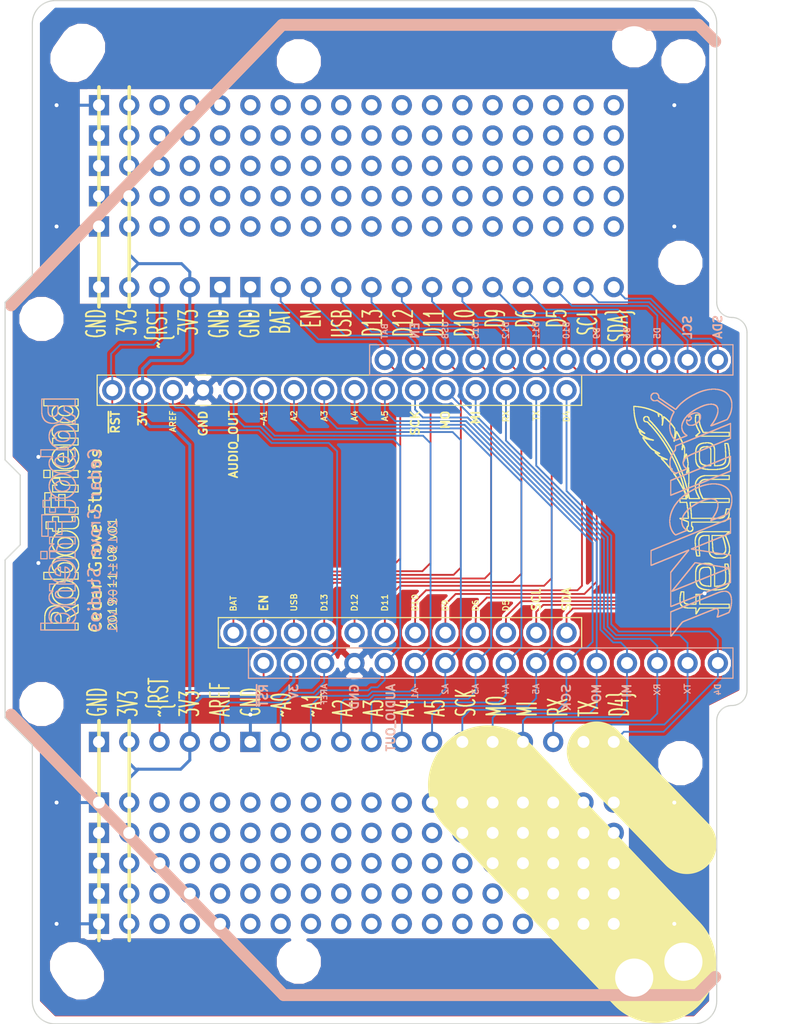
<source format=kicad_pcb>
(kicad_pcb (version 20171130) (host pcbnew "(5.0.0-rc2-dev-444-g2974a2c10)")
  (title_block (title Cricket_Feather_Flip) (date 2019-11-08) (rev v01) (company "Cedar Grove Studios"))
  (layers (0 F.Cu signal) (31 B.Cu signal) (34 B.Paste user hide) (35 F.Paste user hide) (36 B.SilkS user) (37 F.SilkS user) (38 B.Mask user hide) (39 F.Mask user hide) (44 Edge.Cuts user))
  (net 0 "")
  (net 1 GND)
  (net 2 /SCL)
  (net 3 /SDA)
  (net 4 /SCLK)
  (net 5 /MOSI)
  (net 6 /~RESET)
  (net 7 /3V3)
  (net 8 /AUDIO_OUT)
  (net 9 /MISO)
  (net 10 /ENABLE)
  (net 11 /D5)
  (net 12 /D6)
  (net 13 /D9)
  (net 14 /D10)
  (net 15 /D11)
  (net 16 /D12)
  (net 17 /D13)
  (net 18 /USB)
  (net 19 /BAT)
  (net 20 /D4)
  (net 21 /TX)
  (net 22 /RX)
  (net 23 /A5)
  (net 24 /A4)
  (net 25 /A3)
  (net 26 /A2)
  (net 27 /~~A1)
  (net 28 /AREF)
  (module Adafruit:Adafruit_Crickit_Flip_no_mounting_holes (layer F.Cu) (at 124.3 87.376)
    (fp_text reference M2)
    (fp_text value Crickit_FeatherWing)
    (fp_text user ~RST (at -19.058111 15.405333 90) (layer B.SilkS) (effects (font (size 0.7 0.7)) (justify mirror)))
    (fp_text user 3V (at -16.518111 15.088667 90) (layer B.SilkS) (effects (font (size 0.7 0.7)) (justify mirror)))
    (fp_text user AREF (at -13.978111 15.335095 90) (layer B.SilkS) (effects (font (size 0.5 0.5) (thickness 0.1)) (justify mirror)))
    (fp_text user GND (at -11.438111 15.522 90) (layer B.SilkS) (effects (font (size 0.7 0.7)) (justify mirror)))
    (fp_text user AUDIO_OUT (at -8.382 17.272 90) (layer B.SilkS) (effects (font (size 0.7 0.7)) (justify mirror)))
    (fp_text user D10 (at 6.341889 -15.176607 90) (layer B.SilkS) (effects (font (size 0.5 0.5) (thickness 0.1)) (justify mirror)))
    (fp_text user MO (at 8.881889 15.222 90) (layer B.SilkS) (effects (font (size 0.7 0.7)) (justify mirror)))
    (fp_text user D9 (at 8.881889 -14.938512 90) (layer B.SilkS) (effects (font (size 0.5 0.5) (thickness 0.1)) (justify mirror)))
    (fp_text user SCL (at 16.501889 -15.442083 90) (layer B.SilkS) (effects (font (size 0.7 0.7)) (justify mirror)))
    (fp_text user MI (at 11.421889 15.022 90) (layer B.SilkS) (effects (font (size 0.7 0.7)) (justify mirror)))
    (fp_text user D6 (at 11.421889 -14.938512 90) (layer B.SilkS) (effects (font (size 0.5 0.5) (thickness 0.1)) (justify mirror)))
    (fp_text user BAT (at -8.898111 -15.105179 90) (layer B.SilkS) (effects (font (size 0.5 0.5) (thickness 0.1)) (justify mirror)))
    (fp_text user D4 (at 19.041889 14.918428 90) (layer B.SilkS) (effects (font (size 0.5 0.5) (thickness 0.1)) (justify mirror)))
    (fp_text user SCK (at 6.341889 15.592 90) (layer B.SilkS) (effects (font (size 0.7 0.77)) (justify mirror)))
    (fp_text user D5 (at 13.961889 -14.938512 90) (layer B.SilkS) (effects (font (size 0.5 0.5) (thickness 0.1)) (justify mirror)))
    (fp_text user ~~A1 (at -6.358111 15.061286 90) (layer B.SilkS) (effects (font (size 0.5 0.5) (thickness 0.1)) (justify mirror)))
    (fp_text user A2 (at -3.818111 14.882714 90) (layer B.SilkS) (effects (font (size 0.5 0.5) (thickness 0.1)) (justify mirror)))
    (fp_text user D11 (at 3.801889 -15.176607 90) (layer B.SilkS) (effects (font (size 0.5 0.5) (thickness 0.1)) (justify mirror)))
    (fp_text user A3 (at -1.278111 14.882714 90) (layer B.SilkS) (effects (font (size 0.5 0.5) (thickness 0.1)) (justify mirror)))
    (fp_text user RX (at 13.961889 14.918428 90) (layer B.SilkS) (effects (font (size 0.5 0.5) (thickness 0.1)) (justify mirror)))
    (fp_text user SDA (at 19.041889 -15.45875 90) (layer B.SilkS) (effects (font (size 0.7 0.7)) (justify mirror)))
    (fp_text user A5 (at 3.801889 14.882714 90) (layer B.SilkS) (effects (font (size 0.5 0.5) (thickness 0.1)) (justify mirror)))
    (fp_text user D13 (at -1.278111 -15.176607 90) (layer B.SilkS) (effects (font (size 0.5 0.5) (thickness 0.1)) (justify mirror)))
    (fp_text user EN (at -6.358111 -15.15875 90) (layer B.SilkS) (effects (font (size 0.7 0.7)) (justify mirror)))
    (fp_text user USB (at -3.818111 -15.200417 90) (layer B.SilkS) (effects (font (size 0.5 0.5) (thickness 0.1)) (justify mirror)))
    (fp_text user A4 (at 1.261889 14.882714 90) (layer B.SilkS) (effects (font (size 0.5 0.5) (thickness 0.1)) (justify mirror)))
    (fp_text user D12 (at 1.261889 -15.176607 90) (layer B.SilkS) (effects (font (size 0.5 0.5) (thickness 0.1)) (justify mirror)))
    (fp_text user TX (at 16.501889 14.858905 90) (layer B.SilkS) (effects (font (size 0.5 0.5) (thickness 0.1)) (justify mirror)))
    (pad 1 thru_hole circle (at -19.05 12.7) (size 1.7 1.7) (drill 1) (layers *.Cu *.Mask) (net 6 /~RESET))
    (pad 2 thru_hole circle (at -16.51 12.7) (size 1.7 1.7) (drill 1) (layers *.Cu *.Mask) (net 7 /3V3))
    (pad 3 thru_hole circle (at -13.97 12.7) (size 1.7 1.7) (drill 1) (layers *.Cu *.Mask) (net 28 /AREF))
    (pad 4 thru_hole circle (at -11.43 12.7) (size 1.7 1.7) (drill 1) (layers *.Cu *.Mask) (net 1 GND))
    (pad 5 thru_hole circle (at -8.89 12.7) (size 1.7 1.7) (drill 1) (layers *.Cu *.Mask) (net 8 /AUDIO_OUT))
    (pad 6 thru_hole circle (at -6.35 12.7) (size 1.7 1.7) (drill 1) (layers *.Cu *.Mask) (net 27 /~~A1))
    (pad 7 thru_hole circle (at -3.81 12.7) (size 1.7 1.7) (drill 1) (layers *.Cu *.Mask) (net 26 /A2))
    (pad 8 thru_hole circle (at -1.27 12.7) (size 1.7 1.7) (drill 1) (layers *.Cu *.Mask) (net 25 /A3))
    (pad 9 thru_hole circle (at 1.27 12.7) (size 1.7 1.7) (drill 1) (layers *.Cu *.Mask) (net 24 /A4))
    (pad 10 thru_hole circle (at 3.81 12.7) (size 1.7 1.7) (drill 1) (layers *.Cu *.Mask) (net 23 /A5))
    (pad 11 thru_hole circle (at 6.35 12.7) (size 1.7 1.7) (drill 1) (layers *.Cu *.Mask) (net 4 /SCLK))
    (pad 12 thru_hole circle (at 8.89 12.7) (size 1.7 1.7) (drill 1) (layers *.Cu *.Mask) (net 5 /MOSI))
    (pad 13 thru_hole circle (at 11.43 12.7) (size 1.7 1.7) (drill 1) (layers *.Cu *.Mask) (net 9 /MISO))
    (pad 14 thru_hole circle (at 13.97 12.7) (size 1.7 1.7) (drill 1) (layers *.Cu *.Mask) (net 22 /RX))
    (pad 15 thru_hole circle (at 16.51 12.7) (size 1.7 1.7) (drill 1) (layers *.Cu *.Mask) (net 21 /TX))
    (pad 16 thru_hole circle (at 19.05 12.7) (size 1.7 1.7) (drill 1) (layers *.Cu *.Mask) (net 20 /D4))
    (pad 17 thru_hole circle (at -8.89 -12.7) (size 1.7 1.7) (drill 1) (layers *.Cu *.Mask) (net 19 /BAT))
    (pad 18 thru_hole circle (at -6.35 -12.7) (size 1.7 1.7) (drill 1) (layers *.Cu *.Mask) (net 10 /ENABLE))
    (pad 19 thru_hole circle (at -3.81 -12.7) (size 1.7 1.7) (drill 1) (layers *.Cu *.Mask) (net 18 /USB))
    (pad 20 thru_hole circle (at -1.27 -12.7) (size 1.7 1.7) (drill 1) (layers *.Cu *.Mask) (net 17 /D13))
    (pad 21 thru_hole circle (at 1.27 -12.7) (size 1.7 1.7) (drill 1) (layers *.Cu *.Mask) (net 16 /D12))
    (pad 22 thru_hole circle (at 3.81 -12.7) (size 1.7 1.7) (drill 1) (layers *.Cu *.Mask) (net 15 /D11))
    (pad 23 thru_hole circle (at 6.35 -12.7) (size 1.7 1.7) (drill 1) (layers *.Cu *.Mask) (net 14 /D10))
    (pad 24 thru_hole circle (at 8.89 -12.7) (size 1.7 1.7) (drill 1) (layers *.Cu *.Mask) (net 13 /D9))
    (pad 25 thru_hole circle (at 11.43 -12.7) (size 1.7 1.7) (drill 1) (layers *.Cu *.Mask) (net 12 /D6))
    (pad 26 thru_hole circle (at 13.97 -12.7) (size 1.7 1.7) (drill 1) (layers *.Cu *.Mask) (net 11 /D5))
    (pad 27 thru_hole circle (at 16.51 -12.7) (size 1.7 1.7) (drill 1) (layers *.Cu *.Mask) (net 2 /SCL))
    (pad 28 thru_hole circle (at 19.05 -12.7) (size 1.7 1.7) (drill 1) (layers *.Cu *.Mask) (net 3 /SDA))
  )
  (module Adafruit:Adafruit_PyBadge_PyGamer_Wing_conn_no_mounting_holes (layer B.Cu) (at 111.6076 87.376)
    (fp_text reference M1)
    (fp_text value PyBadge_PyGamer_Wing)
    (fp_text user D4 (at 19.05 -7.969571 90) (layer F.SilkS) (effects (font (size 0.5 0.5) (thickness 0.1))))
    (fp_text user TX (at 16.51 -8.029095 90) (layer F.SilkS) (effects (font (size 0.5 0.5) (thickness 0.1))))
    (fp_text user D5 (at 13.97 7.881905 90) (layer F.SilkS) (effects (font (size 0.5 0.5) (thickness 0.1))))
    (fp_text user D9 (at 8.89 7.881905 90) (layer F.SilkS) (effects (font (size 0.5 0.5) (thickness 0.1))))
    (fp_text user D6 (at 11.43 7.881905 90) (layer F.SilkS) (effects (font (size 0.5 0.5) (thickness 0.1))))
    (fp_text user SCL (at 16.51 7.378333 90) (layer F.SilkS) (effects (font (size 0.7 0.7))))
    (fp_text user SDA (at 19.05 7.361666 90) (layer F.SilkS) (effects (font (size 0.7 0.7))))
    (fp_text user BAT (at -8.89 7.715238 90) (layer F.SilkS) (effects (font (size 0.5 0.5) (thickness 0.1))))
    (fp_text user D12 (at 1.27 7.643809 90) (layer F.SilkS) (effects (font (size 0.5 0.5) (thickness 0.1))))
    (fp_text user USB (at -3.81 7.62 90) (layer F.SilkS) (effects (font (size 0.5 0.5) (thickness 0.1))))
    (fp_text user EN (at -6.35 7.661666 90) (layer F.SilkS) (effects (font (size 0.7 0.7))))
    (fp_text user D10 (at 6.35 7.643809 90) (layer F.SilkS) (effects (font (size 0.5 0.5) (thickness 0.1))))
    (fp_text user D11 (at 3.81 7.643809 90) (layer F.SilkS) (effects (font (size 0.5 0.5) (thickness 0.1))))
    (fp_text user D13 (at -1.27 7.643809 90) (layer F.SilkS) (effects (font (size 0.5 0.5) (thickness 0.1))))
    (fp_text user RX (at 13.97 -7.969571 90) (layer F.SilkS) (effects (font (size 0.5 0.5) (thickness 0.1))))
    (fp_text user MO (at 8.89 -7.666 90) (layer F.SilkS) (effects (font (size 0.7 0.7))))
    (fp_text user MI (at 11.43 -7.866 90) (layer F.SilkS) (effects (font (size 0.7 0.7))))
    (fp_text user SCK (at 6.35 -7.399333 90) (layer F.SilkS) (effects (font (size 0.7 0.7))))
    (fp_text user A3 (at -1.27 -8.005285 90) (layer F.SilkS) (effects (font (size 0.5 0.5) (thickness 0.1))))
    (fp_text user A5 (at 3.81 -8.005285 90) (layer F.SilkS) (effects (font (size 0.5 0.5) (thickness 0.1))))
    (fp_text user A4 (at 1.27 -8.005285 90) (layer F.SilkS) (effects (font (size 0.5 0.5) (thickness 0.1))))
    (fp_text user A2 (at -3.81 -8.005285 90) (layer F.SilkS) (effects (font (size 0.5 0.5) (thickness 0.1))))
    (fp_text user ~~A1 (at -6.35 -7.826714 90) (layer F.SilkS) (effects (font (size 0.5 0.5) (thickness 0.1))))
    (fp_text user AUDIO_OUT (at -8.89 -5.616 90) (layer F.SilkS) (effects (font (size 0.7 0.7))))
    (fp_text user GND (at -11.43 -7.366 90) (layer F.SilkS) (effects (font (size 0.7 0.7))))
    (fp_text user AREF (at -13.97 -7.552904 90) (layer F.SilkS) (effects (font (size 0.5 0.5) (thickness 0.1))))
    (fp_text user 3V (at -16.51 -7.799333 90) (layer F.SilkS) (effects (font (size 0.7 0.7))))
    (fp_text user ~RST (at -18.796 -7.482666 90) (layer F.SilkS) (effects (font (size 0.7 0.7))))
    (pad 28 thru_hole circle (at 19.05 10.16) (size 1.7 1.7) (drill 1) (layers *.Cu *.Mask) (net 3 /SDA))
    (pad 27 thru_hole circle (at 16.51 10.16) (size 1.7 1.7) (drill 1) (layers *.Cu *.Mask) (net 2 /SCL))
    (pad 26 thru_hole circle (at 13.97 10.16) (size 1.7 1.7) (drill 1) (layers *.Cu *.Mask) (net 11 /D5))
    (pad 25 thru_hole circle (at 11.43 10.16) (size 1.7 1.7) (drill 1) (layers *.Cu *.Mask) (net 12 /D6))
    (pad 24 thru_hole circle (at 8.89 10.16) (size 1.7 1.7) (drill 1) (layers *.Cu *.Mask) (net 13 /D9))
    (pad 23 thru_hole circle (at 6.35 10.16) (size 1.7 1.7) (drill 1) (layers *.Cu *.Mask) (net 14 /D10))
    (pad 22 thru_hole circle (at 3.81 10.16) (size 1.7 1.7) (drill 1) (layers *.Cu *.Mask) (net 15 /D11))
    (pad 21 thru_hole circle (at 1.27 10.16) (size 1.7 1.7) (drill 1) (layers *.Cu *.Mask) (net 16 /D12))
    (pad 20 thru_hole circle (at -1.27 10.16) (size 1.7 1.7) (drill 1) (layers *.Cu *.Mask) (net 17 /D13))
    (pad 19 thru_hole circle (at -3.81 10.16) (size 1.7 1.7) (drill 1) (layers *.Cu *.Mask) (net 18 /USB))
    (pad 18 thru_hole circle (at -6.35 10.16) (size 1.7 1.7) (drill 1) (layers *.Cu *.Mask) (net 10 /ENABLE))
    (pad 17 thru_hole circle (at -8.89 10.16) (size 1.7 1.7) (drill 1) (layers *.Cu *.Mask) (net 19 /BAT))
    (pad 16 thru_hole circle (at 19.05 -10.16) (size 1.7 1.7) (drill 1) (layers *.Cu *.Mask) (net 20 /D4))
    (pad 15 thru_hole circle (at 16.51 -10.16) (size 1.7 1.7) (drill 1) (layers *.Cu *.Mask) (net 21 /TX))
    (pad 14 thru_hole circle (at 13.97 -10.16) (size 1.7 1.7) (drill 1) (layers *.Cu *.Mask) (net 22 /RX))
    (pad 13 thru_hole circle (at 11.43 -10.16) (size 1.7 1.7) (drill 1) (layers *.Cu *.Mask) (net 9 /MISO))
    (pad 12 thru_hole circle (at 8.89 -10.16) (size 1.7 1.7) (drill 1) (layers *.Cu *.Mask) (net 5 /MOSI))
    (pad 11 thru_hole circle (at 6.35 -10.16) (size 1.7 1.7) (drill 1) (layers *.Cu *.Mask) (net 4 /SCLK))
    (pad 10 thru_hole circle (at 3.81 -10.16) (size 1.7 1.7) (drill 1) (layers *.Cu *.Mask) (net 23 /A5))
    (pad 9 thru_hole circle (at 1.27 -10.16) (size 1.7 1.7) (drill 1) (layers *.Cu *.Mask) (net 24 /A4))
    (pad 8 thru_hole circle (at -1.27 -10.16) (size 1.7 1.7) (drill 1) (layers *.Cu *.Mask) (net 25 /A3))
    (pad 7 thru_hole circle (at -3.81 -10.16) (size 1.7 1.7) (drill 1) (layers *.Cu *.Mask) (net 26 /A2))
    (pad 6 thru_hole circle (at -6.35 -10.16) (size 1.7 1.7) (drill 1) (layers *.Cu *.Mask) (net 27 /~~A1))
    (pad 5 thru_hole circle (at -8.89 -10.16) (size 1.7 1.7) (drill 1) (layers *.Cu *.Mask) (net 8 /AUDIO_OUT))
    (pad 4 thru_hole circle (at -11.43 -10.16) (size 1.7 1.7) (drill 1) (layers *.Cu *.Mask) (net 1 GND))
    (pad 3 thru_hole circle (at -13.97 -10.16) (size 1.7 1.7) (drill 1) (layers *.Cu *.Mask) (net 28 /AREF))
    (pad 2 thru_hole circle (at -16.51 -10.16) (size 1.7 1.7) (drill 1) (layers *.Cu *.Mask) (net 7 /3V3))
    (pad 1 thru_hole circle (at -19.05 -10.16) (size 1.7 1.7) (drill 1) (layers *.Cu *.Mask) (net 6 /~RESET))
  )
  (module Adafruit:Pin_Header_Straight_1x18_Pitch2.54mm_nosilk (layer F.Cu) (at 91.44 121.92 90)
    (fp_text reference J3)
    (fp_text value PROTO)
    (pad 18 thru_hole oval (at 0 43.18 90) (size 1.7 1.7) (drill 1) (layers *.Cu *.Mask))
    (pad 17 thru_hole oval (at 0 40.64 90) (size 1.7 1.7) (drill 1) (layers *.Cu *.Mask))
    (pad 16 thru_hole oval (at 0 38.1 90) (size 1.7 1.7) (drill 1) (layers *.Cu *.Mask))
    (pad 15 thru_hole oval (at 0 35.56 90) (size 1.7 1.7) (drill 1) (layers *.Cu *.Mask))
    (pad 14 thru_hole oval (at 0 33.02 90) (size 1.7 1.7) (drill 1) (layers *.Cu *.Mask))
    (pad 13 thru_hole oval (at 0 30.48 90) (size 1.7 1.7) (drill 1) (layers *.Cu *.Mask))
    (pad 12 thru_hole oval (at 0 27.94 90) (size 1.7 1.7) (drill 1) (layers *.Cu *.Mask))
    (pad 11 thru_hole oval (at 0 25.4 90) (size 1.7 1.7) (drill 1) (layers *.Cu *.Mask))
    (pad 10 thru_hole oval (at 0 22.86 90) (size 1.7 1.7) (drill 1) (layers *.Cu *.Mask))
    (pad 9 thru_hole oval (at 0 20.32 90) (size 1.7 1.7) (drill 1) (layers *.Cu *.Mask))
    (pad 8 thru_hole oval (at 0 17.78 90) (size 1.7 1.7) (drill 1) (layers *.Cu *.Mask))
    (pad 7 thru_hole oval (at 0 15.24 90) (size 1.7 1.7) (drill 1) (layers *.Cu *.Mask))
    (pad 6 thru_hole oval (at 0 12.7 90) (size 1.7 1.7) (drill 1) (layers *.Cu *.Mask))
    (pad 5 thru_hole oval (at 0 10.16 90) (size 1.7 1.7) (drill 1) (layers *.Cu *.Mask))
    (pad 4 thru_hole oval (at 0 7.62 90) (size 1.7 1.7) (drill 1) (layers *.Cu *.Mask))
    (pad 3 thru_hole oval (at 0 5.08 90) (size 1.7 1.7) (drill 1) (layers *.Cu *.Mask))
    (pad 2 thru_hole oval (at 0 2.54 90) (size 1.7 1.7) (drill 1) (layers *.Cu *.Mask) (net 7 /3V3))
    (pad 1 thru_hole rect (at 0 0 90) (size 1.7 1.7) (drill 1) (layers *.Cu *.Mask) (net 1 GND))
  )
  (module Adafruit:Pin_Header_Straight_1x18_Pitch2.54mm_nosilk (layer F.Cu) (at 91.44 119.38 90)
    (fp_text reference J4)
    (fp_text value PROTO)
    (pad 18 thru_hole oval (at 0 43.18 90) (size 1.7 1.7) (drill 1) (layers *.Cu *.Mask))
    (pad 17 thru_hole oval (at 0 40.64 90) (size 1.7 1.7) (drill 1) (layers *.Cu *.Mask))
    (pad 16 thru_hole oval (at 0 38.1 90) (size 1.7 1.7) (drill 1) (layers *.Cu *.Mask))
    (pad 15 thru_hole oval (at 0 35.56 90) (size 1.7 1.7) (drill 1) (layers *.Cu *.Mask))
    (pad 14 thru_hole oval (at 0 33.02 90) (size 1.7 1.7) (drill 1) (layers *.Cu *.Mask))
    (pad 13 thru_hole oval (at 0 30.48 90) (size 1.7 1.7) (drill 1) (layers *.Cu *.Mask))
    (pad 12 thru_hole oval (at 0 27.94 90) (size 1.7 1.7) (drill 1) (layers *.Cu *.Mask))
    (pad 11 thru_hole oval (at 0 25.4 90) (size 1.7 1.7) (drill 1) (layers *.Cu *.Mask))
    (pad 10 thru_hole oval (at 0 22.86 90) (size 1.7 1.7) (drill 1) (layers *.Cu *.Mask))
    (pad 9 thru_hole oval (at 0 20.32 90) (size 1.7 1.7) (drill 1) (layers *.Cu *.Mask))
    (pad 8 thru_hole oval (at 0 17.78 90) (size 1.7 1.7) (drill 1) (layers *.Cu *.Mask))
    (pad 7 thru_hole oval (at 0 15.24 90) (size 1.7 1.7) (drill 1) (layers *.Cu *.Mask))
    (pad 6 thru_hole oval (at 0 12.7 90) (size 1.7 1.7) (drill 1) (layers *.Cu *.Mask))
    (pad 5 thru_hole oval (at 0 10.16 90) (size 1.7 1.7) (drill 1) (layers *.Cu *.Mask))
    (pad 4 thru_hole oval (at 0 7.62 90) (size 1.7 1.7) (drill 1) (layers *.Cu *.Mask))
    (pad 3 thru_hole oval (at 0 5.08 90) (size 1.7 1.7) (drill 1) (layers *.Cu *.Mask))
    (pad 2 thru_hole oval (at 0 2.54 90) (size 1.7 1.7) (drill 1) (layers *.Cu *.Mask) (net 7 /3V3))
    (pad 1 thru_hole rect (at 0 0 90) (size 1.7 1.7) (drill 1) (layers *.Cu *.Mask) (net 1 GND))
  )
  (module Adafruit:Pin_Header_Straight_1x18_Pitch2.54mm_nosilk (layer F.Cu) (at 91.44 116.84 90)
    (fp_text reference J5)
    (fp_text value PROTO)
    (pad 18 thru_hole oval (at 0 43.18 90) (size 1.7 1.7) (drill 1) (layers *.Cu *.Mask))
    (pad 17 thru_hole oval (at 0 40.64 90) (size 1.7 1.7) (drill 1) (layers *.Cu *.Mask))
    (pad 16 thru_hole oval (at 0 38.1 90) (size 1.7 1.7) (drill 1) (layers *.Cu *.Mask))
    (pad 15 thru_hole oval (at 0 35.56 90) (size 1.7 1.7) (drill 1) (layers *.Cu *.Mask))
    (pad 14 thru_hole oval (at 0 33.02 90) (size 1.7 1.7) (drill 1) (layers *.Cu *.Mask))
    (pad 13 thru_hole oval (at 0 30.48 90) (size 1.7 1.7) (drill 1) (layers *.Cu *.Mask))
    (pad 12 thru_hole oval (at 0 27.94 90) (size 1.7 1.7) (drill 1) (layers *.Cu *.Mask))
    (pad 11 thru_hole oval (at 0 25.4 90) (size 1.7 1.7) (drill 1) (layers *.Cu *.Mask))
    (pad 10 thru_hole oval (at 0 22.86 90) (size 1.7 1.7) (drill 1) (layers *.Cu *.Mask))
    (pad 9 thru_hole oval (at 0 20.32 90) (size 1.7 1.7) (drill 1) (layers *.Cu *.Mask))
    (pad 8 thru_hole oval (at 0 17.78 90) (size 1.7 1.7) (drill 1) (layers *.Cu *.Mask))
    (pad 7 thru_hole oval (at 0 15.24 90) (size 1.7 1.7) (drill 1) (layers *.Cu *.Mask))
    (pad 6 thru_hole oval (at 0 12.7 90) (size 1.7 1.7) (drill 1) (layers *.Cu *.Mask))
    (pad 5 thru_hole oval (at 0 10.16 90) (size 1.7 1.7) (drill 1) (layers *.Cu *.Mask))
    (pad 4 thru_hole oval (at 0 7.62 90) (size 1.7 1.7) (drill 1) (layers *.Cu *.Mask))
    (pad 3 thru_hole oval (at 0 5.08 90) (size 1.7 1.7) (drill 1) (layers *.Cu *.Mask))
    (pad 2 thru_hole oval (at 0 2.54 90) (size 1.7 1.7) (drill 1) (layers *.Cu *.Mask) (net 7 /3V3))
    (pad 1 thru_hole rect (at 0 0 90) (size 1.7 1.7) (drill 1) (layers *.Cu *.Mask) (net 1 GND))
  )
  (module Adafruit:Pin_Header_Straight_1x18_Pitch2.54mm_nosilk (layer F.Cu) (at 91.44 114.3 90)
    (fp_text reference J6)
    (fp_text value PROTO)
    (pad 18 thru_hole oval (at 0 43.18 90) (size 1.7 1.7) (drill 1) (layers *.Cu *.Mask))
    (pad 17 thru_hole oval (at 0 40.64 90) (size 1.7 1.7) (drill 1) (layers *.Cu *.Mask))
    (pad 16 thru_hole oval (at 0 38.1 90) (size 1.7 1.7) (drill 1) (layers *.Cu *.Mask))
    (pad 15 thru_hole oval (at 0 35.56 90) (size 1.7 1.7) (drill 1) (layers *.Cu *.Mask))
    (pad 14 thru_hole oval (at 0 33.02 90) (size 1.7 1.7) (drill 1) (layers *.Cu *.Mask))
    (pad 13 thru_hole oval (at 0 30.48 90) (size 1.7 1.7) (drill 1) (layers *.Cu *.Mask))
    (pad 12 thru_hole oval (at 0 27.94 90) (size 1.7 1.7) (drill 1) (layers *.Cu *.Mask))
    (pad 11 thru_hole oval (at 0 25.4 90) (size 1.7 1.7) (drill 1) (layers *.Cu *.Mask))
    (pad 10 thru_hole oval (at 0 22.86 90) (size 1.7 1.7) (drill 1) (layers *.Cu *.Mask))
    (pad 9 thru_hole oval (at 0 20.32 90) (size 1.7 1.7) (drill 1) (layers *.Cu *.Mask))
    (pad 8 thru_hole oval (at 0 17.78 90) (size 1.7 1.7) (drill 1) (layers *.Cu *.Mask))
    (pad 7 thru_hole oval (at 0 15.24 90) (size 1.7 1.7) (drill 1) (layers *.Cu *.Mask))
    (pad 6 thru_hole oval (at 0 12.7 90) (size 1.7 1.7) (drill 1) (layers *.Cu *.Mask))
    (pad 5 thru_hole oval (at 0 10.16 90) (size 1.7 1.7) (drill 1) (layers *.Cu *.Mask))
    (pad 4 thru_hole oval (at 0 7.62 90) (size 1.7 1.7) (drill 1) (layers *.Cu *.Mask))
    (pad 3 thru_hole oval (at 0 5.08 90) (size 1.7 1.7) (drill 1) (layers *.Cu *.Mask))
    (pad 2 thru_hole oval (at 0 2.54 90) (size 1.7 1.7) (drill 1) (layers *.Cu *.Mask) (net 7 /3V3))
    (pad 1 thru_hole rect (at 0 0 90) (size 1.7 1.7) (drill 1) (layers *.Cu *.Mask) (net 1 GND))
  )
  (module Adafruit:Pin_Header_Straight_1x18_Pitch2.54mm_nosilk (layer F.Cu) (at 91.44 111.76 90)
    (fp_text reference J7)
    (fp_text value PROTO)
    (pad 18 thru_hole oval (at 0 43.18 90) (size 1.7 1.7) (drill 1) (layers *.Cu *.Mask))
    (pad 17 thru_hole oval (at 0 40.64 90) (size 1.7 1.7) (drill 1) (layers *.Cu *.Mask))
    (pad 16 thru_hole oval (at 0 38.1 90) (size 1.7 1.7) (drill 1) (layers *.Cu *.Mask))
    (pad 15 thru_hole oval (at 0 35.56 90) (size 1.7 1.7) (drill 1) (layers *.Cu *.Mask))
    (pad 14 thru_hole oval (at 0 33.02 90) (size 1.7 1.7) (drill 1) (layers *.Cu *.Mask))
    (pad 13 thru_hole oval (at 0 30.48 90) (size 1.7 1.7) (drill 1) (layers *.Cu *.Mask))
    (pad 12 thru_hole oval (at 0 27.94 90) (size 1.7 1.7) (drill 1) (layers *.Cu *.Mask))
    (pad 11 thru_hole oval (at 0 25.4 90) (size 1.7 1.7) (drill 1) (layers *.Cu *.Mask))
    (pad 10 thru_hole oval (at 0 22.86 90) (size 1.7 1.7) (drill 1) (layers *.Cu *.Mask))
    (pad 9 thru_hole oval (at 0 20.32 90) (size 1.7 1.7) (drill 1) (layers *.Cu *.Mask))
    (pad 8 thru_hole oval (at 0 17.78 90) (size 1.7 1.7) (drill 1) (layers *.Cu *.Mask))
    (pad 7 thru_hole oval (at 0 15.24 90) (size 1.7 1.7) (drill 1) (layers *.Cu *.Mask))
    (pad 6 thru_hole oval (at 0 12.7 90) (size 1.7 1.7) (drill 1) (layers *.Cu *.Mask))
    (pad 5 thru_hole oval (at 0 10.16 90) (size 1.7 1.7) (drill 1) (layers *.Cu *.Mask))
    (pad 4 thru_hole oval (at 0 7.62 90) (size 1.7 1.7) (drill 1) (layers *.Cu *.Mask))
    (pad 3 thru_hole oval (at 0 5.08 90) (size 1.7 1.7) (drill 1) (layers *.Cu *.Mask))
    (pad 2 thru_hole oval (at 0 2.54 90) (size 1.7 1.7) (drill 1) (layers *.Cu *.Mask) (net 7 /3V3))
    (pad 1 thru_hole rect (at 0 0 90) (size 1.7 1.7) (drill 1) (layers *.Cu *.Mask) (net 1 GND))
  )
  (module Adafruit:Pin_Header_Straight_1x18_Pitch2.54mm_nosilk (layer F.Cu) (at 91.44 63.5 90)
    (fp_text reference J8)
    (fp_text value PROTO)
    (pad 18 thru_hole oval (at 0 43.18 90) (size 1.7 1.7) (drill 1) (layers *.Cu *.Mask))
    (pad 17 thru_hole oval (at 0 40.64 90) (size 1.7 1.7) (drill 1) (layers *.Cu *.Mask))
    (pad 16 thru_hole oval (at 0 38.1 90) (size 1.7 1.7) (drill 1) (layers *.Cu *.Mask))
    (pad 15 thru_hole oval (at 0 35.56 90) (size 1.7 1.7) (drill 1) (layers *.Cu *.Mask))
    (pad 14 thru_hole oval (at 0 33.02 90) (size 1.7 1.7) (drill 1) (layers *.Cu *.Mask))
    (pad 13 thru_hole oval (at 0 30.48 90) (size 1.7 1.7) (drill 1) (layers *.Cu *.Mask))
    (pad 12 thru_hole oval (at 0 27.94 90) (size 1.7 1.7) (drill 1) (layers *.Cu *.Mask))
    (pad 11 thru_hole oval (at 0 25.4 90) (size 1.7 1.7) (drill 1) (layers *.Cu *.Mask))
    (pad 10 thru_hole oval (at 0 22.86 90) (size 1.7 1.7) (drill 1) (layers *.Cu *.Mask))
    (pad 9 thru_hole oval (at 0 20.32 90) (size 1.7 1.7) (drill 1) (layers *.Cu *.Mask))
    (pad 8 thru_hole oval (at 0 17.78 90) (size 1.7 1.7) (drill 1) (layers *.Cu *.Mask))
    (pad 7 thru_hole oval (at 0 15.24 90) (size 1.7 1.7) (drill 1) (layers *.Cu *.Mask))
    (pad 6 thru_hole oval (at 0 12.7 90) (size 1.7 1.7) (drill 1) (layers *.Cu *.Mask))
    (pad 5 thru_hole oval (at 0 10.16 90) (size 1.7 1.7) (drill 1) (layers *.Cu *.Mask))
    (pad 4 thru_hole oval (at 0 7.62 90) (size 1.7 1.7) (drill 1) (layers *.Cu *.Mask))
    (pad 3 thru_hole oval (at 0 5.08 90) (size 1.7 1.7) (drill 1) (layers *.Cu *.Mask))
    (pad 2 thru_hole oval (at 0 2.54 90) (size 1.7 1.7) (drill 1) (layers *.Cu *.Mask) (net 7 /3V3))
    (pad 1 thru_hole rect (at 0 0 90) (size 1.7 1.7) (drill 1) (layers *.Cu *.Mask) (net 1 GND))
  )
  (module Adafruit:Pin_Header_Straight_1x18_Pitch2.54mm_nosilk (layer F.Cu) (at 91.44 60.96 90)
    (fp_text reference J9)
    (fp_text value PROTO)
    (pad 18 thru_hole oval (at 0 43.18 90) (size 1.7 1.7) (drill 1) (layers *.Cu *.Mask))
    (pad 17 thru_hole oval (at 0 40.64 90) (size 1.7 1.7) (drill 1) (layers *.Cu *.Mask))
    (pad 16 thru_hole oval (at 0 38.1 90) (size 1.7 1.7) (drill 1) (layers *.Cu *.Mask))
    (pad 15 thru_hole oval (at 0 35.56 90) (size 1.7 1.7) (drill 1) (layers *.Cu *.Mask))
    (pad 14 thru_hole oval (at 0 33.02 90) (size 1.7 1.7) (drill 1) (layers *.Cu *.Mask))
    (pad 13 thru_hole oval (at 0 30.48 90) (size 1.7 1.7) (drill 1) (layers *.Cu *.Mask))
    (pad 12 thru_hole oval (at 0 27.94 90) (size 1.7 1.7) (drill 1) (layers *.Cu *.Mask))
    (pad 11 thru_hole oval (at 0 25.4 90) (size 1.7 1.7) (drill 1) (layers *.Cu *.Mask))
    (pad 10 thru_hole oval (at 0 22.86 90) (size 1.7 1.7) (drill 1) (layers *.Cu *.Mask))
    (pad 9 thru_hole oval (at 0 20.32 90) (size 1.7 1.7) (drill 1) (layers *.Cu *.Mask))
    (pad 8 thru_hole oval (at 0 17.78 90) (size 1.7 1.7) (drill 1) (layers *.Cu *.Mask))
    (pad 7 thru_hole oval (at 0 15.24 90) (size 1.7 1.7) (drill 1) (layers *.Cu *.Mask))
    (pad 6 thru_hole oval (at 0 12.7 90) (size 1.7 1.7) (drill 1) (layers *.Cu *.Mask))
    (pad 5 thru_hole oval (at 0 10.16 90) (size 1.7 1.7) (drill 1) (layers *.Cu *.Mask))
    (pad 4 thru_hole oval (at 0 7.62 90) (size 1.7 1.7) (drill 1) (layers *.Cu *.Mask))
    (pad 3 thru_hole oval (at 0 5.08 90) (size 1.7 1.7) (drill 1) (layers *.Cu *.Mask))
    (pad 2 thru_hole oval (at 0 2.54 90) (size 1.7 1.7) (drill 1) (layers *.Cu *.Mask) (net 7 /3V3))
    (pad 1 thru_hole rect (at 0 0 90) (size 1.7 1.7) (drill 1) (layers *.Cu *.Mask) (net 1 GND))
  )
  (module Adafruit:Pin_Header_Straight_1x18_Pitch2.54mm_nosilk (layer F.Cu) (at 91.44 58.42 90)
    (fp_text reference J10)
    (fp_text value PROTO)
    (pad 18 thru_hole oval (at 0 43.18 90) (size 1.7 1.7) (drill 1) (layers *.Cu *.Mask))
    (pad 17 thru_hole oval (at 0 40.64 90) (size 1.7 1.7) (drill 1) (layers *.Cu *.Mask))
    (pad 16 thru_hole oval (at 0 38.1 90) (size 1.7 1.7) (drill 1) (layers *.Cu *.Mask))
    (pad 15 thru_hole oval (at 0 35.56 90) (size 1.7 1.7) (drill 1) (layers *.Cu *.Mask))
    (pad 14 thru_hole oval (at 0 33.02 90) (size 1.7 1.7) (drill 1) (layers *.Cu *.Mask))
    (pad 13 thru_hole oval (at 0 30.48 90) (size 1.7 1.7) (drill 1) (layers *.Cu *.Mask))
    (pad 12 thru_hole oval (at 0 27.94 90) (size 1.7 1.7) (drill 1) (layers *.Cu *.Mask))
    (pad 11 thru_hole oval (at 0 25.4 90) (size 1.7 1.7) (drill 1) (layers *.Cu *.Mask))
    (pad 10 thru_hole oval (at 0 22.86 90) (size 1.7 1.7) (drill 1) (layers *.Cu *.Mask))
    (pad 9 thru_hole oval (at 0 20.32 90) (size 1.7 1.7) (drill 1) (layers *.Cu *.Mask))
    (pad 8 thru_hole oval (at 0 17.78 90) (size 1.7 1.7) (drill 1) (layers *.Cu *.Mask))
    (pad 7 thru_hole oval (at 0 15.24 90) (size 1.7 1.7) (drill 1) (layers *.Cu *.Mask))
    (pad 6 thru_hole oval (at 0 12.7 90) (size 1.7 1.7) (drill 1) (layers *.Cu *.Mask))
    (pad 5 thru_hole oval (at 0 10.16 90) (size 1.7 1.7) (drill 1) (layers *.Cu *.Mask))
    (pad 4 thru_hole oval (at 0 7.62 90) (size 1.7 1.7) (drill 1) (layers *.Cu *.Mask))
    (pad 3 thru_hole oval (at 0 5.08 90) (size 1.7 1.7) (drill 1) (layers *.Cu *.Mask))
    (pad 2 thru_hole oval (at 0 2.54 90) (size 1.7 1.7) (drill 1) (layers *.Cu *.Mask) (net 7 /3V3))
    (pad 1 thru_hole rect (at 0 0 90) (size 1.7 1.7) (drill 1) (layers *.Cu *.Mask) (net 1 GND))
  )
  (module Adafruit:Pin_Header_Straight_1x18_Pitch2.54mm_nosilk (layer F.Cu) (at 91.44 106.68 90)
    (fp_text reference J1)
    (fp_text value PROTO)
    (pad 18 thru_hole oval (at 0 43.18 90) (size 1.7 1.7) (drill 1) (layers *.Cu *.Mask) (net 20 /D4))
    (pad 17 thru_hole oval (at 0 40.64 90) (size 1.7 1.7) (drill 1) (layers *.Cu *.Mask) (net 21 /TX))
    (pad 16 thru_hole oval (at 0 38.1 90) (size 1.7 1.7) (drill 1) (layers *.Cu *.Mask) (net 22 /RX))
    (pad 15 thru_hole oval (at 0 35.56 90) (size 1.7 1.7) (drill 1) (layers *.Cu *.Mask) (net 9 /MISO))
    (pad 14 thru_hole oval (at 0 33.02 90) (size 1.7 1.7) (drill 1) (layers *.Cu *.Mask) (net 5 /MOSI))
    (pad 13 thru_hole oval (at 0 30.48 90) (size 1.7 1.7) (drill 1) (layers *.Cu *.Mask) (net 4 /SCLK))
    (pad 12 thru_hole oval (at 0 27.94 90) (size 1.7 1.7) (drill 1) (layers *.Cu *.Mask) (net 23 /A5))
    (pad 11 thru_hole oval (at 0 25.4 90) (size 1.7 1.7) (drill 1) (layers *.Cu *.Mask) (net 24 /A4))
    (pad 10 thru_hole oval (at 0 22.86 90) (size 1.7 1.7) (drill 1) (layers *.Cu *.Mask) (net 25 /A3))
    (pad 9 thru_hole oval (at 0 20.32 90) (size 1.7 1.7) (drill 1) (layers *.Cu *.Mask) (net 26 /A2))
    (pad 8 thru_hole oval (at 0 17.78 90) (size 1.7 1.7) (drill 1) (layers *.Cu *.Mask) (net 27 /~~A1))
    (pad 7 thru_hole oval (at 0 15.24 90) (size 1.7 1.7) (drill 1) (layers *.Cu *.Mask) (net 8 /AUDIO_OUT))
    (pad 6 thru_hole rect (at 0 12.7 90) (size 1.7 1.7) (drill 1) (layers *.Cu *.Mask) (net 1 GND))
    (pad 5 thru_hole oval (at 0 10.16 90) (size 1.7 1.7) (drill 1) (layers *.Cu *.Mask) (net 28 /AREF))
    (pad 4 thru_hole oval (at 0 7.62 90) (size 1.7 1.7) (drill 1) (layers *.Cu *.Mask) (net 7 /3V3))
    (pad 3 thru_hole oval (at 0 5.08 90) (size 1.7 1.7) (drill 1) (layers *.Cu *.Mask) (net 6 /~RESET))
    (pad 2 thru_hole oval (at 0 2.54 90) (size 1.7 1.7) (drill 1) (layers *.Cu *.Mask) (net 7 /3V3))
    (pad 1 thru_hole rect (at 0 0 90) (size 1.7 1.7) (drill 1) (layers *.Cu *.Mask) (net 1 GND))
  )
  (module Adafruit:Pin_Header_Straight_1x18_Pitch2.54mm_nosilk (layer F.Cu) (at 91.44 68.58 90)
    (fp_text reference J2)
    (fp_text value PROTO)
    (pad 18 thru_hole oval (at 0 43.18 90) (size 1.7 1.7) (drill 1) (layers *.Cu *.Mask) (net 3 /SDA))
    (pad 17 thru_hole oval (at 0 40.64 90) (size 1.7 1.7) (drill 1) (layers *.Cu *.Mask) (net 2 /SCL))
    (pad 16 thru_hole oval (at 0 38.1 90) (size 1.7 1.7) (drill 1) (layers *.Cu *.Mask) (net 11 /D5))
    (pad 15 thru_hole oval (at 0 35.56 90) (size 1.7 1.7) (drill 1) (layers *.Cu *.Mask) (net 12 /D6))
    (pad 14 thru_hole oval (at 0 33.02 90) (size 1.7 1.7) (drill 1) (layers *.Cu *.Mask) (net 13 /D9))
    (pad 13 thru_hole oval (at 0 30.48 90) (size 1.7 1.7) (drill 1) (layers *.Cu *.Mask) (net 14 /D10))
    (pad 12 thru_hole oval (at 0 27.94 90) (size 1.7 1.7) (drill 1) (layers *.Cu *.Mask) (net 15 /D11))
    (pad 11 thru_hole oval (at 0 25.4 90) (size 1.7 1.7) (drill 1) (layers *.Cu *.Mask) (net 16 /D12))
    (pad 10 thru_hole oval (at 0 22.86 90) (size 1.7 1.7) (drill 1) (layers *.Cu *.Mask) (net 17 /D13))
    (pad 9 thru_hole oval (at 0 20.32 90) (size 1.7 1.7) (drill 1) (layers *.Cu *.Mask) (net 18 /USB))
    (pad 8 thru_hole oval (at 0 17.78 90) (size 1.7 1.7) (drill 1) (layers *.Cu *.Mask) (net 10 /ENABLE))
    (pad 7 thru_hole oval (at 0 15.24 90) (size 1.7 1.7) (drill 1) (layers *.Cu *.Mask) (net 19 /BAT))
    (pad 6 thru_hole rect (at 0 12.7 90) (size 1.7 1.7) (drill 1) (layers *.Cu *.Mask) (net 1 GND))
    (pad 5 thru_hole rect (at 0 10.16 90) (size 1.7 1.7) (drill 1) (layers *.Cu *.Mask) (net 1 GND))
    (pad 4 thru_hole oval (at 0 7.62 90) (size 1.7 1.7) (drill 1) (layers *.Cu *.Mask) (net 7 /3V3))
    (pad 3 thru_hole oval (at 0 5.08 90) (size 1.7 1.7) (drill 1) (layers *.Cu *.Mask) (net 6 /~RESET))
    (pad 2 thru_hole oval (at 0 2.54 90) (size 1.7 1.7) (drill 1) (layers *.Cu *.Mask) (net 7 /3V3))
    (pad 1 thru_hole rect (at 0 0 90) (size 1.7 1.7) (drill 1) (layers *.Cu *.Mask) (net 1 GND))
  )
  (module Adafruit:Pin_Header_Straight_1x18_Pitch2.54mm_nosilk (layer F.Cu) (at 91.44 55.88 90)
    (fp_text reference J11)
    (fp_text value PROTO)
    (pad 18 thru_hole oval (at 0 43.18 90) (size 1.7 1.7) (drill 1) (layers *.Cu *.Mask))
    (pad 17 thru_hole oval (at 0 40.64 90) (size 1.7 1.7) (drill 1) (layers *.Cu *.Mask))
    (pad 16 thru_hole oval (at 0 38.1 90) (size 1.7 1.7) (drill 1) (layers *.Cu *.Mask))
    (pad 15 thru_hole oval (at 0 35.56 90) (size 1.7 1.7) (drill 1) (layers *.Cu *.Mask))
    (pad 14 thru_hole oval (at 0 33.02 90) (size 1.7 1.7) (drill 1) (layers *.Cu *.Mask))
    (pad 13 thru_hole oval (at 0 30.48 90) (size 1.7 1.7) (drill 1) (layers *.Cu *.Mask))
    (pad 12 thru_hole oval (at 0 27.94 90) (size 1.7 1.7) (drill 1) (layers *.Cu *.Mask))
    (pad 11 thru_hole oval (at 0 25.4 90) (size 1.7 1.7) (drill 1) (layers *.Cu *.Mask))
    (pad 10 thru_hole oval (at 0 22.86 90) (size 1.7 1.7) (drill 1) (layers *.Cu *.Mask))
    (pad 9 thru_hole oval (at 0 20.32 90) (size 1.7 1.7) (drill 1) (layers *.Cu *.Mask))
    (pad 8 thru_hole oval (at 0 17.78 90) (size 1.7 1.7) (drill 1) (layers *.Cu *.Mask))
    (pad 7 thru_hole oval (at 0 15.24 90) (size 1.7 1.7) (drill 1) (layers *.Cu *.Mask))
    (pad 6 thru_hole oval (at 0 12.7 90) (size 1.7 1.7) (drill 1) (layers *.Cu *.Mask))
    (pad 5 thru_hole oval (at 0 10.16 90) (size 1.7 1.7) (drill 1) (layers *.Cu *.Mask))
    (pad 4 thru_hole oval (at 0 7.62 90) (size 1.7 1.7) (drill 1) (layers *.Cu *.Mask))
    (pad 3 thru_hole oval (at 0 5.08 90) (size 1.7 1.7) (drill 1) (layers *.Cu *.Mask))
    (pad 2 thru_hole oval (at 0 2.54 90) (size 1.7 1.7) (drill 1) (layers *.Cu *.Mask) (net 7 /3V3))
    (pad 1 thru_hole rect (at 0 0 90) (size 1.7 1.7) (drill 1) (layers *.Cu *.Mask) (net 1 GND))
  )
  (module Adafruit:Pin_Header_Straight_1x18_Pitch2.54mm_nosilk (layer F.Cu) (at 91.44 53.34 90)
    (fp_text reference J12)
    (fp_text value PROTO)
    (pad 18 thru_hole oval (at 0 43.18 90) (size 1.7 1.7) (drill 1) (layers *.Cu *.Mask))
    (pad 17 thru_hole oval (at 0 40.64 90) (size 1.7 1.7) (drill 1) (layers *.Cu *.Mask))
    (pad 16 thru_hole oval (at 0 38.1 90) (size 1.7 1.7) (drill 1) (layers *.Cu *.Mask))
    (pad 15 thru_hole oval (at 0 35.56 90) (size 1.7 1.7) (drill 1) (layers *.Cu *.Mask))
    (pad 14 thru_hole oval (at 0 33.02 90) (size 1.7 1.7) (drill 1) (layers *.Cu *.Mask))
    (pad 13 thru_hole oval (at 0 30.48 90) (size 1.7 1.7) (drill 1) (layers *.Cu *.Mask))
    (pad 12 thru_hole oval (at 0 27.94 90) (size 1.7 1.7) (drill 1) (layers *.Cu *.Mask))
    (pad 11 thru_hole oval (at 0 25.4 90) (size 1.7 1.7) (drill 1) (layers *.Cu *.Mask))
    (pad 10 thru_hole oval (at 0 22.86 90) (size 1.7 1.7) (drill 1) (layers *.Cu *.Mask))
    (pad 9 thru_hole oval (at 0 20.32 90) (size 1.7 1.7) (drill 1) (layers *.Cu *.Mask))
    (pad 8 thru_hole oval (at 0 17.78 90) (size 1.7 1.7) (drill 1) (layers *.Cu *.Mask))
    (pad 7 thru_hole oval (at 0 15.24 90) (size 1.7 1.7) (drill 1) (layers *.Cu *.Mask))
    (pad 6 thru_hole oval (at 0 12.7 90) (size 1.7 1.7) (drill 1) (layers *.Cu *.Mask))
    (pad 5 thru_hole oval (at 0 10.16 90) (size 1.7 1.7) (drill 1) (layers *.Cu *.Mask))
    (pad 4 thru_hole oval (at 0 7.62 90) (size 1.7 1.7) (drill 1) (layers *.Cu *.Mask))
    (pad 3 thru_hole oval (at 0 5.08 90) (size 1.7 1.7) (drill 1) (layers *.Cu *.Mask))
    (pad 2 thru_hole oval (at 0 2.54 90) (size 1.7 1.7) (drill 1) (layers *.Cu *.Mask) (net 7 /3V3))
    (pad 1 thru_hole rect (at 0 0 90) (size 1.7 1.7) (drill 1) (layers *.Cu *.Mask) (net 1 GND))
  )
  (module Mounting_Holes:MountingHole_3.2mm_M3 (layer F.Cu) (at 89.662 48.9585)
    (fp_text reference REF**)
    (fp_text value MountingHole_3.2mm_M3)
    (pad "" np_thru_hole oval (at 0 0 55) (size 4.6 3.4) (drill oval 4.6 3.4) (layers *.Cu *.Mask))
  )
  (module Mounting_Holes:MountingHole_3.2mm_M3 (layer F.Cu) (at 89.5985 125.857)
    (fp_text reference REF**)
    (fp_text value MountingHole_3.2mm_M3)
    (pad "" np_thru_hole oval (at 0 0 305) (size 4.5 3.4) (drill oval 4.5 3.4) (layers *.Cu *.Mask))
  )
  (module Mounting_Holes:MountingHole_3.2mm_M3 (layer F.Cu) (at 140.208 66.548)
    (fp_text reference REF**)
    (fp_text value MountingHole_3.2mm_M3)
    (pad "" np_thru_hole circle (at 0 0) (size 3.2 3.2) (drill 3.2) (layers *.Cu *.Mask))
  )
  (module Mounting_Holes:MountingHole_3.2mm_M3 (layer F.Cu) (at 140.208 108.458)
    (fp_text reference REF**)
    (fp_text value MountingHole_3.2mm_M3)
    (pad "" np_thru_hole circle (at 0 0) (size 3.2 3.2) (drill 3.2) (layers *.Cu *.Mask))
  )
  (module Mounting_Holes:MountingHole_3.2mm_M3 (layer F.Cu) (at 140.462 125.095)
    (fp_text reference REF**)
    (fp_text value MountingHole_3.2mm_M3)
    (pad "" np_thru_hole circle (at 0 0) (size 3.2 3.2) (drill 3.2) (layers *.Cu *.Mask))
  )
  (module Mounting_Holes:MountingHole_3.2mm_M3 (layer F.Cu) (at 136.3345 126.4285)
    (fp_text reference REF**)
    (fp_text value MountingHole_3.2mm_M3)
    (pad "" np_thru_hole circle (at 0 0) (size 3.2 3.2) (drill 3.2) (layers *.Cu *.Mask))
  )
  (module Mounting_Holes:MountingHole_3.2mm_M3 (layer F.Cu) (at 108.204 125.095)
    (fp_text reference REF**)
    (fp_text value MountingHole_3.2mm_M3)
    (pad "" np_thru_hole circle (at 0 0) (size 3.2 3.2) (drill 3.2) (layers *.Cu *.Mask))
  )
  (module Mounting_Holes:MountingHole_3.2mm_M3 (layer F.Cu) (at 86.614 103.505)
    (fp_text reference REF**)
    (fp_text value MountingHole_3.2mm_M3)
    (pad "" np_thru_hole circle (at 0 0) (size 3.2 3.2) (drill 3.2) (layers *.Cu *.Mask))
  )
  (module Mounting_Holes:MountingHole_3.2mm_M3 (layer F.Cu) (at 86.614 71.247)
    (fp_text reference REF**)
    (fp_text value MountingHole_3.2mm_M3)
    (pad "" np_thru_hole circle (at 0 0) (size 3.2 3.2) (drill 3.2) (layers *.Cu *.Mask))
  )
  (module Mounting_Holes:MountingHole_3.2mm_M3 (layer F.Cu) (at 108.204 49.657)
    (fp_text reference REF**)
    (fp_text value MountingHole_3.2mm_M3)
    (pad "" np_thru_hole circle (at 0 0) (size 3.2 3.2) (drill 3.2) (layers *.Cu *.Mask))
  )
  (module Mounting_Holes:MountingHole_3.2mm_M3 (layer F.Cu) (at 136.3345 48.3235)
    (fp_text reference REF**)
    (fp_text value MountingHole_3.2mm_M3)
    (pad "" np_thru_hole circle (at 0 0) (size 3.2 3.2) (drill 3.2) (layers *.Cu *.Mask))
  )
  (module Mounting_Holes:MountingHole_3.2mm_M3 (layer F.Cu) (at 140.462 49.657)
    (fp_text reference REF**)
    (fp_text value MountingHole_3.2mm_M3)
    (pad "" np_thru_hole circle (at 0 0) (size 3.2 3.2) (drill 3.2) (layers *.Cu *.Mask))
  )
  (gr_line (start 88.736722 93.762579) (end 88.52 93.77) (layer F.SilkS) (width 0.1))
  (gr_line (start 91.44 51.816) (end 91.44 70.231) (layer F.SilkS) (width 0.3))
  (gr_line (start 93.98 51.816) (end 93.98 70.231) (layer F.SilkS) (width 0.3))
  (gr_line (start 93.98 104.902) (end 93.98 123.317) (layer F.SilkS) (width 0.3))
  (gr_line (start 91.44 104.902) (end 91.44 123.317) (layer F.SilkS) (width 0.3))
  (gr_text "GND\n3V3\n~RST\n3V3\nAREF\nGND\n~~A0\n~~A1\nA2\nA3\nA4\nA5\nSCK\nMO\nMI\nRX\nTX\nD4" (at 113.2 104.67 90) (layer F.SilkS) (effects (font (size 1.6 0.8)) (justify left)))
  (gr_text "GND\n3V3\n~RST\n3V3\nGND\nGND\nBAT\nEN\nUSB\nD13\nD12\nD11\nD10\nD9\nD6\nD5\nSCL\nSDA" (at 113.11 70.32 90) (layer F.SilkS) (effects (font (size 1.6 0.8)) (justify right)))
  (gr_line (start 140.75 115.25) (end 133.18 107.47) (layer F.SilkS) (width 5))
  (gr_line (start 138.22 125.24) (end 124.04 110.3) (layer F.SilkS) (width 10))
  (gr_line (start 88.168722 82.063621) (end 88.168722 82.084821) (layer B.SilkS) (width 0.1))
  (gr_line (start 87.977722 82.042521) (end 88.062722 82.042521) (layer B.SilkS) (width 0.1))
  (gr_line (start 89.226722 81.724921) (end 89.247722 81.724921) (layer B.SilkS) (width 0.1))
  (gr_line (start 89.121722 81.830821) (end 89.142722 81.830821) (layer B.SilkS) (width 0.1))
  (gr_line (start 87.469722 81.682621) (end 87.469722 81.703721) (layer B.SilkS) (width 0.1))
  (gr_line (start 88.930722 81.957821) (end 88.972722 81.957821) (layer B.SilkS) (width 0.1))
  (gr_line (start 87.617722 81.830821) (end 87.617722 81.851921) (layer B.SilkS) (width 0.1))
  (gr_line (start 89.353722 81.597921) (end 89.353722 81.555621) (layer B.SilkS) (width 0.1))
  (gr_line (start 88.104722 81.470921) (end 88.041722 81.470921) (layer B.SilkS) (width 0.1))
  (gr_line (start 87.533722 81.767321) (end 87.533722 81.788421) (layer B.SilkS) (width 0.1))
  (gr_line (start 89.269722 81.703721) (end 89.269722 81.682621) (layer B.SilkS) (width 0.1))
  (gr_line (start 87.385722 80.602921) (end 87.363722 80.602921) (layer B.SilkS) (width 0.1))
  (gr_line (start 89.205722 81.788421) (end 89.205722 81.746121) (layer B.SilkS) (width 0.1))
  (gr_line (start 89.036722 81.915521) (end 89.036722 81.894321) (layer B.SilkS) (width 0.1))
  (gr_line (start 88.994722 81.936621) (end 88.994722 81.915521) (layer B.SilkS) (width 0.1))
  (gr_line (start 89.205722 81.746121) (end 89.226722 81.746121) (layer B.SilkS) (width 0.1))
  (gr_line (start 87.279722 80.941621) (end 87.258722 80.941621) (layer B.SilkS) (width 0.1))
  (gr_line (start 87.490722 81.746121) (end 87.512722 81.746121) (layer B.SilkS) (width 0.1))
  (gr_line (start 88.104722 81.492121) (end 88.104722 81.470921) (layer B.SilkS) (width 0.1))
  (gr_line (start 88.168722 82.084821) (end 88.570722 82.084821) (layer B.SilkS) (width 0.1))
  (gr_line (start 89.057722 81.894321) (end 89.057722 81.873121) (layer B.SilkS) (width 0.1))
  (gr_line (start 88.570722 82.063621) (end 88.676722 82.063621) (layer B.SilkS) (width 0.1))
  (gr_line (start 89.036722 81.894321) (end 89.057722 81.894321) (layer B.SilkS) (width 0.1))
  (gr_line (start 89.311722 81.619121) (end 89.332722 81.619121) (layer B.SilkS) (width 0.1))
  (gr_line (start 88.210722 81.492121) (end 88.104722 81.492121) (layer B.SilkS) (width 0.1))
  (gr_line (start 89.247722 81.703721) (end 89.269722 81.703721) (layer B.SilkS) (width 0.1))
  (gr_line (start 88.972722 81.936621) (end 88.994722 81.936621) (layer B.SilkS) (width 0.1))
  (gr_line (start 87.427722 81.619121) (end 87.427722 81.661421) (layer B.SilkS) (width 0.1))
  (gr_line (start 87.363722 80.645221) (end 87.342722 80.645221) (layer B.SilkS) (width 0.1))
  (gr_line (start 89.311722 81.661421) (end 89.311722 81.619121) (layer B.SilkS) (width 0.1))
  (gr_line (start 88.761722 82.042521) (end 88.761722 82.021321) (layer B.SilkS) (width 0.1))
  (gr_line (start 89.290722 81.661421) (end 89.311722 81.661421) (layer B.SilkS) (width 0.1))
  (gr_line (start 87.702722 81.915521) (end 87.723722 81.915521) (layer B.SilkS) (width 0.1))
  (gr_line (start 88.041722 81.449721) (end 87.999722 81.449721) (layer B.SilkS) (width 0.1))
  (gr_line (start 87.639722 81.873121) (end 87.660722 81.873121) (layer B.SilkS) (width 0.1))
  (gr_line (start 87.914722 82.021321) (end 87.977722 82.021321) (layer B.SilkS) (width 0.1))
  (gr_line (start 87.300722 81.343921) (end 87.300722 81.407421) (layer B.SilkS) (width 0.1))
  (gr_line (start 88.824722 82.000121) (end 88.866722 82.000121) (layer B.SilkS) (width 0.1))
  (gr_line (start 89.121722 81.851921) (end 89.121722 81.830821) (layer B.SilkS) (width 0.1))
  (gr_line (start 89.290722 81.682621) (end 89.290722 81.661421) (layer B.SilkS) (width 0.1))
  (gr_line (start 89.353722 81.555621) (end 89.375722 81.555621) (layer B.SilkS) (width 0.1))
  (gr_line (start 88.761722 82.021321) (end 88.824722 82.021321) (layer B.SilkS) (width 0.1))
  (gr_line (start 89.163722 81.809621) (end 89.163722 81.788421) (layer B.SilkS) (width 0.1))
  (gr_line (start 88.062722 82.042521) (end 88.062722 82.063621) (layer B.SilkS) (width 0.1))
  (gr_line (start 87.660722 81.894321) (end 87.702722 81.894321) (layer B.SilkS) (width 0.1))
  (gr_line (start 88.570722 82.084821) (end 88.570722 82.063621) (layer B.SilkS) (width 0.1))
  (gr_line (start 87.723722 81.915521) (end 87.723722 81.936621) (layer B.SilkS) (width 0.1))
  (gr_line (start 87.406722 80.539421) (end 87.406722 80.581721) (layer B.SilkS) (width 0.1))
  (gr_line (start 88.041722 81.470921) (end 88.041722 81.449721) (layer B.SilkS) (width 0.1))
  (gr_line (start 89.099722 81.851921) (end 89.121722 81.851921) (layer B.SilkS) (width 0.1))
  (gr_line (start 87.914722 81.386221) (end 87.893722 81.386221) (layer B.SilkS) (width 0.1))
  (gr_line (start 88.994722 81.915521) (end 89.036722 81.915521) (layer B.SilkS) (width 0.1))
  (gr_line (start 88.803722 80.751121) (end 88.803722 80.772321) (layer B.SilkS) (width 0.1))
  (gr_line (start 88.697722 80.687621) (end 88.697722 80.708821) (layer B.SilkS) (width 0.1))
  (gr_line (start 87.745722 80.984021) (end 87.766722 80.984021) (layer B.SilkS) (width 0.1))
  (gr_line (start 87.872722 81.365021) (end 87.872722 81.343921) (layer B.SilkS) (width 0.1))
  (gr_line (start 87.787722 81.259221) (end 87.787722 81.238021) (layer B.SilkS) (width 0.1))
  (gr_line (start 87.977722 82.021321) (end 87.977722 82.042521) (layer B.SilkS) (width 0.1))
  (gr_line (start 88.676722 82.042521) (end 88.761722 82.042521) (layer B.SilkS) (width 0.1))
  (gr_line (start 88.972722 81.957821) (end 88.972722 81.936621) (layer B.SilkS) (width 0.1))
  (gr_line (start 87.999722 81.449721) (end 87.999722 81.428521) (layer B.SilkS) (width 0.1))
  (gr_line (start 87.956722 81.407421) (end 87.914722 81.407421) (layer B.SilkS) (width 0.1))
  (gr_line (start 87.829722 80.856921) (end 87.829722 80.835821) (layer B.SilkS) (width 0.1))
  (gr_line (start 89.142722 81.830821) (end 89.142722 81.809621) (layer B.SilkS) (width 0.1))
  (gr_line (start 89.375722 81.555621) (end 89.375722 81.513221) (layer B.SilkS) (width 0.1))
  (gr_line (start 87.893722 81.386221) (end 87.893722 81.365021) (layer B.SilkS) (width 0.1))
  (gr_line (start 87.850722 80.814621) (end 87.872722 80.814621) (layer B.SilkS) (width 0.1))
  (gr_line (start 87.808722 80.856921) (end 87.829722 80.856921) (layer B.SilkS) (width 0.1))
  (gr_line (start 87.893722 80.772321) (end 87.914722 80.772321) (layer B.SilkS) (width 0.1))
  (gr_line (start 88.697722 80.708821) (end 88.740722 80.708821) (layer B.SilkS) (width 0.1))
  (gr_line (start 88.803722 80.772321) (end 88.845722 80.772321) (layer B.SilkS) (width 0.1))
  (gr_line (start 88.888722 80.835821) (end 88.909722 80.835821) (layer B.SilkS) (width 0.1))
  (gr_line (start 87.787722 81.238021) (end 87.766722 81.238021) (layer B.SilkS) (width 0.1))
  (gr_line (start 88.104722 80.666421) (end 88.210722 80.666421) (layer B.SilkS) (width 0.1))
  (gr_line (start 87.893722 81.365021) (end 87.872722 81.365021) (layer B.SilkS) (width 0.1))
  (gr_line (start 87.956722 81.428521) (end 87.956722 81.407421) (layer B.SilkS) (width 0.1))
  (gr_line (start 88.866722 81.979021) (end 88.930722 81.979021) (layer B.SilkS) (width 0.1))
  (gr_line (start 89.057722 81.873121) (end 89.099722 81.873121) (layer B.SilkS) (width 0.1))
  (gr_line (start 88.930722 80.856921) (end 88.930722 80.899321) (layer B.SilkS) (width 0.1))
  (gr_line (start 88.210722 81.513221) (end 88.210722 81.492121) (layer B.SilkS) (width 0.1))
  (gr_line (start 87.999722 81.428521) (end 87.956722 81.428521) (layer B.SilkS) (width 0.1))
  (gr_line (start 87.914722 81.407421) (end 87.914722 81.386221) (layer B.SilkS) (width 0.1))
  (gr_line (start 89.163722 81.788421) (end 89.205722 81.788421) (layer B.SilkS) (width 0.1))
  (gr_line (start 87.829722 81.301521) (end 87.808722 81.301521) (layer B.SilkS) (width 0.1))
  (gr_line (start 89.332722 81.619121) (end 89.332722 81.597921) (layer B.SilkS) (width 0.1))
  (gr_line (start 87.956722 80.751121) (end 87.956722 80.729921) (layer B.SilkS) (width 0.1))
  (gr_line (start 88.528722 80.666421) (end 88.634722 80.666421) (layer B.SilkS) (width 0.1))
  (gr_line (start 89.099722 81.873121) (end 89.099722 81.851921) (layer B.SilkS) (width 0.1))
  (gr_line (start 89.226722 81.746121) (end 89.226722 81.724921) (layer B.SilkS) (width 0.1))
  (gr_line (start 88.930722 81.979021) (end 88.930722 81.957821) (layer B.SilkS) (width 0.1))
  (gr_line (start 88.909722 80.856921) (end 88.930722 80.856921) (layer B.SilkS) (width 0.1))
  (gr_line (start 88.866722 82.000121) (end 88.866722 81.979021) (layer B.SilkS) (width 0.1))
  (gr_line (start 89.142722 81.809621) (end 89.163722 81.809621) (layer B.SilkS) (width 0.1))
  (gr_line (start 88.062722 82.063621) (end 88.168722 82.063621) (layer B.SilkS) (width 0.1))
  (gr_line (start 88.676722 82.063621) (end 88.676722 82.042521) (layer B.SilkS) (width 0.1))
  (gr_line (start 88.845722 80.772321) (end 88.845722 80.793421) (layer B.SilkS) (width 0.1))
  (gr_line (start 87.956722 80.729921) (end 87.999722 80.729921) (layer B.SilkS) (width 0.1))
  (gr_line (start 87.787722 80.920521) (end 87.787722 80.878121) (layer B.SilkS) (width 0.1))
  (gr_line (start 87.766722 80.920521) (end 87.787722 80.920521) (layer B.SilkS) (width 0.1))
  (gr_line (start 87.872722 80.793421) (end 87.893722 80.793421) (layer B.SilkS) (width 0.1))
  (gr_line (start 88.866722 80.814621) (end 88.888722 80.814621) (layer B.SilkS) (width 0.1))
  (gr_line (start 89.332722 81.597921) (end 89.353722 81.597921) (layer B.SilkS) (width 0.1))
  (gr_line (start 88.888722 80.814621) (end 88.888722 80.835821) (layer B.SilkS) (width 0.1))
  (gr_line (start 87.808722 81.301521) (end 87.808722 81.259221) (layer B.SilkS) (width 0.1))
  (gr_line (start 88.210722 80.645221) (end 88.528722 80.645221) (layer B.SilkS) (width 0.1))
  (gr_line (start 87.999722 80.708821) (end 88.041722 80.708821) (layer B.SilkS) (width 0.1))
  (gr_line (start 87.808722 80.878121) (end 87.808722 80.856921) (layer B.SilkS) (width 0.1))
  (gr_line (start 88.041722 80.708821) (end 88.041722 80.687621) (layer B.SilkS) (width 0.1))
  (gr_line (start 87.766722 81.174521) (end 87.745722 81.174521) (layer B.SilkS) (width 0.1))
  (gr_line (start 89.269722 81.682621) (end 89.290722 81.682621) (layer B.SilkS) (width 0.1))
  (gr_line (start 88.824722 82.021321) (end 88.824722 82.000121) (layer B.SilkS) (width 0.1))
  (gr_line (start 87.745722 81.174521) (end 87.745722 80.984021) (layer B.SilkS) (width 0.1))
  (gr_line (start 89.247722 81.724921) (end 89.247722 81.703721) (layer B.SilkS) (width 0.1))
  (gr_line (start 88.782722 80.751121) (end 88.803722 80.751121) (layer B.SilkS) (width 0.1))
  (gr_line (start 87.893722 80.793421) (end 87.893722 80.772321) (layer B.SilkS) (width 0.1))
  (gr_line (start 87.914722 80.772321) (end 87.914722 80.751121) (layer B.SilkS) (width 0.1))
  (gr_line (start 87.914722 80.751121) (end 87.956722 80.751121) (layer B.SilkS) (width 0.1))
  (gr_line (start 88.041722 80.687621) (end 88.104722 80.687621) (layer B.SilkS) (width 0.1))
  (gr_line (start 87.850722 81.322721) (end 87.829722 81.322721) (layer B.SilkS) (width 0.1))
  (gr_line (start 87.999722 80.729921) (end 87.999722 80.708821) (layer B.SilkS) (width 0.1))
  (gr_line (start 88.740722 80.708821) (end 88.740722 80.729921) (layer B.SilkS) (width 0.1))
  (gr_line (start 88.210722 80.666421) (end 88.210722 80.645221) (layer B.SilkS) (width 0.1))
  (gr_line (start 87.766722 81.238021) (end 87.766722 81.174521) (layer B.SilkS) (width 0.1))
  (gr_line (start 88.866722 81.365021) (end 88.845722 81.365021) (layer B.SilkS) (width 0.1))
  (gr_line (start 87.787722 80.878121) (end 87.808722 80.878121) (layer B.SilkS) (width 0.1))
  (gr_line (start 87.872722 80.814621) (end 87.872722 80.793421) (layer B.SilkS) (width 0.1))
  (gr_line (start 88.528722 80.645221) (end 88.528722 80.666421) (layer B.SilkS) (width 0.1))
  (gr_line (start 88.634722 80.666421) (end 88.634722 80.687621) (layer B.SilkS) (width 0.1))
  (gr_line (start 88.634722 80.687621) (end 88.697722 80.687621) (layer B.SilkS) (width 0.1))
  (gr_line (start 88.782722 81.428521) (end 88.761722 81.428521) (layer B.SilkS) (width 0.1))
  (gr_line (start 88.104722 80.687621) (end 88.104722 80.666421) (layer B.SilkS) (width 0.1))
  (gr_line (start 88.634722 81.492121) (end 88.528722 81.492121) (layer B.SilkS) (width 0.1))
  (gr_line (start 88.951722 81.280321) (end 88.930722 81.280321) (layer B.SilkS) (width 0.1))
  (gr_line (start 88.824722 81.386221) (end 88.824722 81.407421) (layer B.SilkS) (width 0.1))
  (gr_line (start 87.829722 80.835821) (end 87.850722 80.835821) (layer B.SilkS) (width 0.1))
  (gr_line (start 87.829722 81.322721) (end 87.829722 81.301521) (layer B.SilkS) (width 0.1))
  (gr_line (start 88.528722 81.492121) (end 88.528722 81.513221) (layer B.SilkS) (width 0.1))
  (gr_line (start 89.396722 81.470921) (end 89.417722 81.470921) (layer B.SilkS) (width 0.1))
  (gr_line (start 88.888722 81.343921) (end 88.866722 81.343921) (layer B.SilkS) (width 0.1))
  (gr_line (start 88.866722 81.343921) (end 88.866722 81.365021) (layer B.SilkS) (width 0.1))
  (gr_line (start 88.930722 80.899321) (end 88.951722 80.899321) (layer B.SilkS) (width 0.1))
  (gr_line (start 88.972722 81.174521) (end 88.972722 81.238021) (layer B.SilkS) (width 0.1))
  (gr_line (start 88.909722 81.301521) (end 88.909722 81.322721) (layer B.SilkS) (width 0.1))
  (gr_line (start 88.866722 80.793421) (end 88.866722 80.814621) (layer B.SilkS) (width 0.1))
  (gr_line (start 88.994722 80.984021) (end 88.994722 81.174521) (layer B.SilkS) (width 0.1))
  (gr_line (start 88.994722 81.174521) (end 88.972722 81.174521) (layer B.SilkS) (width 0.1))
  (gr_line (start 88.845722 80.793421) (end 88.866722 80.793421) (layer B.SilkS) (width 0.1))
  (gr_line (start 88.740722 80.729921) (end 88.782722 80.729921) (layer B.SilkS) (width 0.1))
  (gr_line (start 88.845722 81.386221) (end 88.824722 81.386221) (layer B.SilkS) (width 0.1))
  (gr_line (start 87.872722 81.343921) (end 87.850722 81.343921) (layer B.SilkS) (width 0.1))
  (gr_line (start 88.909722 80.835821) (end 88.909722 80.856921) (layer B.SilkS) (width 0.1))
  (gr_line (start 88.909722 81.322721) (end 88.888722 81.322721) (layer B.SilkS) (width 0.1))
  (gr_line (start 88.824722 81.407421) (end 88.782722 81.407421) (layer B.SilkS) (width 0.1))
  (gr_line (start 89.396722 81.513221) (end 89.396722 81.470921) (layer B.SilkS) (width 0.1))
  (gr_line (start 88.951722 80.941621) (end 88.972722 80.941621) (layer B.SilkS) (width 0.1))
  (gr_line (start 88.972722 80.984021) (end 88.994722 80.984021) (layer B.SilkS) (width 0.1))
  (gr_line (start 88.951722 80.899321) (end 88.951722 80.941621) (layer B.SilkS) (width 0.1))
  (gr_line (start 88.845722 81.365021) (end 88.845722 81.386221) (layer B.SilkS) (width 0.1))
  (gr_line (start 88.930722 81.280321) (end 88.930722 81.301521) (layer B.SilkS) (width 0.1))
  (gr_line (start 88.697722 81.449721) (end 88.697722 81.470921) (layer B.SilkS) (width 0.1))
  (gr_line (start 88.761722 81.449721) (end 88.697722 81.449721) (layer B.SilkS) (width 0.1))
  (gr_line (start 88.972722 81.238021) (end 88.951722 81.238021) (layer B.SilkS) (width 0.1))
  (gr_line (start 88.930722 81.301521) (end 88.909722 81.301521) (layer B.SilkS) (width 0.1))
  (gr_line (start 88.888722 81.322721) (end 88.888722 81.343921) (layer B.SilkS) (width 0.1))
  (gr_line (start 88.761722 81.428521) (end 88.761722 81.449721) (layer B.SilkS) (width 0.1))
  (gr_line (start 87.850722 81.343921) (end 87.850722 81.322721) (layer B.SilkS) (width 0.1))
  (gr_line (start 87.766722 80.984021) (end 87.766722 80.920521) (layer B.SilkS) (width 0.1))
  (gr_line (start 88.972722 80.941621) (end 88.972722 80.984021) (layer B.SilkS) (width 0.1))
  (gr_line (start 88.697722 81.470921) (end 88.634722 81.470921) (layer B.SilkS) (width 0.1))
  (gr_line (start 88.528722 81.513221) (end 88.23 81.51) (layer B.SilkS) (width 0.1))
  (gr_line (start 88.951722 81.238021) (end 88.951722 81.280321) (layer B.SilkS) (width 0.1))
  (gr_line (start 88.782722 80.729921) (end 88.782722 80.751121) (layer B.SilkS) (width 0.1))
  (gr_line (start 87.808722 81.259221) (end 87.787722 81.259221) (layer B.SilkS) (width 0.1))
  (gr_line (start 88.782722 81.407421) (end 88.782722 81.428521) (layer B.SilkS) (width 0.1))
  (gr_line (start 88.634722 81.470921) (end 88.634722 81.492121) (layer B.SilkS) (width 0.1))
  (gr_line (start 87.850722 80.835821) (end 87.850722 80.814621) (layer B.SilkS) (width 0.1))
  (gr_line (start 89.015722 79.163421) (end 88.972722 79.163421) (layer B.SilkS) (width 0.1))
  (gr_line (start 88.570722 78.930521) (end 88.570722 78.909321) (layer B.SilkS) (width 0.1))
  (gr_line (start 89.226722 79.290421) (end 89.205722 79.290421) (layer B.SilkS) (width 0.1))
  (gr_line (start 88.824722 79.057521) (end 88.782722 79.057521) (layer B.SilkS) (width 0.1))
  (gr_line (start 88.612722 78.930521) (end 88.570722 78.930521) (layer B.SilkS) (width 0.1))
  (gr_line (start 88.782722 79.057521) (end 88.782722 79.036321) (layer B.SilkS) (width 0.1))
  (gr_line (start 88.930722 79.142221) (end 88.930722 79.121021) (layer B.SilkS) (width 0.1))
  (gr_line (start 88.782722 79.036321) (end 88.761722 79.036321) (layer B.SilkS) (width 0.1))
  (gr_line (start 89.311722 79.353921) (end 89.311722 79.332721) (layer B.SilkS) (width 0.1))
  (gr_line (start 88.718722 79.015221) (end 88.718722 78.994021) (layer B.SilkS) (width 0.1))
  (gr_line (start 89.163722 79.269221) (end 89.163722 79.248021) (layer B.SilkS) (width 0.1))
  (gr_line (start 88.570722 78.909321) (end 88.528722 78.909321) (layer B.SilkS) (width 0.1))
  (gr_line (start 89.311722 79.332721) (end 89.269722 79.332721) (layer B.SilkS) (width 0.1))
  (gr_line (start 88.866722 79.078721) (end 88.824722 79.078721) (layer B.SilkS) (width 0.1))
  (gr_line (start 89.269722 79.332721) (end 89.269722 79.311521) (layer B.SilkS) (width 0.1))
  (gr_line (start 88.824722 79.078721) (end 88.824722 79.057521) (layer B.SilkS) (width 0.1))
  (gr_line (start 89.121722 79.226921) (end 89.078722 79.226921) (layer B.SilkS) (width 0.1))
  (gr_line (start 89.438722 78.528221) (end 89.438722 77.956721) (layer B.SilkS) (width 0.1))
  (gr_line (start 88.528722 78.528221) (end 89.438722 78.528221) (layer B.SilkS) (width 0.1))
  (gr_line (start 89.078722 79.205721) (end 89.057722 79.205721) (layer B.SilkS) (width 0.1))
  (gr_line (start 89.205722 79.290421) (end 89.205722 79.269221) (layer B.SilkS) (width 0.1))
  (gr_line (start 88.761722 79.036321) (end 88.761722 79.015221) (layer B.SilkS) (width 0.1))
  (gr_line (start 88.676722 78.972821) (end 88.634722 78.972821) (layer B.SilkS) (width 0.1))
  (gr_line (start 89.057722 79.205721) (end 89.057722 79.184521) (layer B.SilkS) (width 0.1))
  (gr_line (start 88.528722 78.909321) (end 88.528722 78.528221) (layer B.SilkS) (width 0.1))
  (gr_line (start 89.163722 79.248021) (end 89.121722 79.248021) (layer B.SilkS) (width 0.1))
  (gr_line (start 89.121722 79.248021) (end 89.121722 79.226921) (layer B.SilkS) (width 0.1))
  (gr_line (start 89.226722 79.311521) (end 89.226722 79.290421) (layer B.SilkS) (width 0.1))
  (gr_line (start 87.766722 81.936621) (end 87.766722 81.957821) (layer B.SilkS) (width 0.1))
  (gr_line (start 87.342722 81.513221) (end 87.363722 81.513221) (layer B.SilkS) (width 0.1))
  (gr_line (start 87.363722 81.555621) (end 87.385722 81.555621) (layer B.SilkS) (width 0.1))
  (gr_line (start 87.808722 81.979021) (end 87.850722 81.979021) (layer B.SilkS) (width 0.1))
  (gr_line (start 87.385722 80.581721) (end 87.385722 80.602921) (layer B.SilkS) (width 0.1))
  (gr_line (start 87.300722 81.407421) (end 87.321722 81.407421) (layer B.SilkS) (width 0.1))
  (gr_line (start 87.279722 81.238021) (end 87.279722 81.343921) (layer B.SilkS) (width 0.1))
  (gr_line (start 87.385722 81.555621) (end 87.385722 81.597921) (layer B.SilkS) (width 0.1))
  (gr_line (start 87.342722 80.708821) (end 87.321722 80.708821) (layer B.SilkS) (width 0.1))
  (gr_line (start 87.512722 81.746121) (end 87.512722 81.767321) (layer B.SilkS) (width 0.1))
  (gr_line (start 87.660722 81.873121) (end 87.660722 81.894321) (layer B.SilkS) (width 0.1))
  (gr_line (start 87.723722 81.936621) (end 87.766722 81.936621) (layer B.SilkS) (width 0.1))
  (gr_line (start 87.363722 80.602921) (end 87.363722 80.645221) (layer B.SilkS) (width 0.1))
  (gr_line (start 87.427722 81.661421) (end 87.448722 81.661421) (layer B.SilkS) (width 0.1))
  (gr_line (start 87.490722 81.703721) (end 87.490722 81.746121) (layer B.SilkS) (width 0.1))
  (gr_line (start 89.015722 80.221821) (end 88.972722 80.221821) (layer B.SilkS) (width 0.1))
  (gr_line (start 88.824722 80.158321) (end 88.824722 80.137221) (layer B.SilkS) (width 0.1))
  (gr_line (start 87.512722 80.433521) (end 87.490722 80.433521) (layer B.SilkS) (width 0.1))
  (gr_line (start 87.490722 80.433521) (end 87.490722 80.454721) (layer B.SilkS) (width 0.1))
  (gr_line (start 87.469722 80.454721) (end 87.469722 80.475921) (layer B.SilkS) (width 0.1))
  (gr_line (start 87.448722 80.518221) (end 87.427722 80.518221) (layer B.SilkS) (width 0.1))
  (gr_line (start 87.406722 81.619121) (end 87.427722 81.619121) (layer B.SilkS) (width 0.1))
  (gr_line (start 87.512722 80.412421) (end 87.512722 80.433521) (layer B.SilkS) (width 0.1))
  (gr_line (start 87.300722 80.751121) (end 87.300722 80.835821) (layer B.SilkS) (width 0.1))
  (gr_line (start 87.300722 80.835821) (end 87.279722 80.835821) (layer B.SilkS) (width 0.1))
  (gr_line (start 87.279722 80.835821) (end 87.279722 80.941621) (layer B.SilkS) (width 0.1))
  (gr_line (start 87.617722 81.851921) (end 87.639722 81.851921) (layer B.SilkS) (width 0.1))
  (gr_line (start 87.575722 81.809621) (end 87.575722 81.830821) (layer B.SilkS) (width 0.1))
  (gr_line (start 87.554722 81.788421) (end 87.554722 81.809621) (layer B.SilkS) (width 0.1))
  (gr_line (start 87.427722 80.539421) (end 87.406722 80.539421) (layer B.SilkS) (width 0.1))
  (gr_line (start 87.850722 82.000121) (end 87.914722 82.000121) (layer B.SilkS) (width 0.1))
  (gr_line (start 87.448722 81.682621) (end 87.469722 81.682621) (layer B.SilkS) (width 0.1))
  (gr_line (start 87.469722 81.703721) (end 87.490722 81.703721) (layer B.SilkS) (width 0.1))
  (gr_line (start 88.676722 80.094821) (end 88.570722 80.094821) (layer B.SilkS) (width 0.1))
  (gr_line (start 87.363722 81.513221) (end 87.363722 81.555621) (layer B.SilkS) (width 0.1))
  (gr_line (start 87.469722 80.475921) (end 87.448722 80.475921) (layer B.SilkS) (width 0.1))
  (gr_line (start 87.617722 80.306521) (end 87.617722 80.327721) (layer B.SilkS) (width 0.1))
  (gr_line (start 87.448722 80.475921) (end 87.448722 80.518221) (layer B.SilkS) (width 0.1))
  (gr_line (start 87.702722 81.894321) (end 87.702722 81.915521) (layer B.SilkS) (width 0.1))
  (gr_line (start 87.512722 81.767321) (end 87.533722 81.767321) (layer B.SilkS) (width 0.1))
  (gr_line (start 87.258722 80.941621) (end 87.258722 81.238021) (layer B.SilkS) (width 0.1))
  (gr_line (start 87.321722 80.708821) (end 87.321722 80.751121) (layer B.SilkS) (width 0.1))
  (gr_line (start 88.676722 80.116021) (end 88.676722 80.094821) (layer B.SilkS) (width 0.1))
  (gr_line (start 87.427722 80.518221) (end 87.427722 80.539421) (layer B.SilkS) (width 0.1))
  (gr_line (start 87.321722 81.470921) (end 87.342722 81.470921) (layer B.SilkS) (width 0.1))
  (gr_line (start 87.766722 81.957821) (end 87.808722 81.957821) (layer B.SilkS) (width 0.1))
  (gr_line (start 87.448722 81.661421) (end 87.448722 81.682621) (layer B.SilkS) (width 0.1))
  (gr_line (start 87.321722 80.751121) (end 87.300722 80.751121) (layer B.SilkS) (width 0.1))
  (gr_line (start 87.321722 81.407421) (end 87.321722 81.470921) (layer B.SilkS) (width 0.1))
  (gr_line (start 89.036722 80.264221) (end 89.036722 80.243021) (layer B.SilkS) (width 0.1))
  (gr_line (start 87.554722 81.809621) (end 87.575722 81.809621) (layer B.SilkS) (width 0.1))
  (gr_line (start 87.850722 81.979021) (end 87.850722 82.000121) (layer B.SilkS) (width 0.1))
  (gr_line (start 87.406722 81.597921) (end 87.406722 81.619121) (layer B.SilkS) (width 0.1))
  (gr_line (start 87.258722 81.238021) (end 87.279722 81.238021) (layer B.SilkS) (width 0.1))
  (gr_line (start 87.279722 81.343921) (end 87.300722 81.343921) (layer B.SilkS) (width 0.1))
  (gr_line (start 87.575722 81.830821) (end 87.617722 81.830821) (layer B.SilkS) (width 0.1))
  (gr_line (start 87.385722 81.597921) (end 87.406722 81.597921) (layer B.SilkS) (width 0.1))
  (gr_line (start 87.808722 81.957821) (end 87.808722 81.979021) (layer B.SilkS) (width 0.1))
  (gr_line (start 87.342722 81.470921) (end 87.342722 81.513221) (layer B.SilkS) (width 0.1))
  (gr_line (start 87.639722 81.851921) (end 87.639722 81.873121) (layer B.SilkS) (width 0.1))
  (gr_line (start 87.533722 81.788421) (end 87.554722 81.788421) (layer B.SilkS) (width 0.1))
  (gr_line (start 87.914722 82.000121) (end 87.914722 82.021321) (layer B.SilkS) (width 0.1))
  (gr_line (start 87.406722 80.581721) (end 87.385722 80.581721) (layer B.SilkS) (width 0.1))
  (gr_line (start 87.342722 80.645221) (end 87.342722 80.708821) (layer B.SilkS) (width 0.1))
  (gr_line (start 88.295722 79.671421) (end 88.295722 79.650321) (layer B.SilkS) (width 0.1))
  (gr_line (start 88.866722 79.734921) (end 88.866722 79.756121) (layer B.SilkS) (width 0.1))
  (gr_line (start 88.485722 79.544421) (end 88.528722 79.544421) (layer B.SilkS) (width 0.1))
  (gr_line (start 88.972722 79.798421) (end 88.972722 79.819621) (layer B.SilkS) (width 0.1))
  (gr_line (start 89.099722 79.883121) (end 89.142722 79.883121) (layer B.SilkS) (width 0.1))
  (gr_line (start 86.919722 79.756121) (end 86.919722 79.777321) (layer B.SilkS) (width 0.1))
  (gr_line (start 86.961722 79.798421) (end 86.961722 79.819621) (layer B.SilkS) (width 0.1))
  (gr_line (start 86.898722 79.756121) (end 86.919722 79.756121) (layer B.SilkS) (width 0.1))
  (gr_line (start 86.813722 79.629121) (end 86.813722 79.650321) (layer B.SilkS) (width 0.1))
  (gr_line (start 86.898722 79.734921) (end 86.898722 79.756121) (layer B.SilkS) (width 0.1))
  (gr_line (start 86.919722 79.777321) (end 86.940722 79.777321) (layer B.SilkS) (width 0.1))
  (gr_line (start 87.067722 79.862021) (end 87.067722 79.883121) (layer B.SilkS) (width 0.1))
  (gr_line (start 88.253722 79.713821) (end 88.253722 79.692621) (layer B.SilkS) (width 0.1))
  (gr_line (start 87.850722 79.967821) (end 87.850722 79.946621) (layer B.SilkS) (width 0.1))
  (gr_line (start 86.877722 79.713821) (end 86.877722 79.734921) (layer B.SilkS) (width 0.1))
  (gr_line (start 89.247722 79.967821) (end 89.290722 79.967821) (layer B.SilkS) (width 0.1))
  (gr_line (start 87.850722 79.946621) (end 87.914722 79.946621) (layer B.SilkS) (width 0.1))
  (gr_line (start 86.771722 79.586721) (end 86.792722 79.586721) (layer B.SilkS) (width 0.1))
  (gr_line (start 88.083722 79.862021) (end 88.083722 79.840821) (layer B.SilkS) (width 0.1))
  (gr_line (start 88.972722 79.819621) (end 89.015722 79.819621) (layer B.SilkS) (width 0.1))
  (gr_line (start 86.940722 79.798421) (end 86.961722 79.798421) (layer B.SilkS) (width 0.1))
  (gr_line (start 88.126722 79.819621) (end 88.147722 79.819621) (layer B.SilkS) (width 0.1))
  (gr_line (start 86.792722 79.586721) (end 86.792722 79.629121) (layer B.SilkS) (width 0.1))
  (gr_line (start 87.385722 79.989021) (end 87.745722 79.989021) (layer B.SilkS) (width 0.1))
  (gr_line (start 88.570722 79.586721) (end 88.612722 79.586721) (layer B.SilkS) (width 0.1))
  (gr_line (start 88.062722 79.862021) (end 88.083722 79.862021) (layer B.SilkS) (width 0.1))
  (gr_line (start 88.020722 79.904321) (end 88.020722 79.883121) (layer B.SilkS) (width 0.1))
  (gr_line (start 87.279722 79.967821) (end 87.385722 79.967821) (layer B.SilkS) (width 0.1))
  (gr_line (start 88.147722 79.819621) (end 88.147722 79.798421) (layer B.SilkS) (width 0.1))
  (gr_line (start 88.083722 79.840821) (end 88.126722 79.840821) (layer B.SilkS) (width 0.1))
  (gr_line (start 88.358722 79.544421) (end 88.380722 79.544421) (layer B.SilkS) (width 0.1))
  (gr_line (start 89.015722 79.819621) (end 89.015722 79.840821) (layer B.SilkS) (width 0.1))
  (gr_line (start 89.142722 79.904321) (end 89.163722 79.904321) (layer B.SilkS) (width 0.1))
  (gr_line (start 88.168722 79.798421) (end 88.168722 79.777321) (layer B.SilkS) (width 0.1))
  (gr_line (start 88.231722 79.713821) (end 88.253722 79.713821) (layer B.SilkS) (width 0.1))
  (gr_line (start 88.866722 79.756121) (end 88.909722 79.756121) (layer B.SilkS) (width 0.1))
  (gr_line (start 86.750722 79.502121) (end 86.750722 79.544421) (layer B.SilkS) (width 0.1))
  (gr_line (start 88.020722 79.883121) (end 88.062722 79.883121) (layer B.SilkS) (width 0.1))
  (gr_line (start 87.745722 79.967821) (end 87.850722 79.967821) (layer B.SilkS) (width 0.1))
  (gr_line (start 89.205722 79.946621) (end 89.247722 79.946621) (layer B.SilkS) (width 0.1))
  (gr_line (start 88.612722 79.586721) (end 88.612722 79.607921) (layer B.SilkS) (width 0.1))
  (gr_line (start 89.247722 79.946621) (end 89.247722 79.967821) (layer B.SilkS) (width 0.1))
  (gr_line (start 87.003722 79.840821) (end 87.025722 79.840821) (layer B.SilkS) (width 0.1))
  (gr_line (start 88.295722 79.650321) (end 88.316722 79.650321) (layer B.SilkS) (width 0.1))
  (gr_line (start 88.401722 79.502121) (end 88.401722 79.480921) (layer B.SilkS) (width 0.1))
  (gr_line (start 88.126722 79.840821) (end 88.126722 79.819621) (layer B.SilkS) (width 0.1))
  (gr_line (start 88.189722 79.777321) (end 88.189722 79.756121) (layer B.SilkS) (width 0.1))
  (gr_line (start 89.205722 79.925521) (end 89.205722 79.946621) (layer B.SilkS) (width 0.1))
  (gr_line (start 88.443722 79.502121) (end 88.443722 79.523221) (layer B.SilkS) (width 0.1))
  (gr_line (start 88.443722 79.523221) (end 88.485722 79.523221) (layer B.SilkS) (width 0.1))
  (gr_line (start 88.612722 79.607921) (end 88.634722 79.607921) (layer B.SilkS) (width 0.1))
  (gr_line (start 87.956722 79.163421) (end 87.956722 79.226921) (layer B.SilkS) (width 0.1))
  (gr_line (start 88.909722 79.777321) (end 88.951722 79.777321) (layer B.SilkS) (width 0.1))
  (gr_line (start 87.977722 79.163421) (end 87.956722 79.163421) (layer B.SilkS) (width 0.1))
  (gr_line (start 88.824722 79.734921) (end 88.866722 79.734921) (layer B.SilkS) (width 0.1))
  (gr_line (start 87.279722 79.290421) (end 87.258722 79.290421) (layer B.SilkS) (width 0.1))
  (gr_line (start 89.417722 80.052521) (end 89.417722 80.073621) (layer B.SilkS) (width 0.1))
  (gr_line (start 87.999722 78.528221) (end 87.999722 79.078721) (layer B.SilkS) (width 0.1))
  (gr_line (start 87.173722 79.078721) (end 87.173722 78.528221) (layer B.SilkS) (width 0.1))
  (gr_line (start 87.893722 79.311521) (end 87.872722 79.311521) (layer B.SilkS) (width 0.1))
  (gr_line (start 88.761722 79.671421) (end 88.761722 79.692621) (layer B.SilkS) (width 0.1))
  (gr_line (start 88.824722 79.713821) (end 88.824722 79.734921) (layer B.SilkS) (width 0.1))
  (gr_line (start 88.803722 79.692621) (end 88.803722 79.713821) (layer B.SilkS) (width 0.1))
  (gr_line (start 88.528722 79.565621) (end 88.570722 79.565621) (layer B.SilkS) (width 0.1))
  (gr_line (start 88.422722 79.502121) (end 88.443722 79.502121) (layer B.SilkS) (width 0.1))
  (gr_line (start 88.422722 79.480921) (end 88.422722 79.502121) (layer B.SilkS) (width 0.1))
  (gr_line (start 88.570722 79.565621) (end 88.570722 79.586721) (layer B.SilkS) (width 0.1))
  (gr_line (start 88.951722 79.777321) (end 88.951722 79.798421) (layer B.SilkS) (width 0.1))
  (gr_line (start 89.099722 79.862021) (end 89.099722 79.883121) (layer B.SilkS) (width 0.1))
  (gr_line (start 88.253722 79.692621) (end 88.274722 79.692621) (layer B.SilkS) (width 0.1))
  (gr_line (start 87.956722 79.226921) (end 87.935722 79.226921) (layer B.SilkS) (width 0.1))
  (gr_line (start 87.406722 79.375021) (end 87.363722 79.375021) (layer B.SilkS) (width 0.1))
  (gr_line (start 88.316722 79.650321) (end 88.316722 79.607921) (layer B.SilkS) (width 0.1))
  (gr_line (start 88.485722 79.523221) (end 88.485722 79.544421) (layer B.SilkS) (width 0.1))
  (gr_line (start 88.380722 79.544421) (end 88.380722 79.502121) (layer B.SilkS) (width 0.1))
  (gr_line (start 88.337722 79.586721) (end 88.358722 79.586721) (layer B.SilkS) (width 0.1))
  (gr_line (start 89.057722 79.840821) (end 89.057722 79.862021) (layer B.SilkS) (width 0.1))
  (gr_line (start 89.163722 79.925521) (end 89.205722 79.925521) (layer B.SilkS) (width 0.1))
  (gr_line (start 87.363722 79.375021) (end 87.363722 79.353921) (layer B.SilkS) (width 0.1))
  (gr_line (start 89.438722 80.073621) (end 89.438722 79.417421) (layer B.SilkS) (width 0.1))
  (gr_line (start 88.951722 79.798421) (end 88.972722 79.798421) (layer B.SilkS) (width 0.1))
  (gr_line (start 88.676722 79.629121) (end 88.676722 79.650321) (layer B.SilkS) (width 0.1))
  (gr_line (start 88.718722 79.671421) (end 88.761722 79.671421) (layer B.SilkS) (width 0.1))
  (gr_line (start 88.803722 79.713821) (end 88.824722 79.713821) (layer B.SilkS) (width 0.1))
  (gr_line (start 89.163722 79.904321) (end 89.163722 79.925521) (layer B.SilkS) (width 0.1))
  (gr_line (start 87.469722 79.417421) (end 87.469722 79.396221) (layer B.SilkS) (width 0.1))
  (gr_line (start 87.702722 79.396221) (end 87.702722 79.417421) (layer B.SilkS) (width 0.1))
  (gr_line (start 87.279722 79.311521) (end 87.279722 79.290421) (layer B.SilkS) (width 0.1))
  (gr_line (start 87.469722 79.396221) (end 87.406722 79.396221) (layer B.SilkS) (width 0.1))
  (gr_line (start 89.142722 79.883121) (end 89.142722 79.904321) (layer B.SilkS) (width 0.1))
  (gr_line (start 88.274722 79.671421) (end 88.295722 79.671421) (layer B.SilkS) (width 0.1))
  (gr_line (start 88.358722 79.586721) (end 88.358722 79.544421) (layer B.SilkS) (width 0.1))
  (gr_line (start 89.057722 79.862021) (end 89.099722 79.862021) (layer B.SilkS) (width 0.1))
  (gr_line (start 87.194722 79.078721) (end 87.173722 79.078721) (layer B.SilkS) (width 0.1))
  (gr_line (start 88.231722 79.734921) (end 88.231722 79.713821) (layer B.SilkS) (width 0.1))
  (gr_line (start 89.015722 79.840821) (end 89.057722 79.840821) (layer B.SilkS) (width 0.1))
  (gr_line (start 88.528722 79.544421) (end 88.528722 79.565621) (layer B.SilkS) (width 0.1))
  (gr_line (start 89.417722 80.073621) (end 89.438722 80.073621) (layer B.SilkS) (width 0.1))
  (gr_line (start 87.914722 79.248021) (end 87.914722 79.290421) (layer B.SilkS) (width 0.1))
  (gr_line (start 87.258722 79.248021) (end 87.236722 79.248021) (layer B.SilkS) (width 0.1))
  (gr_line (start 87.363722 79.353921) (end 87.321722 79.353921) (layer B.SilkS) (width 0.1))
  (gr_line (start 88.337722 79.607921) (end 88.337722 79.586721) (layer B.SilkS) (width 0.1))
  (gr_line (start 88.316722 79.607921) (end 88.337722 79.607921) (layer B.SilkS) (width 0.1))
  (gr_line (start 88.676722 79.650321) (end 88.718722 79.650321) (layer B.SilkS) (width 0.1))
  (gr_line (start 87.215722 79.163421) (end 87.194722 79.163421) (layer B.SilkS) (width 0.1))
  (gr_line (start 87.194722 79.163421) (end 87.194722 79.078721) (layer B.SilkS) (width 0.1))
  (gr_line (start 88.634722 79.607921) (end 88.634722 79.629121) (layer B.SilkS) (width 0.1))
  (gr_line (start 89.396722 80.052521) (end 89.417722 80.052521) (layer B.SilkS) (width 0.1))
  (gr_line (start 88.634722 79.629121) (end 88.676722 79.629121) (layer B.SilkS) (width 0.1))
  (gr_line (start 88.401722 79.480921) (end 88.422722 79.480921) (layer B.SilkS) (width 0.1))
  (gr_line (start 88.274722 79.692621) (end 88.274722 79.671421) (layer B.SilkS) (width 0.1))
  (gr_line (start 88.718722 79.650321) (end 88.718722 79.671421) (layer B.SilkS) (width 0.1))
  (gr_line (start 88.909722 79.756121) (end 88.909722 79.777321) (layer B.SilkS) (width 0.1))
  (gr_line (start 88.761722 79.692621) (end 88.803722 79.692621) (layer B.SilkS) (width 0.1))
  (gr_line (start 88.380722 79.502121) (end 88.401722 79.502121) (layer B.SilkS) (width 0.1))
  (gr_line (start 87.893722 79.290421) (end 87.893722 79.311521) (layer B.SilkS) (width 0.1))
  (gr_line (start 87.999722 79.078721) (end 87.977722 79.078721) (layer B.SilkS) (width 0.1))
  (gr_line (start 89.396722 80.031321) (end 89.396722 80.052521) (layer B.SilkS) (width 0.1))
  (gr_line (start 87.300722 79.311521) (end 87.279722 79.311521) (layer B.SilkS) (width 0.1))
  (gr_line (start 87.935722 79.248021) (end 87.914722 79.248021) (layer B.SilkS) (width 0.1))
  (gr_line (start 87.977722 79.078721) (end 87.977722 79.163421) (layer B.SilkS) (width 0.1))
  (gr_line (start 89.417722 79.396221) (end 89.375722 79.396221) (layer B.SilkS) (width 0.1))
  (gr_line (start 87.829722 79.332721) (end 87.829722 79.353921) (layer B.SilkS) (width 0.1))
  (gr_line (start 87.914722 79.290421) (end 87.893722 79.290421) (layer B.SilkS) (width 0.1))
  (gr_line (start 89.375722 79.375021) (end 89.353722 79.375021) (layer B.SilkS) (width 0.1))
  (gr_line (start 87.872722 79.332721) (end 87.829722 79.332721) (layer B.SilkS) (width 0.1))
  (gr_line (start 89.332722 80.010121) (end 89.353722 80.010121) (layer B.SilkS) (width 0.1))
  (gr_line (start 89.290722 79.967821) (end 89.290722 79.989021) (layer B.SilkS) (width 0.1))
  (gr_line (start 87.872722 79.311521) (end 87.872722 79.332721) (layer B.SilkS) (width 0.1))
  (gr_line (start 89.353722 80.031321) (end 89.396722 80.031321) (layer B.SilkS) (width 0.1))
  (gr_line (start 89.332722 79.989021) (end 89.332722 80.010121) (layer B.SilkS) (width 0.1))
  (gr_line (start 87.321722 79.353921) (end 87.321722 79.332721) (layer B.SilkS) (width 0.1))
  (gr_line (start 87.236722 79.248021) (end 87.236722 79.226921) (layer B.SilkS) (width 0.1))
  (gr_line (start 87.321722 79.332721) (end 87.300722 79.332721) (layer B.SilkS) (width 0.1))
  (gr_line (start 89.353722 80.010121) (end 89.353722 80.031321) (layer B.SilkS) (width 0.1))
  (gr_line (start 87.808722 79.353921) (end 87.808722 79.375021) (layer B.SilkS) (width 0.1))
  (gr_line (start 87.808722 79.375021) (end 87.766722 79.375021) (layer B.SilkS) (width 0.1))
  (gr_line (start 87.215722 79.226921) (end 87.215722 79.163421) (layer B.SilkS) (width 0.1))
  (gr_line (start 87.829722 79.353921) (end 87.808722 79.353921) (layer B.SilkS) (width 0.1))
  (gr_line (start 89.417722 79.417421) (end 89.417722 79.396221) (layer B.SilkS) (width 0.1))
  (gr_line (start 87.766722 79.375021) (end 87.766722 79.396221) (layer B.SilkS) (width 0.1))
  (gr_line (start 87.173722 78.528221) (end 87.999722 78.528221) (layer B.SilkS) (width 0.1))
  (gr_line (start 87.935722 79.226921) (end 87.935722 79.248021) (layer B.SilkS) (width 0.1))
  (gr_line (start 87.258722 79.290421) (end 87.258722 79.248021) (layer B.SilkS) (width 0.1))
  (gr_line (start 87.236722 79.226921) (end 87.215722 79.226921) (layer B.SilkS) (width 0.1))
  (gr_line (start 89.375722 79.396221) (end 89.375722 79.375021) (layer B.SilkS) (width 0.1))
  (gr_line (start 87.406722 79.396221) (end 87.406722 79.375021) (layer B.SilkS) (width 0.1))
  (gr_line (start 87.766722 79.396221) (end 87.702722 79.396221) (layer B.SilkS) (width 0.1))
  (gr_line (start 87.702722 79.417421) (end 87.48 79.41) (layer B.SilkS) (width 0.1))
  (gr_line (start 89.290722 79.989021) (end 89.332722 79.989021) (layer B.SilkS) (width 0.1))
  (gr_line (start 87.300722 79.332721) (end 87.300722 79.311521) (layer B.SilkS) (width 0.1))
  (gr_line (start 86.771722 79.544421) (end 86.771722 79.586721) (layer B.SilkS) (width 0.1))
  (gr_line (start 88.761722 79.015221) (end 88.718722 79.015221) (layer B.SilkS) (width 0.1))
  (gr_line (start 86.855722 79.713821) (end 86.877722 79.713821) (layer B.SilkS) (width 0.1))
  (gr_line (start 86.940722 79.777321) (end 86.940722 79.798421) (layer B.SilkS) (width 0.1))
  (gr_line (start 89.078722 79.226921) (end 89.078722 79.205721) (layer B.SilkS) (width 0.1))
  (gr_line (start 88.866722 79.099821) (end 88.866722 79.078721) (layer B.SilkS) (width 0.1))
  (gr_line (start 88.189722 79.756121) (end 88.210722 79.756121) (layer B.SilkS) (width 0.1))
  (gr_line (start 88.210722 79.734921) (end 88.231722 79.734921) (layer B.SilkS) (width 0.1))
  (gr_line (start 86.877722 79.734921) (end 86.898722 79.734921) (layer B.SilkS) (width 0.1))
  (gr_line (start 87.025722 79.840821) (end 87.025722 79.862021) (layer B.SilkS) (width 0.1))
  (gr_line (start 86.813722 79.650321) (end 86.834722 79.650321) (layer B.SilkS) (width 0.1))
  (gr_line (start 87.109722 79.904321) (end 87.152722 79.904321) (layer B.SilkS) (width 0.1))
  (gr_line (start 87.152722 79.904321) (end 87.152722 79.925521) (layer B.SilkS) (width 0.1))
  (gr_line (start 86.855722 79.671421) (end 86.855722 79.713821) (layer B.SilkS) (width 0.1))
  (gr_line (start 86.728722 79.502121) (end 86.750722 79.502121) (layer B.SilkS) (width 0.1))
  (gr_line (start 87.977722 79.904321) (end 88.020722 79.904321) (layer B.SilkS) (width 0.1))
  (gr_line (start 87.279722 79.946621) (end 87.279722 79.967821) (layer B.SilkS) (width 0.1))
  (gr_line (start 86.665722 79.184521) (end 86.665722 79.311521) (layer B.SilkS) (width 0.1))
  (gr_line (start 88.909722 79.121021) (end 88.909722 79.099821) (layer B.SilkS) (width 0.1))
  (gr_line (start 86.707722 79.396221) (end 86.707722 79.459721) (layer B.SilkS) (width 0.1))
  (gr_line (start 89.205722 79.269221) (end 89.163722 79.269221) (layer B.SilkS) (width 0.1))
  (gr_line (start 86.792722 79.629121) (end 86.813722 79.629121) (layer B.SilkS) (width 0.1))
  (gr_line (start 86.665722 79.311521) (end 86.686722 79.311521) (layer B.SilkS) (width 0.1))
  (gr_line (start 86.686722 79.311521) (end 86.686722 79.396221) (layer B.SilkS) (width 0.1))
  (gr_line (start 89.057722 79.184521) (end 89.015722 79.184521) (layer B.SilkS) (width 0.1))
  (gr_line (start 88.210722 79.756121) (end 88.210722 79.734921) (layer B.SilkS) (width 0.1))
  (gr_line (start 86.750722 79.544421) (end 86.771722 79.544421) (layer B.SilkS) (width 0.1))
  (gr_line (start 87.914722 79.925521) (end 87.977722 79.925521) (layer B.SilkS) (width 0.1))
  (gr_line (start 86.686722 79.396221) (end 86.707722 79.396221) (layer B.SilkS) (width 0.1))
  (gr_line (start 89.269722 79.311521) (end 89.226722 79.311521) (layer B.SilkS) (width 0.1))
  (gr_line (start 87.385722 79.967821) (end 87.385722 79.989021) (layer B.SilkS) (width 0.1))
  (gr_line (start 86.961722 79.819621) (end 87.003722 79.819621) (layer B.SilkS) (width 0.1))
  (gr_line (start 87.215722 79.925521) (end 87.215722 79.946621) (layer B.SilkS) (width 0.1))
  (gr_line (start 88.062722 79.883121) (end 88.062722 79.862021) (layer B.SilkS) (width 0.1))
  (gr_line (start 87.215722 79.946621) (end 87.279722 79.946621) (layer B.SilkS) (width 0.1))
  (gr_line (start 87.914722 79.946621) (end 87.914722 79.925521) (layer B.SilkS) (width 0.1))
  (gr_line (start 88.612722 78.951621) (end 88.612722 78.930521) (layer B.SilkS) (width 0.1))
  (gr_line (start 86.834722 79.650321) (end 86.834722 79.671421) (layer B.SilkS) (width 0.1))
  (gr_line (start 86.728722 79.459721) (end 86.728722 79.502121) (layer B.SilkS) (width 0.1))
  (gr_line (start 88.147722 79.798421) (end 88.168722 79.798421) (layer B.SilkS) (width 0.1))
  (gr_line (start 88.909722 79.099821) (end 88.866722 79.099821) (layer B.SilkS) (width 0.1))
  (gr_line (start 86.644722 77.956721) (end 86.644722 79.184521) (layer B.SilkS) (width 0.1))
  (gr_line (start 88.634722 78.951621) (end 88.612722 78.951621) (layer B.SilkS) (width 0.1))
  (gr_line (start 86.707722 79.459721) (end 86.728722 79.459721) (layer B.SilkS) (width 0.1))
  (gr_line (start 89.353722 79.353921) (end 89.311722 79.353921) (layer B.SilkS) (width 0.1))
  (gr_line (start 88.930722 79.121021) (end 88.909722 79.121021) (layer B.SilkS) (width 0.1))
  (gr_line (start 87.745722 79.989021) (end 87.745722 79.967821) (layer B.SilkS) (width 0.1))
  (gr_line (start 87.152722 79.925521) (end 87.215722 79.925521) (layer B.SilkS) (width 0.1))
  (gr_line (start 87.067722 79.883121) (end 87.109722 79.883121) (layer B.SilkS) (width 0.1))
  (gr_line (start 89.353722 79.375021) (end 89.353722 79.353921) (layer B.SilkS) (width 0.1))
  (gr_line (start 88.676722 78.994021) (end 88.676722 78.972821) (layer B.SilkS) (width 0.1))
  (gr_line (start 88.718722 78.994021) (end 88.676722 78.994021) (layer B.SilkS) (width 0.1))
  (gr_line (start 89.438722 77.956721) (end 86.644722 77.956721) (layer B.SilkS) (width 0.1))
  (gr_line (start 88.634722 78.972821) (end 88.634722 78.951621) (layer B.SilkS) (width 0.1))
  (gr_line (start 89.015722 79.184521) (end 89.015722 79.163421) (layer B.SilkS) (width 0.1))
  (gr_line (start 86.834722 79.671421) (end 86.855722 79.671421) (layer B.SilkS) (width 0.1))
  (gr_line (start 87.109722 79.883121) (end 87.109722 79.904321) (layer B.SilkS) (width 0.1))
  (gr_line (start 88.972722 79.163421) (end 88.972722 79.142221) (layer B.SilkS) (width 0.1))
  (gr_line (start 88.972722 79.142221) (end 88.930722 79.142221) (layer B.SilkS) (width 0.1))
  (gr_line (start 87.977722 79.925521) (end 87.977722 79.904321) (layer B.SilkS) (width 0.1))
  (gr_line (start 88.168722 79.777321) (end 88.189722 79.777321) (layer B.SilkS) (width 0.1))
  (gr_line (start 87.025722 79.862021) (end 87.067722 79.862021) (layer B.SilkS) (width 0.1))
  (gr_line (start 86.644722 79.184521) (end 86.665722 79.184521) (layer B.SilkS) (width 0.1))
  (gr_line (start 87.003722 79.819621) (end 87.003722 79.840821) (layer B.SilkS) (width 0.1))
  (gr_line (start 89.459722 80.920521) (end 89.459722 80.814621) (layer B.SilkS) (width 0.1))
  (gr_line (start 89.290722 80.475921) (end 89.269722 80.475921) (layer B.SilkS) (width 0.1))
  (gr_line (start 89.226722 80.391221) (end 89.205722 80.391221) (layer B.SilkS) (width 0.1))
  (gr_line (start 89.459722 80.814621) (end 89.438722 80.814621) (layer B.SilkS) (width 0.1))
  (gr_line (start 89.396722 80.645221) (end 89.375722 80.645221) (layer B.SilkS) (width 0.1))
  (gr_line (start 89.121722 80.327721) (end 89.121722 80.306521) (layer B.SilkS) (width 0.1))
  (gr_line (start 89.226722 80.412421) (end 89.226722 80.391221) (layer B.SilkS) (width 0.1))
  (gr_line (start 89.353722 80.560621) (end 89.332722 80.560621) (layer B.SilkS) (width 0.1))
  (gr_line (start 89.417722 81.470921) (end 89.417722 81.407421) (layer B.SilkS) (width 0.1))
  (gr_line (start 89.438722 81.407421) (end 89.438722 81.343921) (layer B.SilkS) (width 0.1))
  (gr_line (start 89.459722 81.238021) (end 89.480722 81.238021) (layer B.SilkS) (width 0.1))
  (gr_line (start 89.480722 81.238021) (end 89.480722 80.920521) (layer B.SilkS) (width 0.1))
  (gr_line (start 89.375722 80.602921) (end 89.353722 80.602921) (layer B.SilkS) (width 0.1))
  (gr_line (start 89.205722 80.391221) (end 89.205722 80.370021) (layer B.SilkS) (width 0.1))
  (gr_line (start 89.417722 81.407421) (end 89.438722 81.407421) (layer B.SilkS) (width 0.1))
  (gr_line (start 89.353722 80.602921) (end 89.353722 80.560621) (layer B.SilkS) (width 0.1))
  (gr_line (start 89.459722 81.343921) (end 89.459722 81.238021) (layer B.SilkS) (width 0.1))
  (gr_line (start 89.396722 80.687621) (end 89.396722 80.645221) (layer B.SilkS) (width 0.1))
  (gr_line (start 89.417722 80.687621) (end 89.396722 80.687621) (layer B.SilkS) (width 0.1))
  (gr_line (start 89.438722 81.343921) (end 89.459722 81.343921) (layer B.SilkS) (width 0.1))
  (gr_line (start 89.480722 80.920521) (end 89.459722 80.920521) (layer B.SilkS) (width 0.1))
  (gr_line (start 89.417722 80.751121) (end 89.417722 80.687621) (layer B.SilkS) (width 0.1))
  (gr_line (start 89.311722 80.539421) (end 89.311722 80.497021) (layer B.SilkS) (width 0.1))
  (gr_line (start 89.438722 80.751121) (end 89.417722 80.751121) (layer B.SilkS) (width 0.1))
  (gr_line (start 89.375722 80.645221) (end 89.375722 80.602921) (layer B.SilkS) (width 0.1))
  (gr_line (start 89.332722 80.539421) (end 89.311722 80.539421) (layer B.SilkS) (width 0.1))
  (gr_line (start 89.290722 80.497021) (end 89.290722 80.475921) (layer B.SilkS) (width 0.1))
  (gr_line (start 89.247722 80.412421) (end 89.226722 80.412421) (layer B.SilkS) (width 0.1))
  (gr_line (start 89.205722 80.370021) (end 89.184722 80.370021) (layer B.SilkS) (width 0.1))
  (gr_line (start 89.311722 80.497021) (end 89.290722 80.497021) (layer B.SilkS) (width 0.1))
  (gr_line (start 89.163722 80.327721) (end 89.121722 80.327721) (layer B.SilkS) (width 0.1))
  (gr_line (start 89.247722 80.454721) (end 89.247722 80.412421) (layer B.SilkS) (width 0.1))
  (gr_line (start 87.872722 80.158321) (end 87.872722 80.179521) (layer B.SilkS) (width 0.1))
  (gr_line (start 88.972722 80.221821) (end 88.972722 80.200721) (layer B.SilkS) (width 0.1))
  (gr_line (start 88.888722 80.179521) (end 88.888722 80.158321) (layer B.SilkS) (width 0.1))
  (gr_line (start 87.702722 80.243021) (end 87.702722 80.264221) (layer B.SilkS) (width 0.1))
  (gr_line (start 87.977722 80.137221) (end 87.914722 80.137221) (layer B.SilkS) (width 0.1))
  (gr_line (start 89.015722 80.243021) (end 89.015722 80.221821) (layer B.SilkS) (width 0.1))
  (gr_line (start 89.438722 80.814621) (end 89.438722 80.751121) (layer B.SilkS) (width 0.1))
  (gr_line (start 87.977722 80.116021) (end 87.977722 80.137221) (layer B.SilkS) (width 0.1))
  (gr_line (start 87.702722 80.264221) (end 87.681722 80.264221) (layer B.SilkS) (width 0.1))
  (gr_line (start 87.808722 80.200721) (end 87.766722 80.200721) (layer B.SilkS) (width 0.1))
  (gr_line (start 87.914722 80.158321) (end 87.872722 80.158321) (layer B.SilkS) (width 0.1))
  (gr_line (start 88.062722 80.116021) (end 87.977722 80.116021) (layer B.SilkS) (width 0.1))
  (gr_line (start 87.914722 80.137221) (end 87.914722 80.158321) (layer B.SilkS) (width 0.1))
  (gr_line (start 87.745722 80.221821) (end 87.745722 80.243021) (layer B.SilkS) (width 0.1))
  (gr_line (start 88.570722 80.094821) (end 88.570722 80.073621) (layer B.SilkS) (width 0.1))
  (gr_line (start 89.078722 80.285421) (end 89.078722 80.264221) (layer B.SilkS) (width 0.1))
  (gr_line (start 88.930722 80.179521) (end 88.888722 80.179521) (layer B.SilkS) (width 0.1))
  (gr_line (start 87.872722 80.179521) (end 87.808722 80.179521) (layer B.SilkS) (width 0.1))
  (gr_line (start 88.761722 80.137221) (end 88.761722 80.116021) (layer B.SilkS) (width 0.1))
  (gr_line (start 88.930722 80.200721) (end 88.930722 80.179521) (layer B.SilkS) (width 0.1))
  (gr_line (start 88.168722 80.094821) (end 88.062722 80.094821) (layer B.SilkS) (width 0.1))
  (gr_line (start 87.596722 80.327721) (end 87.596722 80.348921) (layer B.SilkS) (width 0.1))
  (gr_line (start 87.808722 80.179521) (end 87.808722 80.200721) (layer B.SilkS) (width 0.1))
  (gr_line (start 89.036722 80.243021) (end 89.015722 80.243021) (layer B.SilkS) (width 0.1))
  (gr_line (start 89.099722 80.306521) (end 89.099722 80.285421) (layer B.SilkS) (width 0.1))
  (gr_line (start 88.888722 80.158321) (end 88.824722 80.158321) (layer B.SilkS) (width 0.1))
  (gr_line (start 87.575722 80.348921) (end 87.575722 80.370021) (layer B.SilkS) (width 0.1))
  (gr_line (start 88.168722 80.073621) (end 88.168722 80.094821) (layer B.SilkS) (width 0.1))
  (gr_line (start 87.554722 80.370021) (end 87.554722 80.391221) (layer B.SilkS) (width 0.1))
  (gr_line (start 88.062722 80.094821) (end 88.062722 80.116021) (layer B.SilkS) (width 0.1))
  (gr_line (start 87.639722 80.285421) (end 87.639722 80.306521) (layer B.SilkS) (width 0.1))
  (gr_line (start 89.121722 80.306521) (end 89.099722 80.306521) (layer B.SilkS) (width 0.1))
  (gr_line (start 87.639722 80.306521) (end 87.617722 80.306521) (layer B.SilkS) (width 0.1))
  (gr_line (start 87.681722 80.264221) (end 87.681722 80.285421) (layer B.SilkS) (width 0.1))
  (gr_line (start 89.099722 80.285421) (end 89.078722 80.285421) (layer B.SilkS) (width 0.1))
  (gr_line (start 88.824722 80.137221) (end 88.761722 80.137221) (layer B.SilkS) (width 0.1))
  (gr_line (start 87.596722 80.348921) (end 87.575722 80.348921) (layer B.SilkS) (width 0.1))
  (gr_line (start 87.575722 80.370021) (end 87.554722 80.370021) (layer B.SilkS) (width 0.1))
  (gr_line (start 87.681722 80.285421) (end 87.639722 80.285421) (layer B.SilkS) (width 0.1))
  (gr_line (start 87.533722 80.412421) (end 87.512722 80.412421) (layer B.SilkS) (width 0.1))
  (gr_line (start 89.184722 80.348921) (end 89.163722 80.348921) (layer B.SilkS) (width 0.1))
  (gr_line (start 87.766722 80.221821) (end 87.745722 80.221821) (layer B.SilkS) (width 0.1))
  (gr_line (start 87.533722 80.391221) (end 87.533722 80.412421) (layer B.SilkS) (width 0.1))
  (gr_line (start 88.761722 80.116021) (end 88.676722 80.116021) (layer B.SilkS) (width 0.1))
  (gr_line (start 87.766722 80.200721) (end 87.766722 80.221821) (layer B.SilkS) (width 0.1))
  (gr_line (start 87.554722 80.391221) (end 87.533722 80.391221) (layer B.SilkS) (width 0.1))
  (gr_line (start 89.332722 80.560621) (end 89.332722 80.539421) (layer B.SilkS) (width 0.1))
  (gr_line (start 89.184722 80.370021) (end 89.184722 80.348921) (layer B.SilkS) (width 0.1))
  (gr_line (start 87.490722 80.454721) (end 87.469722 80.454721) (layer B.SilkS) (width 0.1))
  (gr_line (start 87.745722 80.243021) (end 87.702722 80.243021) (layer B.SilkS) (width 0.1))
  (gr_line (start 88.972722 80.200721) (end 88.930722 80.200721) (layer B.SilkS) (width 0.1))
  (gr_line (start 89.078722 80.264221) (end 89.036722 80.264221) (layer B.SilkS) (width 0.1))
  (gr_line (start 89.269722 80.475921) (end 89.269722 80.454721) (layer B.SilkS) (width 0.1))
  (gr_line (start 89.163722 80.348921) (end 89.163722 80.327721) (layer B.SilkS) (width 0.1))
  (gr_line (start 87.617722 80.327721) (end 87.596722 80.327721) (layer B.SilkS) (width 0.1))
  (gr_line (start 88.570722 80.073621) (end 88.168722 80.073621) (layer B.SilkS) (width 0.1))
  (gr_line (start 89.269722 80.454721) (end 89.247722 80.454721) (layer B.SilkS) (width 0.1))
  (gr_line (start 89.163722 84.519421) (end 89.163722 84.498221) (layer B.SilkS) (width 0.1))
  (gr_line (start 89.078722 84.434721) (end 89.036722 84.434721) (layer B.SilkS) (width 0.1))
  (gr_line (start 88.824722 84.328821) (end 88.824722 84.307721) (layer B.SilkS) (width 0.1))
  (gr_line (start 88.824722 84.307721) (end 88.761722 84.307721) (layer B.SilkS) (width 0.1))
  (gr_line (start 88.930722 84.350021) (end 88.888722 84.350021) (layer B.SilkS) (width 0.1))
  (gr_line (start 88.761722 84.307721) (end 88.761722 84.286521) (layer B.SilkS) (width 0.1))
  (gr_line (start 88.062722 84.286521) (end 87.977722 84.286521) (layer B.SilkS) (width 0.1))
  (gr_line (start 89.353722 84.731121) (end 89.332722 84.731121) (layer B.SilkS) (width 0.1))
  (gr_line (start 87.596722 84.498221) (end 87.596722 84.519421) (layer B.SilkS) (width 0.1))
  (gr_line (start 89.099722 84.477021) (end 89.099722 84.455821) (layer B.SilkS) (width 0.1))
  (gr_line (start 87.617722 84.498221) (end 87.596722 84.498221) (layer B.SilkS) (width 0.1))
  (gr_line (start 89.015722 84.413521) (end 89.015722 84.392321) (layer B.SilkS) (width 0.1))
  (gr_line (start 89.226722 84.582921) (end 89.226722 84.561721) (layer B.SilkS) (width 0.1))
  (gr_line (start 89.205722 84.540521) (end 89.184722 84.540521) (layer B.SilkS) (width 0.1))
  (gr_line (start 88.570722 84.265321) (end 88.570722 84.244121) (layer B.SilkS) (width 0.1))
  (gr_line (start 88.930722 84.371221) (end 88.930722 84.350021) (layer B.SilkS) (width 0.1))
  (gr_line (start 89.099722 84.455821) (end 89.078722 84.455821) (layer B.SilkS) (width 0.1))
  (gr_line (start 88.888722 84.328821) (end 88.824722 84.328821) (layer B.SilkS) (width 0.1))
  (gr_line (start 88.570722 84.244121) (end 88.168722 84.244121) (layer B.SilkS) (width 0.1))
  (gr_line (start 87.977722 84.307721) (end 87.914722 84.307721) (layer B.SilkS) (width 0.1))
  (gr_line (start 87.872722 84.328821) (end 87.872722 84.350021) (layer B.SilkS) (width 0.1))
  (gr_line (start 89.311722 84.667621) (end 89.290722 84.667621) (layer B.SilkS) (width 0.1))
  (gr_line (start 89.184722 84.540521) (end 89.184722 84.519421) (layer B.SilkS) (width 0.1))
  (gr_line (start 87.808722 84.350021) (end 87.808722 84.371221) (layer B.SilkS) (width 0.1))
  (gr_line (start 87.745722 84.392321) (end 87.745722 84.413521) (layer B.SilkS) (width 0.1))
  (gr_line (start 89.290722 84.667621) (end 89.290722 84.646421) (layer B.SilkS) (width 0.1))
  (gr_line (start 87.639722 84.477021) (end 87.617722 84.477021) (layer B.SilkS) (width 0.1))
  (gr_line (start 89.247722 84.625221) (end 89.247722 84.582921) (layer B.SilkS) (width 0.1))
  (gr_line (start 89.036722 84.434721) (end 89.036722 84.413521) (layer B.SilkS) (width 0.1))
  (gr_line (start 89.311722 84.709921) (end 89.311722 84.667621) (layer B.SilkS) (width 0.1))
  (gr_line (start 89.353722 84.773421) (end 89.353722 84.731121) (layer B.SilkS) (width 0.1))
  (gr_line (start 88.168722 84.244121) (end 88.168722 84.265321) (layer B.SilkS) (width 0.1))
  (gr_line (start 89.332722 84.731121) (end 89.332722 84.709921) (layer B.SilkS) (width 0.1))
  (gr_line (start 89.332722 84.709921) (end 89.311722 84.709921) (layer B.SilkS) (width 0.1))
  (gr_line (start 87.617722 84.477021) (end 87.617722 84.498221) (layer B.SilkS) (width 0.1))
  (gr_line (start 89.078722 84.455821) (end 89.078722 84.434721) (layer B.SilkS) (width 0.1))
  (gr_line (start 88.676722 84.286521) (end 88.676722 84.265321) (layer B.SilkS) (width 0.1))
  (gr_line (start 89.226722 84.561721) (end 89.205722 84.561721) (layer B.SilkS) (width 0.1))
  (gr_line (start 87.872722 84.350021) (end 87.808722 84.350021) (layer B.SilkS) (width 0.1))
  (gr_line (start 89.163722 84.498221) (end 89.121722 84.498221) (layer B.SilkS) (width 0.1))
  (gr_line (start 89.269722 84.625221) (end 89.247722 84.625221) (layer B.SilkS) (width 0.1))
  (gr_line (start 87.914722 84.328821) (end 87.872722 84.328821) (layer B.SilkS) (width 0.1))
  (gr_line (start 87.977722 84.286521) (end 87.977722 84.307721) (layer B.SilkS) (width 0.1))
  (gr_line (start 87.766722 84.371221) (end 87.766722 84.392321) (layer B.SilkS) (width 0.1))
  (gr_line (start 88.062722 84.265321) (end 88.062722 84.286521) (layer B.SilkS) (width 0.1))
  (gr_line (start 89.121722 84.498221) (end 89.121722 84.477021) (layer B.SilkS) (width 0.1))
  (gr_line (start 89.121722 84.477021) (end 89.099722 84.477021) (layer B.SilkS) (width 0.1))
  (gr_line (start 88.676722 84.265321) (end 88.570722 84.265321) (layer B.SilkS) (width 0.1))
  (gr_line (start 88.761722 84.286521) (end 88.676722 84.286521) (layer B.SilkS) (width 0.1))
  (gr_line (start 87.745722 84.413521) (end 87.702722 84.413521) (layer B.SilkS) (width 0.1))
  (gr_line (start 88.972722 84.392321) (end 88.972722 84.371221) (layer B.SilkS) (width 0.1))
  (gr_line (start 88.972722 84.371221) (end 88.930722 84.371221) (layer B.SilkS) (width 0.1))
  (gr_line (start 89.269722 84.646421) (end 89.269722 84.625221) (layer B.SilkS) (width 0.1))
  (gr_line (start 89.247722 84.582921) (end 89.226722 84.582921) (layer B.SilkS) (width 0.1))
  (gr_line (start 89.036722 84.413521) (end 89.015722 84.413521) (layer B.SilkS) (width 0.1))
  (gr_line (start 87.554722 84.561721) (end 87.533722 84.561721) (layer B.SilkS) (width 0.1))
  (gr_line (start 87.490722 85.916621) (end 87.512722 85.916621) (layer B.SilkS) (width 0.1))
  (gr_line (start 87.533722 85.958921) (end 87.554722 85.958921) (layer B.SilkS) (width 0.1))
  (gr_line (start 89.290722 84.646421) (end 89.269722 84.646421) (layer B.SilkS) (width 0.1))
  (gr_line (start 89.205722 84.561721) (end 89.205722 84.540521) (layer B.SilkS) (width 0.1))
  (gr_line (start 88.888722 84.350021) (end 88.888722 84.328821) (layer B.SilkS) (width 0.1))
  (gr_line (start 87.279722 85.006321) (end 87.279722 85.112121) (layer B.SilkS) (width 0.1))
  (gr_line (start 87.512722 84.582921) (end 87.512722 84.604021) (layer B.SilkS) (width 0.1))
  (gr_line (start 87.342722 85.641421) (end 87.342722 85.683721) (layer B.SilkS) (width 0.1))
  (gr_line (start 87.469722 85.874221) (end 87.490722 85.874221) (layer B.SilkS) (width 0.1))
  (gr_line (start 89.184722 84.519421) (end 89.163722 84.519421) (layer B.SilkS) (width 0.1))
  (gr_line (start 88.168722 84.265321) (end 88.062722 84.265321) (layer B.SilkS) (width 0.1))
  (gr_line (start 87.448722 85.853121) (end 87.469722 85.853121) (layer B.SilkS) (width 0.1))
  (gr_line (start 89.015722 84.392321) (end 88.972722 84.392321) (layer B.SilkS) (width 0.1))
  (gr_line (start 87.639722 84.455821) (end 87.639722 84.477021) (layer B.SilkS) (width 0.1))
  (gr_line (start 87.490722 84.625221) (end 87.469722 84.625221) (layer B.SilkS) (width 0.1))
  (gr_line (start 87.766722 84.392321) (end 87.745722 84.392321) (layer B.SilkS) (width 0.1))
  (gr_line (start 87.427722 85.789621) (end 87.427722 85.831921) (layer B.SilkS) (width 0.1))
  (gr_line (start 87.448722 84.688721) (end 87.427722 84.688721) (layer B.SilkS) (width 0.1))
  (gr_line (start 87.406722 85.789621) (end 87.427722 85.789621) (layer B.SilkS) (width 0.1))
  (gr_line (start 87.490722 84.604021) (end 87.490722 84.625221) (layer B.SilkS) (width 0.1))
  (gr_line (start 87.914722 84.307721) (end 87.914722 84.328821) (layer B.SilkS) (width 0.1))
  (gr_line (start 87.258722 85.408521) (end 87.279722 85.408521) (layer B.SilkS) (width 0.1))
  (gr_line (start 87.596722 84.519421) (end 87.575722 84.519421) (layer B.SilkS) (width 0.1))
  (gr_line (start 87.427722 84.709921) (end 87.406722 84.709921) (layer B.SilkS) (width 0.1))
  (gr_line (start 87.385722 85.768421) (end 87.406722 85.768421) (layer B.SilkS) (width 0.1))
  (gr_line (start 87.427722 85.831921) (end 87.448722 85.831921) (layer B.SilkS) (width 0.1))
  (gr_line (start 87.342722 85.683721) (end 87.363722 85.683721) (layer B.SilkS) (width 0.1))
  (gr_line (start 87.385722 85.726021) (end 87.385722 85.768421) (layer B.SilkS) (width 0.1))
  (gr_line (start 87.490722 85.874221) (end 87.490722 85.916621) (layer B.SilkS) (width 0.1))
  (gr_line (start 87.300722 85.006321) (end 87.279722 85.006321) (layer B.SilkS) (width 0.1))
  (gr_line (start 87.533722 85.937721) (end 87.533722 85.958921) (layer B.SilkS) (width 0.1))
  (gr_line (start 87.363722 85.683721) (end 87.363722 85.726021) (layer B.SilkS) (width 0.1))
  (gr_line (start 87.300722 85.577921) (end 87.321722 85.577921) (layer B.SilkS) (width 0.1))
  (gr_line (start 87.512722 84.604021) (end 87.490722 84.604021) (layer B.SilkS) (width 0.1))
  (gr_line (start 87.554722 84.540521) (end 87.554722 84.561721) (layer B.SilkS) (width 0.1))
  (gr_line (start 87.427722 84.688721) (end 87.427722 84.709921) (layer B.SilkS) (width 0.1))
  (gr_line (start 87.406722 85.768421) (end 87.406722 85.789621) (layer B.SilkS) (width 0.1))
  (gr_line (start 87.469722 84.625221) (end 87.469722 84.646421) (layer B.SilkS) (width 0.1))
  (gr_line (start 87.406722 84.752221) (end 87.385722 84.752221) (layer B.SilkS) (width 0.1))
  (gr_line (start 87.575722 84.519421) (end 87.575722 84.540521) (layer B.SilkS) (width 0.1))
  (gr_line (start 87.448722 85.831921) (end 87.448722 85.853121) (layer B.SilkS) (width 0.1))
  (gr_line (start 87.363722 84.815721) (end 87.342722 84.815721) (layer B.SilkS) (width 0.1))
  (gr_line (start 87.512722 85.916621) (end 87.512722 85.937721) (layer B.SilkS) (width 0.1))
  (gr_line (start 87.533722 84.561721) (end 87.533722 84.582921) (layer B.SilkS) (width 0.1))
  (gr_line (start 87.279722 85.112121) (end 87.258722 85.112121) (layer B.SilkS) (width 0.1))
  (gr_line (start 87.512722 85.937721) (end 87.533722 85.937721) (layer B.SilkS) (width 0.1))
  (gr_line (start 87.321722 85.641421) (end 87.342722 85.641421) (layer B.SilkS) (width 0.1))
  (gr_line (start 87.554722 85.980121) (end 87.575722 85.980121) (layer B.SilkS) (width 0.1))
  (gr_line (start 87.279722 85.408521) (end 87.279722 85.514421) (layer B.SilkS) (width 0.1))
  (gr_line (start 87.533722 84.582921) (end 87.512722 84.582921) (layer B.SilkS) (width 0.1))
  (gr_line (start 87.575722 84.540521) (end 87.554722 84.540521) (layer B.SilkS) (width 0.1))
  (gr_line (start 87.300722 85.514421) (end 87.300722 85.577921) (layer B.SilkS) (width 0.1))
  (gr_line (start 87.808722 84.371221) (end 87.766722 84.371221) (layer B.SilkS) (width 0.1))
  (gr_line (start 87.702722 84.434721) (end 87.681722 84.434721) (layer B.SilkS) (width 0.1))
  (gr_line (start 87.702722 84.413521) (end 87.702722 84.434721) (layer B.SilkS) (width 0.1))
  (gr_line (start 87.321722 84.921621) (end 87.300722 84.921621) (layer B.SilkS) (width 0.1))
  (gr_line (start 87.321722 84.879221) (end 87.321722 84.921621) (layer B.SilkS) (width 0.1))
  (gr_line (start 87.406722 84.709921) (end 87.406722 84.752221) (layer B.SilkS) (width 0.1))
  (gr_line (start 87.681722 84.434721) (end 87.681722 84.455821) (layer B.SilkS) (width 0.1))
  (gr_line (start 87.681722 84.455821) (end 87.639722 84.455821) (layer B.SilkS) (width 0.1))
  (gr_line (start 87.469722 85.853121) (end 87.469722 85.874221) (layer B.SilkS) (width 0.1))
  (gr_line (start 87.363722 85.726021) (end 87.385722 85.726021) (layer B.SilkS) (width 0.1))
  (gr_line (start 87.363722 84.773421) (end 87.363722 84.815721) (layer B.SilkS) (width 0.1))
  (gr_line (start 89.311722 95.675921) (end 89.290722 95.675921) (layer B.SilkS) (width 0.1))
  (gr_line (start 89.353722 95.760621) (end 89.353722 95.718321) (layer B.SilkS) (width 0.1))
  (gr_line (start 89.332722 96.586321) (end 89.332722 96.565121) (layer B.SilkS) (width 0.1))
  (gr_line (start 89.311722 95.697121) (end 89.311722 95.675921) (layer B.SilkS) (width 0.1))
  (gr_line (start 89.417722 96.459221) (end 89.417722 96.438121) (layer B.SilkS) (width 0.1))
  (gr_line (start 89.459722 96.374621) (end 89.459722 96.289921) (layer B.SilkS) (width 0.1))
  (gr_line (start 89.121722 95.506621) (end 89.078722 95.506621) (layer B.SilkS) (width 0.1))
  (gr_line (start 89.459722 96.289921) (end 89.480722 96.289921) (layer B.SilkS) (width 0.1))
  (gr_line (start 89.396722 95.824121) (end 89.396722 95.781821) (layer B.SilkS) (width 0.1))
  (gr_line (start 89.290722 95.675921) (end 89.290722 95.654821) (layer B.SilkS) (width 0.1))
  (gr_line (start 89.396722 95.781821) (end 89.375722 95.781821) (layer B.SilkS) (width 0.1))
  (gr_line (start 89.247722 96.670921) (end 89.247722 96.649821) (layer B.SilkS) (width 0.1))
  (gr_line (start 89.375722 95.760621) (end 89.353722 95.760621) (layer B.SilkS) (width 0.1))
  (gr_line (start 89.205722 96.692121) (end 89.226722 96.692121) (layer B.SilkS) (width 0.1))
  (gr_line (start 89.375722 96.522721) (end 89.375722 96.501621) (layer B.SilkS) (width 0.1))
  (gr_line (start 89.247722 95.612421) (end 89.226722 95.612421) (layer B.SilkS) (width 0.1))
  (gr_line (start 89.396722 96.501621) (end 89.396722 96.459221) (layer B.SilkS) (width 0.1))
  (gr_line (start 88.824722 95.400721) (end 88.824722 95.379621) (layer B.SilkS) (width 0.1))
  (gr_line (start 89.353722 96.522721) (end 89.375722 96.522721) (layer B.SilkS) (width 0.1))
  (gr_line (start 89.438722 95.887621) (end 89.417722 95.887621) (layer B.SilkS) (width 0.1))
  (gr_line (start 89.226722 95.591321) (end 89.205722 95.591321) (layer B.SilkS) (width 0.1))
  (gr_line (start 89.247722 96.649821) (end 89.269722 96.649821) (layer B.SilkS) (width 0.1))
  (gr_line (start 89.353722 95.718321) (end 89.332722 95.718321) (layer B.SilkS) (width 0.1))
  (gr_line (start 88.994722 95.443121) (end 88.951722 95.443121) (layer B.SilkS) (width 0.1))
  (gr_line (start 89.353722 96.565121) (end 89.353722 96.522721) (layer B.SilkS) (width 0.1))
  (gr_line (start 89.269722 96.649821) (end 89.269722 96.628621) (layer B.SilkS) (width 0.1))
  (gr_line (start 89.269722 95.654821) (end 89.269722 95.633621) (layer B.SilkS) (width 0.1))
  (gr_line (start 89.332722 96.565121) (end 89.353722 96.565121) (layer B.SilkS) (width 0.1))
  (gr_line (start 89.438722 95.930021) (end 89.438722 95.887621) (layer B.SilkS) (width 0.1))
  (gr_line (start 89.247722 95.633621) (end 89.247722 95.612421) (layer B.SilkS) (width 0.1))
  (gr_line (start 89.480722 96.289921) (end 89.480722 96.035821) (layer B.SilkS) (width 0.1))
  (gr_line (start 88.951722 95.443121) (end 88.951722 95.421921) (layer B.SilkS) (width 0.1))
  (gr_line (start 89.417722 96.438121) (end 89.438722 96.438121) (layer B.SilkS) (width 0.1))
  (gr_line (start 89.269722 95.633621) (end 89.247722 95.633621) (layer B.SilkS) (width 0.1))
  (gr_line (start 89.417722 95.824121) (end 89.396722 95.824121) (layer B.SilkS) (width 0.1))
  (gr_line (start 89.226722 96.692121) (end 89.226722 96.670921) (layer B.SilkS) (width 0.1))
  (gr_line (start 89.184722 95.570121) (end 89.184722 95.548921) (layer B.SilkS) (width 0.1))
  (gr_line (start 89.332722 95.697121) (end 89.311722 95.697121) (layer B.SilkS) (width 0.1))
  (gr_line (start 89.142722 95.548921) (end 89.142722 95.527821) (layer B.SilkS) (width 0.1))
  (gr_line (start 89.226722 96.670921) (end 89.247722 96.670921) (layer B.SilkS) (width 0.1))
  (gr_line (start 89.480722 96.035821) (end 89.459722 96.035821) (layer B.SilkS) (width 0.1))
  (gr_line (start 89.205722 95.591321) (end 89.205722 95.570121) (layer B.SilkS) (width 0.1))
  (gr_line (start 89.459722 95.930021) (end 89.438722 95.930021) (layer B.SilkS) (width 0.1))
  (gr_line (start 89.332722 95.718321) (end 89.332722 95.697121) (layer B.SilkS) (width 0.1))
  (gr_line (start 89.226722 95.612421) (end 89.226722 95.591321) (layer B.SilkS) (width 0.1))
  (gr_line (start 89.142722 95.527821) (end 89.121722 95.527821) (layer B.SilkS) (width 0.1))
  (gr_line (start 89.036722 95.464321) (end 88.994722 95.464321) (layer B.SilkS) (width 0.1))
  (gr_line (start 89.205722 95.570121) (end 89.184722 95.570121) (layer B.SilkS) (width 0.1))
  (gr_line (start 89.290722 96.628621) (end 89.290722 96.607421) (layer B.SilkS) (width 0.1))
  (gr_line (start 88.994722 95.464321) (end 88.994722 95.443121) (layer B.SilkS) (width 0.1))
  (gr_line (start 89.290722 96.607421) (end 89.311722 96.607421) (layer B.SilkS) (width 0.1))
  (gr_line (start 89.417722 95.887621) (end 89.417722 95.824121) (layer B.SilkS) (width 0.1))
  (gr_line (start 89.438722 96.438121) (end 89.438722 96.374621) (layer B.SilkS) (width 0.1))
  (gr_line (start 89.375722 95.781821) (end 89.375722 95.760621) (layer B.SilkS) (width 0.1))
  (gr_line (start 89.311722 96.586321) (end 89.332722 96.586321) (layer B.SilkS) (width 0.1))
  (gr_line (start 89.311722 96.607421) (end 89.311722 96.586321) (layer B.SilkS) (width 0.1))
  (gr_line (start 89.438722 96.374621) (end 89.459722 96.374621) (layer B.SilkS) (width 0.1))
  (gr_line (start 89.184722 95.548921) (end 89.142722 95.548921) (layer B.SilkS) (width 0.1))
  (gr_line (start 89.269722 96.628621) (end 89.290722 96.628621) (layer B.SilkS) (width 0.1))
  (gr_line (start 89.396722 96.459221) (end 89.417722 96.459221) (layer B.SilkS) (width 0.1))
  (gr_line (start 87.617722 95.506621) (end 87.617722 95.527821) (layer B.SilkS) (width 0.1))
  (gr_line (start 87.342722 95.781821) (end 87.342722 95.824121) (layer B.SilkS) (width 0.1))
  (gr_line (start 89.078722 95.506621) (end 89.078722 95.485421) (layer B.SilkS) (width 0.1))
  (gr_line (start 89.078722 95.485421) (end 89.036722 95.485421) (layer B.SilkS) (width 0.1))
  (gr_line (start 89.036722 95.485421) (end 89.036722 95.464321) (layer B.SilkS) (width 0.1))
  (gr_line (start 87.490722 95.612421) (end 87.490722 95.633621) (layer B.SilkS) (width 0.1))
  (gr_line (start 87.300722 95.930021) (end 87.279722 95.930021) (layer B.SilkS) (width 0.1))
  (gr_line (start 88.951722 95.421921) (end 88.888722 95.421921) (layer B.SilkS) (width 0.1))
  (gr_line (start 89.459722 96.035821) (end 89.459722 95.930021) (layer B.SilkS) (width 0.1))
  (gr_line (start 87.342722 96.501621) (end 87.363722 96.501621) (layer B.SilkS) (width 0.1))
  (gr_line (start 88.888722 95.421921) (end 88.888722 95.400721) (layer B.SilkS) (width 0.1))
  (gr_line (start 88.888722 95.400721) (end 88.824722 95.400721) (layer B.SilkS) (width 0.1))
  (gr_line (start 89.290722 95.654821) (end 89.269722 95.654821) (layer B.SilkS) (width 0.1))
  (gr_line (start 87.258722 96.035821) (end 87.258722 96.289921) (layer B.SilkS) (width 0.1))
  (gr_line (start 89.375722 96.501621) (end 89.396722 96.501621) (layer B.SilkS) (width 0.1))
  (gr_line (start 87.914722 95.379621) (end 87.914722 95.400721) (layer B.SilkS) (width 0.1))
  (gr_line (start 87.385722 95.718321) (end 87.385722 95.760621) (layer B.SilkS) (width 0.1))
  (gr_line (start 88.740722 95.358421) (end 88.612722 95.358421) (layer B.SilkS) (width 0.1))
  (gr_line (start 87.279722 96.374621) (end 87.300722 96.374621) (layer B.SilkS) (width 0.1))
  (gr_line (start 87.533722 95.591321) (end 87.512722 95.591321) (layer B.SilkS) (width 0.1))
  (gr_line (start 87.406722 95.718321) (end 87.385722 95.718321) (layer B.SilkS) (width 0.1))
  (gr_line (start 87.512722 95.612421) (end 87.490722 95.612421) (layer B.SilkS) (width 0.1))
  (gr_line (start 87.321722 96.480421) (end 87.342722 96.480421) (layer B.SilkS) (width 0.1))
  (gr_line (start 88.612722 95.358421) (end 88.612722 95.337221) (layer B.SilkS) (width 0.1))
  (gr_line (start 87.300722 95.866521) (end 87.300722 95.930021) (layer B.SilkS) (width 0.1))
  (gr_line (start 87.660722 95.506621) (end 87.617722 95.506621) (layer B.SilkS) (width 0.1))
  (gr_line (start 87.533722 95.570121) (end 87.533722 95.591321) (layer B.SilkS) (width 0.1))
  (gr_line (start 87.279722 96.035821) (end 87.258722 96.035821) (layer B.SilkS) (width 0.1))
  (gr_line (start 87.596722 95.548921) (end 87.554722 95.548921) (layer B.SilkS) (width 0.1))
  (gr_line (start 87.448722 95.654821) (end 87.448722 95.675921) (layer B.SilkS) (width 0.1))
  (gr_line (start 87.279722 96.289921) (end 87.279722 96.374621) (layer B.SilkS) (width 0.1))
  (gr_line (start 87.448722 95.675921) (end 87.427722 95.675921) (layer B.SilkS) (width 0.1))
  (gr_line (start 88.126722 95.358421) (end 87.999722 95.358421) (layer B.SilkS) (width 0.1))
  (gr_line (start 87.702722 95.464321) (end 87.702722 95.485421) (layer B.SilkS) (width 0.1))
  (gr_line (start 87.385722 95.760621) (end 87.363722 95.760621) (layer B.SilkS) (width 0.1))
  (gr_line (start 87.702722 95.485421) (end 87.660722 95.485421) (layer B.SilkS) (width 0.1))
  (gr_line (start 87.999722 95.379621) (end 87.914722 95.379621) (layer B.SilkS) (width 0.1))
  (gr_line (start 87.342722 95.824121) (end 87.321722 95.824121) (layer B.SilkS) (width 0.1))
  (gr_line (start 87.617722 95.527821) (end 87.596722 95.527821) (layer B.SilkS) (width 0.1))
  (gr_line (start 87.999722 95.358421) (end 87.999722 95.379621) (layer B.SilkS) (width 0.1))
  (gr_line (start 87.850722 95.421921) (end 87.787722 95.421921) (layer B.SilkS) (width 0.1))
  (gr_line (start 87.660722 95.485421) (end 87.660722 95.506621) (layer B.SilkS) (width 0.1))
  (gr_line (start 87.427722 95.675921) (end 87.427722 95.697121) (layer B.SilkS) (width 0.1))
  (gr_line (start 87.279722 95.930021) (end 87.279722 96.035821) (layer B.SilkS) (width 0.1))
  (gr_line (start 87.745722 95.464321) (end 87.702722 95.464321) (layer B.SilkS) (width 0.1))
  (gr_line (start 87.342722 96.480421) (end 87.342722 96.501621) (layer B.SilkS) (width 0.1))
  (gr_line (start 87.363722 95.781821) (end 87.342722 95.781821) (layer B.SilkS) (width 0.1))
  (gr_line (start 87.427722 95.697121) (end 87.406722 95.697121) (layer B.SilkS) (width 0.1))
  (gr_line (start 87.787722 95.443121) (end 87.745722 95.443121) (layer B.SilkS) (width 0.1))
  (gr_line (start 87.850722 95.400721) (end 87.850722 95.421921) (layer B.SilkS) (width 0.1))
  (gr_line (start 88.612722 95.337221) (end 88.126722 95.337221) (layer B.SilkS) (width 0.1))
  (gr_line (start 87.554722 95.548921) (end 87.554722 95.570121) (layer B.SilkS) (width 0.1))
  (gr_line (start 87.406722 95.697121) (end 87.406722 95.718321) (layer B.SilkS) (width 0.1))
  (gr_line (start 87.512722 95.591321) (end 87.512722 95.612421) (layer B.SilkS) (width 0.1))
  (gr_line (start 87.321722 95.866521) (end 87.300722 95.866521) (layer B.SilkS) (width 0.1))
  (gr_line (start 87.300722 96.438121) (end 87.321722 96.438121) (layer B.SilkS) (width 0.1))
  (gr_line (start 87.745722 95.443121) (end 87.745722 95.464321) (layer B.SilkS) (width 0.1))
  (gr_line (start 87.321722 95.824121) (end 87.321722 95.866521) (layer B.SilkS) (width 0.1))
  (gr_line (start 87.321722 96.438121) (end 87.321722 96.480421) (layer B.SilkS) (width 0.1))
  (gr_line (start 87.363722 95.760621) (end 87.363722 95.781821) (layer B.SilkS) (width 0.1))
  (gr_line (start 88.824722 95.379621) (end 88.740722 95.379621) (layer B.SilkS) (width 0.1))
  (gr_line (start 87.490722 95.633621) (end 87.469722 95.633621) (layer B.SilkS) (width 0.1))
  (gr_line (start 88.126722 95.337221) (end 88.126722 95.358421) (layer B.SilkS) (width 0.1))
  (gr_line (start 89.121722 95.527821) (end 89.121722 95.506621) (layer B.SilkS) (width 0.1))
  (gr_line (start 87.914722 96.035821) (end 87.914722 96.014721) (layer B.SilkS) (width 0.1))
  (gr_line (start 87.850722 96.565121) (end 87.829722 96.565121) (layer B.SilkS) (width 0.1))
  (gr_line (start 87.512722 96.692121) (end 87.533722 96.692121) (layer B.SilkS) (width 0.1))
  (gr_line (start 87.385722 96.565121) (end 87.406722 96.565121) (layer B.SilkS) (width 0.1))
  (gr_line (start 87.596722 95.527821) (end 87.596722 95.548921) (layer B.SilkS) (width 0.1))
  (gr_line (start 87.385722 96.543921) (end 87.385722 96.565121) (layer B.SilkS) (width 0.1))
  (gr_line (start 87.787722 96.141721) (end 87.808722 96.141721) (layer B.SilkS) (width 0.1))
  (gr_line (start 87.787722 96.501621) (end 87.787722 96.459221) (layer B.SilkS) (width 0.1))
  (gr_line (start 87.787722 96.459221) (end 87.766722 96.459221) (layer B.SilkS) (width 0.1))
  (gr_line (start 86.559722 96.734421) (end 86.559722 97.306021) (layer B.SilkS) (width 0.1))
  (gr_line (start 87.872722 96.057021) (end 87.872722 96.035821) (layer B.SilkS) (width 0.1))
  (gr_line (start 87.554722 96.734421) (end 86.559722 96.734421) (layer B.SilkS) (width 0.1))
  (gr_line (start 87.914722 95.400721) (end 87.850722 95.400721) (layer B.SilkS) (width 0.1))
  (gr_line (start 88.740722 95.379621) (end 88.740722 95.358421) (layer B.SilkS) (width 0.1))
  (gr_line (start 87.300722 96.374621) (end 87.300722 96.438121) (layer B.SilkS) (width 0.1))
  (gr_line (start 86.559722 97.306021) (end 89.438722 97.306021) (layer B.SilkS) (width 0.1))
  (gr_line (start 87.935722 96.649821) (end 87.935722 96.628621) (layer B.SilkS) (width 0.1))
  (gr_line (start 87.829722 96.078221) (end 87.850722 96.078221) (layer B.SilkS) (width 0.1))
  (gr_line (start 87.554722 95.570121) (end 87.533722 95.570121) (layer B.SilkS) (width 0.1))
  (gr_line (start 87.766722 96.184021) (end 87.787722 96.184021) (layer B.SilkS) (width 0.1))
  (gr_line (start 87.935722 96.628621) (end 87.914722 96.628621) (layer B.SilkS) (width 0.1))
  (gr_line (start 87.872722 96.035821) (end 87.914722 96.035821) (layer B.SilkS) (width 0.1))
  (gr_line (start 87.363722 96.543921) (end 87.385722 96.543921) (layer B.SilkS) (width 0.1))
  (gr_line (start 87.406722 96.586321) (end 87.427722 96.586321) (layer B.SilkS) (width 0.1))
  (gr_line (start 87.829722 96.565121) (end 87.829722 96.522721) (layer B.SilkS) (width 0.1))
  (gr_line (start 87.533722 96.713321) (end 87.554722 96.713321) (layer B.SilkS) (width 0.1))
  (gr_line (start 87.469722 96.649821) (end 87.490722 96.649821) (layer B.SilkS) (width 0.1))
  (gr_line (start 89.438722 96.734421) (end 88.189722 96.734421) (layer B.SilkS) (width 0.1))
  (gr_line (start 87.533722 96.692121) (end 87.533722 96.713321) (layer B.SilkS) (width 0.1))
  (gr_line (start 87.850722 96.586321) (end 87.850722 96.565121) (layer B.SilkS) (width 0.1))
  (gr_line (start 87.766722 96.459221) (end 87.766722 96.395721) (layer B.SilkS) (width 0.1))
  (gr_line (start 87.427722 96.586321) (end 87.427722 96.607421) (layer B.SilkS) (width 0.1))
  (gr_line (start 87.787722 95.421921) (end 87.787722 95.443121) (layer B.SilkS) (width 0.1))
  (gr_line (start 87.829722 96.522721) (end 87.808722 96.522721) (layer B.SilkS) (width 0.1))
  (gr_line (start 87.914722 96.628621) (end 87.914722 96.607421) (layer B.SilkS) (width 0.1))
  (gr_line (start 88.020722 96.692121) (end 88.020722 96.670921) (layer B.SilkS) (width 0.1))
  (gr_line (start 87.977722 96.649821) (end 87.935722 96.649821) (layer B.SilkS) (width 0.1))
  (gr_line (start 87.469722 95.654821) (end 87.448722 95.654821) (layer B.SilkS) (width 0.1))
  (gr_line (start 87.850722 96.057021) (end 87.872722 96.057021) (layer B.SilkS) (width 0.1))
  (gr_line (start 87.363722 96.501621) (end 87.363722 96.543921) (layer B.SilkS) (width 0.1))
  (gr_line (start 87.258722 96.289921) (end 87.279722 96.289921) (layer B.SilkS) (width 0.1))
  (gr_line (start 87.490722 96.649821) (end 87.490722 96.670921) (layer B.SilkS) (width 0.1))
  (gr_line (start 87.469722 95.633621) (end 87.469722 95.654821) (layer B.SilkS) (width 0.1))
  (gr_line (start 87.766722 96.395721) (end 87.745722 96.395721) (layer B.SilkS) (width 0.1))
  (gr_line (start 87.914722 96.607421) (end 87.893722 96.607421) (layer B.SilkS) (width 0.1))
  (gr_line (start 88.189722 96.713321) (end 88.083722 96.713321) (layer B.SilkS) (width 0.1))
  (gr_line (start 87.808722 96.501621) (end 87.787722 96.501621) (layer B.SilkS) (width 0.1))
  (gr_line (start 87.448722 96.607421) (end 87.448722 96.628621) (layer B.SilkS) (width 0.1))
  (gr_line (start 87.766722 96.226421) (end 87.766722 96.184021) (layer B.SilkS) (width 0.1))
  (gr_line (start 87.808722 96.141721) (end 87.808722 96.099321) (layer B.SilkS) (width 0.1))
  (gr_line (start 87.893722 96.607421) (end 87.893722 96.586321) (layer B.SilkS) (width 0.1))
  (gr_line (start 87.554722 96.713321) (end 87.554722 96.734421) (layer B.SilkS) (width 0.1))
  (gr_line (start 88.655722 95.930021) (end 88.655722 95.951221) (layer B.SilkS) (width 0.1))
  (gr_line (start 88.718722 95.951221) (end 88.718722 95.972321) (layer B.SilkS) (width 0.1))
  (gr_line (start 87.512722 96.670921) (end 87.512722 96.692121) (layer B.SilkS) (width 0.1))
  (gr_line (start 87.406722 96.565121) (end 87.406722 96.586321) (layer B.SilkS) (width 0.1))
  (gr_line (start 88.866722 96.035821) (end 88.866722 96.057021) (layer B.SilkS) (width 0.1))
  (gr_line (start 88.909722 96.078221) (end 88.909722 96.099321) (layer B.SilkS) (width 0.1))
  (gr_line (start 88.866722 96.607421) (end 88.824722 96.607421) (layer B.SilkS) (width 0.1))
  (gr_line (start 88.888722 96.565121) (end 88.888722 96.586321) (layer B.SilkS) (width 0.1))
  (gr_line (start 88.866722 96.057021) (end 88.888722 96.057021) (layer B.SilkS) (width 0.1))
  (gr_line (start 87.787722 96.184021) (end 87.787722 96.141721) (layer B.SilkS) (width 0.1))
  (gr_line (start 87.829722 96.099321) (end 87.829722 96.078221) (layer B.SilkS) (width 0.1))
  (gr_line (start 87.935722 96.014721) (end 87.935722 95.993521) (layer B.SilkS) (width 0.1))
  (gr_line (start 88.972722 96.459221) (end 88.951722 96.459221) (layer B.SilkS) (width 0.1))
  (gr_line (start 88.761722 96.670921) (end 88.718722 96.670921) (layer B.SilkS) (width 0.1))
  (gr_line (start 87.893722 96.586321) (end 87.850722 96.586321) (layer B.SilkS) (width 0.1))
  (gr_line (start 87.977722 96.670921) (end 87.977722 96.649821) (layer B.SilkS) (width 0.1))
  (gr_line (start 88.951722 96.141721) (end 88.951722 96.184021) (layer B.SilkS) (width 0.1))
  (gr_line (start 88.189722 95.908821) (end 88.549722 95.908821) (layer B.SilkS) (width 0.1))
  (gr_line (start 88.549722 96.734421) (end 89.163722 96.734421) (layer B.SilkS) (width 0.1))
  (gr_line (start 87.808722 96.522721) (end 87.808722 96.501621) (layer B.SilkS) (width 0.1))
  (gr_line (start 88.083722 96.713321) (end 88.083722 96.692121) (layer B.SilkS) (width 0.1))
  (gr_line (start 88.994722 96.416921) (end 88.972722 96.416921) (layer B.SilkS) (width 0.1))
  (gr_line (start 87.427722 96.607421) (end 87.448722 96.607421) (layer B.SilkS) (width 0.1))
  (gr_line (start 87.745722 96.395721) (end 87.745722 96.226421) (layer B.SilkS) (width 0.1))
  (gr_line (start 87.745722 96.226421) (end 87.766722 96.226421) (layer B.SilkS) (width 0.1))
  (gr_line (start 88.972722 96.226421) (end 88.994722 96.226421) (layer B.SilkS) (width 0.1))
  (gr_line (start 88.189722 96.734421) (end 88.189722 96.713321) (layer B.SilkS) (width 0.1))
  (gr_line (start 87.914722 96.014721) (end 87.935722 96.014721) (layer B.SilkS) (width 0.1))
  (gr_line (start 88.083722 95.951221) (end 88.083722 95.930021) (layer B.SilkS) (width 0.1))
  (gr_line (start 88.803722 95.993521) (end 88.803722 96.014721) (layer B.SilkS) (width 0.1))
  (gr_line (start 87.808722 96.099321) (end 87.829722 96.099321) (layer B.SilkS) (width 0.1))
  (gr_line (start 88.909722 96.099321) (end 88.930722 96.099321) (layer B.SilkS) (width 0.1))
  (gr_line (start 88.189722 95.930021) (end 88.189722 95.908821) (layer B.SilkS) (width 0.1))
  (gr_line (start 88.824722 96.607421) (end 88.824722 96.628621) (layer B.SilkS) (width 0.1))
  (gr_line (start 88.824722 96.014721) (end 88.824722 96.035821) (layer B.SilkS) (width 0.1))
  (gr_line (start 88.655722 96.692121) (end 88.655722 96.713321) (layer B.SilkS) (width 0.1))
  (gr_line (start 88.718722 95.972321) (end 88.761722 95.972321) (layer B.SilkS) (width 0.1))
  (gr_line (start 88.930722 96.099321) (end 88.930722 96.141721) (layer B.SilkS) (width 0.1))
  (gr_line (start 89.438722 97.306021) (end 89.438722 96.734421) (layer B.SilkS) (width 0.1))
  (gr_line (start 88.718722 96.670921) (end 88.718722 96.692121) (layer B.SilkS) (width 0.1))
  (gr_line (start 88.888722 96.078221) (end 88.909722 96.078221) (layer B.SilkS) (width 0.1))
  (gr_line (start 87.977722 95.993521) (end 87.977722 95.972321) (layer B.SilkS) (width 0.1))
  (gr_line (start 87.490722 96.670921) (end 87.512722 96.670921) (layer B.SilkS) (width 0.1))
  (gr_line (start 87.469722 96.628621) (end 87.469722 96.649821) (layer B.SilkS) (width 0.1))
  (gr_line (start 88.951722 96.184021) (end 88.972722 96.184021) (layer B.SilkS) (width 0.1))
  (gr_line (start 88.909722 96.522721) (end 88.909722 96.565121) (layer B.SilkS) (width 0.1))
  (gr_line (start 88.803722 96.014721) (end 88.824722 96.014721) (layer B.SilkS) (width 0.1))
  (gr_line (start 88.549722 95.908821) (end 88.549722 95.930021) (layer B.SilkS) (width 0.1))
  (gr_line (start 88.718722 96.692121) (end 88.655722 96.692121) (layer B.SilkS) (width 0.1))
  (gr_line (start 88.083722 95.930021) (end 88.189722 95.930021) (layer B.SilkS) (width 0.1))
  (gr_line (start 88.972722 96.184021) (end 88.972722 96.226421) (layer B.SilkS) (width 0.1))
  (gr_line (start 88.824722 96.035821) (end 88.866722 96.035821) (layer B.SilkS) (width 0.1))
  (gr_line (start 88.909722 96.565121) (end 88.888722 96.565121) (layer B.SilkS) (width 0.1))
  (gr_line (start 88.951722 96.459221) (end 88.951722 96.501621) (layer B.SilkS) (width 0.1))
  (gr_line (start 88.549722 95.930021) (end 88.655722 95.930021) (layer B.SilkS) (width 0.1))
  (gr_line (start 88.761722 95.993521) (end 88.803722 95.993521) (layer B.SilkS) (width 0.1))
  (gr_line (start 87.448722 96.628621) (end 87.469722 96.628621) (layer B.SilkS) (width 0.1))
  (gr_line (start 88.549722 96.713321) (end 88.549722 96.734421) (layer B.SilkS) (width 0.1))
  (gr_line (start 87.850722 96.078221) (end 87.850722 96.057021) (layer B.SilkS) (width 0.1))
  (gr_line (start 88.020722 95.951221) (end 88.083722 95.951221) (layer B.SilkS) (width 0.1))
  (gr_line (start 89.163722 96.734421) (end 89.163722 96.713321) (layer B.SilkS) (width 0.1))
  (gr_line (start 88.020722 96.670921) (end 87.977722 96.670921) (layer B.SilkS) (width 0.1))
  (gr_line (start 88.083722 96.692121) (end 88.020722 96.692121) (layer B.SilkS) (width 0.1))
  (gr_line (start 88.930722 96.522721) (end 88.909722 96.522721) (layer B.SilkS) (width 0.1))
  (gr_line (start 88.761722 95.972321) (end 88.761722 95.993521) (layer B.SilkS) (width 0.1))
  (gr_line (start 88.803722 96.649821) (end 88.761722 96.649821) (layer B.SilkS) (width 0.1))
  (gr_line (start 88.951722 96.501621) (end 88.930722 96.501621) (layer B.SilkS) (width 0.1))
  (gr_line (start 88.761722 96.649821) (end 88.761722 96.670921) (layer B.SilkS) (width 0.1))
  (gr_line (start 87.935722 95.993521) (end 87.977722 95.993521) (layer B.SilkS) (width 0.1))
  (gr_line (start 88.824722 96.628621) (end 88.803722 96.628621) (layer B.SilkS) (width 0.1))
  (gr_line (start 88.930722 96.141721) (end 88.951722 96.141721) (layer B.SilkS) (width 0.1))
  (gr_line (start 88.655722 96.713321) (end 88.549722 96.713321) (layer B.SilkS) (width 0.1))
  (gr_line (start 88.866722 96.586321) (end 88.866722 96.607421) (layer B.SilkS) (width 0.1))
  (gr_line (start 88.972722 96.416921) (end 88.972722 96.459221) (layer B.SilkS) (width 0.1))
  (gr_line (start 88.994722 96.226421) (end 88.994722 96.416921) (layer B.SilkS) (width 0.1))
  (gr_line (start 88.020722 95.972321) (end 88.020722 95.951221) (layer B.SilkS) (width 0.1))
  (gr_line (start 89.205722 96.713321) (end 89.205722 96.692121) (layer B.SilkS) (width 0.1))
  (gr_line (start 87.977722 95.972321) (end 88.020722 95.972321) (layer B.SilkS) (width 0.1))
  (gr_line (start 88.803722 96.628621) (end 88.803722 96.649821) (layer B.SilkS) (width 0.1))
  (gr_line (start 88.888722 96.586321) (end 88.866722 96.586321) (layer B.SilkS) (width 0.1))
  (gr_line (start 89.163722 96.713321) (end 89.205722 96.713321) (layer B.SilkS) (width 0.1))
  (gr_line (start 88.930722 96.501621) (end 88.930722 96.522721) (layer B.SilkS) (width 0.1))
  (gr_line (start 88.888722 96.057021) (end 88.888722 96.078221) (layer B.SilkS) (width 0.1))
  (gr_line (start 88.655722 95.951221) (end 88.718722 95.951221) (layer B.SilkS) (width 0.1))
  (gr_line (start 87.808722 94.469321) (end 87.808722 94.405721) (layer B.SilkS) (width 0.1))
  (gr_line (start 87.554722 94.045821) (end 87.554722 94.067021) (layer B.SilkS) (width 0.1))
  (gr_line (start 87.533722 94.088221) (end 87.490722 94.088221) (layer B.SilkS) (width 0.1))
  (gr_line (start 88.041722 94.024721) (end 89.438722 94.024721) (layer B.SilkS) (width 0.1))
  (gr_line (start 87.554722 94.067021) (end 87.533722 94.067021) (layer B.SilkS) (width 0.1))
  (gr_line (start 87.829722 94.151721) (end 87.850722 94.151721) (layer B.SilkS) (width 0.1))
  (gr_line (start 87.533722 94.067021) (end 87.533722 94.088221) (layer B.SilkS) (width 0.1))
  (gr_line (start 87.787722 94.236421) (end 87.808722 94.236421) (layer B.SilkS) (width 0.1))
  (gr_line (start 87.893722 94.553921) (end 87.893722 94.532821) (layer B.SilkS) (width 0.1))
  (gr_line (start 87.914722 94.088221) (end 87.914722 94.067021) (layer B.SilkS) (width 0.1))
  (gr_line (start 87.893722 94.109421) (end 87.893722 94.088221) (layer B.SilkS) (width 0.1))
  (gr_line (start 87.956722 94.596321) (end 87.956722 94.575121) (layer B.SilkS) (width 0.1))
  (gr_line (start 89.438722 93.453121) (end 87.300722 93.453121) (layer B.SilkS) (width 0.1))
  (gr_line (start 87.850722 94.130521) (end 87.872722 94.130521) (layer B.SilkS) (width 0.1))
  (gr_line (start 88.041722 94.617521) (end 88.041722 94.596321) (layer B.SilkS) (width 0.1))
  (gr_line (start 88.041722 94.045821) (end 88.041722 94.024721) (layer B.SilkS) (width 0.1))
  (gr_line (start 87.575722 94.024721) (end 87.575722 94.045821) (layer B.SilkS) (width 0.1))
  (gr_line (start 87.808722 94.405721) (end 87.787722 94.405721) (layer B.SilkS) (width 0.1))
  (gr_line (start 87.808722 94.236421) (end 87.808722 94.194021) (layer B.SilkS) (width 0.1))
  (gr_line (start 88.041722 94.596321) (end 87.956722 94.596321) (layer B.SilkS) (width 0.1))
  (gr_line (start 87.575722 94.045821) (end 87.554722 94.045821) (layer B.SilkS) (width 0.1))
  (gr_line (start 87.893722 94.088221) (end 87.914722 94.088221) (layer B.SilkS) (width 0.1))
  (gr_line (start 87.956722 94.575121) (end 87.914722 94.575121) (layer B.SilkS) (width 0.1))
  (gr_line (start 87.850722 94.490421) (end 87.829722 94.490421) (layer B.SilkS) (width 0.1))
  (gr_line (start 87.914722 94.575121) (end 87.914722 94.553921) (layer B.SilkS) (width 0.1))
  (gr_line (start 87.829722 94.194021) (end 87.829722 94.151721) (layer B.SilkS) (width 0.1))
  (gr_line (start 87.850722 94.532821) (end 87.850722 94.490421) (layer B.SilkS) (width 0.1))
  (gr_line (start 87.300722 94.024721) (end 87.575722 94.024721) (layer B.SilkS) (width 0.1))
  (gr_line (start 87.872722 94.130521) (end 87.872722 94.109421) (layer B.SilkS) (width 0.1))
  (gr_line (start 87.490722 94.088221) (end 87.490722 94.109421) (layer B.SilkS) (width 0.1))
  (gr_line (start 87.893722 94.532821) (end 87.850722 94.532821) (layer B.SilkS) (width 0.1))
  (gr_line (start 89.438722 94.024721) (end 89.438722 93.453121) (layer B.SilkS) (width 0.1))
  (gr_line (start 87.914722 94.067021) (end 87.956722 94.067021) (layer B.SilkS) (width 0.1))
  (gr_line (start 87.872722 94.109421) (end 87.893722 94.109421) (layer B.SilkS) (width 0.1))
  (gr_line (start 87.850722 94.151721) (end 87.850722 94.130521) (layer B.SilkS) (width 0.1))
  (gr_line (start 87.956722 94.045821) (end 88.041722 94.045821) (layer B.SilkS) (width 0.1))
  (gr_line (start 87.956722 94.067021) (end 87.956722 94.045821) (layer B.SilkS) (width 0.1))
  (gr_line (start 87.787722 94.405721) (end 87.787722 94.236421) (layer B.SilkS) (width 0.1))
  (gr_line (start 87.829722 94.490421) (end 87.829722 94.469321) (layer B.SilkS) (width 0.1))
  (gr_line (start 87.829722 94.469321) (end 87.808722 94.469321) (layer B.SilkS) (width 0.1))
  (gr_line (start 87.808722 94.194021) (end 87.829722 94.194021) (layer B.SilkS) (width 0.1))
  (gr_line (start 87.300722 93.453121) (end 87.300722 94.024721) (layer B.SilkS) (width 0.1))
  (gr_line (start 87.914722 94.553921) (end 87.893722 94.553921) (layer B.SilkS) (width 0.1))
  (gr_line (start 87.406722 94.977321) (end 87.406722 94.998521) (layer B.SilkS) (width 0.1))
  (gr_line (start 87.469722 94.130521) (end 87.448722 94.130521) (layer B.SilkS) (width 0.1))
  (gr_line (start 87.321722 94.321121) (end 87.300722 94.321121) (layer B.SilkS) (width 0.1))
  (gr_line (start 87.512722 95.062021) (end 87.512722 95.083221) (layer B.SilkS) (width 0.1))
  (gr_line (start 87.702722 95.167921) (end 87.829722 95.167921) (layer B.SilkS) (width 0.1))
  (gr_line (start 87.342722 94.257621) (end 87.342722 94.278721) (layer B.SilkS) (width 0.1))
  (gr_line (start 87.342722 94.278721) (end 87.321722 94.278721) (layer B.SilkS) (width 0.1))
  (gr_line (start 87.300722 94.321121) (end 87.300722 94.363421) (layer B.SilkS) (width 0.1))
  (gr_line (start 87.639722 95.146721) (end 87.702722 95.146721) (layer B.SilkS) (width 0.1))
  (gr_line (start 87.321722 94.871521) (end 87.342722 94.871521) (layer B.SilkS) (width 0.1))
  (gr_line (start 87.279722 94.786821) (end 87.300722 94.786821) (layer B.SilkS) (width 0.1))
  (gr_line (start 87.829722 95.189021) (end 89.438722 95.189021) (layer B.SilkS) (width 0.1))
  (gr_line (start 87.448722 94.130521) (end 87.448722 94.151721) (layer B.SilkS) (width 0.1))
  (gr_line (start 87.363722 94.913821) (end 87.363722 94.935021) (layer B.SilkS) (width 0.1))
  (gr_line (start 87.385722 94.977321) (end 87.406722 94.977321) (layer B.SilkS) (width 0.1))
  (gr_line (start 87.300722 94.829121) (end 87.321722 94.829121) (layer B.SilkS) (width 0.1))
  (gr_line (start 87.321722 94.278721) (end 87.321722 94.321121) (layer B.SilkS) (width 0.1))
  (gr_line (start 87.363722 94.257621) (end 87.342722 94.257621) (layer B.SilkS) (width 0.1))
  (gr_line (start 87.258722 94.702121) (end 87.279722 94.702121) (layer B.SilkS) (width 0.1))
  (gr_line (start 87.300722 94.786821) (end 87.300722 94.829121) (layer B.SilkS) (width 0.1))
  (gr_line (start 87.406722 94.172921) (end 87.406722 94.194021) (layer B.SilkS) (width 0.1))
  (gr_line (start 87.596722 95.104421) (end 87.596722 95.125521) (layer B.SilkS) (width 0.1))
  (gr_line (start 87.279722 94.702121) (end 87.279722 94.786821) (layer B.SilkS) (width 0.1))
  (gr_line (start 87.363722 94.236421) (end 87.363722 94.257621) (layer B.SilkS) (width 0.1))
  (gr_line (start 87.554722 95.104421) (end 87.596722 95.104421) (layer B.SilkS) (width 0.1))
  (gr_line (start 87.258722 94.448121) (end 87.258722 94.702121) (layer B.SilkS) (width 0.1))
  (gr_line (start 87.639722 95.125521) (end 87.639722 95.146721) (layer B.SilkS) (width 0.1))
  (gr_line (start 87.448722 95.040921) (end 87.490722 95.040921) (layer B.SilkS) (width 0.1))
  (gr_line (start 87.427722 94.172921) (end 87.406722 94.172921) (layer B.SilkS) (width 0.1))
  (gr_line (start 87.321722 94.829121) (end 87.321722 94.871521) (layer B.SilkS) (width 0.1))
  (gr_line (start 87.406722 94.998521) (end 87.427722 94.998521) (layer B.SilkS) (width 0.1))
  (gr_line (start 87.427722 94.998521) (end 87.427722 95.019721) (layer B.SilkS) (width 0.1))
  (gr_line (start 87.342722 94.871521) (end 87.342722 94.913821) (layer B.SilkS) (width 0.1))
  (gr_line (start 87.469722 94.109421) (end 87.469722 94.130521) (layer B.SilkS) (width 0.1))
  (gr_line (start 87.490722 95.040921) (end 87.490722 95.062021) (layer B.SilkS) (width 0.1))
  (gr_line (start 87.385722 94.935021) (end 87.385722 94.977321) (layer B.SilkS) (width 0.1))
  (gr_line (start 87.702722 95.146721) (end 87.702722 95.167921) (layer B.SilkS) (width 0.1))
  (gr_line (start 89.438722 94.617521) (end 88.041722 94.617521) (layer B.SilkS) (width 0.1))
  (gr_line (start 87.596722 95.125521) (end 87.639722 95.125521) (layer B.SilkS) (width 0.1))
  (gr_line (start 87.427722 94.151721) (end 87.427722 94.172921) (layer B.SilkS) (width 0.1))
  (gr_line (start 87.406722 94.194021) (end 87.385722 94.194021) (layer B.SilkS) (width 0.1))
  (gr_line (start 87.490722 94.109421) (end 87.469722 94.109421) (layer B.SilkS) (width 0.1))
  (gr_line (start 87.427722 95.019721) (end 87.448722 95.019721) (layer B.SilkS) (width 0.1))
  (gr_line (start 87.448722 94.151721) (end 87.427722 94.151721) (layer B.SilkS) (width 0.1))
  (gr_line (start 87.554722 95.083221) (end 87.554722 95.104421) (layer B.SilkS) (width 0.1))
  (gr_line (start 87.829722 95.167921) (end 87.829722 95.189021) (layer B.SilkS) (width 0.1))
  (gr_line (start 89.438722 95.189021) (end 89.438722 94.617521) (layer B.SilkS) (width 0.1))
  (gr_line (start 87.385722 94.236421) (end 87.363722 94.236421) (layer B.SilkS) (width 0.1))
  (gr_line (start 87.279722 94.363421) (end 87.279722 94.448121) (layer B.SilkS) (width 0.1))
  (gr_line (start 87.385722 94.194021) (end 87.385722 94.236421) (layer B.SilkS) (width 0.1))
  (gr_line (start 87.490722 95.062021) (end 87.512722 95.062021) (layer B.SilkS) (width 0.1))
  (gr_line (start 87.342722 94.913821) (end 87.363722 94.913821) (layer B.SilkS) (width 0.1))
  (gr_line (start 87.279722 94.448121) (end 87.258722 94.448121) (layer B.SilkS) (width 0.1))
  (gr_line (start 87.300722 94.363421) (end 87.279722 94.363421) (layer B.SilkS) (width 0.1))
  (gr_line (start 87.448722 95.019721) (end 87.448722 95.040921) (layer B.SilkS) (width 0.1))
  (gr_line (start 87.363722 94.935021) (end 87.385722 94.935021) (layer B.SilkS) (width 0.1))
  (gr_line (start 87.512722 95.083221) (end 87.554722 95.083221) (layer B.SilkS) (width 0.1))
  (gr_line (start 89.480722 92.627521) (end 89.480722 92.331121) (layer B.SilkS) (width 0.1))
  (gr_line (start 89.226722 91.801821) (end 89.226722 91.780721) (layer B.SilkS) (width 0.1))
  (gr_line (start 89.205722 93.156721) (end 89.226722 93.156721) (layer B.SilkS) (width 0.1))
  (gr_line (start 89.332722 93.008521) (end 89.332722 92.987421) (layer B.SilkS) (width 0.1))
  (gr_line (start 89.269722 91.844221) (end 89.247722 91.844221) (layer B.SilkS) (width 0.1))
  (gr_line (start 89.247722 93.093221) (end 89.269722 93.093221) (layer B.SilkS) (width 0.1))
  (gr_line (start 89.226722 91.780721) (end 89.205722 91.780721) (layer B.SilkS) (width 0.1))
  (gr_line (start 89.417722 92.796821) (end 89.438722 92.796821) (layer B.SilkS) (width 0.1))
  (gr_line (start 89.353722 92.987421) (end 89.353722 92.945021) (layer B.SilkS) (width 0.1))
  (gr_line (start 89.290722 91.886521) (end 89.290722 91.865421) (layer B.SilkS) (width 0.1))
  (gr_line (start 89.375722 91.992421) (end 89.353722 91.992421) (layer B.SilkS) (width 0.1))
  (gr_line (start 89.375722 92.902721) (end 89.396722 92.902721) (layer B.SilkS) (width 0.1))
  (gr_line (start 89.269722 93.072021) (end 89.290722 93.072021) (layer B.SilkS) (width 0.1))
  (gr_line (start 89.247722 91.801821) (end 89.226722 91.801821) (layer B.SilkS) (width 0.1))
  (gr_line (start 89.438722 92.204121) (end 89.438722 92.140621) (layer B.SilkS) (width 0.1))
  (gr_line (start 89.417722 92.077021) (end 89.396722 92.077021) (layer B.SilkS) (width 0.1))
  (gr_line (start 89.332722 91.950021) (end 89.332722 91.928921) (layer B.SilkS) (width 0.1))
  (gr_line (start 89.332722 91.928921) (end 89.311722 91.928921) (layer B.SilkS) (width 0.1))
  (gr_line (start 89.311722 93.050921) (end 89.311722 93.008521) (layer B.SilkS) (width 0.1))
  (gr_line (start 89.396722 92.902721) (end 89.396722 92.860321) (layer B.SilkS) (width 0.1))
  (gr_line (start 89.396722 92.077021) (end 89.396722 92.034721) (layer B.SilkS) (width 0.1))
  (gr_line (start 89.375722 92.034721) (end 89.375722 91.992421) (layer B.SilkS) (width 0.1))
  (gr_line (start 89.396722 92.860321) (end 89.417722 92.860321) (layer B.SilkS) (width 0.1))
  (gr_line (start 89.375722 92.945021) (end 89.375722 92.902721) (layer B.SilkS) (width 0.1))
  (gr_line (start 89.417722 92.860321) (end 89.417722 92.796821) (layer B.SilkS) (width 0.1))
  (gr_line (start 89.396722 92.034721) (end 89.375722 92.034721) (layer B.SilkS) (width 0.1))
  (gr_line (start 89.311722 93.008521) (end 89.332722 93.008521) (layer B.SilkS) (width 0.1))
  (gr_line (start 89.459722 92.204121) (end 89.438722 92.204121) (layer B.SilkS) (width 0.1))
  (gr_line (start 89.459722 92.331121) (end 89.459722 92.204121) (layer B.SilkS) (width 0.1))
  (gr_line (start 89.353722 91.992421) (end 89.353722 91.950021) (layer B.SilkS) (width 0.1))
  (gr_line (start 89.163722 93.199121) (end 89.184722 93.199121) (layer B.SilkS) (width 0.1))
  (gr_line (start 89.353722 91.950021) (end 89.332722 91.950021) (layer B.SilkS) (width 0.1))
  (gr_line (start 89.290722 91.865421) (end 89.269722 91.865421) (layer B.SilkS) (width 0.1))
  (gr_line (start 89.311722 91.886521) (end 89.290722 91.886521) (layer B.SilkS) (width 0.1))
  (gr_line (start 89.205722 91.780721) (end 89.205722 91.759521) (layer B.SilkS) (width 0.1))
  (gr_line (start 89.311722 91.928921) (end 89.311722 91.886521) (layer B.SilkS) (width 0.1))
  (gr_line (start 89.459722 92.733321) (end 89.459722 92.627521) (layer B.SilkS) (width 0.1))
  (gr_line (start 89.247722 93.114421) (end 89.247722 93.093221) (layer B.SilkS) (width 0.1))
  (gr_line (start 89.226722 93.156721) (end 89.226722 93.114421) (layer B.SilkS) (width 0.1))
  (gr_line (start 89.247722 91.844221) (end 89.247722 91.801821) (layer B.SilkS) (width 0.1))
  (gr_line (start 89.184722 93.177921) (end 89.205722 93.177921) (layer B.SilkS) (width 0.1))
  (gr_line (start 89.269722 91.865421) (end 89.269722 91.844221) (layer B.SilkS) (width 0.1))
  (gr_line (start 89.205722 93.177921) (end 89.205722 93.156721) (layer B.SilkS) (width 0.1))
  (gr_line (start 89.226722 93.114421) (end 89.247722 93.114421) (layer B.SilkS) (width 0.1))
  (gr_line (start 89.269722 93.093221) (end 89.269722 93.072021) (layer B.SilkS) (width 0.1))
  (gr_line (start 87.977722 91.526621) (end 87.893722 91.526621) (layer B.SilkS) (width 0.1))
  (gr_line (start 88.570722 91.484321) (end 88.570722 91.463121) (layer B.SilkS) (width 0.1))
  (gr_line (start 89.184722 91.738321) (end 89.163722 91.738321) (layer B.SilkS) (width 0.1))
  (gr_line (start 89.438722 92.140621) (end 89.417722 92.140621) (layer B.SilkS) (width 0.1))
  (gr_line (start 88.697722 91.505521) (end 88.697722 91.484321) (layer B.SilkS) (width 0.1))
  (gr_line (start 88.888722 91.569021) (end 88.888722 91.547821) (layer B.SilkS) (width 0.1))
  (gr_line (start 88.761722 91.526621) (end 88.761722 91.505521) (layer B.SilkS) (width 0.1))
  (gr_line (start 87.850722 91.547821) (end 87.850722 91.569021) (layer B.SilkS) (width 0.1))
  (gr_line (start 89.099722 91.696021) (end 89.099722 91.674821) (layer B.SilkS) (width 0.1))
  (gr_line (start 87.596722 91.696021) (end 87.596722 91.717221) (layer B.SilkS) (width 0.1))
  (gr_line (start 87.660722 91.653621) (end 87.660722 91.674821) (layer B.SilkS) (width 0.1))
  (gr_line (start 87.977722 91.505521) (end 87.977722 91.526621) (layer B.SilkS) (width 0.1))
  (gr_line (start 89.459722 92.627521) (end 89.480722 92.627521) (layer B.SilkS) (width 0.1))
  (gr_line (start 89.417722 92.140621) (end 89.417722 92.077021) (layer B.SilkS) (width 0.1))
  (gr_line (start 88.972722 91.590121) (end 88.930722 91.590121) (layer B.SilkS) (width 0.1))
  (gr_line (start 89.099722 91.674821) (end 89.078722 91.674821) (layer B.SilkS) (width 0.1))
  (gr_line (start 88.041722 91.484321) (end 88.041722 91.505521) (layer B.SilkS) (width 0.1))
  (gr_line (start 88.761722 91.505521) (end 88.697722 91.505521) (layer B.SilkS) (width 0.1))
  (gr_line (start 87.723722 91.611321) (end 87.723722 91.632521) (layer B.SilkS) (width 0.1))
  (gr_line (start 89.205722 91.759521) (end 89.184722 91.759521) (layer B.SilkS) (width 0.1))
  (gr_line (start 87.617722 91.674821) (end 87.617722 91.696021) (layer B.SilkS) (width 0.1))
  (gr_line (start 89.163722 91.717221) (end 89.121722 91.717221) (layer B.SilkS) (width 0.1))
  (gr_line (start 87.723722 91.632521) (end 87.681722 91.632521) (layer B.SilkS) (width 0.1))
  (gr_line (start 87.617722 91.696021) (end 87.596722 91.696021) (layer B.SilkS) (width 0.1))
  (gr_line (start 87.554722 91.738321) (end 87.554722 91.759521) (layer B.SilkS) (width 0.1))
  (gr_line (start 87.766722 91.590121) (end 87.766722 91.611321) (layer B.SilkS) (width 0.1))
  (gr_line (start 89.290722 93.072021) (end 89.290722 93.050921) (layer B.SilkS) (width 0.1))
  (gr_line (start 89.036722 91.653621) (end 89.036722 91.632521) (layer B.SilkS) (width 0.1))
  (gr_line (start 88.930722 91.590121) (end 88.930722 91.569021) (layer B.SilkS) (width 0.1))
  (gr_line (start 87.850722 91.569021) (end 87.808722 91.569021) (layer B.SilkS) (width 0.1))
  (gr_line (start 89.353722 92.945021) (end 89.375722 92.945021) (layer B.SilkS) (width 0.1))
  (gr_line (start 87.808722 91.569021) (end 87.808722 91.590121) (layer B.SilkS) (width 0.1))
  (gr_line (start 89.015722 91.632521) (end 89.015722 91.611321) (layer B.SilkS) (width 0.1))
  (gr_line (start 89.078722 91.674821) (end 89.078722 91.653621) (layer B.SilkS) (width 0.1))
  (gr_line (start 87.596722 91.717221) (end 87.575722 91.717221) (layer B.SilkS) (width 0.1))
  (gr_line (start 89.184722 93.199121) (end 89.184722 93.177921) (layer B.SilkS) (width 0.1))
  (gr_line (start 89.290722 93.050921) (end 89.311722 93.050921) (layer B.SilkS) (width 0.1))
  (gr_line (start 87.681722 91.632521) (end 87.681722 91.653621) (layer B.SilkS) (width 0.1))
  (gr_line (start 89.332722 92.987421) (end 89.353722 92.987421) (layer B.SilkS) (width 0.1))
  (gr_line (start 89.480722 92.331121) (end 89.459722 92.331121) (layer B.SilkS) (width 0.1))
  (gr_line (start 89.438722 92.733321) (end 89.459722 92.733321) (layer B.SilkS) (width 0.1))
  (gr_line (start 89.438722 92.796821) (end 89.438722 92.733321) (layer B.SilkS) (width 0.1))
  (gr_line (start 87.808722 91.590121) (end 87.766722 91.590121) (layer B.SilkS) (width 0.1))
  (gr_line (start 89.015722 91.611321) (end 88.972722 91.611321) (layer B.SilkS) (width 0.1))
  (gr_line (start 87.893722 91.547821) (end 87.850722 91.547821) (layer B.SilkS) (width 0.1))
  (gr_line (start 88.570722 91.463121) (end 88.168722 91.463121) (layer B.SilkS) (width 0.1))
  (gr_line (start 88.824722 91.547821) (end 88.824722 91.526621) (layer B.SilkS) (width 0.1))
  (gr_line (start 89.163722 91.738321) (end 89.163722 91.717221) (layer B.SilkS) (width 0.1))
  (gr_line (start 89.184722 91.759521) (end 89.184722 91.738321) (layer B.SilkS) (width 0.1))
  (gr_line (start 88.972722 91.611321) (end 88.972722 91.590121) (layer B.SilkS) (width 0.1))
  (gr_line (start 88.168722 91.484321) (end 88.041722 91.484321) (layer B.SilkS) (width 0.1))
  (gr_line (start 87.829722 93.220221) (end 87.893722 93.220221) (layer B.SilkS) (width 0.1))
  (gr_line (start 88.824722 91.526621) (end 88.761722 91.526621) (layer B.SilkS) (width 0.1))
  (gr_line (start 87.363722 91.950021) (end 87.363722 91.992421) (layer B.SilkS) (width 0.1))
  (gr_line (start 87.787722 93.199121) (end 87.829722 93.199121) (layer B.SilkS) (width 0.1))
  (gr_line (start 87.279722 92.246421) (end 87.258722 92.246421) (layer B.SilkS) (width 0.1))
  (gr_line (start 87.427722 91.865421) (end 87.427722 91.886521) (layer B.SilkS) (width 0.1))
  (gr_line (start 87.469722 92.966221) (end 87.469722 92.987421) (layer B.SilkS) (width 0.1))
  (gr_line (start 87.660722 91.674821) (end 87.617722 91.674821) (layer B.SilkS) (width 0.1))
  (gr_line (start 87.490722 91.801821) (end 87.490722 91.823021) (layer B.SilkS) (width 0.1))
  (gr_line (start 87.258722 92.246421) (end 87.258722 92.542821) (layer B.SilkS) (width 0.1))
  (gr_line (start 89.036722 91.632521) (end 89.015722 91.632521) (layer B.SilkS) (width 0.1))
  (gr_line (start 87.554722 91.759521) (end 87.533722 91.759521) (layer B.SilkS) (width 0.1))
  (gr_line (start 87.829722 93.199121) (end 87.829722 93.220221) (layer B.SilkS) (width 0.1))
  (gr_line (start 88.888722 91.547821) (end 88.824722 91.547821) (layer B.SilkS) (width 0.1))
  (gr_line (start 89.121722 91.717221) (end 89.121722 91.696021) (layer B.SilkS) (width 0.1))
  (gr_line (start 87.342722 91.992421) (end 87.342722 92.034721) (layer B.SilkS) (width 0.1))
  (gr_line (start 87.893722 91.526621) (end 87.893722 91.547821) (layer B.SilkS) (width 0.1))
  (gr_line (start 87.893722 93.220221) (end 87.893722 93.241421) (layer B.SilkS) (width 0.1))
  (gr_line (start 88.930722 91.569021) (end 88.888722 91.569021) (layer B.SilkS) (width 0.1))
  (gr_line (start 87.533722 91.780721) (end 87.512722 91.780721) (layer B.SilkS) (width 0.1))
  (gr_line (start 87.300722 92.098221) (end 87.300722 92.161721) (layer B.SilkS) (width 0.1))
  (gr_line (start 87.723722 93.156721) (end 87.723722 93.177921) (layer B.SilkS) (width 0.1))
  (gr_line (start 87.469722 92.987421) (end 87.490722 92.987421) (layer B.SilkS) (width 0.1))
  (gr_line (start 87.596722 93.072021) (end 87.596722 93.093221) (layer B.SilkS) (width 0.1))
  (gr_line (start 87.363722 92.796821) (end 87.363722 92.839221) (layer B.SilkS) (width 0.1))
  (gr_line (start 89.121722 91.696021) (end 89.099722 91.696021) (layer B.SilkS) (width 0.1))
  (gr_line (start 87.766722 91.611321) (end 87.723722 91.611321) (layer B.SilkS) (width 0.1))
  (gr_line (start 87.342722 92.034721) (end 87.321722 92.034721) (layer B.SilkS) (width 0.1))
  (gr_line (start 87.279722 92.648621) (end 87.300722 92.648621) (layer B.SilkS) (width 0.1))
  (gr_line (start 87.575722 91.717221) (end 87.575722 91.738321) (layer B.SilkS) (width 0.1))
  (gr_line (start 87.512722 91.801821) (end 87.490722 91.801821) (layer B.SilkS) (width 0.1))
  (gr_line (start 87.575722 91.738321) (end 87.554722 91.738321) (layer B.SilkS) (width 0.1))
  (gr_line (start 89.078722 91.653621) (end 89.036722 91.653621) (layer B.SilkS) (width 0.1))
  (gr_line (start 87.512722 91.780721) (end 87.512722 91.801821) (layer B.SilkS) (width 0.1))
  (gr_line (start 87.702722 93.156721) (end 87.723722 93.156721) (layer B.SilkS) (width 0.1))
  (gr_line (start 88.168722 91.463121) (end 88.168722 91.484321) (layer B.SilkS) (width 0.1))
  (gr_line (start 87.406722 92.902721) (end 87.427722 92.902721) (layer B.SilkS) (width 0.1))
  (gr_line (start 88.041722 91.505521) (end 87.977722 91.505521) (layer B.SilkS) (width 0.1))
  (gr_line (start 87.469722 91.823021) (end 87.469722 91.844221) (layer B.SilkS) (width 0.1))
  (gr_line (start 87.448722 91.865421) (end 87.427722 91.865421) (layer B.SilkS) (width 0.1))
  (gr_line (start 87.702722 93.135521) (end 87.702722 93.156721) (layer B.SilkS) (width 0.1))
  (gr_line (start 87.321722 92.754521) (end 87.342722 92.754521) (layer B.SilkS) (width 0.1))
  (gr_line (start 87.575722 93.072021) (end 87.596722 93.072021) (layer B.SilkS) (width 0.1))
  (gr_line (start 87.385722 91.928921) (end 87.385722 91.950021) (layer B.SilkS) (width 0.1))
  (gr_line (start 87.660722 93.135521) (end 87.702722 93.135521) (layer B.SilkS) (width 0.1))
  (gr_line (start 87.787722 93.177921) (end 87.787722 93.199121) (layer B.SilkS) (width 0.1))
  (gr_line (start 87.448722 92.966221) (end 87.469722 92.966221) (layer B.SilkS) (width 0.1))
  (gr_line (start 87.448722 92.945021) (end 87.448722 92.966221) (layer B.SilkS) (width 0.1))
  (gr_line (start 87.681722 91.653621) (end 87.660722 91.653621) (layer B.SilkS) (width 0.1))
  (gr_line (start 88.697722 91.484321) (end 88.570722 91.484321) (layer B.SilkS) (width 0.1))
  (gr_line (start 87.342722 92.754521) (end 87.342722 92.796821) (layer B.SilkS) (width 0.1))
  (gr_line (start 87.533722 91.759521) (end 87.533722 91.780721) (layer B.SilkS) (width 0.1))
  (gr_line (start 87.490722 91.823021) (end 87.469722 91.823021) (layer B.SilkS) (width 0.1))
  (gr_line (start 87.427722 92.902721) (end 87.427722 92.945021) (layer B.SilkS) (width 0.1))
  (gr_line (start 87.617722 93.114421) (end 87.660722 93.114421) (layer B.SilkS) (width 0.1))
  (gr_line (start 87.258722 92.542821) (end 87.279722 92.542821) (layer B.SilkS) (width 0.1))
  (gr_line (start 87.300722 92.648621) (end 87.300722 92.712121) (layer B.SilkS) (width 0.1))
  (gr_line (start 87.385722 91.950021) (end 87.363722 91.950021) (layer B.SilkS) (width 0.1))
  (gr_line (start 87.512722 93.008521) (end 87.512722 93.029721) (layer B.SilkS) (width 0.1))
  (gr_line (start 87.363722 91.992421) (end 87.342722 91.992421) (layer B.SilkS) (width 0.1))
  (gr_line (start 87.512722 93.029721) (end 87.533722 93.029721) (layer B.SilkS) (width 0.1))
  (gr_line (start 87.427722 91.886521) (end 87.406722 91.886521) (layer B.SilkS) (width 0.1))
  (gr_line (start 87.490722 93.008521) (end 87.512722 93.008521) (layer B.SilkS) (width 0.1))
  (gr_line (start 87.406722 91.928921) (end 87.385722 91.928921) (layer B.SilkS) (width 0.1))
  (gr_line (start 87.406722 91.886521) (end 87.406722 91.928921) (layer B.SilkS) (width 0.1))
  (gr_line (start 87.321722 92.712121) (end 87.321722 92.754521) (layer B.SilkS) (width 0.1))
  (gr_line (start 87.385722 92.839221) (end 87.385722 92.881521) (layer B.SilkS) (width 0.1))
  (gr_line (start 87.363722 92.839221) (end 87.385722 92.839221) (layer B.SilkS) (width 0.1))
  (gr_line (start 87.406722 92.881521) (end 87.406722 92.902721) (layer B.SilkS) (width 0.1))
  (gr_line (start 87.448722 91.844221) (end 87.448722 91.865421) (layer B.SilkS) (width 0.1))
  (gr_line (start 87.533722 93.050921) (end 87.575722 93.050921) (layer B.SilkS) (width 0.1))
  (gr_line (start 87.300722 92.161721) (end 87.279722 92.161721) (layer B.SilkS) (width 0.1))
  (gr_line (start 88.845722 93.008521) (end 88.866722 93.008521) (layer B.SilkS) (width 0.1))
  (gr_line (start 88.930722 92.775721) (end 88.909722 92.775721) (layer B.SilkS) (width 0.1))
  (gr_line (start 87.385722 92.881521) (end 87.406722 92.881521) (layer B.SilkS) (width 0.1))
  (gr_line (start 87.575722 93.050921) (end 87.575722 93.072021) (layer B.SilkS) (width 0.1))
  (gr_line (start 87.617722 93.093221) (end 87.617722 93.114421) (layer B.SilkS) (width 0.1))
  (gr_line (start 87.321722 92.098221) (end 87.300722 92.098221) (layer B.SilkS) (width 0.1))
  (gr_line (start 87.723722 93.177921) (end 87.787722 93.177921) (layer B.SilkS) (width 0.1))
  (gr_line (start 88.888722 92.204121) (end 88.909722 92.204121) (layer B.SilkS) (width 0.1))
  (gr_line (start 87.427722 92.945021) (end 87.448722 92.945021) (layer B.SilkS) (width 0.1))
  (gr_line (start 88.803722 92.902721) (end 88.803722 92.923821) (layer B.SilkS) (width 0.1))
  (gr_line (start 88.210722 93.304921) (end 88.591722 93.304921) (layer B.SilkS) (width 0.1))
  (gr_line (start 88.782722 92.945021) (end 88.803722 92.945021) (layer B.SilkS) (width 0.1))
  (gr_line (start 88.803722 92.119421) (end 88.824722 92.119421) (layer B.SilkS) (width 0.1))
  (gr_line (start 87.300722 92.712121) (end 87.321722 92.712121) (layer B.SilkS) (width 0.1))
  (gr_line (start 88.909722 92.796821) (end 88.888722 92.796821) (layer B.SilkS) (width 0.1))
  (gr_line (start 88.845722 92.881521) (end 88.824722 92.881521) (layer B.SilkS) (width 0.1))
  (gr_line (start 88.824722 92.119421) (end 88.824722 92.140621) (layer B.SilkS) (width 0.1))
  (gr_line (start 88.866722 92.860321) (end 88.845722 92.860321) (layer B.SilkS) (width 0.1))
  (gr_line (start 88.718722 92.055921) (end 88.718722 92.077021) (layer B.SilkS) (width 0.1))
  (gr_line (start 88.634722 92.034721) (end 88.634722 92.055921) (layer B.SilkS) (width 0.1))
  (gr_line (start 88.062722 93.262621) (end 88.062722 93.283721) (layer B.SilkS) (width 0.1))
  (gr_line (start 88.824722 92.881521) (end 88.824722 92.902721) (layer B.SilkS) (width 0.1))
  (gr_line (start 88.824722 92.140621) (end 88.845722 92.140621) (layer B.SilkS) (width 0.1))
  (gr_line (start 87.279722 92.161721) (end 87.279722 92.246421) (layer B.SilkS) (width 0.1))
  (gr_line (start 88.210722 93.283721) (end 88.210722 93.304921) (layer B.SilkS) (width 0.1))
  (gr_line (start 88.866722 93.008521) (end 88.866722 93.029721) (layer B.SilkS) (width 0.1))
  (gr_line (start 87.469722 91.844221) (end 87.448722 91.844221) (layer B.SilkS) (width 0.1))
  (gr_line (start 87.342722 92.796821) (end 87.363722 92.796821) (layer B.SilkS) (width 0.1))
  (gr_line (start 88.761722 92.098221) (end 88.803722 92.098221) (layer B.SilkS) (width 0.1))
  (gr_line (start 87.490722 92.987421) (end 87.490722 93.008521) (layer B.SilkS) (width 0.1))
  (gr_line (start 88.718722 92.077021) (end 88.761722 92.077021) (layer B.SilkS) (width 0.1))
  (gr_line (start 88.866722 92.161721) (end 88.866722 92.182921) (layer B.SilkS) (width 0.1))
  (gr_line (start 88.909722 93.029721) (end 88.909722 93.050921) (layer B.SilkS) (width 0.1))
  (gr_line (start 88.803722 92.945021) (end 88.803722 92.966221) (layer B.SilkS) (width 0.1))
  (gr_line (start 88.845722 92.140621) (end 88.845722 92.161721) (layer B.SilkS) (width 0.1))
  (gr_line (start 88.972722 92.606321) (end 88.972722 92.669821) (layer B.SilkS) (width 0.1))
  (gr_line (start 88.951722 92.733321) (end 88.930722 92.733321) (layer B.SilkS) (width 0.1))
  (gr_line (start 88.994722 92.606321) (end 88.972722 92.606321) (layer B.SilkS) (width 0.1))
  (gr_line (start 88.803722 92.923821) (end 88.782722 92.923821) (layer B.SilkS) (width 0.1))
  (gr_line (start 88.824722 92.987421) (end 88.845722 92.987421) (layer B.SilkS) (width 0.1))
  (gr_line (start 88.951722 92.309921) (end 88.972722 92.309921) (layer B.SilkS) (width 0.1))
  (gr_line (start 88.930722 92.225221) (end 88.930722 92.267621) (layer B.SilkS) (width 0.1))
  (gr_line (start 88.972722 92.669821) (end 88.951722 92.669821) (layer B.SilkS) (width 0.1))
  (gr_line (start 88.909722 92.225221) (end 88.930722 92.225221) (layer B.SilkS) (width 0.1))
  (gr_line (start 88.888722 92.796821) (end 88.888722 92.839221) (layer B.SilkS) (width 0.1))
  (gr_line (start 87.660722 93.114421) (end 87.660722 93.135521) (layer B.SilkS) (width 0.1))
  (gr_line (start 87.596722 93.093221) (end 87.617722 93.093221) (layer B.SilkS) (width 0.1))
  (gr_line (start 88.866722 92.839221) (end 88.866722 92.860321) (layer B.SilkS) (width 0.1))
  (gr_line (start 88.782722 92.923821) (end 88.782722 92.945021) (layer B.SilkS) (width 0.1))
  (gr_line (start 88.951722 92.267621) (end 88.951722 92.309921) (layer B.SilkS) (width 0.1))
  (gr_line (start 88.972722 92.394621) (end 88.994722 92.394621) (layer B.SilkS) (width 0.1))
  (gr_line (start 87.321722 92.034721) (end 87.321722 92.098221) (layer B.SilkS) (width 0.1))
  (gr_line (start 87.533722 93.029721) (end 87.533722 93.050921) (layer B.SilkS) (width 0.1))
  (gr_line (start 88.866722 93.029721) (end 88.909722 93.029721) (layer B.SilkS) (width 0.1))
  (gr_line (start 87.893722 93.241421) (end 87.956722 93.241421) (layer B.SilkS) (width 0.1))
  (gr_line (start 87.279722 92.542821) (end 87.279722 92.648621) (layer B.SilkS) (width 0.1))
  (gr_line (start 88.041722 92.712121) (end 87.977722 92.712121) (layer B.SilkS) (width 0.1))
  (gr_line (start 89.099722 93.199121) (end 89.099722 93.241421) (layer B.SilkS) (width 0.1))
  (gr_line (start 88.930722 93.072021) (end 88.951722 93.072021) (layer B.SilkS) (width 0.1))
  (gr_line (start 87.766722 92.309921) (end 87.766722 92.267621) (layer B.SilkS) (width 0.1))
  (gr_line (start 88.888722 92.182921) (end 88.888722 92.204121) (layer B.SilkS) (width 0.1))
  (gr_line (start 87.850722 92.627521) (end 87.829722 92.627521) (layer B.SilkS) (width 0.1))
  (gr_line (start 88.909722 93.050921) (end 88.930722 93.050921) (layer B.SilkS) (width 0.1))
  (gr_line (start 88.845722 92.987421) (end 88.845722 93.008521) (layer B.SilkS) (width 0.1))
  (gr_line (start 88.761722 92.077021) (end 88.761722 92.098221) (layer B.SilkS) (width 0.1))
  (gr_line (start 87.787722 92.542821) (end 87.766722 92.542821) (layer B.SilkS) (width 0.1))
  (gr_line (start 88.951722 93.072021) (end 88.951722 93.093221) (layer B.SilkS) (width 0.1))
  (gr_line (start 87.935722 92.669821) (end 87.893722 92.669821) (layer B.SilkS) (width 0.1))
  (gr_line (start 88.972722 93.114421) (end 88.994722 93.114421) (layer B.SilkS) (width 0.1))
  (gr_line (start 88.972722 93.093221) (end 88.972722 93.114421) (layer B.SilkS) (width 0.1))
  (gr_line (start 89.099722 93.241421) (end 89.121722 93.241421) (layer B.SilkS) (width 0.1))
  (gr_line (start 87.766722 92.267621) (end 87.787722 92.267621) (layer B.SilkS) (width 0.1))
  (gr_line (start 89.036722 93.156721) (end 89.057722 93.156721) (layer B.SilkS) (width 0.1))
  (gr_line (start 88.845722 92.161721) (end 88.866722 92.161721) (layer B.SilkS) (width 0.1))
  (gr_line (start 88.803722 92.966221) (end 88.824722 92.966221) (layer B.SilkS) (width 0.1))
  (gr_line (start 87.956722 93.241421) (end 87.956722 93.262621) (layer B.SilkS) (width 0.1))
  (gr_line (start 88.909722 92.775721) (end 88.909722 92.796821) (layer B.SilkS) (width 0.1))
  (gr_line (start 87.745722 92.309921) (end 87.766722 92.309921) (layer B.SilkS) (width 0.1))
  (gr_line (start 88.591722 92.034721) (end 88.634722 92.034721) (layer B.SilkS) (width 0.1))
  (gr_line (start 88.845722 92.860321) (end 88.845722 92.881521) (layer B.SilkS) (width 0.1))
  (gr_line (start 88.972722 92.309921) (end 88.972722 92.394621) (layer B.SilkS) (width 0.1))
  (gr_line (start 87.808722 92.585121) (end 87.787722 92.585121) (layer B.SilkS) (width 0.1))
  (gr_line (start 88.041722 92.733321) (end 88.041722 92.712121) (layer B.SilkS) (width 0.1))
  (gr_line (start 87.808722 92.606321) (end 87.808722 92.585121) (layer B.SilkS) (width 0.1))
  (gr_line (start 88.930722 93.050921) (end 88.930722 93.072021) (layer B.SilkS) (width 0.1))
  (gr_line (start 87.787722 92.225221) (end 87.808722 92.225221) (layer B.SilkS) (width 0.1))
  (gr_line (start 88.994722 93.135521) (end 89.036722 93.135521) (layer B.SilkS) (width 0.1))
  (gr_line (start 88.634722 92.055921) (end 88.718722 92.055921) (layer B.SilkS) (width 0.1))
  (gr_line (start 87.787722 92.585121) (end 87.787722 92.542821) (layer B.SilkS) (width 0.1))
  (gr_line (start 87.850722 92.648621) (end 87.850722 92.627521) (layer B.SilkS) (width 0.1))
  (gr_line (start 87.935722 92.691021) (end 87.935722 92.669821) (layer B.SilkS) (width 0.1))
  (gr_line (start 87.829722 92.627521) (end 87.829722 92.606321) (layer B.SilkS) (width 0.1))
  (gr_line (start 88.824722 92.902721) (end 88.803722 92.902721) (layer B.SilkS) (width 0.1))
  (gr_line (start 88.888722 92.839221) (end 88.866722 92.839221) (layer B.SilkS) (width 0.1))
  (gr_line (start 88.930722 92.267621) (end 88.951722 92.267621) (layer B.SilkS) (width 0.1))
  (gr_line (start 89.078722 93.199121) (end 89.099722 93.199121) (layer B.SilkS) (width 0.1))
  (gr_line (start 88.994722 92.394621) (end 88.994722 92.606321) (layer B.SilkS) (width 0.1))
  (gr_line (start 88.591722 93.304921) (end 88.591722 92.034721) (layer B.SilkS) (width 0.1))
  (gr_line (start 87.745722 92.479321) (end 87.745722 92.309921) (layer B.SilkS) (width 0.1))
  (gr_line (start 87.893722 92.669821) (end 87.893722 92.648621) (layer B.SilkS) (width 0.1))
  (gr_line (start 88.930722 92.733321) (end 88.930722 92.775721) (layer B.SilkS) (width 0.1))
  (gr_line (start 88.994722 93.114421) (end 88.994722 93.135521) (layer B.SilkS) (width 0.1))
  (gr_line (start 88.126722 92.733321) (end 88.041722 92.733321) (layer B.SilkS) (width 0.1))
  (gr_line (start 89.057722 93.177921) (end 89.078722 93.177921) (layer B.SilkS) (width 0.1))
  (gr_line (start 87.829722 92.606321) (end 87.808722 92.606321) (layer B.SilkS) (width 0.1))
  (gr_line (start 87.956722 93.262621) (end 88.062722 93.262621) (layer B.SilkS) (width 0.1))
  (gr_line (start 88.062722 93.283721) (end 88.210722 93.283721) (layer B.SilkS) (width 0.1))
  (gr_line (start 88.803722 92.098221) (end 88.803722 92.119421) (layer B.SilkS) (width 0.1))
  (gr_line (start 88.909722 92.204121) (end 88.909722 92.225221) (layer B.SilkS) (width 0.1))
  (gr_line (start 87.977722 92.691021) (end 87.935722 92.691021) (layer B.SilkS) (width 0.1))
  (gr_line (start 88.866722 92.182921) (end 88.888722 92.182921) (layer B.SilkS) (width 0.1))
  (gr_line (start 88.951722 92.669821) (end 88.951722 92.733321) (layer B.SilkS) (width 0.1))
  (gr_line (start 88.824722 92.966221) (end 88.824722 92.987421) (layer B.SilkS) (width 0.1))
  (gr_line (start 89.121722 93.241421) (end 89.121722 93.220221) (layer B.SilkS) (width 0.1))
  (gr_line (start 87.977722 92.712121) (end 87.977722 92.691021) (layer B.SilkS) (width 0.1))
  (gr_line (start 89.163722 93.220221) (end 89.163722 93.199121) (layer B.SilkS) (width 0.1))
  (gr_line (start 89.121722 93.220221) (end 89.163722 93.220221) (layer B.SilkS) (width 0.1))
  (gr_line (start 87.766722 92.542821) (end 87.766722 92.479321) (layer B.SilkS) (width 0.1))
  (gr_line (start 87.766722 92.479321) (end 87.745722 92.479321) (layer B.SilkS) (width 0.1))
  (gr_line (start 87.787722 92.267621) (end 87.787722 92.225221) (layer B.SilkS) (width 0.1))
  (gr_line (start 87.872722 92.161721) (end 87.872722 92.140621) (layer B.SilkS) (width 0.1))
  (gr_line (start 87.872722 92.140621) (end 87.893722 92.140621) (layer B.SilkS) (width 0.1))
  (gr_line (start 88.126722 92.055921) (end 88.126722 92.034721) (layer B.SilkS) (width 0.1))
  (gr_line (start 88.126722 92.034721) (end 88.210722 92.034721) (layer B.SilkS) (width 0.1))
  (gr_line (start 87.893722 92.648621) (end 87.850722 92.648621) (layer B.SilkS) (width 0.1))
  (gr_line (start 89.078722 93.177921) (end 89.078722 93.199121) (layer B.SilkS) (width 0.1))
  (gr_line (start 89.036722 93.135521) (end 89.036722 93.156721) (layer B.SilkS) (width 0.1))
  (gr_line (start 87.893722 92.140621) (end 87.893722 92.119421) (layer B.SilkS) (width 0.1))
  (gr_line (start 88.210722 92.754521) (end 88.126722 92.754521) (layer B.SilkS) (width 0.1))
  (gr_line (start 89.057722 93.156721) (end 89.057722 93.177921) (layer B.SilkS) (width 0.1))
  (gr_line (start 87.808722 92.225221) (end 87.808722 92.204121) (layer B.SilkS) (width 0.1))
  (gr_line (start 87.808722 92.204121) (end 87.829722 92.204121) (layer B.SilkS) (width 0.1))
  (gr_line (start 87.935722 92.098221) (end 87.977722 92.098221) (layer B.SilkS) (width 0.1))
  (gr_line (start 87.893722 92.119421) (end 87.935722 92.119421) (layer B.SilkS) (width 0.1))
  (gr_line (start 87.829722 92.204121) (end 87.829722 92.182921) (layer B.SilkS) (width 0.1))
  (gr_line (start 87.829722 92.182921) (end 87.850722 92.182921) (layer B.SilkS) (width 0.1))
  (gr_line (start 87.850722 92.182921) (end 87.850722 92.161721) (layer B.SilkS) (width 0.1))
  (gr_line (start 87.850722 92.161721) (end 87.872722 92.161721) (layer B.SilkS) (width 0.1))
  (gr_line (start 88.041722 92.077021) (end 88.041722 92.055921) (layer B.SilkS) (width 0.1))
  (gr_line (start 88.126722 92.754521) (end 88.126722 92.733321) (layer B.SilkS) (width 0.1))
  (gr_line (start 88.210722 92.034721) (end 88.210722 92.754521) (layer B.SilkS) (width 0.1))
  (gr_line (start 88.951722 93.093221) (end 88.972722 93.093221) (layer B.SilkS) (width 0.1))
  (gr_line (start 87.977722 92.077021) (end 88.041722 92.077021) (layer B.SilkS) (width 0.1))
  (gr_line (start 87.977722 92.098221) (end 87.977722 92.077021) (layer B.SilkS) (width 0.1))
  (gr_line (start 87.935722 92.119421) (end 87.935722 92.098221) (layer B.SilkS) (width 0.1))
  (gr_line (start 88.041722 92.055921) (end 88.126722 92.055921) (layer B.SilkS) (width 0.1))
  (gr_line (start 89.438722 90.743321) (end 87.300722 90.743321) (layer B.SilkS) (width 0.1))
  (gr_line (start 88.210722 90.129421) (end 88.274722 90.129421) (layer B.SilkS) (width 0.1))
  (gr_line (start 87.300722 91.314921) (end 89.438722 91.314921) (layer B.SilkS) (width 0.1))
  (gr_line (start 87.088722 90.722221) (end 86.559722 90.722221) (layer B.SilkS) (width 0.1))
  (gr_line (start 87.617722 90.108221) (end 87.617722 90.129421) (layer B.SilkS) (width 0.1))
  (gr_line (start 87.575722 90.150621) (end 87.554722 90.150621) (layer B.SilkS) (width 0.1))
  (gr_line (start 89.438722 91.314921) (end 89.438722 90.743321) (layer B.SilkS) (width 0.1))
  (gr_line (start 88.274722 90.108221) (end 88.380722 90.108221) (layer B.SilkS) (width 0.1))
  (gr_line (start 86.559722 91.336121) (end 87.088722 91.336121) (layer B.SilkS) (width 0.1))
  (gr_line (start 87.914722 90.510521) (end 87.914722 90.425821) (layer B.SilkS) (width 0.1))
  (gr_line (start 88.168722 90.150621) (end 88.210722 90.150621) (layer B.SilkS) (width 0.1))
  (gr_line (start 86.559722 90.722221) (end 86.559722 91.336121) (layer B.SilkS) (width 0.1))
  (gr_line (start 87.490722 90.192921) (end 87.490722 90.214121) (layer B.SilkS) (width 0.1))
  (gr_line (start 87.300722 90.743321) (end 87.300722 91.314921) (layer B.SilkS) (width 0.1))
  (gr_line (start 87.088722 91.336121) (end 87.088722 90.722221) (layer B.SilkS) (width 0.1))
  (gr_line (start 87.512722 90.171721) (end 87.512722 90.192921) (layer B.SilkS) (width 0.1))
  (gr_line (start 87.427722 90.256421) (end 87.406722 90.256421) (layer B.SilkS) (width 0.1))
  (gr_line (start 87.321722 90.425821) (end 87.300722 90.425821) (layer B.SilkS) (width 0.1))
  (gr_line (start 87.914722 90.425821) (end 87.935722 90.425821) (layer B.SilkS) (width 0.1))
  (gr_line (start 87.363722 90.341121) (end 87.342722 90.341121) (layer B.SilkS) (width 0.1))
  (gr_line (start 87.575722 90.129421) (end 87.575722 90.150621) (layer B.SilkS) (width 0.1))
  (gr_line (start 88.126722 90.192921) (end 88.126722 90.171721) (layer B.SilkS) (width 0.1))
  (gr_line (start 87.300722 89.515521) (end 87.300722 90.087121) (layer B.SilkS) (width 0.1))
  (gr_line (start 87.427722 90.235321) (end 87.427722 90.256421) (layer B.SilkS) (width 0.1))
  (gr_line (start 88.380722 90.108221) (end 88.380722 90.087121) (layer B.SilkS) (width 0.1))
  (gr_line (start 87.490722 90.214121) (end 87.469722 90.214121) (layer B.SilkS) (width 0.1))
  (gr_line (start 87.469722 90.214121) (end 87.469722 90.235321) (layer B.SilkS) (width 0.1))
  (gr_line (start 87.385722 90.277621) (end 87.385722 90.319921) (layer B.SilkS) (width 0.1))
  (gr_line (start 88.041722 90.256421) (end 88.041722 90.235321) (layer B.SilkS) (width 0.1))
  (gr_line (start 87.554722 90.171721) (end 87.512722 90.171721) (layer B.SilkS) (width 0.1))
  (gr_line (start 87.279722 90.489321) (end 87.279722 90.658621) (layer B.SilkS) (width 0.1))
  (gr_line (start 87.469722 90.235321) (end 87.427722 90.235321) (layer B.SilkS) (width 0.1))
  (gr_line (start 87.554722 90.150621) (end 87.554722 90.171721) (layer B.SilkS) (width 0.1))
  (gr_line (start 87.300722 90.425821) (end 87.300722 90.489321) (layer B.SilkS) (width 0.1))
  (gr_line (start 88.083722 90.214121) (end 88.083722 90.192921) (layer B.SilkS) (width 0.1))
  (gr_line (start 87.406722 90.277621) (end 87.385722 90.277621) (layer B.SilkS) (width 0.1))
  (gr_line (start 87.385722 90.319921) (end 87.363722 90.319921) (layer B.SilkS) (width 0.1))
  (gr_line (start 87.999722 90.277621) (end 88.020722 90.277621) (layer B.SilkS) (width 0.1))
  (gr_line (start 87.279722 90.658621) (end 87.893722 90.658621) (layer B.SilkS) (width 0.1))
  (gr_line (start 87.321722 90.383421) (end 87.321722 90.425821) (layer B.SilkS) (width 0.1))
  (gr_line (start 88.020722 90.256421) (end 88.041722 90.256421) (layer B.SilkS) (width 0.1))
  (gr_line (start 87.406722 90.256421) (end 87.406722 90.277621) (layer B.SilkS) (width 0.1))
  (gr_line (start 87.956722 90.383421) (end 87.956722 90.341121) (layer B.SilkS) (width 0.1))
  (gr_line (start 88.380722 90.087121) (end 89.438722 90.087121) (layer B.SilkS) (width 0.1))
  (gr_line (start 88.210722 90.150621) (end 88.210722 90.129421) (layer B.SilkS) (width 0.1))
  (gr_line (start 87.660722 90.087121) (end 87.660722 90.108221) (layer B.SilkS) (width 0.1))
  (gr_line (start 87.935722 90.383421) (end 87.956722 90.383421) (layer B.SilkS) (width 0.1))
  (gr_line (start 87.977722 90.341121) (end 87.977722 90.298821) (layer B.SilkS) (width 0.1))
  (gr_line (start 88.168722 90.171721) (end 88.168722 90.150621) (layer B.SilkS) (width 0.1))
  (gr_line (start 87.977722 90.298821) (end 87.999722 90.298821) (layer B.SilkS) (width 0.1))
  (gr_line (start 87.342722 90.383421) (end 87.321722 90.383421) (layer B.SilkS) (width 0.1))
  (gr_line (start 88.062722 90.214121) (end 88.083722 90.214121) (layer B.SilkS) (width 0.1))
  (gr_line (start 87.512722 90.192921) (end 87.490722 90.192921) (layer B.SilkS) (width 0.1))
  (gr_line (start 87.999722 90.298821) (end 87.999722 90.277621) (layer B.SilkS) (width 0.1))
  (gr_line (start 87.363722 90.319921) (end 87.363722 90.341121) (layer B.SilkS) (width 0.1))
  (gr_line (start 87.300722 90.489321) (end 87.279722 90.489321) (layer B.SilkS) (width 0.1))
  (gr_line (start 88.062722 90.235321) (end 88.062722 90.214121) (layer B.SilkS) (width 0.1))
  (gr_line (start 87.956722 90.341121) (end 87.977722 90.341121) (layer B.SilkS) (width 0.1))
  (gr_line (start 88.020722 90.277621) (end 88.020722 90.256421) (layer B.SilkS) (width 0.1))
  (gr_line (start 88.041722 90.235321) (end 88.062722 90.235321) (layer B.SilkS) (width 0.1))
  (gr_line (start 87.935722 90.425821) (end 87.935722 90.383421) (layer B.SilkS) (width 0.1))
  (gr_line (start 89.438722 90.087121) (end 89.438722 89.515521) (layer B.SilkS) (width 0.1))
  (gr_line (start 87.893722 90.510521) (end 87.914722 90.510521) (layer B.SilkS) (width 0.1))
  (gr_line (start 89.438722 89.515521) (end 87.300722 89.515521) (layer B.SilkS) (width 0.1))
  (gr_line (start 88.126722 90.171721) (end 88.168722 90.171721) (layer B.SilkS) (width 0.1))
  (gr_line (start 87.617722 90.129421) (end 87.575722 90.129421) (layer B.SilkS) (width 0.1))
  (gr_line (start 87.342722 90.341121) (end 87.342722 90.383421) (layer B.SilkS) (width 0.1))
  (gr_line (start 87.893722 90.658621) (end 87.893722 90.510521) (layer B.SilkS) (width 0.1))
  (gr_line (start 87.660722 90.108221) (end 87.617722 90.108221) (layer B.SilkS) (width 0.1))
  (gr_line (start 88.083722 90.192921) (end 88.126722 90.192921) (layer B.SilkS) (width 0.1))
  (gr_line (start 88.274722 90.129421) (end 88.274722 90.108221) (layer B.SilkS) (width 0.1))
  (gr_line (start 87.300722 90.087121) (end 87.660722 90.087121) (layer B.SilkS) (width 0.1))
  (gr_line (start 87.173722 89.452021) (end 87.173722 88.224121) (layer B.SilkS) (width 0.1))
  (gr_line (start 89.311722 86.551721) (end 89.290722 86.551721) (layer B.SilkS) (width 0.1))
  (gr_line (start 89.438722 87.652521) (end 86.644722 87.652521) (layer B.SilkS) (width 0.1))
  (gr_line (start 89.438722 87.313821) (end 89.438722 87.250321) (layer B.SilkS) (width 0.1))
  (gr_line (start 89.375722 86.636421) (end 89.375722 86.615221) (layer B.SilkS) (width 0.1))
  (gr_line (start 89.459722 87.250321) (end 89.459722 87.165621) (layer B.SilkS) (width 0.1))
  (gr_line (start 89.459722 86.763421) (end 89.438722 86.763421) (layer B.SilkS) (width 0.1))
  (gr_line (start 89.438722 86.763421) (end 89.438722 86.699921) (layer B.SilkS) (width 0.1))
  (gr_line (start 89.353722 86.615221) (end 89.353722 86.594021) (layer B.SilkS) (width 0.1))
  (gr_line (start 89.417722 86.657521) (end 89.396722 86.657521) (layer B.SilkS) (width 0.1))
  (gr_line (start 87.808722 88.224121) (end 87.808722 89.303821) (layer B.SilkS) (width 0.1))
  (gr_line (start 87.787722 86.234121) (end 87.300722 86.234121) (layer B.SilkS) (width 0.1))
  (gr_line (start 89.311722 86.572821) (end 89.311722 86.551721) (layer B.SilkS) (width 0.1))
  (gr_line (start 89.205722 86.509321) (end 89.205722 86.488221) (layer B.SilkS) (width 0.1))
  (gr_line (start 87.808722 89.303821) (end 88.337722 89.303821) (layer B.SilkS) (width 0.1))
  (gr_line (start 89.480722 87.165621) (end 89.480722 86.869221) (layer B.SilkS) (width 0.1))
  (gr_line (start 89.417722 86.699921) (end 89.417722 86.657521) (layer B.SilkS) (width 0.1))
  (gr_line (start 86.750722 86.445821) (end 86.750722 87.017421) (layer B.SilkS) (width 0.1))
  (gr_line (start 89.247722 86.530521) (end 89.247722 86.509321) (layer B.SilkS) (width 0.1))
  (gr_line (start 89.353722 86.594021) (end 89.332722 86.594021) (layer B.SilkS) (width 0.1))
  (gr_line (start 89.459722 87.165621) (end 89.480722 87.165621) (layer B.SilkS) (width 0.1))
  (gr_line (start 87.787722 86.445821) (end 87.787722 86.234121) (layer B.SilkS) (width 0.1))
  (gr_line (start 89.057722 86.467021) (end 89.057722 86.445821) (layer B.SilkS) (width 0.1))
  (gr_line (start 89.396722 86.657521) (end 89.396722 86.636421) (layer B.SilkS) (width 0.1))
  (gr_line (start 88.337722 88.224121) (end 89.438722 88.224121) (layer B.SilkS) (width 0.1))
  (gr_line (start 89.290722 86.530521) (end 89.247722 86.530521) (layer B.SilkS) (width 0.1))
  (gr_line (start 89.205722 86.488221) (end 89.163722 86.488221) (layer B.SilkS) (width 0.1))
  (gr_line (start 86.644722 87.652521) (end 86.644722 89.452021) (layer B.SilkS) (width 0.1))
  (gr_line (start 89.480722 86.869221) (end 89.459722 86.869221) (layer B.SilkS) (width 0.1))
  (gr_line (start 89.375722 86.615221) (end 89.353722 86.615221) (layer B.SilkS) (width 0.1))
  (gr_line (start 87.300722 87.017421) (end 87.300722 87.440821) (layer B.SilkS) (width 0.1))
  (gr_line (start 89.247722 86.509321) (end 89.205722 86.509321) (layer B.SilkS) (width 0.1))
  (gr_line (start 89.332722 86.594021) (end 89.332722 86.572821) (layer B.SilkS) (width 0.1))
  (gr_line (start 86.750722 87.017421) (end 87.300722 87.017421) (layer B.SilkS) (width 0.1))
  (gr_line (start 87.173722 88.224121) (end 87.808722 88.224121) (layer B.SilkS) (width 0.1))
  (gr_line (start 88.337722 89.303821) (end 88.337722 88.224121) (layer B.SilkS) (width 0.1))
  (gr_line (start 86.644722 89.452021) (end 87.173722 89.452021) (layer B.SilkS) (width 0.1))
  (gr_line (start 89.438722 88.224121) (end 89.438722 87.652521) (layer B.SilkS) (width 0.1))
  (gr_line (start 88.972722 87.123321) (end 88.972722 87.292621) (layer B.SilkS) (width 0.1))
  (gr_line (start 89.375722 87.398521) (end 89.396722 87.398521) (layer B.SilkS) (width 0.1))
  (gr_line (start 88.930722 87.059721) (end 88.930722 87.080921) (layer B.SilkS) (width 0.1))
  (gr_line (start 88.909722 87.059721) (end 88.930722 87.059721) (layer B.SilkS) (width 0.1))
  (gr_line (start 89.163722 86.488221) (end 89.163722 86.467021) (layer B.SilkS) (width 0.1))
  (gr_line (start 89.417722 87.356121) (end 89.417722 87.313821) (layer B.SilkS) (width 0.1))
  (gr_line (start 87.300722 86.234121) (end 87.300722 86.445821) (layer B.SilkS) (width 0.1))
  (gr_line (start 89.459722 86.869221) (end 89.459722 86.763421) (layer B.SilkS) (width 0.1))
  (gr_line (start 89.438722 86.699921) (end 89.417722 86.699921) (layer B.SilkS) (width 0.1))
  (gr_line (start 87.787722 87.017421) (end 88.866722 87.017421) (layer B.SilkS) (width 0.1))
  (gr_line (start 88.909722 87.419621) (end 88.909722 87.440821) (layer B.SilkS) (width 0.1))
  (gr_line (start 89.332722 86.572821) (end 89.311722 86.572821) (layer B.SilkS) (width 0.1))
  (gr_line (start 89.417722 87.313821) (end 89.438722 87.313821) (layer B.SilkS) (width 0.1))
  (gr_line (start 88.909722 87.440821) (end 89.375722 87.440821) (layer B.SilkS) (width 0.1))
  (gr_line (start 88.951722 87.377321) (end 88.930722 87.377321) (layer B.SilkS) (width 0.1))
  (gr_line (start 89.438722 87.250321) (end 89.459722 87.250321) (layer B.SilkS) (width 0.1))
  (gr_line (start 87.300722 86.445821) (end 86.750722 86.445821) (layer B.SilkS) (width 0.1))
  (gr_line (start 87.787722 87.440821) (end 87.787722 87.017421) (layer B.SilkS) (width 0.1))
  (gr_line (start 89.396722 87.398521) (end 89.396722 87.356121) (layer B.SilkS) (width 0.1))
  (gr_line (start 88.930722 87.377321) (end 88.930722 87.419621) (layer B.SilkS) (width 0.1))
  (gr_line (start 88.972722 87.292621) (end 88.951722 87.292621) (layer B.SilkS) (width 0.1))
  (gr_line (start 88.951722 87.123321) (end 88.972722 87.123321) (layer B.SilkS) (width 0.1))
  (gr_line (start 89.057722 86.445821) (end 87.787722 86.445821) (layer B.SilkS) (width 0.1))
  (gr_line (start 89.290722 86.551721) (end 89.290722 86.530521) (layer B.SilkS) (width 0.1))
  (gr_line (start 89.396722 86.636421) (end 89.375722 86.636421) (layer B.SilkS) (width 0.1))
  (gr_line (start 88.930722 87.419621) (end 88.909722 87.419621) (layer B.SilkS) (width 0.1))
  (gr_line (start 89.163722 86.467021) (end 89.057722 86.467021) (layer B.SilkS) (width 0.1))
  (gr_line (start 88.951722 87.080921) (end 88.951722 87.123321) (layer B.SilkS) (width 0.1))
  (gr_line (start 89.396722 87.356121) (end 89.417722 87.356121) (layer B.SilkS) (width 0.1))
  (gr_line (start 88.930722 87.080921) (end 88.951722 87.080921) (layer B.SilkS) (width 0.1))
  (gr_line (start 88.866722 87.038621) (end 88.909722 87.038621) (layer B.SilkS) (width 0.1))
  (gr_line (start 89.375722 87.440821) (end 89.375722 87.398521) (layer B.SilkS) (width 0.1))
  (gr_line (start 87.300722 87.440821) (end 87.787722 87.440821) (layer B.SilkS) (width 0.1))
  (gr_line (start 88.866722 87.017421) (end 88.866722 87.038621) (layer B.SilkS) (width 0.1))
  (gr_line (start 88.909722 87.038621) (end 88.909722 87.059721) (layer B.SilkS) (width 0.1))
  (gr_line (start 88.951722 87.292621) (end 88.951722 87.377321) (layer B.SilkS) (width 0.1))
  (gr_line (start 87.617722 86.022421) (end 87.639722 86.022421) (layer B.SilkS) (width 0.1))
  (gr_line (start 88.994722 86.107121) (end 88.994722 86.085921) (layer B.SilkS) (width 0.1))
  (gr_line (start 88.570722 86.234121) (end 88.676722 86.234121) (layer B.SilkS) (width 0.1))
  (gr_line (start 89.311722 85.831921) (end 89.311722 85.789621) (layer B.SilkS) (width 0.1))
  (gr_line (start 88.824722 86.191821) (end 88.824722 86.170621) (layer B.SilkS) (width 0.1))
  (gr_line (start 87.808722 86.149421) (end 87.850722 86.149421) (layer B.SilkS) (width 0.1))
  (gr_line (start 89.269722 85.874221) (end 89.269722 85.853121) (layer B.SilkS) (width 0.1))
  (gr_line (start 88.062722 86.213021) (end 88.062722 86.234121) (layer B.SilkS) (width 0.1))
  (gr_line (start 87.469722 84.646421) (end 87.448722 84.646421) (layer B.SilkS) (width 0.1))
  (gr_line (start 87.554722 85.958921) (end 87.554722 85.980121) (layer B.SilkS) (width 0.1))
  (gr_line (start 87.575722 85.980121) (end 87.575722 86.001321) (layer B.SilkS) (width 0.1))
  (gr_line (start 89.036722 86.064821) (end 89.057722 86.064821) (layer B.SilkS) (width 0.1))
  (gr_line (start 87.300722 84.921621) (end 87.300722 85.006321) (layer B.SilkS) (width 0.1))
  (gr_line (start 88.676722 86.213021) (end 88.761722 86.213021) (layer B.SilkS) (width 0.1))
  (gr_line (start 87.342722 84.815721) (end 87.342722 84.879221) (layer B.SilkS) (width 0.1))
  (gr_line (start 89.057722 86.064821) (end 89.057722 86.043621) (layer B.SilkS) (width 0.1))
  (gr_line (start 87.723722 86.107121) (end 87.766722 86.107121) (layer B.SilkS) (width 0.1))
  (gr_line (start 88.761722 86.213021) (end 88.761722 86.191821) (layer B.SilkS) (width 0.1))
  (gr_line (start 88.866722 86.149421) (end 88.930722 86.149421) (layer B.SilkS) (width 0.1))
  (gr_line (start 89.121722 86.001321) (end 89.142722 86.001321) (layer B.SilkS) (width 0.1))
  (gr_line (start 87.575722 86.001321) (end 87.617722 86.001321) (layer B.SilkS) (width 0.1))
  (gr_line (start 87.617722 86.001321) (end 87.617722 86.022421) (layer B.SilkS) (width 0.1))
  (gr_line (start 88.062722 86.234121) (end 88.168722 86.234121) (layer B.SilkS) (width 0.1))
  (gr_line (start 87.766722 86.128321) (end 87.808722 86.128321) (layer B.SilkS) (width 0.1))
  (gr_line (start 87.448722 84.646421) (end 87.448722 84.688721) (layer B.SilkS) (width 0.1))
  (gr_line (start 87.385722 84.752221) (end 87.385722 84.773421) (layer B.SilkS) (width 0.1))
  (gr_line (start 89.099722 86.043621) (end 89.099722 86.022421) (layer B.SilkS) (width 0.1))
  (gr_line (start 88.168722 86.234121) (end 88.168722 86.255321) (layer B.SilkS) (width 0.1))
  (gr_line (start 87.766722 86.107121) (end 87.766722 86.128321) (layer B.SilkS) (width 0.1))
  (gr_line (start 88.930722 86.128321) (end 88.972722 86.128321) (layer B.SilkS) (width 0.1))
  (gr_line (start 87.914722 86.170621) (end 87.914722 86.191821) (layer B.SilkS) (width 0.1))
  (gr_line (start 87.342722 84.879221) (end 87.321722 84.879221) (layer B.SilkS) (width 0.1))
  (gr_line (start 87.258722 85.112121) (end 87.258722 85.408521) (layer B.SilkS) (width 0.1))
  (gr_line (start 87.850722 86.149421) (end 87.850722 86.170621) (layer B.SilkS) (width 0.1))
  (gr_line (start 89.205722 85.916621) (end 89.226722 85.916621) (layer B.SilkS) (width 0.1))
  (gr_line (start 89.332722 85.789621) (end 89.332722 85.768421) (layer B.SilkS) (width 0.1))
  (gr_line (start 88.824722 86.170621) (end 88.866722 86.170621) (layer B.SilkS) (width 0.1))
  (gr_line (start 88.676722 86.234121) (end 88.676722 86.213021) (layer B.SilkS) (width 0.1))
  (gr_line (start 88.866722 86.170621) (end 88.866722 86.149421) (layer B.SilkS) (width 0.1))
  (gr_line (start 89.057722 86.043621) (end 89.099722 86.043621) (layer B.SilkS) (width 0.1))
  (gr_line (start 87.385722 84.773421) (end 87.363722 84.773421) (layer B.SilkS) (width 0.1))
  (gr_line (start 87.279722 85.514421) (end 87.300722 85.514421) (layer B.SilkS) (width 0.1))
  (gr_line (start 89.311722 85.789621) (end 89.332722 85.789621) (layer B.SilkS) (width 0.1))
  (gr_line (start 89.099722 86.022421) (end 89.121722 86.022421) (layer B.SilkS) (width 0.1))
  (gr_line (start 89.036722 86.085921) (end 89.036722 86.064821) (layer B.SilkS) (width 0.1))
  (gr_line (start 89.247722 85.895421) (end 89.247722 85.874221) (layer B.SilkS) (width 0.1))
  (gr_line (start 87.321722 85.577921) (end 87.321722 85.641421) (layer B.SilkS) (width 0.1))
  (gr_line (start 89.121722 86.022421) (end 89.121722 86.001321) (layer B.SilkS) (width 0.1))
  (gr_line (start 89.163722 85.980121) (end 89.163722 85.958921) (layer B.SilkS) (width 0.1))
  (gr_line (start 89.269722 85.853121) (end 89.290722 85.853121) (layer B.SilkS) (width 0.1))
  (gr_line (start 87.850722 86.170621) (end 87.914722 86.170621) (layer B.SilkS) (width 0.1))
  (gr_line (start 88.824722 85.556721) (end 88.824722 85.577921) (layer B.SilkS) (width 0.1))
  (gr_line (start 89.142722 86.001321) (end 89.142722 85.980121) (layer B.SilkS) (width 0.1))
  (gr_line (start 87.639722 86.022421) (end 87.639722 86.043621) (layer B.SilkS) (width 0.1))
  (gr_line (start 89.205722 85.958921) (end 89.205722 85.916621) (layer B.SilkS) (width 0.1))
  (gr_line (start 89.247722 85.874221) (end 89.269722 85.874221) (layer B.SilkS) (width 0.1))
  (gr_line (start 88.994722 86.085921) (end 89.036722 86.085921) (layer B.SilkS) (width 0.1))
  (gr_line (start 88.845722 85.535521) (end 88.845722 85.556721) (layer B.SilkS) (width 0.1))
  (gr_line (start 87.660722 86.043621) (end 87.660722 86.064821) (layer B.SilkS) (width 0.1))
  (gr_line (start 89.226722 85.895421) (end 89.247722 85.895421) (layer B.SilkS) (width 0.1))
  (gr_line (start 89.459722 85.514421) (end 89.459722 85.408521) (layer B.SilkS) (width 0.1))
  (gr_line (start 89.142722 85.980121) (end 89.163722 85.980121) (layer B.SilkS) (width 0.1))
  (gr_line (start 88.168722 86.255321) (end 88.570722 86.255321) (layer B.SilkS) (width 0.1))
  (gr_line (start 89.459722 85.408521) (end 89.480722 85.408521) (layer B.SilkS) (width 0.1))
  (gr_line (start 88.570722 86.255321) (end 88.570722 86.234121) (layer B.SilkS) (width 0.1))
  (gr_line (start 87.808722 86.128321) (end 87.808722 86.149421) (layer B.SilkS) (width 0.1))
  (gr_line (start 88.740722 84.879221) (end 88.740722 84.900421) (layer B.SilkS) (width 0.1))
  (gr_line (start 89.375722 84.773421) (end 89.353722 84.773421) (layer B.SilkS) (width 0.1))
  (gr_line (start 87.723722 86.085921) (end 87.723722 86.107121) (layer B.SilkS) (width 0.1))
  (gr_line (start 88.888722 84.985121) (end 88.888722 85.006321) (layer B.SilkS) (width 0.1))
  (gr_line (start 89.290722 85.831921) (end 89.311722 85.831921) (layer B.SilkS) (width 0.1))
  (gr_line (start 88.782722 84.900421) (end 88.782722 84.921621) (layer B.SilkS) (width 0.1))
  (gr_line (start 88.972722 86.128321) (end 88.972722 86.107121) (layer B.SilkS) (width 0.1))
  (gr_line (start 88.803722 84.921621) (end 88.803722 84.942821) (layer B.SilkS) (width 0.1))
  (gr_line (start 88.972722 85.154521) (end 88.994722 85.154521) (layer B.SilkS) (width 0.1))
  (gr_line (start 89.396722 84.815721) (end 89.375722 84.815721) (layer B.SilkS) (width 0.1))
  (gr_line (start 87.702722 86.085921) (end 87.723722 86.085921) (layer B.SilkS) (width 0.1))
  (gr_line (start 87.977722 86.191821) (end 87.977722 86.213021) (layer B.SilkS) (width 0.1))
  (gr_line (start 89.438722 85.514421) (end 89.459722 85.514421) (layer B.SilkS) (width 0.1))
  (gr_line (start 88.845722 84.963921) (end 88.866722 84.963921) (layer B.SilkS) (width 0.1))
  (gr_line (start 89.438722 84.985121) (end 89.438722 84.921621) (layer B.SilkS) (width 0.1))
  (gr_line (start 88.930722 85.069821) (end 88.951722 85.069821) (layer B.SilkS) (width 0.1))
  (gr_line (start 87.639722 86.043621) (end 87.660722 86.043621) (layer B.SilkS) (width 0.1))
  (gr_line (start 88.803722 84.942821) (end 88.845722 84.942821) (layer B.SilkS) (width 0.1))
  (gr_line (start 88.866722 84.963921) (end 88.866722 84.985121) (layer B.SilkS) (width 0.1))
  (gr_line (start 89.353722 85.726021) (end 89.375722 85.726021) (layer B.SilkS) (width 0.1))
  (gr_line (start 87.977722 86.213021) (end 88.062722 86.213021) (layer B.SilkS) (width 0.1))
  (gr_line (start 88.994722 85.154521) (end 88.994722 85.345021) (layer B.SilkS) (width 0.1))
  (gr_line (start 89.290722 85.853121) (end 89.290722 85.831921) (layer B.SilkS) (width 0.1))
  (gr_line (start 89.226722 85.916621) (end 89.226722 85.895421) (layer B.SilkS) (width 0.1))
  (gr_line (start 89.396722 85.683721) (end 89.396722 85.641421) (layer B.SilkS) (width 0.1))
  (gr_line (start 89.438722 84.921621) (end 89.417722 84.921621) (layer B.SilkS) (width 0.1))
  (gr_line (start 89.480722 85.091021) (end 89.459722 85.091021) (layer B.SilkS) (width 0.1))
  (gr_line (start 88.972722 85.408521) (end 88.951722 85.408521) (layer B.SilkS) (width 0.1))
  (gr_line (start 89.417722 85.577921) (end 89.438722 85.577921) (layer B.SilkS) (width 0.1))
  (gr_line (start 88.930722 85.027421) (end 88.930722 85.069821) (layer B.SilkS) (width 0.1))
  (gr_line (start 87.660722 86.064821) (end 87.702722 86.064821) (layer B.SilkS) (width 0.1))
  (gr_line (start 88.909722 85.027421) (end 88.930722 85.027421) (layer B.SilkS) (width 0.1))
  (gr_line (start 88.845722 85.556721) (end 88.824722 85.556721) (layer B.SilkS) (width 0.1))
  (gr_line (start 88.888722 85.006321) (end 88.909722 85.006321) (layer B.SilkS) (width 0.1))
  (gr_line (start 88.740722 84.900421) (end 88.782722 84.900421) (layer B.SilkS) (width 0.1))
  (gr_line (start 88.972722 85.112121) (end 88.972722 85.154521) (layer B.SilkS) (width 0.1))
  (gr_line (start 88.697722 84.879221) (end 88.740722 84.879221) (layer B.SilkS) (width 0.1))
  (gr_line (start 88.951722 85.112121) (end 88.972722 85.112121) (layer B.SilkS) (width 0.1))
  (gr_line (start 88.930722 86.149421) (end 88.930722 86.128321) (layer B.SilkS) (width 0.1))
  (gr_line (start 89.163722 85.958921) (end 89.205722 85.958921) (layer B.SilkS) (width 0.1))
  (gr_line (start 88.761722 86.191821) (end 88.824722 86.191821) (layer B.SilkS) (width 0.1))
  (gr_line (start 88.972722 86.107121) (end 88.994722 86.107121) (layer B.SilkS) (width 0.1))
  (gr_line (start 88.866722 84.985121) (end 88.888722 84.985121) (layer B.SilkS) (width 0.1))
  (gr_line (start 87.702722 86.064821) (end 87.702722 86.085921) (layer B.SilkS) (width 0.1))
  (gr_line (start 89.459722 84.985121) (end 89.438722 84.985121) (layer B.SilkS) (width 0.1))
  (gr_line (start 87.914722 86.191821) (end 87.977722 86.191821) (layer B.SilkS) (width 0.1))
  (gr_line (start 89.417722 84.921621) (end 89.417722 84.858121) (layer B.SilkS) (width 0.1))
  (gr_line (start 88.782722 84.921621) (end 88.803722 84.921621) (layer B.SilkS) (width 0.1))
  (gr_line (start 88.697722 84.858121) (end 88.697722 84.879221) (layer B.SilkS) (width 0.1))
  (gr_line (start 87.766722 85.345021) (end 87.745722 85.345021) (layer B.SilkS) (width 0.1))
  (gr_line (start 89.375722 85.683721) (end 89.396722 85.683721) (layer B.SilkS) (width 0.1))
  (gr_line (start 89.438722 85.577921) (end 89.438722 85.514421) (layer B.SilkS) (width 0.1))
  (gr_line (start 87.829722 85.493221) (end 87.829722 85.472021) (layer B.SilkS) (width 0.1))
  (gr_line (start 89.459722 85.091021) (end 89.459722 84.985121) (layer B.SilkS) (width 0.1))
  (gr_line (start 87.956722 84.900421) (end 87.999722 84.900421) (layer B.SilkS) (width 0.1))
  (gr_line (start 88.951722 85.069821) (end 88.951722 85.112121) (layer B.SilkS) (width 0.1))
  (gr_line (start 87.914722 85.577921) (end 87.914722 85.556721) (layer B.SilkS) (width 0.1))
  (gr_line (start 88.994722 85.345021) (end 88.972722 85.345021) (layer B.SilkS) (width 0.1))
  (gr_line (start 87.829722 85.472021) (end 87.808722 85.472021) (layer B.SilkS) (width 0.1))
  (gr_line (start 88.528722 85.662521) (end 88.528722 85.683721) (layer B.SilkS) (width 0.1))
  (gr_line (start 88.909722 85.472021) (end 88.909722 85.493221) (layer B.SilkS) (width 0.1))
  (gr_line (start 87.808722 85.048621) (end 87.808722 85.027421) (layer B.SilkS) (width 0.1))
  (gr_line (start 87.766722 85.091021) (end 87.787722 85.091021) (layer B.SilkS) (width 0.1))
  (gr_line (start 88.210722 85.662521) (end 88.104722 85.662521) (layer B.SilkS) (width 0.1))
  (gr_line (start 87.872722 85.514421) (end 87.850722 85.514421) (layer B.SilkS) (width 0.1))
  (gr_line (start 88.210722 84.836921) (end 88.210722 84.815721) (layer B.SilkS) (width 0.1))
  (gr_line (start 88.930722 85.472021) (end 88.909722 85.472021) (layer B.SilkS) (width 0.1))
  (gr_line (start 88.866722 85.514421) (end 88.866722 85.535521) (layer B.SilkS) (width 0.1))
  (gr_line (start 88.866722 85.535521) (end 88.845722 85.535521) (layer B.SilkS) (width 0.1))
  (gr_line (start 87.914722 84.942821) (end 87.914722 84.921621) (layer B.SilkS) (width 0.1))
  (gr_line (start 87.745722 85.154521) (end 87.766722 85.154521) (layer B.SilkS) (width 0.1))
  (gr_line (start 88.909722 85.006321) (end 88.909722 85.027421) (layer B.SilkS) (width 0.1))
  (gr_line (start 88.930722 85.450821) (end 88.930722 85.472021) (layer B.SilkS) (width 0.1))
  (gr_line (start 87.956722 84.921621) (end 87.956722 84.900421) (layer B.SilkS) (width 0.1))
  (gr_line (start 87.914722 84.921621) (end 87.956722 84.921621) (layer B.SilkS) (width 0.1))
  (gr_line (start 87.850722 85.514421) (end 87.850722 85.493221) (layer B.SilkS) (width 0.1))
  (gr_line (start 87.766722 85.154521) (end 87.766722 85.091021) (layer B.SilkS) (width 0.1))
  (gr_line (start 88.888722 85.514421) (end 88.866722 85.514421) (layer B.SilkS) (width 0.1))
  (gr_line (start 87.893722 84.942821) (end 87.914722 84.942821) (layer B.SilkS) (width 0.1))
  (gr_line (start 87.766722 85.408521) (end 87.766722 85.345021) (layer B.SilkS) (width 0.1))
  (gr_line (start 88.634722 85.662521) (end 88.528722 85.662521) (layer B.SilkS) (width 0.1))
  (gr_line (start 87.850722 85.493221) (end 87.829722 85.493221) (layer B.SilkS) (width 0.1))
  (gr_line (start 87.893722 85.535521) (end 87.872722 85.535521) (layer B.SilkS) (width 0.1))
  (gr_line (start 88.782722 85.599021) (end 88.761722 85.599021) (layer B.SilkS) (width 0.1))
  (gr_line (start 88.104722 84.858121) (end 88.104722 84.836921) (layer B.SilkS) (width 0.1))
  (gr_line (start 88.909722 85.493221) (end 88.888722 85.493221) (layer B.SilkS) (width 0.1))
  (gr_line (start 87.999722 84.900421) (end 87.999722 84.879221) (layer B.SilkS) (width 0.1))
  (gr_line (start 89.396722 84.858121) (end 89.396722 84.815721) (layer B.SilkS) (width 0.1))
  (gr_line (start 88.104722 84.836921) (end 88.210722 84.836921) (layer B.SilkS) (width 0.1))
  (gr_line (start 89.396722 85.641421) (end 89.417722 85.641421) (layer B.SilkS) (width 0.1))
  (gr_line (start 88.845722 84.942821) (end 88.845722 84.963921) (layer B.SilkS) (width 0.1))
  (gr_line (start 89.417722 85.641421) (end 89.417722 85.577921) (layer B.SilkS) (width 0.1))
  (gr_line (start 87.893722 84.963921) (end 87.893722 84.942821) (layer B.SilkS) (width 0.1))
  (gr_line (start 89.353722 85.768421) (end 89.353722 85.726021) (layer B.SilkS) (width 0.1))
  (gr_line (start 88.782722 85.577921) (end 88.782722 85.599021) (layer B.SilkS) (width 0.1))
  (gr_line (start 87.787722 85.429721) (end 87.787722 85.408521) (layer B.SilkS) (width 0.1))
  (gr_line (start 87.999722 84.879221) (end 88.041722 84.879221) (layer B.SilkS) (width 0.1))
  (gr_line (start 88.697722 85.641421) (end 88.634722 85.641421) (layer B.SilkS) (width 0.1))
  (gr_line (start 88.972722 85.345021) (end 88.972722 85.408521) (layer B.SilkS) (width 0.1))
  (gr_line (start 88.951722 85.408521) (end 88.951722 85.450821) (layer B.SilkS) (width 0.1))
  (gr_line (start 89.375722 84.815721) (end 89.375722 84.773421) (layer B.SilkS) (width 0.1))
  (gr_line (start 89.417722 84.858121) (end 89.396722 84.858121) (layer B.SilkS) (width 0.1))
  (gr_line (start 89.480722 85.408521) (end 89.480722 85.091021) (layer B.SilkS) (width 0.1))
  (gr_line (start 88.951722 85.450821) (end 88.930722 85.450821) (layer B.SilkS) (width 0.1))
  (gr_line (start 89.332722 85.768421) (end 89.353722 85.768421) (layer B.SilkS) (width 0.1))
  (gr_line (start 87.872722 85.535521) (end 87.872722 85.514421) (layer B.SilkS) (width 0.1))
  (gr_line (start 88.888722 85.493221) (end 88.888722 85.514421) (layer B.SilkS) (width 0.1))
  (gr_line (start 88.761722 85.620221) (end 88.697722 85.620221) (layer B.SilkS) (width 0.1))
  (gr_line (start 88.041722 84.879221) (end 88.041722 84.858121) (layer B.SilkS) (width 0.1))
  (gr_line (start 87.808722 85.429721) (end 87.787722 85.429721) (layer B.SilkS) (width 0.1))
  (gr_line (start 88.824722 85.577921) (end 88.782722 85.577921) (layer B.SilkS) (width 0.1))
  (gr_line (start 89.375722 85.726021) (end 89.375722 85.683721) (layer B.SilkS) (width 0.1))
  (gr_line (start 88.041722 84.858121) (end 88.104722 84.858121) (layer B.SilkS) (width 0.1))
  (gr_line (start 87.258722 83.482021) (end 87.279722 83.482021) (layer B.SilkS) (width 0.1))
  (gr_line (start 87.279722 83.228021) (end 87.258722 83.228021) (layer B.SilkS) (width 0.1))
  (gr_line (start 87.258722 83.228021) (end 87.258722 83.482021) (layer B.SilkS) (width 0.1))
  (gr_line (start 87.533722 82.825821) (end 87.512722 82.825821) (layer B.SilkS) (width 0.1))
  (gr_line (start 87.512722 82.825821) (end 87.512722 82.846921) (layer B.SilkS) (width 0.1))
  (gr_line (start 86.559722 82.211821) (end 86.559722 82.783421) (layer B.SilkS) (width 0.1))
  (gr_line (start 87.999722 85.620221) (end 87.999722 85.599021) (layer B.SilkS) (width 0.1))
  (gr_line (start 87.893722 85.556721) (end 87.893722 85.535521) (layer B.SilkS) (width 0.1))
  (gr_line (start 88.761722 85.599021) (end 88.761722 85.620221) (layer B.SilkS) (width 0.1))
  (gr_line (start 88.634722 84.858121) (end 88.697722 84.858121) (layer B.SilkS) (width 0.1))
  (gr_line (start 87.385722 82.952821) (end 87.385722 82.973921) (layer B.SilkS) (width 0.1))
  (gr_line (start 87.850722 85.006321) (end 87.850722 84.985121) (layer B.SilkS) (width 0.1))
  (gr_line (start 88.528722 85.683721) (end 88.210722 85.683721) (layer B.SilkS) (width 0.1))
  (gr_line (start 87.850722 84.985121) (end 87.872722 84.985121) (layer B.SilkS) (width 0.1))
  (gr_line (start 88.210722 84.815721) (end 88.528722 84.815721) (layer B.SilkS) (width 0.1))
  (gr_line (start 87.321722 83.079821) (end 87.300722 83.079821) (layer B.SilkS) (width 0.1))
  (gr_line (start 87.787722 85.091021) (end 87.787722 85.048621) (layer B.SilkS) (width 0.1))
  (gr_line (start 87.787722 85.048621) (end 87.808722 85.048621) (layer B.SilkS) (width 0.1))
  (gr_line (start 88.697722 85.620221) (end 88.697722 85.641421) (layer B.SilkS) (width 0.1))
  (gr_line (start 87.490722 82.846921) (end 87.490722 82.868121) (layer B.SilkS) (width 0.1))
  (gr_line (start 88.634722 85.641421) (end 88.634722 85.662521) (layer B.SilkS) (width 0.1))
  (gr_line (start 88.210722 85.683721) (end 88.210722 85.662521) (layer B.SilkS) (width 0.1))
  (gr_line (start 87.956722 85.577921) (end 87.914722 85.577921) (layer B.SilkS) (width 0.1))
  (gr_line (start 87.554722 82.783421) (end 87.554722 82.804621) (layer B.SilkS) (width 0.1))
  (gr_line (start 87.829722 85.027421) (end 87.829722 85.006321) (layer B.SilkS) (width 0.1))
  (gr_line (start 87.512722 82.846921) (end 87.490722 82.846921) (layer B.SilkS) (width 0.1))
  (gr_line (start 87.808722 85.472021) (end 87.808722 85.429721) (layer B.SilkS) (width 0.1))
  (gr_line (start 87.469722 82.889321) (end 87.448722 82.889321) (layer B.SilkS) (width 0.1))
  (gr_line (start 87.427722 82.910421) (end 87.427722 82.931621) (layer B.SilkS) (width 0.1))
  (gr_line (start 87.300722 83.079821) (end 87.300722 83.143321) (layer B.SilkS) (width 0.1))
  (gr_line (start 88.634722 84.836921) (end 88.634722 84.858121) (layer B.SilkS) (width 0.1))
  (gr_line (start 87.554722 82.804621) (end 87.533722 82.804621) (layer B.SilkS) (width 0.1))
  (gr_line (start 87.300722 83.143321) (end 87.279722 83.143321) (layer B.SilkS) (width 0.1))
  (gr_line (start 88.104722 85.641421) (end 88.041722 85.641421) (layer B.SilkS) (width 0.1))
  (gr_line (start 87.321722 83.037521) (end 87.321722 83.079821) (layer B.SilkS) (width 0.1))
  (gr_line (start 87.999722 85.599021) (end 87.956722 85.599021) (layer B.SilkS) (width 0.1))
  (gr_line (start 87.956722 85.599021) (end 87.956722 85.577921) (layer B.SilkS) (width 0.1))
  (gr_line (start 87.787722 85.408521) (end 87.766722 85.408521) (layer B.SilkS) (width 0.1))
  (gr_line (start 87.448722 82.889321) (end 87.448722 82.910421) (layer B.SilkS) (width 0.1))
  (gr_line (start 87.448722 82.910421) (end 87.427722 82.910421) (layer B.SilkS) (width 0.1))
  (gr_line (start 87.406722 82.931621) (end 87.406722 82.952821) (layer B.SilkS) (width 0.1))
  (gr_line (start 88.528722 84.815721) (end 88.528722 84.836921) (layer B.SilkS) (width 0.1))
  (gr_line (start 87.745722 85.345021) (end 87.745722 85.154521) (layer B.SilkS) (width 0.1))
  (gr_line (start 87.406722 82.952821) (end 87.385722 82.952821) (layer B.SilkS) (width 0.1))
  (gr_line (start 87.342722 83.037521) (end 87.321722 83.037521) (layer B.SilkS) (width 0.1))
  (gr_line (start 87.808722 85.027421) (end 87.829722 85.027421) (layer B.SilkS) (width 0.1))
  (gr_line (start 87.363722 83.016321) (end 87.342722 83.016321) (layer B.SilkS) (width 0.1))
  (gr_line (start 88.528722 84.836921) (end 88.634722 84.836921) (layer B.SilkS) (width 0.1))
  (gr_line (start 88.041722 85.620221) (end 87.999722 85.620221) (layer B.SilkS) (width 0.1))
  (gr_line (start 87.829722 85.006321) (end 87.850722 85.006321) (layer B.SilkS) (width 0.1))
  (gr_line (start 86.559722 82.783421) (end 87.554722 82.783421) (layer B.SilkS) (width 0.1))
  (gr_line (start 87.872722 84.985121) (end 87.872722 84.963921) (layer B.SilkS) (width 0.1))
  (gr_line (start 87.533722 82.804621) (end 87.533722 82.825821) (layer B.SilkS) (width 0.1))
  (gr_line (start 88.104722 85.662521) (end 88.104722 85.641421) (layer B.SilkS) (width 0.1))
  (gr_line (start 87.385722 82.973921) (end 87.363722 82.973921) (layer B.SilkS) (width 0.1))
  (gr_line (start 87.342722 83.016321) (end 87.342722 83.037521) (layer B.SilkS) (width 0.1))
  (gr_line (start 87.914722 85.556721) (end 87.893722 85.556721) (layer B.SilkS) (width 0.1))
  (gr_line (start 88.041722 85.641421) (end 88.041722 85.620221) (layer B.SilkS) (width 0.1))
  (gr_line (start 87.872722 84.963921) (end 87.893722 84.963921) (layer B.SilkS) (width 0.1))
  (gr_line (start 87.363722 82.973921) (end 87.363722 83.016321) (layer B.SilkS) (width 0.1))
  (gr_line (start 87.279722 83.482021) (end 87.279722 83.566721) (layer B.SilkS) (width 0.1))
  (gr_line (start 87.469722 82.868121) (end 87.469722 82.889321) (layer B.SilkS) (width 0.1))
  (gr_line (start 87.427722 82.931621) (end 87.406722 82.931621) (layer B.SilkS) (width 0.1))
  (gr_line (start 87.279722 83.143321) (end 87.279722 83.228021) (layer B.SilkS) (width 0.1))
  (gr_line (start 87.745722 84.053621) (end 87.787722 84.053621) (layer B.SilkS) (width 0.1))
  (gr_line (start 87.554722 83.947821) (end 87.575722 83.947821) (layer B.SilkS) (width 0.1))
  (gr_line (start 88.612722 84.138321) (end 88.740722 84.138321) (layer B.SilkS) (width 0.1))
  (gr_line (start 87.850722 84.074821) (end 87.850722 84.096021) (layer B.SilkS) (width 0.1))
  (gr_line (start 87.914722 84.117121) (end 87.999722 84.117121) (layer B.SilkS) (width 0.1))
  (gr_line (start 89.269722 82.868121) (end 89.247722 82.868121) (layer B.SilkS) (width 0.1))
  (gr_line (start 87.681722 84.011321) (end 87.681722 84.032421) (layer B.SilkS) (width 0.1))
  (gr_line (start 87.575722 83.947821) (end 87.575722 83.968921) (layer B.SilkS) (width 0.1))
  (gr_line (start 87.617722 83.990121) (end 87.660722 83.990121) (layer B.SilkS) (width 0.1))
  (gr_line (start 89.290722 82.889321) (end 89.269722 82.889321) (layer B.SilkS) (width 0.1))
  (gr_line (start 87.533722 83.905421) (end 87.533722 83.926621) (layer B.SilkS) (width 0.1))
  (gr_line (start 87.660722 83.990121) (end 87.660722 84.011321) (layer B.SilkS) (width 0.1))
  (gr_line (start 87.448722 83.841921) (end 87.469722 83.841921) (layer B.SilkS) (width 0.1))
  (gr_line (start 87.427722 83.820721) (end 87.448722 83.820721) (layer B.SilkS) (width 0.1))
  (gr_line (start 87.321722 83.630221) (end 87.321722 83.672521) (layer B.SilkS) (width 0.1))
  (gr_line (start 87.999722 84.138321) (end 88.126722 84.138321) (layer B.SilkS) (width 0.1))
  (gr_line (start 87.512722 83.905421) (end 87.533722 83.905421) (layer B.SilkS) (width 0.1))
  (gr_line (start 87.469722 83.863121) (end 87.490722 83.863121) (layer B.SilkS) (width 0.1))
  (gr_line (start 87.300722 83.630221) (end 87.321722 83.630221) (layer B.SilkS) (width 0.1))
  (gr_line (start 89.184722 83.926621) (end 89.205722 83.926621) (layer B.SilkS) (width 0.1))
  (gr_line (start 88.909722 84.096021) (end 88.909722 84.074821) (layer B.SilkS) (width 0.1))
  (gr_line (start 88.824722 84.117121) (end 88.824722 84.096021) (layer B.SilkS) (width 0.1))
  (gr_line (start 88.612722 84.159521) (end 88.612722 84.138321) (layer B.SilkS) (width 0.1))
  (gr_line (start 88.740722 84.117121) (end 88.824722 84.117121) (layer B.SilkS) (width 0.1))
  (gr_line (start 89.015722 84.053621) (end 89.015722 84.032421) (layer B.SilkS) (width 0.1))
  (gr_line (start 89.290722 82.910421) (end 89.290722 82.889321) (layer B.SilkS) (width 0.1))
  (gr_line (start 87.512722 83.884221) (end 87.512722 83.905421) (layer B.SilkS) (width 0.1))
  (gr_line (start 87.406722 83.778421) (end 87.406722 83.799621) (layer B.SilkS) (width 0.1))
  (gr_line (start 88.126722 84.159521) (end 88.612722 84.159521) (layer B.SilkS) (width 0.1))
  (gr_line (start 89.057722 84.011321) (end 89.099722 84.011321) (layer B.SilkS) (width 0.1))
  (gr_line (start 87.385722 83.778421) (end 87.406722 83.778421) (layer B.SilkS) (width 0.1))
  (gr_line (start 89.438722 83.079821) (end 89.417722 83.079821) (layer B.SilkS) (width 0.1))
  (gr_line (start 89.269722 83.863121) (end 89.290722 83.863121) (layer B.SilkS) (width 0.1))
  (gr_line (start 87.279722 83.566721) (end 87.300722 83.566721) (layer B.SilkS) (width 0.1))
  (gr_line (start 88.126722 84.138321) (end 88.126722 84.159521) (layer B.SilkS) (width 0.1))
  (gr_line (start 87.999722 84.117121) (end 87.999722 84.138321) (layer B.SilkS) (width 0.1))
  (gr_line (start 88.740722 84.138321) (end 88.740722 84.117121) (layer B.SilkS) (width 0.1))
  (gr_line (start 87.914722 84.096021) (end 87.914722 84.117121) (layer B.SilkS) (width 0.1))
  (gr_line (start 89.459722 83.228021) (end 89.459722 83.143321) (layer B.SilkS) (width 0.1))
  (gr_line (start 87.363722 83.714921) (end 87.363722 83.736121) (layer B.SilkS) (width 0.1))
  (gr_line (start 87.681722 84.032421) (end 87.745722 84.032421) (layer B.SilkS) (width 0.1))
  (gr_line (start 87.342722 83.672521) (end 87.342722 83.714921) (layer B.SilkS) (width 0.1))
  (gr_line (start 87.363722 83.736121) (end 87.385722 83.736121) (layer B.SilkS) (width 0.1))
  (gr_line (start 89.269722 82.889321) (end 89.269722 82.868121) (layer B.SilkS) (width 0.1))
  (gr_line (start 87.448722 83.820721) (end 87.448722 83.841921) (layer B.SilkS) (width 0.1))
  (gr_line (start 87.342722 83.714921) (end 87.363722 83.714921) (layer B.SilkS) (width 0.1))
  (gr_line (start 87.787722 84.053621) (end 87.787722 84.074821) (layer B.SilkS) (width 0.1))
  (gr_line (start 87.575722 83.968921) (end 87.617722 83.968921) (layer B.SilkS) (width 0.1))
  (gr_line (start 87.406722 83.799621) (end 87.427722 83.799621) (layer B.SilkS) (width 0.1))
  (gr_line (start 87.385722 83.736121) (end 87.385722 83.778421) (layer B.SilkS) (width 0.1))
  (gr_line (start 87.300722 83.566721) (end 87.300722 83.630221) (layer B.SilkS) (width 0.1))
  (gr_line (start 87.850722 84.096021) (end 87.914722 84.096021) (layer B.SilkS) (width 0.1))
  (gr_line (start 87.490722 83.863121) (end 87.490722 83.884221) (layer B.SilkS) (width 0.1))
  (gr_line (start 87.490722 82.868121) (end 87.469722 82.868121) (layer B.SilkS) (width 0.1))
  (gr_line (start 87.787722 84.074821) (end 87.850722 84.074821) (layer B.SilkS) (width 0.1))
  (gr_line (start 87.490722 83.884221) (end 87.512722 83.884221) (layer B.SilkS) (width 0.1))
  (gr_line (start 87.660722 84.011321) (end 87.681722 84.011321) (layer B.SilkS) (width 0.1))
  (gr_line (start 87.469722 83.841921) (end 87.469722 83.863121) (layer B.SilkS) (width 0.1))
  (gr_line (start 87.321722 83.672521) (end 87.342722 83.672521) (layer B.SilkS) (width 0.1))
  (gr_line (start 87.427722 83.799621) (end 87.427722 83.820721) (layer B.SilkS) (width 0.1))
  (gr_line (start 87.554722 83.926621) (end 87.554722 83.947821) (layer B.SilkS) (width 0.1))
  (gr_line (start 87.617722 83.968921) (end 87.617722 83.990121) (layer B.SilkS) (width 0.1))
  (gr_line (start 87.745722 84.032421) (end 87.745722 84.053621) (layer B.SilkS) (width 0.1))
  (gr_line (start 87.533722 83.926621) (end 87.554722 83.926621) (layer B.SilkS) (width 0.1))
  (gr_line (start 89.332722 82.931621) (end 89.311722 82.931621) (layer B.SilkS) (width 0.1))
  (gr_line (start 88.951722 83.037521) (end 88.972722 83.037521) (layer B.SilkS) (width 0.1))
  (gr_line (start 89.396722 83.037521) (end 89.396722 83.016321) (layer B.SilkS) (width 0.1))
  (gr_line (start 89.396722 83.016321) (end 89.375722 83.016321) (layer B.SilkS) (width 0.1))
  (gr_line (start 89.375722 83.016321) (end 89.375722 82.973921) (layer B.SilkS) (width 0.1))
  (gr_line (start 89.375722 83.714921) (end 89.396722 83.714921) (layer B.SilkS) (width 0.1))
  (gr_line (start 89.375722 82.973921) (end 89.353722 82.973921) (layer B.SilkS) (width 0.1))
  (gr_line (start 89.311722 83.799621) (end 89.332722 83.799621) (layer B.SilkS) (width 0.1))
  (gr_line (start 89.121722 83.990121) (end 89.121722 83.968921) (layer B.SilkS) (width 0.1))
  (gr_line (start 88.845722 83.460921) (end 88.845722 83.482021) (layer B.SilkS) (width 0.1))
  (gr_line (start 89.332722 82.952821) (end 89.332722 82.931621) (layer B.SilkS) (width 0.1))
  (gr_line (start 89.247722 83.884221) (end 89.269722 83.884221) (layer B.SilkS) (width 0.1))
  (gr_line (start 89.269722 83.884221) (end 89.269722 83.863121) (layer B.SilkS) (width 0.1))
  (gr_line (start 88.189722 83.566721) (end 88.083722 83.566721) (layer B.SilkS) (width 0.1))
  (gr_line (start 88.083722 83.545521) (end 88.020722 83.545521) (layer B.SilkS) (width 0.1))
  (gr_line (start 89.417722 83.630221) (end 89.438722 83.630221) (layer B.SilkS) (width 0.1))
  (gr_line (start 89.099722 84.011321) (end 89.099722 83.990121) (layer B.SilkS) (width 0.1))
  (gr_line (start 89.121722 83.968921) (end 89.163722 83.968921) (layer B.SilkS) (width 0.1))
  (gr_line (start 88.909722 84.074821) (end 88.951722 84.074821) (layer B.SilkS) (width 0.1))
  (gr_line (start 88.824722 84.096021) (end 88.909722 84.096021) (layer B.SilkS) (width 0.1))
  (gr_line (start 88.951722 84.053621) (end 89.015722 84.053621) (layer B.SilkS) (width 0.1))
  (gr_line (start 89.353722 83.757221) (end 89.375722 83.757221) (layer B.SilkS) (width 0.1))
  (gr_line (start 89.015722 84.032421) (end 89.057722 84.032421) (layer B.SilkS) (width 0.1))
  (gr_line (start 89.184722 83.947821) (end 89.184722 83.926621) (layer B.SilkS) (width 0.1))
  (gr_line (start 89.396722 83.672521) (end 89.417722 83.672521) (layer B.SilkS) (width 0.1))
  (gr_line (start 89.417722 83.079821) (end 89.417722 83.037521) (layer B.SilkS) (width 0.1))
  (gr_line (start 89.205722 83.926621) (end 89.205722 83.905421) (layer B.SilkS) (width 0.1))
  (gr_line (start 89.247722 83.905421) (end 89.247722 83.884221) (layer B.SilkS) (width 0.1))
  (gr_line (start 89.353722 82.952821) (end 89.332722 82.952821) (layer B.SilkS) (width 0.1))
  (gr_line (start 89.417722 83.672521) (end 89.417722 83.630221) (layer B.SilkS) (width 0.1))
  (gr_line (start 89.311722 82.910421) (end 89.290722 82.910421) (layer B.SilkS) (width 0.1))
  (gr_line (start 89.332722 83.799621) (end 89.332722 83.778421) (layer B.SilkS) (width 0.1))
  (gr_line (start 88.020722 83.545521) (end 88.020722 83.524421) (layer B.SilkS) (width 0.1))
  (gr_line (start 89.480722 83.482021) (end 89.480722 83.228021) (layer B.SilkS) (width 0.1))
  (gr_line (start 89.438722 83.566721) (end 89.459722 83.566721) (layer B.SilkS) (width 0.1))
  (gr_line (start 88.951722 84.074821) (end 88.951722 84.053621) (layer B.SilkS) (width 0.1))
  (gr_line (start 89.099722 83.990121) (end 89.121722 83.990121) (layer B.SilkS) (width 0.1))
  (gr_line (start 89.057722 84.032421) (end 89.057722 84.011321) (layer B.SilkS) (width 0.1))
  (gr_line (start 89.396722 83.714921) (end 89.396722 83.672521) (layer B.SilkS) (width 0.1))
  (gr_line (start 88.761722 82.868121) (end 88.803722 82.868121) (layer B.SilkS) (width 0.1))
  (gr_line (start 88.866722 83.460921) (end 88.845722 83.460921) (layer B.SilkS) (width 0.1))
  (gr_line (start 88.718722 82.825821) (end 88.718722 82.846921) (layer B.SilkS) (width 0.1))
  (gr_line (start 89.205722 83.905421) (end 89.247722 83.905421) (layer B.SilkS) (width 0.1))
  (gr_line (start 89.290722 83.841921) (end 89.311722 83.841921) (layer B.SilkS) (width 0.1))
  (gr_line (start 89.353722 83.778421) (end 89.353722 83.757221) (layer B.SilkS) (width 0.1))
  (gr_line (start 89.163722 83.968921) (end 89.163722 83.947821) (layer B.SilkS) (width 0.1))
  (gr_line (start 89.459722 83.566721) (end 89.459722 83.482021) (layer B.SilkS) (width 0.1))
  (gr_line (start 88.718722 82.846921) (end 88.761722 82.846921) (layer B.SilkS) (width 0.1))
  (gr_line (start 88.549722 83.587921) (end 88.189722 83.587921) (layer B.SilkS) (width 0.1))
  (gr_line (start 89.311722 83.841921) (end 89.311722 83.799621) (layer B.SilkS) (width 0.1))
  (gr_line (start 89.290722 83.863121) (end 89.290722 83.841921) (layer B.SilkS) (width 0.1))
  (gr_line (start 89.438722 83.630221) (end 89.438722 83.566721) (layer B.SilkS) (width 0.1))
  (gr_line (start 89.459722 83.482021) (end 89.480722 83.482021) (layer B.SilkS) (width 0.1))
  (gr_line (start 89.353722 82.973921) (end 89.353722 82.952821) (layer B.SilkS) (width 0.1))
  (gr_line (start 89.459722 83.143321) (end 89.438722 83.143321) (layer B.SilkS) (width 0.1))
  (gr_line (start 89.480722 83.228021) (end 89.459722 83.228021) (layer B.SilkS) (width 0.1))
  (gr_line (start 88.866722 83.439721) (end 88.866722 83.460921) (layer B.SilkS) (width 0.1))
  (gr_line (start 89.311722 82.931621) (end 89.311722 82.910421) (layer B.SilkS) (width 0.1))
  (gr_line (start 88.909722 83.397321) (end 88.909722 83.418521) (layer B.SilkS) (width 0.1))
  (gr_line (start 89.163722 83.947821) (end 89.184722 83.947821) (layer B.SilkS) (width 0.1))
  (gr_line (start 89.332722 83.778421) (end 89.353722 83.778421) (layer B.SilkS) (width 0.1))
  (gr_line (start 89.375722 83.757221) (end 89.375722 83.714921) (layer B.SilkS) (width 0.1))
  (gr_line (start 89.417722 83.037521) (end 89.396722 83.037521) (layer B.SilkS) (width 0.1))
  (gr_line (start 89.438722 83.143321) (end 89.438722 83.079821) (layer B.SilkS) (width 0.1))
  (gr_line (start 88.866722 82.910421) (end 88.866722 82.931621) (layer B.SilkS) (width 0.1))
  (gr_line (start 88.930722 83.016321) (end 88.951722 83.016321) (layer B.SilkS) (width 0.1))
  (gr_line (start 87.745722 83.101021) (end 87.766722 83.101021) (layer B.SilkS) (width 0.1))
  (gr_line (start 88.655722 82.804621) (end 88.655722 82.825821) (layer B.SilkS) (width 0.1))
  (gr_line (start 87.977722 83.503221) (end 87.935722 83.503221) (layer B.SilkS) (width 0.1))
  (gr_line (start 88.083722 83.566721) (end 88.083722 83.545521) (layer B.SilkS) (width 0.1))
  (gr_line (start 88.189722 82.783421) (end 88.549722 82.783421) (layer B.SilkS) (width 0.1))
  (gr_line (start 87.872722 82.910421) (end 87.914722 82.910421) (layer B.SilkS) (width 0.1))
  (gr_line (start 88.888722 82.952821) (end 88.909722 82.952821) (layer B.SilkS) (width 0.1))
  (gr_line (start 88.718722 83.524421) (end 88.718722 83.545521) (layer B.SilkS) (width 0.1))
  (gr_line (start 87.977722 83.524421) (end 87.977722 83.503221) (layer B.SilkS) (width 0.1))
  (gr_line (start 88.655722 83.566721) (end 88.549722 83.566721) (layer B.SilkS) (width 0.1))
  (gr_line (start 89.247722 82.868121) (end 89.247722 82.846921) (layer B.SilkS) (width 0.1))
  (gr_line (start 88.994722 83.270321) (end 88.972722 83.270321) (layer B.SilkS) (width 0.1))
  (gr_line (start 87.829722 83.397321) (end 87.808722 83.397321) (layer B.SilkS) (width 0.1))
  (gr_line (start 88.888722 83.418521) (end 88.888722 83.439721) (layer B.SilkS) (width 0.1))
  (gr_line (start 88.189722 83.587921) (end 88.189722 83.566721) (layer B.SilkS) (width 0.1))
  (gr_line (start 87.872722 82.931621) (end 87.872722 82.910421) (layer B.SilkS) (width 0.1))
  (gr_line (start 88.930722 82.973921) (end 88.930722 83.016321) (layer B.SilkS) (width 0.1))
  (gr_line (start 88.930722 83.397321) (end 88.909722 83.397321) (layer B.SilkS) (width 0.1))
  (gr_line (start 88.803722 83.482021) (end 88.803722 83.503221) (layer B.SilkS) (width 0.1))
  (gr_line (start 88.972722 83.270321) (end 88.972722 83.333821) (layer B.SilkS) (width 0.1))
  (gr_line (start 87.766722 83.037521) (end 87.787722 83.037521) (layer B.SilkS) (width 0.1))
  (gr_line (start 88.994722 83.101021) (end 88.994722 83.270321) (layer B.SilkS) (width 0.1))
  (gr_line (start 88.020722 83.524421) (end 87.977722 83.524421) (layer B.SilkS) (width 0.1))
  (gr_line (start 88.824722 82.910421) (end 88.866722 82.910421) (layer B.SilkS) (width 0.1))
  (gr_line (start 89.247722 82.846921) (end 89.226722 82.846921) (layer B.SilkS) (width 0.1))
  (gr_line (start 88.718722 83.545521) (end 88.655722 83.545521) (layer B.SilkS) (width 0.1))
  (gr_line (start 89.205722 82.804621) (end 89.184722 82.804621) (layer B.SilkS) (width 0.1))
  (gr_line (start 89.184722 82.783421) (end 89.438722 82.783421) (layer B.SilkS) (width 0.1))
  (gr_line (start 88.083722 82.825821) (end 88.083722 82.804621) (layer B.SilkS) (width 0.1))
  (gr_line (start 88.909722 82.952821) (end 88.909722 82.973921) (layer B.SilkS) (width 0.1))
  (gr_line (start 88.866722 82.931621) (end 88.888722 82.931621) (layer B.SilkS) (width 0.1))
  (gr_line (start 88.803722 83.503221) (end 88.761722 83.503221) (layer B.SilkS) (width 0.1))
  (gr_line (start 88.803722 82.868121) (end 88.803722 82.889321) (layer B.SilkS) (width 0.1))
  (gr_line (start 87.766722 83.333821) (end 87.766722 83.270321) (layer B.SilkS) (width 0.1))
  (gr_line (start 88.761722 82.846921) (end 88.761722 82.868121) (layer B.SilkS) (width 0.1))
  (gr_line (start 89.205722 82.825821) (end 89.205722 82.804621) (layer B.SilkS) (width 0.1))
  (gr_line (start 88.761722 83.524421) (end 88.718722 83.524421) (layer B.SilkS) (width 0.1))
  (gr_line (start 88.845722 83.482021) (end 88.803722 83.482021) (layer B.SilkS) (width 0.1))
  (gr_line (start 88.655722 83.545521) (end 88.655722 83.566721) (layer B.SilkS) (width 0.1))
  (gr_line (start 89.184722 82.804621) (end 89.184722 82.783421) (layer B.SilkS) (width 0.1))
  (gr_line (start 88.951722 83.016321) (end 88.951722 83.037521) (layer B.SilkS) (width 0.1))
  (gr_line (start 88.803722 82.889321) (end 88.824722 82.889321) (layer B.SilkS) (width 0.1))
  (gr_line (start 88.549722 83.566721) (end 88.549722 83.587921) (layer B.SilkS) (width 0.1))
  (gr_line (start 88.909722 83.418521) (end 88.888722 83.418521) (layer B.SilkS) (width 0.1))
  (gr_line (start 88.951722 83.376221) (end 88.930722 83.376221) (layer B.SilkS) (width 0.1))
  (gr_line (start 87.787722 83.376221) (end 87.787722 83.333821) (layer B.SilkS) (width 0.1))
  (gr_line (start 89.226722 82.846921) (end 89.226722 82.825821) (layer B.SilkS) (width 0.1))
  (gr_line (start 88.972722 83.037521) (end 88.972722 83.101021) (layer B.SilkS) (width 0.1))
  (gr_line (start 88.020722 82.825821) (end 88.083722 82.825821) (layer B.SilkS) (width 0.1))
  (gr_line (start 88.972722 83.101021) (end 88.994722 83.101021) (layer B.SilkS) (width 0.1))
  (gr_line (start 88.951722 83.333821) (end 88.951722 83.376221) (layer B.SilkS) (width 0.1))
  (gr_line (start 88.761722 83.503221) (end 88.761722 83.524421) (layer B.SilkS) (width 0.1))
  (gr_line (start 88.549722 82.783421) (end 88.549722 82.804621) (layer B.SilkS) (width 0.1))
  (gr_line (start 88.888722 82.931621) (end 88.888722 82.952821) (layer B.SilkS) (width 0.1))
  (gr_line (start 88.972722 83.333821) (end 88.951722 83.333821) (layer B.SilkS) (width 0.1))
  (gr_line (start 89.438722 82.211821) (end 86.559722 82.211821) (layer B.SilkS) (width 0.1))
  (gr_line (start 89.438722 82.783421) (end 89.438722 82.211821) (layer B.SilkS) (width 0.1))
  (gr_line (start 88.930722 83.376221) (end 88.930722 83.397321) (layer B.SilkS) (width 0.1))
  (gr_line (start 88.888722 83.439721) (end 88.866722 83.439721) (layer B.SilkS) (width 0.1))
  (gr_line (start 89.226722 82.825821) (end 89.205722 82.825821) (layer B.SilkS) (width 0.1))
  (gr_line (start 88.909722 82.973921) (end 88.930722 82.973921) (layer B.SilkS) (width 0.1))
  (gr_line (start 88.824722 82.889321) (end 88.824722 82.910421) (layer B.SilkS) (width 0.1))
  (gr_line (start 88.083722 82.804621) (end 88.189722 82.804621) (layer B.SilkS) (width 0.1))
  (gr_line (start 87.850722 83.439721) (end 87.850722 83.418521) (layer B.SilkS) (width 0.1))
  (gr_line (start 87.977722 82.868121) (end 87.977722 82.846921) (layer B.SilkS) (width 0.1))
  (gr_line (start 88.655722 82.825821) (end 88.718722 82.825821) (layer B.SilkS) (width 0.1))
  (gr_line (start 87.935722 83.482021) (end 87.893722 83.482021) (layer B.SilkS) (width 0.1))
  (gr_line (start 87.914722 82.910421) (end 87.914722 82.889321) (layer B.SilkS) (width 0.1))
  (gr_line (start 87.872722 83.439721) (end 87.850722 83.439721) (layer B.SilkS) (width 0.1))
  (gr_line (start 87.829722 82.952821) (end 87.850722 82.952821) (layer B.SilkS) (width 0.1))
  (gr_line (start 87.850722 82.931621) (end 87.872722 82.931621) (layer B.SilkS) (width 0.1))
  (gr_line (start 87.850722 83.418521) (end 87.829722 83.418521) (layer B.SilkS) (width 0.1))
  (gr_line (start 87.808722 83.397321) (end 87.808722 83.376221) (layer B.SilkS) (width 0.1))
  (gr_line (start 87.850722 82.952821) (end 87.850722 82.931621) (layer B.SilkS) (width 0.1))
  (gr_line (start 87.829722 83.418521) (end 87.829722 83.397321) (layer B.SilkS) (width 0.1))
  (gr_line (start 87.766722 83.101021) (end 87.766722 83.037521) (layer B.SilkS) (width 0.1))
  (gr_line (start 87.893722 83.460921) (end 87.872722 83.460921) (layer B.SilkS) (width 0.1))
  (gr_line (start 87.766722 83.270321) (end 87.745722 83.270321) (layer B.SilkS) (width 0.1))
  (gr_line (start 87.977722 82.846921) (end 88.020722 82.846921) (layer B.SilkS) (width 0.1))
  (gr_line (start 88.020722 82.846921) (end 88.020722 82.825821) (layer B.SilkS) (width 0.1))
  (gr_line (start 87.935722 83.503221) (end 87.935722 83.482021) (layer B.SilkS) (width 0.1))
  (gr_line (start 87.829722 82.973921) (end 87.829722 82.952821) (layer B.SilkS) (width 0.1))
  (gr_line (start 87.787722 83.333821) (end 87.766722 83.333821) (layer B.SilkS) (width 0.1))
  (gr_line (start 87.787722 83.016321) (end 87.808722 83.016321) (layer B.SilkS) (width 0.1))
  (gr_line (start 88.189722 82.804621) (end 88.189722 82.783421) (layer B.SilkS) (width 0.1))
  (gr_line (start 88.549722 82.804621) (end 88.655722 82.804621) (layer B.SilkS) (width 0.1))
  (gr_line (start 87.745722 83.270321) (end 87.745722 83.101021) (layer B.SilkS) (width 0.1))
  (gr_line (start 87.787722 83.037521) (end 87.787722 83.016321) (layer B.SilkS) (width 0.1))
  (gr_line (start 87.872722 83.460921) (end 87.872722 83.439721) (layer B.SilkS) (width 0.1))
  (gr_line (start 87.893722 83.482021) (end 87.893722 83.460921) (layer B.SilkS) (width 0.1))
  (gr_line (start 87.935722 82.868121) (end 87.977722 82.868121) (layer B.SilkS) (width 0.1))
  (gr_line (start 87.914722 82.889321) (end 87.935722 82.889321) (layer B.SilkS) (width 0.1))
  (gr_line (start 87.808722 82.973921) (end 87.829722 82.973921) (layer B.SilkS) (width 0.1))
  (gr_line (start 87.935722 82.889321) (end 87.935722 82.868121) (layer B.SilkS) (width 0.1))
  (gr_line (start 87.808722 83.016321) (end 87.808722 82.973921) (layer B.SilkS) (width 0.1))
  (gr_line (start 87.808722 83.376221) (end 87.787722 83.376221) (layer B.SilkS) (width 0.1))
  (gr_line (start 88.062722 91.883779) (end 88.041722 91.883779) (layer F.SilkS) (width 0.1))
  (gr_line (start 88.062722 92.243679) (end 88.062722 92.286079) (layer F.SilkS) (width 0.1))
  (gr_line (start 88.104722 91.820279) (end 88.104722 91.841479) (layer F.SilkS) (width 0.1))
  (gr_line (start 88.104722 92.307179) (end 88.104722 92.328379) (layer F.SilkS) (width 0.1))
  (gr_line (start 88.189722 92.370679) (end 88.189722 92.391879) (layer F.SilkS) (width 0.1))
  (gr_line (start 88.041722 92.243679) (end 88.062722 92.243679) (layer F.SilkS) (width 0.1))
  (gr_line (start 88.062722 91.862679) (end 88.062722 91.883779) (layer F.SilkS) (width 0.1))
  (gr_line (start 88.147722 91.777979) (end 88.147722 91.799079) (layer F.SilkS) (width 0.1))
  (gr_line (start 88.104722 91.841479) (end 88.083722 91.841479) (layer F.SilkS) (width 0.1))
  (gr_line (start 88.041722 91.926179) (end 88.020722 91.926179) (layer F.SilkS) (width 0.1))
  (gr_line (start 88.168722 92.370679) (end 88.189722 92.370679) (layer F.SilkS) (width 0.1))
  (gr_line (start 88.189722 92.391879) (end 88.231722 92.391879) (layer F.SilkS) (width 0.1))
  (gr_line (start 88.909722 92.434179) (end 88.972722 92.434179) (layer F.SilkS) (width 0.1))
  (gr_line (start 88.126722 91.799079) (end 88.126722 91.820279) (layer F.SilkS) (width 0.1))
  (gr_line (start 88.337722 92.455379) (end 88.443722 92.455379) (layer F.SilkS) (width 0.1))
  (gr_line (start 88.104722 92.328379) (end 88.126722 92.328379) (layer F.SilkS) (width 0.1))
  (gr_line (start 88.062722 92.286079) (end 88.083722 92.286079) (layer F.SilkS) (width 0.1))
  (gr_line (start 88.083722 92.286079) (end 88.083722 92.307179) (layer F.SilkS) (width 0.1))
  (gr_line (start 88.147722 91.799079) (end 88.126722 91.799079) (layer F.SilkS) (width 0.1))
  (gr_line (start 88.041722 92.222479) (end 88.041722 92.243679) (layer F.SilkS) (width 0.1))
  (gr_line (start 88.020722 92.158979) (end 88.020722 92.222479) (layer F.SilkS) (width 0.1))
  (gr_line (start 88.083722 92.307179) (end 88.104722 92.307179) (layer F.SilkS) (width 0.1))
  (gr_line (start 87.999722 91.989679) (end 87.999722 92.158979) (layer F.SilkS) (width 0.1))
  (gr_line (start 88.803722 92.455379) (end 88.909722 92.455379) (layer F.SilkS) (width 0.1))
  (gr_line (start 88.443722 92.455379) (end 88.443722 92.476579) (layer F.SilkS) (width 0.1))
  (gr_line (start 88.189722 91.756779) (end 88.189722 91.777979) (layer F.SilkS) (width 0.1))
  (gr_line (start 88.274722 92.413079) (end 88.274722 92.434179) (layer F.SilkS) (width 0.1))
  (gr_line (start 88.231722 92.391879) (end 88.231722 92.413079) (layer F.SilkS) (width 0.1))
  (gr_line (start 88.231722 92.413079) (end 88.274722 92.413079) (layer F.SilkS) (width 0.1))
  (gr_line (start 88.020722 91.989679) (end 87.999722 91.989679) (layer F.SilkS) (width 0.1))
  (gr_line (start 88.083722 91.841479) (end 88.083722 91.862679) (layer F.SilkS) (width 0.1))
  (gr_line (start 88.126722 91.820279) (end 88.104722 91.820279) (layer F.SilkS) (width 0.1))
  (gr_line (start 88.189722 91.777979) (end 88.147722 91.777979) (layer F.SilkS) (width 0.1))
  (gr_line (start 88.168722 92.349579) (end 88.168722 92.370679) (layer F.SilkS) (width 0.1))
  (gr_line (start 88.020722 92.222479) (end 88.041722 92.222479) (layer F.SilkS) (width 0.1))
  (gr_line (start 88.909722 92.455379) (end 88.909722 92.434179) (layer F.SilkS) (width 0.1))
  (gr_line (start 88.443722 92.476579) (end 88.803722 92.476579) (layer F.SilkS) (width 0.1))
  (gr_line (start 88.126722 92.328379) (end 88.126722 92.349579) (layer F.SilkS) (width 0.1))
  (gr_line (start 88.041722 91.883779) (end 88.041722 91.926179) (layer F.SilkS) (width 0.1))
  (gr_line (start 88.126722 92.349579) (end 88.168722 92.349579) (layer F.SilkS) (width 0.1))
  (gr_line (start 87.999722 92.158979) (end 88.020722 92.158979) (layer F.SilkS) (width 0.1))
  (gr_line (start 88.083722 91.862679) (end 88.062722 91.862679) (layer F.SilkS) (width 0.1))
  (gr_line (start 88.020722 91.926179) (end 88.020722 91.989679) (layer F.SilkS) (width 0.1))
  (gr_line (start 88.803722 92.476579) (end 88.803722 92.455379) (layer F.SilkS) (width 0.1))
  (gr_line (start 88.337722 92.434179) (end 88.337722 92.455379) (layer F.SilkS) (width 0.1))
  (gr_line (start 88.274722 92.434179) (end 88.337722 92.434179) (layer F.SilkS) (width 0.1))
  (gr_line (start 89.184722 91.862679) (end 89.163722 91.862679) (layer F.SilkS) (width 0.1))
  (gr_line (start 89.142722 92.328379) (end 89.142722 92.307179) (layer F.SilkS) (width 0.1))
  (gr_line (start 89.438722 92.476579) (end 89.692722 92.476579) (layer F.SilkS) (width 0.1))
  (gr_line (start 89.184722 92.286079) (end 89.184722 92.243679) (layer F.SilkS) (width 0.1))
  (gr_line (start 89.015722 91.735579) (end 88.972722 91.735579) (layer F.SilkS) (width 0.1))
  (gr_line (start 88.337722 91.693279) (end 88.337722 91.714479) (layer F.SilkS) (width 0.1))
  (gr_line (start 88.972722 91.714479) (end 88.909722 91.714479) (layer F.SilkS) (width 0.1))
  (gr_line (start 88.972722 91.735579) (end 88.972722 91.714479) (layer F.SilkS) (width 0.1))
  (gr_line (start 89.226722 92.158979) (end 89.248722 92.158979) (layer F.SilkS) (width 0.1))
  (gr_line (start 89.057722 92.391879) (end 89.057722 92.370679) (layer F.SilkS) (width 0.1))
  (gr_line (start 89.057722 91.756779) (end 89.015722 91.756779) (layer F.SilkS) (width 0.1))
  (gr_line (start 89.015722 92.413079) (end 89.015722 92.391879) (layer F.SilkS) (width 0.1))
  (gr_line (start 89.226722 92.222479) (end 89.226722 92.158979) (layer F.SilkS) (width 0.1))
  (gr_line (start 89.184722 92.243679) (end 89.205722 92.243679) (layer F.SilkS) (width 0.1))
  (gr_line (start 89.163722 92.307179) (end 89.163722 92.286079) (layer F.SilkS) (width 0.1))
  (gr_line (start 89.057722 92.370679) (end 89.078722 92.370679) (layer F.SilkS) (width 0.1))
  (gr_line (start 89.120722 92.349579) (end 89.120722 92.328379) (layer F.SilkS) (width 0.1))
  (gr_line (start 89.459722 92.455379) (end 89.438722 92.455379) (layer F.SilkS) (width 0.1))
  (gr_line (start 89.078722 92.370679) (end 89.078722 92.349579) (layer F.SilkS) (width 0.1))
  (gr_line (start 89.142722 92.307179) (end 89.163722 92.307179) (layer F.SilkS) (width 0.1))
  (gr_line (start 89.501722 92.391879) (end 89.501722 92.413079) (layer F.SilkS) (width 0.1))
  (gr_line (start 89.501722 92.413079) (end 89.480722 92.413079) (layer F.SilkS) (width 0.1))
  (gr_line (start 89.120722 92.328379) (end 89.142722 92.328379) (layer F.SilkS) (width 0.1))
  (gr_line (start 89.078722 92.349579) (end 89.120722 92.349579) (layer F.SilkS) (width 0.1))
  (gr_line (start 88.231722 91.756779) (end 88.189722 91.756779) (layer F.SilkS) (width 0.1))
  (gr_line (start 88.231722 91.735579) (end 88.231722 91.756779) (layer F.SilkS) (width 0.1))
  (gr_line (start 88.274722 91.735579) (end 88.231722 91.735579) (layer F.SilkS) (width 0.1))
  (gr_line (start 88.443722 91.672079) (end 88.443722 91.693279) (layer F.SilkS) (width 0.1))
  (gr_line (start 89.163722 92.286079) (end 89.184722 92.286079) (layer F.SilkS) (width 0.1))
  (gr_line (start 89.015722 91.756779) (end 89.015722 91.735579) (layer F.SilkS) (width 0.1))
  (gr_line (start 89.205722 91.926179) (end 89.205722 91.883779) (layer F.SilkS) (width 0.1))
  (gr_line (start 88.909722 91.714479) (end 88.909722 91.693279) (layer F.SilkS) (width 0.1))
  (gr_line (start 89.480722 92.434179) (end 89.459722 92.434179) (layer F.SilkS) (width 0.1))
  (gr_line (start 89.099722 91.777979) (end 89.057722 91.777979) (layer F.SilkS) (width 0.1))
  (gr_line (start 89.248722 92.158979) (end 89.248722 91.989679) (layer F.SilkS) (width 0.1))
  (gr_line (start 89.142722 91.820279) (end 89.120722 91.820279) (layer F.SilkS) (width 0.1))
  (gr_line (start 89.184722 91.883779) (end 89.184722 91.862679) (layer F.SilkS) (width 0.1))
  (gr_line (start 89.142722 91.841479) (end 89.142722 91.820279) (layer F.SilkS) (width 0.1))
  (gr_line (start 89.692722 92.476579) (end 89.692722 93.048179) (layer F.SilkS) (width 0.1))
  (gr_line (start 89.480722 92.413079) (end 89.480722 92.434179) (layer F.SilkS) (width 0.1))
  (gr_line (start 89.692722 93.048179) (end 86.813722 93.048179) (layer F.SilkS) (width 0.1))
  (gr_line (start 89.226722 91.926179) (end 89.205722 91.926179) (layer F.SilkS) (width 0.1))
  (gr_line (start 89.205722 92.243679) (end 89.205722 92.222479) (layer F.SilkS) (width 0.1))
  (gr_line (start 89.205722 91.883779) (end 89.184722 91.883779) (layer F.SilkS) (width 0.1))
  (gr_line (start 89.226722 91.989679) (end 89.226722 91.926179) (layer F.SilkS) (width 0.1))
  (gr_line (start 88.803722 91.693279) (end 88.803722 91.672079) (layer F.SilkS) (width 0.1))
  (gr_line (start 89.163722 91.841479) (end 89.142722 91.841479) (layer F.SilkS) (width 0.1))
  (gr_line (start 89.438722 92.455379) (end 89.438722 92.476579) (layer F.SilkS) (width 0.1))
  (gr_line (start 89.459722 92.434179) (end 89.459722 92.455379) (layer F.SilkS) (width 0.1))
  (gr_line (start 89.057722 91.777979) (end 89.057722 91.756779) (layer F.SilkS) (width 0.1))
  (gr_line (start 89.248722 91.989679) (end 89.226722 91.989679) (layer F.SilkS) (width 0.1))
  (gr_line (start 88.909722 91.693279) (end 88.803722 91.693279) (layer F.SilkS) (width 0.1))
  (gr_line (start 89.015722 92.391879) (end 89.057722 92.391879) (layer F.SilkS) (width 0.1))
  (gr_line (start 89.099722 91.799079) (end 89.099722 91.777979) (layer F.SilkS) (width 0.1))
  (gr_line (start 88.972722 92.413079) (end 89.015722 92.413079) (layer F.SilkS) (width 0.1))
  (gr_line (start 88.972722 92.434179) (end 88.972722 92.413079) (layer F.SilkS) (width 0.1))
  (gr_line (start 88.274722 91.714479) (end 88.274722 91.735579) (layer F.SilkS) (width 0.1))
  (gr_line (start 88.337722 91.714479) (end 88.274722 91.714479) (layer F.SilkS) (width 0.1))
  (gr_line (start 88.443722 91.693279) (end 88.337722 91.693279) (layer F.SilkS) (width 0.1))
  (gr_line (start 89.205722 92.222479) (end 89.226722 92.222479) (layer F.SilkS) (width 0.1))
  (gr_line (start 88.803722 91.672079) (end 88.443722 91.672079) (layer F.SilkS) (width 0.1))
  (gr_line (start 89.120722 91.799079) (end 89.099722 91.799079) (layer F.SilkS) (width 0.1))
  (gr_line (start 89.120722 91.820279) (end 89.120722 91.799079) (layer F.SilkS) (width 0.1))
  (gr_line (start 89.163722 91.862679) (end 89.163722 91.841479) (layer F.SilkS) (width 0.1))
  (gr_line (start 89.629722 91.545079) (end 89.650722 91.545079) (layer F.SilkS) (width 0.1))
  (gr_line (start 89.375722 91.269879) (end 89.375722 91.291079) (layer F.SilkS) (width 0.1))
  (gr_line (start 89.523722 91.375779) (end 89.523722 91.396879) (layer F.SilkS) (width 0.1))
  (gr_line (start 89.671722 91.587479) (end 89.671722 91.629779) (layer F.SilkS) (width 0.1))
  (gr_line (start 89.629722 91.502779) (end 89.629722 91.545079) (layer F.SilkS) (width 0.1))
  (gr_line (start 89.501722 91.375779) (end 89.523722 91.375779) (layer F.SilkS) (width 0.1))
  (gr_line (start 89.607722 92.286079) (end 89.607722 92.307179) (layer F.SilkS) (width 0.1))
  (gr_line (start 89.565722 92.349579) (end 89.544722 92.349579) (layer F.SilkS) (width 0.1))
  (gr_line (start 89.565722 92.328379) (end 89.565722 92.349579) (layer F.SilkS) (width 0.1))
  (gr_line (start 89.586722 92.328379) (end 89.565722 92.328379) (layer F.SilkS) (width 0.1))
  (gr_line (start 89.586722 92.307179) (end 89.586722 92.328379) (layer F.SilkS) (width 0.1))
  (gr_line (start 89.607722 92.307179) (end 89.586722 92.307179) (layer F.SilkS) (width 0.1))
  (gr_line (start 89.692722 92.116679) (end 89.692722 92.180179) (layer F.SilkS) (width 0.1))
  (gr_line (start 89.586722 91.460379) (end 89.586722 91.481579) (layer F.SilkS) (width 0.1))
  (gr_line (start 89.565722 91.460379) (end 89.586722 91.460379) (layer F.SilkS) (width 0.1))
  (gr_line (start 89.734722 92.031979) (end 89.713722 92.031979) (layer F.SilkS) (width 0.1))
  (gr_line (start 89.629722 92.286079) (end 89.607722 92.286079) (layer F.SilkS) (width 0.1))
  (gr_line (start 89.629722 92.243679) (end 89.629722 92.286079) (layer F.SilkS) (width 0.1))
  (gr_line (start 89.650722 92.243679) (end 89.629722 92.243679) (layer F.SilkS) (width 0.1))
  (gr_line (start 89.650722 92.222479) (end 89.650722 92.243679) (layer F.SilkS) (width 0.1))
  (gr_line (start 89.650722 91.545079) (end 89.650722 91.587479) (layer F.SilkS) (width 0.1))
  (gr_line (start 89.671722 92.222479) (end 89.650722 92.222479) (layer F.SilkS) (width 0.1))
  (gr_line (start 89.607722 91.502779) (end 89.629722 91.502779) (layer F.SilkS) (width 0.1))
  (gr_line (start 89.586722 91.481579) (end 89.607722 91.481579) (layer F.SilkS) (width 0.1))
  (gr_line (start 89.501722 91.354579) (end 89.501722 91.375779) (layer F.SilkS) (width 0.1))
  (gr_line (start 89.459722 91.333379) (end 89.459722 91.354579) (layer F.SilkS) (width 0.1))
  (gr_line (start 89.417722 91.312179) (end 89.438722 91.312179) (layer F.SilkS) (width 0.1))
  (gr_line (start 89.713722 91.693279) (end 89.713722 91.777979) (layer F.SilkS) (width 0.1))
  (gr_line (start 89.671722 92.180179) (end 89.671722 92.222479) (layer F.SilkS) (width 0.1))
  (gr_line (start 89.713722 92.116679) (end 89.692722 92.116679) (layer F.SilkS) (width 0.1))
  (gr_line (start 89.734722 91.777979) (end 89.734722 92.031979) (layer F.SilkS) (width 0.1))
  (gr_line (start 89.671722 91.629779) (end 89.692722 91.629779) (layer F.SilkS) (width 0.1))
  (gr_line (start 89.713722 91.777979) (end 89.734722 91.777979) (layer F.SilkS) (width 0.1))
  (gr_line (start 89.692722 91.629779) (end 89.692722 91.693279) (layer F.SilkS) (width 0.1))
  (gr_line (start 89.650722 91.587479) (end 89.671722 91.587479) (layer F.SilkS) (width 0.1))
  (gr_line (start 89.544722 91.396879) (end 89.544722 91.418079) (layer F.SilkS) (width 0.1))
  (gr_line (start 89.438722 91.312179) (end 89.438722 91.333379) (layer F.SilkS) (width 0.1))
  (gr_line (start 89.417722 91.291079) (end 89.417722 91.312179) (layer F.SilkS) (width 0.1))
  (gr_line (start 89.353722 91.248679) (end 89.353722 91.269879) (layer F.SilkS) (width 0.1))
  (gr_line (start 89.311722 91.227579) (end 89.311722 91.248679) (layer F.SilkS) (width 0.1))
  (gr_line (start 89.205722 91.185179) (end 89.205722 91.206379) (layer F.SilkS) (width 0.1))
  (gr_line (start 89.692722 91.693279) (end 89.713722 91.693279) (layer F.SilkS) (width 0.1))
  (gr_line (start 89.565722 91.418079) (end 89.565722 91.460379) (layer F.SilkS) (width 0.1))
  (gr_line (start 89.607722 91.481579) (end 89.607722 91.502779) (layer F.SilkS) (width 0.1))
  (gr_line (start 89.544722 91.418079) (end 89.565722 91.418079) (layer F.SilkS) (width 0.1))
  (gr_line (start 89.459722 91.354579) (end 89.501722 91.354579) (layer F.SilkS) (width 0.1))
  (gr_line (start 89.353722 91.269879) (end 89.375722 91.269879) (layer F.SilkS) (width 0.1))
  (gr_line (start 89.269722 91.227579) (end 89.311722 91.227579) (layer F.SilkS) (width 0.1))
  (gr_line (start 89.205722 91.206379) (end 89.269722 91.206379) (layer F.SilkS) (width 0.1))
  (gr_line (start 89.078722 91.163979) (end 89.163722 91.163979) (layer F.SilkS) (width 0.1))
  (gr_line (start 89.163722 91.185179) (end 89.205722 91.185179) (layer F.SilkS) (width 0.1))
  (gr_line (start 89.375722 91.291079) (end 89.417722 91.291079) (layer F.SilkS) (width 0.1))
  (gr_line (start 89.523722 92.391879) (end 89.501722 92.391879) (layer F.SilkS) (width 0.1))
  (gr_line (start 89.269722 91.206379) (end 89.269722 91.227579) (layer F.SilkS) (width 0.1))
  (gr_line (start 89.163722 91.163979) (end 89.163722 91.185179) (layer F.SilkS) (width 0.1))
  (gr_line (start 89.311722 91.248679) (end 89.353722 91.248679) (layer F.SilkS) (width 0.1))
  (gr_line (start 89.523722 92.370679) (end 89.523722 92.391879) (layer F.SilkS) (width 0.1))
  (gr_line (start 89.544722 92.370679) (end 89.523722 92.370679) (layer F.SilkS) (width 0.1))
  (gr_line (start 89.438722 91.333379) (end 89.459722 91.333379) (layer F.SilkS) (width 0.1))
  (gr_line (start 89.078722 91.142879) (end 89.078722 91.163979) (layer F.SilkS) (width 0.1))
  (gr_line (start 89.523722 91.396879) (end 89.544722 91.396879) (layer F.SilkS) (width 0.1))
  (gr_line (start 89.544722 92.349579) (end 89.544722 92.370679) (layer F.SilkS) (width 0.1))
  (gr_line (start 89.692722 92.180179) (end 89.671722 92.180179) (layer F.SilkS) (width 0.1))
  (gr_line (start 89.713722 92.031979) (end 89.713722 92.116679) (layer F.SilkS) (width 0.1))
  (gr_line (start 87.935722 91.227579) (end 87.999722 91.227579) (layer F.SilkS) (width 0.1))
  (gr_line (start 87.871722 91.269879) (end 87.914722 91.269879) (layer F.SilkS) (width 0.1))
  (gr_line (start 87.871722 91.291079) (end 87.871722 91.269879) (layer F.SilkS) (width 0.1))
  (gr_line (start 87.617722 91.545079) (end 87.617722 91.523879) (layer F.SilkS) (width 0.1))
  (gr_line (start 87.702722 91.418079) (end 87.723722 91.418079) (layer F.SilkS) (width 0.1))
  (gr_line (start 87.596722 91.587479) (end 87.596722 91.545079) (layer F.SilkS) (width 0.1))
  (gr_line (start 87.554722 91.629779) (end 87.575722 91.629779) (layer F.SilkS) (width 0.1))
  (gr_line (start 88.994722 91.142879) (end 89.078722 91.142879) (layer F.SilkS) (width 0.1))
  (gr_line (start 88.104722 91.163979) (end 88.168722 91.163979) (layer F.SilkS) (width 0.1))
  (gr_line (start 87.829722 91.312179) (end 87.829722 91.291079) (layer F.SilkS) (width 0.1))
  (gr_line (start 87.639722 91.481579) (end 87.660722 91.481579) (layer F.SilkS) (width 0.1))
  (gr_line (start 87.702722 91.439279) (end 87.702722 91.418079) (layer F.SilkS) (width 0.1))
  (gr_line (start 87.723722 91.418079) (end 87.723722 91.396879) (layer F.SilkS) (width 0.1))
  (gr_line (start 87.617722 91.523879) (end 87.639722 91.523879) (layer F.SilkS) (width 0.1))
  (gr_line (start 88.994722 91.121679) (end 88.994722 91.142879) (layer F.SilkS) (width 0.1))
  (gr_line (start 87.787722 91.333379) (end 87.808722 91.333379) (layer F.SilkS) (width 0.1))
  (gr_line (start 87.935722 91.248679) (end 87.935722 91.227579) (layer F.SilkS) (width 0.1))
  (gr_line (start 87.554722 91.693279) (end 87.554722 91.629779) (layer F.SilkS) (width 0.1))
  (gr_line (start 88.866722 91.121679) (end 88.994722 91.121679) (layer F.SilkS) (width 0.1))
  (gr_line (start 88.168722 91.163979) (end 88.168722 91.142879) (layer F.SilkS) (width 0.1))
  (gr_line (start 87.829722 91.291079) (end 87.871722 91.291079) (layer F.SilkS) (width 0.1))
  (gr_line (start 88.253722 91.142879) (end 88.253722 91.121679) (layer F.SilkS) (width 0.1))
  (gr_line (start 88.866722 91.100479) (end 88.866722 91.121679) (layer F.SilkS) (width 0.1))
  (gr_line (start 87.639722 91.523879) (end 87.639722 91.481579) (layer F.SilkS) (width 0.1))
  (gr_line (start 87.744722 91.396879) (end 87.744722 91.375779) (layer F.SilkS) (width 0.1))
  (gr_line (start 88.380722 91.100479) (end 88.866722 91.100479) (layer F.SilkS) (width 0.1))
  (gr_line (start 88.380722 91.121679) (end 88.380722 91.100479) (layer F.SilkS) (width 0.1))
  (gr_line (start 87.660722 91.460379) (end 87.681722 91.460379) (layer F.SilkS) (width 0.1))
  (gr_line (start 88.041722 91.206379) (end 88.041722 91.185179) (layer F.SilkS) (width 0.1))
  (gr_line (start 87.723722 91.396879) (end 87.744722 91.396879) (layer F.SilkS) (width 0.1))
  (gr_line (start 87.533722 91.693279) (end 87.554722 91.693279) (layer F.SilkS) (width 0.1))
  (gr_line (start 87.766722 91.354579) (end 87.787722 91.354579) (layer F.SilkS) (width 0.1))
  (gr_line (start 88.253722 91.121679) (end 88.380722 91.121679) (layer F.SilkS) (width 0.1))
  (gr_line (start 87.660722 91.481579) (end 87.660722 91.460379) (layer F.SilkS) (width 0.1))
  (gr_line (start 87.999722 91.227579) (end 87.999722 91.206379) (layer F.SilkS) (width 0.1))
  (gr_line (start 87.596722 91.545079) (end 87.617722 91.545079) (layer F.SilkS) (width 0.1))
  (gr_line (start 87.914722 91.248679) (end 87.935722 91.248679) (layer F.SilkS) (width 0.1))
  (gr_line (start 87.575722 91.629779) (end 87.575722 91.587479) (layer F.SilkS) (width 0.1))
  (gr_line (start 87.766722 91.375779) (end 87.766722 91.354579) (layer F.SilkS) (width 0.1))
  (gr_line (start 87.681722 91.439279) (end 87.702722 91.439279) (layer F.SilkS) (width 0.1))
  (gr_line (start 87.914722 91.269879) (end 87.914722 91.248679) (layer F.SilkS) (width 0.1))
  (gr_line (start 87.787722 91.354579) (end 87.787722 91.333379) (layer F.SilkS) (width 0.1))
  (gr_line (start 88.168722 91.142879) (end 88.253722 91.142879) (layer F.SilkS) (width 0.1))
  (gr_line (start 88.104722 91.185179) (end 88.104722 91.163979) (layer F.SilkS) (width 0.1))
  (gr_line (start 87.808722 91.312179) (end 87.829722 91.312179) (layer F.SilkS) (width 0.1))
  (gr_line (start 87.999722 91.206379) (end 88.041722 91.206379) (layer F.SilkS) (width 0.1))
  (gr_line (start 87.808722 91.333379) (end 87.808722 91.312179) (layer F.SilkS) (width 0.1))
  (gr_line (start 87.681722 91.460379) (end 87.681722 91.439279) (layer F.SilkS) (width 0.1))
  (gr_line (start 87.575722 91.587479) (end 87.596722 91.587479) (layer F.SilkS) (width 0.1))
  (gr_line (start 87.744722 91.375779) (end 87.766722 91.375779) (layer F.SilkS) (width 0.1))
  (gr_line (start 88.041722 91.185179) (end 88.104722 91.185179) (layer F.SilkS) (width 0.1))
  (gr_line (start 87.744722 92.391879) (end 87.723722 92.391879) (layer F.SilkS) (width 0.1))
  (gr_line (start 87.808722 92.455379) (end 87.787722 92.455379) (layer F.SilkS) (width 0.1))
  (gr_line (start 87.554722 92.116679) (end 87.533722 92.116679) (layer F.SilkS) (width 0.1))
  (gr_line (start 87.554722 92.180179) (end 87.554722 92.116679) (layer F.SilkS) (width 0.1))
  (gr_line (start 87.766722 92.434179) (end 87.766722 92.413079) (layer F.SilkS) (width 0.1))
  (gr_line (start 87.639722 92.307179) (end 87.639722 92.286079) (layer F.SilkS) (width 0.1))
  (gr_line (start 87.766722 92.413079) (end 87.744722 92.413079) (layer F.SilkS) (width 0.1))
  (gr_line (start 87.744722 92.413079) (end 87.744722 92.391879) (layer F.SilkS) (width 0.1))
  (gr_line (start 87.787722 92.434179) (end 87.766722 92.434179) (layer F.SilkS) (width 0.1))
  (gr_line (start 87.596722 92.243679) (end 87.596722 92.222479) (layer F.SilkS) (width 0.1))
  (gr_line (start 87.787722 92.455379) (end 87.787722 92.434179) (layer F.SilkS) (width 0.1))
  (gr_line (start 87.660722 92.328379) (end 87.660722 92.307179) (layer F.SilkS) (width 0.1))
  (gr_line (start 86.813722 93.048179) (end 86.813722 92.476579) (layer F.SilkS) (width 0.1))
  (gr_line (start 87.702722 92.349579) (end 87.681722 92.349579) (layer F.SilkS) (width 0.1))
  (gr_line (start 87.808722 92.476579) (end 87.808722 92.455379) (layer F.SilkS) (width 0.1))
  (gr_line (start 87.512722 92.031979) (end 87.512722 91.777979) (layer F.SilkS) (width 0.1))
  (gr_line (start 87.533722 92.031979) (end 87.512722 92.031979) (layer F.SilkS) (width 0.1))
  (gr_line (start 87.575722 92.180179) (end 87.554722 92.180179) (layer F.SilkS) (width 0.1))
  (gr_line (start 87.723722 92.391879) (end 87.723722 92.370679) (layer F.SilkS) (width 0.1))
  (gr_line (start 86.813722 92.476579) (end 87.808722 92.476579) (layer F.SilkS) (width 0.1))
  (gr_line (start 87.533722 91.777979) (end 87.533722 91.693279) (layer F.SilkS) (width 0.1))
  (gr_line (start 87.512722 91.777979) (end 87.533722 91.777979) (layer F.SilkS) (width 0.1))
  (gr_line (start 87.660722 92.307179) (end 87.639722 92.307179) (layer F.SilkS) (width 0.1))
  (gr_line (start 87.533722 92.116679) (end 87.533722 92.031979) (layer F.SilkS) (width 0.1))
  (gr_line (start 87.575722 92.222479) (end 87.575722 92.180179) (layer F.SilkS) (width 0.1))
  (gr_line (start 87.596722 92.222479) (end 87.575722 92.222479) (layer F.SilkS) (width 0.1))
  (gr_line (start 87.617722 92.243679) (end 87.596722 92.243679) (layer F.SilkS) (width 0.1))
  (gr_line (start 87.617722 92.286079) (end 87.617722 92.243679) (layer F.SilkS) (width 0.1))
  (gr_line (start 87.639722 92.286079) (end 87.617722 92.286079) (layer F.SilkS) (width 0.1))
  (gr_line (start 87.681722 92.328379) (end 87.660722 92.328379) (layer F.SilkS) (width 0.1))
  (gr_line (start 87.681722 92.349579) (end 87.681722 92.328379) (layer F.SilkS) (width 0.1))
  (gr_line (start 87.723722 92.370679) (end 87.702722 92.370679) (layer F.SilkS) (width 0.1))
  (gr_line (start 87.702722 92.370679) (end 87.702722 92.349579) (layer F.SilkS) (width 0.1))
  (gr_line (start 88.888722 90.401879) (end 88.951722 90.401879) (layer F.SilkS) (width 0.1))
  (gr_line (start 88.782722 90.423079) (end 88.888722 90.423079) (layer F.SilkS) (width 0.1))
  (gr_line (start 88.782722 90.444279) (end 88.782722 90.423079) (layer F.SilkS) (width 0.1))
  (gr_line (start 88.888722 90.423079) (end 88.888722 90.401879) (layer F.SilkS) (width 0.1))
  (gr_line (start 88.464722 90.444279) (end 88.782722 90.444279) (layer F.SilkS) (width 0.1))
  (gr_line (start 88.104722 90.274879) (end 88.126722 90.274879) (layer F.SilkS) (width 0.1))
  (gr_line (start 88.126722 90.296079) (end 88.147722 90.296079) (layer F.SilkS) (width 0.1))
  (gr_line (start 88.295722 89.639779) (end 88.253722 89.639779) (layer F.SilkS) (width 0.1))
  (gr_line (start 88.041722 89.851479) (end 88.020722 89.851479) (layer F.SilkS) (width 0.1))
  (gr_line (start 88.168722 89.703279) (end 88.147722 89.703279) (layer F.SilkS) (width 0.1))
  (gr_line (start 88.295722 89.618579) (end 88.295722 89.639779) (layer F.SilkS) (width 0.1))
  (gr_line (start 88.358722 89.597479) (end 88.358722 89.618579) (layer F.SilkS) (width 0.1))
  (gr_line (start 89.015722 89.660979) (end 89.015722 89.639779) (layer F.SilkS) (width 0.1))
  (gr_line (start 88.782722 89.576279) (end 88.464722 89.576279) (layer F.SilkS) (width 0.1))
  (gr_line (start 88.062722 89.787979) (end 88.062722 89.830279) (layer F.SilkS) (width 0.1))
  (gr_line (start 88.126722 90.274879) (end 88.126722 90.296079) (layer F.SilkS) (width 0.1))
  (gr_line (start 88.104722 90.253679) (end 88.104722 90.274879) (layer F.SilkS) (width 0.1))
  (gr_line (start 88.083722 90.253679) (end 88.104722 90.253679) (layer F.SilkS) (width 0.1))
  (gr_line (start 88.083722 90.232579) (end 88.083722 90.253679) (layer F.SilkS) (width 0.1))
  (gr_line (start 88.062722 90.232579) (end 88.083722 90.232579) (layer F.SilkS) (width 0.1))
  (gr_line (start 87.999722 89.914979) (end 87.999722 90.105479) (layer F.SilkS) (width 0.1))
  (gr_line (start 88.147722 89.703279) (end 88.147722 89.724479) (layer F.SilkS) (width 0.1))
  (gr_line (start 88.210722 89.682079) (end 88.168722 89.682079) (layer F.SilkS) (width 0.1))
  (gr_line (start 88.210722 89.660979) (end 88.210722 89.682079) (layer F.SilkS) (width 0.1))
  (gr_line (start 88.464722 89.576279) (end 88.464722 89.597479) (layer F.SilkS) (width 0.1))
  (gr_line (start 88.253722 89.639779) (end 88.253722 89.660979) (layer F.SilkS) (width 0.1))
  (gr_line (start 88.253722 89.660979) (end 88.210722 89.660979) (layer F.SilkS) (width 0.1))
  (gr_line (start 88.358722 89.618579) (end 88.295722 89.618579) (layer F.SilkS) (width 0.1))
  (gr_line (start 88.888722 89.618579) (end 88.888722 89.597479) (layer F.SilkS) (width 0.1))
  (gr_line (start 88.951722 89.639779) (end 88.951722 89.618579) (layer F.SilkS) (width 0.1))
  (gr_line (start 88.041722 90.211379) (end 88.062722 90.211379) (layer F.SilkS) (width 0.1))
  (gr_line (start 88.041722 90.168979) (end 88.041722 90.211379) (layer F.SilkS) (width 0.1))
  (gr_line (start 88.020722 90.168979) (end 88.041722 90.168979) (layer F.SilkS) (width 0.1))
  (gr_line (start 87.999722 90.105479) (end 88.020722 90.105479) (layer F.SilkS) (width 0.1))
  (gr_line (start 88.020722 89.914979) (end 87.999722 89.914979) (layer F.SilkS) (width 0.1))
  (gr_line (start 88.104722 89.766779) (end 88.083722 89.766779) (layer F.SilkS) (width 0.1))
  (gr_line (start 88.104722 89.745579) (end 88.104722 89.766779) (layer F.SilkS) (width 0.1))
  (gr_line (start 88.464722 89.597479) (end 88.358722 89.597479) (layer F.SilkS) (width 0.1))
  (gr_line (start 88.951722 89.618579) (end 88.888722 89.618579) (layer F.SilkS) (width 0.1))
  (gr_line (start 88.020722 89.851479) (end 88.020722 89.914979) (layer F.SilkS) (width 0.1))
  (gr_line (start 88.083722 89.766779) (end 88.083722 89.787979) (layer F.SilkS) (width 0.1))
  (gr_line (start 88.147722 89.724479) (end 88.126722 89.724479) (layer F.SilkS) (width 0.1))
  (gr_line (start 88.126722 89.745579) (end 88.104722 89.745579) (layer F.SilkS) (width 0.1))
  (gr_line (start 88.126722 89.724479) (end 88.126722 89.745579) (layer F.SilkS) (width 0.1))
  (gr_line (start 88.782722 89.597479) (end 88.782722 89.576279) (layer F.SilkS) (width 0.1))
  (gr_line (start 88.020722 90.105479) (end 88.020722 90.168979) (layer F.SilkS) (width 0.1))
  (gr_line (start 89.078722 89.682079) (end 89.036722 89.682079) (layer F.SilkS) (width 0.1))
  (gr_line (start 88.888722 89.597479) (end 88.782722 89.597479) (layer F.SilkS) (width 0.1))
  (gr_line (start 88.041722 89.830279) (end 88.041722 89.851479) (layer F.SilkS) (width 0.1))
  (gr_line (start 88.464722 90.423079) (end 88.464722 90.444279) (layer F.SilkS) (width 0.1))
  (gr_line (start 88.358722 90.423079) (end 88.464722 90.423079) (layer F.SilkS) (width 0.1))
  (gr_line (start 88.358722 90.401879) (end 88.358722 90.423079) (layer F.SilkS) (width 0.1))
  (gr_line (start 89.036722 89.660979) (end 89.015722 89.660979) (layer F.SilkS) (width 0.1))
  (gr_line (start 88.295722 90.401879) (end 88.358722 90.401879) (layer F.SilkS) (width 0.1))
  (gr_line (start 88.295722 90.380779) (end 88.295722 90.401879) (layer F.SilkS) (width 0.1))
  (gr_line (start 88.253722 90.380779) (end 88.295722 90.380779) (layer F.SilkS) (width 0.1))
  (gr_line (start 88.168722 89.682079) (end 88.168722 89.703279) (layer F.SilkS) (width 0.1))
  (gr_line (start 88.253722 90.359579) (end 88.253722 90.380779) (layer F.SilkS) (width 0.1))
  (gr_line (start 88.168722 90.338379) (end 88.210722 90.338379) (layer F.SilkS) (width 0.1))
  (gr_line (start 88.062722 90.211379) (end 88.062722 90.232579) (layer F.SilkS) (width 0.1))
  (gr_line (start 88.062722 89.830279) (end 88.041722 89.830279) (layer F.SilkS) (width 0.1))
  (gr_line (start 89.036722 89.682079) (end 89.036722 89.660979) (layer F.SilkS) (width 0.1))
  (gr_line (start 89.015722 89.639779) (end 88.951722 89.639779) (layer F.SilkS) (width 0.1))
  (gr_line (start 88.210722 90.359579) (end 88.253722 90.359579) (layer F.SilkS) (width 0.1))
  (gr_line (start 88.210722 90.338379) (end 88.210722 90.359579) (layer F.SilkS) (width 0.1))
  (gr_line (start 88.168722 90.317179) (end 88.168722 90.338379) (layer F.SilkS) (width 0.1))
  (gr_line (start 88.147722 90.317179) (end 88.168722 90.317179) (layer F.SilkS) (width 0.1))
  (gr_line (start 88.147722 90.296079) (end 88.147722 90.317179) (layer F.SilkS) (width 0.1))
  (gr_line (start 88.083722 89.787979) (end 88.062722 89.787979) (layer F.SilkS) (width 0.1))
  (gr_line (start 89.120722 89.724479) (end 89.099722 89.724479) (layer F.SilkS) (width 0.1))
  (gr_line (start 89.120722 89.745579) (end 89.120722 89.724479) (layer F.SilkS) (width 0.1))
  (gr_line (start 89.142722 89.745579) (end 89.120722 89.745579) (layer F.SilkS) (width 0.1))
  (gr_line (start 89.184722 89.809179) (end 89.184722 89.787979) (layer F.SilkS) (width 0.1))
  (gr_line (start 89.163722 90.253679) (end 89.163722 90.232579) (layer F.SilkS) (width 0.1))
  (gr_line (start 89.650722 90.401879) (end 89.650722 90.444279) (layer F.SilkS) (width 0.1))
  (gr_line (start 89.650722 89.618579) (end 89.671722 89.618579) (layer F.SilkS) (width 0.1))
  (gr_line (start 89.248722 89.914979) (end 89.226722 89.914979) (layer F.SilkS) (width 0.1))
  (gr_line (start 89.142722 89.766779) (end 89.142722 89.745579) (layer F.SilkS) (width 0.1))
  (gr_line (start 89.163722 89.766779) (end 89.142722 89.766779) (layer F.SilkS) (width 0.1))
  (gr_line (start 89.163722 89.787979) (end 89.163722 89.766779) (layer F.SilkS) (width 0.1))
  (gr_line (start 89.099722 90.317179) (end 89.099722 90.296079) (layer F.SilkS) (width 0.1))
  (gr_line (start 89.184722 89.787979) (end 89.163722 89.787979) (layer F.SilkS) (width 0.1))
  (gr_line (start 89.205722 90.190179) (end 89.205722 90.147879) (layer F.SilkS) (width 0.1))
  (gr_line (start 89.629722 90.444279) (end 89.629722 90.486579) (layer F.SilkS) (width 0.1))
  (gr_line (start 89.713722 90.168979) (end 89.713722 90.274879) (layer F.SilkS) (width 0.1))
  (gr_line (start 89.692722 89.682079) (end 89.692722 89.745579) (layer F.SilkS) (width 0.1))
  (gr_line (start 89.607722 89.491579) (end 89.607722 89.533979) (layer F.SilkS) (width 0.1))
  (gr_line (start 89.586722 89.491579) (end 89.607722 89.491579) (layer F.SilkS) (width 0.1))
  (gr_line (start 89.671722 89.618579) (end 89.671722 89.682079) (layer F.SilkS) (width 0.1))
  (gr_line (start 89.629722 89.576279) (end 89.650722 89.576279) (layer F.SilkS) (width 0.1))
  (gr_line (start 89.629722 89.533979) (end 89.629722 89.576279) (layer F.SilkS) (width 0.1))
  (gr_line (start 89.205722 89.809179) (end 89.184722 89.809179) (layer F.SilkS) (width 0.1))
  (gr_line (start 89.205722 89.851479) (end 89.205722 89.809179) (layer F.SilkS) (width 0.1))
  (gr_line (start 89.734722 89.851479) (end 89.734722 90.168979) (layer F.SilkS) (width 0.1))
  (gr_line (start 89.671722 90.401879) (end 89.650722 90.401879) (layer F.SilkS) (width 0.1))
  (gr_line (start 89.226722 89.914979) (end 89.226722 89.851479) (layer F.SilkS) (width 0.1))
  (gr_line (start 89.248722 90.105479) (end 89.248722 89.914979) (layer F.SilkS) (width 0.1))
  (gr_line (start 89.226722 90.105479) (end 89.248722 90.105479) (layer F.SilkS) (width 0.1))
  (gr_line (start 89.226722 90.147879) (end 89.226722 90.105479) (layer F.SilkS) (width 0.1))
  (gr_line (start 89.205722 90.147879) (end 89.226722 90.147879) (layer F.SilkS) (width 0.1))
  (gr_line (start 89.184722 90.190179) (end 89.205722 90.190179) (layer F.SilkS) (width 0.1))
  (gr_line (start 89.184722 90.232579) (end 89.184722 90.190179) (layer F.SilkS) (width 0.1))
  (gr_line (start 88.994722 90.359579) (end 89.036722 90.359579) (layer F.SilkS) (width 0.1))
  (gr_line (start 89.163722 90.232579) (end 89.184722 90.232579) (layer F.SilkS) (width 0.1))
  (gr_line (start 89.142722 90.274879) (end 89.142722 90.253679) (layer F.SilkS) (width 0.1))
  (gr_line (start 89.671722 89.682079) (end 89.692722 89.682079) (layer F.SilkS) (width 0.1))
  (gr_line (start 89.650722 90.444279) (end 89.629722 90.444279) (layer F.SilkS) (width 0.1))
  (gr_line (start 89.036722 90.359579) (end 89.036722 90.338379) (layer F.SilkS) (width 0.1))
  (gr_line (start 89.734722 90.168979) (end 89.713722 90.168979) (layer F.SilkS) (width 0.1))
  (gr_line (start 89.036722 90.338379) (end 89.057722 90.338379) (layer F.SilkS) (width 0.1))
  (gr_line (start 89.142722 90.253679) (end 89.163722 90.253679) (layer F.SilkS) (width 0.1))
  (gr_line (start 89.120722 90.274879) (end 89.142722 90.274879) (layer F.SilkS) (width 0.1))
  (gr_line (start 88.994722 90.380779) (end 88.994722 90.359579) (layer F.SilkS) (width 0.1))
  (gr_line (start 88.951722 90.380779) (end 88.994722 90.380779) (layer F.SilkS) (width 0.1))
  (gr_line (start 89.692722 90.338379) (end 89.671722 90.338379) (layer F.SilkS) (width 0.1))
  (gr_line (start 89.692722 90.274879) (end 89.692722 90.338379) (layer F.SilkS) (width 0.1))
  (gr_line (start 89.120722 90.296079) (end 89.120722 90.274879) (layer F.SilkS) (width 0.1))
  (gr_line (start 89.099722 90.296079) (end 89.120722 90.296079) (layer F.SilkS) (width 0.1))
  (gr_line (start 89.713722 89.745579) (end 89.713722 89.851479) (layer F.SilkS) (width 0.1))
  (gr_line (start 89.692722 89.745579) (end 89.713722 89.745579) (layer F.SilkS) (width 0.1))
  (gr_line (start 89.650722 89.576279) (end 89.650722 89.618579) (layer F.SilkS) (width 0.1))
  (gr_line (start 89.057722 90.317179) (end 89.099722 90.317179) (layer F.SilkS) (width 0.1))
  (gr_line (start 89.607722 89.533979) (end 89.629722 89.533979) (layer F.SilkS) (width 0.1))
  (gr_line (start 89.713722 89.851479) (end 89.734722 89.851479) (layer F.SilkS) (width 0.1))
  (gr_line (start 89.057722 90.338379) (end 89.057722 90.317179) (layer F.SilkS) (width 0.1))
  (gr_line (start 89.078722 89.703279) (end 89.078722 89.682079) (layer F.SilkS) (width 0.1))
  (gr_line (start 89.629722 90.486579) (end 89.607722 90.486579) (layer F.SilkS) (width 0.1))
  (gr_line (start 88.951722 90.401879) (end 88.951722 90.380779) (layer F.SilkS) (width 0.1))
  (gr_line (start 89.671722 90.338379) (end 89.671722 90.401879) (layer F.SilkS) (width 0.1))
  (gr_line (start 89.713722 90.274879) (end 89.692722 90.274879) (layer F.SilkS) (width 0.1))
  (gr_line (start 89.226722 89.851479) (end 89.205722 89.851479) (layer F.SilkS) (width 0.1))
  (gr_line (start 89.099722 89.703279) (end 89.078722 89.703279) (layer F.SilkS) (width 0.1))
  (gr_line (start 89.099722 89.724479) (end 89.099722 89.703279) (layer F.SilkS) (width 0.1))
  (gr_line (start 89.248722 89.174079) (end 89.290722 89.174079) (layer F.SilkS) (width 0.1))
  (gr_line (start 89.226722 89.131679) (end 89.226722 89.152879) (layer F.SilkS) (width 0.1))
  (gr_line (start 87.956722 89.195179) (end 87.956722 89.174079) (layer F.SilkS) (width 0.1))
  (gr_line (start 89.184722 89.110579) (end 89.184722 89.131679) (layer F.SilkS) (width 0.1))
  (gr_line (start 87.977722 89.174079) (end 87.977722 89.152879) (layer F.SilkS) (width 0.1))
  (gr_line (start 87.914722 89.195179) (end 87.956722 89.195179) (layer F.SilkS) (width 0.1))
  (gr_line (start 87.893722 89.216379) (end 87.914722 89.216379) (layer F.SilkS) (width 0.1))
  (gr_line (start 88.231722 89.068179) (end 88.231722 89.046979) (layer F.SilkS) (width 0.1))
  (gr_line (start 89.480722 89.343379) (end 89.480722 89.364579) (layer F.SilkS) (width 0.1))
  (gr_line (start 89.544722 89.428079) (end 89.565722 89.428079) (layer F.SilkS) (width 0.1))
  (gr_line (start 89.544722 89.406879) (end 89.544722 89.428079) (layer F.SilkS) (width 0.1))
  (gr_line (start 88.062722 89.131679) (end 88.062722 89.110579) (layer F.SilkS) (width 0.1))
  (gr_line (start 88.824722 89.004679) (end 88.824722 89.025879) (layer F.SilkS) (width 0.1))
  (gr_line (start 88.168722 89.068179) (end 88.231722 89.068179) (layer F.SilkS) (width 0.1))
  (gr_line (start 88.422722 89.004679) (end 88.824722 89.004679) (layer F.SilkS) (width 0.1))
  (gr_line (start 88.231722 89.046979) (end 88.316722 89.046979) (layer F.SilkS) (width 0.1))
  (gr_line (start 89.396722 89.279879) (end 89.417722 89.279879) (layer F.SilkS) (width 0.1))
  (gr_line (start 89.501722 89.385779) (end 89.523722 89.385779) (layer F.SilkS) (width 0.1))
  (gr_line (start 89.226722 89.152879) (end 89.248722 89.152879) (layer F.SilkS) (width 0.1))
  (gr_line (start 89.015722 89.068179) (end 89.078722 89.068179) (layer F.SilkS) (width 0.1))
  (gr_line (start 87.956722 89.174079) (end 87.977722 89.174079) (layer F.SilkS) (width 0.1))
  (gr_line (start 89.480722 89.364579) (end 89.501722 89.364579) (layer F.SilkS) (width 0.1))
  (gr_line (start 89.459722 89.301079) (end 89.459722 89.343379) (layer F.SilkS) (width 0.1))
  (gr_line (start 89.417722 89.301079) (end 89.459722 89.301079) (layer F.SilkS) (width 0.1))
  (gr_line (start 87.914722 89.216379) (end 87.914722 89.195179) (layer F.SilkS) (width 0.1))
  (gr_line (start 87.893722 89.237579) (end 87.893722 89.216379) (layer F.SilkS) (width 0.1))
  (gr_line (start 89.396722 89.258679) (end 89.396722 89.279879) (layer F.SilkS) (width 0.1))
  (gr_line (start 89.375722 89.258679) (end 89.396722 89.258679) (layer F.SilkS) (width 0.1))
  (gr_line (start 89.290722 89.174079) (end 89.290722 89.195179) (layer F.SilkS) (width 0.1))
  (gr_line (start 89.184722 89.131679) (end 89.226722 89.131679) (layer F.SilkS) (width 0.1))
  (gr_line (start 89.015722 89.046979) (end 89.015722 89.068179) (layer F.SilkS) (width 0.1))
  (gr_line (start 88.930722 89.025879) (end 88.930722 89.046979) (layer F.SilkS) (width 0.1))
  (gr_line (start 88.930722 89.046979) (end 89.015722 89.046979) (layer F.SilkS) (width 0.1))
  (gr_line (start 88.020722 89.152879) (end 88.020722 89.131679) (layer F.SilkS) (width 0.1))
  (gr_line (start 89.311722 89.216379) (end 89.353722 89.216379) (layer F.SilkS) (width 0.1))
  (gr_line (start 89.120722 89.089379) (end 89.120722 89.110579) (layer F.SilkS) (width 0.1))
  (gr_line (start 88.316722 89.046979) (end 88.316722 89.025879) (layer F.SilkS) (width 0.1))
  (gr_line (start 89.078722 89.089379) (end 89.120722 89.089379) (layer F.SilkS) (width 0.1))
  (gr_line (start 88.062722 89.110579) (end 88.104722 89.110579) (layer F.SilkS) (width 0.1))
  (gr_line (start 87.977722 89.152879) (end 88.020722 89.152879) (layer F.SilkS) (width 0.1))
  (gr_line (start 89.353722 89.237579) (end 89.375722 89.237579) (layer F.SilkS) (width 0.1))
  (gr_line (start 88.422722 89.025879) (end 88.422722 89.004679) (layer F.SilkS) (width 0.1))
  (gr_line (start 88.020722 89.131679) (end 88.062722 89.131679) (layer F.SilkS) (width 0.1))
  (gr_line (start 89.078722 89.068179) (end 89.078722 89.089379) (layer F.SilkS) (width 0.1))
  (gr_line (start 88.316722 89.025879) (end 88.422722 89.025879) (layer F.SilkS) (width 0.1))
  (gr_line (start 89.311722 89.195179) (end 89.311722 89.216379) (layer F.SilkS) (width 0.1))
  (gr_line (start 87.871722 89.237579) (end 87.893722 89.237579) (layer F.SilkS) (width 0.1))
  (gr_line (start 89.248722 89.152879) (end 89.248722 89.174079) (layer F.SilkS) (width 0.1))
  (gr_line (start 88.168722 89.089379) (end 88.168722 89.068179) (layer F.SilkS) (width 0.1))
  (gr_line (start 88.104722 89.110579) (end 88.104722 89.089379) (layer F.SilkS) (width 0.1))
  (gr_line (start 89.586722 89.470379) (end 89.586722 89.491579) (layer F.SilkS) (width 0.1))
  (gr_line (start 89.523722 89.385779) (end 89.523722 89.406879) (layer F.SilkS) (width 0.1))
  (gr_line (start 89.565722 89.470379) (end 89.586722 89.470379) (layer F.SilkS) (width 0.1))
  (gr_line (start 89.565722 89.428079) (end 89.565722 89.470379) (layer F.SilkS) (width 0.1))
  (gr_line (start 89.501722 89.364579) (end 89.501722 89.385779) (layer F.SilkS) (width 0.1))
  (gr_line (start 89.353722 89.216379) (end 89.353722 89.237579) (layer F.SilkS) (width 0.1))
  (gr_line (start 88.824722 89.025879) (end 88.930722 89.025879) (layer F.SilkS) (width 0.1))
  (gr_line (start 89.417722 89.279879) (end 89.417722 89.301079) (layer F.SilkS) (width 0.1))
  (gr_line (start 89.120722 89.110579) (end 89.184722 89.110579) (layer F.SilkS) (width 0.1))
  (gr_line (start 88.104722 89.089379) (end 88.168722 89.089379) (layer F.SilkS) (width 0.1))
  (gr_line (start 89.523722 89.406879) (end 89.544722 89.406879) (layer F.SilkS) (width 0.1))
  (gr_line (start 89.290722 89.195179) (end 89.311722 89.195179) (layer F.SilkS) (width 0.1))
  (gr_line (start 89.459722 89.343379) (end 89.480722 89.343379) (layer F.SilkS) (width 0.1))
  (gr_line (start 89.375722 89.237579) (end 89.375722 89.258679) (layer F.SilkS) (width 0.1))
  (gr_line (start 87.575722 89.682079) (end 87.575722 89.618579) (layer F.SilkS) (width 0.1))
  (gr_line (start 87.533722 89.745579) (end 87.554722 89.745579) (layer F.SilkS) (width 0.1))
  (gr_line (start 87.596722 90.444279) (end 87.596722 90.380779) (layer F.SilkS) (width 0.1))
  (gr_line (start 87.512722 90.147879) (end 87.512722 89.851479) (layer F.SilkS) (width 0.1))
  (gr_line (start 87.554722 90.338379) (end 87.554722 90.253679) (layer F.SilkS) (width 0.1))
  (gr_line (start 87.639722 90.507779) (end 87.639722 90.486579) (layer F.SilkS) (width 0.1))
  (gr_line (start 87.639722 90.486579) (end 87.617722 90.486579) (layer F.SilkS) (width 0.1))
  (gr_line (start 87.702722 90.613579) (end 87.702722 90.571279) (layer F.SilkS) (width 0.1))
  (gr_line (start 87.596722 90.380779) (end 87.575722 90.380779) (layer F.SilkS) (width 0.1))
  (gr_line (start 87.871722 89.258679) (end 87.871722 89.237579) (layer F.SilkS) (width 0.1))
  (gr_line (start 87.829722 89.258679) (end 87.871722 89.258679) (layer F.SilkS) (width 0.1))
  (gr_line (start 87.829722 89.279879) (end 87.829722 89.258679) (layer F.SilkS) (width 0.1))
  (gr_line (start 87.808722 89.301079) (end 87.808722 89.279879) (layer F.SilkS) (width 0.1))
  (gr_line (start 87.723722 90.613579) (end 87.702722 90.613579) (layer F.SilkS) (width 0.1))
  (gr_line (start 87.660722 90.550079) (end 87.660722 90.507779) (layer F.SilkS) (width 0.1))
  (gr_line (start 87.702722 90.571279) (end 87.681722 90.571279) (layer F.SilkS) (width 0.1))
  (gr_line (start 87.533722 90.253679) (end 87.533722 90.147879) (layer F.SilkS) (width 0.1))
  (gr_line (start 87.681722 89.428079) (end 87.702722 89.428079) (layer F.SilkS) (width 0.1))
  (gr_line (start 87.787722 89.301079) (end 87.808722 89.301079) (layer F.SilkS) (width 0.1))
  (gr_line (start 87.787722 89.322279) (end 87.787722 89.301079) (layer F.SilkS) (width 0.1))
  (gr_line (start 87.766722 89.343379) (end 87.766722 89.322279) (layer F.SilkS) (width 0.1))
  (gr_line (start 87.744722 89.343379) (end 87.766722 89.343379) (layer F.SilkS) (width 0.1))
  (gr_line (start 87.744722 89.385779) (end 87.744722 89.343379) (layer F.SilkS) (width 0.1))
  (gr_line (start 87.723722 89.385779) (end 87.744722 89.385779) (layer F.SilkS) (width 0.1))
  (gr_line (start 87.723722 89.406879) (end 87.723722 89.385779) (layer F.SilkS) (width 0.1))
  (gr_line (start 87.660722 90.507779) (end 87.639722 90.507779) (layer F.SilkS) (width 0.1))
  (gr_line (start 87.702722 89.406879) (end 87.723722 89.406879) (layer F.SilkS) (width 0.1))
  (gr_line (start 87.702722 89.428079) (end 87.702722 89.406879) (layer F.SilkS) (width 0.1))
  (gr_line (start 87.660722 89.470379) (end 87.681722 89.470379) (layer F.SilkS) (width 0.1))
  (gr_line (start 87.639722 89.491579) (end 87.660722 89.491579) (layer F.SilkS) (width 0.1))
  (gr_line (start 87.829722 90.719479) (end 87.808722 90.719479) (layer F.SilkS) (width 0.1))
  (gr_line (start 87.596722 89.618579) (end 87.596722 89.576279) (layer F.SilkS) (width 0.1))
  (gr_line (start 87.617722 89.576279) (end 87.617722 89.533979) (layer F.SilkS) (width 0.1))
  (gr_line (start 87.787722 90.698279) (end 87.787722 90.677079) (layer F.SilkS) (width 0.1))
  (gr_line (start 87.575722 90.380779) (end 87.575722 90.338379) (layer F.SilkS) (width 0.1))
  (gr_line (start 87.617722 90.444279) (end 87.596722 90.444279) (layer F.SilkS) (width 0.1))
  (gr_line (start 87.681722 90.571279) (end 87.681722 90.550079) (layer F.SilkS) (width 0.1))
  (gr_line (start 87.617722 90.486579) (end 87.617722 90.444279) (layer F.SilkS) (width 0.1))
  (gr_line (start 87.766722 90.677079) (end 87.766722 90.655979) (layer F.SilkS) (width 0.1))
  (gr_line (start 87.787722 90.677079) (end 87.766722 90.677079) (layer F.SilkS) (width 0.1))
  (gr_line (start 87.808722 90.698279) (end 87.787722 90.698279) (layer F.SilkS) (width 0.1))
  (gr_line (start 87.829722 90.740579) (end 87.829722 90.719479) (layer F.SilkS) (width 0.1))
  (gr_line (start 87.575722 89.618579) (end 87.596722 89.618579) (layer F.SilkS) (width 0.1))
  (gr_line (start 87.808722 90.719479) (end 87.808722 90.698279) (layer F.SilkS) (width 0.1))
  (gr_line (start 87.850722 90.740579) (end 87.829722 90.740579) (layer F.SilkS) (width 0.1))
  (gr_line (start 87.533722 89.851479) (end 87.533722 89.745579) (layer F.SilkS) (width 0.1))
  (gr_line (start 87.554722 89.745579) (end 87.554722 89.682079) (layer F.SilkS) (width 0.1))
  (gr_line (start 87.554722 90.253679) (end 87.533722 90.253679) (layer F.SilkS) (width 0.1))
  (gr_line (start 87.723722 90.634779) (end 87.723722 90.613579) (layer F.SilkS) (width 0.1))
  (gr_line (start 87.808722 89.279879) (end 87.829722 89.279879) (layer F.SilkS) (width 0.1))
  (gr_line (start 87.766722 89.322279) (end 87.787722 89.322279) (layer F.SilkS) (width 0.1))
  (gr_line (start 87.681722 89.470379) (end 87.681722 89.428079) (layer F.SilkS) (width 0.1))
  (gr_line (start 87.660722 89.491579) (end 87.660722 89.470379) (layer F.SilkS) (width 0.1))
  (gr_line (start 87.681722 90.550079) (end 87.660722 90.550079) (layer F.SilkS) (width 0.1))
  (gr_line (start 87.744722 90.655979) (end 87.744722 90.634779) (layer F.SilkS) (width 0.1))
  (gr_line (start 87.766722 90.655979) (end 87.744722 90.655979) (layer F.SilkS) (width 0.1))
  (gr_line (start 87.617722 89.533979) (end 87.639722 89.533979) (layer F.SilkS) (width 0.1))
  (gr_line (start 87.533722 90.147879) (end 87.512722 90.147879) (layer F.SilkS) (width 0.1))
  (gr_line (start 87.575722 90.338379) (end 87.554722 90.338379) (layer F.SilkS) (width 0.1))
  (gr_line (start 87.744722 90.634779) (end 87.723722 90.634779) (layer F.SilkS) (width 0.1))
  (gr_line (start 87.554722 89.682079) (end 87.575722 89.682079) (layer F.SilkS) (width 0.1))
  (gr_line (start 87.639722 89.533979) (end 87.639722 89.491579) (layer F.SilkS) (width 0.1))
  (gr_line (start 87.596722 89.576279) (end 87.617722 89.576279) (layer F.SilkS) (width 0.1))
  (gr_line (start 87.512722 89.851479) (end 87.533722 89.851479) (layer F.SilkS) (width 0.1))
  (gr_line (start 88.168722 90.952279) (end 88.168722 90.931179) (layer F.SilkS) (width 0.1))
  (gr_line (start 89.142722 90.909979) (end 89.142722 90.931179) (layer F.SilkS) (width 0.1))
  (gr_line (start 88.020722 90.867679) (end 87.999722 90.867679) (layer F.SilkS) (width 0.1))
  (gr_line (start 87.893722 90.804179) (end 87.893722 90.782979) (layer F.SilkS) (width 0.1))
  (gr_line (start 89.269722 90.867679) (end 89.226722 90.867679) (layer F.SilkS) (width 0.1))
  (gr_line (start 88.422722 90.994679) (end 88.316722 90.994679) (layer F.SilkS) (width 0.1))
  (gr_line (start 89.438722 90.740579) (end 89.417722 90.740579) (layer F.SilkS) (width 0.1))
  (gr_line (start 89.459722 90.698279) (end 89.459722 90.719479) (layer F.SilkS) (width 0.1))
  (gr_line (start 87.935722 90.804179) (end 87.893722 90.804179) (layer F.SilkS) (width 0.1))
  (gr_line (start 89.544722 90.613579) (end 89.523722 90.613579) (layer F.SilkS) (width 0.1))
  (gr_line (start 87.935722 90.825279) (end 87.935722 90.804179) (layer F.SilkS) (width 0.1))
  (gr_line (start 87.956722 90.846479) (end 87.956722 90.825279) (layer F.SilkS) (width 0.1))
  (gr_line (start 87.956722 90.825279) (end 87.935722 90.825279) (layer F.SilkS) (width 0.1))
  (gr_line (start 88.062722 90.888779) (end 88.020722 90.888779) (layer F.SilkS) (width 0.1))
  (gr_line (start 88.126722 90.909979) (end 88.062722 90.909979) (layer F.SilkS) (width 0.1))
  (gr_line (start 88.316722 90.973479) (end 88.231722 90.973479) (layer F.SilkS) (width 0.1))
  (gr_line (start 89.015722 90.952279) (end 89.015722 90.973479) (layer F.SilkS) (width 0.1))
  (gr_line (start 89.565722 90.592379) (end 89.544722 90.592379) (layer F.SilkS) (width 0.1))
  (gr_line (start 87.999722 90.846479) (end 87.956722 90.846479) (layer F.SilkS) (width 0.1))
  (gr_line (start 88.316722 90.994679) (end 88.316722 90.973479) (layer F.SilkS) (width 0.1))
  (gr_line (start 89.184722 90.888779) (end 89.184722 90.909979) (layer F.SilkS) (width 0.1))
  (gr_line (start 89.480722 90.698279) (end 89.459722 90.698279) (layer F.SilkS) (width 0.1))
  (gr_line (start 89.544722 90.592379) (end 89.544722 90.613579) (layer F.SilkS) (width 0.1))
  (gr_line (start 87.999722 90.867679) (end 87.999722 90.846479) (layer F.SilkS) (width 0.1))
  (gr_line (start 88.020722 90.888779) (end 88.020722 90.867679) (layer F.SilkS) (width 0.1))
  (gr_line (start 88.126722 90.931179) (end 88.126722 90.909979) (layer F.SilkS) (width 0.1))
  (gr_line (start 88.168722 90.931179) (end 88.126722 90.931179) (layer F.SilkS) (width 0.1))
  (gr_line (start 88.231722 90.952279) (end 88.168722 90.952279) (layer F.SilkS) (width 0.1))
  (gr_line (start 88.824722 90.994679) (end 88.824722 91.015879) (layer F.SilkS) (width 0.1))
  (gr_line (start 89.417722 90.740579) (end 89.417722 90.761779) (layer F.SilkS) (width 0.1))
  (gr_line (start 89.353722 90.782979) (end 89.353722 90.804179) (layer F.SilkS) (width 0.1))
  (gr_line (start 88.422722 91.015879) (end 88.422722 90.994679) (layer F.SilkS) (width 0.1))
  (gr_line (start 88.824722 91.015879) (end 88.422722 91.015879) (layer F.SilkS) (width 0.1))
  (gr_line (start 89.184722 90.909979) (end 89.142722 90.909979) (layer F.SilkS) (width 0.1))
  (gr_line (start 89.523722 90.613579) (end 89.523722 90.634779) (layer F.SilkS) (width 0.1))
  (gr_line (start 88.930722 90.994679) (end 88.824722 90.994679) (layer F.SilkS) (width 0.1))
  (gr_line (start 88.930722 90.973479) (end 88.930722 90.994679) (layer F.SilkS) (width 0.1))
  (gr_line (start 89.142722 90.931179) (end 89.078722 90.931179) (layer F.SilkS) (width 0.1))
  (gr_line (start 89.078722 90.952279) (end 89.015722 90.952279) (layer F.SilkS) (width 0.1))
  (gr_line (start 89.015722 90.973479) (end 88.930722 90.973479) (layer F.SilkS) (width 0.1))
  (gr_line (start 89.290722 90.846479) (end 89.269722 90.846479) (layer F.SilkS) (width 0.1))
  (gr_line (start 89.375722 90.782979) (end 89.353722 90.782979) (layer F.SilkS) (width 0.1))
  (gr_line (start 89.078722 90.931179) (end 89.078722 90.952279) (layer F.SilkS) (width 0.1))
  (gr_line (start 89.353722 90.804179) (end 89.332722 90.804179) (layer F.SilkS) (width 0.1))
  (gr_line (start 89.375722 90.761779) (end 89.375722 90.782979) (layer F.SilkS) (width 0.1))
  (gr_line (start 89.290722 90.825279) (end 89.290722 90.846479) (layer F.SilkS) (width 0.1))
  (gr_line (start 89.459722 90.719479) (end 89.438722 90.719479) (layer F.SilkS) (width 0.1))
  (gr_line (start 89.332722 90.804179) (end 89.332722 90.825279) (layer F.SilkS) (width 0.1))
  (gr_line (start 89.480722 90.677079) (end 89.480722 90.698279) (layer F.SilkS) (width 0.1))
  (gr_line (start 89.501722 90.634779) (end 89.501722 90.677079) (layer F.SilkS) (width 0.1))
  (gr_line (start 89.523722 90.634779) (end 89.501722 90.634779) (layer F.SilkS) (width 0.1))
  (gr_line (start 89.417722 90.761779) (end 89.375722 90.761779) (layer F.SilkS) (width 0.1))
  (gr_line (start 87.850722 90.761779) (end 87.850722 90.740579) (layer F.SilkS) (width 0.1))
  (gr_line (start 87.871722 90.782979) (end 87.871722 90.761779) (layer F.SilkS) (width 0.1))
  (gr_line (start 89.332722 90.825279) (end 89.290722 90.825279) (layer F.SilkS) (width 0.1))
  (gr_line (start 89.269722 90.846479) (end 89.269722 90.867679) (layer F.SilkS) (width 0.1))
  (gr_line (start 88.231722 90.973479) (end 88.231722 90.952279) (layer F.SilkS) (width 0.1))
  (gr_line (start 87.893722 90.782979) (end 87.871722 90.782979) (layer F.SilkS) (width 0.1))
  (gr_line (start 88.062722 90.909979) (end 88.062722 90.888779) (layer F.SilkS) (width 0.1))
  (gr_line (start 89.501722 90.677079) (end 89.480722 90.677079) (layer F.SilkS) (width 0.1))
  (gr_line (start 89.438722 90.719479) (end 89.438722 90.740579) (layer F.SilkS) (width 0.1))
  (gr_line (start 87.871722 90.761779) (end 87.850722 90.761779) (layer F.SilkS) (width 0.1))
  (gr_line (start 89.226722 90.888779) (end 89.184722 90.888779) (layer F.SilkS) (width 0.1))
  (gr_line (start 89.226722 90.867679) (end 89.226722 90.888779) (layer F.SilkS) (width 0.1))
  (gr_line (start 89.565722 90.550079) (end 89.565722 90.592379) (layer F.SilkS) (width 0.1))
  (gr_line (start 89.586722 90.550079) (end 89.565722 90.550079) (layer F.SilkS) (width 0.1))
  (gr_line (start 89.586722 90.528879) (end 89.586722 90.550079) (layer F.SilkS) (width 0.1))
  (gr_line (start 89.607722 90.528879) (end 89.586722 90.528879) (layer F.SilkS) (width 0.1))
  (gr_line (start 89.607722 90.486579) (end 89.607722 90.528879) (layer F.SilkS) (width 0.1))
  (gr_line (start 140.58093 95.039459) (end 140.58093 95.060559) (layer F.SilkS) (width 0.1))
  (gr_line (start 141.82993 95.145259) (end 144.30693 95.145259) (layer F.SilkS) (width 0.1))
  (gr_line (start 140.51793 94.933559) (end 140.51793 94.975959) (layer F.SilkS) (width 0.1))
  (gr_line (start 140.49593 94.933559) (end 140.51793 94.933559) (layer F.SilkS) (width 0.1))
  (gr_line (start 140.55993 95.039459) (end 140.58093 95.039459) (layer F.SilkS) (width 0.1))
  (gr_line (start 140.81393 95.124159) (end 140.81393 95.145259) (layer F.SilkS) (width 0.1))
  (gr_line (start 140.53893 94.975959) (end 140.53893 95.018259) (layer F.SilkS) (width 0.1))
  (gr_line (start 140.64493 95.081759) (end 140.64493 95.102959) (layer F.SilkS) (width 0.1))
  (gr_line (start 140.64493 95.102959) (end 140.70793 95.102959) (layer F.SilkS) (width 0.1))
  (gr_line (start 140.49593 94.107959) (end 140.49593 94.933559) (layer F.SilkS) (width 0.1))
  (gr_line (start 141.82993 94.319659) (end 141.82993 95.145259) (layer F.SilkS) (width 0.1))
  (gr_line (start 141.51193 94.319659) (end 141.82993 94.319659) (layer F.SilkS) (width 0.1))
  (gr_line (start 140.60193 95.060559) (end 140.60193 95.081759) (layer F.SilkS) (width 0.1))
  (gr_line (start 141.51193 95.145259) (end 141.51193 94.319659) (layer F.SilkS) (width 0.1))
  (gr_line (start 140.58093 95.060559) (end 140.60193 95.060559) (layer F.SilkS) (width 0.1))
  (gr_line (start 140.60193 95.081759) (end 140.64493 95.081759) (layer F.SilkS) (width 0.1))
  (gr_line (start 140.81393 95.145259) (end 141.51193 95.145259) (layer F.SilkS) (width 0.1))
  (gr_line (start 140.70793 95.124159) (end 140.81393 95.124159) (layer F.SilkS) (width 0.1))
  (gr_line (start 140.55993 95.018259) (end 140.55993 95.039459) (layer F.SilkS) (width 0.1))
  (gr_line (start 140.51793 94.975959) (end 140.53893 94.975959) (layer F.SilkS) (width 0.1))
  (gr_line (start 140.70793 95.102959) (end 140.70793 95.124159) (layer F.SilkS) (width 0.1))
  (gr_line (start 140.53893 95.018259) (end 140.55993 95.018259) (layer F.SilkS) (width 0.1))
  (gr_line (start 140.28493 95.251159) (end 140.28493 95.229959) (layer F.SilkS) (width 0.1))
  (gr_line (start 140.45393 95.356959) (end 140.41193 95.356959) (layer F.SilkS) (width 0.1))
  (gr_line (start 141.53393 95.949759) (end 141.51193 95.949759) (layer F.SilkS) (width 0.1))
  (gr_line (start 141.57593 95.865059) (end 141.57593 95.886259) (layer F.SilkS) (width 0.1))
  (gr_line (start 141.55493 95.886259) (end 141.55493 95.928559) (layer F.SilkS) (width 0.1))
  (gr_line (start 140.24193 95.187659) (end 140.24193 95.145259) (layer F.SilkS) (width 0.1))
  (gr_line (start 140.26293 95.187659) (end 140.24193 95.187659) (layer F.SilkS) (width 0.1))
  (gr_line (start 141.53393 95.928559) (end 141.53393 95.949759) (layer F.SilkS) (width 0.1))
  (gr_line (start 141.57593 95.886259) (end 141.55493 95.886259) (layer F.SilkS) (width 0.1))
  (gr_line (start 140.45393 95.378159) (end 140.45393 95.356959) (layer F.SilkS) (width 0.1))
  (gr_line (start 140.24193 95.145259) (end 140.22093 95.145259) (layer F.SilkS) (width 0.1))
  (gr_line (start 140.62293 95.420459) (end 140.55993 95.420459) (layer F.SilkS) (width 0.1))
  (gr_line (start 141.59693 95.822759) (end 141.59693 95.865059) (layer F.SilkS) (width 0.1))
  (gr_line (start 141.51193 95.462859) (end 140.77193 95.462859) (layer F.SilkS) (width 0.1))
  (gr_line (start 140.41193 95.356959) (end 140.41193 95.335859) (layer F.SilkS) (width 0.1))
  (gr_line (start 140.36893 95.314659) (end 140.34793 95.314659) (layer F.SilkS) (width 0.1))
  (gr_line (start 140.62293 95.441659) (end 140.62293 95.420459) (layer F.SilkS) (width 0.1))
  (gr_line (start 140.22093 95.145259) (end 140.22093 95.102959) (layer F.SilkS) (width 0.1))
  (gr_line (start 140.26293 94.107959) (end 140.49593 94.107959) (layer F.SilkS) (width 0.1))
  (gr_line (start 140.26293 94.192659) (end 140.26293 94.107959) (layer F.SilkS) (width 0.1))
  (gr_line (start 140.22093 94.298459) (end 140.24193 94.298459) (layer F.SilkS) (width 0.1))
  (gr_line (start 140.19993 95.018259) (end 140.17893 95.018259) (layer F.SilkS) (width 0.1))
  (gr_line (start 140.19993 95.102959) (end 140.19993 95.018259) (layer F.SilkS) (width 0.1))
  (gr_line (start 140.34793 95.293459) (end 140.32693 95.293459) (layer F.SilkS) (width 0.1))
  (gr_line (start 141.59693 95.865059) (end 141.57593 95.865059) (layer F.SilkS) (width 0.1))
  (gr_line (start 141.51193 95.949759) (end 141.51193 95.462859) (layer F.SilkS) (width 0.1))
  (gr_line (start 140.34793 95.314659) (end 140.34793 95.293459) (layer F.SilkS) (width 0.1))
  (gr_line (start 140.24193 94.192659) (end 140.26293 94.192659) (layer F.SilkS) (width 0.1))
  (gr_line (start 140.24193 94.298459) (end 140.24193 94.192659) (layer F.SilkS) (width 0.1))
  (gr_line (start 140.22093 94.404359) (end 140.22093 94.298459) (layer F.SilkS) (width 0.1))
  (gr_line (start 140.19993 94.404359) (end 140.22093 94.404359) (layer F.SilkS) (width 0.1))
  (gr_line (start 140.17893 95.018259) (end 140.17893 94.573659) (layer F.SilkS) (width 0.1))
  (gr_line (start 140.41193 95.335859) (end 140.36893 95.335859) (layer F.SilkS) (width 0.1))
  (gr_line (start 140.55993 95.399359) (end 140.49593 95.399359) (layer F.SilkS) (width 0.1))
  (gr_line (start 140.28493 95.229959) (end 140.26293 95.229959) (layer F.SilkS) (width 0.1))
  (gr_line (start 140.30593 95.251159) (end 140.28493 95.251159) (layer F.SilkS) (width 0.1))
  (gr_line (start 140.32693 95.272259) (end 140.30593 95.272259) (layer F.SilkS) (width 0.1))
  (gr_line (start 140.32693 95.293459) (end 140.32693 95.272259) (layer F.SilkS) (width 0.1))
  (gr_line (start 140.26293 95.229959) (end 140.26293 95.187659) (layer F.SilkS) (width 0.1))
  (gr_line (start 140.30593 95.272259) (end 140.30593 95.251159) (layer F.SilkS) (width 0.1))
  (gr_line (start 140.77193 95.441659) (end 140.62293 95.441659) (layer F.SilkS) (width 0.1))
  (gr_line (start 140.77193 95.462859) (end 140.77193 95.441659) (layer F.SilkS) (width 0.1))
  (gr_line (start 140.19993 94.573659) (end 140.19993 94.404359) (layer F.SilkS) (width 0.1))
  (gr_line (start 140.55993 95.420459) (end 140.55993 95.399359) (layer F.SilkS) (width 0.1))
  (gr_line (start 140.17893 94.573659) (end 140.19993 94.573659) (layer F.SilkS) (width 0.1))
  (gr_line (start 140.22093 95.102959) (end 140.19993 95.102959) (layer F.SilkS) (width 0.1))
  (gr_line (start 140.36893 95.335859) (end 140.36893 95.314659) (layer F.SilkS) (width 0.1))
  (gr_line (start 141.55493 95.928559) (end 141.53393 95.928559) (layer F.SilkS) (width 0.1))
  (gr_line (start 140.49593 95.378159) (end 140.45393 95.378159) (layer F.SilkS) (width 0.1))
  (gr_line (start 141.61793 95.822759) (end 141.59693 95.822759) (layer F.SilkS) (width 0.1))
  (gr_line (start 140.49593 95.399359) (end 140.49593 95.378159) (layer F.SilkS) (width 0.1))
  (gr_line (start 141.76693 95.568659) (end 141.74493 95.568659) (layer F.SilkS) (width 0.1))
  (gr_line (start 141.74493 95.568659) (end 141.74493 95.611059) (layer F.SilkS) (width 0.1))
  (gr_line (start 141.74493 95.611059) (end 141.72393 95.611059) (layer F.SilkS) (width 0.1))
  (gr_line (start 141.63993 95.759259) (end 141.63993 95.780359) (layer F.SilkS) (width 0.1))
  (gr_line (start 141.72393 95.653359) (end 141.70293 95.653359) (layer F.SilkS) (width 0.1))
  (gr_line (start 141.80893 95.462859) (end 141.80893 95.505159) (layer F.SilkS) (width 0.1))
  (gr_line (start 144.30693 95.462859) (end 141.80893 95.462859) (layer F.SilkS) (width 0.1))
  (gr_line (start 141.61793 95.780359) (end 141.61793 95.822759) (layer F.SilkS) (width 0.1))
  (gr_line (start 141.66093 95.759259) (end 141.63993 95.759259) (layer F.SilkS) (width 0.1))
  (gr_line (start 141.68193 95.716859) (end 141.66093 95.716859) (layer F.SilkS) (width 0.1))
  (gr_line (start 141.70293 95.674559) (end 141.68193 95.674559) (layer F.SilkS) (width 0.1))
  (gr_line (start 141.76693 95.547459) (end 141.76693 95.568659) (layer F.SilkS) (width 0.1))
  (gr_line (start 141.70293 95.653359) (end 141.70293 95.674559) (layer F.SilkS) (width 0.1))
  (gr_line (start 141.78793 95.505159) (end 141.78793 95.547459) (layer F.SilkS) (width 0.1))
  (gr_line (start 141.78793 95.547459) (end 141.76693 95.547459) (layer F.SilkS) (width 0.1))
  (gr_line (start 141.72393 95.611059) (end 141.72393 95.653359) (layer F.SilkS) (width 0.1))
  (gr_line (start 141.80893 95.505159) (end 141.78793 95.505159) (layer F.SilkS) (width 0.1))
  (gr_line (start 144.30693 95.145259) (end 144.30693 95.462859) (layer F.SilkS) (width 0.1))
  (gr_line (start 141.63993 95.780359) (end 141.61793 95.780359) (layer F.SilkS) (width 0.1))
  (gr_line (start 141.66093 95.716859) (end 141.66093 95.759259) (layer F.SilkS) (width 0.1))
  (gr_line (start 141.68193 95.674559) (end 141.68193 95.716859) (layer F.SilkS) (width 0.1))
  (gr_line (start 141.324636 80.131436) (end 141.324636 80.110236) (layer B.SilkS) (width 0.1))
  (gr_line (start 141.091636 79.623336) (end 141.091636 79.644536) (layer B.SilkS) (width 0.1))
  (gr_line (start 140.943636 79.390436) (end 140.922636 79.390436) (layer B.SilkS) (width 0.1))
  (gr_line (start 141.028636 79.686836) (end 141.028636 79.708036) (layer B.SilkS) (width 0.1))
  (gr_line (start 140.837636 80.067936) (end 140.837636 80.089036) (layer B.SilkS) (width 0.1))
  (gr_line (start 141.261636 80.131436) (end 141.324636 80.131436) (layer B.SilkS) (width 0.1))
  (gr_line (start 141.049636 79.665636) (end 141.049636 79.686836) (layer B.SilkS) (width 0.1))
  (gr_line (start 140.901636 79.475136) (end 140.901636 79.453936) (layer B.SilkS) (width 0.1))
  (gr_line (start 140.858636 80.089036) (end 140.858636 80.110236) (layer B.SilkS) (width 0.1))
  (gr_line (start 141.028636 79.708036) (end 141.007636 79.708036) (layer B.SilkS) (width 0.1))
  (gr_line (start 140.795636 80.025536) (end 140.795636 80.046736) (layer B.SilkS) (width 0.1))
  (gr_line (start 140.880636 79.475136) (end 140.901636 79.475136) (layer B.SilkS) (width 0.1))
  (gr_line (start 140.774636 79.708036) (end 140.753636 79.708036) (layer B.SilkS) (width 0.1))
  (gr_line (start 141.261636 80.152536) (end 141.261636 80.131436) (layer B.SilkS) (width 0.1))
  (gr_line (start 140.816636 80.067936) (end 140.837636 80.067936) (layer B.SilkS) (width 0.1))
  (gr_line (start 140.964636 79.432836) (end 141.070636 79.432836) (layer B.SilkS) (width 0.1))
  (gr_line (start 140.922636 79.390436) (end 140.922636 79.411636) (layer B.SilkS) (width 0.1))
  (gr_line (start 140.943636 80.152536) (end 141.261636 80.152536) (layer B.SilkS) (width 0.1))
  (gr_line (start 140.795636 80.046736) (end 140.816636 80.046736) (layer B.SilkS) (width 0.1))
  (gr_line (start 140.774636 80.025536) (end 140.795636 80.025536) (layer B.SilkS) (width 0.1))
  (gr_line (start 140.943636 80.131436) (end 140.943636 80.152536) (layer B.SilkS) (width 0.1))
  (gr_line (start 140.731636 79.729136) (end 140.731636 79.940836) (layer B.SilkS) (width 0.1))
  (gr_line (start 140.901636 80.131436) (end 140.943636 80.131436) (layer B.SilkS) (width 0.1))
  (gr_line (start 140.901636 80.110236) (end 140.901636 80.131436) (layer B.SilkS) (width 0.1))
  (gr_line (start 140.816636 80.046736) (end 140.816636 80.067936) (layer B.SilkS) (width 0.1))
  (gr_line (start 140.964636 79.750336) (end 140.922636 79.750336) (layer B.SilkS) (width 0.1))
  (gr_line (start 141.070636 79.453936) (end 141.091636 79.453936) (layer B.SilkS) (width 0.1))
  (gr_line (start 140.858636 80.110236) (end 140.901636 80.110236) (layer B.SilkS) (width 0.1))
  (gr_line (start 140.753636 79.983236) (end 140.774636 79.983236) (layer B.SilkS) (width 0.1))
  (gr_line (start 140.964636 79.729136) (end 140.964636 79.750336) (layer B.SilkS) (width 0.1))
  (gr_line (start 140.795636 79.729136) (end 140.774636 79.729136) (layer B.SilkS) (width 0.1))
  (gr_line (start 141.070636 79.644536) (end 141.070636 79.665636) (layer B.SilkS) (width 0.1))
  (gr_line (start 140.837636 80.089036) (end 140.858636 80.089036) (layer B.SilkS) (width 0.1))
  (gr_line (start 140.901636 79.453936) (end 140.964636 79.453936) (layer B.SilkS) (width 0.1))
  (gr_line (start 140.922636 79.771536) (end 140.816636 79.771536) (layer B.SilkS) (width 0.1))
  (gr_line (start 141.134636 79.496336) (end 141.134636 79.580936) (layer B.SilkS) (width 0.1))
  (gr_line (start 141.091636 79.475136) (end 141.112636 79.475136) (layer B.SilkS) (width 0.1))
  (gr_line (start 140.731636 79.940836) (end 140.753636 79.940836) (layer B.SilkS) (width 0.1))
  (gr_line (start 140.922636 79.750336) (end 140.922636 79.771536) (layer B.SilkS) (width 0.1))
  (gr_line (start 141.007636 79.729136) (end 140.964636 79.729136) (layer B.SilkS) (width 0.1))
  (gr_line (start 141.091636 79.453936) (end 141.091636 79.475136) (layer B.SilkS) (width 0.1))
  (gr_line (start 140.753636 79.729136) (end 140.731636 79.729136) (layer B.SilkS) (width 0.1))
  (gr_line (start 141.070636 79.665636) (end 141.049636 79.665636) (layer B.SilkS) (width 0.1))
  (gr_line (start 141.112636 79.580936) (end 141.112636 79.623336) (layer B.SilkS) (width 0.1))
  (gr_line (start 140.943636 79.369236) (end 140.943636 79.390436) (layer B.SilkS) (width 0.1))
  (gr_line (start 140.795636 79.750336) (end 140.795636 79.729136) (layer B.SilkS) (width 0.1))
  (gr_line (start 141.112636 79.623336) (end 141.091636 79.623336) (layer B.SilkS) (width 0.1))
  (gr_line (start 141.134636 79.580936) (end 141.112636 79.580936) (layer B.SilkS) (width 0.1))
  (gr_line (start 140.964636 79.453936) (end 140.964636 79.432836) (layer B.SilkS) (width 0.1))
  (gr_line (start 140.774636 79.983236) (end 140.774636 80.025536) (layer B.SilkS) (width 0.1))
  (gr_line (start 140.816636 79.750336) (end 140.795636 79.750336) (layer B.SilkS) (width 0.1))
  (gr_line (start 141.112636 79.496336) (end 141.134636 79.496336) (layer B.SilkS) (width 0.1))
  (gr_line (start 140.901636 79.411636) (end 140.901636 79.432836) (layer B.SilkS) (width 0.1))
  (gr_line (start 140.816636 79.771536) (end 140.816636 79.750336) (layer B.SilkS) (width 0.1))
  (gr_line (start 141.112636 79.475136) (end 141.112636 79.496336) (layer B.SilkS) (width 0.1))
  (gr_line (start 140.753636 79.940836) (end 140.753636 79.983236) (layer B.SilkS) (width 0.1))
  (gr_line (start 140.753636 79.708036) (end 140.753636 79.729136) (layer B.SilkS) (width 0.1))
  (gr_line (start 140.774636 79.729136) (end 140.774636 79.708036) (layer B.SilkS) (width 0.1))
  (gr_line (start 141.070636 79.432836) (end 141.070636 79.453936) (layer B.SilkS) (width 0.1))
  (gr_line (start 140.901636 79.432836) (end 140.880636 79.432836) (layer B.SilkS) (width 0.1))
  (gr_line (start 141.007636 79.708036) (end 141.007636 79.729136) (layer B.SilkS) (width 0.1))
  (gr_line (start 141.049636 79.686836) (end 141.028636 79.686836) (layer B.SilkS) (width 0.1))
  (gr_line (start 140.880636 79.432836) (end 140.880636 79.475136) (layer B.SilkS) (width 0.1))
  (gr_line (start 140.922636 79.411636) (end 140.901636 79.411636) (layer B.SilkS) (width 0.1))
  (gr_line (start 141.091636 79.644536) (end 141.070636 79.644536) (layer B.SilkS) (width 0.1))
  (gr_line (start 141.642636 79.136436) (end 141.642636 79.115236) (layer B.SilkS) (width 0.1))
  (gr_line (start 141.811636 79.221136) (end 141.811636 79.199936) (layer B.SilkS) (width 0.1))
  (gr_line (start 141.070636 79.263436) (end 141.070636 79.284636) (layer B.SilkS) (width 0.1))
  (gr_line (start 141.091636 79.263436) (end 141.070636 79.263436) (layer B.SilkS) (width 0.1))
  (gr_line (start 141.091636 79.242236) (end 141.091636 79.263436) (layer B.SilkS) (width 0.1))
  (gr_line (start 141.832636 79.221136) (end 141.811636 79.221136) (layer B.SilkS) (width 0.1))
  (gr_line (start 141.790636 79.178736) (end 141.748636 79.178736) (layer B.SilkS) (width 0.1))
  (gr_line (start 141.324636 79.136436) (end 141.324636 79.157536) (layer B.SilkS) (width 0.1))
  (gr_line (start 141.134636 79.242236) (end 141.091636 79.242236) (layer B.SilkS) (width 0.1))
  (gr_line (start 141.176636 79.199936) (end 141.176636 79.221136) (layer B.SilkS) (width 0.1))
  (gr_line (start 141.218636 79.199936) (end 141.176636 79.199936) (layer B.SilkS) (width 0.1))
  (gr_line (start 141.748636 79.157536) (end 141.705636 79.157536) (layer B.SilkS) (width 0.1))
  (gr_line (start 141.875636 79.623336) (end 141.875636 79.538636) (layer B.SilkS) (width 0.1))
  (gr_line (start 141.261636 79.178736) (end 141.218636 79.178736) (layer B.SilkS) (width 0.1))
  (gr_line (start 141.748636 79.178736) (end 141.748636 79.157536) (layer B.SilkS) (width 0.1))
  (gr_line (start 141.748636 79.813836) (end 141.769636 79.813836) (layer B.SilkS) (width 0.1))
  (gr_line (start 141.261636 79.157536) (end 141.261636 79.178736) (layer B.SilkS) (width 0.1))
  (gr_line (start 141.324636 79.157536) (end 141.261636 79.157536) (layer B.SilkS) (width 0.1))
  (gr_line (start 141.811636 79.199936) (end 141.790636 79.199936) (layer B.SilkS) (width 0.1))
  (gr_line (start 141.705636 79.136436) (end 141.642636 79.136436) (layer B.SilkS) (width 0.1))
  (gr_line (start 141.705636 79.157536) (end 141.705636 79.136436) (layer B.SilkS) (width 0.1))
  (gr_line (start 141.875636 79.538636) (end 141.896636 79.538636) (layer B.SilkS) (width 0.1))
  (gr_line (start 141.769636 79.813836) (end 141.769636 79.771536) (layer B.SilkS) (width 0.1))
  (gr_line (start 141.896636 79.538636) (end 141.896636 79.348136) (layer B.SilkS) (width 0.1))
  (gr_line (start 141.388636 79.136436) (end 141.324636 79.136436) (layer B.SilkS) (width 0.1))
  (gr_line (start 141.388636 79.115236) (end 141.388636 79.136436) (layer B.SilkS) (width 0.1))
  (gr_line (start 141.642636 79.115236) (end 141.388636 79.115236) (layer B.SilkS) (width 0.1))
  (gr_line (start 141.790636 79.199936) (end 141.790636 79.178736) (layer B.SilkS) (width 0.1))
  (gr_line (start 141.875636 79.284636) (end 141.853636 79.284636) (layer B.SilkS) (width 0.1))
  (gr_line (start 141.663636 79.898536) (end 141.684636 79.898536) (layer B.SilkS) (width 0.1))
  (gr_line (start 141.663636 79.919736) (end 141.663636 79.898536) (layer B.SilkS) (width 0.1))
  (gr_line (start 141.875636 79.348136) (end 141.875636 79.284636) (layer B.SilkS) (width 0.1))
  (gr_line (start 141.853636 79.665636) (end 141.853636 79.623336) (layer B.SilkS) (width 0.1))
  (gr_line (start 141.790636 79.750336) (end 141.811636 79.750336) (layer B.SilkS) (width 0.1))
  (gr_line (start 141.705636 79.877336) (end 141.705636 79.856236) (layer B.SilkS) (width 0.1))
  (gr_line (start 141.811636 79.750336) (end 141.811636 79.708036) (layer B.SilkS) (width 0.1))
  (gr_line (start 141.705636 79.856236) (end 141.726636 79.856236) (layer B.SilkS) (width 0.1))
  (gr_line (start 140.964636 79.369236) (end 140.943636 79.369236) (layer B.SilkS) (width 0.1))
  (gr_line (start 140.964636 79.348136) (end 140.964636 79.369236) (layer B.SilkS) (width 0.1))
  (gr_line (start 141.007636 79.305736) (end 141.007636 79.326936) (layer B.SilkS) (width 0.1))
  (gr_line (start 140.985636 79.348136) (end 140.964636 79.348136) (layer B.SilkS) (width 0.1))
  (gr_line (start 141.769636 79.771536) (end 141.790636 79.771536) (layer B.SilkS) (width 0.1))
  (gr_line (start 140.985636 79.326936) (end 140.985636 79.348136) (layer B.SilkS) (width 0.1))
  (gr_line (start 141.007636 79.326936) (end 140.985636 79.326936) (layer B.SilkS) (width 0.1))
  (gr_line (start 141.049636 79.305736) (end 141.007636 79.305736) (layer B.SilkS) (width 0.1))
  (gr_line (start 141.896636 79.348136) (end 141.875636 79.348136) (layer B.SilkS) (width 0.1))
  (gr_line (start 141.790636 79.771536) (end 141.790636 79.750336) (layer B.SilkS) (width 0.1))
  (gr_line (start 141.853636 79.623336) (end 141.875636 79.623336) (layer B.SilkS) (width 0.1))
  (gr_line (start 141.134636 79.221136) (end 141.134636 79.242236) (layer B.SilkS) (width 0.1))
  (gr_line (start 141.176636 79.221136) (end 141.134636 79.221136) (layer B.SilkS) (width 0.1))
  (gr_line (start 141.218636 79.178736) (end 141.218636 79.199936) (layer B.SilkS) (width 0.1))
  (gr_line (start 141.832636 79.665636) (end 141.853636 79.665636) (layer B.SilkS) (width 0.1))
  (gr_line (start 141.853636 79.242236) (end 141.832636 79.242236) (layer B.SilkS) (width 0.1))
  (gr_line (start 141.832636 79.708036) (end 141.832636 79.665636) (layer B.SilkS) (width 0.1))
  (gr_line (start 141.726636 79.835036) (end 141.748636 79.835036) (layer B.SilkS) (width 0.1))
  (gr_line (start 141.832636 79.242236) (end 141.832636 79.221136) (layer B.SilkS) (width 0.1))
  (gr_line (start 141.853636 79.284636) (end 141.853636 79.242236) (layer B.SilkS) (width 0.1))
  (gr_line (start 141.811636 79.708036) (end 141.832636 79.708036) (layer B.SilkS) (width 0.1))
  (gr_line (start 141.726636 79.856236) (end 141.726636 79.835036) (layer B.SilkS) (width 0.1))
  (gr_line (start 141.748636 79.835036) (end 141.748636 79.813836) (layer B.SilkS) (width 0.1))
  (gr_line (start 141.684636 79.877336) (end 141.705636 79.877336) (layer B.SilkS) (width 0.1))
  (gr_line (start 141.684636 79.898536) (end 141.684636 79.877336) (layer B.SilkS) (width 0.1))
  (gr_line (start 141.049636 79.284636) (end 141.049636 79.305736) (layer B.SilkS) (width 0.1))
  (gr_line (start 141.070636 79.284636) (end 141.049636 79.284636) (layer B.SilkS) (width 0.1))
  (gr_line (start 143.187736 79.517436) (end 143.187736 79.559836) (layer B.SilkS) (width 0.1))
  (gr_line (start 143.081836 79.750336) (end 143.060736 79.750336) (layer B.SilkS) (width 0.1))
  (gr_line (start 141.494636 80.046736) (end 141.494636 80.025536) (layer B.SilkS) (width 0.1))
  (gr_line (start 141.620636 79.940836) (end 141.642636 79.940836) (layer B.SilkS) (width 0.1))
  (gr_line (start 141.620636 79.962036) (end 141.620636 79.940836) (layer B.SilkS) (width 0.1))
  (gr_line (start 141.599636 79.983236) (end 141.599636 79.962036) (layer B.SilkS) (width 0.1))
  (gr_line (start 141.430636 80.089036) (end 141.430636 80.067936) (layer B.SilkS) (width 0.1))
  (gr_line (start 142.891336 80.004336) (end 142.891336 80.046736) (layer B.SilkS) (width 0.1))
  (gr_line (start 143.018336 79.856236) (end 142.997136 79.856236) (layer B.SilkS) (width 0.1))
  (gr_line (start 143.103036 79.708036) (end 143.081836 79.708036) (layer B.SilkS) (width 0.1))
  (gr_line (start 141.599636 79.962036) (end 141.620636 79.962036) (layer B.SilkS) (width 0.1))
  (gr_line (start 141.557636 80.004336) (end 141.557636 79.983236) (layer B.SilkS) (width 0.1))
  (gr_line (start 141.536636 80.025536) (end 141.536636 80.004336) (layer B.SilkS) (width 0.1))
  (gr_line (start 141.324636 80.110236) (end 141.388636 80.110236) (layer B.SilkS) (width 0.1))
  (gr_line (start 142.849036 80.067936) (end 142.849036 80.089036) (layer B.SilkS) (width 0.1))
  (gr_line (start 142.764636 80.173736) (end 142.764636 80.194936) (layer B.SilkS) (width 0.1))
  (gr_line (start 142.870136 80.067936) (end 142.849036 80.067936) (layer B.SilkS) (width 0.1))
  (gr_line (start 142.997136 79.856236) (end 142.997136 79.898536) (layer B.SilkS) (width 0.1))
  (gr_line (start 143.166536 79.602136) (end 143.145336 79.602136) (layer B.SilkS) (width 0.1))
  (gr_line (start 143.060736 79.750336) (end 143.060736 79.792636) (layer B.SilkS) (width 0.1))
  (gr_line (start 142.891336 80.046736) (end 142.870136 80.046736) (layer B.SilkS) (width 0.1))
  (gr_line (start 142.912536 80.004336) (end 142.891336 80.004336) (layer B.SilkS) (width 0.1))
  (gr_line (start 142.976036 79.898536) (end 142.976036 79.919736) (layer B.SilkS) (width 0.1))
  (gr_line (start 142.912536 79.983236) (end 142.912536 80.004336) (layer B.SilkS) (width 0.1))
  (gr_line (start 142.997136 79.898536) (end 142.976036 79.898536) (layer B.SilkS) (width 0.1))
  (gr_line (start 142.933636 79.983236) (end 142.912536 79.983236) (layer B.SilkS) (width 0.1))
  (gr_line (start 142.976036 79.919736) (end 142.954836 79.919736) (layer B.SilkS) (width 0.1))
  (gr_line (start 143.145336 79.644536) (end 143.124236 79.644536) (layer B.SilkS) (width 0.1))
  (gr_line (start 143.187736 79.559836) (end 143.166536 79.559836) (layer B.SilkS) (width 0.1))
  (gr_line (start 143.124236 79.686836) (end 143.103036 79.686836) (layer B.SilkS) (width 0.1))
  (gr_line (start 142.785636 80.173736) (end 142.764636 80.173736) (layer B.SilkS) (width 0.1))
  (gr_line (start 143.039536 79.813836) (end 143.018336 79.813836) (layer B.SilkS) (width 0.1))
  (gr_line (start 141.388636 80.089036) (end 141.430636 80.089036) (layer B.SilkS) (width 0.1))
  (gr_line (start 142.849036 80.089036) (end 142.827836 80.089036) (layer B.SilkS) (width 0.1))
  (gr_line (start 143.039536 79.792636) (end 143.039536 79.813836) (layer B.SilkS) (width 0.1))
  (gr_line (start 141.557636 79.983236) (end 141.599636 79.983236) (layer B.SilkS) (width 0.1))
  (gr_line (start 143.018336 79.813836) (end 143.018336 79.856236) (layer B.SilkS) (width 0.1))
  (gr_line (start 143.081836 79.708036) (end 143.081836 79.750336) (layer B.SilkS) (width 0.1))
  (gr_line (start 141.642636 79.919736) (end 141.663636 79.919736) (layer B.SilkS) (width 0.1))
  (gr_line (start 141.642636 79.940836) (end 141.642636 79.919736) (layer B.SilkS) (width 0.1))
  (gr_line (start 143.145336 79.602136) (end 143.145336 79.644536) (layer B.SilkS) (width 0.1))
  (gr_line (start 142.954836 79.962036) (end 142.933636 79.962036) (layer B.SilkS) (width 0.1))
  (gr_line (start 141.494636 80.025536) (end 141.536636 80.025536) (layer B.SilkS) (width 0.1))
  (gr_line (start 142.827836 80.089036) (end 142.827836 80.131436) (layer B.SilkS) (width 0.1))
  (gr_line (start 141.536636 80.004336) (end 141.557636 80.004336) (layer B.SilkS) (width 0.1))
  (gr_line (start 143.103036 79.686836) (end 143.103036 79.708036) (layer B.SilkS) (width 0.1))
  (gr_line (start 142.827836 80.131436) (end 142.806636 80.131436) (layer B.SilkS) (width 0.1))
  (gr_line (start 142.870136 80.046736) (end 142.870136 80.067936) (layer B.SilkS) (width 0.1))
  (gr_line (start 141.472636 80.046736) (end 141.494636 80.046736) (layer B.SilkS) (width 0.1))
  (gr_line (start 142.827836 80.194936) (end 142.827836 80.173736) (layer B.SilkS) (width 0.1))
  (gr_line (start 142.764636 80.194936) (end 142.827836 80.194936) (layer B.SilkS) (width 0.1))
  (gr_line (start 142.891336 80.173736) (end 142.891336 80.152536) (layer B.SilkS) (width 0.1))
  (gr_line (start 142.785636 80.152536) (end 142.785636 80.173736) (layer B.SilkS) (width 0.1))
  (gr_line (start 141.472636 80.067936) (end 141.472636 80.046736) (layer B.SilkS) (width 0.1))
  (gr_line (start 141.430636 80.067936) (end 141.472636 80.067936) (layer B.SilkS) (width 0.1))
  (gr_line (start 141.388636 80.110236) (end 141.388636 80.089036) (layer B.SilkS) (width 0.1))
  (gr_line (start 142.827836 80.173736) (end 142.891336 80.173736) (layer B.SilkS) (width 0.1))
  (gr_line (start 143.124236 79.644536) (end 143.124236 79.686836) (layer B.SilkS) (width 0.1))
  (gr_line (start 142.806636 80.152536) (end 142.785636 80.152536) (layer B.SilkS) (width 0.1))
  (gr_line (start 142.933636 79.962036) (end 142.933636 79.983236) (layer B.SilkS) (width 0.1))
  (gr_line (start 142.954836 79.919736) (end 142.954836 79.962036) (layer B.SilkS) (width 0.1))
  (gr_line (start 143.166536 79.559836) (end 143.166536 79.602136) (layer B.SilkS) (width 0.1))
  (gr_line (start 142.806636 80.131436) (end 142.806636 80.152536) (layer B.SilkS) (width 0.1))
  (gr_line (start 143.060736 79.792636) (end 143.039536 79.792636) (layer B.SilkS) (width 0.1))
  (gr_line (start 142.277636 78.480136) (end 142.277636 78.458936) (layer B.SilkS) (width 0.1))
  (gr_line (start 142.107636 78.522536) (end 142.150636 78.522536) (layer B.SilkS) (width 0.1))
  (gr_line (start 142.806636 78.395436) (end 142.976036 78.395436) (layer B.SilkS) (width 0.1))
  (gr_line (start 143.293536 78.649536) (end 143.314736 78.649536) (layer B.SilkS) (width 0.1))
  (gr_line (start 142.361636 78.437836) (end 142.446636 78.437836) (layer B.SilkS) (width 0.1))
  (gr_line (start 142.213636 78.480136) (end 142.277636 78.480136) (layer B.SilkS) (width 0.1))
  (gr_line (start 142.002636 78.586036) (end 142.002636 78.564836) (layer B.SilkS) (width 0.1))
  (gr_line (start 143.293536 78.607136) (end 143.293536 78.649536) (layer B.SilkS) (width 0.1))
  (gr_line (start 143.230036 78.543636) (end 143.251236 78.543636) (layer B.SilkS) (width 0.1))
  (gr_line (start 143.145336 78.458936) (end 143.145336 78.480136) (layer B.SilkS) (width 0.1))
  (gr_line (start 142.976036 78.416636) (end 143.039536 78.416636) (layer B.SilkS) (width 0.1))
  (gr_line (start 142.806636 78.374336) (end 142.806636 78.395436) (layer B.SilkS) (width 0.1))
  (gr_line (start 142.764636 78.395436) (end 142.764636 78.374336) (layer B.SilkS) (width 0.1))
  (gr_line (start 142.552636 78.395436) (end 142.764636 78.395436) (layer B.SilkS) (width 0.1))
  (gr_line (start 142.446636 78.437836) (end 142.446636 78.416636) (layer B.SilkS) (width 0.1))
  (gr_line (start 142.002636 78.564836) (end 142.044636 78.564836) (layer B.SilkS) (width 0.1))
  (gr_line (start 142.277636 78.458936) (end 142.361636 78.458936) (layer B.SilkS) (width 0.1))
  (gr_line (start 142.213636 78.501336) (end 142.213636 78.480136) (layer B.SilkS) (width 0.1))
  (gr_line (start 141.938636 78.607136) (end 141.938636 78.586036) (layer B.SilkS) (width 0.1))
  (gr_line (start 143.314736 78.691836) (end 143.335936 78.691836) (layer B.SilkS) (width 0.1))
  (gr_line (start 142.107636 78.543636) (end 142.107636 78.522536) (layer B.SilkS) (width 0.1))
  (gr_line (start 143.208836 79.517436) (end 143.187736 79.517436) (layer B.SilkS) (width 0.1))
  (gr_line (start 143.208836 79.475136) (end 143.208836 79.517436) (layer B.SilkS) (width 0.1))
  (gr_line (start 142.150636 78.501336) (end 142.213636 78.501336) (layer B.SilkS) (width 0.1))
  (gr_line (start 142.044636 78.564836) (end 142.044636 78.543636) (layer B.SilkS) (width 0.1))
  (gr_line (start 143.230036 79.475136) (end 143.208836 79.475136) (layer B.SilkS) (width 0.1))
  (gr_line (start 143.230036 79.411636) (end 143.230036 79.475136) (layer B.SilkS) (width 0.1))
  (gr_line (start 143.166536 78.480136) (end 143.166536 78.501336) (layer B.SilkS) (width 0.1))
  (gr_line (start 143.251236 79.411636) (end 143.230036 79.411636) (layer B.SilkS) (width 0.1))
  (gr_line (start 143.251236 79.369236) (end 143.251236 79.411636) (layer B.SilkS) (width 0.1))
  (gr_line (start 143.357036 78.755336) (end 143.357036 79.072936) (layer B.SilkS) (width 0.1))
  (gr_line (start 143.039536 78.416636) (end 143.039536 78.437836) (layer B.SilkS) (width 0.1))
  (gr_line (start 142.361636 78.458936) (end 142.361636 78.437836) (layer B.SilkS) (width 0.1))
  (gr_line (start 142.150636 78.522536) (end 142.150636 78.501336) (layer B.SilkS) (width 0.1))
  (gr_line (start 141.938636 78.586036) (end 142.002636 78.586036) (layer B.SilkS) (width 0.1))
  (gr_line (start 143.314736 79.242236) (end 143.293536 79.242236) (layer B.SilkS) (width 0.1))
  (gr_line (start 143.357036 79.072936) (end 143.335936 79.072936) (layer B.SilkS) (width 0.1))
  (gr_line (start 143.208836 78.501336) (end 143.208836 78.522536) (layer B.SilkS) (width 0.1))
  (gr_line (start 143.251236 78.564836) (end 143.272436 78.564836) (layer B.SilkS) (width 0.1))
  (gr_line (start 143.272436 78.564836) (end 143.272436 78.607136) (layer B.SilkS) (width 0.1))
  (gr_line (start 143.145336 78.480136) (end 143.166536 78.480136) (layer B.SilkS) (width 0.1))
  (gr_line (start 143.272436 79.369236) (end 143.251236 79.369236) (layer B.SilkS) (width 0.1))
  (gr_line (start 143.272436 79.305736) (end 143.272436 79.369236) (layer B.SilkS) (width 0.1))
  (gr_line (start 143.039536 78.437836) (end 143.103036 78.437836) (layer B.SilkS) (width 0.1))
  (gr_line (start 143.293536 79.305736) (end 143.272436 79.305736) (layer B.SilkS) (width 0.1))
  (gr_line (start 143.293536 79.242236) (end 143.293536 79.305736) (layer B.SilkS) (width 0.1))
  (gr_line (start 143.335936 78.755336) (end 143.357036 78.755336) (layer B.SilkS) (width 0.1))
  (gr_line (start 143.103036 78.437836) (end 143.103036 78.458936) (layer B.SilkS) (width 0.1))
  (gr_line (start 143.314736 79.178736) (end 143.314736 79.242236) (layer B.SilkS) (width 0.1))
  (gr_line (start 142.764636 78.374336) (end 142.806636 78.374336) (layer B.SilkS) (width 0.1))
  (gr_line (start 142.446636 78.416636) (end 142.552636 78.416636) (layer B.SilkS) (width 0.1))
  (gr_line (start 143.314736 78.649536) (end 143.314736 78.691836) (layer B.SilkS) (width 0.1))
  (gr_line (start 142.976036 78.395436) (end 142.976036 78.416636) (layer B.SilkS) (width 0.1))
  (gr_line (start 143.335936 79.178736) (end 143.314736 79.178736) (layer B.SilkS) (width 0.1))
  (gr_line (start 143.335936 79.072936) (end 143.335936 79.178736) (layer B.SilkS) (width 0.1))
  (gr_line (start 143.272436 78.607136) (end 143.293536 78.607136) (layer B.SilkS) (width 0.1))
  (gr_line (start 142.552636 78.416636) (end 142.552636 78.395436) (layer B.SilkS) (width 0.1))
  (gr_line (start 143.166536 78.501336) (end 143.208836 78.501336) (layer B.SilkS) (width 0.1))
  (gr_line (start 142.044636 78.543636) (end 142.107636 78.543636) (layer B.SilkS) (width 0.1))
  (gr_line (start 143.335936 78.691836) (end 143.335936 78.755336) (layer B.SilkS) (width 0.1))
  (gr_line (start 143.251236 78.543636) (end 143.251236 78.564836) (layer B.SilkS) (width 0.1))
  (gr_line (start 143.103036 78.458936) (end 143.145336 78.458936) (layer B.SilkS) (width 0.1))
  (gr_line (start 143.208836 78.522536) (end 143.230036 78.522536) (layer B.SilkS) (width 0.1))
  (gr_line (start 143.230036 78.522536) (end 143.230036 78.543636) (layer B.SilkS) (width 0.1))
  (gr_line (start 139.927636 78.670636) (end 139.927636 78.691836) (layer B.SilkS) (width 0.1))
  (gr_line (start 139.969636 78.649536) (end 139.948636 78.649536) (layer B.SilkS) (width 0.1))
  (gr_line (start 140.012636 78.564836) (end 140.012636 78.607136) (layer B.SilkS) (width 0.1))
  (gr_line (start 140.117636 78.458936) (end 140.117636 78.480136) (layer B.SilkS) (width 0.1))
  (gr_line (start 140.223636 78.353136) (end 140.223636 78.374336) (layer B.SilkS) (width 0.1))
  (gr_line (start 140.096636 78.480136) (end 140.096636 78.501336) (layer B.SilkS) (width 0.1))
  (gr_line (start 139.948636 78.670636) (end 139.927636 78.670636) (layer B.SilkS) (width 0.1))
  (gr_line (start 139.948636 78.649536) (end 139.948636 78.670636) (layer B.SilkS) (width 0.1))
  (gr_line (start 140.266636 78.310836) (end 140.266636 78.331936) (layer B.SilkS) (width 0.1))
  (gr_line (start 140.054636 78.522536) (end 140.054636 78.543636) (layer B.SilkS) (width 0.1))
  (gr_line (start 140.244636 78.353136) (end 140.223636 78.353136) (layer B.SilkS) (width 0.1))
  (gr_line (start 139.906636 78.734136) (end 139.885636 78.734136) (layer B.SilkS) (width 0.1))
  (gr_line (start 139.906636 78.691836) (end 139.906636 78.734136) (layer B.SilkS) (width 0.1))
  (gr_line (start 141.684636 78.713036) (end 141.726636 78.713036) (layer B.SilkS) (width 0.1))
  (gr_line (start 140.033636 78.564836) (end 140.012636 78.564836) (layer B.SilkS) (width 0.1))
  (gr_line (start 141.599636 78.776536) (end 141.599636 78.755336) (layer B.SilkS) (width 0.1))
  (gr_line (start 140.202636 78.374336) (end 140.202636 78.395436) (layer B.SilkS) (width 0.1))
  (gr_line (start 140.054636 78.543636) (end 140.033636 78.543636) (layer B.SilkS) (width 0.1))
  (gr_line (start 139.821636 78.797736) (end 139.821636 78.818836) (layer B.SilkS) (width 0.1))
  (gr_line (start 140.117636 78.480136) (end 140.096636 78.480136) (layer B.SilkS) (width 0.1))
  (gr_line (start 141.896636 78.607136) (end 141.938636 78.607136) (layer B.SilkS) (width 0.1))
  (gr_line (start 141.896636 78.628336) (end 141.896636 78.607136) (layer B.SilkS) (width 0.1))
  (gr_line (start 141.853636 78.628336) (end 141.896636 78.628336) (layer B.SilkS) (width 0.1))
  (gr_line (start 140.033636 78.543636) (end 140.033636 78.564836) (layer B.SilkS) (width 0.1))
  (gr_line (start 141.853636 78.649536) (end 141.853636 78.628336) (layer B.SilkS) (width 0.1))
  (gr_line (start 141.642636 78.734136) (end 141.684636 78.734136) (layer B.SilkS) (width 0.1))
  (gr_line (start 141.811636 78.649536) (end 141.853636 78.649536) (layer B.SilkS) (width 0.1))
  (gr_line (start 141.557636 78.776536) (end 141.599636 78.776536) (layer B.SilkS) (width 0.1))
  (gr_line (start 139.842636 78.776536) (end 139.842636 78.797736) (layer B.SilkS) (width 0.1))
  (gr_line (start 140.139636 78.458936) (end 140.117636 78.458936) (layer B.SilkS) (width 0.1))
  (gr_line (start 140.223636 78.374336) (end 140.202636 78.374336) (layer B.SilkS) (width 0.1))
  (gr_line (start 141.811636 78.670636) (end 141.811636 78.649536) (layer B.SilkS) (width 0.1))
  (gr_line (start 141.769636 78.670636) (end 141.811636 78.670636) (layer B.SilkS) (width 0.1))
  (gr_line (start 140.181636 78.395436) (end 140.181636 78.416636) (layer B.SilkS) (width 0.1))
  (gr_line (start 141.769636 78.691836) (end 141.769636 78.670636) (layer B.SilkS) (width 0.1))
  (gr_line (start 140.181636 78.416636) (end 140.160636 78.416636) (layer B.SilkS) (width 0.1))
  (gr_line (start 139.863636 78.755336) (end 139.863636 78.776536) (layer B.SilkS) (width 0.1))
  (gr_line (start 139.969636 78.628336) (end 139.969636 78.649536) (layer B.SilkS) (width 0.1))
  (gr_line (start 140.075636 78.501336) (end 140.075636 78.522536) (layer B.SilkS) (width 0.1))
  (gr_line (start 141.726636 78.691836) (end 141.769636 78.691836) (layer B.SilkS) (width 0.1))
  (gr_line (start 141.726636 78.713036) (end 141.726636 78.691836) (layer B.SilkS) (width 0.1))
  (gr_line (start 139.990636 78.607136) (end 139.990636 78.628336) (layer B.SilkS) (width 0.1))
  (gr_line (start 139.990636 78.628336) (end 139.969636 78.628336) (layer B.SilkS) (width 0.1))
  (gr_line (start 140.075636 78.522536) (end 140.054636 78.522536) (layer B.SilkS) (width 0.1))
  (gr_line (start 139.842636 78.797736) (end 139.821636 78.797736) (layer B.SilkS) (width 0.1))
  (gr_line (start 140.202636 78.395436) (end 140.181636 78.395436) (layer B.SilkS) (width 0.1))
  (gr_line (start 141.684636 78.734136) (end 141.684636 78.713036) (layer B.SilkS) (width 0.1))
  (gr_line (start 140.096636 78.501336) (end 140.075636 78.501336) (layer B.SilkS) (width 0.1))
  (gr_line (start 141.642636 78.755336) (end 141.642636 78.734136) (layer B.SilkS) (width 0.1))
  (gr_line (start 141.599636 78.755336) (end 141.642636 78.755336) (layer B.SilkS) (width 0.1))
  (gr_line (start 140.266636 78.331936) (end 140.244636 78.331936) (layer B.SilkS) (width 0.1))
  (gr_line (start 141.557636 78.797736) (end 141.557636 78.776536) (layer B.SilkS) (width 0.1))
  (gr_line (start 140.012636 78.607136) (end 139.990636 78.607136) (layer B.SilkS) (width 0.1))
  (gr_line (start 140.160636 78.437836) (end 140.139636 78.437836) (layer B.SilkS) (width 0.1))
  (gr_line (start 141.515636 78.797736) (end 141.557636 78.797736) (layer B.SilkS) (width 0.1))
  (gr_line (start 141.515636 78.818836) (end 141.515636 78.797736) (layer B.SilkS) (width 0.1))
  (gr_line (start 139.863636 78.776536) (end 139.842636 78.776536) (layer B.SilkS) (width 0.1))
  (gr_line (start 140.160636 78.416636) (end 140.160636 78.437836) (layer B.SilkS) (width 0.1))
  (gr_line (start 140.244636 78.331936) (end 140.244636 78.353136) (layer B.SilkS) (width 0.1))
  (gr_line (start 139.885636 78.755336) (end 139.863636 78.755336) (layer B.SilkS) (width 0.1))
  (gr_line (start 140.139636 78.437836) (end 140.139636 78.458936) (layer B.SilkS) (width 0.1))
  (gr_line (start 139.885636 78.734136) (end 139.885636 78.755336) (layer B.SilkS) (width 0.1))
  (gr_line (start 139.927636 78.691836) (end 139.906636 78.691836) (layer B.SilkS) (width 0.1))
  (gr_line (start 141.049636 77.739236) (end 141.049636 77.760336) (layer B.SilkS) (width 0.1))
  (gr_line (start 140.880636 77.866236) (end 140.837636 77.866236) (layer B.SilkS) (width 0.1))
  (gr_line (start 140.520636 78.099136) (end 140.520636 78.120236) (layer B.SilkS) (width 0.1))
  (gr_line (start 140.393636 78.226136) (end 140.372636 78.226136) (layer B.SilkS) (width 0.1))
  (gr_line (start 140.435636 78.183736) (end 140.414636 78.183736) (layer B.SilkS) (width 0.1))
  (gr_line (start 140.456636 78.162636) (end 140.435636 78.162636) (layer B.SilkS) (width 0.1))
  (gr_line (start 140.753636 77.950936) (end 140.710636 77.950936) (layer B.SilkS) (width 0.1))
  (gr_line (start 141.197636 77.675736) (end 141.155636 77.675736) (layer B.SilkS) (width 0.1))
  (gr_line (start 141.134636 77.718036) (end 141.091636 77.718036) (layer B.SilkS) (width 0.1))
  (gr_line (start 140.456636 78.141436) (end 140.456636 78.162636) (layer B.SilkS) (width 0.1))
  (gr_line (start 140.604636 78.056736) (end 140.583636 78.056736) (layer B.SilkS) (width 0.1))
  (gr_line (start 140.689636 77.993236) (end 140.668636 77.993236) (layer B.SilkS) (width 0.1))
  (gr_line (start 140.689636 77.972036) (end 140.689636 77.993236) (layer B.SilkS) (width 0.1))
  (gr_line (start 140.816636 77.908536) (end 140.774636 77.908536) (layer B.SilkS) (width 0.1))
  (gr_line (start 141.155636 77.675736) (end 141.155636 77.696836) (layer B.SilkS) (width 0.1))
  (gr_line (start 140.837636 77.866236) (end 140.837636 77.887336) (layer B.SilkS) (width 0.1))
  (gr_line (start 140.287636 78.310836) (end 140.266636 78.310836) (layer B.SilkS) (width 0.1))
  (gr_line (start 140.350636 78.247236) (end 140.350636 78.268436) (layer B.SilkS) (width 0.1))
  (gr_line (start 140.985636 77.781536) (end 140.985636 77.802736) (layer B.SilkS) (width 0.1))
  (gr_line (start 141.007636 77.781536) (end 140.985636 77.781536) (layer B.SilkS) (width 0.1))
  (gr_line (start 141.239636 77.633336) (end 141.239636 77.654536) (layer B.SilkS) (width 0.1))
  (gr_line (start 140.287636 78.289636) (end 140.287636 78.310836) (layer B.SilkS) (width 0.1))
  (gr_line (start 140.583636 78.056736) (end 140.583636 78.077936) (layer B.SilkS) (width 0.1))
  (gr_line (start 140.922636 77.845036) (end 140.880636 77.845036) (layer B.SilkS) (width 0.1))
  (gr_line (start 140.414636 78.204936) (end 140.393636 78.204936) (layer B.SilkS) (width 0.1))
  (gr_line (start 141.091636 77.718036) (end 141.091636 77.739236) (layer B.SilkS) (width 0.1))
  (gr_line (start 141.155636 77.696836) (end 141.134636 77.696836) (layer B.SilkS) (width 0.1))
  (gr_line (start 140.583636 78.077936) (end 140.541636 78.077936) (layer B.SilkS) (width 0.1))
  (gr_line (start 140.943636 77.823836) (end 140.922636 77.823836) (layer B.SilkS) (width 0.1))
  (gr_line (start 141.134636 77.696836) (end 141.134636 77.718036) (layer B.SilkS) (width 0.1))
  (gr_line (start 140.499636 78.120236) (end 140.499636 78.141436) (layer B.SilkS) (width 0.1))
  (gr_line (start 141.049636 77.760336) (end 141.007636 77.760336) (layer B.SilkS) (width 0.1))
  (gr_line (start 140.308636 78.289636) (end 140.287636 78.289636) (layer B.SilkS) (width 0.1))
  (gr_line (start 140.372636 78.226136) (end 140.372636 78.247236) (layer B.SilkS) (width 0.1))
  (gr_line (start 140.626636 78.035536) (end 140.604636 78.035536) (layer B.SilkS) (width 0.1))
  (gr_line (start 140.837636 77.887336) (end 140.816636 77.887336) (layer B.SilkS) (width 0.1))
  (gr_line (start 140.880636 77.845036) (end 140.880636 77.866236) (layer B.SilkS) (width 0.1))
  (gr_line (start 140.541636 78.099136) (end 140.520636 78.099136) (layer B.SilkS) (width 0.1))
  (gr_line (start 140.308636 78.268436) (end 140.308636 78.289636) (layer B.SilkS) (width 0.1))
  (gr_line (start 140.350636 78.268436) (end 140.308636 78.268436) (layer B.SilkS) (width 0.1))
  (gr_line (start 140.393636 78.204936) (end 140.393636 78.226136) (layer B.SilkS) (width 0.1))
  (gr_line (start 140.520636 78.120236) (end 140.499636 78.120236) (layer B.SilkS) (width 0.1))
  (gr_line (start 140.604636 78.035536) (end 140.604636 78.056736) (layer B.SilkS) (width 0.1))
  (gr_line (start 140.922636 77.823836) (end 140.922636 77.845036) (layer B.SilkS) (width 0.1))
  (gr_line (start 140.626636 78.014436) (end 140.626636 78.035536) (layer B.SilkS) (width 0.1))
  (gr_line (start 140.668636 77.993236) (end 140.668636 78.014436) (layer B.SilkS) (width 0.1))
  (gr_line (start 141.007636 77.760336) (end 141.007636 77.781536) (layer B.SilkS) (width 0.1))
  (gr_line (start 141.091636 77.739236) (end 141.049636 77.739236) (layer B.SilkS) (width 0.1))
  (gr_line (start 140.710636 77.950936) (end 140.710636 77.972036) (layer B.SilkS) (width 0.1))
  (gr_line (start 140.774636 77.929736) (end 140.753636 77.929736) (layer B.SilkS) (width 0.1))
  (gr_line (start 141.239636 77.654536) (end 141.197636 77.654536) (layer B.SilkS) (width 0.1))
  (gr_line (start 141.197636 77.654536) (end 141.197636 77.675736) (layer B.SilkS) (width 0.1))
  (gr_line (start 140.372636 78.247236) (end 140.350636 78.247236) (layer B.SilkS) (width 0.1))
  (gr_line (start 140.668636 78.014436) (end 140.626636 78.014436) (layer B.SilkS) (width 0.1))
  (gr_line (start 140.710636 77.972036) (end 140.689636 77.972036) (layer B.SilkS) (width 0.1))
  (gr_line (start 140.943636 77.802736) (end 140.943636 77.823836) (layer B.SilkS) (width 0.1))
  (gr_line (start 140.985636 77.802736) (end 140.943636 77.802736) (layer B.SilkS) (width 0.1))
  (gr_line (start 140.541636 78.077936) (end 140.541636 78.099136) (layer B.SilkS) (width 0.1))
  (gr_line (start 140.753636 77.929736) (end 140.753636 77.950936) (layer B.SilkS) (width 0.1))
  (gr_line (start 140.414636 78.183736) (end 140.414636 78.204936) (layer B.SilkS) (width 0.1))
  (gr_line (start 140.435636 78.162636) (end 140.435636 78.183736) (layer B.SilkS) (width 0.1))
  (gr_line (start 140.499636 78.141436) (end 140.456636 78.141436) (layer B.SilkS) (width 0.1))
  (gr_line (start 140.774636 77.908536) (end 140.774636 77.929736) (layer B.SilkS) (width 0.1))
  (gr_line (start 140.816636 77.887336) (end 140.816636 77.908536) (layer B.SilkS) (width 0.1))
  (gr_line (start 142.298636 77.209936) (end 142.298636 77.231136) (layer B.SilkS) (width 0.1))
  (gr_line (start 142.616636 77.146436) (end 142.616636 77.167636) (layer B.SilkS) (width 0.1))
  (gr_line (start 141.282636 77.612136) (end 141.282636 77.633336) (layer B.SilkS) (width 0.1))
  (gr_line (start 141.282636 77.633336) (end 141.239636 77.633336) (layer B.SilkS) (width 0.1))
  (gr_line (start 141.832636 77.379336) (end 141.769636 77.379336) (layer B.SilkS) (width 0.1))
  (gr_line (start 142.383636 77.209936) (end 142.298636 77.209936) (layer B.SilkS) (width 0.1))
  (gr_line (start 143.738136 77.273436) (end 143.738136 77.252336) (layer B.SilkS) (width 0.1))
  (gr_line (start 143.632236 77.209936) (end 143.547636 77.209936) (layer B.SilkS) (width 0.1))
  (gr_line (start 141.451636 77.548636) (end 141.409636 77.548636) (layer B.SilkS) (width 0.1))
  (gr_line (start 143.801636 77.273436) (end 143.738136 77.273436) (layer B.SilkS) (width 0.1))
  (gr_line (start 143.801636 77.294636) (end 143.801636 77.273436) (layer B.SilkS) (width 0.1))
  (gr_line (start 141.324636 77.612136) (end 141.282636 77.612136) (layer B.SilkS) (width 0.1))
  (gr_line (start 143.462936 77.167636) (end 143.357036 77.167636) (layer B.SilkS) (width 0.1))
  (gr_line (start 141.324636 77.591036) (end 141.324636 77.612136) (layer B.SilkS) (width 0.1))
  (gr_line (start 143.695836 77.231136) (end 143.632236 77.231136) (layer B.SilkS) (width 0.1))
  (gr_line (start 143.462936 77.188736) (end 143.462936 77.167636) (layer B.SilkS) (width 0.1))
  (gr_line (start 141.409636 77.548636) (end 141.409636 77.569836) (layer B.SilkS) (width 0.1))
  (gr_line (start 141.451636 77.527536) (end 141.451636 77.548636) (layer B.SilkS) (width 0.1))
  (gr_line (start 141.578636 77.485136) (end 141.536636 77.485136) (layer B.SilkS) (width 0.1))
  (gr_line (start 141.726636 77.400436) (end 141.726636 77.421636) (layer B.SilkS) (width 0.1))
  (gr_line (start 141.769636 77.400436) (end 141.726636 77.400436) (layer B.SilkS) (width 0.1))
  (gr_line (start 142.213636 77.231136) (end 142.213636 77.252336) (layer B.SilkS) (width 0.1))
  (gr_line (start 142.489636 77.167636) (end 142.489636 77.188736) (layer B.SilkS) (width 0.1))
  (gr_line (start 141.832636 77.358136) (end 141.832636 77.379336) (layer B.SilkS) (width 0.1))
  (gr_line (start 142.002636 77.294636) (end 142.002636 77.315836) (layer B.SilkS) (width 0.1))
  (gr_line (start 141.875636 77.358136) (end 141.832636 77.358136) (layer B.SilkS) (width 0.1))
  (gr_line (start 143.166536 77.125236) (end 142.827836 77.125236) (layer B.SilkS) (width 0.1))
  (gr_line (start 142.213636 77.252336) (end 142.129636 77.252336) (layer B.SilkS) (width 0.1))
  (gr_line (start 142.065636 77.294636) (end 142.002636 77.294636) (layer B.SilkS) (width 0.1))
  (gr_line (start 142.298636 77.231136) (end 142.213636 77.231136) (layer B.SilkS) (width 0.1))
  (gr_line (start 142.383636 77.188736) (end 142.383636 77.209936) (layer B.SilkS) (width 0.1))
  (gr_line (start 143.166536 77.146436) (end 143.166536 77.125236) (layer B.SilkS) (width 0.1))
  (gr_line (start 143.738136 77.252336) (end 143.695836 77.252336) (layer B.SilkS) (width 0.1))
  (gr_line (start 141.684636 77.421636) (end 141.684636 77.442836) (layer B.SilkS) (width 0.1))
  (gr_line (start 142.616636 77.167636) (end 142.489636 77.167636) (layer B.SilkS) (width 0.1))
  (gr_line (start 141.938636 77.315836) (end 141.938636 77.336936) (layer B.SilkS) (width 0.1))
  (gr_line (start 141.409636 77.569836) (end 141.367636 77.569836) (layer B.SilkS) (width 0.1))
  (gr_line (start 141.367636 77.591036) (end 141.324636 77.591036) (layer B.SilkS) (width 0.1))
  (gr_line (start 141.367636 77.569836) (end 141.367636 77.591036) (layer B.SilkS) (width 0.1))
  (gr_line (start 141.938636 77.336936) (end 141.875636 77.336936) (layer B.SilkS) (width 0.1))
  (gr_line (start 141.494636 77.527536) (end 141.451636 77.527536) (layer B.SilkS) (width 0.1))
  (gr_line (start 142.129636 77.273436) (end 142.065636 77.273436) (layer B.SilkS) (width 0.1))
  (gr_line (start 141.494636 77.506336) (end 141.494636 77.527536) (layer B.SilkS) (width 0.1))
  (gr_line (start 141.684636 77.442836) (end 141.620636 77.442836) (layer B.SilkS) (width 0.1))
  (gr_line (start 141.620636 77.442836) (end 141.620636 77.463936) (layer B.SilkS) (width 0.1))
  (gr_line (start 142.002636 77.315836) (end 141.938636 77.315836) (layer B.SilkS) (width 0.1))
  (gr_line (start 142.827836 77.146436) (end 142.616636 77.146436) (layer B.SilkS) (width 0.1))
  (gr_line (start 143.695836 77.252336) (end 143.695836 77.231136) (layer B.SilkS) (width 0.1))
  (gr_line (start 142.827836 77.125236) (end 142.827836 77.146436) (layer B.SilkS) (width 0.1))
  (gr_line (start 143.357036 77.167636) (end 143.357036 77.146436) (layer B.SilkS) (width 0.1))
  (gr_line (start 143.547636 77.209936) (end 143.547636 77.188736) (layer B.SilkS) (width 0.1))
  (gr_line (start 141.726636 77.421636) (end 141.684636 77.421636) (layer B.SilkS) (width 0.1))
  (gr_line (start 143.357036 77.146436) (end 143.166536 77.146436) (layer B.SilkS) (width 0.1))
  (gr_line (start 141.536636 77.506336) (end 141.494636 77.506336) (layer B.SilkS) (width 0.1))
  (gr_line (start 141.536636 77.485136) (end 141.536636 77.506336) (layer B.SilkS) (width 0.1))
  (gr_line (start 141.578636 77.463936) (end 141.578636 77.485136) (layer B.SilkS) (width 0.1))
  (gr_line (start 143.547636 77.188736) (end 143.462936 77.188736) (layer B.SilkS) (width 0.1))
  (gr_line (start 142.489636 77.188736) (end 142.383636 77.188736) (layer B.SilkS) (width 0.1))
  (gr_line (start 143.632236 77.231136) (end 143.632236 77.209936) (layer B.SilkS) (width 0.1))
  (gr_line (start 141.620636 77.463936) (end 141.578636 77.463936) (layer B.SilkS) (width 0.1))
  (gr_line (start 142.065636 77.273436) (end 142.065636 77.294636) (layer B.SilkS) (width 0.1))
  (gr_line (start 142.129636 77.252336) (end 142.129636 77.273436) (layer B.SilkS) (width 0.1))
  (gr_line (start 141.769636 77.379336) (end 141.769636 77.400436) (layer B.SilkS) (width 0.1))
  (gr_line (start 141.875636 77.336936) (end 141.875636 77.358136) (layer B.SilkS) (width 0.1))
  (gr_line (start 144.140336 77.506336) (end 144.119236 77.506336) (layer B.SilkS) (width 0.1))
  (gr_line (start 144.288536 77.675736) (end 144.267336 77.675736) (layer B.SilkS) (width 0.1))
  (gr_line (start 144.161536 77.527536) (end 144.140336 77.527536) (layer B.SilkS) (width 0.1))
  (gr_line (start 144.140336 77.527536) (end 144.140336 77.506336) (layer B.SilkS) (width 0.1))
  (gr_line (start 144.330936 77.760336) (end 144.330936 77.718036) (layer B.SilkS) (width 0.1))
  (gr_line (start 144.521436 78.713036) (end 144.521436 78.226136) (layer B.SilkS) (width 0.1))
  (gr_line (start 144.457936 79.030536) (end 144.457936 78.945836) (layer B.SilkS) (width 0.1))
  (gr_line (start 144.394436 77.866236) (end 144.394436 77.823836) (layer B.SilkS) (width 0.1))
  (gr_line (start 144.288536 77.696836) (end 144.288536 77.675736) (layer B.SilkS) (width 0.1))
  (gr_line (start 144.182736 77.548636) (end 144.161536 77.548636) (layer B.SilkS) (width 0.1))
  (gr_line (start 144.182736 77.569836) (end 144.182736 77.548636) (layer B.SilkS) (width 0.1))
  (gr_line (start 144.203836 77.591036) (end 144.203836 77.569836) (layer B.SilkS) (width 0.1))
  (gr_line (start 144.352036 77.802736) (end 144.352036 77.760336) (layer B.SilkS) (width 0.1))
  (gr_line (start 144.373236 77.802736) (end 144.352036 77.802736) (layer B.SilkS) (width 0.1))
  (gr_line (start 144.436736 77.972036) (end 144.436736 77.929736) (layer B.SilkS) (width 0.1))
  (gr_line (start 144.521436 78.226136) (end 144.500236 78.226136) (layer B.SilkS) (width 0.1))
  (gr_line (start 143.843936 77.294636) (end 143.801636 77.294636) (layer B.SilkS) (width 0.1))
  (gr_line (start 144.076836 77.463936) (end 144.076836 77.442836) (layer B.SilkS) (width 0.1))
  (gr_line (start 144.500236 78.840036) (end 144.500236 78.713036) (layer B.SilkS) (width 0.1))
  (gr_line (start 143.843936 77.315836) (end 143.843936 77.294636) (layer B.SilkS) (width 0.1))
  (gr_line (start 144.352036 77.760336) (end 144.330936 77.760336) (layer B.SilkS) (width 0.1))
  (gr_line (start 143.886336 77.315836) (end 143.843936 77.315836) (layer B.SilkS) (width 0.1))
  (gr_line (start 144.246236 77.633336) (end 144.246236 77.612136) (layer B.SilkS) (width 0.1))
  (gr_line (start 143.886336 77.336936) (end 143.886336 77.315836) (layer B.SilkS) (width 0.1))
  (gr_line (start 143.949836 77.358136) (end 143.928636 77.358136) (layer B.SilkS) (width 0.1))
  (gr_line (start 143.928636 77.336936) (end 143.886336 77.336936) (layer B.SilkS) (width 0.1))
  (gr_line (start 144.055636 77.442836) (end 144.055636 77.421636) (layer B.SilkS) (width 0.1))
  (gr_line (start 144.246236 77.612136) (end 144.225036 77.612136) (layer B.SilkS) (width 0.1))
  (gr_line (start 144.267336 77.675736) (end 144.267336 77.633336) (layer B.SilkS) (width 0.1))
  (gr_line (start 144.479036 78.120236) (end 144.479036 78.035536) (layer B.SilkS) (width 0.1))
  (gr_line (start 144.500236 78.120236) (end 144.479036 78.120236) (layer B.SilkS) (width 0.1))
  (gr_line (start 143.928636 77.358136) (end 143.928636 77.336936) (layer B.SilkS) (width 0.1))
  (gr_line (start 144.436736 77.929736) (end 144.415536 77.929736) (layer B.SilkS) (width 0.1))
  (gr_line (start 143.949836 77.379336) (end 143.949836 77.358136) (layer B.SilkS) (width 0.1))
  (gr_line (start 144.500236 78.713036) (end 144.521436 78.713036) (layer B.SilkS) (width 0.1))
  (gr_line (start 144.013336 77.421636) (end 144.013336 77.400436) (layer B.SilkS) (width 0.1))
  (gr_line (start 144.076836 77.442836) (end 144.055636 77.442836) (layer B.SilkS) (width 0.1))
  (gr_line (start 144.309736 77.718036) (end 144.309736 77.696836) (layer B.SilkS) (width 0.1))
  (gr_line (start 144.415536 77.929736) (end 144.415536 77.866236) (layer B.SilkS) (width 0.1))
  (gr_line (start 144.479036 78.840036) (end 144.500236 78.840036) (layer B.SilkS) (width 0.1))
  (gr_line (start 144.500236 78.226136) (end 144.500236 78.120236) (layer B.SilkS) (width 0.1))
  (gr_line (start 143.992136 77.379336) (end 143.949836 77.379336) (layer B.SilkS) (width 0.1))
  (gr_line (start 143.992136 77.400436) (end 143.992136 77.379336) (layer B.SilkS) (width 0.1))
  (gr_line (start 144.267336 77.633336) (end 144.246236 77.633336) (layer B.SilkS) (width 0.1))
  (gr_line (start 144.309736 77.696836) (end 144.288536 77.696836) (layer B.SilkS) (width 0.1))
  (gr_line (start 144.013336 77.400436) (end 143.992136 77.400436) (layer B.SilkS) (width 0.1))
  (gr_line (start 144.225036 77.591036) (end 144.203836 77.591036) (layer B.SilkS) (width 0.1))
  (gr_line (start 144.330936 77.718036) (end 144.309736 77.718036) (layer B.SilkS) (width 0.1))
  (gr_line (start 144.394436 77.823836) (end 144.373236 77.823836) (layer B.SilkS) (width 0.1))
  (gr_line (start 144.415536 77.866236) (end 144.394436 77.866236) (layer B.SilkS) (width 0.1))
  (gr_line (start 144.479036 78.945836) (end 144.479036 78.840036) (layer B.SilkS) (width 0.1))
  (gr_line (start 144.457936 77.972036) (end 144.436736 77.972036) (layer B.SilkS) (width 0.1))
  (gr_line (start 144.161536 77.548636) (end 144.161536 77.527536) (layer B.SilkS) (width 0.1))
  (gr_line (start 144.055636 77.421636) (end 144.013336 77.421636) (layer B.SilkS) (width 0.1))
  (gr_line (start 144.098036 77.463936) (end 144.076836 77.463936) (layer B.SilkS) (width 0.1))
  (gr_line (start 144.457936 78.945836) (end 144.479036 78.945836) (layer B.SilkS) (width 0.1))
  (gr_line (start 144.373236 77.823836) (end 144.373236 77.802736) (layer B.SilkS) (width 0.1))
  (gr_line (start 144.098036 77.485136) (end 144.098036 77.463936) (layer B.SilkS) (width 0.1))
  (gr_line (start 144.203836 77.569836) (end 144.182736 77.569836) (layer B.SilkS) (width 0.1))
  (gr_line (start 144.225036 77.612136) (end 144.225036 77.591036) (layer B.SilkS) (width 0.1))
  (gr_line (start 144.457936 78.035536) (end 144.457936 77.972036) (layer B.SilkS) (width 0.1))
  (gr_line (start 144.479036 78.035536) (end 144.457936 78.035536) (layer B.SilkS) (width 0.1))
  (gr_line (start 144.119236 77.485136) (end 144.098036 77.485136) (layer B.SilkS) (width 0.1))
  (gr_line (start 144.119236 77.506336) (end 144.119236 77.485136) (layer B.SilkS) (width 0.1))
  (gr_line (start 144.267336 79.432836) (end 144.288536 79.432836) (layer B.SilkS) (width 0.1))
  (gr_line (start 144.267336 79.475136) (end 144.267336 79.432836) (layer B.SilkS) (width 0.1))
  (gr_line (start 144.203836 79.538636) (end 144.225036 79.538636) (layer B.SilkS) (width 0.1))
  (gr_line (start 143.589936 79.877336) (end 143.632236 79.877336) (layer B.SilkS) (width 0.1))
  (gr_line (start 143.314736 79.983236) (end 143.378236 79.983236) (layer B.SilkS) (width 0.1))
  (gr_line (start 143.632236 79.856236) (end 143.695836 79.856236) (layer B.SilkS) (width 0.1))
  (gr_line (start 144.394436 79.157536) (end 144.415536 79.157536) (layer B.SilkS) (width 0.1))
  (gr_line (start 143.907536 79.750336) (end 143.949836 79.750336) (layer B.SilkS) (width 0.1))
  (gr_line (start 143.738136 79.813836) (end 143.801636 79.813836) (layer B.SilkS) (width 0.1))
  (gr_line (start 144.373236 79.221136) (end 144.394436 79.221136) (layer B.SilkS) (width 0.1))
  (gr_line (start 143.314736 80.004336) (end 143.314736 79.983236) (layer B.SilkS) (width 0.1))
  (gr_line (start 144.352036 79.305736) (end 144.352036 79.263436) (layer B.SilkS) (width 0.1))
  (gr_line (start 144.330936 79.305736) (end 144.352036 79.305736) (layer B.SilkS) (width 0.1))
  (gr_line (start 144.055636 79.686836) (end 144.119236 79.686836) (layer B.SilkS) (width 0.1))
  (gr_line (start 143.843936 79.792636) (end 143.843936 79.771536) (layer B.SilkS) (width 0.1))
  (gr_line (start 144.309736 79.348136) (end 144.330936 79.348136) (layer B.SilkS) (width 0.1))
  (gr_line (start 143.378236 79.962036) (end 143.420536 79.962036) (layer B.SilkS) (width 0.1))
  (gr_line (start 144.288536 79.432836) (end 144.288536 79.390436) (layer B.SilkS) (width 0.1))
  (gr_line (start 144.055636 79.708036) (end 144.055636 79.686836) (layer B.SilkS) (width 0.1))
  (gr_line (start 143.801636 79.792636) (end 143.843936 79.792636) (layer B.SilkS) (width 0.1))
  (gr_line (start 143.632236 79.877336) (end 143.632236 79.856236) (layer B.SilkS) (width 0.1))
  (gr_line (start 144.225036 79.517436) (end 144.246236 79.517436) (layer B.SilkS) (width 0.1))
  (gr_line (start 144.182736 79.602136) (end 144.182736 79.580936) (layer B.SilkS) (width 0.1))
  (gr_line (start 144.119236 79.665636) (end 144.140336 79.665636) (layer B.SilkS) (width 0.1))
  (gr_line (start 144.119236 79.686836) (end 144.119236 79.665636) (layer B.SilkS) (width 0.1))
  (gr_line (start 143.843936 79.771536) (end 143.907536 79.771536) (layer B.SilkS) (width 0.1))
  (gr_line (start 143.526436 79.919736) (end 143.526436 79.898536) (layer B.SilkS) (width 0.1))
  (gr_line (start 144.013336 79.708036) (end 144.055636 79.708036) (layer B.SilkS) (width 0.1))
  (gr_line (start 143.907536 79.771536) (end 143.907536 79.750336) (layer B.SilkS) (width 0.1))
  (gr_line (start 143.484136 79.919736) (end 143.526436 79.919736) (layer B.SilkS) (width 0.1))
  (gr_line (start 143.272436 80.025536) (end 143.272436 80.004336) (layer B.SilkS) (width 0.1))
  (gr_line (start 143.378236 79.983236) (end 143.378236 79.962036) (layer B.SilkS) (width 0.1))
  (gr_line (start 143.801636 79.813836) (end 143.801636 79.792636) (layer B.SilkS) (width 0.1))
  (gr_line (start 144.436736 79.030536) (end 144.457936 79.030536) (layer B.SilkS) (width 0.1))
  (gr_line (start 144.415536 79.157536) (end 144.415536 79.094036) (layer B.SilkS) (width 0.1))
  (gr_line (start 144.140336 79.644536) (end 144.161536 79.644536) (layer B.SilkS) (width 0.1))
  (gr_line (start 144.394436 79.221136) (end 144.394436 79.157536) (layer B.SilkS) (width 0.1))
  (gr_line (start 144.203836 79.580936) (end 144.203836 79.538636) (layer B.SilkS) (width 0.1))
  (gr_line (start 144.140336 79.665636) (end 144.140336 79.644536) (layer B.SilkS) (width 0.1))
  (gr_line (start 143.695836 79.835036) (end 143.738136 79.835036) (layer B.SilkS) (width 0.1))
  (gr_line (start 144.330936 79.348136) (end 144.330936 79.305736) (layer B.SilkS) (width 0.1))
  (gr_line (start 144.288536 79.390436) (end 144.309736 79.390436) (layer B.SilkS) (width 0.1))
  (gr_line (start 144.246236 79.475136) (end 144.267336 79.475136) (layer B.SilkS) (width 0.1))
  (gr_line (start 144.246236 79.517436) (end 144.246236 79.475136) (layer B.SilkS) (width 0.1))
  (gr_line (start 143.738136 79.835036) (end 143.738136 79.813836) (layer B.SilkS) (width 0.1))
  (gr_line (start 144.225036 79.538636) (end 144.225036 79.517436) (layer B.SilkS) (width 0.1))
  (gr_line (start 144.161536 79.602136) (end 144.182736 79.602136) (layer B.SilkS) (width 0.1))
  (gr_line (start 143.949836 79.750336) (end 143.949836 79.729136) (layer B.SilkS) (width 0.1))
  (gr_line (start 143.695836 79.856236) (end 143.695836 79.835036) (layer B.SilkS) (width 0.1))
  (gr_line (start 143.589936 79.898536) (end 143.589936 79.877336) (layer B.SilkS) (width 0.1))
  (gr_line (start 143.526436 79.898536) (end 143.589936 79.898536) (layer B.SilkS) (width 0.1))
  (gr_line (start 143.420536 79.962036) (end 143.420536 79.940836) (layer B.SilkS) (width 0.1))
  (gr_line (start 143.484136 79.940836) (end 143.484136 79.919736) (layer B.SilkS) (width 0.1))
  (gr_line (start 144.161536 79.644536) (end 144.161536 79.602136) (layer B.SilkS) (width 0.1))
  (gr_line (start 144.436736 79.094036) (end 144.436736 79.030536) (layer B.SilkS) (width 0.1))
  (gr_line (start 144.373236 79.263436) (end 144.373236 79.221136) (layer B.SilkS) (width 0.1))
  (gr_line (start 144.182736 79.580936) (end 144.203836 79.580936) (layer B.SilkS) (width 0.1))
  (gr_line (start 143.420536 79.940836) (end 143.484136 79.940836) (layer B.SilkS) (width 0.1))
  (gr_line (start 143.949836 79.729136) (end 144.013336 79.729136) (layer B.SilkS) (width 0.1))
  (gr_line (start 143.272436 80.004336) (end 143.314736 80.004336) (layer B.SilkS) (width 0.1))
  (gr_line (start 144.352036 79.263436) (end 144.373236 79.263436) (layer B.SilkS) (width 0.1))
  (gr_line (start 144.013336 79.729136) (end 144.013336 79.708036) (layer B.SilkS) (width 0.1))
  (gr_line (start 144.415536 79.094036) (end 144.436736 79.094036) (layer B.SilkS) (width 0.1))
  (gr_line (start 144.309736 79.390436) (end 144.309736 79.348136) (layer B.SilkS) (width 0.1))
  (gr_line (start 143.98893 92.477859) (end 143.98893 92.139159) (layer F.SilkS) (width 0.1))
  (gr_line (start 143.79893 93.494059) (end 143.84093 93.494059) (layer F.SilkS) (width 0.1))
  (gr_line (start 143.90493 93.409359) (end 143.92593 93.409359) (layer F.SilkS) (width 0.1))
  (gr_line (start 143.88393 93.430559) (end 143.90493 93.430559) (layer F.SilkS) (width 0.1))
  (gr_line (start 143.58693 93.599859) (end 143.58693 93.578659) (layer F.SilkS) (width 0.1))
  (gr_line (start 143.94693 91.927459) (end 143.94693 91.779259) (layer F.SilkS) (width 0.1))
  (gr_line (start 143.88393 93.451659) (end 143.88393 93.430559) (layer F.SilkS) (width 0.1))
  (gr_line (start 143.039536 80.089036) (end 143.103036 80.089036) (layer B.SilkS) (width 0.1))
  (gr_line (start 144.17993 91.800459) (end 144.20093 91.800459) (layer F.SilkS) (width 0.1))
  (gr_line (start 143.96793 91.927459) (end 143.94693 91.927459) (layer F.SilkS) (width 0.1))
  (gr_line (start 143.039536 80.110236) (end 143.039536 80.089036) (layer B.SilkS) (width 0.1))
  (gr_line (start 143.79893 93.515159) (end 143.79893 93.494059) (layer F.SilkS) (width 0.1))
  (gr_line (start 142.997136 80.110236) (end 143.039536 80.110236) (layer B.SilkS) (width 0.1))
  (gr_line (start 142.933636 80.152536) (end 142.933636 80.131436) (layer B.SilkS) (width 0.1))
  (gr_line (start 143.94693 91.779259) (end 144.17993 91.779259) (layer F.SilkS) (width 0.1))
  (gr_line (start 143.77793 93.515159) (end 143.79893 93.515159) (layer F.SilkS) (width 0.1))
  (gr_line (start 143.48093 93.599859) (end 143.58693 93.599859) (layer F.SilkS) (width 0.1))
  (gr_line (start 143.94693 93.366959) (end 143.94693 93.324659) (layer F.SilkS) (width 0.1))
  (gr_line (start 143.96793 93.282359) (end 143.98893 93.282359) (layer F.SilkS) (width 0.1))
  (gr_line (start 143.208836 80.025536) (end 143.272436 80.025536) (layer B.SilkS) (width 0.1))
  (gr_line (start 143.84093 93.472859) (end 143.86193 93.472859) (layer F.SilkS) (width 0.1))
  (gr_line (start 143.208836 80.046736) (end 143.208836 80.025536) (layer B.SilkS) (width 0.1))
  (gr_line (start 143.96793 93.324659) (end 143.96793 93.282359) (layer F.SilkS) (width 0.1))
  (gr_line (start 143.92593 93.366959) (end 143.94693 93.366959) (layer F.SilkS) (width 0.1))
  (gr_line (start 143.90493 93.430559) (end 143.90493 93.409359) (layer F.SilkS) (width 0.1))
  (gr_line (start 143.84093 93.494059) (end 143.84093 93.472859) (layer F.SilkS) (width 0.1))
  (gr_line (start 143.77793 93.536359) (end 143.77793 93.515159) (layer F.SilkS) (width 0.1))
  (gr_line (start 143.145336 80.046736) (end 143.208836 80.046736) (layer B.SilkS) (width 0.1))
  (gr_line (start 143.145336 80.067936) (end 143.145336 80.046736) (layer B.SilkS) (width 0.1))
  (gr_line (start 143.103036 80.067936) (end 143.145336 80.067936) (layer B.SilkS) (width 0.1))
  (gr_line (start 143.103036 80.089036) (end 143.103036 80.067936) (layer B.SilkS) (width 0.1))
  (gr_line (start 143.67193 93.578659) (end 143.67193 93.557559) (layer F.SilkS) (width 0.1))
  (gr_line (start 142.997136 80.131436) (end 142.997136 80.110236) (layer B.SilkS) (width 0.1))
  (gr_line (start 142.933636 80.131436) (end 142.997136 80.131436) (layer B.SilkS) (width 0.1))
  (gr_line (start 143.96793 92.139159) (end 143.96793 91.927459) (layer F.SilkS) (width 0.1))
  (gr_line (start 142.891336 80.152536) (end 142.933636 80.152536) (layer B.SilkS) (width 0.1))
  (gr_line (start 143.98893 93.176459) (end 144.01093 93.176459) (layer F.SilkS) (width 0.1))
  (gr_line (start 143.98893 93.282359) (end 143.98893 93.176459) (layer F.SilkS) (width 0.1))
  (gr_line (start 143.58693 93.578659) (end 143.67193 93.578659) (layer F.SilkS) (width 0.1))
  (gr_line (start 143.94693 93.324659) (end 143.96793 93.324659) (layer F.SilkS) (width 0.1))
  (gr_line (start 144.01093 92.477859) (end 143.98893 92.477859) (layer F.SilkS) (width 0.1))
  (gr_line (start 143.67193 93.557559) (end 143.73493 93.557559) (layer F.SilkS) (width 0.1))
  (gr_line (start 144.17993 91.779259) (end 144.17993 91.800459) (layer F.SilkS) (width 0.1))
  (gr_line (start 144.20093 91.800459) (end 144.20093 91.885059) (layer F.SilkS) (width 0.1))
  (gr_line (start 143.98893 92.139159) (end 143.96793 92.139159) (layer F.SilkS) (width 0.1))
  (gr_line (start 143.86193 93.451659) (end 143.88393 93.451659) (layer F.SilkS) (width 0.1))
  (gr_line (start 143.73493 93.557559) (end 143.73493 93.536359) (layer F.SilkS) (width 0.1))
  (gr_line (start 144.01093 93.176459) (end 144.01093 92.477859) (layer F.SilkS) (width 0.1))
  (gr_line (start 143.92593 93.409359) (end 143.92593 93.366959) (layer F.SilkS) (width 0.1))
  (gr_line (start 143.73493 93.536359) (end 143.77793 93.536359) (layer F.SilkS) (width 0.1))
  (gr_line (start 143.86193 93.472859) (end 143.86193 93.451659) (layer F.SilkS) (width 0.1))
  (gr_line (start 141.82993 92.456659) (end 141.80893 92.456659) (layer F.SilkS) (width 0.1))
  (gr_line (start 142.23193 93.599859) (end 142.33793 93.599859) (layer F.SilkS) (width 0.1))
  (gr_line (start 141.91493 93.409359) (end 141.93593 93.409359) (layer F.SilkS) (width 0.1))
  (gr_line (start 143.48093 93.621059) (end 143.48093 93.599859) (layer F.SilkS) (width 0.1))
  (gr_line (start 143.26993 93.621059) (end 143.48093 93.621059) (layer F.SilkS) (width 0.1))
  (gr_line (start 143.26993 93.642259) (end 143.26993 93.621059) (layer F.SilkS) (width 0.1))
  (gr_line (start 143.07893 93.642259) (end 143.26993 93.642259) (layer F.SilkS) (width 0.1))
  (gr_line (start 142.16893 93.557559) (end 142.16893 93.578659) (layer F.SilkS) (width 0.1))
  (gr_line (start 142.02093 93.515159) (end 142.06293 93.515159) (layer F.SilkS) (width 0.1))
  (gr_line (start 143.07893 92.223859) (end 143.07893 93.642259) (layer F.SilkS) (width 0.1))
  (gr_line (start 142.69793 92.117959) (end 142.67693 92.117959) (layer F.SilkS) (width 0.1))
  (gr_line (start 141.95693 93.451659) (end 141.97793 93.451659) (layer F.SilkS) (width 0.1))
  (gr_line (start 143.05793 92.117959) (end 143.05793 92.223859) (layer F.SilkS) (width 0.1))
  (gr_line (start 141.99893 93.472859) (end 141.99893 93.494059) (layer F.SilkS) (width 0.1))
  (gr_line (start 141.85093 93.303459) (end 141.87193 93.303459) (layer F.SilkS) (width 0.1))
  (gr_line (start 143.03693 92.054459) (end 143.03693 92.117959) (layer F.SilkS) (width 0.1))
  (gr_line (start 143.01593 92.054459) (end 143.03693 92.054459) (layer F.SilkS) (width 0.1))
  (gr_line (start 142.10493 93.536359) (end 142.10493 93.557559) (layer F.SilkS) (width 0.1))
  (gr_line (start 141.97793 93.472859) (end 141.99893 93.472859) (layer F.SilkS) (width 0.1))
  (gr_line (start 141.82993 93.239959) (end 141.85093 93.239959) (layer F.SilkS) (width 0.1))
  (gr_line (start 141.82993 93.112959) (end 141.82993 93.239959) (layer F.SilkS) (width 0.1))
  (gr_line (start 142.73993 92.202659) (end 142.71893 92.202659) (layer F.SilkS) (width 0.1))
  (gr_line (start 142.57093 93.642259) (end 142.76193 93.642259) (layer F.SilkS) (width 0.1))
  (gr_line (start 142.65593 92.075659) (end 142.61293 92.075659) (layer F.SilkS) (width 0.1))
  (gr_line (start 142.61293 92.075659) (end 142.61293 92.054459) (layer F.SilkS) (width 0.1))
  (gr_line (start 142.71893 92.202659) (end 142.71893 92.160359) (layer F.SilkS) (width 0.1))
  (gr_line (start 141.99893 93.494059) (end 142.02093 93.494059) (layer F.SilkS) (width 0.1))
  (gr_line (start 142.76193 92.266159) (end 142.73993 92.266159) (layer F.SilkS) (width 0.1))
  (gr_line (start 142.33793 93.621059) (end 142.57093 93.621059) (layer F.SilkS) (width 0.1))
  (gr_line (start 142.02093 93.494059) (end 142.02093 93.515159) (layer F.SilkS) (width 0.1))
  (gr_line (start 141.97793 93.451659) (end 141.97793 93.472859) (layer F.SilkS) (width 0.1))
  (gr_line (start 141.80893 92.456659) (end 141.80893 93.112959) (layer F.SilkS) (width 0.1))
  (gr_line (start 141.87193 93.303459) (end 141.87193 93.345859) (layer F.SilkS) (width 0.1))
  (gr_line (start 142.61293 92.054459) (end 142.54993 92.054459) (layer F.SilkS) (width 0.1))
  (gr_line (start 142.16893 93.578659) (end 142.23193 93.578659) (layer F.SilkS) (width 0.1))
  (gr_line (start 142.10493 93.557559) (end 142.16893 93.557559) (layer F.SilkS) (width 0.1))
  (gr_line (start 142.06293 93.515159) (end 142.06293 93.536359) (layer F.SilkS) (width 0.1))
  (gr_line (start 141.91493 93.388159) (end 141.91493 93.409359) (layer F.SilkS) (width 0.1))
  (gr_line (start 141.87193 93.345859) (end 141.89293 93.345859) (layer F.SilkS) (width 0.1))
  (gr_line (start 141.82993 92.350859) (end 141.82993 92.456659) (layer F.SilkS) (width 0.1))
  (gr_line (start 142.06293 93.536359) (end 142.10493 93.536359) (layer F.SilkS) (width 0.1))
  (gr_line (start 142.67693 92.096759) (end 142.65593 92.096759) (layer F.SilkS) (width 0.1))
  (gr_line (start 142.73993 92.266159) (end 142.73993 92.202659) (layer F.SilkS) (width 0.1))
  (gr_line (start 142.57093 93.621059) (end 142.57093 93.642259) (layer F.SilkS) (width 0.1))
  (gr_line (start 141.93593 93.409359) (end 141.93593 93.430559) (layer F.SilkS) (width 0.1))
  (gr_line (start 141.80893 93.112959) (end 141.82993 93.112959) (layer F.SilkS) (width 0.1))
  (gr_line (start 142.23193 93.578659) (end 142.23193 93.599859) (layer F.SilkS) (width 0.1))
  (gr_line (start 142.65593 92.096759) (end 142.65593 92.075659) (layer F.SilkS) (width 0.1))
  (gr_line (start 141.93593 93.430559) (end 141.95693 93.430559) (layer F.SilkS) (width 0.1))
  (gr_line (start 141.89293 93.388159) (end 141.91493 93.388159) (layer F.SilkS) (width 0.1))
  (gr_line (start 141.85093 93.239959) (end 141.85093 93.303459) (layer F.SilkS) (width 0.1))
  (gr_line (start 141.85093 92.350859) (end 141.82993 92.350859) (layer F.SilkS) (width 0.1))
  (gr_line (start 143.05793 92.223859) (end 143.07893 92.223859) (layer F.SilkS) (width 0.1))
  (gr_line (start 142.54993 92.054459) (end 142.54993 92.033259) (layer F.SilkS) (width 0.1))
  (gr_line (start 141.89293 93.345859) (end 141.89293 93.388159) (layer F.SilkS) (width 0.1))
  (gr_line (start 143.03693 92.117959) (end 143.05793 92.117959) (layer F.SilkS) (width 0.1))
  (gr_line (start 143.01593 92.033259) (end 143.01593 92.054459) (layer F.SilkS) (width 0.1))
  (gr_line (start 142.67693 92.117959) (end 142.67693 92.096759) (layer F.SilkS) (width 0.1))
  (gr_line (start 142.69793 92.160359) (end 142.69793 92.117959) (layer F.SilkS) (width 0.1))
  (gr_line (start 141.95693 93.430559) (end 141.95693 93.451659) (layer F.SilkS) (width 0.1))
  (gr_line (start 142.71893 92.160359) (end 142.69793 92.160359) (layer F.SilkS) (width 0.1))
  (gr_line (start 142.76193 93.642259) (end 142.76193 92.266159) (layer F.SilkS) (width 0.1))
  (gr_line (start 142.33793 93.599859) (end 142.33793 93.621059) (layer F.SilkS) (width 0.1))
  (gr_line (start 141.99893 91.758059) (end 142.10493 91.758059) (layer F.SilkS) (width 0.1))
  (gr_line (start 141.74493 91.885059) (end 141.76693 91.885059) (layer F.SilkS) (width 0.1))
  (gr_line (start 142.97293 91.927459) (end 142.97293 91.969759) (layer F.SilkS) (width 0.1))
  (gr_line (start 141.93593 92.160359) (end 141.93593 92.181459) (layer F.SilkS) (width 0.1))
  (gr_line (start 142.95193 91.906259) (end 142.95193 91.927459) (layer F.SilkS) (width 0.1))
  (gr_line (start 141.74493 91.906259) (end 141.74493 91.885059) (layer F.SilkS) (width 0.1))
  (gr_line (start 141.87193 91.800459) (end 141.93593 91.800459) (layer F.SilkS) (width 0.1))
  (gr_line (start 142.93093 91.863959) (end 142.93093 91.906259) (layer F.SilkS) (width 0.1))
  (gr_line (start 142.97293 91.969759) (end 142.99393 91.969759) (layer F.SilkS) (width 0.1))
  (gr_line (start 142.80393 91.800459) (end 142.84593 91.800459) (layer F.SilkS) (width 0.1))
  (gr_line (start 142.29593 92.054459) (end 142.14793 92.054459) (layer F.SilkS) (width 0.1))
  (gr_line (start 142.02093 92.096759) (end 142.02093 92.117959) (layer F.SilkS) (width 0.1))
  (gr_line (start 142.99393 91.990959) (end 143.01593 91.990959) (layer F.SilkS) (width 0.1))
  (gr_line (start 142.14793 92.054459) (end 142.14793 92.075659) (layer F.SilkS) (width 0.1))
  (gr_line (start 142.90993 91.842759) (end 142.90993 91.863959) (layer F.SilkS) (width 0.1))
  (gr_line (start 141.87193 91.821559) (end 141.87193 91.800459) (layer F.SilkS) (width 0.1))
  (gr_line (start 141.76693 91.885059) (end 141.76693 91.863959) (layer F.SilkS) (width 0.1))
  (gr_line (start 141.70293 91.906259) (end 141.74493 91.906259) (layer F.SilkS) (width 0.1))
  (gr_line (start 141.85093 92.287359) (end 141.85093 92.350859) (layer F.SilkS) (width 0.1))
  (gr_line (start 141.99893 91.779259) (end 141.99893 91.758059) (layer F.SilkS) (width 0.1))
  (gr_line (start 141.87193 92.287359) (end 141.85093 92.287359) (layer F.SilkS) (width 0.1))
  (gr_line (start 141.87193 92.244959) (end 141.87193 92.287359) (layer F.SilkS) (width 0.1))
  (gr_line (start 141.89293 92.244959) (end 141.87193 92.244959) (layer F.SilkS) (width 0.1))
  (gr_line (start 141.93593 91.800459) (end 141.93593 91.779259) (layer F.SilkS) (width 0.1))
  (gr_line (start 141.89293 92.202659) (end 141.89293 92.244959) (layer F.SilkS) (width 0.1))
  (gr_line (start 141.91493 92.202659) (end 141.89293 92.202659) (layer F.SilkS) (width 0.1))
  (gr_line (start 141.91493 92.181459) (end 141.91493 92.202659) (layer F.SilkS) (width 0.1))
  (gr_line (start 141.82993 91.842759) (end 141.82993 91.821559) (layer F.SilkS) (width 0.1))
  (gr_line (start 141.93593 92.181459) (end 141.91493 92.181459) (layer F.SilkS) (width 0.1))
  (gr_line (start 141.95693 92.160359) (end 141.93593 92.160359) (layer F.SilkS) (width 0.1))
  (gr_line (start 141.97793 92.117959) (end 141.97793 92.139159) (layer F.SilkS) (width 0.1))
  (gr_line (start 142.02093 92.117959) (end 141.97793 92.117959) (layer F.SilkS) (width 0.1))
  (gr_line (start 142.25293 91.736959) (end 142.25293 91.715759) (layer F.SilkS) (width 0.1))
  (gr_line (start 142.10493 91.758059) (end 142.10493 91.736959) (layer F.SilkS) (width 0.1))
  (gr_line (start 142.90993 91.863959) (end 142.93093 91.863959) (layer F.SilkS) (width 0.1))
  (gr_line (start 142.25293 91.715759) (end 142.61293 91.715759) (layer F.SilkS) (width 0.1))
  (gr_line (start 142.84593 91.800459) (end 142.84593 91.821559) (layer F.SilkS) (width 0.1))
  (gr_line (start 142.86693 91.821559) (end 142.86693 91.842759) (layer F.SilkS) (width 0.1))
  (gr_line (start 142.93093 91.906259) (end 142.95193 91.906259) (layer F.SilkS) (width 0.1))
  (gr_line (start 142.86693 91.842759) (end 142.90993 91.842759) (layer F.SilkS) (width 0.1))
  (gr_line (start 141.95693 92.139159) (end 141.95693 92.160359) (layer F.SilkS) (width 0.1))
  (gr_line (start 141.97793 92.139159) (end 141.95693 92.139159) (layer F.SilkS) (width 0.1))
  (gr_line (start 143.01593 91.990959) (end 143.01593 92.033259) (layer F.SilkS) (width 0.1))
  (gr_line (start 141.78793 91.863959) (end 141.78793 91.842759) (layer F.SilkS) (width 0.1))
  (gr_line (start 142.80393 91.779259) (end 142.80393 91.800459) (layer F.SilkS) (width 0.1))
  (gr_line (start 142.10493 91.736959) (end 142.25293 91.736959) (layer F.SilkS) (width 0.1))
  (gr_line (start 141.76693 91.863959) (end 141.78793 91.863959) (layer F.SilkS) (width 0.1))
  (gr_line (start 142.08393 92.096759) (end 142.02093 92.096759) (layer F.SilkS) (width 0.1))
  (gr_line (start 142.08393 92.075659) (end 142.08393 92.096759) (layer F.SilkS) (width 0.1))
  (gr_line (start 142.54 92.05) (end 142.29593 92.054459) (layer F.SilkS) (width 0.1))
  (gr_line (start 142.99393 91.969759) (end 142.99393 91.990959) (layer F.SilkS) (width 0.1))
  (gr_line (start 142.95193 91.927459) (end 142.97293 91.927459) (layer F.SilkS) (width 0.1))
  (gr_line (start 142.71893 91.758059) (end 142.76193 91.758059) (layer F.SilkS) (width 0.1))
  (gr_line (start 142.61293 91.736959) (end 142.71893 91.736959) (layer F.SilkS) (width 0.1))
  (gr_line (start 142.84593 91.821559) (end 142.86693 91.821559) (layer F.SilkS) (width 0.1))
  (gr_line (start 142.76193 91.779259) (end 142.80393 91.779259) (layer F.SilkS) (width 0.1))
  (gr_line (start 142.61293 91.715759) (end 142.61293 91.736959) (layer F.SilkS) (width 0.1))
  (gr_line (start 141.93593 91.779259) (end 141.99893 91.779259) (layer F.SilkS) (width 0.1))
  (gr_line (start 142.76193 91.758059) (end 142.76193 91.779259) (layer F.SilkS) (width 0.1))
  (gr_line (start 142.71893 91.736959) (end 142.71893 91.758059) (layer F.SilkS) (width 0.1))
  (gr_line (start 141.82993 91.821559) (end 141.87193 91.821559) (layer F.SilkS) (width 0.1))
  (gr_line (start 141.78793 91.842759) (end 141.82993 91.842759) (layer F.SilkS) (width 0.1))
  (gr_line (start 142.14793 92.075659) (end 142.08393 92.075659) (layer F.SilkS) (width 0.1))
  (gr_line (start 141.70293 93.663359) (end 141.68193 93.663359) (layer F.SilkS) (width 0.1))
  (gr_line (start 141.70293 93.684559) (end 141.70293 93.663359) (layer F.SilkS) (width 0.1))
  (gr_line (start 142.12593 93.896259) (end 142.12593 93.875059) (layer F.SilkS) (width 0.1))
  (gr_line (start 141.51193 92.393159) (end 141.51193 92.266159) (layer F.SilkS) (width 0.1))
  (gr_line (start 141.80893 93.748059) (end 141.78793 93.748059) (layer F.SilkS) (width 0.1))
  (gr_line (start 142.21093 93.917459) (end 142.21093 93.896259) (layer F.SilkS) (width 0.1))
  (gr_line (start 141.97793 93.832759) (end 141.93593 93.832759) (layer F.SilkS) (width 0.1))
  (gr_line (start 142.12593 93.875059) (end 142.04193 93.875059) (layer F.SilkS) (width 0.1))
  (gr_line (start 142.35893 93.917459) (end 142.21093 93.917459) (layer F.SilkS) (width 0.1))
  (gr_line (start 141.51193 93.282359) (end 141.51193 93.155259) (layer F.SilkS) (width 0.1))
  (gr_line (start 141.57593 93.494059) (end 141.57593 93.451659) (layer F.SilkS) (width 0.1))
  (gr_line (start 141.66093 93.642259) (end 141.66093 93.599859) (layer F.SilkS) (width 0.1))
  (gr_line (start 141.53393 93.388159) (end 141.53393 93.282359) (layer F.SilkS) (width 0.1))
  (gr_line (start 141.61793 93.578659) (end 141.61793 93.536359) (layer F.SilkS) (width 0.1))
  (gr_line (start 141.74493 93.726859) (end 141.74493 93.705759) (layer F.SilkS) (width 0.1))
  (gr_line (start 141.89293 93.811559) (end 141.89293 93.790359) (layer F.SilkS) (width 0.1))
  (gr_line (start 141.70293 91.927459) (end 141.70293 91.906259) (layer F.SilkS) (width 0.1))
  (gr_line (start 141.68193 91.927459) (end 141.70293 91.927459) (layer F.SilkS) (width 0.1))
  (gr_line (start 141.68193 91.948559) (end 141.68193 91.927459) (layer F.SilkS) (width 0.1))
  (gr_line (start 141.55493 93.451659) (end 141.55493 93.388159) (layer F.SilkS) (width 0.1))
  (gr_line (start 141.85093 93.790359) (end 141.85093 93.769259) (layer F.SilkS) (width 0.1))
  (gr_line (start 141.66093 91.948559) (end 141.68193 91.948559) (layer F.SilkS) (width 0.1))
  (gr_line (start 141.66093 91.990959) (end 141.66093 91.948559) (layer F.SilkS) (width 0.1))
  (gr_line (start 141.55493 92.181459) (end 141.55493 92.139159) (layer F.SilkS) (width 0.1))
  (gr_line (start 141.51193 93.155259) (end 141.49093 93.155259) (layer F.SilkS) (width 0.1))
  (gr_line (start 141.63993 91.990959) (end 141.66093 91.990959) (layer F.SilkS) (width 0.1))
  (gr_line (start 141.63993 92.012159) (end 141.63993 91.990959) (layer F.SilkS) (width 0.1))
  (gr_line (start 141.61793 92.012159) (end 141.63993 92.012159) (layer F.SilkS) (width 0.1))
  (gr_line (start 141.61793 92.033259) (end 141.61793 92.012159) (layer F.SilkS) (width 0.1))
  (gr_line (start 141.59693 92.033259) (end 141.61793 92.033259) (layer F.SilkS) (width 0.1))
  (gr_line (start 141.59693 92.075659) (end 141.59693 92.033259) (layer F.SilkS) (width 0.1))
  (gr_line (start 141.53393 92.181459) (end 141.55493 92.181459) (layer F.SilkS) (width 0.1))
  (gr_line (start 141.49093 92.393159) (end 141.51193 92.393159) (layer F.SilkS) (width 0.1))
  (gr_line (start 141.61793 93.536359) (end 141.59693 93.536359) (layer F.SilkS) (width 0.1))
  (gr_line (start 141.74493 93.705759) (end 141.72393 93.705759) (layer F.SilkS) (width 0.1))
  (gr_line (start 141.49093 93.155259) (end 141.49093 92.393159) (layer F.SilkS) (width 0.1))
  (gr_line (start 141.53393 93.282359) (end 141.51193 93.282359) (layer F.SilkS) (width 0.1))
  (gr_line (start 141.57593 93.451659) (end 141.55493 93.451659) (layer F.SilkS) (width 0.1))
  (gr_line (start 142.04193 93.853959) (end 141.97793 93.853959) (layer F.SilkS) (width 0.1))
  (gr_line (start 141.59693 93.536359) (end 141.59693 93.494059) (layer F.SilkS) (width 0.1))
  (gr_line (start 141.59693 93.494059) (end 141.57593 93.494059) (layer F.SilkS) (width 0.1))
  (gr_line (start 141.63993 93.578659) (end 141.61793 93.578659) (layer F.SilkS) (width 0.1))
  (gr_line (start 141.63993 93.599859) (end 141.63993 93.578659) (layer F.SilkS) (width 0.1))
  (gr_line (start 141.72393 93.705759) (end 141.72393 93.684559) (layer F.SilkS) (width 0.1))
  (gr_line (start 141.68193 93.663359) (end 141.68193 93.642259) (layer F.SilkS) (width 0.1))
  (gr_line (start 141.72393 93.684559) (end 141.70293 93.684559) (layer F.SilkS) (width 0.1))
  (gr_line (start 141.78793 93.748059) (end 141.78793 93.726859) (layer F.SilkS) (width 0.1))
  (gr_line (start 141.89293 93.790359) (end 141.85093 93.790359) (layer F.SilkS) (width 0.1))
  (gr_line (start 141.80893 93.769259) (end 141.80893 93.748059) (layer F.SilkS) (width 0.1))
  (gr_line (start 141.85093 93.769259) (end 141.80893 93.769259) (layer F.SilkS) (width 0.1))
  (gr_line (start 141.93593 93.832759) (end 141.93593 93.811559) (layer F.SilkS) (width 0.1))
  (gr_line (start 141.97793 93.853959) (end 141.97793 93.832759) (layer F.SilkS) (width 0.1))
  (gr_line (start 141.51193 92.266159) (end 141.53393 92.266159) (layer F.SilkS) (width 0.1))
  (gr_line (start 141.57593 92.075659) (end 141.59693 92.075659) (layer F.SilkS) (width 0.1))
  (gr_line (start 141.57593 92.139159) (end 141.57593 92.075659) (layer F.SilkS) (width 0.1))
  (gr_line (start 141.78793 93.726859) (end 141.74493 93.726859) (layer F.SilkS) (width 0.1))
  (gr_line (start 141.93593 93.811559) (end 141.89293 93.811559) (layer F.SilkS) (width 0.1))
  (gr_line (start 141.53393 92.266159) (end 141.53393 92.181459) (layer F.SilkS) (width 0.1))
  (gr_line (start 141.55493 92.139159) (end 141.57593 92.139159) (layer F.SilkS) (width 0.1))
  (gr_line (start 141.66093 93.599859) (end 141.63993 93.599859) (layer F.SilkS) (width 0.1))
  (gr_line (start 141.68193 93.642259) (end 141.66093 93.642259) (layer F.SilkS) (width 0.1))
  (gr_line (start 142.04193 93.875059) (end 142.04193 93.853959) (layer F.SilkS) (width 0.1))
  (gr_line (start 142.21093 93.896259) (end 142.12593 93.896259) (layer F.SilkS) (width 0.1))
  (gr_line (start 141.55493 93.388159) (end 141.53393 93.388159) (layer F.SilkS) (width 0.1))
  (gr_line (start 144.32793 93.218759) (end 144.30693 93.218759) (layer F.SilkS) (width 0.1))
  (gr_line (start 144.24293 92.075659) (end 144.26493 92.075659) (layer F.SilkS) (width 0.1))
  (gr_line (start 144.22193 93.536359) (end 144.22193 93.557559) (layer F.SilkS) (width 0.1))
  (gr_line (start 143.84093 93.832759) (end 143.84093 93.853959) (layer F.SilkS) (width 0.1))
  (gr_line (start 144.05293 93.748059) (end 144.03193 93.748059) (layer F.SilkS) (width 0.1))
  (gr_line (start 144.24293 93.472859) (end 144.24293 93.536359) (layer F.SilkS) (width 0.1))
  (gr_line (start 143.98893 93.769259) (end 143.98893 93.790359) (layer F.SilkS) (width 0.1))
  (gr_line (start 144.17993 93.621059) (end 144.15893 93.621059) (layer F.SilkS) (width 0.1))
  (gr_line (start 144.22193 93.557559) (end 144.20093 93.557559) (layer F.SilkS) (width 0.1))
  (gr_line (start 143.90493 93.832759) (end 143.84093 93.832759) (layer F.SilkS) (width 0.1))
  (gr_line (start 144.07393 93.726859) (end 144.05293 93.726859) (layer F.SilkS) (width 0.1))
  (gr_line (start 144.26493 92.075659) (end 144.26493 92.202659) (layer F.SilkS) (width 0.1))
  (gr_line (start 144.28593 92.350859) (end 144.30693 92.350859) (layer F.SilkS) (width 0.1))
  (gr_line (start 144.13693 93.642259) (end 144.13693 93.684559) (layer F.SilkS) (width 0.1))
  (gr_line (start 143.94693 93.811559) (end 143.90493 93.811559) (layer F.SilkS) (width 0.1))
  (gr_line (start 143.60793 93.896259) (end 143.60793 93.917459) (layer F.SilkS) (width 0.1))
  (gr_line (start 144.15893 93.621059) (end 144.15893 93.642259) (layer F.SilkS) (width 0.1))
  (gr_line (start 144.20093 91.885059) (end 144.22193 91.885059) (layer F.SilkS) (width 0.1))
  (gr_line (start 143.71393 93.896259) (end 143.60793 93.896259) (layer F.SilkS) (width 0.1))
  (gr_line (start 144.28593 93.345859) (end 144.28593 93.430559) (layer F.SilkS) (width 0.1))
  (gr_line (start 144.09493 93.684559) (end 144.09493 93.705759) (layer F.SilkS) (width 0.1))
  (gr_line (start 143.77793 93.853959) (end 143.77793 93.875059) (layer F.SilkS) (width 0.1))
  (gr_line (start 142.35893 93.938559) (end 142.35893 93.917459) (layer F.SilkS) (width 0.1))
  (gr_line (start 142.59193 93.938559) (end 142.35893 93.938559) (layer F.SilkS) (width 0.1))
  (gr_line (start 144.28593 93.430559) (end 144.26493 93.430559) (layer F.SilkS) (width 0.1))
  (gr_line (start 142.59193 93.959759) (end 142.59193 93.938559) (layer F.SilkS) (width 0.1))
  (gr_line (start 143.20593 93.959759) (end 142.59193 93.959759) (layer F.SilkS) (width 0.1))
  (gr_line (start 144.30693 93.218759) (end 144.30693 93.345859) (layer F.SilkS) (width 0.1))
  (gr_line (start 143.20593 93.938559) (end 143.20593 93.959759) (layer F.SilkS) (width 0.1))
  (gr_line (start 144.30693 92.350859) (end 144.30693 92.604859) (layer F.SilkS) (width 0.1))
  (gr_line (start 143.45993 93.938559) (end 143.20593 93.938559) (layer F.SilkS) (width 0.1))
  (gr_line (start 143.45993 93.917459) (end 143.45993 93.938559) (layer F.SilkS) (width 0.1))
  (gr_line (start 143.60793 93.917459) (end 143.45993 93.917459) (layer F.SilkS) (width 0.1))
  (gr_line (start 144.09493 93.705759) (end 144.07393 93.705759) (layer F.SilkS) (width 0.1))
  (gr_line (start 143.94693 93.790359) (end 143.94693 93.811559) (layer F.SilkS) (width 0.1))
  (gr_line (start 144.30693 92.604859) (end 144.32793 92.604859) (layer F.SilkS) (width 0.1))
  (gr_line (start 144.26493 93.472859) (end 144.24293 93.472859) (layer F.SilkS) (width 0.1))
  (gr_line (start 143.71393 93.875059) (end 143.71393 93.896259) (layer F.SilkS) (width 0.1))
  (gr_line (start 143.77793 93.875059) (end 143.71393 93.875059) (layer F.SilkS) (width 0.1))
  (gr_line (start 144.13693 93.684559) (end 144.09493 93.684559) (layer F.SilkS) (width 0.1))
  (gr_line (start 144.30693 93.345859) (end 144.28593 93.345859) (layer F.SilkS) (width 0.1))
  (gr_line (start 143.84093 93.853959) (end 143.77793 93.853959) (layer F.SilkS) (width 0.1))
  (gr_line (start 143.90493 93.811559) (end 143.90493 93.832759) (layer F.SilkS) (width 0.1))
  (gr_line (start 143.98893 93.790359) (end 143.94693 93.790359) (layer F.SilkS) (width 0.1))
  (gr_line (start 144.03193 93.769259) (end 143.98893 93.769259) (layer F.SilkS) (width 0.1))
  (gr_line (start 144.03193 93.748059) (end 144.03193 93.769259) (layer F.SilkS) (width 0.1))
  (gr_line (start 144.05293 93.726859) (end 144.05293 93.748059) (layer F.SilkS) (width 0.1))
  (gr_line (start 144.07393 93.705759) (end 144.07393 93.726859) (layer F.SilkS) (width 0.1))
  (gr_line (start 144.28593 92.202659) (end 144.28593 92.350859) (layer F.SilkS) (width 0.1))
  (gr_line (start 144.20093 93.599859) (end 144.17993 93.599859) (layer F.SilkS) (width 0.1))
  (gr_line (start 144.32793 92.604859) (end 144.32793 93.218759) (layer F.SilkS) (width 0.1))
  (gr_line (start 144.22193 91.969759) (end 144.24293 91.969759) (layer F.SilkS) (width 0.1))
  (gr_line (start 144.22193 91.885059) (end 144.22193 91.969759) (layer F.SilkS) (width 0.1))
  (gr_line (start 144.17993 93.599859) (end 144.17993 93.621059) (layer F.SilkS) (width 0.1))
  (gr_line (start 144.20093 93.557559) (end 144.20093 93.599859) (layer F.SilkS) (width 0.1))
  (gr_line (start 144.26493 93.430559) (end 144.26493 93.472859) (layer F.SilkS) (width 0.1))
  (gr_line (start 144.26493 92.202659) (end 144.28593 92.202659) (layer F.SilkS) (width 0.1))
  (gr_line (start 144.24293 91.969759) (end 144.24293 92.075659) (layer F.SilkS) (width 0.1))
  (gr_line (start 144.24293 93.536359) (end 144.22193 93.536359) (layer F.SilkS) (width 0.1))
  (gr_line (start 144.15893 93.642259) (end 144.13693 93.642259) (layer F.SilkS) (width 0.1))
  (gr_line (start 89.586722 95.270979) (end 89.586722 95.249879) (layer F.SilkS) (width 0.1))
  (gr_line (start 89.607722 95.228679) (end 89.650722 95.228679) (layer F.SilkS) (width 0.1))
  (gr_line (start 87.554722 95.927279) (end 87.554722 95.948479) (layer F.SilkS) (width 0.1))
  (gr_line (start 88.020722 95.863779) (end 87.956722 95.863779) (layer F.SilkS) (width 0.1))
  (gr_line (start 88.083722 95.906079) (end 88.062722 95.906079) (layer F.SilkS) (width 0.1))
  (gr_line (start 88.189722 96.011979) (end 88.168722 96.011979) (layer F.SilkS) (width 0.1))
  (gr_line (start 89.544722 95.292179) (end 89.544722 95.270979) (layer F.SilkS) (width 0.1))
  (gr_line (start 87.554722 95.948479) (end 87.533722 95.948479) (layer F.SilkS) (width 0.1))
  (gr_line (start 87.956722 95.842579) (end 87.74 95.85) (layer F.SilkS) (width 0.1))
  (gr_line (start 87.469722 96.033079) (end 87.469722 96.096579) (layer F.SilkS) (width 0.1))
  (gr_line (start 87.660722 95.863779) (end 87.660722 95.884979) (layer F.SilkS) (width 0.1))
  (gr_line (start 89.650722 95.228679) (end 89.650722 95.207479) (layer F.SilkS) (width 0.1))
  (gr_line (start 89.586722 95.249879) (end 89.607722 95.249879) (layer F.SilkS) (width 0.1))
  (gr_line (start 88.020722 95.884979) (end 88.020722 95.863779) (layer F.SilkS) (width 0.1))
  (gr_line (start 88.126722 95.927279) (end 88.083722 95.927279) (layer F.SilkS) (width 0.1))
  (gr_line (start 88.231722 96.181279) (end 88.231722 96.096579) (layer F.SilkS) (width 0.1))
  (gr_line (start 89.544722 95.270979) (end 89.586722 95.270979) (layer F.SilkS) (width 0.1))
  (gr_line (start 88.253722 96.181279) (end 88.231722 96.181279) (layer F.SilkS) (width 0.1))
  (gr_line (start 87.490722 96.011979) (end 87.490722 96.033079) (layer F.SilkS) (width 0.1))
  (gr_line (start 89.629722 95.884979) (end 89.607722 95.884979) (layer F.SilkS) (width 0.1))
  (gr_line (start 88.147722 95.969579) (end 88.147722 95.948479) (layer F.SilkS) (width 0.1))
  (gr_line (start 89.629722 95.863779) (end 89.629722 95.884979) (layer F.SilkS) (width 0.1))
  (gr_line (start 87.490722 96.033079) (end 87.469722 96.033079) (layer F.SilkS) (width 0.1))
  (gr_line (start 88.062722 95.884979) (end 88.020722 95.884979) (layer F.SilkS) (width 0.1))
  (gr_line (start 88.168722 95.969579) (end 88.147722 95.969579) (layer F.SilkS) (width 0.1))
  (gr_line (start 87.512722 95.969579) (end 87.512722 96.011979) (layer F.SilkS) (width 0.1))
  (gr_line (start 88.189722 96.033079) (end 88.189722 96.011979) (layer F.SilkS) (width 0.1))
  (gr_line (start 87.427722 96.731779) (end 88.253722 96.731779) (layer F.SilkS) (width 0.1))
  (gr_line (start 89.671722 95.842579) (end 89.671722 95.863779) (layer F.SilkS) (width 0.1))
  (gr_line (start 88.062722 95.906079) (end 88.062722 95.884979) (layer F.SilkS) (width 0.1))
  (gr_line (start 88.083722 95.927279) (end 88.083722 95.906079) (layer F.SilkS) (width 0.1))
  (gr_line (start 89.607722 95.249879) (end 89.607722 95.228679) (layer F.SilkS) (width 0.1))
  (gr_line (start 87.575722 95.906079) (end 87.575722 95.927279) (layer F.SilkS) (width 0.1))
  (gr_line (start 89.671722 95.863779) (end 89.629722 95.863779) (layer F.SilkS) (width 0.1))
  (gr_line (start 87.575722 95.927279) (end 87.554722 95.927279) (layer F.SilkS) (width 0.1))
  (gr_line (start 88.126722 95.948479) (end 88.126722 95.927279) (layer F.SilkS) (width 0.1))
  (gr_line (start 87.956722 95.863779) (end 87.956722 95.842579) (layer F.SilkS) (width 0.1))
  (gr_line (start 87.617722 95.906079) (end 87.575722 95.906079) (layer F.SilkS) (width 0.1))
  (gr_line (start 87.512722 96.011979) (end 87.490722 96.011979) (layer F.SilkS) (width 0.1))
  (gr_line (start 88.147722 95.948479) (end 88.126722 95.948479) (layer F.SilkS) (width 0.1))
  (gr_line (start 88.168722 96.011979) (end 88.168722 95.969579) (layer F.SilkS) (width 0.1))
  (gr_line (start 88.253722 96.731779) (end 88.253722 96.181279) (layer F.SilkS) (width 0.1))
  (gr_line (start 87.660722 95.884979) (end 87.617722 95.884979) (layer F.SilkS) (width 0.1))
  (gr_line (start 87.448722 96.096579) (end 87.448722 96.181279) (layer F.SilkS) (width 0.1))
  (gr_line (start 87.723722 95.842579) (end 87.723722 95.863779) (layer F.SilkS) (width 0.1))
  (gr_line (start 89.692722 95.186379) (end 89.692722 95.842579) (layer F.SilkS) (width 0.1))
  (gr_line (start 89.671722 95.207479) (end 89.671722 95.186379) (layer F.SilkS) (width 0.1))
  (gr_line (start 87.617722 95.884979) (end 87.617722 95.906079) (layer F.SilkS) (width 0.1))
  (gr_line (start 88.210722 96.033079) (end 88.189722 96.033079) (layer F.SilkS) (width 0.1))
  (gr_line (start 88.210722 96.096579) (end 88.210722 96.033079) (layer F.SilkS) (width 0.1))
  (gr_line (start 88.231722 96.096579) (end 88.210722 96.096579) (layer F.SilkS) (width 0.1))
  (gr_line (start 87.723722 95.863779) (end 87.660722 95.863779) (layer F.SilkS) (width 0.1))
  (gr_line (start 87.448722 96.181279) (end 87.427722 96.181279) (layer F.SilkS) (width 0.1))
  (gr_line (start 89.671722 95.186379) (end 89.692722 95.186379) (layer F.SilkS) (width 0.1))
  (gr_line (start 87.427722 96.181279) (end 87.427722 96.731779) (layer F.SilkS) (width 0.1))
  (gr_line (start 87.469722 96.096579) (end 87.448722 96.096579) (layer F.SilkS) (width 0.1))
  (gr_line (start 87.533722 95.969579) (end 87.512722 95.969579) (layer F.SilkS) (width 0.1))
  (gr_line (start 89.650722 95.207479) (end 89.671722 95.207479) (layer F.SilkS) (width 0.1))
  (gr_line (start 87.533722 95.948479) (end 87.533722 95.969579) (layer F.SilkS) (width 0.1))
  (gr_line (start 89.015722 95.588579) (end 89.015722 95.567379) (layer F.SilkS) (width 0.1))
  (gr_line (start 88.972722 95.609679) (end 88.972722 95.588579) (layer F.SilkS) (width 0.1))
  (gr_line (start 88.739722 95.736779) (end 88.739722 95.715579) (layer F.SilkS) (width 0.1))
  (gr_line (start 89.417722 95.334479) (end 89.459722 95.334479) (layer F.SilkS) (width 0.1))
  (gr_line (start 89.163722 95.482679) (end 89.205722 95.482679) (layer F.SilkS) (width 0.1))
  (gr_line (start 89.417722 95.355679) (end 89.417722 95.334479) (layer F.SilkS) (width 0.1))
  (gr_line (start 89.396722 95.376879) (end 89.396722 95.355679) (layer F.SilkS) (width 0.1))
  (gr_line (start 89.311722 95.397979) (end 89.353722 95.397979) (layer F.SilkS) (width 0.1))
  (gr_line (start 89.163722 95.503879) (end 89.163722 95.482679) (layer F.SilkS) (width 0.1))
  (gr_line (start 89.057722 95.546179) (end 89.078722 95.546179) (layer F.SilkS) (width 0.1))
  (gr_line (start 88.972722 95.588579) (end 89.015722 95.588579) (layer F.SilkS) (width 0.1))
  (gr_line (start 88.930722 95.609679) (end 88.972722 95.609679) (layer F.SilkS) (width 0.1))
  (gr_line (start 88.930722 95.630879) (end 88.930722 95.609679) (layer F.SilkS) (width 0.1))
  (gr_line (start 88.591722 95.652079) (end 88.591722 95.673279) (layer F.SilkS) (width 0.1))
  (gr_line (start 88.507722 95.567379) (end 88.528722 95.567379) (layer F.SilkS) (width 0.1))
  (gr_line (start 88.888722 95.652079) (end 88.888722 95.630879) (layer F.SilkS) (width 0.1))
  (gr_line (start 89.205722 95.461579) (end 89.226722 95.461579) (layer F.SilkS) (width 0.1))
  (gr_line (start 89.353722 95.397979) (end 89.353722 95.376879) (layer F.SilkS) (width 0.1))
  (gr_line (start 89.311722 95.419179) (end 89.311722 95.397979) (layer F.SilkS) (width 0.1))
  (gr_line (start 88.782722 95.715579) (end 88.782722 95.694379) (layer F.SilkS) (width 0.1))
  (gr_line (start 88.570722 95.652079) (end 88.591722 95.652079) (layer F.SilkS) (width 0.1))
  (gr_line (start 89.269722 95.419179) (end 89.311722 95.419179) (layer F.SilkS) (width 0.1))
  (gr_line (start 88.485722 95.525079) (end 88.485722 95.546179) (layer F.SilkS) (width 0.1))
  (gr_line (start 88.655722 95.779079) (end 88.676722 95.779079) (layer F.SilkS) (width 0.1))
  (gr_line (start 89.205722 95.482679) (end 89.205722 95.461579) (layer F.SilkS) (width 0.1))
  (gr_line (start 89.078722 95.525079) (end 89.120722 95.525079) (layer F.SilkS) (width 0.1))
  (gr_line (start 88.591722 95.673279) (end 88.612722 95.673279) (layer F.SilkS) (width 0.1))
  (gr_line (start 88.634722 95.757879) (end 88.655722 95.757879) (layer F.SilkS) (width 0.1))
  (gr_line (start 88.634722 95.715579) (end 88.634722 95.757879) (layer F.SilkS) (width 0.1))
  (gr_line (start 88.612722 95.673279) (end 88.612722 95.715579) (layer F.SilkS) (width 0.1))
  (gr_line (start 89.015722 95.567379) (end 89.057722 95.567379) (layer F.SilkS) (width 0.1))
  (gr_line (start 88.570722 95.609679) (end 88.570722 95.652079) (layer F.SilkS) (width 0.1))
  (gr_line (start 88.528722 95.567379) (end 88.528722 95.588579) (layer F.SilkS) (width 0.1))
  (gr_line (start 88.888722 95.630879) (end 88.930722 95.630879) (layer F.SilkS) (width 0.1))
  (gr_line (start 88.782722 95.694379) (end 88.824722 95.694379) (layer F.SilkS) (width 0.1))
  (gr_line (start 88.824722 95.694379) (end 88.824722 95.673279) (layer F.SilkS) (width 0.1))
  (gr_line (start 88.676722 95.779079) (end 88.676722 95.757879) (layer F.SilkS) (width 0.1))
  (gr_line (start 88.676722 95.757879) (end 88.697722 95.757879) (layer F.SilkS) (width 0.1))
  (gr_line (start 88.528722 95.588579) (end 88.549722 95.588579) (layer F.SilkS) (width 0.1))
  (gr_line (start 89.078722 95.546179) (end 89.078722 95.525079) (layer F.SilkS) (width 0.1))
  (gr_line (start 89.057722 95.567379) (end 89.057722 95.546179) (layer F.SilkS) (width 0.1))
  (gr_line (start 89.501722 95.292179) (end 89.544722 95.292179) (layer F.SilkS) (width 0.1))
  (gr_line (start 88.739722 95.715579) (end 88.782722 95.715579) (layer F.SilkS) (width 0.1))
  (gr_line (start 88.655722 95.757879) (end 88.655722 95.779079) (layer F.SilkS) (width 0.1))
  (gr_line (start 89.501722 95.313379) (end 89.501722 95.292179) (layer F.SilkS) (width 0.1))
  (gr_line (start 89.396722 95.355679) (end 89.417722 95.355679) (layer F.SilkS) (width 0.1))
  (gr_line (start 89.353722 95.376879) (end 89.396722 95.376879) (layer F.SilkS) (width 0.1))
  (gr_line (start 89.269722 95.440379) (end 89.269722 95.419179) (layer F.SilkS) (width 0.1))
  (gr_line (start 89.226722 95.440379) (end 89.269722 95.440379) (layer F.SilkS) (width 0.1))
  (gr_line (start 89.226722 95.461579) (end 89.226722 95.440379) (layer F.SilkS) (width 0.1))
  (gr_line (start 89.120722 95.525079) (end 89.120722 95.503879) (layer F.SilkS) (width 0.1))
  (gr_line (start 88.507722 95.546179) (end 88.507722 95.567379) (layer F.SilkS) (width 0.1))
  (gr_line (start 88.697722 95.736779) (end 88.739722 95.736779) (layer F.SilkS) (width 0.1))
  (gr_line (start 88.866722 95.673279) (end 88.866722 95.652079) (layer F.SilkS) (width 0.1))
  (gr_line (start 88.697722 95.757879) (end 88.697722 95.736779) (layer F.SilkS) (width 0.1))
  (gr_line (start 88.549722 95.588579) (end 88.549722 95.609679) (layer F.SilkS) (width 0.1))
  (gr_line (start 89.120722 95.503879) (end 89.163722 95.503879) (layer F.SilkS) (width 0.1))
  (gr_line (start 88.866722 95.652079) (end 88.888722 95.652079) (layer F.SilkS) (width 0.1))
  (gr_line (start 88.824722 95.673279) (end 88.866722 95.673279) (layer F.SilkS) (width 0.1))
  (gr_line (start 88.612722 95.715579) (end 88.634722 95.715579) (layer F.SilkS) (width 0.1))
  (gr_line (start 88.485722 95.546179) (end 88.507722 95.546179) (layer F.SilkS) (width 0.1))
  (gr_line (start 88.549722 95.609679) (end 88.570722 95.609679) (layer F.SilkS) (width 0.1))
  (gr_line (start 89.459722 95.313379) (end 89.501722 95.313379) (layer F.SilkS) (width 0.1))
  (gr_line (start 89.459722 95.334479) (end 89.459722 95.313379) (layer F.SilkS) (width 0.1))
  (gr_line (start 88.337722 95.397979) (end 88.337722 95.419179) (layer F.SilkS) (width 0.1))
  (gr_line (start 87.025722 95.673279) (end 87.046722 95.673279) (layer F.SilkS) (width 0.1))
  (gr_line (start 87.533722 95.292179) (end 87.639722 95.292179) (layer F.SilkS) (width 0.1))
  (gr_line (start 88.443722 95.482679) (end 88.443722 95.503879) (layer F.SilkS) (width 0.1))
  (gr_line (start 88.422722 95.461579) (end 88.422722 95.482679) (layer F.SilkS) (width 0.1))
  (gr_line (start 88.401722 95.440379) (end 88.401722 95.461579) (layer F.SilkS) (width 0.1))
  (gr_line (start 88.380722 95.440379) (end 88.401722 95.440379) (layer F.SilkS) (width 0.1))
  (gr_line (start 87.215722 95.461579) (end 87.215722 95.440379) (layer F.SilkS) (width 0.1))
  (gr_line (start 87.173722 95.503879) (end 87.173722 95.482679) (layer F.SilkS) (width 0.1))
  (gr_line (start 88.380722 95.419179) (end 88.380722 95.440379) (layer F.SilkS) (width 0.1))
  (gr_line (start 88.337722 95.419179) (end 88.380722 95.419179) (layer F.SilkS) (width 0.1))
  (gr_line (start 88.316722 95.397979) (end 88.337722 95.397979) (layer F.SilkS) (width 0.1))
  (gr_line (start 88.274722 95.376879) (end 88.316722 95.376879) (layer F.SilkS) (width 0.1))
  (gr_line (start 87.999722 95.292179) (end 88.104722 95.292179) (layer F.SilkS) (width 0.1))
  (gr_line (start 87.257722 95.419179) (end 87.279722 95.419179) (layer F.SilkS) (width 0.1))
  (gr_line (start 87.004722 95.757879) (end 87.004722 95.715579) (layer F.SilkS) (width 0.1))
  (gr_line (start 88.274722 95.355679) (end 88.274722 95.376879) (layer F.SilkS) (width 0.1))
  (gr_line (start 87.639722 95.270979) (end 87.999722 95.270979) (layer F.SilkS) (width 0.1))
  (gr_line (start 87.194722 95.461579) (end 87.215722 95.461579) (layer F.SilkS) (width 0.1))
  (gr_line (start 87.046722 95.673279) (end 87.046722 95.630879) (layer F.SilkS) (width 0.1))
  (gr_line (start 87.067722 95.630879) (end 87.067722 95.609679) (layer F.SilkS) (width 0.1))
  (gr_line (start 88.104722 95.313379) (end 88.168722 95.313379) (layer F.SilkS) (width 0.1))
  (gr_line (start 87.321722 95.397979) (end 87.321722 95.376879) (layer F.SilkS) (width 0.1))
  (gr_line (start 87.131722 95.546179) (end 87.131722 95.525079) (layer F.SilkS) (width 0.1))
  (gr_line (start 88.104722 95.292179) (end 88.104722 95.313379) (layer F.SilkS) (width 0.1))
  (gr_line (start 87.173722 95.482679) (end 87.194722 95.482679) (layer F.SilkS) (width 0.1))
  (gr_line (start 87.152722 95.525079) (end 87.152722 95.503879) (layer F.SilkS) (width 0.1))
  (gr_line (start 87.152722 95.503879) (end 87.173722 95.503879) (layer F.SilkS) (width 0.1))
  (gr_line (start 87.109722 95.588579) (end 87.109722 95.546179) (layer F.SilkS) (width 0.1))
  (gr_line (start 87.088722 95.588579) (end 87.109722 95.588579) (layer F.SilkS) (width 0.1))
  (gr_line (start 87.406722 95.355679) (end 87.406722 95.334479) (layer F.SilkS) (width 0.1))
  (gr_line (start 87.363722 95.355679) (end 87.406722 95.355679) (layer F.SilkS) (width 0.1))
  (gr_line (start 87.194722 95.482679) (end 87.194722 95.461579) (layer F.SilkS) (width 0.1))
  (gr_line (start 87.131722 95.525079) (end 87.152722 95.525079) (layer F.SilkS) (width 0.1))
  (gr_line (start 86.982722 95.800279) (end 86.982722 95.757879) (layer F.SilkS) (width 0.1))
  (gr_line (start 87.067722 95.609679) (end 87.088722 95.609679) (layer F.SilkS) (width 0.1))
  (gr_line (start 87.046722 95.630879) (end 87.067722 95.630879) (layer F.SilkS) (width 0.1))
  (gr_line (start 87.025722 95.715579) (end 87.025722 95.673279) (layer F.SilkS) (width 0.1))
  (gr_line (start 87.469722 95.334479) (end 87.469722 95.313379) (layer F.SilkS) (width 0.1))
  (gr_line (start 87.004722 95.715579) (end 87.025722 95.715579) (layer F.SilkS) (width 0.1))
  (gr_line (start 86.982722 95.757879) (end 87.004722 95.757879) (layer F.SilkS) (width 0.1))
  (gr_line (start 87.321722 95.376879) (end 87.363722 95.376879) (layer F.SilkS) (width 0.1))
  (gr_line (start 87.639722 95.292179) (end 87.639722 95.270979) (layer F.SilkS) (width 0.1))
  (gr_line (start 87.109722 95.546179) (end 87.131722 95.546179) (layer F.SilkS) (width 0.1))
  (gr_line (start 88.316722 95.376879) (end 88.316722 95.397979) (layer F.SilkS) (width 0.1))
  (gr_line (start 88.231722 95.355679) (end 88.274722 95.355679) (layer F.SilkS) (width 0.1))
  (gr_line (start 87.363722 95.376879) (end 87.363722 95.355679) (layer F.SilkS) (width 0.1))
  (gr_line (start 87.279722 95.419179) (end 87.279722 95.397979) (layer F.SilkS) (width 0.1))
  (gr_line (start 88.168722 95.334479) (end 88.231722 95.334479) (layer F.SilkS) (width 0.1))
  (gr_line (start 87.279722 95.397979) (end 87.321722 95.397979) (layer F.SilkS) (width 0.1))
  (gr_line (start 87.215722 95.440379) (end 87.257722 95.440379) (layer F.SilkS) (width 0.1))
  (gr_line (start 87.999722 95.270979) (end 87.999722 95.292179) (layer F.SilkS) (width 0.1))
  (gr_line (start 87.533722 95.313379) (end 87.533722 95.292179) (layer F.SilkS) (width 0.1))
  (gr_line (start 88.401722 95.461579) (end 88.422722 95.461579) (layer F.SilkS) (width 0.1))
  (gr_line (start 88.168722 95.313379) (end 88.168722 95.334479) (layer F.SilkS) (width 0.1))
  (gr_line (start 87.469722 95.313379) (end 87.533722 95.313379) (layer F.SilkS) (width 0.1))
  (gr_line (start 87.257722 95.440379) (end 87.257722 95.419179) (layer F.SilkS) (width 0.1))
  (gr_line (start 88.231722 95.334479) (end 88.231722 95.355679) (layer F.SilkS) (width 0.1))
  (gr_line (start 87.406722 95.334479) (end 87.469722 95.334479) (layer F.SilkS) (width 0.1))
  (gr_line (start 88.464722 95.525079) (end 88.485722 95.525079) (layer F.SilkS) (width 0.1))
  (gr_line (start 87.088722 95.609679) (end 87.088722 95.588579) (layer F.SilkS) (width 0.1))
  (gr_line (start 88.464722 95.503879) (end 88.464722 95.525079) (layer F.SilkS) (width 0.1))
  (gr_line (start 88.443722 95.503879) (end 88.464722 95.503879) (layer F.SilkS) (width 0.1))
  (gr_line (start 88.422722 95.482679) (end 88.443722 95.482679) (layer F.SilkS) (width 0.1))
  (gr_line (start 89.184722 96.138979) (end 89.163722 96.138979) (layer F.SilkS) (width 0.1))
  (gr_line (start 89.226722 96.117779) (end 89.184722 96.117779) (layer F.SilkS) (width 0.1))
  (gr_line (start 89.120722 96.160179) (end 89.120722 96.181279) (layer F.SilkS) (width 0.1))
  (gr_line (start 89.311722 96.075479) (end 89.269722 96.075479) (layer F.SilkS) (width 0.1))
  (gr_line (start 89.459722 95.990779) (end 89.417722 95.990779) (layer F.SilkS) (width 0.1))
  (gr_line (start 89.523722 95.948479) (end 89.480722 95.948479) (layer F.SilkS) (width 0.1))
  (gr_line (start 86.961722 95.800279) (end 86.982722 95.800279) (layer F.SilkS) (width 0.1))
  (gr_line (start 89.332722 96.033079) (end 89.332722 96.054279) (layer F.SilkS) (width 0.1))
  (gr_line (start 86.961722 95.863779) (end 86.961722 95.800279) (layer F.SilkS) (width 0.1))
  (gr_line (start 89.163722 96.138979) (end 89.163722 96.160179) (layer F.SilkS) (width 0.1))
  (gr_line (start 86.940722 95.863779) (end 86.961722 95.863779) (layer F.SilkS) (width 0.1))
  (gr_line (start 86.940722 95.948479) (end 86.940722 95.863779) (layer F.SilkS) (width 0.1))
  (gr_line (start 86.919722 95.948479) (end 86.940722 95.948479) (layer F.SilkS) (width 0.1))
  (gr_line (start 88.866722 96.308379) (end 88.866722 96.329479) (layer F.SilkS) (width 0.1))
  (gr_line (start 89.163722 96.160179) (end 89.120722 96.160179) (layer F.SilkS) (width 0.1))
  (gr_line (start 89.015722 96.244779) (end 88.972722 96.244779) (layer F.SilkS) (width 0.1))
  (gr_line (start 89.226722 96.096579) (end 89.226722 96.117779) (layer F.SilkS) (width 0.1))
  (gr_line (start 86.919722 96.075479) (end 86.919722 95.948479) (layer F.SilkS) (width 0.1))
  (gr_line (start 86.898722 96.075479) (end 86.919722 96.075479) (layer F.SilkS) (width 0.1))
  (gr_line (start 86.898722 97.303279) (end 86.898722 96.075479) (layer F.SilkS) (width 0.1))
  (gr_line (start 89.269722 96.075479) (end 89.269722 96.096579) (layer F.SilkS) (width 0.1))
  (gr_line (start 88.888722 96.287179) (end 88.888722 96.308379) (layer F.SilkS) (width 0.1))
  (gr_line (start 88.972722 96.265979) (end 88.930722 96.265979) (layer F.SilkS) (width 0.1))
  (gr_line (start 89.692722 97.303279) (end 86.898722 97.303279) (layer F.SilkS) (width 0.1))
  (gr_line (start 88.930722 96.265979) (end 88.930722 96.287179) (layer F.SilkS) (width 0.1))
  (gr_line (start 89.607722 95.906079) (end 89.565722 95.906079) (layer F.SilkS) (width 0.1))
  (gr_line (start 89.607722 95.884979) (end 89.607722 95.906079) (layer F.SilkS) (width 0.1))
  (gr_line (start 88.888722 96.308379) (end 88.866722 96.308379) (layer F.SilkS) (width 0.1))
  (gr_line (start 89.184722 96.117779) (end 89.184722 96.138979) (layer F.SilkS) (width 0.1))
  (gr_line (start 89.417722 96.011979) (end 89.375722 96.011979) (layer F.SilkS) (width 0.1))
  (gr_line (start 89.692722 96.731779) (end 89.692722 97.303279) (layer F.SilkS) (width 0.1))
  (gr_line (start 88.824722 96.329479) (end 88.824722 96.350679) (layer F.SilkS) (width 0.1))
  (gr_line (start 89.375722 96.011979) (end 89.375722 96.033079) (layer F.SilkS) (width 0.1))
  (gr_line (start 89.459722 95.969579) (end 89.459722 95.990779) (layer F.SilkS) (width 0.1))
  (gr_line (start 88.824722 96.350679) (end 88.782722 96.350679) (layer F.SilkS) (width 0.1))
  (gr_line (start 88.866722 96.329479) (end 88.824722 96.329479) (layer F.SilkS) (width 0.1))
  (gr_line (start 89.015722 96.223679) (end 89.015722 96.244779) (layer F.SilkS) (width 0.1))
  (gr_line (start 89.311722 96.054279) (end 89.311722 96.075479) (layer F.SilkS) (width 0.1))
  (gr_line (start 88.972722 96.244779) (end 88.972722 96.265979) (layer F.SilkS) (width 0.1))
  (gr_line (start 89.078722 96.181279) (end 89.078722 96.202479) (layer F.SilkS) (width 0.1))
  (gr_line (start 89.332722 96.054279) (end 89.311722 96.054279) (layer F.SilkS) (width 0.1))
  (gr_line (start 89.375722 96.033079) (end 89.332722 96.033079) (layer F.SilkS) (width 0.1))
  (gr_line (start 89.480722 95.969579) (end 89.459722 95.969579) (layer F.SilkS) (width 0.1))
  (gr_line (start 89.523722 95.927279) (end 89.523722 95.948479) (layer F.SilkS) (width 0.1))
  (gr_line (start 89.036722 96.202479) (end 89.036722 96.223679) (layer F.SilkS) (width 0.1))
  (gr_line (start 89.078722 96.202479) (end 89.036722 96.202479) (layer F.SilkS) (width 0.1))
  (gr_line (start 89.120722 96.181279) (end 89.078722 96.181279) (layer F.SilkS) (width 0.1))
  (gr_line (start 89.480722 95.948479) (end 89.480722 95.969579) (layer F.SilkS) (width 0.1))
  (gr_line (start 88.782722 96.731779) (end 89.692722 96.731779) (layer F.SilkS) (width 0.1))
  (gr_line (start 88.782722 96.350679) (end 88.782722 96.731779) (layer F.SilkS) (width 0.1))
  (gr_line (start 89.269722 96.096579) (end 89.226722 96.096579) (layer F.SilkS) (width 0.1))
  (gr_line (start 88.930722 96.287179) (end 88.888722 96.287179) (layer F.SilkS) (width 0.1))
  (gr_line (start 89.565722 95.927279) (end 89.523722 95.927279) (layer F.SilkS) (width 0.1))
  (gr_line (start 89.565722 95.906079) (end 89.565722 95.927279) (layer F.SilkS) (width 0.1))
  (gr_line (start 89.417722 95.990779) (end 89.417722 96.011979) (layer F.SilkS) (width 0.1))
  (gr_line (start 89.036722 96.223679) (end 89.015722 96.223679) (layer F.SilkS) (width 0.1))
  (gr_line (start 139.842636 81.401636) (end 139.842636 81.380436) (layer B.SilkS) (width 0.1))
  (gr_line (start 139.736636 81.338136) (end 139.736636 81.359236) (layer B.SilkS) (width 0.1))
  (gr_line (start 139.758636 81.359236) (end 139.758636 81.380436) (layer B.SilkS) (width 0.1))
  (gr_line (start 139.906636 81.380436) (end 139.906636 81.359236) (layer B.SilkS) (width 0.1))
  (gr_line (start 139.758636 81.380436) (end 139.779636 81.380436) (layer B.SilkS) (width 0.1))
  (gr_line (start 139.715636 81.338136) (end 139.736636 81.338136) (layer B.SilkS) (width 0.1))
  (gr_line (start 139.779636 81.380436) (end 139.779636 81.401636) (layer B.SilkS) (width 0.1))
  (gr_line (start 139.779636 81.401636) (end 139.842636 81.401636) (layer B.SilkS) (width 0.1))
  (gr_line (start 139.736636 81.359236) (end 139.758636 81.359236) (layer B.SilkS) (width 0.1))
  (gr_line (start 139.842636 81.380436) (end 139.906636 81.380436) (layer B.SilkS) (width 0.1))
  (gr_line (start 139.546636 79.305736) (end 139.525636 79.305736) (layer B.SilkS) (width 0.1))
  (gr_line (start 139.398636 79.644536) (end 139.398636 79.729136) (layer B.SilkS) (width 0.1))
  (gr_line (start 139.567636 79.263436) (end 139.546636 79.263436) (layer B.SilkS) (width 0.1))
  (gr_line (start 139.419636 79.580936) (end 139.419636 79.644536) (layer B.SilkS) (width 0.1))
  (gr_line (start 139.525636 81.105236) (end 139.546636 81.105236) (layer B.SilkS) (width 0.1))
  (gr_line (start 139.482636 81.020536) (end 139.504636 81.020536) (layer B.SilkS) (width 0.1))
  (gr_line (start 139.398636 80.830036) (end 139.419636 80.830036) (layer B.SilkS) (width 0.1))
  (gr_line (start 139.313636 80.406636) (end 139.334636 80.406636) (layer B.SilkS) (width 0.1))
  (gr_line (start 139.461636 79.453936) (end 139.461636 79.517436) (layer B.SilkS) (width 0.1))
  (gr_line (start 139.504636 79.348136) (end 139.504636 79.411636) (layer B.SilkS) (width 0.1))
  (gr_line (start 139.546636 79.263436) (end 139.546636 79.305736) (layer B.SilkS) (width 0.1))
  (gr_line (start 139.334636 80.406636) (end 139.334636 80.575936) (layer B.SilkS) (width 0.1))
  (gr_line (start 139.588636 79.221136) (end 139.567636 79.221136) (layer B.SilkS) (width 0.1))
  (gr_line (start 139.440636 79.580936) (end 139.419636 79.580936) (layer B.SilkS) (width 0.1))
  (gr_line (start 139.482636 79.453936) (end 139.461636 79.453936) (layer B.SilkS) (width 0.1))
  (gr_line (start 139.419636 80.893536) (end 139.440636 80.893536) (layer B.SilkS) (width 0.1))
  (gr_line (start 139.567636 81.147536) (end 139.567636 81.168736) (layer B.SilkS) (width 0.1))
  (gr_line (start 139.461636 79.517436) (end 139.440636 79.517436) (layer B.SilkS) (width 0.1))
  (gr_line (start 139.504636 79.411636) (end 139.482636 79.411636) (layer B.SilkS) (width 0.1))
  (gr_line (start 139.525636 81.062836) (end 139.525636 81.105236) (layer B.SilkS) (width 0.1))
  (gr_line (start 139.398636 80.766536) (end 139.398636 80.830036) (layer B.SilkS) (width 0.1))
  (gr_line (start 139.652636 81.274636) (end 139.673636 81.274636) (layer B.SilkS) (width 0.1))
  (gr_line (start 139.631636 81.253436) (end 139.652636 81.253436) (layer B.SilkS) (width 0.1))
  (gr_line (start 139.440636 79.517436) (end 139.440636 79.580936) (layer B.SilkS) (width 0.1))
  (gr_line (start 139.482636 79.411636) (end 139.482636 79.453936) (layer B.SilkS) (width 0.1))
  (gr_line (start 139.631636 81.232236) (end 139.631636 81.253436) (layer B.SilkS) (width 0.1))
  (gr_line (start 139.419636 80.830036) (end 139.419636 80.893536) (layer B.SilkS) (width 0.1))
  (gr_line (start 139.609636 81.211036) (end 139.609636 81.232236) (layer B.SilkS) (width 0.1))
  (gr_line (start 139.504636 81.020536) (end 139.504636 81.062836) (layer B.SilkS) (width 0.1))
  (gr_line (start 139.482636 80.978236) (end 139.482636 81.020536) (layer B.SilkS) (width 0.1))
  (gr_line (start 139.377636 79.729136) (end 139.377636 79.813836) (layer B.SilkS) (width 0.1))
  (gr_line (start 139.525636 79.305736) (end 139.525636 79.348136) (layer B.SilkS) (width 0.1))
  (gr_line (start 139.377636 80.766536) (end 139.398636 80.766536) (layer B.SilkS) (width 0.1))
  (gr_line (start 139.588636 81.211036) (end 139.609636 81.211036) (layer B.SilkS) (width 0.1))
  (gr_line (start 139.398636 79.729136) (end 139.377636 79.729136) (layer B.SilkS) (width 0.1))
  (gr_line (start 139.567636 81.168736) (end 139.588636 81.168736) (layer B.SilkS) (width 0.1))
  (gr_line (start 139.525636 79.348136) (end 139.504636 79.348136) (layer B.SilkS) (width 0.1))
  (gr_line (start 139.567636 79.221136) (end 139.567636 79.263436) (layer B.SilkS) (width 0.1))
  (gr_line (start 139.715636 81.316936) (end 139.715636 81.338136) (layer B.SilkS) (width 0.1))
  (gr_line (start 139.694636 81.316936) (end 139.715636 81.316936) (layer B.SilkS) (width 0.1))
  (gr_line (start 139.546636 81.147536) (end 139.567636 81.147536) (layer B.SilkS) (width 0.1))
  (gr_line (start 139.694636 81.295736) (end 139.694636 81.316936) (layer B.SilkS) (width 0.1))
  (gr_line (start 139.673636 81.295736) (end 139.694636 81.295736) (layer B.SilkS) (width 0.1))
  (gr_line (start 139.673636 81.274636) (end 139.673636 81.295736) (layer B.SilkS) (width 0.1))
  (gr_line (start 139.652636 81.253436) (end 139.652636 81.274636) (layer B.SilkS) (width 0.1))
  (gr_line (start 139.609636 81.232236) (end 139.631636 81.232236) (layer B.SilkS) (width 0.1))
  (gr_line (start 139.334636 80.152536) (end 139.313636 80.152536) (layer B.SilkS) (width 0.1))
  (gr_line (start 139.334636 79.940836) (end 139.334636 80.152536) (layer B.SilkS) (width 0.1))
  (gr_line (start 139.546636 81.105236) (end 139.546636 81.147536) (layer B.SilkS) (width 0.1))
  (gr_line (start 139.440636 80.935836) (end 139.461636 80.935836) (layer B.SilkS) (width 0.1))
  (gr_line (start 139.355636 80.575936) (end 139.355636 80.681836) (layer B.SilkS) (width 0.1))
  (gr_line (start 139.355636 79.940836) (end 139.334636 79.940836) (layer B.SilkS) (width 0.1))
  (gr_line (start 139.334636 80.575936) (end 139.355636 80.575936) (layer B.SilkS) (width 0.1))
  (gr_line (start 139.355636 79.813836) (end 139.355636 79.940836) (layer B.SilkS) (width 0.1))
  (gr_line (start 139.419636 79.644536) (end 139.398636 79.644536) (layer B.SilkS) (width 0.1))
  (gr_line (start 139.588636 81.168736) (end 139.588636 81.211036) (layer B.SilkS) (width 0.1))
  (gr_line (start 139.461636 80.935836) (end 139.461636 80.978236) (layer B.SilkS) (width 0.1))
  (gr_line (start 139.355636 80.681836) (end 139.377636 80.681836) (layer B.SilkS) (width 0.1))
  (gr_line (start 139.313636 80.152536) (end 139.313636 80.406636) (layer B.SilkS) (width 0.1))
  (gr_line (start 139.377636 79.813836) (end 139.355636 79.813836) (layer B.SilkS) (width 0.1))
  (gr_line (start 139.461636 80.978236) (end 139.482636 80.978236) (layer B.SilkS) (width 0.1))
  (gr_line (start 139.377636 80.681836) (end 139.377636 80.766536) (layer B.SilkS) (width 0.1))
  (gr_line (start 139.440636 80.893536) (end 139.440636 80.935836) (layer B.SilkS) (width 0.1))
  (gr_line (start 139.504636 81.062836) (end 139.525636 81.062836) (layer B.SilkS) (width 0.1))
  (gr_line (start 139.059636 78.586036) (end 139.059636 78.607136) (layer B.SilkS) (width 0.1))
  (gr_line (start 139.059636 78.607136) (end 139.080636 78.607136) (layer B.SilkS) (width 0.1))
  (gr_line (start 139.461636 78.861236) (end 139.461636 78.882336) (layer B.SilkS) (width 0.1))
  (gr_line (start 139.652636 79.072936) (end 139.652636 79.094036) (layer B.SilkS) (width 0.1))
  (gr_line (start 139.017636 78.564836) (end 139.017636 78.586036) (layer B.SilkS) (width 0.1))
  (gr_line (start 139.334636 78.797736) (end 139.355636 78.797736) (layer B.SilkS) (width 0.1))
  (gr_line (start 138.890636 78.501336) (end 138.932636 78.501336) (layer B.SilkS) (width 0.1))
  (gr_line (start 139.292636 78.776536) (end 139.334636 78.776536) (layer B.SilkS) (width 0.1))
  (gr_line (start 139.588636 79.178736) (end 139.588636 79.221136) (layer B.SilkS) (width 0.1))
  (gr_line (start 139.609636 79.178736) (end 139.588636 79.178736) (layer B.SilkS) (width 0.1))
  (gr_line (start 139.609636 79.136436) (end 139.609636 79.178736) (layer B.SilkS) (width 0.1))
  (gr_line (start 139.631636 79.136436) (end 139.609636 79.136436) (layer B.SilkS) (width 0.1))
  (gr_line (start 139.673636 79.072936) (end 139.652636 79.072936) (layer B.SilkS) (width 0.1))
  (gr_line (start 139.631636 79.094036) (end 139.631636 79.136436) (layer B.SilkS) (width 0.1))
  (gr_line (start 139.482636 78.882336) (end 139.482636 78.903536) (layer B.SilkS) (width 0.1))
  (gr_line (start 138.868636 78.480136) (end 138.890636 78.480136) (layer B.SilkS) (width 0.1))
  (gr_line (start 138.826636 78.458936) (end 138.868636 78.458936) (layer B.SilkS) (width 0.1))
  (gr_line (start 139.207636 78.691836) (end 139.207636 78.713036) (layer B.SilkS) (width 0.1))
  (gr_line (start 139.080636 78.628336) (end 139.122636 78.628336) (layer B.SilkS) (width 0.1))
  (gr_line (start 138.805636 78.437836) (end 138.826636 78.437836) (layer B.SilkS) (width 0.1))
  (gr_line (start 139.652636 79.094036) (end 139.631636 79.094036) (layer B.SilkS) (width 0.1))
  (gr_line (start 139.419636 78.861236) (end 139.461636 78.861236) (layer B.SilkS) (width 0.1))
  (gr_line (start 139.398636 78.818836) (end 139.398636 78.840036) (layer B.SilkS) (width 0.1))
  (gr_line (start 139.228636 78.713036) (end 139.228636 78.734136) (layer B.SilkS) (width 0.1))
  (gr_line (start 138.932636 78.501336) (end 138.932636 78.522536) (layer B.SilkS) (width 0.1))
  (gr_line (start 138.953636 78.522536) (end 138.953636 78.543636) (layer B.SilkS) (width 0.1))
  (gr_line (start 139.546636 78.924736) (end 139.546636 78.945836) (layer B.SilkS) (width 0.1))
  (gr_line (start 139.207636 78.713036) (end 139.228636 78.713036) (layer B.SilkS) (width 0.1))
  (gr_line (start 139.186636 78.670636) (end 139.186636 78.691836) (layer B.SilkS) (width 0.1))
  (gr_line (start 139.525636 78.924736) (end 139.546636 78.924736) (layer B.SilkS) (width 0.1))
  (gr_line (start 139.482636 78.903536) (end 139.525636 78.903536) (layer B.SilkS) (width 0.1))
  (gr_line (start 139.355636 78.818836) (end 139.398636 78.818836) (layer B.SilkS) (width 0.1))
  (gr_line (start 138.932636 78.522536) (end 138.953636 78.522536) (layer B.SilkS) (width 0.1))
  (gr_line (start 139.419636 78.840036) (end 139.419636 78.861236) (layer B.SilkS) (width 0.1))
  (gr_line (start 139.080636 78.607136) (end 139.080636 78.628336) (layer B.SilkS) (width 0.1))
  (gr_line (start 139.271636 78.734136) (end 139.271636 78.755336) (layer B.SilkS) (width 0.1))
  (gr_line (start 138.826636 78.437836) (end 138.826636 78.458936) (layer B.SilkS) (width 0.1))
  (gr_line (start 139.673636 79.009436) (end 139.673636 79.072936) (layer B.SilkS) (width 0.1))
  (gr_line (start 139.631636 79.009436) (end 139.673636 79.009436) (layer B.SilkS) (width 0.1))
  (gr_line (start 139.228636 78.734136) (end 139.271636 78.734136) (layer B.SilkS) (width 0.1))
  (gr_line (start 139.631636 78.988236) (end 139.631636 79.009436) (layer B.SilkS) (width 0.1))
  (gr_line (start 139.525636 78.903536) (end 139.525636 78.924736) (layer B.SilkS) (width 0.1))
  (gr_line (start 138.890636 78.480136) (end 138.890636 78.501336) (layer B.SilkS) (width 0.1))
  (gr_line (start 139.334636 78.776536) (end 139.334636 78.797736) (layer B.SilkS) (width 0.1))
  (gr_line (start 139.144636 78.649536) (end 139.144636 78.670636) (layer B.SilkS) (width 0.1))
  (gr_line (start 139.122636 78.649536) (end 139.144636 78.649536) (layer B.SilkS) (width 0.1))
  (gr_line (start 139.017636 78.586036) (end 139.059636 78.586036) (layer B.SilkS) (width 0.1))
  (gr_line (start 139.122636 78.628336) (end 139.122636 78.649536) (layer B.SilkS) (width 0.1))
  (gr_line (start 139.609636 78.967036) (end 139.609636 78.988236) (layer B.SilkS) (width 0.1))
  (gr_line (start 139.609636 78.988236) (end 139.631636 78.988236) (layer B.SilkS) (width 0.1))
  (gr_line (start 139.292636 78.755336) (end 139.292636 78.776536) (layer B.SilkS) (width 0.1))
  (gr_line (start 138.868636 78.458936) (end 138.868636 78.480136) (layer B.SilkS) (width 0.1))
  (gr_line (start 139.461636 78.882336) (end 139.482636 78.882336) (layer B.SilkS) (width 0.1))
  (gr_line (start 139.271636 78.755336) (end 139.292636 78.755336) (layer B.SilkS) (width 0.1))
  (gr_line (start 139.588636 78.945836) (end 139.588636 78.967036) (layer B.SilkS) (width 0.1))
  (gr_line (start 139.588636 78.967036) (end 139.609636 78.967036) (layer B.SilkS) (width 0.1))
  (gr_line (start 139.546636 78.945836) (end 139.588636 78.945836) (layer B.SilkS) (width 0.1))
  (gr_line (start 139.398636 78.840036) (end 139.419636 78.840036) (layer B.SilkS) (width 0.1))
  (gr_line (start 138.995636 78.564836) (end 139.017636 78.564836) (layer B.SilkS) (width 0.1))
  (gr_line (start 138.995636 78.543636) (end 138.995636 78.564836) (layer B.SilkS) (width 0.1))
  (gr_line (start 139.186636 78.691836) (end 139.207636 78.691836) (layer B.SilkS) (width 0.1))
  (gr_line (start 139.144636 78.670636) (end 139.186636 78.670636) (layer B.SilkS) (width 0.1))
  (gr_line (start 138.953636 78.543636) (end 138.995636 78.543636) (layer B.SilkS) (width 0.1))
  (gr_line (start 139.355636 78.797736) (end 139.355636 78.818836) (layer B.SilkS) (width 0.1))
  (gr_line (start 137.958636 78.099136) (end 138.170636 78.099136) (layer B.SilkS) (width 0.1))
  (gr_line (start 137.873636 78.056736) (end 137.916636 78.056736) (layer B.SilkS) (width 0.1))
  (gr_line (start 137.789636 77.972036) (end 137.810636 77.972036) (layer B.SilkS) (width 0.1))
  (gr_line (start 138.720636 78.374336) (end 138.741636 78.374336) (layer B.SilkS) (width 0.1))
  (gr_line (start 138.657636 78.310836) (end 138.657636 78.331936) (layer B.SilkS) (width 0.1))
  (gr_line (start 138.593636 78.289636) (end 138.614636 78.289636) (layer B.SilkS) (width 0.1))
  (gr_line (start 137.831636 77.569836) (end 137.810636 77.569836) (layer B.SilkS) (width 0.1))
  (gr_line (start 138.339636 78.120236) (end 138.360636 78.120236) (layer B.SilkS) (width 0.1))
  (gr_line (start 137.768636 77.929736) (end 137.789636 77.929736) (layer B.SilkS) (width 0.1))
  (gr_line (start 138.233636 78.056736) (end 138.276636 78.056736) (layer B.SilkS) (width 0.1))
  (gr_line (start 138.614636 78.310836) (end 138.657636 78.310836) (layer B.SilkS) (width 0.1))
  (gr_line (start 137.831636 78.014436) (end 137.852636 78.014436) (layer B.SilkS) (width 0.1))
  (gr_line (start 137.810636 77.569836) (end 137.810636 77.591036) (layer B.SilkS) (width 0.1))
  (gr_line (start 138.614636 78.289636) (end 138.614636 78.310836) (layer B.SilkS) (width 0.1))
  (gr_line (start 137.746636 77.675736) (end 137.746636 77.887336) (layer B.SilkS) (width 0.1))
  (gr_line (start 138.593636 78.268436) (end 138.593636 78.289636) (layer B.SilkS) (width 0.1))
  (gr_line (start 138.551636 78.268436) (end 138.593636 78.268436) (layer B.SilkS) (width 0.1))
  (gr_line (start 138.487636 78.204936) (end 138.487636 78.226136) (layer B.SilkS) (width 0.1))
  (gr_line (start 138.403636 78.162636) (end 138.424636 78.162636) (layer B.SilkS) (width 0.1))
  (gr_line (start 137.916636 78.077936) (end 137.958636 78.077936) (layer B.SilkS) (width 0.1))
  (gr_line (start 137.768636 77.675736) (end 137.746636 77.675736) (layer B.SilkS) (width 0.1))
  (gr_line (start 138.466636 78.204936) (end 138.487636 78.204936) (layer B.SilkS) (width 0.1))
  (gr_line (start 138.466636 78.183736) (end 138.466636 78.204936) (layer B.SilkS) (width 0.1))
  (gr_line (start 137.958636 78.077936) (end 137.958636 78.099136) (layer B.SilkS) (width 0.1))
  (gr_line (start 138.551636 78.247236) (end 138.551636 78.268436) (layer B.SilkS) (width 0.1))
  (gr_line (start 138.530636 78.247236) (end 138.551636 78.247236) (layer B.SilkS) (width 0.1))
  (gr_line (start 137.746636 77.887336) (end 137.768636 77.887336) (layer B.SilkS) (width 0.1))
  (gr_line (start 138.530636 78.226136) (end 138.530636 78.247236) (layer B.SilkS) (width 0.1))
  (gr_line (start 138.403636 78.141436) (end 138.403636 78.162636) (layer B.SilkS) (width 0.1))
  (gr_line (start 137.768636 77.887336) (end 137.768636 77.929736) (layer B.SilkS) (width 0.1))
  (gr_line (start 138.276636 78.056736) (end 138.276636 78.077936) (layer B.SilkS) (width 0.1))
  (gr_line (start 138.170636 78.077936) (end 138.233636 78.077936) (layer B.SilkS) (width 0.1))
  (gr_line (start 137.768636 77.633336) (end 137.768636 77.675736) (layer B.SilkS) (width 0.1))
  (gr_line (start 138.339636 78.099136) (end 138.339636 78.120236) (layer B.SilkS) (width 0.1))
  (gr_line (start 138.170636 78.099136) (end 138.170636 78.077936) (layer B.SilkS) (width 0.1))
  (gr_line (start 138.360636 78.120236) (end 138.360636 78.141436) (layer B.SilkS) (width 0.1))
  (gr_line (start 138.233636 78.077936) (end 138.233636 78.056736) (layer B.SilkS) (width 0.1))
  (gr_line (start 137.789636 77.929736) (end 137.789636 77.972036) (layer B.SilkS) (width 0.1))
  (gr_line (start 137.852636 78.014436) (end 137.852636 78.035536) (layer B.SilkS) (width 0.1))
  (gr_line (start 138.657636 78.331936) (end 138.678636 78.331936) (layer B.SilkS) (width 0.1))
  (gr_line (start 138.424636 78.183736) (end 138.466636 78.183736) (layer B.SilkS) (width 0.1))
  (gr_line (start 138.805636 78.416636) (end 138.805636 78.437836) (layer B.SilkS) (width 0.1))
  (gr_line (start 138.741636 78.395436) (end 138.763636 78.395436) (layer B.SilkS) (width 0.1))
  (gr_line (start 137.916636 78.056736) (end 137.916636 78.077936) (layer B.SilkS) (width 0.1))
  (gr_line (start 138.424636 78.162636) (end 138.424636 78.183736) (layer B.SilkS) (width 0.1))
  (gr_line (start 137.810636 77.972036) (end 137.810636 77.993236) (layer B.SilkS) (width 0.1))
  (gr_line (start 137.789636 77.591036) (end 137.789636 77.633336) (layer B.SilkS) (width 0.1))
  (gr_line (start 137.810636 77.591036) (end 137.789636 77.591036) (layer B.SilkS) (width 0.1))
  (gr_line (start 138.678636 78.353136) (end 138.720636 78.353136) (layer B.SilkS) (width 0.1))
  (gr_line (start 138.678636 78.331936) (end 138.678636 78.353136) (layer B.SilkS) (width 0.1))
  (gr_line (start 138.318636 78.099136) (end 138.339636 78.099136) (layer B.SilkS) (width 0.1))
  (gr_line (start 137.810636 77.993236) (end 137.831636 77.993236) (layer B.SilkS) (width 0.1))
  (gr_line (start 137.873636 78.035536) (end 137.873636 78.056736) (layer B.SilkS) (width 0.1))
  (gr_line (start 138.318636 78.077936) (end 138.318636 78.099136) (layer B.SilkS) (width 0.1))
  (gr_line (start 138.763636 78.416636) (end 138.805636 78.416636) (layer B.SilkS) (width 0.1))
  (gr_line (start 137.852636 78.035536) (end 137.873636 78.035536) (layer B.SilkS) (width 0.1))
  (gr_line (start 137.831636 77.993236) (end 137.831636 78.014436) (layer B.SilkS) (width 0.1))
  (gr_line (start 138.763636 78.395436) (end 138.763636 78.416636) (layer B.SilkS) (width 0.1))
  (gr_line (start 137.789636 77.633336) (end 137.768636 77.633336) (layer B.SilkS) (width 0.1))
  (gr_line (start 138.276636 78.077936) (end 138.318636 78.077936) (layer B.SilkS) (width 0.1))
  (gr_line (start 138.741636 78.374336) (end 138.741636 78.395436) (layer B.SilkS) (width 0.1))
  (gr_line (start 138.720636 78.353136) (end 138.720636 78.374336) (layer B.SilkS) (width 0.1))
  (gr_line (start 138.487636 78.226136) (end 138.530636 78.226136) (layer B.SilkS) (width 0.1))
  (gr_line (start 138.360636 78.141436) (end 138.403636 78.141436) (layer B.SilkS) (width 0.1))
  (gr_line (start 138.678636 78.035536) (end 138.636636 78.035536) (layer B.SilkS) (width 0.1))
  (gr_line (start 138.699636 78.077936) (end 138.699636 78.056736) (layer B.SilkS) (width 0.1))
  (gr_line (start 138.614636 78.014436) (end 138.614636 77.993236) (layer B.SilkS) (width 0.1))
  (gr_line (start 137.831636 77.548636) (end 137.831636 77.569836) (layer B.SilkS) (width 0.1))
  (gr_line (start 138.487636 77.929736) (end 138.487636 77.908536) (layer B.SilkS) (width 0.1))
  (gr_line (start 138.509636 77.950936) (end 138.509636 77.929736) (layer B.SilkS) (width 0.1))
  (gr_line (start 137.852636 77.548636) (end 137.831636 77.548636) (layer B.SilkS) (width 0.1))
  (gr_line (start 138.360636 77.654536) (end 138.360636 77.612136) (layer B.SilkS) (width 0.1))
  (gr_line (start 138.424636 77.887336) (end 138.424636 77.866236) (layer B.SilkS) (width 0.1))
  (gr_line (start 137.852636 77.527536) (end 137.852636 77.548636) (layer B.SilkS) (width 0.1))
  (gr_line (start 137.873636 77.527536) (end 137.852636 77.527536) (layer B.SilkS) (width 0.1))
  (gr_line (start 137.873636 77.506336) (end 137.873636 77.527536) (layer B.SilkS) (width 0.1))
  (gr_line (start 137.895636 77.506336) (end 137.873636 77.506336) (layer B.SilkS) (width 0.1))
  (gr_line (start 137.895636 77.485136) (end 137.895636 77.506336) (layer B.SilkS) (width 0.1))
  (gr_line (start 138.382636 77.823836) (end 138.403636 77.823836) (layer B.SilkS) (width 0.1))
  (gr_line (start 138.297636 77.548636) (end 138.297636 77.527536) (layer B.SilkS) (width 0.1))
  (gr_line (start 137.958636 77.485136) (end 137.895636 77.485136) (layer B.SilkS) (width 0.1))
  (gr_line (start 138.509636 77.929736) (end 138.487636 77.929736) (layer B.SilkS) (width 0.1))
  (gr_line (start 138.551636 77.950936) (end 138.509636 77.950936) (layer B.SilkS) (width 0.1))
  (gr_line (start 138.678636 78.056736) (end 138.678636 78.035536) (layer B.SilkS) (width 0.1))
  (gr_line (start 138.805636 78.120236) (end 138.763636 78.120236) (layer B.SilkS) (width 0.1))
  (gr_line (start 137.958636 77.463936) (end 137.958636 77.485136) (layer B.SilkS) (width 0.1))
  (gr_line (start 138.191636 77.463936) (end 137.958636 77.463936) (layer B.SilkS) (width 0.1))
  (gr_line (start 138.403636 77.866236) (end 138.403636 77.845036) (layer B.SilkS) (width 0.1))
  (gr_line (start 138.636636 78.014436) (end 138.614636 78.014436) (layer B.SilkS) (width 0.1))
  (gr_line (start 138.572636 77.972036) (end 138.551636 77.972036) (layer B.SilkS) (width 0.1))
  (gr_line (start 138.805636 78.141436) (end 138.805636 78.120236) (layer B.SilkS) (width 0.1))
  (gr_line (start 138.890636 78.183736) (end 138.847636 78.183736) (layer B.SilkS) (width 0.1))
  (gr_line (start 138.826636 78.141436) (end 138.805636 78.141436) (layer B.SilkS) (width 0.1))
  (gr_line (start 138.890636 78.204936) (end 138.890636 78.183736) (layer B.SilkS) (width 0.1))
  (gr_line (start 138.191636 77.485136) (end 138.191636 77.463936) (layer B.SilkS) (width 0.1))
  (gr_line (start 138.318636 77.548636) (end 138.297636 77.548636) (layer B.SilkS) (width 0.1))
  (gr_line (start 138.403636 77.823836) (end 138.403636 77.718036) (layer B.SilkS) (width 0.1))
  (gr_line (start 138.424636 77.866236) (end 138.403636 77.866236) (layer B.SilkS) (width 0.1))
  (gr_line (start 138.636636 78.035536) (end 138.636636 78.014436) (layer B.SilkS) (width 0.1))
  (gr_line (start 138.233636 77.485136) (end 138.191636 77.485136) (layer B.SilkS) (width 0.1))
  (gr_line (start 138.233636 77.506336) (end 138.233636 77.485136) (layer B.SilkS) (width 0.1))
  (gr_line (start 138.276636 77.506336) (end 138.233636 77.506336) (layer B.SilkS) (width 0.1))
  (gr_line (start 138.339636 77.612136) (end 138.339636 77.569836) (layer B.SilkS) (width 0.1))
  (gr_line (start 138.445636 77.908536) (end 138.445636 77.887336) (layer B.SilkS) (width 0.1))
  (gr_line (start 138.339636 77.569836) (end 138.318636 77.569836) (layer B.SilkS) (width 0.1))
  (gr_line (start 138.847636 78.162636) (end 138.826636 78.162636) (layer B.SilkS) (width 0.1))
  (gr_line (start 138.403636 77.718036) (end 138.382636 77.718036) (layer B.SilkS) (width 0.1))
  (gr_line (start 138.445636 77.887336) (end 138.424636 77.887336) (layer B.SilkS) (width 0.1))
  (gr_line (start 138.614636 77.993236) (end 138.572636 77.993236) (layer B.SilkS) (width 0.1))
  (gr_line (start 138.276636 77.527536) (end 138.276636 77.506336) (layer B.SilkS) (width 0.1))
  (gr_line (start 138.318636 77.569836) (end 138.318636 77.548636) (layer B.SilkS) (width 0.1))
  (gr_line (start 138.487636 77.908536) (end 138.445636 77.908536) (layer B.SilkS) (width 0.1))
  (gr_line (start 138.763636 78.120236) (end 138.763636 78.099136) (layer B.SilkS) (width 0.1))
  (gr_line (start 138.297636 77.527536) (end 138.276636 77.527536) (layer B.SilkS) (width 0.1))
  (gr_line (start 138.360636 77.612136) (end 138.339636 77.612136) (layer B.SilkS) (width 0.1))
  (gr_line (start 138.382636 77.654536) (end 138.360636 77.654536) (layer B.SilkS) (width 0.1))
  (gr_line (start 138.382636 77.845036) (end 138.382636 77.823836) (layer B.SilkS) (width 0.1))
  (gr_line (start 138.382636 77.718036) (end 138.382636 77.654536) (layer B.SilkS) (width 0.1))
  (gr_line (start 138.551636 77.972036) (end 138.551636 77.950936) (layer B.SilkS) (width 0.1))
  (gr_line (start 138.741636 78.099136) (end 138.741636 78.077936) (layer B.SilkS) (width 0.1))
  (gr_line (start 138.763636 78.099136) (end 138.741636 78.099136) (layer B.SilkS) (width 0.1))
  (gr_line (start 138.699636 78.056736) (end 138.678636 78.056736) (layer B.SilkS) (width 0.1))
  (gr_line (start 138.741636 78.077936) (end 138.699636 78.077936) (layer B.SilkS) (width 0.1))
  (gr_line (start 138.826636 78.162636) (end 138.826636 78.141436) (layer B.SilkS) (width 0.1))
  (gr_line (start 138.911636 78.204936) (end 138.890636 78.204936) (layer B.SilkS) (width 0.1))
  (gr_line (start 138.847636 78.183736) (end 138.847636 78.162636) (layer B.SilkS) (width 0.1))
  (gr_line (start 138.572636 77.993236) (end 138.572636 77.972036) (layer B.SilkS) (width 0.1))
  (gr_line (start 138.403636 77.845036) (end 138.382636 77.845036) (layer B.SilkS) (width 0.1))
  (gr_line (start 139.250636 78.458936) (end 139.250636 78.437836) (layer B.SilkS) (width 0.1))
  (gr_line (start 139.313636 78.480136) (end 139.292636 78.480136) (layer B.SilkS) (width 0.1))
  (gr_line (start 139.377636 78.543636) (end 139.377636 78.522536) (layer B.SilkS) (width 0.1))
  (gr_line (start 138.953636 78.226136) (end 138.911636 78.226136) (layer B.SilkS) (width 0.1))
  (gr_line (start 138.953636 78.247236) (end 138.953636 78.226136) (layer B.SilkS) (width 0.1))
  (gr_line (start 139.652636 78.713036) (end 139.631636 78.713036) (layer B.SilkS) (width 0.1))
  (gr_line (start 139.715636 78.755336) (end 139.694636 78.755336) (layer B.SilkS) (width 0.1))
  (gr_line (start 139.144636 78.353136) (end 139.101636 78.353136) (layer B.SilkS) (width 0.1))
  (gr_line (start 138.974636 78.247236) (end 138.953636 78.247236) (layer B.SilkS) (width 0.1))
  (gr_line (start 139.038636 78.289636) (end 139.017636 78.289636) (layer B.SilkS) (width 0.1))
  (gr_line (start 138.974636 78.268436) (end 138.974636 78.247236) (layer B.SilkS) (width 0.1))
  (gr_line (start 139.017636 78.289636) (end 139.017636 78.268436) (layer B.SilkS) (width 0.1))
  (gr_line (start 139.038636 78.310836) (end 139.038636 78.289636) (layer B.SilkS) (width 0.1))
  (gr_line (start 139.080636 78.331936) (end 139.080636 78.310836) (layer B.SilkS) (width 0.1))
  (gr_line (start 139.313636 78.501336) (end 139.313636 78.480136) (layer B.SilkS) (width 0.1))
  (gr_line (start 141.409636 78.861236) (end 141.451636 78.861236) (layer B.SilkS) (width 0.1))
  (gr_line (start 139.355636 78.522536) (end 139.355636 78.501336) (layer B.SilkS) (width 0.1))
  (gr_line (start 139.715636 78.776536) (end 139.715636 78.755336) (layer B.SilkS) (width 0.1))
  (gr_line (start 139.631636 78.691836) (end 139.609636 78.691836) (layer B.SilkS) (width 0.1))
  (gr_line (start 141.494636 78.840036) (end 141.494636 78.818836) (layer B.SilkS) (width 0.1))
  (gr_line (start 139.546636 78.628336) (end 139.504636 78.628336) (layer B.SilkS) (width 0.1))
  (gr_line (start 139.567636 78.670636) (end 139.567636 78.649536) (layer B.SilkS) (width 0.1))
  (gr_line (start 139.779636 78.797736) (end 139.758636 78.797736) (layer B.SilkS) (width 0.1))
  (gr_line (start 139.101636 78.353136) (end 139.101636 78.331936) (layer B.SilkS) (width 0.1))
  (gr_line (start 139.292636 78.458936) (end 139.250636 78.458936) (layer B.SilkS) (width 0.1))
  (gr_line (start 139.250636 78.437836) (end 139.228636 78.437836) (layer B.SilkS) (width 0.1))
  (gr_line (start 139.144636 78.374336) (end 139.144636 78.353136) (layer B.SilkS) (width 0.1))
  (gr_line (start 139.504636 78.628336) (end 139.504636 78.607136) (layer B.SilkS) (width 0.1))
  (gr_line (start 139.165636 78.395436) (end 139.165636 78.374336) (layer B.SilkS) (width 0.1))
  (gr_line (start 139.228636 78.416636) (end 139.207636 78.416636) (layer B.SilkS) (width 0.1))
  (gr_line (start 139.228636 78.437836) (end 139.228636 78.416636) (layer B.SilkS) (width 0.1))
  (gr_line (start 141.409636 78.882336) (end 141.409636 78.861236) (layer B.SilkS) (width 0.1))
  (gr_line (start 139.440636 78.586036) (end 139.440636 78.564836) (layer B.SilkS) (width 0.1))
  (gr_line (start 139.292636 78.480136) (end 139.292636 78.458936) (layer B.SilkS) (width 0.1))
  (gr_line (start 139.631636 78.713036) (end 139.631636 78.691836) (layer B.SilkS) (width 0.1))
  (gr_line (start 139.440636 78.564836) (end 139.419636 78.564836) (layer B.SilkS) (width 0.1))
  (gr_line (start 139.482636 78.607136) (end 139.482636 78.586036) (layer B.SilkS) (width 0.1))
  (gr_line (start 139.567636 78.649536) (end 139.546636 78.649536) (layer B.SilkS) (width 0.1))
  (gr_line (start 139.609636 78.670636) (end 139.567636 78.670636) (layer B.SilkS) (width 0.1))
  (gr_line (start 139.652636 78.734136) (end 139.652636 78.713036) (layer B.SilkS) (width 0.1))
  (gr_line (start 139.779636 78.818836) (end 139.779636 78.797736) (layer B.SilkS) (width 0.1))
  (gr_line (start 139.758636 78.797736) (end 139.758636 78.776536) (layer B.SilkS) (width 0.1))
  (gr_line (start 139.377636 78.522536) (end 139.355636 78.522536) (layer B.SilkS) (width 0.1))
  (gr_line (start 139.546636 78.649536) (end 139.546636 78.628336) (layer B.SilkS) (width 0.1))
  (gr_line (start 139.609636 78.691836) (end 139.609636 78.670636) (layer B.SilkS) (width 0.1))
  (gr_line (start 139.758636 78.776536) (end 139.715636 78.776536) (layer B.SilkS) (width 0.1))
  (gr_line (start 141.388636 78.882336) (end 141.409636 78.882336) (layer B.SilkS) (width 0.1))
  (gr_line (start 139.165636 78.374336) (end 139.144636 78.374336) (layer B.SilkS) (width 0.1))
  (gr_line (start 139.207636 78.395436) (end 139.165636 78.395436) (layer B.SilkS) (width 0.1))
  (gr_line (start 139.694636 78.734136) (end 139.652636 78.734136) (layer B.SilkS) (width 0.1))
  (gr_line (start 139.419636 78.543636) (end 139.377636 78.543636) (layer B.SilkS) (width 0.1))
  (gr_line (start 141.451636 78.861236) (end 141.451636 78.840036) (layer B.SilkS) (width 0.1))
  (gr_line (start 139.207636 78.416636) (end 139.207636 78.395436) (layer B.SilkS) (width 0.1))
  (gr_line (start 139.419636 78.564836) (end 139.419636 78.543636) (layer B.SilkS) (width 0.1))
  (gr_line (start 139.694636 78.755336) (end 139.694636 78.734136) (layer B.SilkS) (width 0.1))
  (gr_line (start 139.101636 78.331936) (end 139.080636 78.331936) (layer B.SilkS) (width 0.1))
  (gr_line (start 141.451636 78.840036) (end 141.494636 78.840036) (layer B.SilkS) (width 0.1))
  (gr_line (start 139.355636 78.501336) (end 139.313636 78.501336) (layer B.SilkS) (width 0.1))
  (gr_line (start 139.080636 78.310836) (end 139.038636 78.310836) (layer B.SilkS) (width 0.1))
  (gr_line (start 139.482636 78.586036) (end 139.440636 78.586036) (layer B.SilkS) (width 0.1))
  (gr_line (start 139.504636 78.607136) (end 139.482636 78.607136) (layer B.SilkS) (width 0.1))
  (gr_line (start 138.911636 78.226136) (end 138.911636 78.204936) (layer B.SilkS) (width 0.1))
  (gr_line (start 139.017636 78.268436) (end 138.974636 78.268436) (layer B.SilkS) (width 0.1))
  (gr_line (start 140.922636 79.221136) (end 140.943636 79.221136) (layer B.SilkS) (width 0.1))
  (gr_line (start 140.689636 79.475136) (end 140.689636 79.453936) (layer B.SilkS) (width 0.1))
  (gr_line (start 140.795636 79.348136) (end 140.795636 79.326936) (layer B.SilkS) (width 0.1))
  (gr_line (start 141.282636 78.945836) (end 141.303636 78.945836) (layer B.SilkS) (width 0.1))
  (gr_line (start 141.282636 78.967036) (end 141.282636 78.945836) (layer B.SilkS) (width 0.1))
  (gr_line (start 141.239636 78.988236) (end 141.239636 78.967036) (layer B.SilkS) (width 0.1))
  (gr_line (start 141.155636 79.030536) (end 141.176636 79.030536) (layer B.SilkS) (width 0.1))
  (gr_line (start 140.710636 79.432836) (end 140.731636 79.432836) (layer B.SilkS) (width 0.1))
  (gr_line (start 141.134636 79.051736) (end 141.155636 79.051736) (layer B.SilkS) (width 0.1))
  (gr_line (start 140.880636 79.263436) (end 140.901636 79.263436) (layer B.SilkS) (width 0.1))
  (gr_line (start 141.091636 79.094036) (end 141.091636 79.072936) (layer B.SilkS) (width 0.1))
  (gr_line (start 140.583636 79.580936) (end 140.604636 79.580936) (layer B.SilkS) (width 0.1))
  (gr_line (start 141.070636 79.094036) (end 141.091636 79.094036) (layer B.SilkS) (width 0.1))
  (gr_line (start 141.007636 79.136436) (end 141.049636 79.136436) (layer B.SilkS) (width 0.1))
  (gr_line (start 140.922636 79.242236) (end 140.922636 79.221136) (layer B.SilkS) (width 0.1))
  (gr_line (start 140.753636 79.411636) (end 140.753636 79.369236) (layer B.SilkS) (width 0.1))
  (gr_line (start 140.583636 79.602136) (end 140.583636 79.580936) (layer B.SilkS) (width 0.1))
  (gr_line (start 140.964636 79.199936) (end 140.964636 79.178736) (layer B.SilkS) (width 0.1))
  (gr_line (start 140.901636 79.263436) (end 140.901636 79.242236) (layer B.SilkS) (width 0.1))
  (gr_line (start 140.816636 79.326936) (end 140.816636 79.305736) (layer B.SilkS) (width 0.1))
  (gr_line (start 140.668636 79.475136) (end 140.689636 79.475136) (layer B.SilkS) (width 0.1))
  (gr_line (start 140.901636 79.242236) (end 140.922636 79.242236) (layer B.SilkS) (width 0.1))
  (gr_line (start 140.710636 79.453936) (end 140.710636 79.432836) (layer B.SilkS) (width 0.1))
  (gr_line (start 140.626636 79.517436) (end 140.647636 79.517436) (layer B.SilkS) (width 0.1))
  (gr_line (start 140.647636 79.496336) (end 140.668636 79.496336) (layer B.SilkS) (width 0.1))
  (gr_line (start 141.049636 79.115236) (end 141.070636 79.115236) (layer B.SilkS) (width 0.1))
  (gr_line (start 141.388636 78.903536) (end 141.388636 78.882336) (layer B.SilkS) (width 0.1))
  (gr_line (start 141.218636 79.009436) (end 141.218636 78.988236) (layer B.SilkS) (width 0.1))
  (gr_line (start 140.943636 79.221136) (end 140.943636 79.199936) (layer B.SilkS) (width 0.1))
  (gr_line (start 140.837636 79.284636) (end 140.880636 79.284636) (layer B.SilkS) (width 0.1))
  (gr_line (start 140.774636 79.369236) (end 140.774636 79.348136) (layer B.SilkS) (width 0.1))
  (gr_line (start 140.562636 79.602136) (end 140.583636 79.602136) (layer B.SilkS) (width 0.1))
  (gr_line (start 141.345636 78.903536) (end 141.388636 78.903536) (layer B.SilkS) (width 0.1))
  (gr_line (start 141.091636 79.072936) (end 141.134636 79.072936) (layer B.SilkS) (width 0.1))
  (gr_line (start 140.689636 79.453936) (end 140.710636 79.453936) (layer B.SilkS) (width 0.1))
  (gr_line (start 141.049636 79.136436) (end 141.049636 79.115236) (layer B.SilkS) (width 0.1))
  (gr_line (start 140.880636 79.284636) (end 140.880636 79.263436) (layer B.SilkS) (width 0.1))
  (gr_line (start 141.070636 79.115236) (end 141.070636 79.094036) (layer B.SilkS) (width 0.1))
  (gr_line (start 141.345636 78.924736) (end 141.345636 78.903536) (layer B.SilkS) (width 0.1))
  (gr_line (start 141.176636 79.030536) (end 141.176636 79.009436) (layer B.SilkS) (width 0.1))
  (gr_line (start 141.239636 78.967036) (end 141.282636 78.967036) (layer B.SilkS) (width 0.1))
  (gr_line (start 141.218636 78.988236) (end 141.239636 78.988236) (layer B.SilkS) (width 0.1))
  (gr_line (start 140.604636 79.559836) (end 140.626636 79.559836) (layer B.SilkS) (width 0.1))
  (gr_line (start 140.795636 79.326936) (end 140.816636 79.326936) (layer B.SilkS) (width 0.1))
  (gr_line (start 140.964636 79.178736) (end 140.985636 79.178736) (layer B.SilkS) (width 0.1))
  (gr_line (start 140.943636 79.199936) (end 140.964636 79.199936) (layer B.SilkS) (width 0.1))
  (gr_line (start 140.816636 79.305736) (end 140.837636 79.305736) (layer B.SilkS) (width 0.1))
  (gr_line (start 140.753636 79.369236) (end 140.774636 79.369236) (layer B.SilkS) (width 0.1))
  (gr_line (start 140.731636 79.432836) (end 140.731636 79.411636) (layer B.SilkS) (width 0.1))
  (gr_line (start 140.647636 79.517436) (end 140.647636 79.496336) (layer B.SilkS) (width 0.1))
  (gr_line (start 140.626636 79.559836) (end 140.626636 79.517436) (layer B.SilkS) (width 0.1))
  (gr_line (start 140.837636 79.305736) (end 140.837636 79.284636) (layer B.SilkS) (width 0.1))
  (gr_line (start 140.774636 79.348136) (end 140.795636 79.348136) (layer B.SilkS) (width 0.1))
  (gr_line (start 141.303636 78.945836) (end 141.303636 78.924736) (layer B.SilkS) (width 0.1))
  (gr_line (start 140.985636 79.157536) (end 141.007636 79.157536) (layer B.SilkS) (width 0.1))
  (gr_line (start 140.985636 79.178736) (end 140.985636 79.157536) (layer B.SilkS) (width 0.1))
  (gr_line (start 140.731636 79.411636) (end 140.753636 79.411636) (layer B.SilkS) (width 0.1))
  (gr_line (start 141.303636 78.924736) (end 141.345636 78.924736) (layer B.SilkS) (width 0.1))
  (gr_line (start 140.668636 79.496336) (end 140.668636 79.475136) (layer B.SilkS) (width 0.1))
  (gr_line (start 140.604636 79.580936) (end 140.604636 79.559836) (layer B.SilkS) (width 0.1))
  (gr_line (start 141.176636 79.009436) (end 141.218636 79.009436) (layer B.SilkS) (width 0.1))
  (gr_line (start 141.155636 79.051736) (end 141.155636 79.030536) (layer B.SilkS) (width 0.1))
  (gr_line (start 141.134636 79.072936) (end 141.134636 79.051736) (layer B.SilkS) (width 0.1))
  (gr_line (start 141.007636 79.157536) (end 141.007636 79.136436) (layer B.SilkS) (width 0.1))
  (gr_line (start 140.350636 80.046736) (end 140.372636 80.046736) (layer B.SilkS) (width 0.1))
  (gr_line (start 140.350636 80.533636) (end 140.350636 80.427736) (layer B.SilkS) (width 0.1))
  (gr_line (start 140.562636 79.644536) (end 140.562636 79.602136) (layer B.SilkS) (width 0.1))
  (gr_line (start 140.541636 79.644536) (end 140.562636 79.644536) (layer B.SilkS) (width 0.1))
  (gr_line (start 140.541636 79.665636) (end 140.541636 79.644536) (layer B.SilkS) (width 0.1))
  (gr_line (start 140.520636 79.708036) (end 140.520636 79.665636) (layer B.SilkS) (width 0.1))
  (gr_line (start 140.499636 79.708036) (end 140.520636 79.708036) (layer B.SilkS) (width 0.1))
  (gr_line (start 140.499636 79.750336) (end 140.499636 79.708036) (layer B.SilkS) (width 0.1))
  (gr_line (start 140.477636 79.750336) (end 140.499636 79.750336) (layer B.SilkS) (width 0.1))
  (gr_line (start 140.372636 80.597136) (end 140.372636 80.533636) (layer B.SilkS) (width 0.1))
  (gr_line (start 140.477636 79.792636) (end 140.477636 79.750336) (layer B.SilkS) (width 0.1))
  (gr_line (start 140.435636 79.835036) (end 140.456636 79.835036) (layer B.SilkS) (width 0.1))
  (gr_line (start 140.414636 79.919736) (end 140.414636 79.877336) (layer B.SilkS) (width 0.1))
  (gr_line (start 140.689636 81.041736) (end 140.731636 81.041736) (layer B.SilkS) (width 0.1))
  (gr_line (start 140.689636 80.978236) (end 140.689636 80.957036) (layer B.SilkS) (width 0.1))
  (gr_line (start 140.753636 80.999336) (end 140.731636 80.999336) (layer B.SilkS) (width 0.1))
  (gr_line (start 140.414636 79.877336) (end 140.435636 79.877336) (layer B.SilkS) (width 0.1))
  (gr_line (start 140.583636 80.893536) (end 140.583636 80.872336) (layer B.SilkS) (width 0.1))
  (gr_line (start 140.393636 79.983236) (end 140.393636 79.919736) (layer B.SilkS) (width 0.1))
  (gr_line (start 140.350636 80.427736) (end 140.329636 80.427736) (layer B.SilkS) (width 0.1))
  (gr_line (start 140.329636 80.152536) (end 140.350636 80.152536) (layer B.SilkS) (width 0.1))
  (gr_line (start 140.435636 80.724136) (end 140.435636 80.681836) (layer B.SilkS) (width 0.1))
  (gr_line (start 140.520636 80.808836) (end 140.499636 80.808836) (layer B.SilkS) (width 0.1))
  (gr_line (start 140.350636 80.152536) (end 140.350636 80.046736) (layer B.SilkS) (width 0.1))
  (gr_line (start 140.372636 79.983236) (end 140.393636 79.983236) (layer B.SilkS) (width 0.1))
  (gr_line (start 140.372636 80.046736) (end 140.372636 79.983236) (layer B.SilkS) (width 0.1))
  (gr_line (start 140.499636 80.808836) (end 140.499636 80.787636) (layer B.SilkS) (width 0.1))
  (gr_line (start 140.668636 80.957036) (end 140.668636 80.935836) (layer B.SilkS) (width 0.1))
  (gr_line (start 140.604636 80.893536) (end 140.583636 80.893536) (layer B.SilkS) (width 0.1))
  (gr_line (start 140.604636 80.914736) (end 140.604636 80.893536) (layer B.SilkS) (width 0.1))
  (gr_line (start 140.329636 80.427736) (end 140.329636 80.152536) (layer B.SilkS) (width 0.1))
  (gr_line (start 140.731636 80.978236) (end 140.689636 80.978236) (layer B.SilkS) (width 0.1))
  (gr_line (start 140.372636 80.533636) (end 140.350636 80.533636) (layer B.SilkS) (width 0.1))
  (gr_line (start 140.414636 80.639436) (end 140.393636 80.639436) (layer B.SilkS) (width 0.1))
  (gr_line (start 140.731636 81.041736) (end 140.731636 81.020536) (layer B.SilkS) (width 0.1))
  (gr_line (start 140.393636 80.639436) (end 140.393636 80.597136) (layer B.SilkS) (width 0.1))
  (gr_line (start 140.435636 80.681836) (end 140.414636 80.681836) (layer B.SilkS) (width 0.1))
  (gr_line (start 140.456636 80.724136) (end 140.435636 80.724136) (layer B.SilkS) (width 0.1))
  (gr_line (start 140.477636 80.787636) (end 140.477636 80.745336) (layer B.SilkS) (width 0.1))
  (gr_line (start 140.731636 81.020536) (end 140.753636 81.020536) (layer B.SilkS) (width 0.1))
  (gr_line (start 140.562636 80.872336) (end 140.562636 80.851236) (layer B.SilkS) (width 0.1))
  (gr_line (start 140.626636 80.935836) (end 140.626636 80.914736) (layer B.SilkS) (width 0.1))
  (gr_line (start 140.435636 79.877336) (end 140.435636 79.835036) (layer B.SilkS) (width 0.1))
  (gr_line (start 140.520636 80.830036) (end 140.520636 80.808836) (layer B.SilkS) (width 0.1))
  (gr_line (start 140.393636 80.597136) (end 140.372636 80.597136) (layer B.SilkS) (width 0.1))
  (gr_line (start 140.414636 80.681836) (end 140.414636 80.639436) (layer B.SilkS) (width 0.1))
  (gr_line (start 140.456636 80.745336) (end 140.456636 80.724136) (layer B.SilkS) (width 0.1))
  (gr_line (start 140.731636 80.999336) (end 140.731636 80.978236) (layer B.SilkS) (width 0.1))
  (gr_line (start 140.520636 79.665636) (end 140.541636 79.665636) (layer B.SilkS) (width 0.1))
  (gr_line (start 140.626636 81.062836) (end 140.689636 81.062836) (layer B.SilkS) (width 0.1))
  (gr_line (start 140.456636 79.792636) (end 140.477636 79.792636) (layer B.SilkS) (width 0.1))
  (gr_line (start 140.393636 79.919736) (end 140.414636 79.919736) (layer B.SilkS) (width 0.1))
  (gr_line (start 140.689636 80.957036) (end 140.668636 80.957036) (layer B.SilkS) (width 0.1))
  (gr_line (start 140.583636 80.872336) (end 140.562636 80.872336) (layer B.SilkS) (width 0.1))
  (gr_line (start 140.689636 81.062836) (end 140.689636 81.041736) (layer B.SilkS) (width 0.1))
  (gr_line (start 140.541636 80.851236) (end 140.541636 80.830036) (layer B.SilkS) (width 0.1))
  (gr_line (start 140.753636 81.020536) (end 140.753636 80.999336) (layer B.SilkS) (width 0.1))
  (gr_line (start 140.477636 80.745336) (end 140.456636 80.745336) (layer B.SilkS) (width 0.1))
  (gr_line (start 140.499636 80.787636) (end 140.477636 80.787636) (layer B.SilkS) (width 0.1))
  (gr_line (start 140.541636 80.830036) (end 140.520636 80.830036) (layer B.SilkS) (width 0.1))
  (gr_line (start 140.626636 80.914736) (end 140.604636 80.914736) (layer B.SilkS) (width 0.1))
  (gr_line (start 140.668636 80.935836) (end 140.626636 80.935836) (layer B.SilkS) (width 0.1))
  (gr_line (start 140.456636 79.835036) (end 140.456636 79.792636) (layer B.SilkS) (width 0.1))
  (gr_line (start 140.562636 80.851236) (end 140.541636 80.851236) (layer B.SilkS) (width 0.1))
  (gr_line (start 140.054636 81.295736) (end 140.117636 81.295736) (layer B.SilkS) (width 0.1))
  (gr_line (start 140.414636 81.147536) (end 140.477636 81.147536) (layer B.SilkS) (width 0.1))
  (gr_line (start 140.160636 81.253436) (end 140.223636 81.253436) (layer B.SilkS) (width 0.1))
  (gr_line (start 140.520636 81.105236) (end 140.583636 81.105236) (layer B.SilkS) (width 0.1))
  (gr_line (start 140.308636 81.189936) (end 140.372636 81.189936) (layer B.SilkS) (width 0.1))
  (gr_line (start 140.266636 81.211036) (end 140.308636 81.211036) (layer B.SilkS) (width 0.1))
  (gr_line (start 140.223636 81.232236) (end 140.266636 81.232236) (layer B.SilkS) (width 0.1))
  (gr_line (start 140.012636 81.316936) (end 140.054636 81.316936) (layer B.SilkS) (width 0.1))
  (gr_line (start 140.583636 81.084036) (end 140.626636 81.084036) (layer B.SilkS) (width 0.1))
  (gr_line (start 140.583636 81.105236) (end 140.583636 81.084036) (layer B.SilkS) (width 0.1))
  (gr_line (start 140.477636 81.147536) (end 140.477636 81.126436) (layer B.SilkS) (width 0.1))
  (gr_line (start 140.117636 81.274636) (end 140.160636 81.274636) (layer B.SilkS) (width 0.1))
  (gr_line (start 140.117636 81.295736) (end 140.117636 81.274636) (layer B.SilkS) (width 0.1))
  (gr_line (start 140.054636 81.316936) (end 140.054636 81.295736) (layer B.SilkS) (width 0.1))
  (gr_line (start 140.012636 81.338136) (end 140.012636 81.316936) (layer B.SilkS) (width 0.1))
  (gr_line (start 140.626636 81.084036) (end 140.626636 81.062836) (layer B.SilkS) (width 0.1))
  (gr_line (start 140.372636 81.168736) (end 140.414636 81.168736) (layer B.SilkS) (width 0.1))
  (gr_line (start 140.372636 81.189936) (end 140.372636 81.168736) (layer B.SilkS) (width 0.1))
  (gr_line (start 140.520636 81.126436) (end 140.520636 81.105236) (layer B.SilkS) (width 0.1))
  (gr_line (start 140.477636 81.126436) (end 140.520636 81.126436) (layer B.SilkS) (width 0.1))
  (gr_line (start 140.414636 81.168736) (end 140.414636 81.147536) (layer B.SilkS) (width 0.1))
  (gr_line (start 140.308636 81.211036) (end 140.308636 81.189936) (layer B.SilkS) (width 0.1))
  (gr_line (start 139.948636 81.359236) (end 139.948636 81.338136) (layer B.SilkS) (width 0.1))
  (gr_line (start 140.266636 81.232236) (end 140.266636 81.211036) (layer B.SilkS) (width 0.1))
  (gr_line (start 140.223636 81.253436) (end 140.223636 81.232236) (layer B.SilkS) (width 0.1))
  (gr_line (start 140.160636 81.274636) (end 140.160636 81.253436) (layer B.SilkS) (width 0.1))
  (gr_line (start 139.906636 81.359236) (end 139.948636 81.359236) (layer B.SilkS) (width 0.1))
  (gr_line (start 139.948636 81.338136) (end 140.012636 81.338136) (layer B.SilkS) (width 0.1))
  (gr_line (start 89.142722 93.937279) (end 89.142722 93.916079) (layer F.SilkS) (width 0.1))
  (gr_line (start 89.120722 93.894979) (end 89.099722 93.894979) (layer F.SilkS) (width 0.1))
  (gr_line (start 89.248722 94.275979) (end 89.248722 94.085479) (layer F.SilkS) (width 0.1))
  (gr_line (start 89.205722 94.360679) (end 89.205722 94.318379) (layer F.SilkS) (width 0.1))
  (gr_line (start 88.888722 93.789079) (end 88.888722 93.767879) (layer F.SilkS) (width 0.1))
  (gr_line (start 89.142722 93.916079) (end 89.120722 93.916079) (layer F.SilkS) (width 0.1))
  (gr_line (start 89.120722 93.916079) (end 89.120722 93.894979) (layer F.SilkS) (width 0.1))
  (gr_line (start 88.951722 93.789079) (end 88.888722 93.789079) (layer F.SilkS) (width 0.1))
  (gr_line (start 89.184722 93.979679) (end 89.184722 93.958479) (layer F.SilkS) (width 0.1))
  (gr_line (start 88.888722 93.767879) (end 88.782722 93.767879) (layer F.SilkS) (width 0.1))
  (gr_line (start 89.205722 94.021979) (end 89.205722 93.979679) (layer F.SilkS) (width 0.1))
  (gr_line (start 89.226722 94.021979) (end 89.205722 94.021979) (layer F.SilkS) (width 0.1))
  (gr_line (start 89.099722 93.873779) (end 89.078722 93.873779) (layer F.SilkS) (width 0.1))
  (gr_line (start 88.782722 93.767879) (end 88.782722 93.746779) (layer F.SilkS) (width 0.1))
  (gr_line (start 89.184722 93.958479) (end 89.163722 93.958479) (layer F.SilkS) (width 0.1))
  (gr_line (start 89.015722 93.831479) (end 89.015722 93.810279) (layer F.SilkS) (width 0.1))
  (gr_line (start 89.163722 93.958479) (end 89.163722 93.937279) (layer F.SilkS) (width 0.1))
  (gr_line (start 89.226722 94.275979) (end 89.248722 94.275979) (layer F.SilkS) (width 0.1))
  (gr_line (start 89.015722 93.810279) (end 88.951722 93.810279) (layer F.SilkS) (width 0.1))
  (gr_line (start 89.099722 93.894979) (end 89.099722 93.873779) (layer F.SilkS) (width 0.1))
  (gr_line (start 89.205722 93.979679) (end 89.184722 93.979679) (layer F.SilkS) (width 0.1))
  (gr_line (start 89.205722 94.318379) (end 89.226722 94.318379) (layer F.SilkS) (width 0.1))
  (gr_line (start 89.650722 93.789079) (end 89.671722 93.789079) (layer F.SilkS) (width 0.1))
  (gr_line (start 89.078722 93.873779) (end 89.078722 93.852579) (layer F.SilkS) (width 0.1))
  (gr_line (start 89.650722 93.746779) (end 89.650722 93.789079) (layer F.SilkS) (width 0.1))
  (gr_line (start 89.036722 93.852579) (end 89.036722 93.831479) (layer F.SilkS) (width 0.1))
  (gr_line (start 88.951722 93.810279) (end 88.951722 93.789079) (layer F.SilkS) (width 0.1))
  (gr_line (start 89.226722 94.318379) (end 89.226722 94.275979) (layer F.SilkS) (width 0.1))
  (gr_line (start 89.036722 93.831479) (end 89.015722 93.831479) (layer F.SilkS) (width 0.1))
  (gr_line (start 89.078722 93.852579) (end 89.036722 93.852579) (layer F.SilkS) (width 0.1))
  (gr_line (start 89.163722 93.937279) (end 89.142722 93.937279) (layer F.SilkS) (width 0.1))
  (gr_line (start 89.226722 94.085479) (end 89.226722 94.021979) (layer F.SilkS) (width 0.1))
  (gr_line (start 89.248722 94.085479) (end 89.226722 94.085479) (layer F.SilkS) (width 0.1))
  (gr_line (start 89.184722 94.360679) (end 89.205722 94.360679) (layer F.SilkS) (width 0.1))
  (gr_line (start 88.020722 94.021979) (end 88.020722 94.085479) (layer F.SilkS) (width 0.1))
  (gr_line (start 88.083722 93.937279) (end 88.083722 93.958479) (layer F.SilkS) (width 0.1))
  (gr_line (start 89.163722 94.424179) (end 89.163722 94.403079) (layer F.SilkS) (width 0.1))
  (gr_line (start 89.120722 94.466579) (end 89.120722 94.445379) (layer F.SilkS) (width 0.1))
  (gr_line (start 89.099722 94.466579) (end 89.120722 94.466579) (layer F.SilkS) (width 0.1))
  (gr_line (start 88.782722 94.614779) (end 88.782722 94.593579) (layer F.SilkS) (width 0.1))
  (gr_line (start 88.083722 94.424179) (end 88.104722 94.424179) (layer F.SilkS) (width 0.1))
  (gr_line (start 88.147722 94.466579) (end 88.147722 94.487679) (layer F.SilkS) (width 0.1))
  (gr_line (start 88.358722 94.572379) (end 88.358722 94.593579) (layer F.SilkS) (width 0.1))
  (gr_line (start 88.104722 94.424179) (end 88.104722 94.445379) (layer F.SilkS) (width 0.1))
  (gr_line (start 88.062722 94.000779) (end 88.041722 94.000779) (layer F.SilkS) (width 0.1))
  (gr_line (start 89.036722 94.530079) (end 89.036722 94.508879) (layer F.SilkS) (width 0.1))
  (gr_line (start 88.126722 93.916079) (end 88.104722 93.916079) (layer F.SilkS) (width 0.1))
  (gr_line (start 88.994722 94.530079) (end 89.036722 94.530079) (layer F.SilkS) (width 0.1))
  (gr_line (start 88.994722 94.551179) (end 88.994722 94.530079) (layer F.SilkS) (width 0.1))
  (gr_line (start 88.253722 94.530079) (end 88.253722 94.551179) (layer F.SilkS) (width 0.1))
  (gr_line (start 88.888722 94.572379) (end 88.951722 94.572379) (layer F.SilkS) (width 0.1))
  (gr_line (start 88.888722 94.593579) (end 88.888722 94.572379) (layer F.SilkS) (width 0.1))
  (gr_line (start 88.126722 94.445379) (end 88.126722 94.466579) (layer F.SilkS) (width 0.1))
  (gr_line (start 88.041722 94.381879) (end 88.062722 94.381879) (layer F.SilkS) (width 0.1))
  (gr_line (start 88.020722 94.275979) (end 88.020722 94.339479) (layer F.SilkS) (width 0.1))
  (gr_line (start 88.464722 94.593579) (end 88.464722 94.614779) (layer F.SilkS) (width 0.1))
  (gr_line (start 88.104722 93.916079) (end 88.104722 93.937279) (layer F.SilkS) (width 0.1))
  (gr_line (start 88.104722 93.937279) (end 88.083722 93.937279) (layer F.SilkS) (width 0.1))
  (gr_line (start 88.295722 94.572379) (end 88.358722 94.572379) (layer F.SilkS) (width 0.1))
  (gr_line (start 88.168722 94.508879) (end 88.210722 94.508879) (layer F.SilkS) (width 0.1))
  (gr_line (start 88.168722 94.487679) (end 88.168722 94.508879) (layer F.SilkS) (width 0.1))
  (gr_line (start 88.041722 94.000779) (end 88.041722 94.021979) (layer F.SilkS) (width 0.1))
  (gr_line (start 88.126722 93.894979) (end 88.126722 93.916079) (layer F.SilkS) (width 0.1))
  (gr_line (start 88.147722 93.894979) (end 88.126722 93.894979) (layer F.SilkS) (width 0.1))
  (gr_line (start 88.020722 94.085479) (end 87.999722 94.085479) (layer F.SilkS) (width 0.1))
  (gr_line (start 88.062722 93.958479) (end 88.062722 94.000779) (layer F.SilkS) (width 0.1))
  (gr_line (start 88.147722 94.487679) (end 88.168722 94.487679) (layer F.SilkS) (width 0.1))
  (gr_line (start 88.041722 94.339479) (end 88.041722 94.381879) (layer F.SilkS) (width 0.1))
  (gr_line (start 88.083722 93.958479) (end 88.062722 93.958479) (layer F.SilkS) (width 0.1))
  (gr_line (start 89.184722 94.403079) (end 89.184722 94.360679) (layer F.SilkS) (width 0.1))
  (gr_line (start 89.142722 94.445379) (end 89.142722 94.424179) (layer F.SilkS) (width 0.1))
  (gr_line (start 88.358722 94.593579) (end 88.464722 94.593579) (layer F.SilkS) (width 0.1))
  (gr_line (start 89.120722 94.445379) (end 89.142722 94.445379) (layer F.SilkS) (width 0.1))
  (gr_line (start 88.041722 94.021979) (end 88.020722 94.021979) (layer F.SilkS) (width 0.1))
  (gr_line (start 88.062722 94.403079) (end 88.083722 94.403079) (layer F.SilkS) (width 0.1))
  (gr_line (start 88.168722 93.873779) (end 88.147722 93.873779) (layer F.SilkS) (width 0.1))
  (gr_line (start 88.083722 94.403079) (end 88.083722 94.424179) (layer F.SilkS) (width 0.1))
  (gr_line (start 89.163722 94.403079) (end 89.184722 94.403079) (layer F.SilkS) (width 0.1))
  (gr_line (start 89.142722 94.424179) (end 89.163722 94.424179) (layer F.SilkS) (width 0.1))
  (gr_line (start 87.999722 94.275979) (end 88.020722 94.275979) (layer F.SilkS) (width 0.1))
  (gr_line (start 87.999722 94.085479) (end 87.999722 94.275979) (layer F.SilkS) (width 0.1))
  (gr_line (start 88.062722 94.381879) (end 88.062722 94.403079) (layer F.SilkS) (width 0.1))
  (gr_line (start 89.099722 94.487679) (end 89.099722 94.466579) (layer F.SilkS) (width 0.1))
  (gr_line (start 89.057722 94.487679) (end 89.099722 94.487679) (layer F.SilkS) (width 0.1))
  (gr_line (start 88.951722 94.572379) (end 88.951722 94.551179) (layer F.SilkS) (width 0.1))
  (gr_line (start 88.295722 94.551179) (end 88.295722 94.572379) (layer F.SilkS) (width 0.1))
  (gr_line (start 89.036722 94.508879) (end 89.057722 94.508879) (layer F.SilkS) (width 0.1))
  (gr_line (start 88.253722 94.551179) (end 88.295722 94.551179) (layer F.SilkS) (width 0.1))
  (gr_line (start 89.057722 94.508879) (end 89.057722 94.487679) (layer F.SilkS) (width 0.1))
  (gr_line (start 88.951722 94.551179) (end 88.994722 94.551179) (layer F.SilkS) (width 0.1))
  (gr_line (start 88.464722 94.614779) (end 88.782722 94.614779) (layer F.SilkS) (width 0.1))
  (gr_line (start 88.782722 94.593579) (end 88.888722 94.593579) (layer F.SilkS) (width 0.1))
  (gr_line (start 88.104722 94.445379) (end 88.126722 94.445379) (layer F.SilkS) (width 0.1))
  (gr_line (start 88.210722 94.530079) (end 88.253722 94.530079) (layer F.SilkS) (width 0.1))
  (gr_line (start 88.147722 93.873779) (end 88.147722 93.894979) (layer F.SilkS) (width 0.1))
  (gr_line (start 88.210722 94.508879) (end 88.210722 94.530079) (layer F.SilkS) (width 0.1))
  (gr_line (start 88.126722 94.466579) (end 88.147722 94.466579) (layer F.SilkS) (width 0.1))
  (gr_line (start 88.020722 94.339479) (end 88.041722 94.339479) (layer F.SilkS) (width 0.1))
  (gr_line (start 88.930722 93.217479) (end 89.015722 93.217479) (layer F.SilkS) (width 0.1))
  (gr_line (start 88.930722 93.196379) (end 88.930722 93.217479) (layer F.SilkS) (width 0.1))
  (gr_line (start 89.248722 93.344479) (end 89.290722 93.344479) (layer F.SilkS) (width 0.1))
  (gr_line (start 89.629722 93.704379) (end 89.629722 93.746779) (layer F.SilkS) (width 0.1))
  (gr_line (start 89.586722 93.662079) (end 89.607722 93.662079) (layer F.SilkS) (width 0.1))
  (gr_line (start 89.586722 93.640879) (end 89.586722 93.662079) (layer F.SilkS) (width 0.1))
  (gr_line (start 89.311722 93.386879) (end 89.353722 93.386879) (layer F.SilkS) (width 0.1))
  (gr_line (start 89.501722 93.535079) (end 89.501722 93.556279) (layer F.SilkS) (width 0.1))
  (gr_line (start 89.120722 93.280979) (end 89.184722 93.280979) (layer F.SilkS) (width 0.1))
  (gr_line (start 89.396722 93.429179) (end 89.396722 93.450379) (layer F.SilkS) (width 0.1))
  (gr_line (start 89.078722 93.238679) (end 89.078722 93.259879) (layer F.SilkS) (width 0.1))
  (gr_line (start 89.523722 93.577379) (end 89.544722 93.577379) (layer F.SilkS) (width 0.1))
  (gr_line (start 89.353722 93.386879) (end 89.353722 93.408079) (layer F.SilkS) (width 0.1))
  (gr_line (start 89.396722 93.450379) (end 89.417722 93.450379) (layer F.SilkS) (width 0.1))
  (gr_line (start 88.316722 93.196379) (end 88.422722 93.196379) (layer F.SilkS) (width 0.1))
  (gr_line (start 88.231722 93.238679) (end 88.231722 93.217479) (layer F.SilkS) (width 0.1))
  (gr_line (start 89.120722 93.259879) (end 89.120722 93.280979) (layer F.SilkS) (width 0.1))
  (gr_line (start 89.184722 93.280979) (end 89.184722 93.302179) (layer F.SilkS) (width 0.1))
  (gr_line (start 89.480722 93.513879) (end 89.480722 93.535079) (layer F.SilkS) (width 0.1))
  (gr_line (start 89.417722 93.471579) (end 89.459722 93.471579) (layer F.SilkS) (width 0.1))
  (gr_line (start 89.226722 93.302179) (end 89.226722 93.323379) (layer F.SilkS) (width 0.1))
  (gr_line (start 88.168722 93.852579) (end 88.168722 93.873779) (layer F.SilkS) (width 0.1))
  (gr_line (start 88.210722 93.852579) (end 88.168722 93.852579) (layer F.SilkS) (width 0.1))
  (gr_line (start 88.210722 93.831479) (end 88.210722 93.852579) (layer F.SilkS) (width 0.1))
  (gr_line (start 88.253722 93.831479) (end 88.210722 93.831479) (layer F.SilkS) (width 0.1))
  (gr_line (start 88.464722 93.746779) (end 88.464722 93.767879) (layer F.SilkS) (width 0.1))
  (gr_line (start 88.253722 93.810279) (end 88.253722 93.831479) (layer F.SilkS) (width 0.1))
  (gr_line (start 88.295722 93.810279) (end 88.253722 93.810279) (layer F.SilkS) (width 0.1))
  (gr_line (start 88.295722 93.789079) (end 88.295722 93.810279) (layer F.SilkS) (width 0.1))
  (gr_line (start 89.565722 93.598579) (end 89.565722 93.640879) (layer F.SilkS) (width 0.1))
  (gr_line (start 89.015722 93.217479) (end 89.015722 93.238679) (layer F.SilkS) (width 0.1))
  (gr_line (start 88.316722 93.217479) (end 88.316722 93.196379) (layer F.SilkS) (width 0.1))
  (gr_line (start 88.464722 93.767879) (end 88.358722 93.767879) (layer F.SilkS) (width 0.1))
  (gr_line (start 89.607722 93.704379) (end 89.629722 93.704379) (layer F.SilkS) (width 0.1))
  (gr_line (start 89.459722 93.513879) (end 89.480722 93.513879) (layer F.SilkS) (width 0.1))
  (gr_line (start 89.565722 93.640879) (end 89.586722 93.640879) (layer F.SilkS) (width 0.1))
  (gr_line (start 89.248722 93.323379) (end 89.248722 93.344479) (layer F.SilkS) (width 0.1))
  (gr_line (start 89.544722 93.598579) (end 89.565722 93.598579) (layer F.SilkS) (width 0.1))
  (gr_line (start 89.544722 93.577379) (end 89.544722 93.598579) (layer F.SilkS) (width 0.1))
  (gr_line (start 89.417722 93.450379) (end 89.417722 93.471579) (layer F.SilkS) (width 0.1))
  (gr_line (start 89.375722 93.408079) (end 89.375722 93.429179) (layer F.SilkS) (width 0.1))
  (gr_line (start 89.015722 93.238679) (end 89.078722 93.238679) (layer F.SilkS) (width 0.1))
  (gr_line (start 88.824722 93.175179) (end 88.824722 93.196379) (layer F.SilkS) (width 0.1))
  (gr_line (start 89.290722 93.344479) (end 89.290722 93.365679) (layer F.SilkS) (width 0.1))
  (gr_line (start 89.184722 93.302179) (end 89.226722 93.302179) (layer F.SilkS) (width 0.1))
  (gr_line (start 88.824722 93.196379) (end 88.930722 93.196379) (layer F.SilkS) (width 0.1))
  (gr_line (start 88.231722 93.217479) (end 88.316722 93.217479) (layer F.SilkS) (width 0.1))
  (gr_line (start 89.501722 93.556279) (end 89.523722 93.556279) (layer F.SilkS) (width 0.1))
  (gr_line (start 88.168722 93.238679) (end 88.231722 93.238679) (layer F.SilkS) (width 0.1))
  (gr_line (start 89.480722 93.535079) (end 89.501722 93.535079) (layer F.SilkS) (width 0.1))
  (gr_line (start 89.290722 93.365679) (end 89.311722 93.365679) (layer F.SilkS) (width 0.1))
  (gr_line (start 88.422722 93.196379) (end 88.422722 93.175179) (layer F.SilkS) (width 0.1))
  (gr_line (start 89.607722 93.662079) (end 89.607722 93.704379) (layer F.SilkS) (width 0.1))
  (gr_line (start 89.523722 93.556279) (end 89.523722 93.577379) (layer F.SilkS) (width 0.1))
  (gr_line (start 89.311722 93.365679) (end 89.311722 93.386879) (layer F.SilkS) (width 0.1))
  (gr_line (start 89.226722 93.323379) (end 89.248722 93.323379) (layer F.SilkS) (width 0.1))
  (gr_line (start 88.422722 93.175179) (end 88.824722 93.175179) (layer F.SilkS) (width 0.1))
  (gr_line (start 89.375722 93.429179) (end 89.396722 93.429179) (layer F.SilkS) (width 0.1))
  (gr_line (start 88.358722 93.789079) (end 88.295722 93.789079) (layer F.SilkS) (width 0.1))
  (gr_line (start 88.358722 93.767879) (end 88.358722 93.789079) (layer F.SilkS) (width 0.1))
  (gr_line (start 89.459722 93.471579) (end 89.459722 93.513879) (layer F.SilkS) (width 0.1))
  (gr_line (start 89.353722 93.408079) (end 89.375722 93.408079) (layer F.SilkS) (width 0.1))
  (gr_line (start 89.078722 93.259879) (end 89.120722 93.259879) (layer F.SilkS) (width 0.1))
  (gr_line (start 87.554722 93.916079) (end 87.554722 93.852579) (layer F.SilkS) (width 0.1))
  (gr_line (start 87.617722 94.614779) (end 87.596722 94.614779) (layer F.SilkS) (width 0.1))
  (gr_line (start 87.660722 94.720579) (end 87.660722 94.678279) (layer F.SilkS) (width 0.1))
  (gr_line (start 87.681722 93.640879) (end 87.681722 93.598579) (layer F.SilkS) (width 0.1))
  (gr_line (start 87.533722 94.318379) (end 87.512722 94.318379) (layer F.SilkS) (width 0.1))
  (gr_line (start 87.977722 93.344479) (end 87.977722 93.323379) (layer F.SilkS) (width 0.1))
  (gr_line (start 87.914722 93.365679) (end 87.956722 93.365679) (layer F.SilkS) (width 0.1))
  (gr_line (start 87.893722 93.386879) (end 87.914722 93.386879) (layer F.SilkS) (width 0.1))
  (gr_line (start 87.744722 93.513879) (end 87.766722 93.513879) (layer F.SilkS) (width 0.1))
  (gr_line (start 87.639722 94.657079) (end 87.617722 94.657079) (layer F.SilkS) (width 0.1))
  (gr_line (start 87.787722 93.492679) (end 87.787722 93.471579) (layer F.SilkS) (width 0.1))
  (gr_line (start 87.956722 93.344479) (end 87.977722 93.344479) (layer F.SilkS) (width 0.1))
  (gr_line (start 87.871722 93.429179) (end 87.871722 93.408079) (layer F.SilkS) (width 0.1))
  (gr_line (start 87.723722 93.577379) (end 87.723722 93.556279) (layer F.SilkS) (width 0.1))
  (gr_line (start 87.617722 93.746779) (end 87.617722 93.704379) (layer F.SilkS) (width 0.1))
  (gr_line (start 87.575722 93.789079) (end 87.596722 93.789079) (layer F.SilkS) (width 0.1))
  (gr_line (start 87.702722 93.598579) (end 87.702722 93.577379) (layer F.SilkS) (width 0.1))
  (gr_line (start 87.893722 93.408079) (end 87.893722 93.386879) (layer F.SilkS) (width 0.1))
  (gr_line (start 87.829722 93.429179) (end 87.871722 93.429179) (layer F.SilkS) (width 0.1))
  (gr_line (start 87.596722 94.614779) (end 87.596722 94.551179) (layer F.SilkS) (width 0.1))
  (gr_line (start 87.808722 93.471579) (end 87.808722 93.450379) (layer F.SilkS) (width 0.1))
  (gr_line (start 87.829722 93.450379) (end 87.829722 93.429179) (layer F.SilkS) (width 0.1))
  (gr_line (start 87.766722 93.492679) (end 87.787722 93.492679) (layer F.SilkS) (width 0.1))
  (gr_line (start 87.766722 93.513879) (end 87.766722 93.492679) (layer F.SilkS) (width 0.1))
  (gr_line (start 87.575722 94.508879) (end 87.554722 94.508879) (layer F.SilkS) (width 0.1))
  (gr_line (start 87.575722 94.551179) (end 87.575722 94.508879) (layer F.SilkS) (width 0.1))
  (gr_line (start 87.723722 93.556279) (end 87.744722 93.556279) (layer F.SilkS) (width 0.1))
  (gr_line (start 87.744722 93.556279) (end 87.744722 93.513879) (layer F.SilkS) (width 0.1))
  (gr_line (start 87.681722 93.598579) (end 87.702722 93.598579) (layer F.SilkS) (width 0.1))
  (gr_line (start 87.596722 93.746779) (end 87.617722 93.746779) (layer F.SilkS) (width 0.1))
  (gr_line (start 87.575722 93.852579) (end 87.575722 93.789079) (layer F.SilkS) (width 0.1))
  (gr_line (start 87.512722 94.318379) (end 87.512722 94.021979) (layer F.SilkS) (width 0.1))
  (gr_line (start 87.639722 93.662079) (end 87.660722 93.662079) (layer F.SilkS) (width 0.1))
  (gr_line (start 87.596722 93.789079) (end 87.596722 93.746779) (layer F.SilkS) (width 0.1))
  (gr_line (start 87.554722 93.852579) (end 87.575722 93.852579) (layer F.SilkS) (width 0.1))
  (gr_line (start 87.596722 94.551179) (end 87.575722 94.551179) (layer F.SilkS) (width 0.1))
  (gr_line (start 87.617722 94.657079) (end 87.617722 94.614779) (layer F.SilkS) (width 0.1))
  (gr_line (start 87.681722 94.720579) (end 87.660722 94.720579) (layer F.SilkS) (width 0.1))
  (gr_line (start 88.168722 93.259879) (end 88.168722 93.238679) (layer F.SilkS) (width 0.1))
  (gr_line (start 87.977722 93.323379) (end 88.020722 93.323379) (layer F.SilkS) (width 0.1))
  (gr_line (start 87.512722 94.021979) (end 87.533722 94.021979) (layer F.SilkS) (width 0.1))
  (gr_line (start 88.104722 93.259879) (end 88.168722 93.259879) (layer F.SilkS) (width 0.1))
  (gr_line (start 88.062722 93.302179) (end 88.062722 93.280979) (layer F.SilkS) (width 0.1))
  (gr_line (start 88.020722 93.323379) (end 88.020722 93.302179) (layer F.SilkS) (width 0.1))
  (gr_line (start 87.914722 93.386879) (end 87.914722 93.365679) (layer F.SilkS) (width 0.1))
  (gr_line (start 87.871722 93.408079) (end 87.893722 93.408079) (layer F.SilkS) (width 0.1))
  (gr_line (start 87.660722 94.678279) (end 87.639722 94.678279) (layer F.SilkS) (width 0.1))
  (gr_line (start 87.702722 93.577379) (end 87.723722 93.577379) (layer F.SilkS) (width 0.1))
  (gr_line (start 87.639722 93.704379) (end 87.639722 93.662079) (layer F.SilkS) (width 0.1))
  (gr_line (start 87.533722 93.916079) (end 87.554722 93.916079) (layer F.SilkS) (width 0.1))
  (gr_line (start 87.533722 94.021979) (end 87.533722 93.916079) (layer F.SilkS) (width 0.1))
  (gr_line (start 87.639722 94.678279) (end 87.639722 94.657079) (layer F.SilkS) (width 0.1))
  (gr_line (start 88.062722 93.280979) (end 88.104722 93.280979) (layer F.SilkS) (width 0.1))
  (gr_line (start 87.617722 93.704379) (end 87.639722 93.704379) (layer F.SilkS) (width 0.1))
  (gr_line (start 87.956722 93.365679) (end 87.956722 93.344479) (layer F.SilkS) (width 0.1))
  (gr_line (start 87.787722 93.471579) (end 87.808722 93.471579) (layer F.SilkS) (width 0.1))
  (gr_line (start 87.660722 93.640879) (end 87.681722 93.640879) (layer F.SilkS) (width 0.1))
  (gr_line (start 87.660722 93.662079) (end 87.660722 93.640879) (layer F.SilkS) (width 0.1))
  (gr_line (start 87.533722 94.424179) (end 87.533722 94.318379) (layer F.SilkS) (width 0.1))
  (gr_line (start 87.554722 94.424179) (end 87.533722 94.424179) (layer F.SilkS) (width 0.1))
  (gr_line (start 88.104722 93.280979) (end 88.104722 93.259879) (layer F.SilkS) (width 0.1))
  (gr_line (start 88.020722 93.302179) (end 88.062722 93.302179) (layer F.SilkS) (width 0.1))
  (gr_line (start 87.554722 94.508879) (end 87.554722 94.424179) (layer F.SilkS) (width 0.1))
  (gr_line (start 87.808722 93.450379) (end 87.829722 93.450379) (layer F.SilkS) (width 0.1))
  (gr_line (start 88.930722 95.165179) (end 88.824722 95.165179) (layer F.SilkS) (width 0.1))
  (gr_line (start 89.269722 95.038179) (end 89.226722 95.038179) (layer F.SilkS) (width 0.1))
  (gr_line (start 89.290722 94.995779) (end 89.290722 95.016979) (layer F.SilkS) (width 0.1))
  (gr_line (start 87.681722 94.741779) (end 87.681722 94.720579) (layer F.SilkS) (width 0.1))
  (gr_line (start 87.766722 94.847579) (end 87.766722 94.826479) (layer F.SilkS) (width 0.1))
  (gr_line (start 88.930722 95.143979) (end 88.930722 95.165179) (layer F.SilkS) (width 0.1))
  (gr_line (start 87.702722 94.741779) (end 87.681722 94.741779) (layer F.SilkS) (width 0.1))
  (gr_line (start 87.702722 94.784079) (end 87.702722 94.741779) (layer F.SilkS) (width 0.1))
  (gr_line (start 89.078722 95.101679) (end 89.078722 95.122779) (layer F.SilkS) (width 0.1))
  (gr_line (start 87.871722 94.953479) (end 87.871722 94.932279) (layer F.SilkS) (width 0.1))
  (gr_line (start 87.723722 94.784079) (end 87.702722 94.784079) (layer F.SilkS) (width 0.1))
  (gr_line (start 87.723722 94.805279) (end 87.723722 94.784079) (layer F.SilkS) (width 0.1))
  (gr_line (start 87.744722 94.826479) (end 87.744722 94.805279) (layer F.SilkS) (width 0.1))
  (gr_line (start 87.766722 94.826479) (end 87.744722 94.826479) (layer F.SilkS) (width 0.1))
  (gr_line (start 87.808722 94.889979) (end 87.808722 94.868779) (layer F.SilkS) (width 0.1))
  (gr_line (start 87.829722 94.889979) (end 87.808722 94.889979) (layer F.SilkS) (width 0.1))
  (gr_line (start 87.850722 94.911079) (end 87.829722 94.911079) (layer F.SilkS) (width 0.1))
  (gr_line (start 87.935722 94.974579) (end 87.893722 94.974579) (layer F.SilkS) (width 0.1))
  (gr_line (start 87.956722 95.016979) (end 87.956722 94.995779) (layer F.SilkS) (width 0.1))
  (gr_line (start 89.226722 95.059279) (end 89.184722 95.059279) (layer F.SilkS) (width 0.1))
  (gr_line (start 89.269722 95.016979) (end 89.269722 95.038179) (layer F.SilkS) (width 0.1))
  (gr_line (start 87.829722 94.911079) (end 87.829722 94.889979) (layer F.SilkS) (width 0.1))
  (gr_line (start 88.126722 95.080479) (end 88.062722 95.080479) (layer F.SilkS) (width 0.1))
  (gr_line (start 87.999722 95.038179) (end 87.999722 95.016979) (layer F.SilkS) (width 0.1))
  (gr_line (start 88.062722 95.080479) (end 88.062722 95.059279) (layer F.SilkS) (width 0.1))
  (gr_line (start 89.078722 95.122779) (end 89.015722 95.122779) (layer F.SilkS) (width 0.1))
  (gr_line (start 89.142722 95.080479) (end 89.142722 95.101679) (layer F.SilkS) (width 0.1))
  (gr_line (start 88.168722 95.122779) (end 88.168722 95.101679) (layer F.SilkS) (width 0.1))
  (gr_line (start 88.824722 95.165179) (end 88.824722 95.186379) (layer F.SilkS) (width 0.1))
  (gr_line (start 89.142722 95.101679) (end 89.078722 95.101679) (layer F.SilkS) (width 0.1))
  (gr_line (start 89.015722 95.122779) (end 89.015722 95.143979) (layer F.SilkS) (width 0.1))
  (gr_line (start 89.353722 94.953479) (end 89.353722 94.974579) (layer F.SilkS) (width 0.1))
  (gr_line (start 89.375722 94.953479) (end 89.353722 94.953479) (layer F.SilkS) (width 0.1))
  (gr_line (start 87.935722 94.995779) (end 87.935722 94.974579) (layer F.SilkS) (width 0.1))
  (gr_line (start 89.226722 95.038179) (end 89.226722 95.059279) (layer F.SilkS) (width 0.1))
  (gr_line (start 87.871722 94.932279) (end 87.850722 94.932279) (layer F.SilkS) (width 0.1))
  (gr_line (start 87.893722 94.953479) (end 87.871722 94.953479) (layer F.SilkS) (width 0.1))
  (gr_line (start 88.231722 95.122779) (end 88.168722 95.122779) (layer F.SilkS) (width 0.1))
  (gr_line (start 89.353722 94.974579) (end 89.332722 94.974579) (layer F.SilkS) (width 0.1))
  (gr_line (start 88.316722 95.143979) (end 88.231722 95.143979) (layer F.SilkS) (width 0.1))
  (gr_line (start 89.184722 95.080479) (end 89.142722 95.080479) (layer F.SilkS) (width 0.1))
  (gr_line (start 88.020722 95.059279) (end 88.020722 95.038179) (layer F.SilkS) (width 0.1))
  (gr_line (start 88.126722 95.101679) (end 88.126722 95.080479) (layer F.SilkS) (width 0.1))
  (gr_line (start 89.290722 95.016979) (end 89.269722 95.016979) (layer F.SilkS) (width 0.1))
  (gr_line (start 87.893722 94.974579) (end 87.893722 94.953479) (layer F.SilkS) (width 0.1))
  (gr_line (start 87.999722 95.016979) (end 87.956722 95.016979) (layer F.SilkS) (width 0.1))
  (gr_line (start 88.824722 95.186379) (end 88.422722 95.186379) (layer F.SilkS) (width 0.1))
  (gr_line (start 89.184722 95.059279) (end 89.184722 95.080479) (layer F.SilkS) (width 0.1))
  (gr_line (start 88.422722 95.165179) (end 88.316722 95.165179) (layer F.SilkS) (width 0.1))
  (gr_line (start 87.744722 94.805279) (end 87.723722 94.805279) (layer F.SilkS) (width 0.1))
  (gr_line (start 87.787722 94.847579) (end 87.766722 94.847579) (layer F.SilkS) (width 0.1))
  (gr_line (start 88.168722 95.101679) (end 88.126722 95.101679) (layer F.SilkS) (width 0.1))
  (gr_line (start 89.332722 94.995779) (end 89.290722 94.995779) (layer F.SilkS) (width 0.1))
  (gr_line (start 87.787722 94.868779) (end 87.787722 94.847579) (layer F.SilkS) (width 0.1))
  (gr_line (start 88.316722 95.165179) (end 88.316722 95.143979) (layer F.SilkS) (width 0.1))
  (gr_line (start 89.332722 94.974579) (end 89.332722 94.995779) (layer F.SilkS) (width 0.1))
  (gr_line (start 89.015722 95.143979) (end 88.930722 95.143979) (layer F.SilkS) (width 0.1))
  (gr_line (start 87.808722 94.868779) (end 87.787722 94.868779) (layer F.SilkS) (width 0.1))
  (gr_line (start 87.850722 94.932279) (end 87.850722 94.911079) (layer F.SilkS) (width 0.1))
  (gr_line (start 88.422722 95.186379) (end 88.422722 95.165179) (layer F.SilkS) (width 0.1))
  (gr_line (start 88.020722 95.038179) (end 87.999722 95.038179) (layer F.SilkS) (width 0.1))
  (gr_line (start 88.062722 95.059279) (end 88.020722 95.059279) (layer F.SilkS) (width 0.1))
  (gr_line (start 87.956722 94.995779) (end 87.935722 94.995779) (layer F.SilkS) (width 0.1))
  (gr_line (start 88.231722 95.143979) (end 88.231722 95.122779) (layer F.SilkS) (width 0.1))
  (gr_line (start 89.692722 94.445379) (end 89.692722 94.508879) (layer F.SilkS) (width 0.1))
  (gr_line (start 89.501722 94.805279) (end 89.501722 94.847579) (layer F.SilkS) (width 0.1))
  (gr_line (start 89.417722 94.932279) (end 89.375722 94.932279) (layer F.SilkS) (width 0.1))
  (gr_line (start 89.417722 94.911079) (end 89.417722 94.932279) (layer F.SilkS) (width 0.1))
  (gr_line (start 89.438722 94.911079) (end 89.417722 94.911079) (layer F.SilkS) (width 0.1))
  (gr_line (start 89.438722 94.889979) (end 89.438722 94.911079) (layer F.SilkS) (width 0.1))
  (gr_line (start 89.565722 94.762979) (end 89.544722 94.762979) (layer F.SilkS) (width 0.1))
  (gr_line (start 89.459722 94.889979) (end 89.438722 94.889979) (layer F.SilkS) (width 0.1))
  (gr_line (start 89.501722 94.847579) (end 89.480722 94.847579) (layer F.SilkS) (width 0.1))
  (gr_line (start 89.544722 94.762979) (end 89.544722 94.784079) (layer F.SilkS) (width 0.1))
  (gr_line (start 89.586722 94.720579) (end 89.565722 94.720579) (layer F.SilkS) (width 0.1))
  (gr_line (start 89.523722 94.805279) (end 89.501722 94.805279) (layer F.SilkS) (width 0.1))
  (gr_line (start 89.523722 94.784079) (end 89.523722 94.805279) (layer F.SilkS) (width 0.1))
  (gr_line (start 89.586722 94.699379) (end 89.586722 94.720579) (layer F.SilkS) (width 0.1))
  (gr_line (start 89.459722 94.868779) (end 89.459722 94.889979) (layer F.SilkS) (width 0.1))
  (gr_line (start 89.480722 94.868779) (end 89.459722 94.868779) (layer F.SilkS) (width 0.1))
  (gr_line (start 89.544722 94.784079) (end 89.523722 94.784079) (layer F.SilkS) (width 0.1))
  (gr_line (start 89.607722 94.699379) (end 89.586722 94.699379) (layer F.SilkS) (width 0.1))
  (gr_line (start 89.692722 94.508879) (end 89.671722 94.508879) (layer F.SilkS) (width 0.1))
  (gr_line (start 89.692722 93.916079) (end 89.713722 93.916079) (layer F.SilkS) (width 0.1))
  (gr_line (start 89.565722 94.720579) (end 89.565722 94.762979) (layer F.SilkS) (width 0.1))
  (gr_line (start 89.713722 94.339479) (end 89.713722 94.445379) (layer F.SilkS) (width 0.1))
  (gr_line (start 89.607722 94.657079) (end 89.607722 94.699379) (layer F.SilkS) (width 0.1))
  (gr_line (start 89.713722 94.445379) (end 89.692722 94.445379) (layer F.SilkS) (width 0.1))
  (gr_line (start 89.734722 94.021979) (end 89.734722 94.339479) (layer F.SilkS) (width 0.1))
  (gr_line (start 89.713722 93.916079) (end 89.713722 94.021979) (layer F.SilkS) (width 0.1))
  (gr_line (start 89.650722 94.572379) (end 89.650722 94.614779) (layer F.SilkS) (width 0.1))
  (gr_line (start 89.671722 94.508879) (end 89.671722 94.572379) (layer F.SilkS) (width 0.1))
  (gr_line (start 89.734722 94.339479) (end 89.713722 94.339479) (layer F.SilkS) (width 0.1))
  (gr_line (start 89.629722 94.614779) (end 89.629722 94.657079) (layer F.SilkS) (width 0.1))
  (gr_line (start 89.692722 93.852579) (end 89.692722 93.916079) (layer F.SilkS) (width 0.1))
  (gr_line (start 89.671722 93.789079) (end 89.671722 93.852579) (layer F.SilkS) (width 0.1))
  (gr_line (start 89.629722 94.657079) (end 89.607722 94.657079) (layer F.SilkS) (width 0.1))
  (gr_line (start 89.650722 94.614779) (end 89.629722 94.614779) (layer F.SilkS) (width 0.1))
  (gr_line (start 89.671722 94.572379) (end 89.650722 94.572379) (layer F.SilkS) (width 0.1))
  (gr_line (start 89.671722 93.852579) (end 89.692722 93.852579) (layer F.SilkS) (width 0.1))
  (gr_line (start 89.713722 94.021979) (end 89.734722 94.021979) (layer F.SilkS) (width 0.1))
  (gr_line (start 89.480722 94.847579) (end 89.480722 94.868779) (layer F.SilkS) (width 0.1))
  (gr_line (start 89.375722 94.932279) (end 89.375722 94.953479) (layer F.SilkS) (width 0.1))
  (gr_line (start 143.75593 89.429359) (end 143.73493 89.429359) (layer F.SilkS) (width 0.1))
  (gr_line (start 143.98893 90.741959) (end 143.98893 90.678459) (layer F.SilkS) (width 0.1))
  (gr_line (start 144.01093 90.678459) (end 144.01093 90.382059) (layer F.SilkS) (width 0.1))
  (gr_line (start 143.92593 90.064459) (end 143.92593 89.979759) (layer F.SilkS) (width 0.1))
  (gr_line (start 143.77793 89.471759) (end 143.75593 89.471759) (layer F.SilkS) (width 0.1))
  (gr_line (start 143.90493 89.895159) (end 143.88393 89.895159) (layer F.SilkS) (width 0.1))
  (gr_line (start 143.94693 90.826559) (end 143.94693 90.784259) (layer F.SilkS) (width 0.1))
  (gr_line (start 143.90493 89.979759) (end 143.90493 89.895159) (layer F.SilkS) (width 0.1))
  (gr_line (start 143.92593 89.979759) (end 143.90493 89.979759) (layer F.SilkS) (width 0.1))
  (gr_line (start 143.79893 90.932459) (end 143.79893 90.911259) (layer F.SilkS) (width 0.1))
  (gr_line (start 143.94693 90.784259) (end 143.96793 90.784259) (layer F.SilkS) (width 0.1))
  (gr_line (start 143.96793 90.255059) (end 143.96793 90.149159) (layer F.SilkS) (width 0.1))
  (gr_line (start 143.77793 89.535259) (end 143.77793 89.471759) (layer F.SilkS) (width 0.1))
  (gr_line (start 143.79893 90.911259) (end 143.84093 90.911259) (layer F.SilkS) (width 0.1))
  (gr_line (start 143.96793 90.741959) (end 143.98893 90.741959) (layer F.SilkS) (width 0.1))
  (gr_line (start 143.84093 90.911259) (end 143.84093 90.890159) (layer F.SilkS) (width 0.1))
  (gr_line (start 143.75593 89.471759) (end 143.75593 89.429359) (layer F.SilkS) (width 0.1))
  (gr_line (start 143.79893 89.619859) (end 143.79893 89.535259) (layer F.SilkS) (width 0.1))
  (gr_line (start 143.86193 89.810459) (end 143.86193 89.746959) (layer F.SilkS) (width 0.1))
  (gr_line (start 143.88393 89.810459) (end 143.86193 89.810459) (layer F.SilkS) (width 0.1))
  (gr_line (start 143.94693 90.064459) (end 143.92593 90.064459) (layer F.SilkS) (width 0.1))
  (gr_line (start 143.90493 90.847759) (end 143.92593 90.847759) (layer F.SilkS) (width 0.1))
  (gr_line (start 143.88393 89.895159) (end 143.88393 89.810459) (layer F.SilkS) (width 0.1))
  (gr_line (start 143.98893 90.678459) (end 144.01093 90.678459) (layer F.SilkS) (width 0.1))
  (gr_line (start 143.84093 90.890159) (end 143.86193 90.890159) (layer F.SilkS) (width 0.1))
  (gr_line (start 143.94693 90.149159) (end 143.94693 90.064459) (layer F.SilkS) (width 0.1))
  (gr_line (start 143.90493 90.868959) (end 143.90493 90.847759) (layer F.SilkS) (width 0.1))
  (gr_line (start 143.86193 90.890159) (end 143.86193 90.868959) (layer F.SilkS) (width 0.1))
  (gr_line (start 143.92593 90.826559) (end 143.94693 90.826559) (layer F.SilkS) (width 0.1))
  (gr_line (start 143.81993 89.683459) (end 143.81993 89.619859) (layer F.SilkS) (width 0.1))
  (gr_line (start 143.98893 89.429359) (end 144.01093 89.429359) (layer F.SilkS) (width 0.1))
  (gr_line (start 144.01093 90.382059) (end 143.98893 90.382059) (layer F.SilkS) (width 0.1))
  (gr_line (start 143.81993 89.619859) (end 143.79893 89.619859) (layer F.SilkS) (width 0.1))
  (gr_line (start 143.84093 89.683459) (end 143.81993 89.683459) (layer F.SilkS) (width 0.1))
  (gr_line (start 143.98893 90.382059) (end 143.98893 90.255059) (layer F.SilkS) (width 0.1))
  (gr_line (start 143.92593 90.847759) (end 143.92593 90.826559) (layer F.SilkS) (width 0.1))
  (gr_line (start 143.98893 89.387059) (end 143.98893 89.429359) (layer F.SilkS) (width 0.1))
  (gr_line (start 143.73493 89.429359) (end 143.73493 89.387059) (layer F.SilkS) (width 0.1))
  (gr_line (start 143.73493 89.387059) (end 143.98893 89.387059) (layer F.SilkS) (width 0.1))
  (gr_line (start 143.98893 90.255059) (end 143.96793 90.255059) (layer F.SilkS) (width 0.1))
  (gr_line (start 143.79893 89.535259) (end 143.77793 89.535259) (layer F.SilkS) (width 0.1))
  (gr_line (start 143.96793 90.784259) (end 143.96793 90.741959) (layer F.SilkS) (width 0.1))
  (gr_line (start 143.96793 90.149159) (end 143.94693 90.149159) (layer F.SilkS) (width 0.1))
  (gr_line (start 143.84093 89.746959) (end 143.84093 89.683459) (layer F.SilkS) (width 0.1))
  (gr_line (start 143.86193 89.746959) (end 143.84093 89.746959) (layer F.SilkS) (width 0.1))
  (gr_line (start 143.86193 90.868959) (end 143.90493 90.868959) (layer F.SilkS) (width 0.1))
  (gr_line (start 143.22693 90.953659) (end 143.71393 90.953659) (layer F.SilkS) (width 0.1))
  (gr_line (start 143.22693 90.932459) (end 143.22693 90.953659) (layer F.SilkS) (width 0.1))
  (gr_line (start 144.30693 89.069459) (end 144.30693 89.090659) (layer F.SilkS) (width 0.1))
  (gr_line (start 143.16393 90.932459) (end 143.22693 90.932459) (layer F.SilkS) (width 0.1))
  (gr_line (start 143.03693 90.826559) (end 143.03693 90.847759) (layer F.SilkS) (width 0.1))
  (gr_line (start 143.16393 90.911259) (end 143.16393 90.932459) (layer F.SilkS) (width 0.1))
  (gr_line (start 143.12093 90.911259) (end 143.16393 90.911259) (layer F.SilkS) (width 0.1))
  (gr_line (start 142.88893 90.085659) (end 142.90993 90.085659) (layer F.SilkS) (width 0.1))
  (gr_line (start 142.06293 89.069459) (end 144.30693 89.069459) (layer F.SilkS) (width 0.1))
  (gr_line (start 144.05293 89.323559) (end 144.03193 89.323559) (layer F.SilkS) (width 0.1))
  (gr_line (start 144.24293 89.154159) (end 144.22193 89.154159) (layer F.SilkS) (width 0.1))
  (gr_line (start 143.07893 90.890159) (end 143.12093 90.890159) (layer F.SilkS) (width 0.1))
  (gr_line (start 143.07893 90.868959) (end 143.07893 90.890159) (layer F.SilkS) (width 0.1))
  (gr_line (start 142.99393 90.763059) (end 142.99393 90.805459) (layer F.SilkS) (width 0.1))
  (gr_line (start 144.11593 89.260059) (end 144.09493 89.260059) (layer F.SilkS) (width 0.1))
  (gr_line (start 143.05793 90.847759) (end 143.05793 90.868959) (layer F.SilkS) (width 0.1))
  (gr_line (start 142.99393 90.805459) (end 143.01593 90.805459) (layer F.SilkS) (width 0.1))
  (gr_line (start 142.93093 90.657259) (end 142.95193 90.657259) (layer F.SilkS) (width 0.1))
  (gr_line (start 144.03193 89.323559) (end 144.03193 89.344659) (layer F.SilkS) (width 0.1))
  (gr_line (start 143.03693 90.847759) (end 143.05793 90.847759) (layer F.SilkS) (width 0.1))
  (gr_line (start 142.97293 90.763059) (end 142.99393 90.763059) (layer F.SilkS) (width 0.1))
  (gr_line (start 143.01593 90.805459) (end 143.01593 90.826559) (layer F.SilkS) (width 0.1))
  (gr_line (start 143.98893 89.365859) (end 143.96793 89.365859) (layer F.SilkS) (width 0.1))
  (gr_line (start 144.24293 89.132959) (end 144.24293 89.154159) (layer F.SilkS) (width 0.1))
  (gr_line (start 144.03193 89.344659) (end 143.98893 89.344659) (layer F.SilkS) (width 0.1))
  (gr_line (start 143.98893 89.344659) (end 143.98893 89.365859) (layer F.SilkS) (width 0.1))
  (gr_line (start 143.96793 89.365859) (end 143.96793 89.387059) (layer F.SilkS) (width 0.1))
  (gr_line (start 144.22193 89.154159) (end 144.22193 89.175359) (layer F.SilkS) (width 0.1))
  (gr_line (start 142.97293 90.720759) (end 142.97293 90.763059) (layer F.SilkS) (width 0.1))
  (gr_line (start 142.88893 89.725759) (end 142.88893 90.085659) (layer F.SilkS) (width 0.1))
  (gr_line (start 142.95193 90.657259) (end 142.95193 90.720759) (layer F.SilkS) (width 0.1))
  (gr_line (start 144.07393 89.302359) (end 144.05293 89.302359) (layer F.SilkS) (width 0.1))
  (gr_line (start 144.09493 89.260059) (end 144.09493 89.281159) (layer F.SilkS) (width 0.1))
  (gr_line (start 142.93093 90.424359) (end 142.93093 90.657259) (layer F.SilkS) (width 0.1))
  (gr_line (start 144.13693 89.217659) (end 144.13693 89.238859) (layer F.SilkS) (width 0.1))
  (gr_line (start 142.90993 90.424359) (end 142.93093 90.424359) (layer F.SilkS) (width 0.1))
  (gr_line (start 144.05293 89.302359) (end 144.05293 89.323559) (layer F.SilkS) (width 0.1))
  (gr_line (start 142.86693 89.387059) (end 142.86693 89.725759) (layer F.SilkS) (width 0.1))
  (gr_line (start 144.09493 89.281159) (end 144.07393 89.281159) (layer F.SilkS) (width 0.1))
  (gr_line (start 141.97793 89.090659) (end 142.06293 89.090659) (layer F.SilkS) (width 0.1))
  (gr_line (start 144.17993 89.175359) (end 144.17993 89.196459) (layer F.SilkS) (width 0.1))
  (gr_line (start 144.15893 89.196459) (end 144.15893 89.217659) (layer F.SilkS) (width 0.1))
  (gr_line (start 144.26493 89.111859) (end 144.26493 89.132959) (layer F.SilkS) (width 0.1))
  (gr_line (start 144.30693 89.090659) (end 144.28593 89.090659) (layer F.SilkS) (width 0.1))
  (gr_line (start 142.06293 89.090659) (end 142.06293 89.069459) (layer F.SilkS) (width 0.1))
  (gr_line (start 143.71393 90.932459) (end 143.79893 90.932459) (layer F.SilkS) (width 0.1))
  (gr_line (start 144.15893 89.217659) (end 144.13693 89.217659) (layer F.SilkS) (width 0.1))
  (gr_line (start 144.22193 89.175359) (end 144.17993 89.175359) (layer F.SilkS) (width 0.1))
  (gr_line (start 141.97793 89.111859) (end 141.97793 89.090659) (layer F.SilkS) (width 0.1))
  (gr_line (start 143.05793 90.868959) (end 143.07893 90.868959) (layer F.SilkS) (width 0.1))
  (gr_line (start 144.26493 89.132959) (end 144.24293 89.132959) (layer F.SilkS) (width 0.1))
  (gr_line (start 144.11593 89.238859) (end 144.11593 89.260059) (layer F.SilkS) (width 0.1))
  (gr_line (start 143.12093 90.890159) (end 143.12093 90.911259) (layer F.SilkS) (width 0.1))
  (gr_line (start 143.01593 90.826559) (end 143.03693 90.826559) (layer F.SilkS) (width 0.1))
  (gr_line (start 142.95193 90.720759) (end 142.97293 90.720759) (layer F.SilkS) (width 0.1))
  (gr_line (start 144.07393 89.281159) (end 144.07393 89.302359) (layer F.SilkS) (width 0.1))
  (gr_line (start 142.90993 90.085659) (end 142.90993 90.424359) (layer F.SilkS) (width 0.1))
  (gr_line (start 142.86693 89.725759) (end 142.88893 89.725759) (layer F.SilkS) (width 0.1))
  (gr_line (start 144.13693 89.238859) (end 144.11593 89.238859) (layer F.SilkS) (width 0.1))
  (gr_line (start 144.28593 89.111859) (end 144.26493 89.111859) (layer F.SilkS) (width 0.1))
  (gr_line (start 144.17993 89.196459) (end 144.15893 89.196459) (layer F.SilkS) (width 0.1))
  (gr_line (start 143.96793 89.387059) (end 142.86693 89.387059) (layer F.SilkS) (width 0.1))
  (gr_line (start 143.71393 90.953659) (end 143.71393 90.932459) (layer F.SilkS) (width 0.1))
  (gr_line (start 144.28593 89.090659) (end 144.28593 89.111859) (layer F.SilkS) (width 0.1))
  (gr_line (start 141.53393 89.492859) (end 141.53393 89.450559) (layer F.SilkS) (width 0.1))
  (gr_line (start 141.78793 89.662259) (end 141.78793 89.746959) (layer F.SilkS) (width 0.1))
  (gr_line (start 141.59693 89.365859) (end 141.59693 89.344659) (layer F.SilkS) (width 0.1))
  (gr_line (start 141.51193 90.593759) (end 141.49093 90.593759) (layer F.SilkS) (width 0.1))
  (gr_line (start 141.44893 89.746959) (end 141.46993 89.746959) (layer F.SilkS) (width 0.1))
  (gr_line (start 141.91493 89.132959) (end 141.91493 89.111859) (layer F.SilkS) (width 0.1))
  (gr_line (start 141.66093 89.281159) (end 141.66093 89.260059) (layer F.SilkS) (width 0.1))
  (gr_line (start 141.91493 89.111859) (end 141.97793 89.111859) (layer F.SilkS) (width 0.1))
  (gr_line (start 141.59693 91.080659) (end 141.57593 91.080659) (layer F.SilkS) (width 0.1))
  (gr_line (start 141.85093 89.132959) (end 141.91493 89.132959) (layer F.SilkS) (width 0.1))
  (gr_line (start 141.66093 89.260059) (end 141.68193 89.260059) (layer F.SilkS) (width 0.1))
  (gr_line (start 141.85093 89.154159) (end 141.85093 89.132959) (layer F.SilkS) (width 0.1))
  (gr_line (start 141.80893 89.154159) (end 141.85093 89.154159) (layer F.SilkS) (width 0.1))
  (gr_line (start 141.80893 89.175359) (end 141.80893 89.154159) (layer F.SilkS) (width 0.1))
  (gr_line (start 141.46993 89.619859) (end 141.49093 89.619859) (layer F.SilkS) (width 0.1))
  (gr_line (start 141.80893 90.890159) (end 141.82993 90.890159) (layer F.SilkS) (width 0.1))
  (gr_line (start 141.78793 90.636059) (end 141.80893 90.636059) (layer F.SilkS) (width 0.1))
  (gr_line (start 141.76693 89.175359) (end 141.80893 89.175359) (layer F.SilkS) (width 0.1))
  (gr_line (start 141.76693 89.196459) (end 141.76693 89.175359) (layer F.SilkS) (width 0.1))
  (gr_line (start 141.78793 89.746959) (end 141.76693 89.746959) (layer F.SilkS) (width 0.1))
  (gr_line (start 141.68193 89.238859) (end 141.72393 89.238859) (layer F.SilkS) (width 0.1))
  (gr_line (start 141.74493 89.196459) (end 141.76693 89.196459) (layer F.SilkS) (width 0.1))
  (gr_line (start 141.57593 89.365859) (end 141.59693 89.365859) (layer F.SilkS) (width 0.1))
  (gr_line (start 141.57593 89.408259) (end 141.57593 89.365859) (layer F.SilkS) (width 0.1))
  (gr_line (start 141.51193 90.741959) (end 141.51193 90.593759) (layer F.SilkS) (width 0.1))
  (gr_line (start 141.76693 90.339659) (end 141.78793 90.339659) (layer F.SilkS) (width 0.1))
  (gr_line (start 141.74493 89.217659) (end 141.74493 89.196459) (layer F.SilkS) (width 0.1))
  (gr_line (start 141.63993 89.323559) (end 141.63993 89.281159) (layer F.SilkS) (width 0.1))
  (gr_line (start 141.55493 89.450559) (end 141.55493 89.408259) (layer F.SilkS) (width 0.1))
  (gr_line (start 141.49093 89.535259) (end 141.51193 89.535259) (layer F.SilkS) (width 0.1))
  (gr_line (start 141.80893 90.636059) (end 141.80893 90.890159) (layer F.SilkS) (width 0.1))
  (gr_line (start 141.46993 89.746959) (end 141.46993 89.619859) (layer F.SilkS) (width 0.1))
  (gr_line (start 141.72393 89.238859) (end 141.72393 89.217659) (layer F.SilkS) (width 0.1))
  (gr_line (start 141.72393 89.217659) (end 141.74493 89.217659) (layer F.SilkS) (width 0.1))
  (gr_line (start 141.59693 91.101859) (end 141.59693 91.080659) (layer F.SilkS) (width 0.1))
  (gr_line (start 141.78793 90.339659) (end 141.78793 90.636059) (layer F.SilkS) (width 0.1))
  (gr_line (start 141.76693 89.746959) (end 141.76693 90.339659) (layer F.SilkS) (width 0.1))
  (gr_line (start 141.80893 89.662259) (end 141.78793 89.662259) (layer F.SilkS) (width 0.1))
  (gr_line (start 141.68193 89.260059) (end 141.68193 89.238859) (layer F.SilkS) (width 0.1))
  (gr_line (start 141.53393 90.868959) (end 141.53393 90.741959) (layer F.SilkS) (width 0.1))
  (gr_line (start 141.63993 89.281159) (end 141.66093 89.281159) (layer F.SilkS) (width 0.1))
  (gr_line (start 141.61793 89.323559) (end 141.63993 89.323559) (layer F.SilkS) (width 0.1))
  (gr_line (start 141.55493 89.408259) (end 141.57593 89.408259) (layer F.SilkS) (width 0.1))
  (gr_line (start 141.51193 89.535259) (end 141.51193 89.492859) (layer F.SilkS) (width 0.1))
  (gr_line (start 141.61793 89.344659) (end 141.61793 89.323559) (layer F.SilkS) (width 0.1))
  (gr_line (start 141.46993 90.064459) (end 141.44893 90.064459) (layer F.SilkS) (width 0.1))
  (gr_line (start 141.57593 91.080659) (end 141.57593 90.974759) (layer F.SilkS) (width 0.1))
  (gr_line (start 141.51193 89.492859) (end 141.53393 89.492859) (layer F.SilkS) (width 0.1))
  (gr_line (start 141.55493 90.974759) (end 141.55493 90.868959) (layer F.SilkS) (width 0.1))
  (gr_line (start 141.59693 89.344659) (end 141.61793 89.344659) (layer F.SilkS) (width 0.1))
  (gr_line (start 141.49093 89.619859) (end 141.49093 89.535259) (layer F.SilkS) (width 0.1))
  (gr_line (start 141.82993 91.101859) (end 141.59693 91.101859) (layer F.SilkS) (width 0.1))
  (gr_line (start 141.44893 90.064459) (end 141.44893 89.746959) (layer F.SilkS) (width 0.1))
  (gr_line (start 141.82993 90.890159) (end 141.82993 91.101859) (layer F.SilkS) (width 0.1))
  (gr_line (start 141.49093 90.593759) (end 141.49093 90.403159) (layer F.SilkS) (width 0.1))
  (gr_line (start 141.55493 90.868959) (end 141.53393 90.868959) (layer F.SilkS) (width 0.1))
  (gr_line (start 141.82993 89.619859) (end 141.80893 89.619859) (layer F.SilkS) (width 0.1))
  (gr_line (start 141.46993 90.403159) (end 141.46993 90.064459) (layer F.SilkS) (width 0.1))
  (gr_line (start 141.57593 90.974759) (end 141.55493 90.974759) (layer F.SilkS) (width 0.1))
  (gr_line (start 141.80893 89.619859) (end 141.80893 89.662259) (layer F.SilkS) (width 0.1))
  (gr_line (start 141.49093 90.403159) (end 141.46993 90.403159) (layer F.SilkS) (width 0.1))
  (gr_line (start 141.53393 90.741959) (end 141.51193 90.741959) (layer F.SilkS) (width 0.1))
  (gr_line (start 141.53393 89.450559) (end 141.55493 89.450559) (layer F.SilkS) (width 0.1))
  (gr_line (start 141.82993 89.577559) (end 141.82993 89.619859) (layer F.SilkS) (width 0.1))
  (gr_line (start 144.05293 91.165359) (end 144.03193 91.165359) (layer F.SilkS) (width 0.1))
  (gr_line (start 142.90993 91.165359) (end 142.88893 91.165359) (layer F.SilkS) (width 0.1))
  (gr_line (start 142.99393 91.207659) (end 142.95193 91.207659) (layer F.SilkS) (width 0.1))
  (gr_line (start 141.85093 89.577559) (end 141.82993 89.577559) (layer F.SilkS) (width 0.1))
  (gr_line (start 141.85093 89.556359) (end 141.85093 89.577559) (layer F.SilkS) (width 0.1))
  (gr_line (start 143.14293 91.249959) (end 143.05793 91.249959) (layer F.SilkS) (width 0.1))
  (gr_line (start 141.87193 89.556359) (end 141.85093 89.556359) (layer F.SilkS) (width 0.1))
  (gr_line (start 142.90993 91.186459) (end 142.90993 91.165359) (layer F.SilkS) (width 0.1))
  (gr_line (start 141.87193 89.514059) (end 141.87193 89.556359) (layer F.SilkS) (width 0.1))
  (gr_line (start 142.63493 90.826559) (end 142.63493 90.741959) (layer F.SilkS) (width 0.1))
  (gr_line (start 142.84593 91.122959) (end 142.82493 91.122959) (layer F.SilkS) (width 0.1))
  (gr_line (start 141.89293 89.514059) (end 141.87193 89.514059) (layer F.SilkS) (width 0.1))
  (gr_line (start 141.89293 89.492859) (end 141.89293 89.514059) (layer F.SilkS) (width 0.1))
  (gr_line (start 141.93593 89.492859) (end 141.89293 89.492859) (layer F.SilkS) (width 0.1))
  (gr_line (start 141.93593 89.471759) (end 141.93593 89.492859) (layer F.SilkS) (width 0.1))
  (gr_line (start 142.67693 90.890159) (end 142.65593 90.890159) (layer F.SilkS) (width 0.1))
  (gr_line (start 141.95693 89.471759) (end 141.93593 89.471759) (layer F.SilkS) (width 0.1))
  (gr_line (start 141.95693 89.450559) (end 141.95693 89.471759) (layer F.SilkS) (width 0.1))
  (gr_line (start 141.99893 89.450559) (end 141.95693 89.450559) (layer F.SilkS) (width 0.1))
  (gr_line (start 141.99893 89.429359) (end 141.99893 89.450559) (layer F.SilkS) (width 0.1))
  (gr_line (start 142.82493 91.101859) (end 142.80393 91.101859) (layer F.SilkS) (width 0.1))
  (gr_line (start 142.04193 89.429359) (end 141.99893 89.429359) (layer F.SilkS) (width 0.1))
  (gr_line (start 142.04193 89.408259) (end 142.04193 89.429359) (layer F.SilkS) (width 0.1))
  (gr_line (start 142.12593 89.408259) (end 142.04193 89.408259) (layer F.SilkS) (width 0.1))
  (gr_line (start 142.78293 91.080659) (end 142.78293 91.059459) (layer F.SilkS) (width 0.1))
  (gr_line (start 142.88893 91.144159) (end 142.84593 91.144159) (layer F.SilkS) (width 0.1))
  (gr_line (start 142.12593 89.387059) (end 142.12593 89.408259) (layer F.SilkS) (width 0.1))
  (gr_line (start 142.61293 89.387059) (end 142.12593 89.387059) (layer F.SilkS) (width 0.1))
  (gr_line (start 142.67693 90.932459) (end 142.67693 90.890159) (layer F.SilkS) (width 0.1))
  (gr_line (start 142.88893 91.165359) (end 142.88893 91.144159) (layer F.SilkS) (width 0.1))
  (gr_line (start 143.05793 91.249959) (end 143.05793 91.228859) (layer F.SilkS) (width 0.1))
  (gr_line (start 144.03193 91.165359) (end 144.03193 91.186459) (layer F.SilkS) (width 0.1))
  (gr_line (start 143.79893 91.271159) (end 143.14293 91.271159) (layer F.SilkS) (width 0.1))
  (gr_line (start 142.69793 90.932459) (end 142.67693 90.932459) (layer F.SilkS) (width 0.1))
  (gr_line (start 142.80393 91.080659) (end 142.78293 91.080659) (layer F.SilkS) (width 0.1))
  (gr_line (start 142.61293 90.741959) (end 142.61293 89.387059) (layer F.SilkS) (width 0.1))
  (gr_line (start 142.73993 91.017159) (end 142.71893 91.017159) (layer F.SilkS) (width 0.1))
  (gr_line (start 142.99393 91.228859) (end 142.99393 91.207659) (layer F.SilkS) (width 0.1))
  (gr_line (start 142.63493 90.741959) (end 142.61293 90.741959) (layer F.SilkS) (width 0.1))
  (gr_line (start 144.05293 91.144159) (end 144.05293 91.165359) (layer F.SilkS) (width 0.1))
  (gr_line (start 143.14293 91.271159) (end 143.14293 91.249959) (layer F.SilkS) (width 0.1))
  (gr_line (start 142.65593 90.826559) (end 142.63493 90.826559) (layer F.SilkS) (width 0.1))
  (gr_line (start 142.65593 90.890159) (end 142.65593 90.826559) (layer F.SilkS) (width 0.1))
  (gr_line (start 142.73993 91.038359) (end 142.73993 91.017159) (layer F.SilkS) (width 0.1))
  (gr_line (start 142.76193 91.038359) (end 142.73993 91.038359) (layer F.SilkS) (width 0.1))
  (gr_line (start 142.95193 91.207659) (end 142.95193 91.186459) (layer F.SilkS) (width 0.1))
  (gr_line (start 144.03193 91.186459) (end 143.98893 91.186459) (layer F.SilkS) (width 0.1))
  (gr_line (start 142.95193 91.186459) (end 142.90993 91.186459) (layer F.SilkS) (width 0.1))
  (gr_line (start 143.98893 91.207659) (end 143.94693 91.207659) (layer F.SilkS) (width 0.1))
  (gr_line (start 142.69793 90.974759) (end 142.69793 90.932459) (layer F.SilkS) (width 0.1))
  (gr_line (start 142.71893 90.974759) (end 142.69793 90.974759) (layer F.SilkS) (width 0.1))
  (gr_line (start 143.79893 91.249959) (end 143.79893 91.271159) (layer F.SilkS) (width 0.1))
  (gr_line (start 143.88393 91.228859) (end 143.88393 91.249959) (layer F.SilkS) (width 0.1))
  (gr_line (start 142.71893 91.017159) (end 142.71893 90.974759) (layer F.SilkS) (width 0.1))
  (gr_line (start 142.76193 91.059459) (end 142.76193 91.038359) (layer F.SilkS) (width 0.1))
  (gr_line (start 143.05793 91.228859) (end 142.99393 91.228859) (layer F.SilkS) (width 0.1))
  (gr_line (start 143.94693 91.207659) (end 143.94693 91.228859) (layer F.SilkS) (width 0.1))
  (gr_line (start 143.88393 91.249959) (end 143.79893 91.249959) (layer F.SilkS) (width 0.1))
  (gr_line (start 142.82493 91.122959) (end 142.82493 91.101859) (layer F.SilkS) (width 0.1))
  (gr_line (start 143.98893 91.186459) (end 143.98893 91.207659) (layer F.SilkS) (width 0.1))
  (gr_line (start 142.78293 91.059459) (end 142.76193 91.059459) (layer F.SilkS) (width 0.1))
  (gr_line (start 142.84593 91.144159) (end 142.84593 91.122959) (layer F.SilkS) (width 0.1))
  (gr_line (start 143.94693 91.228859) (end 143.88393 91.228859) (layer F.SilkS) (width 0.1))
  (gr_line (start 142.80393 91.101859) (end 142.80393 91.080659) (layer F.SilkS) (width 0.1))
  (gr_line (start 144.01093 89.471759) (end 144.03193 89.471759) (layer F.SilkS) (width 0.1))
  (gr_line (start 144.07393 89.619859) (end 144.09493 89.619859) (layer F.SilkS) (width 0.1))
  (gr_line (start 144.07393 91.144159) (end 144.05293 91.144159) (layer F.SilkS) (width 0.1))
  (gr_line (start 144.07393 91.122959) (end 144.07393 91.144159) (layer F.SilkS) (width 0.1))
  (gr_line (start 144.13693 91.101859) (end 144.11593 91.101859) (layer F.SilkS) (width 0.1))
  (gr_line (start 144.17993 91.059459) (end 144.15893 91.059459) (layer F.SilkS) (width 0.1))
  (gr_line (start 144.11593 89.725759) (end 144.13693 89.725759) (layer F.SilkS) (width 0.1))
  (gr_line (start 144.03193 89.514059) (end 144.05293 89.514059) (layer F.SilkS) (width 0.1))
  (gr_line (start 144.09493 89.619859) (end 144.09493 89.662259) (layer F.SilkS) (width 0.1))
  (gr_line (start 144.01093 89.429359) (end 144.01093 89.471759) (layer F.SilkS) (width 0.1))
  (gr_line (start 144.20093 90.995959) (end 144.20093 91.017159) (layer F.SilkS) (width 0.1))
  (gr_line (start 144.22193 90.974759) (end 144.22193 90.995959) (layer F.SilkS) (width 0.1))
  (gr_line (start 144.20093 89.958659) (end 144.22193 89.958659) (layer F.SilkS) (width 0.1))
  (gr_line (start 144.15893 89.831659) (end 144.17993 89.831659) (layer F.SilkS) (width 0.1))
  (gr_line (start 144.11593 89.662259) (end 144.11593 89.725759) (layer F.SilkS) (width 0.1))
  (gr_line (start 144.03193 89.471759) (end 144.03193 89.514059) (layer F.SilkS) (width 0.1))
  (gr_line (start 144.05293 89.514059) (end 144.05293 89.577559) (layer F.SilkS) (width 0.1))
  (gr_line (start 144.26493 90.932459) (end 144.24293 90.932459) (layer F.SilkS) (width 0.1))
  (gr_line (start 144.13693 89.725759) (end 144.13693 89.768059) (layer F.SilkS) (width 0.1))
  (gr_line (start 144.11593 91.122959) (end 144.07393 91.122959) (layer F.SilkS) (width 0.1))
  (gr_line (start 144.11593 91.101859) (end 144.11593 91.122959) (layer F.SilkS) (width 0.1))
  (gr_line (start 144.13693 91.080659) (end 144.13693 91.101859) (layer F.SilkS) (width 0.1))
  (gr_line (start 144.15893 91.080659) (end 144.13693 91.080659) (layer F.SilkS) (width 0.1))
  (gr_line (start 144.15893 91.059459) (end 144.15893 91.080659) (layer F.SilkS) (width 0.1))
  (gr_line (start 144.17993 91.017159) (end 144.17993 91.059459) (layer F.SilkS) (width 0.1))
  (gr_line (start 144.20093 91.017159) (end 144.17993 91.017159) (layer F.SilkS) (width 0.1))
  (gr_line (start 144.22193 90.995959) (end 144.20093 90.995959) (layer F.SilkS) (width 0.1))
  (gr_line (start 144.30693 90.255059) (end 144.30693 90.360859) (layer F.SilkS) (width 0.1))
  (gr_line (start 144.17993 89.895159) (end 144.20093 89.895159) (layer F.SilkS) (width 0.1))
  (gr_line (start 144.24293 90.974759) (end 144.22193 90.974759) (layer F.SilkS) (width 0.1))
  (gr_line (start 144.30693 90.826559) (end 144.28593 90.826559) (layer F.SilkS) (width 0.1))
  (gr_line (start 144.24293 90.932459) (end 144.24293 90.974759) (layer F.SilkS) (width 0.1))
  (gr_line (start 144.28593 90.826559) (end 144.28593 90.890159) (layer F.SilkS) (width 0.1))
  (gr_line (start 144.07393 89.577559) (end 144.07393 89.619859) (layer F.SilkS) (width 0.1))
  (gr_line (start 144.26493 90.890159) (end 144.26493 90.932459) (layer F.SilkS) (width 0.1))
  (gr_line (start 144.32793 90.741959) (end 144.30693 90.741959) (layer F.SilkS) (width 0.1))
  (gr_line (start 144.30693 90.360859) (end 144.32793 90.360859) (layer F.SilkS) (width 0.1))
  (gr_line (start 144.26493 90.085659) (end 144.26493 90.170359) (layer F.SilkS) (width 0.1))
  (gr_line (start 144.30693 90.741959) (end 144.30693 90.826559) (layer F.SilkS) (width 0.1))
  (gr_line (start 144.26493 90.170359) (end 144.28593 90.170359) (layer F.SilkS) (width 0.1))
  (gr_line (start 144.05293 89.577559) (end 144.07393 89.577559) (layer F.SilkS) (width 0.1))
  (gr_line (start 144.17993 89.831659) (end 144.17993 89.895159) (layer F.SilkS) (width 0.1))
  (gr_line (start 144.28593 90.890159) (end 144.26493 90.890159) (layer F.SilkS) (width 0.1))
  (gr_line (start 144.32793 90.360859) (end 144.32793 90.741959) (layer F.SilkS) (width 0.1))
  (gr_line (start 144.13693 89.768059) (end 144.15893 89.768059) (layer F.SilkS) (width 0.1))
  (gr_line (start 144.22193 90.022159) (end 144.24293 90.022159) (layer F.SilkS) (width 0.1))
  (gr_line (start 144.28593 90.255059) (end 144.30693 90.255059) (layer F.SilkS) (width 0.1))
  (gr_line (start 144.28593 90.170359) (end 144.28593 90.255059) (layer F.SilkS) (width 0.1))
  (gr_line (start 144.15893 89.768059) (end 144.15893 89.831659) (layer F.SilkS) (width 0.1))
  (gr_line (start 144.24293 90.022159) (end 144.24293 90.085659) (layer F.SilkS) (width 0.1))
  (gr_line (start 144.24293 90.085659) (end 144.26493 90.085659) (layer F.SilkS) (width 0.1))
  (gr_line (start 144.22193 89.958659) (end 144.22193 90.022159) (layer F.SilkS) (width 0.1))
  (gr_line (start 144.20093 89.895159) (end 144.20093 89.958659) (layer F.SilkS) (width 0.1))
  (gr_line (start 144.09493 89.662259) (end 144.11593 89.662259) (layer F.SilkS) (width 0.1))
  (gr_line (start 139.758636 84.174836) (end 139.800636 84.174836) (layer B.SilkS) (width 0.1))
  (gr_line (start 139.504636 83.899636) (end 139.504636 83.942036) (layer B.SilkS) (width 0.1))
  (gr_line (start 139.694636 84.132536) (end 139.715636 84.132536) (layer B.SilkS) (width 0.1))
  (gr_line (start 139.715636 84.153736) (end 139.758636 84.153736) (layer B.SilkS) (width 0.1))
  (gr_line (start 139.567636 84.005536) (end 139.567636 84.026736) (layer B.SilkS) (width 0.1))
  (gr_line (start 139.482636 83.899636) (end 139.504636 83.899636) (layer B.SilkS) (width 0.1))
  (gr_line (start 139.461636 83.878536) (end 139.482636 83.878536) (layer B.SilkS) (width 0.1))
  (gr_line (start 139.461636 82.735336) (end 139.440636 82.735336) (layer B.SilkS) (width 0.1))
  (gr_line (start 139.567636 84.026736) (end 139.588636 84.026736) (layer B.SilkS) (width 0.1))
  (gr_line (start 139.652636 84.111336) (end 139.694636 84.111336) (layer B.SilkS) (width 0.1))
  (gr_line (start 139.525636 83.942036) (end 139.525636 83.963136) (layer B.SilkS) (width 0.1))
  (gr_line (start 139.398636 83.751436) (end 139.419636 83.751436) (layer B.SilkS) (width 0.1))
  (gr_line (start 139.419636 82.777636) (end 139.419636 82.841136) (layer B.SilkS) (width 0.1))
  (gr_line (start 139.355636 83.624436) (end 139.377636 83.624436) (layer B.SilkS) (width 0.1))
  (gr_line (start 139.863636 84.174836) (end 139.863636 84.153736) (layer B.SilkS) (width 0.1))
  (gr_line (start 139.440636 82.735336) (end 139.440636 82.777636) (layer B.SilkS) (width 0.1))
  (gr_line (start 139.715636 84.132536) (end 139.715636 84.153736) (layer B.SilkS) (width 0.1))
  (gr_line (start 139.800636 84.174836) (end 139.800636 84.196036) (layer B.SilkS) (width 0.1))
  (gr_line (start 139.461636 83.836136) (end 139.461636 83.878536) (layer B.SilkS) (width 0.1))
  (gr_line (start 139.588636 84.026736) (end 139.588636 84.047836) (layer B.SilkS) (width 0.1))
  (gr_line (start 139.334636 83.539736) (end 139.355636 83.539736) (layer B.SilkS) (width 0.1))
  (gr_line (start 139.419636 82.841136) (end 139.398636 82.841136) (layer B.SilkS) (width 0.1))
  (gr_line (start 139.758636 84.153736) (end 139.758636 84.174836) (layer B.SilkS) (width 0.1))
  (gr_line (start 139.398636 83.687936) (end 139.398636 83.751436) (layer B.SilkS) (width 0.1))
  (gr_line (start 139.504636 82.650636) (end 139.482636 82.650636) (layer B.SilkS) (width 0.1))
  (gr_line (start 139.631636 84.090236) (end 139.652636 84.090236) (layer B.SilkS) (width 0.1))
  (gr_line (start 139.546636 83.963136) (end 139.546636 84.005536) (layer B.SilkS) (width 0.1))
  (gr_line (start 139.504636 83.942036) (end 139.525636 83.942036) (layer B.SilkS) (width 0.1))
  (gr_line (start 139.609636 84.047836) (end 139.609636 84.069036) (layer B.SilkS) (width 0.1))
  (gr_line (start 139.377636 83.687936) (end 139.398636 83.687936) (layer B.SilkS) (width 0.1))
  (gr_line (start 139.355636 82.968136) (end 139.355636 83.074036) (layer B.SilkS) (width 0.1))
  (gr_line (start 139.398636 82.904636) (end 139.377636 82.904636) (layer B.SilkS) (width 0.1))
  (gr_line (start 139.334636 83.074036) (end 139.334636 83.539736) (layer B.SilkS) (width 0.1))
  (gr_line (start 139.355636 83.539736) (end 139.355636 83.624436) (layer B.SilkS) (width 0.1))
  (gr_line (start 139.588636 84.047836) (end 139.609636 84.047836) (layer B.SilkS) (width 0.1))
  (gr_line (start 139.398636 82.841136) (end 139.398636 82.904636) (layer B.SilkS) (width 0.1))
  (gr_line (start 139.821636 84.174836) (end 139.863636 84.174836) (layer B.SilkS) (width 0.1))
  (gr_line (start 139.800636 84.196036) (end 139.821636 84.196036) (layer B.SilkS) (width 0.1))
  (gr_line (start 139.546636 84.005536) (end 139.567636 84.005536) (layer B.SilkS) (width 0.1))
  (gr_line (start 139.631636 84.069036) (end 139.631636 84.090236) (layer B.SilkS) (width 0.1))
  (gr_line (start 139.609636 84.069036) (end 139.631636 84.069036) (layer B.SilkS) (width 0.1))
  (gr_line (start 139.525636 83.963136) (end 139.546636 83.963136) (layer B.SilkS) (width 0.1))
  (gr_line (start 139.482636 83.878536) (end 139.482636 83.899636) (layer B.SilkS) (width 0.1))
  (gr_line (start 139.440636 83.836136) (end 139.461636 83.836136) (layer B.SilkS) (width 0.1))
  (gr_line (start 139.377636 82.904636) (end 139.377636 82.968136) (layer B.SilkS) (width 0.1))
  (gr_line (start 139.419636 83.793836) (end 139.440636 83.793836) (layer B.SilkS) (width 0.1))
  (gr_line (start 139.377636 83.624436) (end 139.377636 83.687936) (layer B.SilkS) (width 0.1))
  (gr_line (start 139.377636 82.968136) (end 139.355636 82.968136) (layer B.SilkS) (width 0.1))
  (gr_line (start 139.694636 84.111336) (end 139.694636 84.132536) (layer B.SilkS) (width 0.1))
  (gr_line (start 139.821636 84.196036) (end 139.821636 84.174836) (layer B.SilkS) (width 0.1))
  (gr_line (start 139.482636 82.692936) (end 139.461636 82.692936) (layer B.SilkS) (width 0.1))
  (gr_line (start 139.440636 82.777636) (end 139.419636 82.777636) (layer B.SilkS) (width 0.1))
  (gr_line (start 139.440636 83.793836) (end 139.440636 83.836136) (layer B.SilkS) (width 0.1))
  (gr_line (start 139.461636 82.692936) (end 139.461636 82.735336) (layer B.SilkS) (width 0.1))
  (gr_line (start 139.652636 84.090236) (end 139.652636 84.111336) (layer B.SilkS) (width 0.1))
  (gr_line (start 139.482636 82.650636) (end 139.482636 82.692936) (layer B.SilkS) (width 0.1))
  (gr_line (start 139.419636 83.751436) (end 139.419636 83.793836) (layer B.SilkS) (width 0.1))
  (gr_line (start 139.355636 83.074036) (end 139.334636 83.074036) (layer B.SilkS) (width 0.1))
  (gr_line (start 139.758636 82.248436) (end 139.758636 82.269536) (layer B.SilkS) (width 0.1))
  (gr_line (start 140.604636 81.570936) (end 140.562636 81.570936) (layer B.SilkS) (width 0.1))
  (gr_line (start 139.990636 81.825036) (end 139.948636 81.825036) (layer B.SilkS) (width 0.1))
  (gr_line (start 139.842636 81.888536) (end 139.800636 81.888536) (layer B.SilkS) (width 0.1))
  (gr_line (start 139.736636 82.290736) (end 139.715636 82.290736) (layer B.SilkS) (width 0.1))
  (gr_line (start 140.033636 81.803836) (end 139.990636 81.803836) (layer B.SilkS) (width 0.1))
  (gr_line (start 139.504636 82.608336) (end 139.504636 82.650636) (layer B.SilkS) (width 0.1))
  (gr_line (start 139.694636 82.333036) (end 139.694636 82.354236) (layer B.SilkS) (width 0.1))
  (gr_line (start 140.244636 81.698036) (end 140.244636 81.719136) (layer B.SilkS) (width 0.1))
  (gr_line (start 139.525636 82.608336) (end 139.504636 82.608336) (layer B.SilkS) (width 0.1))
  (gr_line (start 139.525636 82.565936) (end 139.525636 82.608336) (layer B.SilkS) (width 0.1))
  (gr_line (start 139.546636 82.565936) (end 139.525636 82.565936) (layer B.SilkS) (width 0.1))
  (gr_line (start 139.546636 82.523636) (end 139.546636 82.565936) (layer B.SilkS) (width 0.1))
  (gr_line (start 139.800636 81.888536) (end 139.800636 82.227236) (layer B.SilkS) (width 0.1))
  (gr_line (start 140.202636 81.740336) (end 140.139636 81.740336) (layer B.SilkS) (width 0.1))
  (gr_line (start 140.308636 81.698036) (end 140.244636 81.698036) (layer B.SilkS) (width 0.1))
  (gr_line (start 139.567636 82.523636) (end 139.546636 82.523636) (layer B.SilkS) (width 0.1))
  (gr_line (start 139.567636 82.502436) (end 139.567636 82.523636) (layer B.SilkS) (width 0.1))
  (gr_line (start 139.588636 82.502436) (end 139.567636 82.502436) (layer B.SilkS) (width 0.1))
  (gr_line (start 140.244636 81.719136) (end 140.202636 81.719136) (layer B.SilkS) (width 0.1))
  (gr_line (start 140.456636 81.634436) (end 140.414636 81.634436) (layer B.SilkS) (width 0.1))
  (gr_line (start 139.588636 82.460136) (end 139.588636 82.502436) (layer B.SilkS) (width 0.1))
  (gr_line (start 139.609636 82.460136) (end 139.588636 82.460136) (layer B.SilkS) (width 0.1))
  (gr_line (start 139.609636 82.438936) (end 139.609636 82.460136) (layer B.SilkS) (width 0.1))
  (gr_line (start 140.139636 81.761536) (end 140.096636 81.761536) (layer B.SilkS) (width 0.1))
  (gr_line (start 139.631636 82.438936) (end 139.609636 82.438936) (layer B.SilkS) (width 0.1))
  (gr_line (start 139.631636 82.396636) (end 139.631636 82.438936) (layer B.SilkS) (width 0.1))
  (gr_line (start 139.652636 82.396636) (end 139.631636 82.396636) (layer B.SilkS) (width 0.1))
  (gr_line (start 139.736636 82.269536) (end 139.736636 82.290736) (layer B.SilkS) (width 0.1))
  (gr_line (start 139.842636 81.867336) (end 139.842636 81.888536) (layer B.SilkS) (width 0.1))
  (gr_line (start 139.948636 81.825036) (end 139.948636 81.846136) (layer B.SilkS) (width 0.1))
  (gr_line (start 139.652636 82.375436) (end 139.652636 82.396636) (layer B.SilkS) (width 0.1))
  (gr_line (start 139.673636 82.375436) (end 139.652636 82.375436) (layer B.SilkS) (width 0.1))
  (gr_line (start 139.673636 82.354236) (end 139.673636 82.375436) (layer B.SilkS) (width 0.1))
  (gr_line (start 139.800636 82.227236) (end 139.779636 82.227236) (layer B.SilkS) (width 0.1))
  (gr_line (start 139.885636 81.867336) (end 139.842636 81.867336) (layer B.SilkS) (width 0.1))
  (gr_line (start 140.414636 81.655636) (end 140.350636 81.655636) (layer B.SilkS) (width 0.1))
  (gr_line (start 140.604636 81.549836) (end 140.604636 81.570936) (layer B.SilkS) (width 0.1))
  (gr_line (start 139.694636 82.354236) (end 139.673636 82.354236) (layer B.SilkS) (width 0.1))
  (gr_line (start 140.033636 81.782636) (end 140.033636 81.803836) (layer B.SilkS) (width 0.1))
  (gr_line (start 139.779636 82.227236) (end 139.779636 82.248436) (layer B.SilkS) (width 0.1))
  (gr_line (start 139.885636 81.846136) (end 139.885636 81.867336) (layer B.SilkS) (width 0.1))
  (gr_line (start 140.096636 81.761536) (end 140.096636 81.782636) (layer B.SilkS) (width 0.1))
  (gr_line (start 140.668636 81.549836) (end 140.604636 81.549836) (layer B.SilkS) (width 0.1))
  (gr_line (start 139.715636 82.333036) (end 139.694636 82.333036) (layer B.SilkS) (width 0.1))
  (gr_line (start 140.668636 81.528636) (end 140.668636 81.549836) (layer B.SilkS) (width 0.1))
  (gr_line (start 139.715636 82.290736) (end 139.715636 82.333036) (layer B.SilkS) (width 0.1))
  (gr_line (start 139.779636 82.248436) (end 139.758636 82.248436) (layer B.SilkS) (width 0.1))
  (gr_line (start 140.456636 81.613336) (end 140.456636 81.634436) (layer B.SilkS) (width 0.1))
  (gr_line (start 140.096636 81.782636) (end 140.033636 81.782636) (layer B.SilkS) (width 0.1))
  (gr_line (start 140.139636 81.740336) (end 140.139636 81.761536) (layer B.SilkS) (width 0.1))
  (gr_line (start 140.562636 81.592136) (end 140.520636 81.592136) (layer B.SilkS) (width 0.1))
  (gr_line (start 139.948636 81.846136) (end 139.885636 81.846136) (layer B.SilkS) (width 0.1))
  (gr_line (start 139.990636 81.803836) (end 139.990636 81.825036) (layer B.SilkS) (width 0.1))
  (gr_line (start 140.350636 81.676836) (end 140.308636 81.676836) (layer B.SilkS) (width 0.1))
  (gr_line (start 140.202636 81.719136) (end 140.202636 81.740336) (layer B.SilkS) (width 0.1))
  (gr_line (start 140.308636 81.676836) (end 140.308636 81.698036) (layer B.SilkS) (width 0.1))
  (gr_line (start 140.350636 81.655636) (end 140.350636 81.676836) (layer B.SilkS) (width 0.1))
  (gr_line (start 140.520636 81.592136) (end 140.520636 81.613336) (layer B.SilkS) (width 0.1))
  (gr_line (start 140.414636 81.634436) (end 140.414636 81.655636) (layer B.SilkS) (width 0.1))
  (gr_line (start 140.520636 81.613336) (end 140.456636 81.613336) (layer B.SilkS) (width 0.1))
  (gr_line (start 140.710636 81.528636) (end 140.668636 81.528636) (layer B.SilkS) (width 0.1))
  (gr_line (start 140.562636 81.570936) (end 140.562636 81.592136) (layer B.SilkS) (width 0.1))
  (gr_line (start 139.758636 82.269536) (end 139.736636 82.269536) (layer B.SilkS) (width 0.1))
  (gr_line (start 142.319636 80.851236) (end 142.319636 80.872336) (layer B.SilkS) (width 0.1))
  (gr_line (start 141.494636 81.211036) (end 141.451636 81.211036) (layer B.SilkS) (width 0.1))
  (gr_line (start 141.811636 81.084036) (end 141.748636 81.084036) (layer B.SilkS) (width 0.1))
  (gr_line (start 140.710636 81.507436) (end 140.710636 81.528636) (layer B.SilkS) (width 0.1))
  (gr_line (start 140.774636 81.507436) (end 140.710636 81.507436) (layer B.SilkS) (width 0.1))
  (gr_line (start 141.853636 81.062836) (end 141.811636 81.062836) (layer B.SilkS) (width 0.1))
  (gr_line (start 140.774636 81.486236) (end 140.774636 81.507436) (layer B.SilkS) (width 0.1))
  (gr_line (start 140.816636 81.486236) (end 140.774636 81.486236) (layer B.SilkS) (width 0.1))
  (gr_line (start 141.748636 81.084036) (end 141.748636 81.105236) (layer B.SilkS) (width 0.1))
  (gr_line (start 141.959636 80.999336) (end 141.959636 81.020536) (layer B.SilkS) (width 0.1))
  (gr_line (start 142.383636 80.851236) (end 142.319636 80.851236) (layer B.SilkS) (width 0.1))
  (gr_line (start 142.002636 80.978236) (end 142.002636 80.999336) (layer B.SilkS) (width 0.1))
  (gr_line (start 141.282636 81.274636) (end 141.282636 81.295736) (layer B.SilkS) (width 0.1))
  (gr_line (start 140.816636 81.465136) (end 140.816636 81.486236) (layer B.SilkS) (width 0.1))
  (gr_line (start 142.065636 80.978236) (end 142.002636 80.978236) (layer B.SilkS) (width 0.1))
  (gr_line (start 140.880636 81.465136) (end 140.816636 81.465136) (layer B.SilkS) (width 0.1))
  (gr_line (start 140.880636 81.443936) (end 140.880636 81.465136) (layer B.SilkS) (width 0.1))
  (gr_line (start 140.922636 81.443936) (end 140.880636 81.443936) (layer B.SilkS) (width 0.1))
  (gr_line (start 141.176636 81.338136) (end 141.134636 81.338136) (layer B.SilkS) (width 0.1))
  (gr_line (start 141.239636 81.295736) (end 141.239636 81.316936) (layer B.SilkS) (width 0.1))
  (gr_line (start 141.494636 81.189936) (end 141.494636 81.211036) (layer B.SilkS) (width 0.1))
  (gr_line (start 141.388636 81.232236) (end 141.388636 81.253436) (layer B.SilkS) (width 0.1))
  (gr_line (start 142.213636 80.914736) (end 142.171636 80.914736) (layer B.SilkS) (width 0.1))
  (gr_line (start 142.277636 80.872336) (end 142.277636 80.893536) (layer B.SilkS) (width 0.1))
  (gr_line (start 141.451636 81.232236) (end 141.388636 81.232236) (layer B.SilkS) (width 0.1))
  (gr_line (start 140.922636 81.422736) (end 140.922636 81.443936) (layer B.SilkS) (width 0.1))
  (gr_line (start 140.985636 81.401636) (end 140.985636 81.422736) (layer B.SilkS) (width 0.1))
  (gr_line (start 141.134636 81.338136) (end 141.134636 81.359236) (layer B.SilkS) (width 0.1))
  (gr_line (start 142.277636 80.893536) (end 142.213636 80.893536) (layer B.SilkS) (width 0.1))
  (gr_line (start 141.028636 81.401636) (end 140.985636 81.401636) (layer B.SilkS) (width 0.1))
  (gr_line (start 141.176636 81.316936) (end 141.176636 81.338136) (layer B.SilkS) (width 0.1))
  (gr_line (start 141.345636 81.253436) (end 141.345636 81.274636) (layer B.SilkS) (width 0.1))
  (gr_line (start 141.599636 81.168736) (end 141.536636 81.168736) (layer B.SilkS) (width 0.1))
  (gr_line (start 141.451636 81.211036) (end 141.451636 81.232236) (layer B.SilkS) (width 0.1))
  (gr_line (start 142.002636 80.999336) (end 141.959636 80.999336) (layer B.SilkS) (width 0.1))
  (gr_line (start 141.705636 81.105236) (end 141.705636 81.126436) (layer B.SilkS) (width 0.1))
  (gr_line (start 142.171636 80.914736) (end 142.171636 80.935836) (layer B.SilkS) (width 0.1))
  (gr_line (start 141.959636 81.020536) (end 141.917636 81.020536) (layer B.SilkS) (width 0.1))
  (gr_line (start 142.171636 80.935836) (end 142.107636 80.935836) (layer B.SilkS) (width 0.1))
  (gr_line (start 141.070636 81.359236) (end 141.070636 81.380436) (layer B.SilkS) (width 0.1))
  (gr_line (start 141.536636 81.168736) (end 141.536636 81.189936) (layer B.SilkS) (width 0.1))
  (gr_line (start 141.282636 81.295736) (end 141.239636 81.295736) (layer B.SilkS) (width 0.1))
  (gr_line (start 140.985636 81.422736) (end 140.922636 81.422736) (layer B.SilkS) (width 0.1))
  (gr_line (start 142.213636 80.893536) (end 142.213636 80.914736) (layer B.SilkS) (width 0.1))
  (gr_line (start 141.028636 81.380436) (end 141.028636 81.401636) (layer B.SilkS) (width 0.1))
  (gr_line (start 141.070636 81.380436) (end 141.028636 81.380436) (layer B.SilkS) (width 0.1))
  (gr_line (start 141.134636 81.359236) (end 141.070636 81.359236) (layer B.SilkS) (width 0.1))
  (gr_line (start 141.345636 81.274636) (end 141.282636 81.274636) (layer B.SilkS) (width 0.1))
  (gr_line (start 141.388636 81.253436) (end 141.345636 81.253436) (layer B.SilkS) (width 0.1))
  (gr_line (start 141.599636 81.147536) (end 141.599636 81.168736) (layer B.SilkS) (width 0.1))
  (gr_line (start 141.853636 81.041736) (end 141.853636 81.062836) (layer B.SilkS) (width 0.1))
  (gr_line (start 142.065636 80.957036) (end 142.065636 80.978236) (layer B.SilkS) (width 0.1))
  (gr_line (start 141.642636 81.126436) (end 141.642636 81.147536) (layer B.SilkS) (width 0.1))
  (gr_line (start 141.536636 81.189936) (end 141.494636 81.189936) (layer B.SilkS) (width 0.1))
  (gr_line (start 141.642636 81.147536) (end 141.599636 81.147536) (layer B.SilkS) (width 0.1))
  (gr_line (start 141.705636 81.126436) (end 141.642636 81.126436) (layer B.SilkS) (width 0.1))
  (gr_line (start 141.748636 81.105236) (end 141.705636 81.105236) (layer B.SilkS) (width 0.1))
  (gr_line (start 142.319636 80.872336) (end 142.277636 80.872336) (layer B.SilkS) (width 0.1))
  (gr_line (start 141.917636 81.041736) (end 141.853636 81.041736) (layer B.SilkS) (width 0.1))
  (gr_line (start 141.917636 81.020536) (end 141.917636 81.041736) (layer B.SilkS) (width 0.1))
  (gr_line (start 142.107636 80.957036) (end 142.065636 80.957036) (layer B.SilkS) (width 0.1))
  (gr_line (start 142.107636 80.935836) (end 142.107636 80.957036) (layer B.SilkS) (width 0.1))
  (gr_line (start 141.811636 81.062836) (end 141.811636 81.084036) (layer B.SilkS) (width 0.1))
  (gr_line (start 141.239636 81.316936) (end 141.176636 81.316936) (layer B.SilkS) (width 0.1))
  (gr_line (start 143.357036 80.448936) (end 143.314736 80.448936) (layer B.SilkS) (width 0.1))
  (gr_line (start 143.526436 80.364236) (end 143.526436 80.385436) (layer B.SilkS) (width 0.1))
  (gr_line (start 143.357036 80.427736) (end 143.357036 80.448936) (layer B.SilkS) (width 0.1))
  (gr_line (start 142.383636 80.830036) (end 142.383636 80.851236) (layer B.SilkS) (width 0.1))
  (gr_line (start 142.425636 80.830036) (end 142.383636 80.830036) (layer B.SilkS) (width 0.1))
  (gr_line (start 142.954836 80.597136) (end 142.954836 80.618336) (layer B.SilkS) (width 0.1))
  (gr_line (start 142.425636 80.808836) (end 142.425636 80.830036) (layer B.SilkS) (width 0.1))
  (gr_line (start 142.489636 80.808836) (end 142.425636 80.808836) (layer B.SilkS) (width 0.1))
  (gr_line (start 142.489636 80.787636) (end 142.489636 80.808836) (layer B.SilkS) (width 0.1))
  (gr_line (start 142.531636 80.787636) (end 142.489636 80.787636) (layer B.SilkS) (width 0.1))
  (gr_line (start 142.531636 80.766536) (end 142.531636 80.787636) (layer B.SilkS) (width 0.1))
  (gr_line (start 142.573636 80.766536) (end 142.531636 80.766536) (layer B.SilkS) (width 0.1))
  (gr_line (start 142.637636 80.745336) (end 142.573636 80.745336) (layer B.SilkS) (width 0.1))
  (gr_line (start 142.637636 80.724136) (end 142.637636 80.745336) (layer B.SilkS) (width 0.1))
  (gr_line (start 142.742636 80.703036) (end 142.679636 80.703036) (layer B.SilkS) (width 0.1))
  (gr_line (start 143.314736 80.448936) (end 143.314736 80.470136) (layer B.SilkS) (width 0.1))
  (gr_line (start 143.674636 80.300736) (end 143.674636 80.321936) (layer B.SilkS) (width 0.1))
  (gr_line (start 142.679636 80.724136) (end 142.637636 80.724136) (layer B.SilkS) (width 0.1))
  (gr_line (start 143.568736 80.364236) (end 143.526436 80.364236) (layer B.SilkS) (width 0.1))
  (gr_line (start 142.785636 80.681836) (end 142.742636 80.681836) (layer B.SilkS) (width 0.1))
  (gr_line (start 142.891336 80.639436) (end 142.849036 80.639436) (layer B.SilkS) (width 0.1))
  (gr_line (start 143.611136 80.343136) (end 143.568736 80.343136) (layer B.SilkS) (width 0.1))
  (gr_line (start 143.208836 80.491336) (end 143.208836 80.512436) (layer B.SilkS) (width 0.1))
  (gr_line (start 142.891336 80.618336) (end 142.891336 80.639436) (layer B.SilkS) (width 0.1))
  (gr_line (start 143.420536 80.406636) (end 143.420536 80.427736) (layer B.SilkS) (width 0.1))
  (gr_line (start 143.462936 80.385436) (end 143.462936 80.406636) (layer B.SilkS) (width 0.1))
  (gr_line (start 143.314736 80.470136) (end 143.251236 80.470136) (layer B.SilkS) (width 0.1))
  (gr_line (start 143.526436 80.385436) (end 143.462936 80.385436) (layer B.SilkS) (width 0.1))
  (gr_line (start 143.060736 80.554836) (end 143.060736 80.575936) (layer B.SilkS) (width 0.1))
  (gr_line (start 143.462936 80.406636) (end 143.420536 80.406636) (layer B.SilkS) (width 0.1))
  (gr_line (start 142.573636 80.745336) (end 142.573636 80.766536) (layer B.SilkS) (width 0.1))
  (gr_line (start 142.679636 80.703036) (end 142.679636 80.724136) (layer B.SilkS) (width 0.1))
  (gr_line (start 142.849036 80.639436) (end 142.849036 80.660636) (layer B.SilkS) (width 0.1))
  (gr_line (start 143.568736 80.343136) (end 143.568736 80.364236) (layer B.SilkS) (width 0.1))
  (gr_line (start 142.785636 80.660636) (end 142.785636 80.681836) (layer B.SilkS) (width 0.1))
  (gr_line (start 143.251236 80.470136) (end 143.251236 80.491336) (layer B.SilkS) (width 0.1))
  (gr_line (start 143.103036 80.533636) (end 143.103036 80.554836) (layer B.SilkS) (width 0.1))
  (gr_line (start 142.742636 80.681836) (end 142.742636 80.703036) (layer B.SilkS) (width 0.1))
  (gr_line (start 142.849036 80.660636) (end 142.785636 80.660636) (layer B.SilkS) (width 0.1))
  (gr_line (start 143.251236 80.491336) (end 143.208836 80.491336) (layer B.SilkS) (width 0.1))
  (gr_line (start 143.674636 80.321936) (end 143.611136 80.321936) (layer B.SilkS) (width 0.1))
  (gr_line (start 142.954836 80.618336) (end 142.891336 80.618336) (layer B.SilkS) (width 0.1))
  (gr_line (start 143.103036 80.554836) (end 143.060736 80.554836) (layer B.SilkS) (width 0.1))
  (gr_line (start 142.997136 80.597136) (end 142.954836 80.597136) (layer B.SilkS) (width 0.1))
  (gr_line (start 143.420536 80.427736) (end 143.357036 80.427736) (layer B.SilkS) (width 0.1))
  (gr_line (start 143.611136 80.321936) (end 143.611136 80.343136) (layer B.SilkS) (width 0.1))
  (gr_line (start 143.060736 80.575936) (end 142.997136 80.575936) (layer B.SilkS) (width 0.1))
  (gr_line (start 142.997136 80.575936) (end 142.997136 80.597136) (layer B.SilkS) (width 0.1))
  (gr_line (start 143.145336 80.533636) (end 143.103036 80.533636) (layer B.SilkS) (width 0.1))
  (gr_line (start 143.208836 80.512436) (end 143.145336 80.512436) (layer B.SilkS) (width 0.1))
  (gr_line (start 143.145336 80.512436) (end 143.145336 80.533636) (layer B.SilkS) (width 0.1))
  (gr_line (start 143.716936 80.279636) (end 143.716936 80.300736) (layer B.SilkS) (width 0.1))
  (gr_line (start 143.780436 80.279636) (end 143.716936 80.279636) (layer B.SilkS) (width 0.1))
  (gr_line (start 143.928636 81.443936) (end 143.971036 81.443936) (layer B.SilkS) (width 0.1))
  (gr_line (start 144.076836 81.401636) (end 144.076836 81.380436) (layer B.SilkS) (width 0.1))
  (gr_line (start 143.780436 80.258436) (end 143.780436 80.279636) (layer B.SilkS) (width 0.1))
  (gr_line (start 143.822836 80.258436) (end 143.780436 80.258436) (layer B.SilkS) (width 0.1))
  (gr_line (start 143.822836 80.237236) (end 143.822836 80.258436) (layer B.SilkS) (width 0.1))
  (gr_line (start 144.415536 81.253436) (end 144.415536 80.004336) (layer B.SilkS) (width 0.1))
  (gr_line (start 143.992136 80.194936) (end 143.928636 80.194936) (layer B.SilkS) (width 0.1))
  (gr_line (start 144.394436 80.004336) (end 144.394436 80.025536) (layer B.SilkS) (width 0.1))
  (gr_line (start 144.034536 80.152536) (end 144.034536 80.173736) (layer B.SilkS) (width 0.1))
  (gr_line (start 144.288536 81.295736) (end 144.330936 81.295736) (layer B.SilkS) (width 0.1))
  (gr_line (start 144.182736 80.089036) (end 144.182736 80.110236) (layer B.SilkS) (width 0.1))
  (gr_line (start 144.288536 81.316936) (end 144.288536 81.295736) (layer B.SilkS) (width 0.1))
  (gr_line (start 143.865136 81.486236) (end 143.865136 81.465136) (layer B.SilkS) (width 0.1))
  (gr_line (start 143.611136 81.570936) (end 143.653436 81.570936) (layer B.SilkS) (width 0.1))
  (gr_line (start 144.394436 81.274636) (end 144.394436 81.253436) (layer B.SilkS) (width 0.1))
  (gr_line (start 143.547636 81.613336) (end 143.547636 81.592136) (layer B.SilkS) (width 0.1))
  (gr_line (start 143.971036 81.422736) (end 144.013336 81.422736) (layer B.SilkS) (width 0.1))
  (gr_line (start 143.886336 80.237236) (end 143.822836 80.237236) (layer B.SilkS) (width 0.1))
  (gr_line (start 143.992136 80.173736) (end 143.992136 80.194936) (layer B.SilkS) (width 0.1))
  (gr_line (start 143.886336 80.216036) (end 143.886336 80.237236) (layer B.SilkS) (width 0.1))
  (gr_line (start 143.928636 80.216036) (end 143.886336 80.216036) (layer B.SilkS) (width 0.1))
  (gr_line (start 143.928636 80.194936) (end 143.928636 80.216036) (layer B.SilkS) (width 0.1))
  (gr_line (start 144.034536 80.173736) (end 143.992136 80.173736) (layer B.SilkS) (width 0.1))
  (gr_line (start 144.013336 81.401636) (end 144.076836 81.401636) (layer B.SilkS) (width 0.1))
  (gr_line (start 144.098036 80.152536) (end 144.034536 80.152536) (layer B.SilkS) (width 0.1))
  (gr_line (start 144.098036 80.131436) (end 144.098036 80.152536) (layer B.SilkS) (width 0.1))
  (gr_line (start 144.140336 80.131436) (end 144.098036 80.131436) (layer B.SilkS) (width 0.1))
  (gr_line (start 144.140336 80.110236) (end 144.140336 80.131436) (layer B.SilkS) (width 0.1))
  (gr_line (start 143.611136 81.592136) (end 143.611136 81.570936) (layer B.SilkS) (width 0.1))
  (gr_line (start 144.352036 80.025536) (end 144.352036 80.046736) (layer B.SilkS) (width 0.1))
  (gr_line (start 144.246236 80.089036) (end 144.182736 80.089036) (layer B.SilkS) (width 0.1))
  (gr_line (start 144.415536 80.004336) (end 144.394436 80.004336) (layer B.SilkS) (width 0.1))
  (gr_line (start 143.547636 81.592136) (end 143.611136 81.592136) (layer B.SilkS) (width 0.1))
  (gr_line (start 144.394436 81.253436) (end 144.415536 81.253436) (layer B.SilkS) (width 0.1))
  (gr_line (start 143.759336 81.528636) (end 143.759336 81.507436) (layer B.SilkS) (width 0.1))
  (gr_line (start 144.394436 80.025536) (end 144.352036 80.025536) (layer B.SilkS) (width 0.1))
  (gr_line (start 144.330936 81.295736) (end 144.330936 81.274636) (layer B.SilkS) (width 0.1))
  (gr_line (start 144.182736 80.110236) (end 144.140336 80.110236) (layer B.SilkS) (width 0.1))
  (gr_line (start 144.246236 80.067936) (end 144.246236 80.089036) (layer B.SilkS) (width 0.1))
  (gr_line (start 144.182736 81.338136) (end 144.225036 81.338136) (layer B.SilkS) (width 0.1))
  (gr_line (start 144.119236 81.380436) (end 144.119236 81.359236) (layer B.SilkS) (width 0.1))
  (gr_line (start 143.971036 81.443936) (end 143.971036 81.422736) (layer B.SilkS) (width 0.1))
  (gr_line (start 144.182736 81.359236) (end 144.182736 81.338136) (layer B.SilkS) (width 0.1))
  (gr_line (start 143.716936 81.549836) (end 143.716936 81.528636) (layer B.SilkS) (width 0.1))
  (gr_line (start 144.288536 80.046736) (end 144.288536 80.067936) (layer B.SilkS) (width 0.1))
  (gr_line (start 144.330936 81.274636) (end 144.394436 81.274636) (layer B.SilkS) (width 0.1))
  (gr_line (start 144.225036 81.316936) (end 144.288536 81.316936) (layer B.SilkS) (width 0.1))
  (gr_line (start 144.076836 81.380436) (end 144.119236 81.380436) (layer B.SilkS) (width 0.1))
  (gr_line (start 144.013336 81.422736) (end 144.013336 81.401636) (layer B.SilkS) (width 0.1))
  (gr_line (start 143.653436 81.549836) (end 143.716936 81.549836) (layer B.SilkS) (width 0.1))
  (gr_line (start 143.928636 81.465136) (end 143.928636 81.443936) (layer B.SilkS) (width 0.1))
  (gr_line (start 143.653436 81.570936) (end 143.653436 81.549836) (layer B.SilkS) (width 0.1))
  (gr_line (start 143.822836 81.507436) (end 143.822836 81.486236) (layer B.SilkS) (width 0.1))
  (gr_line (start 143.865136 81.465136) (end 143.928636 81.465136) (layer B.SilkS) (width 0.1))
  (gr_line (start 144.288536 80.067936) (end 144.246236 80.067936) (layer B.SilkS) (width 0.1))
  (gr_line (start 144.225036 81.338136) (end 144.225036 81.316936) (layer B.SilkS) (width 0.1))
  (gr_line (start 143.759336 81.507436) (end 143.822836 81.507436) (layer B.SilkS) (width 0.1))
  (gr_line (start 143.716936 81.528636) (end 143.759336 81.528636) (layer B.SilkS) (width 0.1))
  (gr_line (start 144.119236 81.359236) (end 144.182736 81.359236) (layer B.SilkS) (width 0.1))
  (gr_line (start 143.822836 81.486236) (end 143.865136 81.486236) (layer B.SilkS) (width 0.1))
  (gr_line (start 144.352036 80.046736) (end 144.288536 80.046736) (layer B.SilkS) (width 0.1))
  (gr_line (start 143.716936 80.300736) (end 143.674636 80.300736) (layer B.SilkS) (width 0.1))
  (gr_line (start 142.785636 81.930836) (end 142.785636 81.909736) (layer B.SilkS) (width 0.1))
  (gr_line (start 142.679636 81.952036) (end 142.721636 81.952036) (layer B.SilkS) (width 0.1))
  (gr_line (start 142.425636 82.079036) (end 142.425636 82.057836) (layer B.SilkS) (width 0.1))
  (gr_line (start 142.933636 81.846136) (end 142.997136 81.846136) (layer B.SilkS) (width 0.1))
  (gr_line (start 143.293536 81.719136) (end 143.293536 81.698036) (layer B.SilkS) (width 0.1))
  (gr_line (start 143.187736 81.740336) (end 143.251236 81.740336) (layer B.SilkS) (width 0.1))
  (gr_line (start 142.891336 81.867336) (end 142.933636 81.867336) (layer B.SilkS) (width 0.1))
  (gr_line (start 142.679636 81.973236) (end 142.679636 81.952036) (layer B.SilkS) (width 0.1))
  (gr_line (start 141.959636 82.248436) (end 142.002636 82.248436) (layer B.SilkS) (width 0.1))
  (gr_line (start 143.505236 81.613336) (end 143.547636 81.613336) (layer B.SilkS) (width 0.1))
  (gr_line (start 143.505236 81.634436) (end 143.505236 81.613336) (layer B.SilkS) (width 0.1))
  (gr_line (start 142.319636 82.121436) (end 142.319636 82.100236) (layer B.SilkS) (width 0.1))
  (gr_line (start 143.462936 81.634436) (end 143.505236 81.634436) (layer B.SilkS) (width 0.1))
  (gr_line (start 143.462936 81.655636) (end 143.462936 81.634436) (layer B.SilkS) (width 0.1))
  (gr_line (start 143.145336 81.782636) (end 143.145336 81.761536) (layer B.SilkS) (width 0.1))
  (gr_line (start 143.399436 81.655636) (end 143.462936 81.655636) (layer B.SilkS) (width 0.1))
  (gr_line (start 143.145336 81.761536) (end 143.187736 81.761536) (layer B.SilkS) (width 0.1))
  (gr_line (start 142.997136 81.825036) (end 143.039536 81.825036) (layer B.SilkS) (width 0.1))
  (gr_line (start 142.827836 81.888536) (end 142.891336 81.888536) (layer B.SilkS) (width 0.1))
  (gr_line (start 143.399436 81.676836) (end 143.399436 81.655636) (layer B.SilkS) (width 0.1))
  (gr_line (start 143.081836 81.782636) (end 143.145336 81.782636) (layer B.SilkS) (width 0.1))
  (gr_line (start 143.357036 81.676836) (end 143.399436 81.676836) (layer B.SilkS) (width 0.1))
  (gr_line (start 143.357036 81.698036) (end 143.357036 81.676836) (layer B.SilkS) (width 0.1))
  (gr_line (start 142.827836 81.909736) (end 142.827836 81.888536) (layer B.SilkS) (width 0.1))
  (gr_line (start 143.293536 81.698036) (end 143.357036 81.698036) (layer B.SilkS) (width 0.1))
  (gr_line (start 142.002636 82.248436) (end 142.002636 82.227236) (layer B.SilkS) (width 0.1))
  (gr_line (start 143.251236 81.719136) (end 143.293536 81.719136) (layer B.SilkS) (width 0.1))
  (gr_line (start 143.187736 81.761536) (end 143.187736 81.740336) (layer B.SilkS) (width 0.1))
  (gr_line (start 143.039536 81.803836) (end 143.081836 81.803836) (layer B.SilkS) (width 0.1))
  (gr_line (start 143.039536 81.825036) (end 143.039536 81.803836) (layer B.SilkS) (width 0.1))
  (gr_line (start 142.933636 81.867336) (end 142.933636 81.846136) (layer B.SilkS) (width 0.1))
  (gr_line (start 142.891336 81.888536) (end 142.891336 81.867336) (layer B.SilkS) (width 0.1))
  (gr_line (start 142.785636 81.909736) (end 142.827836 81.909736) (layer B.SilkS) (width 0.1))
  (gr_line (start 142.573636 81.994336) (end 142.616636 81.994336) (layer B.SilkS) (width 0.1))
  (gr_line (start 142.107636 82.184936) (end 142.150636 82.184936) (layer B.SilkS) (width 0.1))
  (gr_line (start 142.065636 82.227236) (end 142.065636 82.206036) (layer B.SilkS) (width 0.1))
  (gr_line (start 142.213636 82.142536) (end 142.256636 82.142536) (layer B.SilkS) (width 0.1))
  (gr_line (start 142.531636 82.036736) (end 142.531636 82.015536) (layer B.SilkS) (width 0.1))
  (gr_line (start 142.319636 82.100236) (end 142.361636 82.100236) (layer B.SilkS) (width 0.1))
  (gr_line (start 142.002636 82.227236) (end 142.065636 82.227236) (layer B.SilkS) (width 0.1))
  (gr_line (start 142.467636 82.057836) (end 142.467636 82.036736) (layer B.SilkS) (width 0.1))
  (gr_line (start 142.150636 82.184936) (end 142.150636 82.163736) (layer B.SilkS) (width 0.1))
  (gr_line (start 142.721636 81.952036) (end 142.721636 81.930836) (layer B.SilkS) (width 0.1))
  (gr_line (start 142.425636 82.057836) (end 142.467636 82.057836) (layer B.SilkS) (width 0.1))
  (gr_line (start 142.616636 81.973236) (end 142.679636 81.973236) (layer B.SilkS) (width 0.1))
  (gr_line (start 142.531636 82.015536) (end 142.573636 82.015536) (layer B.SilkS) (width 0.1))
  (gr_line (start 142.150636 82.163736) (end 142.213636 82.163736) (layer B.SilkS) (width 0.1))
  (gr_line (start 143.251236 81.740336) (end 143.251236 81.719136) (layer B.SilkS) (width 0.1))
  (gr_line (start 142.065636 82.206036) (end 142.107636 82.206036) (layer B.SilkS) (width 0.1))
  (gr_line (start 143.081836 81.803836) (end 143.081836 81.782636) (layer B.SilkS) (width 0.1))
  (gr_line (start 142.616636 81.994336) (end 142.616636 81.973236) (layer B.SilkS) (width 0.1))
  (gr_line (start 142.107636 82.206036) (end 142.107636 82.184936) (layer B.SilkS) (width 0.1))
  (gr_line (start 142.361636 82.079036) (end 142.425636 82.079036) (layer B.SilkS) (width 0.1))
  (gr_line (start 142.573636 82.015536) (end 142.573636 81.994336) (layer B.SilkS) (width 0.1))
  (gr_line (start 142.256636 82.121436) (end 142.319636 82.121436) (layer B.SilkS) (width 0.1))
  (gr_line (start 142.361636 82.100236) (end 142.361636 82.079036) (layer B.SilkS) (width 0.1))
  (gr_line (start 141.896636 82.269536) (end 141.959636 82.269536) (layer B.SilkS) (width 0.1))
  (gr_line (start 142.256636 82.142536) (end 142.256636 82.121436) (layer B.SilkS) (width 0.1))
  (gr_line (start 142.213636 82.163736) (end 142.213636 82.142536) (layer B.SilkS) (width 0.1))
  (gr_line (start 141.959636 82.269536) (end 141.959636 82.248436) (layer B.SilkS) (width 0.1))
  (gr_line (start 142.467636 82.036736) (end 142.531636 82.036736) (layer B.SilkS) (width 0.1))
  (gr_line (start 142.997136 81.846136) (end 142.997136 81.825036) (layer B.SilkS) (width 0.1))
  (gr_line (start 142.721636 81.930836) (end 142.785636 81.930836) (layer B.SilkS) (width 0.1))
  (gr_line (start 141.896636 82.290736) (end 141.896636 82.269536) (layer B.SilkS) (width 0.1))
  (gr_line (start 141.853636 82.290736) (end 141.896636 82.290736) (layer B.SilkS) (width 0.1))
  (gr_line (start 141.853636 82.311936) (end 141.853636 82.290736) (layer B.SilkS) (width 0.1))
  (gr_line (start 141.324636 82.523636) (end 141.324636 82.502436) (layer B.SilkS) (width 0.1))
  (gr_line (start 140.710636 82.841136) (end 140.710636 82.820036) (layer B.SilkS) (width 0.1))
  (gr_line (start 141.790636 82.311936) (end 141.853636 82.311936) (layer B.SilkS) (width 0.1))
  (gr_line (start 141.790636 82.333036) (end 141.790636 82.311936) (layer B.SilkS) (width 0.1))
  (gr_line (start 140.837636 82.756436) (end 140.837636 82.735336) (layer B.SilkS) (width 0.1))
  (gr_line (start 140.774636 82.798836) (end 140.774636 82.777636) (layer B.SilkS) (width 0.1))
  (gr_line (start 141.748636 82.333036) (end 141.790636 82.333036) (layer B.SilkS) (width 0.1))
  (gr_line (start 140.816636 82.777636) (end 140.816636 82.756436) (layer B.SilkS) (width 0.1))
  (gr_line (start 141.748636 82.354236) (end 141.748636 82.333036) (layer B.SilkS) (width 0.1))
  (gr_line (start 141.239636 82.565936) (end 141.239636 82.544736) (layer B.SilkS) (width 0.1))
  (gr_line (start 140.837636 82.735336) (end 140.880636 82.735336) (layer B.SilkS) (width 0.1))
  (gr_line (start 141.536636 82.417736) (end 141.599636 82.417736) (layer B.SilkS) (width 0.1))
  (gr_line (start 141.388636 82.502436) (end 141.388636 82.481236) (layer B.SilkS) (width 0.1))
  (gr_line (start 141.091636 82.608336) (end 141.134636 82.608336) (layer B.SilkS) (width 0.1))
  (gr_line (start 141.684636 82.354236) (end 141.748636 82.354236) (layer B.SilkS) (width 0.1))
  (gr_line (start 141.684636 82.375436) (end 141.684636 82.354236) (layer B.SilkS) (width 0.1))
  (gr_line (start 140.753636 82.820036) (end 140.753636 82.798836) (layer B.SilkS) (width 0.1))
  (gr_line (start 140.583636 82.947036) (end 140.604636 82.947036) (layer B.SilkS) (width 0.1))
  (gr_line (start 141.642636 82.375436) (end 141.684636 82.375436) (layer B.SilkS) (width 0.1))
  (gr_line (start 141.007636 82.671836) (end 141.007636 82.650636) (layer B.SilkS) (width 0.1))
  (gr_line (start 140.710636 82.820036) (end 140.753636 82.820036) (layer B.SilkS) (width 0.1))
  (gr_line (start 140.583636 82.968136) (end 140.583636 82.947036) (layer B.SilkS) (width 0.1))
  (gr_line (start 141.642636 82.396636) (end 141.642636 82.375436) (layer B.SilkS) (width 0.1))
  (gr_line (start 141.536636 82.438936) (end 141.536636 82.417736) (layer B.SilkS) (width 0.1))
  (gr_line (start 141.091636 82.629436) (end 141.091636 82.608336) (layer B.SilkS) (width 0.1))
  (gr_line (start 141.007636 82.650636) (end 141.049636 82.650636) (layer B.SilkS) (width 0.1))
  (gr_line (start 140.964636 82.692936) (end 140.964636 82.671836) (layer B.SilkS) (width 0.1))
  (gr_line (start 140.689636 82.841136) (end 140.710636 82.841136) (layer B.SilkS) (width 0.1))
  (gr_line (start 140.647636 82.883536) (end 140.668636 82.883536) (layer B.SilkS) (width 0.1))
  (gr_line (start 141.599636 82.396636) (end 141.642636 82.396636) (layer B.SilkS) (width 0.1))
  (gr_line (start 140.964636 82.671836) (end 141.007636 82.671836) (layer B.SilkS) (width 0.1))
  (gr_line (start 141.599636 82.417736) (end 141.599636 82.396636) (layer B.SilkS) (width 0.1))
  (gr_line (start 140.774636 82.777636) (end 140.816636 82.777636) (layer B.SilkS) (width 0.1))
  (gr_line (start 140.753636 82.798836) (end 140.774636 82.798836) (layer B.SilkS) (width 0.1))
  (gr_line (start 141.494636 82.438936) (end 141.536636 82.438936) (layer B.SilkS) (width 0.1))
  (gr_line (start 140.689636 82.862336) (end 140.689636 82.841136) (layer B.SilkS) (width 0.1))
  (gr_line (start 141.239636 82.544736) (end 141.282636 82.544736) (layer B.SilkS) (width 0.1))
  (gr_line (start 141.049636 82.629436) (end 141.091636 82.629436) (layer B.SilkS) (width 0.1))
  (gr_line (start 140.604636 82.925836) (end 140.626636 82.925836) (layer B.SilkS) (width 0.1))
  (gr_line (start 140.626636 82.904636) (end 140.647636 82.904636) (layer B.SilkS) (width 0.1))
  (gr_line (start 140.668636 82.862336) (end 140.689636 82.862336) (layer B.SilkS) (width 0.1))
  (gr_line (start 141.324636 82.502436) (end 141.388636 82.502436) (layer B.SilkS) (width 0.1))
  (gr_line (start 141.494636 82.460136) (end 141.494636 82.438936) (layer B.SilkS) (width 0.1))
  (gr_line (start 140.880636 82.714136) (end 140.922636 82.714136) (layer B.SilkS) (width 0.1))
  (gr_line (start 140.647636 82.904636) (end 140.647636 82.883536) (layer B.SilkS) (width 0.1))
  (gr_line (start 140.604636 82.947036) (end 140.604636 82.925836) (layer B.SilkS) (width 0.1))
  (gr_line (start 141.430636 82.481236) (end 141.430636 82.460136) (layer B.SilkS) (width 0.1))
  (gr_line (start 141.282636 82.523636) (end 141.324636 82.523636) (layer B.SilkS) (width 0.1))
  (gr_line (start 141.134636 82.587136) (end 141.176636 82.587136) (layer B.SilkS) (width 0.1))
  (gr_line (start 140.922636 82.692936) (end 140.964636 82.692936) (layer B.SilkS) (width 0.1))
  (gr_line (start 140.668636 82.883536) (end 140.668636 82.862336) (layer B.SilkS) (width 0.1))
  (gr_line (start 141.430636 82.460136) (end 141.494636 82.460136) (layer B.SilkS) (width 0.1))
  (gr_line (start 141.388636 82.481236) (end 141.430636 82.481236) (layer B.SilkS) (width 0.1))
  (gr_line (start 141.282636 82.544736) (end 141.282636 82.523636) (layer B.SilkS) (width 0.1))
  (gr_line (start 141.176636 82.565936) (end 141.239636 82.565936) (layer B.SilkS) (width 0.1))
  (gr_line (start 141.176636 82.587136) (end 141.176636 82.565936) (layer B.SilkS) (width 0.1))
  (gr_line (start 140.922636 82.714136) (end 140.922636 82.692936) (layer B.SilkS) (width 0.1))
  (gr_line (start 141.134636 82.608336) (end 141.134636 82.587136) (layer B.SilkS) (width 0.1))
  (gr_line (start 140.626636 82.925836) (end 140.626636 82.904636) (layer B.SilkS) (width 0.1))
  (gr_line (start 141.049636 82.650636) (end 141.049636 82.629436) (layer B.SilkS) (width 0.1))
  (gr_line (start 140.880636 82.735336) (end 140.880636 82.714136) (layer B.SilkS) (width 0.1))
  (gr_line (start 140.816636 82.756436) (end 140.837636 82.756436) (layer B.SilkS) (width 0.1))
  (gr_line (start 140.499636 83.518636) (end 140.477636 83.518636) (layer B.SilkS) (width 0.1))
  (gr_line (start 140.604636 83.666836) (end 140.583636 83.666836) (layer B.SilkS) (width 0.1))
  (gr_line (start 140.668636 83.836136) (end 140.710636 83.836136) (layer B.SilkS) (width 0.1))
  (gr_line (start 140.244636 84.005536) (end 140.287636 84.005536) (layer B.SilkS) (width 0.1))
  (gr_line (start 140.520636 83.560936) (end 140.499636 83.560936) (layer B.SilkS) (width 0.1))
  (gr_line (start 140.604636 83.687936) (end 140.604636 83.666836) (layer B.SilkS) (width 0.1))
  (gr_line (start 140.350636 83.984336) (end 140.350636 83.963136) (layer B.SilkS) (width 0.1))
  (gr_line (start 140.626636 83.709136) (end 140.626636 83.687936) (layer B.SilkS) (width 0.1))
  (gr_line (start 140.562636 83.878536) (end 140.604636 83.878536) (layer B.SilkS) (width 0.1))
  (gr_line (start 140.287636 84.005536) (end 140.287636 83.984336) (layer B.SilkS) (width 0.1))
  (gr_line (start 140.689636 83.751436) (end 140.668636 83.751436) (layer B.SilkS) (width 0.1))
  (gr_line (start 140.456636 83.920836) (end 140.499636 83.920836) (layer B.SilkS) (width 0.1))
  (gr_line (start 140.350636 83.963136) (end 140.393636 83.963136) (layer B.SilkS) (width 0.1))
  (gr_line (start 140.541636 83.624436) (end 140.541636 83.582136) (layer B.SilkS) (width 0.1))
  (gr_line (start 140.689636 83.772636) (end 140.689636 83.751436) (layer B.SilkS) (width 0.1))
  (gr_line (start 140.562636 82.968136) (end 140.583636 82.968136) (layer B.SilkS) (width 0.1))
  (gr_line (start 140.668636 83.730336) (end 140.647636 83.730336) (layer B.SilkS) (width 0.1))
  (gr_line (start 140.456636 83.243436) (end 140.456636 83.158736) (layer B.SilkS) (width 0.1))
  (gr_line (start 140.541636 83.582136) (end 140.520636 83.582136) (layer B.SilkS) (width 0.1))
  (gr_line (start 140.499636 83.095236) (end 140.499636 83.052836) (layer B.SilkS) (width 0.1))
  (gr_line (start 140.435636 83.243436) (end 140.456636 83.243436) (layer B.SilkS) (width 0.1))
  (gr_line (start 140.562636 83.645636) (end 140.562636 83.624436) (layer B.SilkS) (width 0.1))
  (gr_line (start 140.647636 83.709136) (end 140.626636 83.709136) (layer B.SilkS) (width 0.1))
  (gr_line (start 140.499636 83.899636) (end 140.562636 83.899636) (layer B.SilkS) (width 0.1))
  (gr_line (start 140.583636 83.645636) (end 140.562636 83.645636) (layer B.SilkS) (width 0.1))
  (gr_line (start 140.562636 82.989336) (end 140.562636 82.968136) (layer B.SilkS) (width 0.1))
  (gr_line (start 140.541636 83.031736) (end 140.541636 82.989336) (layer B.SilkS) (width 0.1))
  (gr_line (start 140.520636 83.052836) (end 140.520636 83.031736) (layer B.SilkS) (width 0.1))
  (gr_line (start 140.139636 84.047836) (end 140.181636 84.047836) (layer B.SilkS) (width 0.1))
  (gr_line (start 140.562636 83.899636) (end 140.562636 83.878536) (layer B.SilkS) (width 0.1))
  (gr_line (start 140.244636 84.026736) (end 140.244636 84.005536) (layer B.SilkS) (width 0.1))
  (gr_line (start 140.499636 83.560936) (end 140.499636 83.518636) (layer B.SilkS) (width 0.1))
  (gr_line (start 140.604636 83.857336) (end 140.668636 83.857336) (layer B.SilkS) (width 0.1))
  (gr_line (start 140.520636 83.582136) (end 140.520636 83.560936) (layer B.SilkS) (width 0.1))
  (gr_line (start 140.583636 83.666836) (end 140.583636 83.645636) (layer B.SilkS) (width 0.1))
  (gr_line (start 140.393636 83.942036) (end 140.456636 83.942036) (layer B.SilkS) (width 0.1))
  (gr_line (start 140.477636 83.518636) (end 140.477636 83.455136) (layer B.SilkS) (width 0.1))
  (gr_line (start 140.668636 83.751436) (end 140.668636 83.730336) (layer B.SilkS) (width 0.1))
  (gr_line (start 140.710636 83.836136) (end 140.710636 83.814936) (layer B.SilkS) (width 0.1))
  (gr_line (start 140.541636 82.989336) (end 140.562636 82.989336) (layer B.SilkS) (width 0.1))
  (gr_line (start 140.520636 83.031736) (end 140.541636 83.031736) (layer B.SilkS) (width 0.1))
  (gr_line (start 140.499636 83.920836) (end 140.499636 83.899636) (layer B.SilkS) (width 0.1))
  (gr_line (start 140.477636 83.095236) (end 140.499636 83.095236) (layer B.SilkS) (width 0.1))
  (gr_line (start 140.435636 83.370436) (end 140.435636 83.243436) (layer B.SilkS) (width 0.1))
  (gr_line (start 140.456636 83.455136) (end 140.456636 83.370436) (layer B.SilkS) (width 0.1))
  (gr_line (start 140.562636 83.624436) (end 140.541636 83.624436) (layer B.SilkS) (width 0.1))
  (gr_line (start 140.626636 83.687936) (end 140.604636 83.687936) (layer B.SilkS) (width 0.1))
  (gr_line (start 140.456636 83.942036) (end 140.456636 83.920836) (layer B.SilkS) (width 0.1))
  (gr_line (start 140.647636 83.730336) (end 140.647636 83.709136) (layer B.SilkS) (width 0.1))
  (gr_line (start 140.139636 84.069036) (end 140.139636 84.047836) (layer B.SilkS) (width 0.1))
  (gr_line (start 140.731636 83.772636) (end 140.689636 83.772636) (layer B.SilkS) (width 0.1))
  (gr_line (start 140.393636 83.963136) (end 140.393636 83.942036) (layer B.SilkS) (width 0.1))
  (gr_line (start 140.604636 83.878536) (end 140.604636 83.857336) (layer B.SilkS) (width 0.1))
  (gr_line (start 140.499636 83.052836) (end 140.520636 83.052836) (layer B.SilkS) (width 0.1))
  (gr_line (start 140.477636 83.158736) (end 140.477636 83.095236) (layer B.SilkS) (width 0.1))
  (gr_line (start 140.456636 83.158736) (end 140.477636 83.158736) (layer B.SilkS) (width 0.1))
  (gr_line (start 140.668636 83.857336) (end 140.668636 83.836136) (layer B.SilkS) (width 0.1))
  (gr_line (start 140.456636 83.370436) (end 140.435636 83.370436) (layer B.SilkS) (width 0.1))
  (gr_line (start 140.477636 83.455136) (end 140.456636 83.455136) (layer B.SilkS) (width 0.1))
  (gr_line (start 140.731636 83.814936) (end 140.731636 83.772636) (layer B.SilkS) (width 0.1))
  (gr_line (start 140.710636 83.814936) (end 140.731636 83.814936) (layer B.SilkS) (width 0.1))
  (gr_line (start 140.181636 84.047836) (end 140.181636 84.026736) (layer B.SilkS) (width 0.1))
  (gr_line (start 140.287636 83.984336) (end 140.350636 83.984336) (layer B.SilkS) (width 0.1))
  (gr_line (start 140.181636 84.026736) (end 140.244636 84.026736) (layer B.SilkS) (width 0.1))
  (gr_line (start 139.969636 84.132536) (end 139.969636 84.111336) (layer B.SilkS) (width 0.1))
  (gr_line (start 140.075636 84.069036) (end 140.139636 84.069036) (layer B.SilkS) (width 0.1))
  (gr_line (start 139.927636 84.132536) (end 139.969636 84.132536) (layer B.SilkS) (width 0.1))
  (gr_line (start 139.927636 84.153736) (end 139.927636 84.132536) (layer B.SilkS) (width 0.1))
  (gr_line (start 140.075636 84.090236) (end 140.075636 84.069036) (layer B.SilkS) (width 0.1))
  (gr_line (start 140.033636 84.090236) (end 140.075636 84.090236) (layer B.SilkS) (width 0.1))
  (gr_line (start 140.033636 84.111336) (end 140.033636 84.090236) (layer B.SilkS) (width 0.1))
  (gr_line (start 139.969636 84.111336) (end 140.033636 84.111336) (layer B.SilkS) (width 0.1))
  (gr_line (start 139.863636 84.153736) (end 139.927636 84.153736) (layer B.SilkS) (width 0.1))
  (gr_line (start 139.86093 84.179259) (end 139.81893 84.179259) (layer F.SilkS) (width 0.1))
  (gr_line (start 143.92593 87.735759) (end 143.94693 87.735759) (layer F.SilkS) (width 0.1))
  (gr_line (start 140.34793 82.125759) (end 140.34793 82.189259) (layer F.SilkS) (width 0.1))
  (gr_line (start 144.30693 87.164159) (end 144.30693 87.672259) (layer F.SilkS) (width 0.1))
  (gr_line (start 139.81893 84.179259) (end 139.81893 84.200359) (layer F.SilkS) (width 0.1))
  (gr_line (start 143.92593 87.756959) (end 143.92593 87.735759) (layer F.SilkS) (width 0.1))
  (gr_line (start 139.86093 84.200359) (end 139.86093 84.179259) (layer F.SilkS) (width 0.1))
  (gr_line (start 139.81893 84.200359) (end 139.86093 84.200359) (layer F.SilkS) (width 0.1))
  (gr_line (start 137.93493 81.405959) (end 137.93493 81.384759) (layer F.SilkS) (width 0.1))
  (gr_line (start 144.30693 87.672259) (end 144.28593 87.672259) (layer F.SilkS) (width 0.1))
  (gr_line (start 143.90493 87.756959) (end 143.92593 87.756959) (layer F.SilkS) (width 0.1))
  (gr_line (start 143.81993 87.841659) (end 143.84093 87.841659) (layer F.SilkS) (width 0.1))
  (gr_line (start 140.36893 82.125759) (end 140.34793 82.125759) (layer F.SilkS) (width 0.1))
  (gr_line (start 140.36893 82.189259) (end 140.36893 82.125759) (layer F.SilkS) (width 0.1))
  (gr_line (start 140.34793 82.189259) (end 140.36893 82.189259) (layer F.SilkS) (width 0.1))
  (gr_line (start 143.94693 87.672259) (end 143.96793 87.672259) (layer F.SilkS) (width 0.1))
  (gr_line (start 141.13093 87.947459) (end 143.54493 87.947459) (layer F.SilkS) (width 0.1))
  (gr_line (start 137.87093 81.384759) (end 137.87093 81.405959) (layer F.SilkS) (width 0.1))
  (gr_line (start 143.94693 87.735759) (end 143.94693 87.672259) (layer F.SilkS) (width 0.1))
  (gr_line (start 141.13093 87.566459) (end 141.13093 87.947459) (layer F.SilkS) (width 0.1))
  (gr_line (start 137.93493 81.384759) (end 137.87093 81.384759) (layer F.SilkS) (width 0.1))
  (gr_line (start 137.87093 81.405959) (end 137.93493 81.405959) (layer F.SilkS) (width 0.1))
  (gr_line (start 141.06793 87.079559) (end 141.08893 87.079559) (layer F.SilkS) (width 0.1))
  (gr_line (start 144.07393 87.164159) (end 144.30693 87.164159) (layer F.SilkS) (width 0.1))
  (gr_line (start 144.07393 87.206559) (end 144.07393 87.164159) (layer F.SilkS) (width 0.1))
  (gr_line (start 144.05293 87.312359) (end 144.05293 87.206559) (layer F.SilkS) (width 0.1))
  (gr_line (start 143.54493 87.926359) (end 143.65093 87.926359) (layer F.SilkS) (width 0.1))
  (gr_line (start 144.03193 87.312359) (end 144.05293 87.312359) (layer F.SilkS) (width 0.1))
  (gr_line (start 144.03193 87.418259) (end 144.03193 87.312359) (layer F.SilkS) (width 0.1))
  (gr_line (start 143.54493 87.947459) (end 143.54493 87.926359) (layer F.SilkS) (width 0.1))
  (gr_line (start 141.04693 86.910159) (end 141.06793 86.910159) (layer F.SilkS) (width 0.1))
  (gr_line (start 144.01093 87.418259) (end 144.03193 87.418259) (layer F.SilkS) (width 0.1))
  (gr_line (start 144.01093 87.502959) (end 144.01093 87.418259) (layer F.SilkS) (width 0.1))
  (gr_line (start 143.98893 87.502959) (end 144.01093 87.502959) (layer F.SilkS) (width 0.1))
  (gr_line (start 143.98893 87.608759) (end 143.98893 87.502959) (layer F.SilkS) (width 0.1))
  (gr_line (start 143.90493 87.778159) (end 143.90493 87.756959) (layer F.SilkS) (width 0.1))
  (gr_line (start 143.84093 87.820459) (end 143.88393 87.820459) (layer F.SilkS) (width 0.1))
  (gr_line (start 143.81993 87.862759) (end 143.81993 87.841659) (layer F.SilkS) (width 0.1))
  (gr_line (start 141.06793 86.910159) (end 141.06793 87.079559) (layer F.SilkS) (width 0.1))
  (gr_line (start 143.65093 87.926359) (end 143.65093 87.905159) (layer F.SilkS) (width 0.1))
  (gr_line (start 143.73493 87.883959) (end 143.77793 87.883959) (layer F.SilkS) (width 0.1))
  (gr_line (start 143.65093 87.905159) (end 143.73493 87.905159) (layer F.SilkS) (width 0.1))
  (gr_line (start 141.10993 87.566459) (end 141.13093 87.566459) (layer F.SilkS) (width 0.1))
  (gr_line (start 141.08893 87.291259) (end 141.10993 87.291259) (layer F.SilkS) (width 0.1))
  (gr_line (start 143.96793 87.608759) (end 143.98893 87.608759) (layer F.SilkS) (width 0.1))
  (gr_line (start 143.96793 87.672259) (end 143.96793 87.608759) (layer F.SilkS) (width 0.1))
  (gr_line (start 143.88393 87.778159) (end 143.90493 87.778159) (layer F.SilkS) (width 0.1))
  (gr_line (start 143.88393 87.820459) (end 143.88393 87.778159) (layer F.SilkS) (width 0.1))
  (gr_line (start 141.10993 87.291259) (end 141.10993 87.566459) (layer F.SilkS) (width 0.1))
  (gr_line (start 143.77793 87.883959) (end 143.77793 87.862759) (layer F.SilkS) (width 0.1))
  (gr_line (start 143.84093 87.841659) (end 143.84093 87.820459) (layer F.SilkS) (width 0.1))
  (gr_line (start 143.77793 87.862759) (end 143.81993 87.862759) (layer F.SilkS) (width 0.1))
  (gr_line (start 143.73493 87.905159) (end 143.73493 87.883959) (layer F.SilkS) (width 0.1))
  (gr_line (start 141.08893 87.079559) (end 141.08893 87.291259) (layer F.SilkS) (width 0.1))
  (gr_line (start 144.05293 87.206559) (end 144.07393 87.206559) (layer F.SilkS) (width 0.1))
  (gr_line (start 141.95693 84.835459) (end 141.93593 84.835459) (layer F.SilkS) (width 0.1))
  (gr_line (start 142.04193 84.771959) (end 141.99893 84.771959) (layer F.SilkS) (width 0.1))
  (gr_line (start 141.02593 86.613759) (end 141.02593 86.740759) (layer F.SilkS) (width 0.1))
  (gr_line (start 144.30693 86.613759) (end 141.02593 86.613759) (layer F.SilkS) (width 0.1))
  (gr_line (start 141.87193 84.898959) (end 141.87193 84.941359) (layer F.SilkS) (width 0.1))
  (gr_line (start 144.30693 86.296259) (end 144.30693 86.613759) (layer F.SilkS) (width 0.1))
  (gr_line (start 141.99893 86.084559) (end 141.99893 86.126859) (layer F.SilkS) (width 0.1))
  (gr_line (start 141.82993 85.639959) (end 141.82993 85.724659) (layer F.SilkS) (width 0.1))
  (gr_line (start 142.14793 84.729659) (end 142.08393 84.729659) (layer F.SilkS) (width 0.1))
  (gr_line (start 142.04193 86.232759) (end 142.06293 86.232759) (layer F.SilkS) (width 0.1))
  (gr_line (start 142.02093 86.190359) (end 142.04193 86.190359) (layer F.SilkS) (width 0.1))
  (gr_line (start 141.99893 86.126859) (end 142.02093 86.126859) (layer F.SilkS) (width 0.1))
  (gr_line (start 141.97793 84.793159) (end 141.97793 84.814359) (layer F.SilkS) (width 0.1))
  (gr_line (start 141.93593 85.999859) (end 141.95693 85.999859) (layer F.SilkS) (width 0.1))
  (gr_line (start 141.80893 85.089559) (end 141.78793 85.089559) (layer F.SilkS) (width 0.1))
  (gr_line (start 141.89293 85.893959) (end 141.91493 85.893959) (layer F.SilkS) (width 0.1))
  (gr_line (start 141.91493 85.893959) (end 141.91493 85.957459) (layer F.SilkS) (width 0.1))
  (gr_line (start 142.08393 84.729659) (end 142.08393 84.750859) (layer F.SilkS) (width 0.1))
  (gr_line (start 141.80893 85.512959) (end 141.80893 85.639959) (layer F.SilkS) (width 0.1))
  (gr_line (start 141.80893 85.026059) (end 141.80893 85.089559) (layer F.SilkS) (width 0.1))
  (gr_line (start 142.04193 84.750859) (end 142.04193 84.771959) (layer F.SilkS) (width 0.1))
  (gr_line (start 141.04693 86.740759) (end 141.04693 86.910159) (layer F.SilkS) (width 0.1))
  (gr_line (start 141.78793 85.512959) (end 141.80893 85.512959) (layer F.SilkS) (width 0.1))
  (gr_line (start 141.95693 84.814359) (end 141.95693 84.835459) (layer F.SilkS) (width 0.1))
  (gr_line (start 141.02593 86.740759) (end 141.04693 86.740759) (layer F.SilkS) (width 0.1))
  (gr_line (start 141.91493 84.856659) (end 141.91493 84.877859) (layer F.SilkS) (width 0.1))
  (gr_line (start 142.08393 86.296259) (end 144.30693 86.296259) (layer F.SilkS) (width 0.1))
  (gr_line (start 141.93593 84.856659) (end 141.91493 84.856659) (layer F.SilkS) (width 0.1))
  (gr_line (start 142.08393 86.275059) (end 142.08393 86.296259) (layer F.SilkS) (width 0.1))
  (gr_line (start 142.06293 86.232759) (end 142.06293 86.275059) (layer F.SilkS) (width 0.1))
  (gr_line (start 141.89293 85.851659) (end 141.89293 85.893959) (layer F.SilkS) (width 0.1))
  (gr_line (start 141.87193 85.851659) (end 141.89293 85.851659) (layer F.SilkS) (width 0.1))
  (gr_line (start 141.82993 85.724659) (end 141.85093 85.724659) (layer F.SilkS) (width 0.1))
  (gr_line (start 141.93593 84.835459) (end 141.93593 84.856659) (layer F.SilkS) (width 0.1))
  (gr_line (start 141.99893 84.771959) (end 141.99893 84.793159) (layer F.SilkS) (width 0.1))
  (gr_line (start 141.80893 85.639959) (end 141.82993 85.639959) (layer F.SilkS) (width 0.1))
  (gr_line (start 142.06293 86.275059) (end 142.08393 86.275059) (layer F.SilkS) (width 0.1))
  (gr_line (start 142.04193 86.190359) (end 142.04193 86.232759) (layer F.SilkS) (width 0.1))
  (gr_line (start 141.78793 85.089559) (end 141.78793 85.512959) (layer F.SilkS) (width 0.1))
  (gr_line (start 141.95693 85.999859) (end 141.95693 86.042159) (layer F.SilkS) (width 0.1))
  (gr_line (start 141.93593 85.957459) (end 141.93593 85.999859) (layer F.SilkS) (width 0.1))
  (gr_line (start 141.97793 84.814359) (end 141.95693 84.814359) (layer F.SilkS) (width 0.1))
  (gr_line (start 141.91493 85.957459) (end 141.93593 85.957459) (layer F.SilkS) (width 0.1))
  (gr_line (start 141.85093 85.788159) (end 141.87193 85.788159) (layer F.SilkS) (width 0.1))
  (gr_line (start 142.25293 84.708459) (end 142.14793 84.708459) (layer F.SilkS) (width 0.1))
  (gr_line (start 141.99893 84.793159) (end 141.97793 84.793159) (layer F.SilkS) (width 0.1))
  (gr_line (start 142.08393 84.750859) (end 142.04193 84.750859) (layer F.SilkS) (width 0.1))
  (gr_line (start 142.25293 84.687259) (end 142.25293 84.708459) (layer F.SilkS) (width 0.1))
  (gr_line (start 141.82993 85.026059) (end 141.80893 85.026059) (layer F.SilkS) (width 0.1))
  (gr_line (start 142.14793 84.708459) (end 142.14793 84.729659) (layer F.SilkS) (width 0.1))
  (gr_line (start 141.85093 85.724659) (end 141.85093 85.788159) (layer F.SilkS) (width 0.1))
  (gr_line (start 141.85093 84.941359) (end 141.85093 84.962559) (layer F.SilkS) (width 0.1))
  (gr_line (start 142.02093 86.126859) (end 142.02093 86.190359) (layer F.SilkS) (width 0.1))
  (gr_line (start 141.97793 86.084559) (end 141.99893 86.084559) (layer F.SilkS) (width 0.1))
  (gr_line (start 144.30693 84.687259) (end 142.25293 84.687259) (layer F.SilkS) (width 0.1))
  (gr_line (start 141.97793 86.042159) (end 141.97793 86.084559) (layer F.SilkS) (width 0.1))
  (gr_line (start 141.95693 86.042159) (end 141.97793 86.042159) (layer F.SilkS) (width 0.1))
  (gr_line (start 141.85093 84.962559) (end 141.82993 84.962559) (layer F.SilkS) (width 0.1))
  (gr_line (start 141.89293 84.898959) (end 141.87193 84.898959) (layer F.SilkS) (width 0.1))
  (gr_line (start 141.89293 84.877859) (end 141.89293 84.898959) (layer F.SilkS) (width 0.1))
  (gr_line (start 141.82993 84.962559) (end 141.82993 85.026059) (layer F.SilkS) (width 0.1))
  (gr_line (start 141.87193 84.941359) (end 141.85093 84.941359) (layer F.SilkS) (width 0.1))
  (gr_line (start 141.91493 84.877859) (end 141.89293 84.877859) (layer F.SilkS) (width 0.1))
  (gr_line (start 141.87193 85.788159) (end 141.87193 85.851659) (layer F.SilkS) (width 0.1))
  (gr_line (start 142.02093 84.433259) (end 142.02093 84.412059) (layer F.SilkS) (width 0.1))
  (gr_line (start 141.97793 84.454459) (end 141.97793 84.433259) (layer F.SilkS) (width 0.1))
  (gr_line (start 141.80893 84.539159) (end 141.80893 84.517959) (layer F.SilkS) (width 0.1))
  (gr_line (start 141.91493 84.454459) (end 141.97793 84.454459) (layer F.SilkS) (width 0.1))
  (gr_line (start 144.30693 84.369759) (end 144.30693 84.687259) (layer F.SilkS) (width 0.1))
  (gr_line (start 142.21093 84.369759) (end 144.30693 84.369759) (layer F.SilkS) (width 0.1))
  (gr_line (start 142.21093 84.390959) (end 142.21093 84.369759) (layer F.SilkS) (width 0.1))
  (gr_line (start 141.85093 84.496759) (end 141.89293 84.496759) (layer F.SilkS) (width 0.1))
  (gr_line (start 141.72393 84.602659) (end 141.72393 84.581459) (layer F.SilkS) (width 0.1))
  (gr_line (start 142.10493 84.390959) (end 142.21093 84.390959) (layer F.SilkS) (width 0.1))
  (gr_line (start 141.63993 85.936359) (end 141.61793 85.936359) (layer F.SilkS) (width 0.1))
  (gr_line (start 142.10493 84.412059) (end 142.10493 84.390959) (layer F.SilkS) (width 0.1))
  (gr_line (start 142.02093 84.412059) (end 142.10493 84.412059) (layer F.SilkS) (width 0.1))
  (gr_line (start 141.97793 84.433259) (end 142.02093 84.433259) (layer F.SilkS) (width 0.1))
  (gr_line (start 141.59693 85.893959) (end 141.59693 85.851659) (layer F.SilkS) (width 0.1))
  (gr_line (start 141.51193 84.941359) (end 141.51193 84.877859) (layer F.SilkS) (width 0.1))
  (gr_line (start 141.91493 84.475559) (end 141.91493 84.454459) (layer F.SilkS) (width 0.1))
  (gr_line (start 141.89293 84.475559) (end 141.91493 84.475559) (layer F.SilkS) (width 0.1))
  (gr_line (start 141.85093 84.517959) (end 141.85093 84.496759) (layer F.SilkS) (width 0.1))
  (gr_line (start 141.72393 84.581459) (end 141.76693 84.581459) (layer F.SilkS) (width 0.1))
  (gr_line (start 141.89293 84.496759) (end 141.89293 84.475559) (layer F.SilkS) (width 0.1))
  (gr_line (start 141.46993 85.026059) (end 141.49093 85.026059) (layer F.SilkS) (width 0.1))
  (gr_line (start 141.51193 85.661159) (end 141.51193 85.597559) (layer F.SilkS) (width 0.1))
  (gr_line (start 141.63993 85.978659) (end 141.63993 85.936359) (layer F.SilkS) (width 0.1))
  (gr_line (start 141.80893 84.517959) (end 141.85093 84.517959) (layer F.SilkS) (width 0.1))
  (gr_line (start 141.49093 84.941359) (end 141.51193 84.941359) (layer F.SilkS) (width 0.1))
  (gr_line (start 141.51193 85.597559) (end 141.49093 85.597559) (layer F.SilkS) (width 0.1))
  (gr_line (start 141.61793 85.936359) (end 141.61793 85.893959) (layer F.SilkS) (width 0.1))
  (gr_line (start 141.53393 85.745759) (end 141.53393 85.661159) (layer F.SilkS) (width 0.1))
  (gr_line (start 141.66093 85.978659) (end 141.63993 85.978659) (layer F.SilkS) (width 0.1))
  (gr_line (start 141.78793 84.539159) (end 141.80893 84.539159) (layer F.SilkS) (width 0.1))
  (gr_line (start 141.59693 85.851659) (end 141.57593 85.851659) (layer F.SilkS) (width 0.1))
  (gr_line (start 141.78793 84.560259) (end 141.78793 84.539159) (layer F.SilkS) (width 0.1))
  (gr_line (start 141.76693 84.560259) (end 141.78793 84.560259) (layer F.SilkS) (width 0.1))
  (gr_line (start 141.76693 84.581459) (end 141.76693 84.560259) (layer F.SilkS) (width 0.1))
  (gr_line (start 141.61793 84.729659) (end 141.61793 84.708459) (layer F.SilkS) (width 0.1))
  (gr_line (start 141.49093 85.026059) (end 141.49093 84.941359) (layer F.SilkS) (width 0.1))
  (gr_line (start 141.61793 84.708459) (end 141.63993 84.708459) (layer F.SilkS) (width 0.1))
  (gr_line (start 141.57593 84.771959) (end 141.59693 84.771959) (layer F.SilkS) (width 0.1))
  (gr_line (start 141.61793 85.893959) (end 141.59693 85.893959) (layer F.SilkS) (width 0.1))
  (gr_line (start 141.55493 84.793159) (end 141.57593 84.793159) (layer F.SilkS) (width 0.1))
  (gr_line (start 141.49093 85.491759) (end 141.46993 85.491759) (layer F.SilkS) (width 0.1))
  (gr_line (start 141.68193 84.644959) (end 141.68193 84.623759) (layer F.SilkS) (width 0.1))
  (gr_line (start 141.66093 84.644959) (end 141.68193 84.644959) (layer F.SilkS) (width 0.1))
  (gr_line (start 141.55493 85.788159) (end 141.55493 85.745759) (layer F.SilkS) (width 0.1))
  (gr_line (start 141.66093 84.666159) (end 141.66093 84.644959) (layer F.SilkS) (width 0.1))
  (gr_line (start 141.59693 84.771959) (end 141.59693 84.729659) (layer F.SilkS) (width 0.1))
  (gr_line (start 141.57593 85.788159) (end 141.55493 85.788159) (layer F.SilkS) (width 0.1))
  (gr_line (start 141.63993 84.708459) (end 141.63993 84.666159) (layer F.SilkS) (width 0.1))
  (gr_line (start 141.55493 85.745759) (end 141.53393 85.745759) (layer F.SilkS) (width 0.1))
  (gr_line (start 141.70293 84.602659) (end 141.72393 84.602659) (layer F.SilkS) (width 0.1))
  (gr_line (start 141.53393 84.877859) (end 141.53393 84.835459) (layer F.SilkS) (width 0.1))
  (gr_line (start 141.70293 84.623759) (end 141.70293 84.602659) (layer F.SilkS) (width 0.1))
  (gr_line (start 141.63993 84.666159) (end 141.66093 84.666159) (layer F.SilkS) (width 0.1))
  (gr_line (start 141.57593 85.851659) (end 141.57593 85.788159) (layer F.SilkS) (width 0.1))
  (gr_line (start 141.59693 84.729659) (end 141.61793 84.729659) (layer F.SilkS) (width 0.1))
  (gr_line (start 141.57593 84.793159) (end 141.57593 84.771959) (layer F.SilkS) (width 0.1))
  (gr_line (start 141.46993 85.491759) (end 141.46993 85.026059) (layer F.SilkS) (width 0.1))
  (gr_line (start 141.53393 84.835459) (end 141.55493 84.835459) (layer F.SilkS) (width 0.1))
  (gr_line (start 141.55493 84.835459) (end 141.55493 84.793159) (layer F.SilkS) (width 0.1))
  (gr_line (start 141.49093 85.597559) (end 141.49093 85.491759) (layer F.SilkS) (width 0.1))
  (gr_line (start 141.53393 85.661159) (end 141.51193 85.661159) (layer F.SilkS) (width 0.1))
  (gr_line (start 141.51193 84.877859) (end 141.53393 84.877859) (layer F.SilkS) (width 0.1))
  (gr_line (start 141.68193 84.623759) (end 141.70293 84.623759) (layer F.SilkS) (width 0.1))
  (gr_line (start 140.47493 83.078359) (end 140.47493 83.163059) (layer F.SilkS) (width 0.1))
  (gr_line (start 140.43293 83.226559) (end 140.43293 83.247759) (layer F.SilkS) (width 0.1))
  (gr_line (start 140.81393 82.993659) (end 140.81393 83.120759) (layer F.SilkS) (width 0.1))
  (gr_line (start 140.55993 82.972559) (end 140.58093 82.972559) (layer F.SilkS) (width 0.1))
  (gr_line (start 140.51793 83.078359) (end 140.53893 83.078359) (layer F.SilkS) (width 0.1))
  (gr_line (start 140.60193 82.909059) (end 140.60193 82.845459) (layer F.SilkS) (width 0.1))
  (gr_line (start 140.53893 82.887859) (end 140.51793 82.887859) (layer F.SilkS) (width 0.1))
  (gr_line (start 140.83493 83.120759) (end 140.83493 83.226559) (layer F.SilkS) (width 0.1))
  (gr_line (start 140.45393 83.163059) (end 140.45393 83.205359) (layer F.SilkS) (width 0.1))
  (gr_line (start 140.53893 83.078359) (end 140.53893 83.014859) (layer F.SilkS) (width 0.1))
  (gr_line (start 140.55993 82.041059) (end 140.55993 82.718459) (layer F.SilkS) (width 0.1))
  (gr_line (start 140.79293 82.887859) (end 140.79293 82.993659) (layer F.SilkS) (width 0.1))
  (gr_line (start 140.55993 82.718459) (end 140.53893 82.718459) (layer F.SilkS) (width 0.1))
  (gr_line (start 140.77193 82.781959) (end 140.77193 82.887859) (layer F.SilkS) (width 0.1))
  (gr_line (start 140.55993 83.014859) (end 140.55993 82.972559) (layer F.SilkS) (width 0.1))
  (gr_line (start 140.74993 82.697359) (end 140.74993 82.781959) (layer F.SilkS) (width 0.1))
  (gr_line (start 140.81393 83.120759) (end 140.83493 83.120759) (layer F.SilkS) (width 0.1))
  (gr_line (start 140.58093 82.972559) (end 140.58093 82.909059) (layer F.SilkS) (width 0.1))
  (gr_line (start 140.74993 82.781959) (end 140.77193 82.781959) (layer F.SilkS) (width 0.1))
  (gr_line (start 140.72893 82.697359) (end 140.74993 82.697359) (layer F.SilkS) (width 0.1))
  (gr_line (start 140.70793 82.612659) (end 140.72893 82.612659) (layer F.SilkS) (width 0.1))
  (gr_line (start 140.68693 82.612659) (end 140.68693 82.570259) (layer F.SilkS) (width 0.1))
  (gr_line (start 140.66593 82.612659) (end 140.68693 82.612659) (layer F.SilkS) (width 0.1))
  (gr_line (start 140.64493 82.760859) (end 140.64493 82.697359) (layer F.SilkS) (width 0.1))
  (gr_line (start 140.51793 82.993659) (end 140.49593 82.993659) (layer F.SilkS) (width 0.1))
  (gr_line (start 140.58093 82.909059) (end 140.60193 82.909059) (layer F.SilkS) (width 0.1))
  (gr_line (start 140.53893 82.718459) (end 140.53893 82.887859) (layer F.SilkS) (width 0.1))
  (gr_line (start 140.60193 82.845459) (end 140.62293 82.845459) (layer F.SilkS) (width 0.1))
  (gr_line (start 140.49593 83.163059) (end 140.49593 83.120759) (layer F.SilkS) (width 0.1))
  (gr_line (start 140.47493 83.205359) (end 140.47493 83.163059) (layer F.SilkS) (width 0.1))
  (gr_line (start 140.77193 82.887859) (end 140.79293 82.887859) (layer F.SilkS) (width 0.1))
  (gr_line (start 140.72893 82.612659) (end 140.72893 82.697359) (layer F.SilkS) (width 0.1))
  (gr_line (start 140.62293 82.845459) (end 140.62293 82.760859) (layer F.SilkS) (width 0.1))
  (gr_line (start 140.68693 82.570259) (end 140.70793 82.570259) (layer F.SilkS) (width 0.1))
  (gr_line (start 140.49593 82.993659) (end 140.49593 83.078359) (layer F.SilkS) (width 0.1))
  (gr_line (start 140.53893 83.014859) (end 140.55993 83.014859) (layer F.SilkS) (width 0.1))
  (gr_line (start 140.70793 82.570259) (end 140.70793 82.612659) (layer F.SilkS) (width 0.1))
  (gr_line (start 140.79293 82.993659) (end 140.81393 82.993659) (layer F.SilkS) (width 0.1))
  (gr_line (start 140.66593 82.697359) (end 140.66593 82.612659) (layer F.SilkS) (width 0.1))
  (gr_line (start 140.64493 82.697359) (end 140.66593 82.697359) (layer F.SilkS) (width 0.1))
  (gr_line (start 140.51793 82.887859) (end 140.51793 82.993659) (layer F.SilkS) (width 0.1))
  (gr_line (start 140.47493 83.163059) (end 140.45393 83.163059) (layer F.SilkS) (width 0.1))
  (gr_line (start 140.62293 82.760859) (end 140.64493 82.760859) (layer F.SilkS) (width 0.1))
  (gr_line (start 140.47493 83.163059) (end 140.49593 83.163059) (layer F.SilkS) (width 0.1))
  (gr_line (start 140.45393 83.247759) (end 140.45393 83.226559) (layer F.SilkS) (width 0.1))
  (gr_line (start 140.43293 83.247759) (end 140.45393 83.247759) (layer F.SilkS) (width 0.1))
  (gr_line (start 140.45393 83.205359) (end 140.47493 83.205359) (layer F.SilkS) (width 0.1))
  (gr_line (start 140.49593 83.120759) (end 140.51793 83.120759) (layer F.SilkS) (width 0.1))
  (gr_line (start 140.51793 83.120759) (end 140.51793 83.078359) (layer F.SilkS) (width 0.1))
  (gr_line (start 140.49593 83.078359) (end 140.47493 83.078359) (layer F.SilkS) (width 0.1))
  (gr_line (start 140.47493 81.871659) (end 140.49593 81.871659) (layer F.SilkS) (width 0.1))
  (gr_line (start 139.98793 80.834359) (end 139.98793 80.855559) (layer F.SilkS) (width 0.1))
  (gr_line (start 140.36893 81.914059) (end 140.36893 82.104559) (layer F.SilkS) (width 0.1))
  (gr_line (start 140.26293 81.384759) (end 140.28493 81.384759) (layer F.SilkS) (width 0.1))
  (gr_line (start 140.19993 81.257759) (end 140.22093 81.257759) (layer F.SilkS) (width 0.1))
  (gr_line (start 140.17893 81.215459) (end 140.19993 81.215459) (layer F.SilkS) (width 0.1))
  (gr_line (start 140.00893 80.897859) (end 140.03093 80.897859) (layer F.SilkS) (width 0.1))
  (gr_line (start 140.07293 81.024859) (end 140.09393 81.024859) (layer F.SilkS) (width 0.1))
  (gr_line (start 139.92493 80.728559) (end 139.92493 80.749659) (layer F.SilkS) (width 0.1))
  (gr_line (start 140.47493 81.829359) (end 140.47493 81.871659) (layer F.SilkS) (width 0.1))
  (gr_line (start 140.41193 82.019859) (end 140.41193 81.935159) (layer F.SilkS) (width 0.1))
  (gr_line (start 140.38993 82.019859) (end 140.41193 82.019859) (layer F.SilkS) (width 0.1))
  (gr_line (start 139.98793 80.855559) (end 140.00893 80.855559) (layer F.SilkS) (width 0.1))
  (gr_line (start 140.36893 81.575359) (end 140.36893 81.617659) (layer F.SilkS) (width 0.1))
  (gr_line (start 140.30593 81.469459) (end 140.32693 81.469459) (layer F.SilkS) (width 0.1))
  (gr_line (start 140.24193 81.342459) (end 140.26293 81.342459) (layer F.SilkS) (width 0.1))
  (gr_line (start 140.28493 81.427159) (end 140.30593 81.427159) (layer F.SilkS) (width 0.1))
  (gr_line (start 140.00893 80.855559) (end 140.00893 80.897859) (layer F.SilkS) (width 0.1))
  (gr_line (start 140.28493 81.384759) (end 140.28493 81.427159) (layer F.SilkS) (width 0.1))
  (gr_line (start 140.17893 81.173059) (end 140.17893 81.215459) (layer F.SilkS) (width 0.1))
  (gr_line (start 140.15793 81.130759) (end 140.15793 81.173059) (layer F.SilkS) (width 0.1))
  (gr_line (start 140.09393 81.024859) (end 140.09393 81.046059) (layer F.SilkS) (width 0.1))
  (gr_line (start 140.07293 80.982559) (end 140.07293 81.024859) (layer F.SilkS) (width 0.1))
  (gr_line (start 140.13593 81.130759) (end 140.15793 81.130759) (layer F.SilkS) (width 0.1))
  (gr_line (start 140.05193 80.940259) (end 140.05193 80.982559) (layer F.SilkS) (width 0.1))
  (gr_line (start 140.03093 80.897859) (end 140.03093 80.940259) (layer F.SilkS) (width 0.1))
  (gr_line (start 140.34793 81.575359) (end 140.36893 81.575359) (layer F.SilkS) (width 0.1))
  (gr_line (start 140.09393 81.046059) (end 140.11493 81.046059) (layer F.SilkS) (width 0.1))
  (gr_line (start 140.30593 81.427159) (end 140.30593 81.469459) (layer F.SilkS) (width 0.1))
  (gr_line (start 140.53893 82.041059) (end 140.55993 82.041059) (layer F.SilkS) (width 0.1))
  (gr_line (start 140.53893 81.977559) (end 140.53893 82.041059) (layer F.SilkS) (width 0.1))
  (gr_line (start 140.49593 81.871659) (end 140.49593 81.935159) (layer F.SilkS) (width 0.1))
  (gr_line (start 140.41193 81.935159) (end 140.43293 81.935159) (layer F.SilkS) (width 0.1))
  (gr_line (start 140.38993 82.104559) (end 140.38993 82.019859) (layer F.SilkS) (width 0.1))
  (gr_line (start 140.34793 81.511759) (end 140.34793 81.575359) (layer F.SilkS) (width 0.1))
  (gr_line (start 140.32693 81.511759) (end 140.34793 81.511759) (layer F.SilkS) (width 0.1))
  (gr_line (start 140.32693 81.469459) (end 140.32693 81.511759) (layer F.SilkS) (width 0.1))
  (gr_line (start 140.03093 80.940259) (end 140.05193 80.940259) (layer F.SilkS) (width 0.1))
  (gr_line (start 139.94593 80.749659) (end 139.94593 80.792059) (layer F.SilkS) (width 0.1))
  (gr_line (start 139.96693 80.792059) (end 139.96693 80.834359) (layer F.SilkS) (width 0.1))
  (gr_line (start 140.51793 81.977559) (end 140.53893 81.977559) (layer F.SilkS) (width 0.1))
  (gr_line (start 140.11493 81.088359) (end 140.13593 81.088359) (layer F.SilkS) (width 0.1))
  (gr_line (start 140.45393 81.829359) (end 140.47493 81.829359) (layer F.SilkS) (width 0.1))
  (gr_line (start 140.43293 81.935159) (end 140.43293 81.850559) (layer F.SilkS) (width 0.1))
  (gr_line (start 140.51793 81.935159) (end 140.51793 81.977559) (layer F.SilkS) (width 0.1))
  (gr_line (start 140.45393 81.850559) (end 140.45393 81.829359) (layer F.SilkS) (width 0.1))
  (gr_line (start 140.43293 81.850559) (end 140.45393 81.850559) (layer F.SilkS) (width 0.1))
  (gr_line (start 140.19993 81.215459) (end 140.19993 81.257759) (layer F.SilkS) (width 0.1))
  (gr_line (start 140.36893 82.104559) (end 140.38993 82.104559) (layer F.SilkS) (width 0.1))
  (gr_line (start 140.38993 81.617659) (end 140.38993 81.914059) (layer F.SilkS) (width 0.1))
  (gr_line (start 140.15793 81.173059) (end 140.17893 81.173059) (layer F.SilkS) (width 0.1))
  (gr_line (start 140.05193 80.982559) (end 140.07293 80.982559) (layer F.SilkS) (width 0.1))
  (gr_line (start 140.38993 81.914059) (end 140.36893 81.914059) (layer F.SilkS) (width 0.1))
  (gr_line (start 140.26293 81.342459) (end 140.26293 81.384759) (layer F.SilkS) (width 0.1))
  (gr_line (start 140.22093 81.300059) (end 140.24193 81.300059) (layer F.SilkS) (width 0.1))
  (gr_line (start 140.24193 81.300059) (end 140.24193 81.342459) (layer F.SilkS) (width 0.1))
  (gr_line (start 139.94593 80.792059) (end 139.96693 80.792059) (layer F.SilkS) (width 0.1))
  (gr_line (start 140.13593 81.088359) (end 140.13593 81.130759) (layer F.SilkS) (width 0.1))
  (gr_line (start 140.22093 81.257759) (end 140.22093 81.300059) (layer F.SilkS) (width 0.1))
  (gr_line (start 140.11493 81.046059) (end 140.11493 81.088359) (layer F.SilkS) (width 0.1))
  (gr_line (start 139.96693 80.834359) (end 139.98793 80.834359) (layer F.SilkS) (width 0.1))
  (gr_line (start 139.92493 80.749659) (end 139.94593 80.749659) (layer F.SilkS) (width 0.1))
  (gr_line (start 140.36893 81.617659) (end 140.38993 81.617659) (layer F.SilkS) (width 0.1))
  (gr_line (start 140.49593 81.935159) (end 140.51793 81.935159) (layer F.SilkS) (width 0.1))
  (gr_line (start 139.54393 80.178059) (end 139.56493 80.178059) (layer F.SilkS) (width 0.1))
  (gr_line (start 138.69693 80.135759) (end 138.69693 80.093459) (layer F.SilkS) (width 0.1))
  (gr_line (start 139.67093 80.326259) (end 139.67093 80.347459) (layer F.SilkS) (width 0.1))
  (gr_line (start 139.86093 80.686159) (end 139.90393 80.686159) (layer F.SilkS) (width 0.1))
  (gr_line (start 139.69193 81.321259) (end 139.69193 81.427159) (layer F.SilkS) (width 0.1))
  (gr_line (start 139.58593 80.199259) (end 139.58593 80.241559) (layer F.SilkS) (width 0.1))
  (gr_line (start 139.50093 80.135759) (end 139.52293 80.135759) (layer F.SilkS) (width 0.1))
  (gr_line (start 139.90393 80.728559) (end 139.92493 80.728559) (layer F.SilkS) (width 0.1))
  (gr_line (start 139.67093 80.347459) (end 139.69193 80.347459) (layer F.SilkS) (width 0.1))
  (gr_line (start 139.90393 80.686159) (end 139.90393 80.728559) (layer F.SilkS) (width 0.1))
  (gr_line (start 139.71293 81.173059) (end 139.71293 81.321259) (layer F.SilkS) (width 0.1))
  (gr_line (start 139.56493 80.178059) (end 139.56493 80.199259) (layer F.SilkS) (width 0.1))
  (gr_line (start 139.47993 80.072259) (end 139.47993 80.093459) (layer F.SilkS) (width 0.1))
  (gr_line (start 139.86093 80.834359) (end 139.86093 80.686159) (layer F.SilkS) (width 0.1))
  (gr_line (start 139.71293 81.321259) (end 139.69193 81.321259) (layer F.SilkS) (width 0.1))
  (gr_line (start 139.56493 80.199259) (end 139.58593 80.199259) (layer F.SilkS) (width 0.1))
  (gr_line (start 139.50093 80.093459) (end 139.50093 80.135759) (layer F.SilkS) (width 0.1))
  (gr_line (start 139.83993 80.834359) (end 139.86093 80.834359) (layer F.SilkS) (width 0.1))
  (gr_line (start 139.77693 81.151959) (end 139.79793 81.151959) (layer F.SilkS) (width 0.1))
  (gr_line (start 139.75493 81.215459) (end 139.77693 81.215459) (layer F.SilkS) (width 0.1))
  (gr_line (start 139.71293 81.363659) (end 139.73393 81.363659) (layer F.SilkS) (width 0.1))
  (gr_line (start 139.71293 80.389759) (end 139.71293 80.410959) (layer F.SilkS) (width 0.1))
  (gr_line (start 139.62793 80.262759) (end 139.62793 80.305159) (layer F.SilkS) (width 0.1))
  (gr_line (start 139.75493 81.300059) (end 139.75493 81.215459) (layer F.SilkS) (width 0.1))
  (gr_line (start 139.77693 81.215459) (end 139.77693 81.151959) (layer F.SilkS) (width 0.1))
  (gr_line (start 139.73393 81.363659) (end 139.73393 81.300059) (layer F.SilkS) (width 0.1))
  (gr_line (start 139.67093 81.490659) (end 139.69193 81.490659) (layer F.SilkS) (width 0.1))
  (gr_line (start 139.62793 80.305159) (end 139.64893 80.305159) (layer F.SilkS) (width 0.1))
  (gr_line (start 139.83993 80.961359) (end 139.83993 80.834359) (layer F.SilkS) (width 0.1))
  (gr_line (start 139.81893 80.961359) (end 139.83993 80.961359) (layer F.SilkS) (width 0.1))
  (gr_line (start 139.81893 81.046059) (end 139.81893 80.961359) (layer F.SilkS) (width 0.1))
  (gr_line (start 139.79793 81.151959) (end 139.79793 81.046059) (layer F.SilkS) (width 0.1))
  (gr_line (start 139.69193 81.427159) (end 139.71293 81.427159) (layer F.SilkS) (width 0.1))
  (gr_line (start 139.69193 81.427159) (end 139.67093 81.427159) (layer F.SilkS) (width 0.1))
  (gr_line (start 139.73393 80.940259) (end 139.73393 81.173059) (layer F.SilkS) (width 0.1))
  (gr_line (start 139.73393 80.580359) (end 139.75493 80.580359) (layer F.SilkS) (width 0.1))
  (gr_line (start 139.69193 80.389759) (end 139.71293 80.389759) (layer F.SilkS) (width 0.1))
  (gr_line (start 139.52293 80.156959) (end 139.54393 80.156959) (layer F.SilkS) (width 0.1))
  (gr_line (start 138.67593 80.093459) (end 138.67593 80.135759) (layer F.SilkS) (width 0.1))
  (gr_line (start 139.71293 80.410959) (end 139.73393 80.410959) (layer F.SilkS) (width 0.1))
  (gr_line (start 139.60693 80.241559) (end 139.60693 80.262759) (layer F.SilkS) (width 0.1))
  (gr_line (start 139.64893 80.305159) (end 139.64893 80.326259) (layer F.SilkS) (width 0.1))
  (gr_line (start 139.52293 80.135759) (end 139.52293 80.156959) (layer F.SilkS) (width 0.1))
  (gr_line (start 139.79793 81.046059) (end 139.81893 81.046059) (layer F.SilkS) (width 0.1))
  (gr_line (start 139.73393 81.300059) (end 139.75493 81.300059) (layer F.SilkS) (width 0.1))
  (gr_line (start 139.75493 80.580359) (end 139.75493 80.940259) (layer F.SilkS) (width 0.1))
  (gr_line (start 139.43793 80.051059) (end 139.45893 80.051059) (layer F.SilkS) (width 0.1))
  (gr_line (start 139.71293 81.427159) (end 139.71293 81.363659) (layer F.SilkS) (width 0.1))
  (gr_line (start 139.69193 81.490659) (end 139.69193 81.427159) (layer F.SilkS) (width 0.1))
  (gr_line (start 139.67093 81.427159) (end 139.67093 81.490659) (layer F.SilkS) (width 0.1))
  (gr_line (start 139.45893 80.072259) (end 139.47993 80.072259) (layer F.SilkS) (width 0.1))
  (gr_line (start 139.75493 80.940259) (end 139.73393 80.940259) (layer F.SilkS) (width 0.1))
  (gr_line (start 139.73393 80.410959) (end 139.73393 80.580359) (layer F.SilkS) (width 0.1))
  (gr_line (start 139.69193 80.347459) (end 139.69193 80.389759) (layer F.SilkS) (width 0.1))
  (gr_line (start 139.64893 80.326259) (end 139.67093 80.326259) (layer F.SilkS) (width 0.1))
  (gr_line (start 139.60693 80.262759) (end 139.62793 80.262759) (layer F.SilkS) (width 0.1))
  (gr_line (start 139.45893 80.051059) (end 139.45893 80.072259) (layer F.SilkS) (width 0.1))
  (gr_line (start 139.58593 80.241559) (end 139.60693 80.241559) (layer F.SilkS) (width 0.1))
  (gr_line (start 139.54393 80.156959) (end 139.54393 80.178059) (layer F.SilkS) (width 0.1))
  (gr_line (start 138.67593 80.135759) (end 138.69693 80.135759) (layer F.SilkS) (width 0.1))
  (gr_line (start 139.43793 80.029859) (end 139.43793 80.051059) (layer F.SilkS) (width 0.1))
  (gr_line (start 139.73393 81.173059) (end 139.71293 81.173059) (layer F.SilkS) (width 0.1))
  (gr_line (start 138.73893 79.924059) (end 138.73893 79.797059) (layer F.SilkS) (width 0.1))
  (gr_line (start 138.69693 79.606459) (end 138.69693 80.051059) (layer F.SilkS) (width 0.1))
  (gr_line (start 139.28993 79.881759) (end 139.31093 79.881759) (layer F.SilkS) (width 0.1))
  (gr_line (start 139.24693 79.818159) (end 139.24693 79.839359) (layer F.SilkS) (width 0.1))
  (gr_line (start 139.20493 79.775859) (end 139.20493 79.797059) (layer F.SilkS) (width 0.1))
  (gr_line (start 139.03593 79.627659) (end 139.05693 79.627659) (layer F.SilkS) (width 0.1))
  (gr_line (start 139.07793 79.669959) (end 139.09893 79.669959) (layer F.SilkS) (width 0.1))
  (gr_line (start 138.71793 79.924059) (end 138.73893 79.924059) (layer F.SilkS) (width 0.1))
  (gr_line (start 139.18393 79.754659) (end 139.18393 79.775859) (layer F.SilkS) (width 0.1))
  (gr_line (start 139.09893 79.691159) (end 139.11993 79.691159) (layer F.SilkS) (width 0.1))
  (gr_line (start 139.01393 79.606459) (end 139.03593 79.606459) (layer F.SilkS) (width 0.1))
  (gr_line (start 138.95093 79.542959) (end 138.95093 79.564159) (layer F.SilkS) (width 0.1))
  (gr_line (start 139.20493 79.797059) (end 139.22593 79.797059) (layer F.SilkS) (width 0.1))
  (gr_line (start 139.41693 80.029859) (end 139.43793 80.029859) (layer F.SilkS) (width 0.1))
  (gr_line (start 138.92993 79.542959) (end 138.95093 79.542959) (layer F.SilkS) (width 0.1))
  (gr_line (start 139.41693 79.987559) (end 139.41693 80.029859) (layer F.SilkS) (width 0.1))
  (gr_line (start 139.24693 79.839359) (end 139.26793 79.839359) (layer F.SilkS) (width 0.1))
  (gr_line (start 139.14093 79.733559) (end 139.16293 79.733559) (layer F.SilkS) (width 0.1))
  (gr_line (start 139.05693 79.648859) (end 139.07793 79.648859) (layer F.SilkS) (width 0.1))
  (gr_line (start 139.39493 79.987559) (end 139.41693 79.987559) (layer F.SilkS) (width 0.1))
  (gr_line (start 139.39493 79.966359) (end 139.39493 79.987559) (layer F.SilkS) (width 0.1))
  (gr_line (start 139.37393 79.966359) (end 139.39493 79.966359) (layer F.SilkS) (width 0.1))
  (gr_line (start 139.37393 79.945259) (end 139.37393 79.966359) (layer F.SilkS) (width 0.1))
  (gr_line (start 139.05693 79.627659) (end 139.05693 79.648859) (layer F.SilkS) (width 0.1))
  (gr_line (start 138.82393 79.437159) (end 138.82393 79.458359) (layer F.SilkS) (width 0.1))
  (gr_line (start 138.75993 79.797059) (end 138.75993 79.606459) (layer F.SilkS) (width 0.1))
  (gr_line (start 139.35293 79.945259) (end 139.37393 79.945259) (layer F.SilkS) (width 0.1))
  (gr_line (start 138.73893 79.797059) (end 138.75993 79.797059) (layer F.SilkS) (width 0.1))
  (gr_line (start 139.35293 79.924059) (end 139.35293 79.945259) (layer F.SilkS) (width 0.1))
  (gr_line (start 139.26793 79.860559) (end 139.28993 79.860559) (layer F.SilkS) (width 0.1))
  (gr_line (start 139.09893 79.669959) (end 139.09893 79.691159) (layer F.SilkS) (width 0.1))
  (gr_line (start 138.71793 80.051059) (end 138.71793 79.924059) (layer F.SilkS) (width 0.1))
  (gr_line (start 139.07793 79.648859) (end 139.07793 79.669959) (layer F.SilkS) (width 0.1))
  (gr_line (start 138.86593 79.500659) (end 138.90893 79.500659) (layer F.SilkS) (width 0.1))
  (gr_line (start 138.69693 80.051059) (end 138.71793 80.051059) (layer F.SilkS) (width 0.1))
  (gr_line (start 138.84493 79.458359) (end 138.84493 79.479459) (layer F.SilkS) (width 0.1))
  (gr_line (start 139.33193 79.924059) (end 139.35293 79.924059) (layer F.SilkS) (width 0.1))
  (gr_line (start 139.31093 79.881759) (end 139.31093 79.902859) (layer F.SilkS) (width 0.1))
  (gr_line (start 138.95093 79.564159) (end 138.97193 79.564159) (layer F.SilkS) (width 0.1))
  (gr_line (start 138.82393 79.458359) (end 138.84493 79.458359) (layer F.SilkS) (width 0.1))
  (gr_line (start 139.33193 79.902859) (end 139.33193 79.924059) (layer F.SilkS) (width 0.1))
  (gr_line (start 139.31093 79.902859) (end 139.33193 79.902859) (layer F.SilkS) (width 0.1))
  (gr_line (start 139.28993 79.860559) (end 139.28993 79.881759) (layer F.SilkS) (width 0.1))
  (gr_line (start 139.14093 79.712359) (end 139.14093 79.733559) (layer F.SilkS) (width 0.1))
  (gr_line (start 139.26793 79.839359) (end 139.26793 79.860559) (layer F.SilkS) (width 0.1))
  (gr_line (start 139.11993 79.712359) (end 139.14093 79.712359) (layer F.SilkS) (width 0.1))
  (gr_line (start 138.97193 79.564159) (end 138.97193 79.585359) (layer F.SilkS) (width 0.1))
  (gr_line (start 139.22593 79.818159) (end 139.24693 79.818159) (layer F.SilkS) (width 0.1))
  (gr_line (start 138.84493 79.479459) (end 138.86593 79.479459) (layer F.SilkS) (width 0.1))
  (gr_line (start 138.97193 79.585359) (end 139.01393 79.585359) (layer F.SilkS) (width 0.1))
  (gr_line (start 138.92993 79.521859) (end 138.92993 79.542959) (layer F.SilkS) (width 0.1))
  (gr_line (start 138.86593 79.479459) (end 138.86593 79.500659) (layer F.SilkS) (width 0.1))
  (gr_line (start 139.22593 79.797059) (end 139.22593 79.818159) (layer F.SilkS) (width 0.1))
  (gr_line (start 139.18393 79.775859) (end 139.20493 79.775859) (layer F.SilkS) (width 0.1))
  (gr_line (start 139.16293 79.754659) (end 139.18393 79.754659) (layer F.SilkS) (width 0.1))
  (gr_line (start 139.11993 79.691159) (end 139.11993 79.712359) (layer F.SilkS) (width 0.1))
  (gr_line (start 139.01393 79.585359) (end 139.01393 79.606459) (layer F.SilkS) (width 0.1))
  (gr_line (start 139.03593 79.606459) (end 139.03593 79.627659) (layer F.SilkS) (width 0.1))
  (gr_line (start 138.78193 79.437159) (end 138.82393 79.437159) (layer F.SilkS) (width 0.1))
  (gr_line (start 138.78193 79.606459) (end 138.78193 79.437159) (layer F.SilkS) (width 0.1))
  (gr_line (start 138.90893 79.521859) (end 138.92993 79.521859) (layer F.SilkS) (width 0.1))
  (gr_line (start 138.90893 79.500659) (end 138.90893 79.521859) (layer F.SilkS) (width 0.1))
  (gr_line (start 138.75993 79.606459) (end 138.78193 79.606459) (layer F.SilkS) (width 0.1))
  (gr_line (start 139.16293 79.733559) (end 139.16293 79.754659) (layer F.SilkS) (width 0.1))
  (gr_line (start 137.68093 79.797059) (end 137.65993 79.797059) (layer F.SilkS) (width 0.1))
  (gr_line (start 137.82893 79.966359) (end 137.82893 79.945259) (layer F.SilkS) (width 0.1))
  (gr_line (start 138.50593 79.225459) (end 138.50593 79.246559) (layer F.SilkS) (width 0.1))
  (gr_line (start 138.48493 79.204259) (end 138.48493 79.225459) (layer F.SilkS) (width 0.1))
  (gr_line (start 137.55393 79.521859) (end 137.53293 79.521859) (layer F.SilkS) (width 0.1))
  (gr_line (start 137.63793 79.775859) (end 137.63793 79.754659) (layer F.SilkS) (width 0.1))
  (gr_line (start 137.70193 79.839359) (end 137.70193 79.818159) (layer F.SilkS) (width 0.1))
  (gr_line (start 137.76493 79.881759) (end 137.74393 79.881759) (layer F.SilkS) (width 0.1))
  (gr_line (start 137.87093 80.008759) (end 137.87093 79.987559) (layer F.SilkS) (width 0.1))
  (gr_line (start 137.53293 79.500659) (end 137.51093 79.500659) (layer F.SilkS) (width 0.1))
  (gr_line (start 138.59093 79.288959) (end 138.61193 79.288959) (layer F.SilkS) (width 0.1))
  (gr_line (start 138.54893 79.267759) (end 138.59093 79.267759) (layer F.SilkS) (width 0.1))
  (gr_line (start 137.65993 79.797059) (end 137.65993 79.775859) (layer F.SilkS) (width 0.1))
  (gr_line (start 137.57493 79.564159) (end 137.55393 79.564159) (layer F.SilkS) (width 0.1))
  (gr_line (start 137.74393 79.860559) (end 137.72293 79.860559) (layer F.SilkS) (width 0.1))
  (gr_line (start 137.65993 79.775859) (end 137.63793 79.775859) (layer F.SilkS) (width 0.1))
  (gr_line (start 137.72293 79.860559) (end 137.72293 79.839359) (layer F.SilkS) (width 0.1))
  (gr_line (start 137.87093 79.987559) (end 137.84993 79.987559) (layer F.SilkS) (width 0.1))
  (gr_line (start 138.54893 79.246559) (end 138.54893 79.267759) (layer F.SilkS) (width 0.1))
  (gr_line (start 138.48493 79.225459) (end 138.50593 79.225459) (layer F.SilkS) (width 0.1))
  (gr_line (start 137.84993 79.966359) (end 137.82893 79.966359) (layer F.SilkS) (width 0.1))
  (gr_line (start 137.76493 79.902859) (end 137.76493 79.881759) (layer F.SilkS) (width 0.1))
  (gr_line (start 137.46893 79.437159) (end 137.40593 79.437159) (layer F.SilkS) (width 0.1))
  (gr_line (start 137.78693 79.924059) (end 137.78693 79.902859) (layer F.SilkS) (width 0.1))
  (gr_line (start 137.80793 79.945259) (end 137.80793 79.924059) (layer F.SilkS) (width 0.1))
  (gr_line (start 138.44293 79.183059) (end 138.44293 79.204259) (layer F.SilkS) (width 0.1))
  (gr_line (start 138.40093 79.183059) (end 138.44293 79.183059) (layer F.SilkS) (width 0.1))
  (gr_line (start 138.37893 79.267759) (end 138.37893 79.161959) (layer F.SilkS) (width 0.1))
  (gr_line (start 137.53293 79.521859) (end 137.53293 79.500659) (layer F.SilkS) (width 0.1))
  (gr_line (start 137.57493 79.712359) (end 137.57493 79.564159) (layer F.SilkS) (width 0.1))
  (gr_line (start 137.59593 79.712359) (end 137.57493 79.712359) (layer F.SilkS) (width 0.1))
  (gr_line (start 137.68093 79.818159) (end 137.68093 79.797059) (layer F.SilkS) (width 0.1))
  (gr_line (start 137.72293 79.839359) (end 137.70193 79.839359) (layer F.SilkS) (width 0.1))
  (gr_line (start 137.82893 79.945259) (end 137.80793 79.945259) (layer F.SilkS) (width 0.1))
  (gr_line (start 137.40593 79.437159) (end 137.40593 79.415959) (layer F.SilkS) (width 0.1))
  (gr_line (start 137.46893 79.458359) (end 137.46893 79.437159) (layer F.SilkS) (width 0.1))
  (gr_line (start 137.80793 79.924059) (end 137.78693 79.924059) (layer F.SilkS) (width 0.1))
  (gr_line (start 137.51093 79.500659) (end 137.51093 79.479459) (layer F.SilkS) (width 0.1))
  (gr_line (start 138.59093 79.267759) (end 138.59093 79.288959) (layer F.SilkS) (width 0.1))
  (gr_line (start 138.40093 79.267759) (end 138.37893 79.267759) (layer F.SilkS) (width 0.1))
  (gr_line (start 138.50593 79.246559) (end 138.54893 79.246559) (layer F.SilkS) (width 0.1))
  (gr_line (start 138.40093 79.161959) (end 138.40093 79.183059) (layer F.SilkS) (width 0.1))
  (gr_line (start 137.63793 79.754659) (end 137.61693 79.754659) (layer F.SilkS) (width 0.1))
  (gr_line (start 138.44293 79.204259) (end 138.48493 79.204259) (layer F.SilkS) (width 0.1))
  (gr_line (start 138.37893 79.161959) (end 138.40093 79.161959) (layer F.SilkS) (width 0.1))
  (gr_line (start 137.84993 79.987559) (end 137.84993 79.966359) (layer F.SilkS) (width 0.1))
  (gr_line (start 137.74393 79.881759) (end 137.74393 79.860559) (layer F.SilkS) (width 0.1))
  (gr_line (start 138.40093 79.415959) (end 138.40093 79.267759) (layer F.SilkS) (width 0.1))
  (gr_line (start 137.61693 79.733559) (end 137.59593 79.733559) (layer F.SilkS) (width 0.1))
  (gr_line (start 137.61693 79.754659) (end 137.61693 79.733559) (layer F.SilkS) (width 0.1))
  (gr_line (start 137.78693 79.902859) (end 137.76493 79.902859) (layer F.SilkS) (width 0.1))
  (gr_line (start 137.70193 79.818159) (end 137.68093 79.818159) (layer F.SilkS) (width 0.1))
  (gr_line (start 137.55393 79.564159) (end 137.55393 79.521859) (layer F.SilkS) (width 0.1))
  (gr_line (start 138.67593 79.606459) (end 138.69693 79.606459) (layer F.SilkS) (width 0.1))
  (gr_line (start 138.67593 79.394759) (end 138.67593 79.606459) (layer F.SilkS) (width 0.1))
  (gr_line (start 138.65493 79.394759) (end 138.67593 79.394759) (layer F.SilkS) (width 0.1))
  (gr_line (start 138.65493 79.310159) (end 138.65493 79.394759) (layer F.SilkS) (width 0.1))
  (gr_line (start 138.61193 79.310159) (end 138.65493 79.310159) (layer F.SilkS) (width 0.1))
  (gr_line (start 138.61193 79.288959) (end 138.61193 79.310159) (layer F.SilkS) (width 0.1))
  (gr_line (start 137.48993 79.479459) (end 137.48993 79.458359) (layer F.SilkS) (width 0.1))
  (gr_line (start 137.51093 79.479459) (end 137.48993 79.479459) (layer F.SilkS) (width 0.1))
  (gr_line (start 137.48993 79.458359) (end 137.46893 79.458359) (layer F.SilkS) (width 0.1))
  (gr_line (start 137.59593 79.733559) (end 137.59593 79.712359) (layer F.SilkS) (width 0.1))
  (gr_line (start 138.25193 80.453359) (end 138.25193 80.432159) (layer F.SilkS) (width 0.1))
  (gr_line (start 138.27293 80.474459) (end 138.27293 80.453359) (layer F.SilkS) (width 0.1))
  (gr_line (start 138.35793 80.580359) (end 138.35793 80.559159) (layer F.SilkS) (width 0.1))
  (gr_line (start 138.50593 80.770859) (end 138.50593 80.749659) (layer F.SilkS) (width 0.1))
  (gr_line (start 138.37893 80.622659) (end 138.37893 80.580359) (layer F.SilkS) (width 0.1))
  (gr_line (start 138.48493 80.749659) (end 138.48493 80.728559) (layer F.SilkS) (width 0.1))
  (gr_line (start 138.29493 80.474459) (end 138.27293 80.474459) (layer F.SilkS) (width 0.1))
  (gr_line (start 138.31593 80.516859) (end 138.29493 80.516859) (layer F.SilkS) (width 0.1))
  (gr_line (start 138.35793 80.559159) (end 138.33693 80.559159) (layer F.SilkS) (width 0.1))
  (gr_line (start 137.89193 80.008759) (end 137.87093 80.008759) (layer F.SilkS) (width 0.1))
  (gr_line (start 137.91393 80.051059) (end 137.89193 80.051059) (layer F.SilkS) (width 0.1))
  (gr_line (start 138.16793 80.347459) (end 138.16793 80.326259) (layer F.SilkS) (width 0.1))
  (gr_line (start 137.95593 80.093459) (end 137.93493 80.093459) (layer F.SilkS) (width 0.1))
  (gr_line (start 137.95593 80.114559) (end 137.95593 80.093459) (layer F.SilkS) (width 0.1))
  (gr_line (start 138.18893 80.347459) (end 138.16793 80.347459) (layer F.SilkS) (width 0.1))
  (gr_line (start 138.10393 80.283959) (end 138.10393 80.262759) (layer F.SilkS) (width 0.1))
  (gr_line (start 138.08293 80.241559) (end 138.06193 80.241559) (layer F.SilkS) (width 0.1))
  (gr_line (start 138.08293 80.262759) (end 138.08293 80.241559) (layer F.SilkS) (width 0.1))
  (gr_line (start 138.12493 80.305159) (end 138.12493 80.283959) (layer F.SilkS) (width 0.1))
  (gr_line (start 138.27293 80.453359) (end 138.25193 80.453359) (layer F.SilkS) (width 0.1))
  (gr_line (start 138.50593 80.749659) (end 138.48493 80.749659) (layer F.SilkS) (width 0.1))
  (gr_line (start 138.31593 80.537959) (end 138.31593 80.516859) (layer F.SilkS) (width 0.1))
  (gr_line (start 138.40093 80.643859) (end 138.40093 80.622659) (layer F.SilkS) (width 0.1))
  (gr_line (start 138.54893 80.813159) (end 138.52793 80.813159) (layer F.SilkS) (width 0.1))
  (gr_line (start 138.54893 80.834359) (end 138.54893 80.813159) (layer F.SilkS) (width 0.1))
  (gr_line (start 138.40093 80.622659) (end 138.37893 80.622659) (layer F.SilkS) (width 0.1))
  (gr_line (start 138.44293 80.686159) (end 138.44293 80.664959) (layer F.SilkS) (width 0.1))
  (gr_line (start 138.46393 80.728559) (end 138.46393 80.686159) (layer F.SilkS) (width 0.1))
  (gr_line (start 138.52793 80.813159) (end 138.52793 80.770859) (layer F.SilkS) (width 0.1))
  (gr_line (start 137.89193 80.051059) (end 137.89193 80.008759) (layer F.SilkS) (width 0.1))
  (gr_line (start 137.91393 80.072259) (end 137.91393 80.051059) (layer F.SilkS) (width 0.1))
  (gr_line (start 137.93493 80.072259) (end 137.91393 80.072259) (layer F.SilkS) (width 0.1))
  (gr_line (start 138.04093 80.178059) (end 138.01893 80.178059) (layer F.SilkS) (width 0.1))
  (gr_line (start 137.93493 80.093459) (end 137.93493 80.072259) (layer F.SilkS) (width 0.1))
  (gr_line (start 138.06193 80.241559) (end 138.06193 80.199259) (layer F.SilkS) (width 0.1))
  (gr_line (start 137.97693 80.114559) (end 137.95593 80.114559) (layer F.SilkS) (width 0.1))
  (gr_line (start 137.97693 80.135759) (end 137.97693 80.114559) (layer F.SilkS) (width 0.1))
  (gr_line (start 138.16793 80.326259) (end 138.14593 80.326259) (layer F.SilkS) (width 0.1))
  (gr_line (start 138.33693 80.537959) (end 138.31593 80.537959) (layer F.SilkS) (width 0.1))
  (gr_line (start 137.99793 80.135759) (end 137.97693 80.135759) (layer F.SilkS) (width 0.1))
  (gr_line (start 137.99793 80.156959) (end 137.99793 80.135759) (layer F.SilkS) (width 0.1))
  (gr_line (start 138.42193 80.664959) (end 138.42193 80.643859) (layer F.SilkS) (width 0.1))
  (gr_line (start 138.20993 80.389759) (end 138.18893 80.389759) (layer F.SilkS) (width 0.1))
  (gr_line (start 138.23093 80.432159) (end 138.23093 80.410959) (layer F.SilkS) (width 0.1))
  (gr_line (start 138.46393 80.686159) (end 138.44293 80.686159) (layer F.SilkS) (width 0.1))
  (gr_line (start 138.20993 80.410959) (end 138.20993 80.389759) (layer F.SilkS) (width 0.1))
  (gr_line (start 138.01893 80.178059) (end 138.01893 80.156959) (layer F.SilkS) (width 0.1))
  (gr_line (start 138.29493 80.516859) (end 138.29493 80.474459) (layer F.SilkS) (width 0.1))
  (gr_line (start 138.48493 80.728559) (end 138.46393 80.728559) (layer F.SilkS) (width 0.1))
  (gr_line (start 138.04093 80.199259) (end 138.04093 80.178059) (layer F.SilkS) (width 0.1))
  (gr_line (start 138.10393 80.262759) (end 138.08293 80.262759) (layer F.SilkS) (width 0.1))
  (gr_line (start 138.18893 80.389759) (end 138.18893 80.347459) (layer F.SilkS) (width 0.1))
  (gr_line (start 138.14593 80.305159) (end 138.12493 80.305159) (layer F.SilkS) (width 0.1))
  (gr_line (start 138.52793 80.770859) (end 138.50593 80.770859) (layer F.SilkS) (width 0.1))
  (gr_line (start 138.25193 80.432159) (end 138.23093 80.432159) (layer F.SilkS) (width 0.1))
  (gr_line (start 138.14593 80.326259) (end 138.14593 80.305159) (layer F.SilkS) (width 0.1))
  (gr_line (start 138.12493 80.283959) (end 138.10393 80.283959) (layer F.SilkS) (width 0.1))
  (gr_line (start 138.42193 80.643859) (end 138.40093 80.643859) (layer F.SilkS) (width 0.1))
  (gr_line (start 138.01893 80.156959) (end 137.99793 80.156959) (layer F.SilkS) (width 0.1))
  (gr_line (start 138.23093 80.410959) (end 138.20993 80.410959) (layer F.SilkS) (width 0.1))
  (gr_line (start 138.33693 80.559159) (end 138.33693 80.537959) (layer F.SilkS) (width 0.1))
  (gr_line (start 138.44293 80.664959) (end 138.42193 80.664959) (layer F.SilkS) (width 0.1))
  (gr_line (start 138.37893 80.580359) (end 138.35793 80.580359) (layer F.SilkS) (width 0.1))
  (gr_line (start 138.06193 80.199259) (end 138.04093 80.199259) (layer F.SilkS) (width 0.1))
  (gr_line (start 139.14093 81.659959) (end 139.11993 81.659959) (layer F.SilkS) (width 0.1))
  (gr_line (start 138.99293 81.469459) (end 138.99293 81.427159) (layer F.SilkS) (width 0.1))
  (gr_line (start 139.16293 81.681159) (end 139.14093 81.681159) (layer F.SilkS) (width 0.1))
  (gr_line (start 138.69693 81.024859) (end 138.69693 81.003759) (layer F.SilkS) (width 0.1))
  (gr_line (start 138.73893 81.088359) (end 138.73893 81.067259) (layer F.SilkS) (width 0.1))
  (gr_line (start 138.95093 81.363659) (end 138.92993 81.363659) (layer F.SilkS) (width 0.1))
  (gr_line (start 139.01393 81.469459) (end 138.99293 81.469459) (layer F.SilkS) (width 0.1))
  (gr_line (start 139.03593 81.490659) (end 139.01393 81.490659) (layer F.SilkS) (width 0.1))
  (gr_line (start 139.11993 81.617659) (end 139.09893 81.617659) (layer F.SilkS) (width 0.1))
  (gr_line (start 138.71793 81.067259) (end 138.71793 81.024859) (layer F.SilkS) (width 0.1))
  (gr_line (start 138.63293 80.940259) (end 138.63293 80.919059) (layer F.SilkS) (width 0.1))
  (gr_line (start 138.63293 80.919059) (end 138.61193 80.919059) (layer F.SilkS) (width 0.1))
  (gr_line (start 138.65493 80.940259) (end 138.63293 80.940259) (layer F.SilkS) (width 0.1))
  (gr_line (start 139.09893 81.596459) (end 139.07793 81.596459) (layer F.SilkS) (width 0.1))
  (gr_line (start 138.90893 81.342459) (end 138.90893 81.300059) (layer F.SilkS) (width 0.1))
  (gr_line (start 139.05693 81.554159) (end 139.05693 81.532959) (layer F.SilkS) (width 0.1))
  (gr_line (start 139.11993 81.659959) (end 139.11993 81.617659) (layer F.SilkS) (width 0.1))
  (gr_line (start 139.09893 81.617659) (end 139.09893 81.596459) (layer F.SilkS) (width 0.1))
  (gr_line (start 138.75993 81.130759) (end 138.75993 81.088359) (layer F.SilkS) (width 0.1))
  (gr_line (start 138.92993 81.363659) (end 138.92993 81.342459) (layer F.SilkS) (width 0.1))
  (gr_line (start 139.07793 81.554159) (end 139.05693 81.554159) (layer F.SilkS) (width 0.1))
  (gr_line (start 139.14093 81.681159) (end 139.14093 81.659959) (layer F.SilkS) (width 0.1))
  (gr_line (start 138.71793 81.024859) (end 138.69693 81.024859) (layer F.SilkS) (width 0.1))
  (gr_line (start 138.78193 81.130759) (end 138.75993 81.130759) (layer F.SilkS) (width 0.1))
  (gr_line (start 138.88693 81.300059) (end 138.88693 81.278959) (layer F.SilkS) (width 0.1))
  (gr_line (start 138.97193 81.427159) (end 138.97193 81.405959) (layer F.SilkS) (width 0.1))
  (gr_line (start 138.65493 80.982559) (end 138.65493 80.940259) (layer F.SilkS) (width 0.1))
  (gr_line (start 138.99293 81.427159) (end 138.97193 81.427159) (layer F.SilkS) (width 0.1))
  (gr_line (start 138.73893 81.067259) (end 138.71793 81.067259) (layer F.SilkS) (width 0.1))
  (gr_line (start 138.78193 81.151959) (end 138.78193 81.130759) (layer F.SilkS) (width 0.1))
  (gr_line (start 138.82393 81.215459) (end 138.82393 81.173059) (layer F.SilkS) (width 0.1))
  (gr_line (start 138.75993 81.088359) (end 138.73893 81.088359) (layer F.SilkS) (width 0.1))
  (gr_line (start 138.86593 81.236559) (end 138.84493 81.236559) (layer F.SilkS) (width 0.1))
  (gr_line (start 138.80293 81.151959) (end 138.78193 81.151959) (layer F.SilkS) (width 0.1))
  (gr_line (start 139.18393 81.765859) (end 139.18393 81.723459) (layer F.SilkS) (width 0.1))
  (gr_line (start 139.22593 81.787059) (end 139.20493 81.787059) (layer F.SilkS) (width 0.1))
  (gr_line (start 138.90893 81.300059) (end 138.88693 81.300059) (layer F.SilkS) (width 0.1))
  (gr_line (start 139.16293 81.723459) (end 139.16293 81.681159) (layer F.SilkS) (width 0.1))
  (gr_line (start 138.84493 81.215459) (end 138.82393 81.215459) (layer F.SilkS) (width 0.1))
  (gr_line (start 139.22593 81.829359) (end 139.22593 81.787059) (layer F.SilkS) (width 0.1))
  (gr_line (start 138.84493 81.236559) (end 138.84493 81.215459) (layer F.SilkS) (width 0.1))
  (gr_line (start 138.56993 80.834359) (end 138.54893 80.834359) (layer F.SilkS) (width 0.1))
  (gr_line (start 138.80293 81.173059) (end 138.80293 81.151959) (layer F.SilkS) (width 0.1))
  (gr_line (start 138.56993 80.855559) (end 138.56993 80.834359) (layer F.SilkS) (width 0.1))
  (gr_line (start 138.69693 81.003759) (end 138.67593 81.003759) (layer F.SilkS) (width 0.1))
  (gr_line (start 138.82393 81.173059) (end 138.80293 81.173059) (layer F.SilkS) (width 0.1))
  (gr_line (start 139.01393 81.490659) (end 139.01393 81.469459) (layer F.SilkS) (width 0.1))
  (gr_line (start 139.18393 81.723459) (end 139.16293 81.723459) (layer F.SilkS) (width 0.1))
  (gr_line (start 139.20493 81.787059) (end 139.20493 81.765859) (layer F.SilkS) (width 0.1))
  (gr_line (start 139.03593 81.532959) (end 139.03593 81.490659) (layer F.SilkS) (width 0.1))
  (gr_line (start 138.86593 81.278959) (end 138.86593 81.236559) (layer F.SilkS) (width 0.1))
  (gr_line (start 139.20493 81.765859) (end 139.18393 81.765859) (layer F.SilkS) (width 0.1))
  (gr_line (start 139.07793 81.596459) (end 139.07793 81.554159) (layer F.SilkS) (width 0.1))
  (gr_line (start 139.05693 81.532959) (end 139.03593 81.532959) (layer F.SilkS) (width 0.1))
  (gr_line (start 138.59093 80.855559) (end 138.56993 80.855559) (layer F.SilkS) (width 0.1))
  (gr_line (start 138.59093 80.897859) (end 138.59093 80.855559) (layer F.SilkS) (width 0.1))
  (gr_line (start 138.97193 81.405959) (end 138.95093 81.405959) (layer F.SilkS) (width 0.1))
  (gr_line (start 138.92993 81.342459) (end 138.90893 81.342459) (layer F.SilkS) (width 0.1))
  (gr_line (start 138.61193 80.897859) (end 138.59093 80.897859) (layer F.SilkS) (width 0.1))
  (gr_line (start 138.95093 81.405959) (end 138.95093 81.363659) (layer F.SilkS) (width 0.1))
  (gr_line (start 138.61193 80.919059) (end 138.61193 80.897859) (layer F.SilkS) (width 0.1))
  (gr_line (start 138.67593 80.982559) (end 138.65493 80.982559) (layer F.SilkS) (width 0.1))
  (gr_line (start 138.67593 81.003759) (end 138.67593 80.982559) (layer F.SilkS) (width 0.1))
  (gr_line (start 138.88693 81.278959) (end 138.86593 81.278959) (layer F.SilkS) (width 0.1))
  (gr_line (start 139.58593 82.443259) (end 139.58593 82.422059) (layer F.SilkS) (width 0.1))
  (gr_line (start 139.81893 82.866659) (end 139.79793 82.866659) (layer F.SilkS) (width 0.1))
  (gr_line (start 139.83993 82.951359) (end 139.83993 82.909059) (layer F.SilkS) (width 0.1))
  (gr_line (start 139.79793 82.866659) (end 139.79793 82.824359) (layer F.SilkS) (width 0.1))
  (gr_line (start 139.26793 81.871659) (end 139.24693 81.871659) (layer F.SilkS) (width 0.1))
  (gr_line (start 139.50093 82.252759) (end 139.47993 82.252759) (layer F.SilkS) (width 0.1))
  (gr_line (start 139.33193 81.977559) (end 139.31093 81.977559) (layer F.SilkS) (width 0.1))
  (gr_line (start 139.45893 82.189259) (end 139.43793 82.189259) (layer F.SilkS) (width 0.1))
  (gr_line (start 139.86093 82.951359) (end 139.83993 82.951359) (layer F.SilkS) (width 0.1))
  (gr_line (start 139.35293 82.041059) (end 139.35293 81.998659) (layer F.SilkS) (width 0.1))
  (gr_line (start 139.47993 82.252759) (end 139.47993 82.231559) (layer F.SilkS) (width 0.1))
  (gr_line (start 139.62793 82.527959) (end 139.62793 82.485659) (layer F.SilkS) (width 0.1))
  (gr_line (start 139.54393 82.337459) (end 139.52293 82.337459) (layer F.SilkS) (width 0.1))
  (gr_line (start 139.69193 82.654959) (end 139.69193 82.612659) (layer F.SilkS) (width 0.1))
  (gr_line (start 139.77693 82.781959) (end 139.75493 82.781959) (layer F.SilkS) (width 0.1))
  (gr_line (start 139.90393 83.036059) (end 139.88193 83.036059) (layer F.SilkS) (width 0.1))
  (gr_line (start 139.47993 82.231559) (end 139.45893 82.231559) (layer F.SilkS) (width 0.1))
  (gr_line (start 139.33193 81.998659) (end 139.33193 81.977559) (layer F.SilkS) (width 0.1))
  (gr_line (start 139.50093 82.295059) (end 139.50093 82.252759) (layer F.SilkS) (width 0.1))
  (gr_line (start 139.56493 82.422059) (end 139.56493 82.379759) (layer F.SilkS) (width 0.1))
  (gr_line (start 139.60693 82.443259) (end 139.58593 82.443259) (layer F.SilkS) (width 0.1))
  (gr_line (start 139.41693 82.104559) (end 139.39493 82.104559) (layer F.SilkS) (width 0.1))
  (gr_line (start 139.67093 82.612659) (end 139.67093 82.570259) (layer F.SilkS) (width 0.1))
  (gr_line (start 139.24693 81.829359) (end 139.22593 81.829359) (layer F.SilkS) (width 0.1))
  (gr_line (start 139.24693 81.871659) (end 139.24693 81.829359) (layer F.SilkS) (width 0.1))
  (gr_line (start 139.28993 81.935159) (end 139.28993 81.892859) (layer F.SilkS) (width 0.1))
  (gr_line (start 139.39493 82.104559) (end 139.39493 82.083359) (layer F.SilkS) (width 0.1))
  (gr_line (start 139.41693 82.146859) (end 139.41693 82.104559) (layer F.SilkS) (width 0.1))
  (gr_line (start 139.88193 82.993659) (end 139.86093 82.993659) (layer F.SilkS) (width 0.1))
  (gr_line (start 139.77693 82.824359) (end 139.77693 82.781959) (layer F.SilkS) (width 0.1))
  (gr_line (start 139.90393 83.078359) (end 139.90393 83.036059) (layer F.SilkS) (width 0.1))
  (gr_line (start 139.43793 82.146859) (end 139.41693 82.146859) (layer F.SilkS) (width 0.1))
  (gr_line (start 139.45893 82.231559) (end 139.45893 82.189259) (layer F.SilkS) (width 0.1))
  (gr_line (start 139.58593 82.422059) (end 139.56493 82.422059) (layer F.SilkS) (width 0.1))
  (gr_line (start 139.79793 82.824359) (end 139.77693 82.824359) (layer F.SilkS) (width 0.1))
  (gr_line (start 139.26793 81.892859) (end 139.26793 81.871659) (layer F.SilkS) (width 0.1))
  (gr_line (start 139.73393 82.739659) (end 139.73393 82.697359) (layer F.SilkS) (width 0.1))
  (gr_line (start 139.28993 81.892859) (end 139.26793 81.892859) (layer F.SilkS) (width 0.1))
  (gr_line (start 139.31093 81.935159) (end 139.28993 81.935159) (layer F.SilkS) (width 0.1))
  (gr_line (start 139.31093 81.977559) (end 139.31093 81.935159) (layer F.SilkS) (width 0.1))
  (gr_line (start 139.35293 81.998659) (end 139.33193 81.998659) (layer F.SilkS) (width 0.1))
  (gr_line (start 139.37393 82.083359) (end 139.37393 82.041059) (layer F.SilkS) (width 0.1))
  (gr_line (start 139.43793 82.189259) (end 139.43793 82.146859) (layer F.SilkS) (width 0.1))
  (gr_line (start 139.83993 82.909059) (end 139.81893 82.909059) (layer F.SilkS) (width 0.1))
  (gr_line (start 139.86093 82.993659) (end 139.86093 82.951359) (layer F.SilkS) (width 0.1))
  (gr_line (start 139.60693 82.485659) (end 139.60693 82.443259) (layer F.SilkS) (width 0.1))
  (gr_line (start 139.67093 82.570259) (end 139.64893 82.570259) (layer F.SilkS) (width 0.1))
  (gr_line (start 139.56493 82.379759) (end 139.54393 82.379759) (layer F.SilkS) (width 0.1))
  (gr_line (start 139.52293 82.337459) (end 139.52293 82.295059) (layer F.SilkS) (width 0.1))
  (gr_line (start 139.64893 82.570259) (end 139.64893 82.527959) (layer F.SilkS) (width 0.1))
  (gr_line (start 139.69193 82.612659) (end 139.67093 82.612659) (layer F.SilkS) (width 0.1))
  (gr_line (start 139.75493 82.739659) (end 139.73393 82.739659) (layer F.SilkS) (width 0.1))
  (gr_line (start 139.75493 82.781959) (end 139.75493 82.739659) (layer F.SilkS) (width 0.1))
  (gr_line (start 139.88193 83.036059) (end 139.88193 82.993659) (layer F.SilkS) (width 0.1))
  (gr_line (start 139.71293 82.697359) (end 139.71293 82.654959) (layer F.SilkS) (width 0.1))
  (gr_line (start 139.37393 82.041059) (end 139.35293 82.041059) (layer F.SilkS) (width 0.1))
  (gr_line (start 139.64893 82.527959) (end 139.62793 82.527959) (layer F.SilkS) (width 0.1))
  (gr_line (start 139.39493 82.083359) (end 139.37393 82.083359) (layer F.SilkS) (width 0.1))
  (gr_line (start 139.73393 82.697359) (end 139.71293 82.697359) (layer F.SilkS) (width 0.1))
  (gr_line (start 139.62793 82.485659) (end 139.60693 82.485659) (layer F.SilkS) (width 0.1))
  (gr_line (start 139.54393 82.379759) (end 139.54393 82.337459) (layer F.SilkS) (width 0.1))
  (gr_line (start 139.71293 82.654959) (end 139.69193 82.654959) (layer F.SilkS) (width 0.1))
  (gr_line (start 139.52293 82.295059) (end 139.50093 82.295059) (layer F.SilkS) (width 0.1))
  (gr_line (start 139.81893 82.909059) (end 139.81893 82.866659) (layer F.SilkS) (width 0.1))
  (gr_line (start 140.09393 83.501759) (end 140.09393 83.459459) (layer F.SilkS) (width 0.1))
  (gr_line (start 140.28493 83.925159) (end 140.26293 83.925159) (layer F.SilkS) (width 0.1))
  (gr_line (start 140.24193 83.819359) (end 140.22093 83.819359) (layer F.SilkS) (width 0.1))
  (gr_line (start 140.34793 84.136859) (end 140.34793 84.073359) (layer F.SilkS) (width 0.1))
  (gr_line (start 140.49593 84.496759) (end 140.47493 84.496759) (layer F.SilkS) (width 0.1))
  (gr_line (start 139.92493 83.078359) (end 139.90393 83.078359) (layer F.SilkS) (width 0.1))
  (gr_line (start 140.28493 83.967559) (end 140.28493 83.925159) (layer F.SilkS) (width 0.1))
  (gr_line (start 140.30593 84.031059) (end 140.30593 83.967559) (layer F.SilkS) (width 0.1))
  (gr_line (start 140.22093 83.819359) (end 140.22093 83.755859) (layer F.SilkS) (width 0.1))
  (gr_line (start 140.34793 84.073359) (end 140.32693 84.073359) (layer F.SilkS) (width 0.1))
  (gr_line (start 139.92493 83.120759) (end 139.92493 83.078359) (layer F.SilkS) (width 0.1))
  (gr_line (start 140.41193 84.263859) (end 140.38993 84.263859) (layer F.SilkS) (width 0.1))
  (gr_line (start 140.47493 84.496759) (end 140.47493 84.433259) (layer F.SilkS) (width 0.1))
  (gr_line (start 140.03093 83.311259) (end 140.00893 83.311259) (layer F.SilkS) (width 0.1))
  (gr_line (start 139.94593 83.120759) (end 139.92493 83.120759) (layer F.SilkS) (width 0.1))
  (gr_line (start 140.15793 83.607659) (end 140.13593 83.607659) (layer F.SilkS) (width 0.1))
  (gr_line (start 140.47493 84.433259) (end 140.45393 84.433259) (layer F.SilkS) (width 0.1))
  (gr_line (start 140.22093 83.755859) (end 140.19993 83.755859) (layer F.SilkS) (width 0.1))
  (gr_line (start 140.32693 84.073359) (end 140.32693 84.031059) (layer F.SilkS) (width 0.1))
  (gr_line (start 140.58093 84.771959) (end 140.55993 84.771959) (layer F.SilkS) (width 0.1))
  (gr_line (start 139.94593 83.163059) (end 139.94593 83.120759) (layer F.SilkS) (width 0.1))
  (gr_line (start 140.32693 84.031059) (end 140.30593 84.031059) (layer F.SilkS) (width 0.1))
  (gr_line (start 140.45393 84.369759) (end 140.43293 84.369759) (layer F.SilkS) (width 0.1))
  (gr_line (start 140.17893 83.713459) (end 140.17893 83.649959) (layer F.SilkS) (width 0.1))
  (gr_line (start 139.96693 83.163059) (end 139.94593 83.163059) (layer F.SilkS) (width 0.1))
  (gr_line (start 139.96693 83.226559) (end 139.96693 83.163059) (layer F.SilkS) (width 0.1))
  (gr_line (start 139.98793 83.226559) (end 139.96693 83.226559) (layer F.SilkS) (width 0.1))
  (gr_line (start 140.26293 83.925159) (end 140.26293 83.861659) (layer F.SilkS) (width 0.1))
  (gr_line (start 140.15793 83.649959) (end 140.15793 83.607659) (layer F.SilkS) (width 0.1))
  (gr_line (start 140.07293 83.459459) (end 140.07293 83.395959) (layer F.SilkS) (width 0.1))
  (gr_line (start 140.13593 83.544159) (end 140.11493 83.544159) (layer F.SilkS) (width 0.1))
  (gr_line (start 140.26293 83.861659) (end 140.24193 83.861659) (layer F.SilkS) (width 0.1))
  (gr_line (start 140.36893 84.200359) (end 140.36893 84.136859) (layer F.SilkS) (width 0.1))
  (gr_line (start 140.19993 83.755859) (end 140.19993 83.713459) (layer F.SilkS) (width 0.1))
  (gr_line (start 140.58093 84.835459) (end 140.58093 84.771959) (layer F.SilkS) (width 0.1))
  (gr_line (start 139.98793 83.268859) (end 139.98793 83.226559) (layer F.SilkS) (width 0.1))
  (gr_line (start 140.17893 83.649959) (end 140.15793 83.649959) (layer F.SilkS) (width 0.1))
  (gr_line (start 140.00893 83.268859) (end 139.98793 83.268859) (layer F.SilkS) (width 0.1))
  (gr_line (start 140.00893 83.311259) (end 140.00893 83.268859) (layer F.SilkS) (width 0.1))
  (gr_line (start 140.07293 83.395959) (end 140.05193 83.395959) (layer F.SilkS) (width 0.1))
  (gr_line (start 140.55993 84.687259) (end 140.53893 84.687259) (layer F.SilkS) (width 0.1))
  (gr_line (start 140.53893 84.623759) (end 140.51793 84.623759) (layer F.SilkS) (width 0.1))
  (gr_line (start 140.11493 83.544159) (end 140.11493 83.501759) (layer F.SilkS) (width 0.1))
  (gr_line (start 140.19993 83.713459) (end 140.17893 83.713459) (layer F.SilkS) (width 0.1))
  (gr_line (start 140.11493 83.501759) (end 140.09393 83.501759) (layer F.SilkS) (width 0.1))
  (gr_line (start 140.30593 83.967559) (end 140.28493 83.967559) (layer F.SilkS) (width 0.1))
  (gr_line (start 140.43293 84.369759) (end 140.43293 84.306259) (layer F.SilkS) (width 0.1))
  (gr_line (start 140.55993 84.771959) (end 140.55993 84.687259) (layer F.SilkS) (width 0.1))
  (gr_line (start 140.03093 83.353559) (end 140.03093 83.311259) (layer F.SilkS) (width 0.1))
  (gr_line (start 140.05193 83.353559) (end 140.03093 83.353559) (layer F.SilkS) (width 0.1))
  (gr_line (start 140.43293 84.306259) (end 140.41193 84.306259) (layer F.SilkS) (width 0.1))
  (gr_line (start 140.45393 84.433259) (end 140.45393 84.369759) (layer F.SilkS) (width 0.1))
  (gr_line (start 140.38993 84.200359) (end 140.36893 84.200359) (layer F.SilkS) (width 0.1))
  (gr_line (start 140.05193 83.395959) (end 140.05193 83.353559) (layer F.SilkS) (width 0.1))
  (gr_line (start 140.24193 83.861659) (end 140.24193 83.819359) (layer F.SilkS) (width 0.1))
  (gr_line (start 140.36893 84.136859) (end 140.34793 84.136859) (layer F.SilkS) (width 0.1))
  (gr_line (start 140.41193 84.306259) (end 140.41193 84.263859) (layer F.SilkS) (width 0.1))
  (gr_line (start 140.38993 84.263859) (end 140.38993 84.200359) (layer F.SilkS) (width 0.1))
  (gr_line (start 140.49593 84.560259) (end 140.49593 84.496759) (layer F.SilkS) (width 0.1))
  (gr_line (start 140.51793 84.560259) (end 140.49593 84.560259) (layer F.SilkS) (width 0.1))
  (gr_line (start 140.53893 84.687259) (end 140.53893 84.623759) (layer F.SilkS) (width 0.1))
  (gr_line (start 140.13593 83.607659) (end 140.13593 83.544159) (layer F.SilkS) (width 0.1))
  (gr_line (start 140.51793 84.623759) (end 140.51793 84.560259) (layer F.SilkS) (width 0.1))
  (gr_line (start 140.09393 83.459459) (end 140.07293 83.459459) (layer F.SilkS) (width 0.1))
  (gr_line (start 140.79293 86.169159) (end 140.79293 86.232759) (layer F.SilkS) (width 0.1))
  (gr_line (start 140.70793 85.957459) (end 140.70793 85.999859) (layer F.SilkS) (width 0.1))
  (gr_line (start 140.64493 85.047159) (end 140.64493 84.983659) (layer F.SilkS) (width 0.1))
  (gr_line (start 140.60193 85.682259) (end 140.60193 85.766959) (layer F.SilkS) (width 0.1))
  (gr_line (start 140.51793 85.407059) (end 140.53893 85.407059) (layer F.SilkS) (width 0.1))
  (gr_line (start 140.66593 85.047159) (end 140.64493 85.047159) (layer F.SilkS) (width 0.1))
  (gr_line (start 140.66593 85.131859) (end 140.66593 85.047159) (layer F.SilkS) (width 0.1))
  (gr_line (start 140.66593 85.915159) (end 140.68693 85.915159) (layer F.SilkS) (width 0.1))
  (gr_line (start 140.68693 85.957459) (end 140.70793 85.957459) (layer F.SilkS) (width 0.1))
  (gr_line (start 140.41193 84.962559) (end 140.41193 85.026059) (layer F.SilkS) (width 0.1))
  (gr_line (start 140.68693 85.131859) (end 140.66593 85.131859) (layer F.SilkS) (width 0.1))
  (gr_line (start 140.70793 85.195359) (end 140.68693 85.195359) (layer F.SilkS) (width 0.1))
  (gr_line (start 140.53893 85.407059) (end 140.53893 85.491759) (layer F.SilkS) (width 0.1))
  (gr_line (start 140.70793 85.280059) (end 140.70793 85.195359) (layer F.SilkS) (width 0.1))
  (gr_line (start 140.72893 85.364759) (end 140.72893 85.280059) (layer F.SilkS) (width 0.1))
  (gr_line (start 140.77193 85.449459) (end 140.74993 85.449459) (layer F.SilkS) (width 0.1))
  (gr_line (start 140.53893 85.491759) (end 140.55993 85.491759) (layer F.SilkS) (width 0.1))
  (gr_line (start 140.79293 85.534059) (end 140.77193 85.534059) (layer F.SilkS) (width 0.1))
  (gr_line (start 140.64493 85.851659) (end 140.66593 85.851659) (layer F.SilkS) (width 0.1))
  (gr_line (start 140.41193 85.026059) (end 140.43293 85.026059) (layer F.SilkS) (width 0.1))
  (gr_line (start 140.77193 85.534059) (end 140.77193 85.449459) (layer F.SilkS) (width 0.1))
  (gr_line (start 140.81393 86.042159) (end 140.83493 86.042159) (layer F.SilkS) (width 0.1))
  (gr_line (start 140.72893 86.063359) (end 140.74993 86.063359) (layer F.SilkS) (width 0.1))
  (gr_line (start 140.64493 85.809359) (end 140.64493 85.851659) (layer F.SilkS) (width 0.1))
  (gr_line (start 140.58093 85.576459) (end 140.58093 85.682259) (layer F.SilkS) (width 0.1))
  (gr_line (start 140.58093 85.682259) (end 140.60193 85.682259) (layer F.SilkS) (width 0.1))
  (gr_line (start 140.81393 86.232759) (end 140.81393 86.042159) (layer F.SilkS) (width 0.1))
  (gr_line (start 140.74993 86.063359) (end 140.74993 86.105659) (layer F.SilkS) (width 0.1))
  (gr_line (start 140.70793 85.999859) (end 140.72893 85.999859) (layer F.SilkS) (width 0.1))
  (gr_line (start 140.55993 85.576459) (end 140.58093 85.576459) (layer F.SilkS) (width 0.1))
  (gr_line (start 140.47493 85.174259) (end 140.47493 85.258859) (layer F.SilkS) (width 0.1))
  (gr_line (start 140.72893 85.999859) (end 140.72893 86.063359) (layer F.SilkS) (width 0.1))
  (gr_line (start 140.68693 85.915159) (end 140.68693 85.957459) (layer F.SilkS) (width 0.1))
  (gr_line (start 140.66593 85.851659) (end 140.66593 85.915159) (layer F.SilkS) (width 0.1))
  (gr_line (start 140.43293 85.026059) (end 140.43293 85.110659) (layer F.SilkS) (width 0.1))
  (gr_line (start 140.47493 85.258859) (end 140.49593 85.258859) (layer F.SilkS) (width 0.1))
  (gr_line (start 140.79293 85.618759) (end 140.79293 85.534059) (layer F.SilkS) (width 0.1))
  (gr_line (start 140.49593 85.343559) (end 140.51793 85.343559) (layer F.SilkS) (width 0.1))
  (gr_line (start 140.83493 85.703459) (end 140.81393 85.703459) (layer F.SilkS) (width 0.1))
  (gr_line (start 140.45393 85.174259) (end 140.47493 85.174259) (layer F.SilkS) (width 0.1))
  (gr_line (start 140.43293 85.110659) (end 140.45393 85.110659) (layer F.SilkS) (width 0.1))
  (gr_line (start 140.77193 86.105659) (end 140.77193 86.169159) (layer F.SilkS) (width 0.1))
  (gr_line (start 140.49593 85.258859) (end 140.49593 85.343559) (layer F.SilkS) (width 0.1))
  (gr_line (start 140.62293 85.766959) (end 140.62293 85.809359) (layer F.SilkS) (width 0.1))
  (gr_line (start 140.64493 84.983659) (end 140.62293 84.983659) (layer F.SilkS) (width 0.1))
  (gr_line (start 140.81393 85.618759) (end 140.79293 85.618759) (layer F.SilkS) (width 0.1))
  (gr_line (start 140.72893 85.280059) (end 140.70793 85.280059) (layer F.SilkS) (width 0.1))
  (gr_line (start 140.77193 86.169159) (end 140.79293 86.169159) (layer F.SilkS) (width 0.1))
  (gr_line (start 140.74993 85.449459) (end 140.74993 85.364759) (layer F.SilkS) (width 0.1))
  (gr_line (start 140.60193 84.835459) (end 140.58093 84.835459) (layer F.SilkS) (width 0.1))
  (gr_line (start 140.74993 85.364759) (end 140.72893 85.364759) (layer F.SilkS) (width 0.1))
  (gr_line (start 140.55993 85.491759) (end 140.55993 85.576459) (layer F.SilkS) (width 0.1))
  (gr_line (start 140.60193 84.898959) (end 140.60193 84.835459) (layer F.SilkS) (width 0.1))
  (gr_line (start 140.83493 86.042159) (end 140.83493 85.703459) (layer F.SilkS) (width 0.1))
  (gr_line (start 140.60193 85.766959) (end 140.62293 85.766959) (layer F.SilkS) (width 0.1))
  (gr_line (start 140.62293 84.898959) (end 140.60193 84.898959) (layer F.SilkS) (width 0.1))
  (gr_line (start 140.62293 84.983659) (end 140.62293 84.898959) (layer F.SilkS) (width 0.1))
  (gr_line (start 140.68693 85.195359) (end 140.68693 85.131859) (layer F.SilkS) (width 0.1))
  (gr_line (start 140.51793 85.343559) (end 140.51793 85.407059) (layer F.SilkS) (width 0.1))
  (gr_line (start 140.81393 85.703459) (end 140.81393 85.618759) (layer F.SilkS) (width 0.1))
  (gr_line (start 140.74993 86.105659) (end 140.77193 86.105659) (layer F.SilkS) (width 0.1))
  (gr_line (start 140.62293 85.809359) (end 140.64493 85.809359) (layer F.SilkS) (width 0.1))
  (gr_line (start 140.79293 86.232759) (end 140.81393 86.232759) (layer F.SilkS) (width 0.1))
  (gr_line (start 140.45393 85.110659) (end 140.45393 85.174259) (layer F.SilkS) (width 0.1))
  (gr_line (start 139.81893 83.417059) (end 139.83993 83.417059) (layer F.SilkS) (width 0.1))
  (gr_line (start 139.75493 83.226559) (end 139.75493 83.268859) (layer F.SilkS) (width 0.1))
  (gr_line (start 139.79793 83.374759) (end 139.81893 83.374759) (layer F.SilkS) (width 0.1))
  (gr_line (start 140.00893 83.861659) (end 140.03093 83.861659) (layer F.SilkS) (width 0.1))
  (gr_line (start 140.28493 84.560259) (end 140.28493 84.623759) (layer F.SilkS) (width 0.1))
  (gr_line (start 140.26293 84.496759) (end 140.26293 84.560259) (layer F.SilkS) (width 0.1))
  (gr_line (start 140.11493 84.073359) (end 140.11493 84.136859) (layer F.SilkS) (width 0.1))
  (gr_line (start 139.73393 83.226559) (end 139.75493 83.226559) (layer F.SilkS) (width 0.1))
  (gr_line (start 139.83993 83.459459) (end 139.86093 83.459459) (layer F.SilkS) (width 0.1))
  (gr_line (start 140.03093 83.861659) (end 140.03093 83.925159) (layer F.SilkS) (width 0.1))
  (gr_line (start 140.22093 84.433259) (end 140.24193 84.433259) (layer F.SilkS) (width 0.1))
  (gr_line (start 140.15793 84.200359) (end 140.15793 84.242759) (layer F.SilkS) (width 0.1))
  (gr_line (start 139.92493 83.649959) (end 139.94593 83.649959) (layer F.SilkS) (width 0.1))
  (gr_line (start 139.88193 83.565259) (end 139.90393 83.565259) (layer F.SilkS) (width 0.1))
  (gr_line (start 140.22093 84.369759) (end 140.22093 84.433259) (layer F.SilkS) (width 0.1))
  (gr_line (start 140.07293 83.967559) (end 140.07293 84.031059) (layer F.SilkS) (width 0.1))
  (gr_line (start 139.83993 83.417059) (end 139.83993 83.459459) (layer F.SilkS) (width 0.1))
  (gr_line (start 139.86093 83.459459) (end 139.86093 83.501759) (layer F.SilkS) (width 0.1))
  (gr_line (start 140.38993 84.962559) (end 140.41193 84.962559) (layer F.SilkS) (width 0.1))
  (gr_line (start 140.03093 83.925159) (end 140.05193 83.925159) (layer F.SilkS) (width 0.1))
  (gr_line (start 140.34793 84.750859) (end 140.34793 84.814359) (layer F.SilkS) (width 0.1))
  (gr_line (start 139.81893 83.374759) (end 139.81893 83.417059) (layer F.SilkS) (width 0.1))
  (gr_line (start 140.32693 84.687259) (end 140.32693 84.750859) (layer F.SilkS) (width 0.1))
  (gr_line (start 140.17893 84.242759) (end 140.17893 84.306259) (layer F.SilkS) (width 0.1))
  (gr_line (start 140.30593 84.687259) (end 140.32693 84.687259) (layer F.SilkS) (width 0.1))
  (gr_line (start 139.77693 83.268859) (end 139.77693 83.311259) (layer F.SilkS) (width 0.1))
  (gr_line (start 140.38993 84.877859) (end 140.38993 84.962559) (layer F.SilkS) (width 0.1))
  (gr_line (start 139.75493 83.268859) (end 139.77693 83.268859) (layer F.SilkS) (width 0.1))
  (gr_line (start 140.32693 84.750859) (end 140.34793 84.750859) (layer F.SilkS) (width 0.1))
  (gr_line (start 140.36893 84.877859) (end 140.38993 84.877859) (layer F.SilkS) (width 0.1))
  (gr_line (start 140.05193 83.967559) (end 140.07293 83.967559) (layer F.SilkS) (width 0.1))
  (gr_line (start 140.36893 84.814359) (end 140.36893 84.877859) (layer F.SilkS) (width 0.1))
  (gr_line (start 139.98793 83.819359) (end 140.00893 83.819359) (layer F.SilkS) (width 0.1))
  (gr_line (start 140.34793 84.814359) (end 140.36893 84.814359) (layer F.SilkS) (width 0.1))
  (gr_line (start 140.05193 83.925159) (end 140.05193 83.967559) (layer F.SilkS) (width 0.1))
  (gr_line (start 140.13593 84.136859) (end 140.13593 84.200359) (layer F.SilkS) (width 0.1))
  (gr_line (start 140.24193 84.433259) (end 140.24193 84.496759) (layer F.SilkS) (width 0.1))
  (gr_line (start 139.79793 83.311259) (end 139.79793 83.374759) (layer F.SilkS) (width 0.1))
  (gr_line (start 139.94593 83.713459) (end 139.96693 83.713459) (layer F.SilkS) (width 0.1))
  (gr_line (start 139.90393 83.607659) (end 139.92493 83.607659) (layer F.SilkS) (width 0.1))
  (gr_line (start 140.30593 84.623759) (end 140.30593 84.687259) (layer F.SilkS) (width 0.1))
  (gr_line (start 140.15793 84.242759) (end 140.17893 84.242759) (layer F.SilkS) (width 0.1))
  (gr_line (start 140.28493 84.623759) (end 140.30593 84.623759) (layer F.SilkS) (width 0.1))
  (gr_line (start 140.19993 84.369759) (end 140.22093 84.369759) (layer F.SilkS) (width 0.1))
  (gr_line (start 140.13593 84.200359) (end 140.15793 84.200359) (layer F.SilkS) (width 0.1))
  (gr_line (start 140.09393 84.073359) (end 140.11493 84.073359) (layer F.SilkS) (width 0.1))
  (gr_line (start 139.98793 83.755859) (end 139.98793 83.819359) (layer F.SilkS) (width 0.1))
  (gr_line (start 139.73393 83.184259) (end 139.73393 83.226559) (layer F.SilkS) (width 0.1))
  (gr_line (start 139.96693 83.713459) (end 139.96693 83.755859) (layer F.SilkS) (width 0.1))
  (gr_line (start 139.92493 83.607659) (end 139.92493 83.649959) (layer F.SilkS) (width 0.1))
  (gr_line (start 140.11493 84.136859) (end 140.13593 84.136859) (layer F.SilkS) (width 0.1))
  (gr_line (start 140.09393 84.031059) (end 140.09393 84.073359) (layer F.SilkS) (width 0.1))
  (gr_line (start 140.07293 84.031059) (end 140.09393 84.031059) (layer F.SilkS) (width 0.1))
  (gr_line (start 139.96693 83.755859) (end 139.98793 83.755859) (layer F.SilkS) (width 0.1))
  (gr_line (start 139.88193 83.501759) (end 139.88193 83.565259) (layer F.SilkS) (width 0.1))
  (gr_line (start 140.26293 84.560259) (end 140.28493 84.560259) (layer F.SilkS) (width 0.1))
  (gr_line (start 140.00893 83.819359) (end 140.00893 83.861659) (layer F.SilkS) (width 0.1))
  (gr_line (start 140.24193 84.496759) (end 140.26293 84.496759) (layer F.SilkS) (width 0.1))
  (gr_line (start 140.19993 84.306259) (end 140.19993 84.369759) (layer F.SilkS) (width 0.1))
  (gr_line (start 139.94593 83.649959) (end 139.94593 83.713459) (layer F.SilkS) (width 0.1))
  (gr_line (start 139.90393 83.565259) (end 139.90393 83.607659) (layer F.SilkS) (width 0.1))
  (gr_line (start 140.17893 84.306259) (end 140.19993 84.306259) (layer F.SilkS) (width 0.1))
  (gr_line (start 139.77693 83.311259) (end 139.79793 83.311259) (layer F.SilkS) (width 0.1))
  (gr_line (start 139.86093 83.501759) (end 139.88193 83.501759) (layer F.SilkS) (width 0.1))
  (gr_line (start 141.78793 86.253859) (end 141.78793 86.211559) (layer F.SilkS) (width 0.1))
  (gr_line (start 140.74993 84.094559) (end 140.91993 84.094559) (layer F.SilkS) (width 0.1))
  (gr_line (start 140.83493 83.649959) (end 140.81393 83.649959) (layer F.SilkS) (width 0.1))
  (gr_line (start 141.70293 86.063359) (end 141.68193 86.063359) (layer F.SilkS) (width 0.1))
  (gr_line (start 141.76693 86.190359) (end 141.74493 86.190359) (layer F.SilkS) (width 0.1))
  (gr_line (start 140.91993 84.094559) (end 140.72893 84.094559) (layer F.SilkS) (width 0.1))
  (gr_line (start 140.91993 84.094559) (end 140.91993 85.026059) (layer F.SilkS) (width 0.1))
  (gr_line (start 140.96193 86.211559) (end 140.96193 86.296259) (layer F.SilkS) (width 0.1))
  (gr_line (start 140.94093 86.211559) (end 140.96193 86.211559) (layer F.SilkS) (width 0.1))
  (gr_line (start 141.74493 86.190359) (end 141.74493 86.148059) (layer F.SilkS) (width 0.1))
  (gr_line (start 140.91993 85.026059) (end 140.89893 85.026059) (layer F.SilkS) (width 0.1))
  (gr_line (start 140.74993 84.115759) (end 140.74993 84.094559) (layer F.SilkS) (width 0.1))
  (gr_line (start 140.91993 85.999859) (end 140.91993 86.105659) (layer F.SilkS) (width 0.1))
  (gr_line (start 140.85593 83.755859) (end 140.87693 83.755859) (layer F.SilkS) (width 0.1))
  (gr_line (start 141.74493 86.148059) (end 141.72393 86.148059) (layer F.SilkS) (width 0.1))
  (gr_line (start 140.91993 86.105659) (end 140.94093 86.105659) (layer F.SilkS) (width 0.1))
  (gr_line (start 140.77193 84.009859) (end 140.74993 84.009859) (layer F.SilkS) (width 0.1))
  (gr_line (start 140.81393 83.798159) (end 140.79293 83.798159) (layer F.SilkS) (width 0.1))
  (gr_line (start 140.89893 85.999859) (end 140.91993 85.999859) (layer F.SilkS) (width 0.1))
  (gr_line (start 140.77193 83.904059) (end 140.77193 84.009859) (layer F.SilkS) (width 0.1))
  (gr_line (start 141.78793 86.211559) (end 141.76693 86.211559) (layer F.SilkS) (width 0.1))
  (gr_line (start 141.66093 86.020959) (end 141.66093 85.978659) (layer F.SilkS) (width 0.1))
  (gr_line (start 141.68193 86.020959) (end 141.66093 86.020959) (layer F.SilkS) (width 0.1))
  (gr_line (start 141.68193 86.063359) (end 141.68193 86.020959) (layer F.SilkS) (width 0.1))
  (gr_line (start 141.80893 86.296259) (end 141.80893 86.253859) (layer F.SilkS) (width 0.1))
  (gr_line (start 141.70293 86.105659) (end 141.70293 86.063359) (layer F.SilkS) (width 0.1))
  (gr_line (start 141.72393 86.105659) (end 141.70293 86.105659) (layer F.SilkS) (width 0.1))
  (gr_line (start 141.72393 86.148059) (end 141.72393 86.105659) (layer F.SilkS) (width 0.1))
  (gr_line (start 141.76693 86.211559) (end 141.76693 86.190359) (layer F.SilkS) (width 0.1))
  (gr_line (start 140.72893 84.094559) (end 140.72893 84.115759) (layer F.SilkS) (width 0.1))
  (gr_line (start 140.87693 83.755859) (end 140.87693 83.734659) (layer F.SilkS) (width 0.1))
  (gr_line (start 141.80893 86.253859) (end 141.78793 86.253859) (layer F.SilkS) (width 0.1))
  (gr_line (start 140.96193 86.296259) (end 141.80893 86.296259) (layer F.SilkS) (width 0.1))
  (gr_line (start 140.94093 86.105659) (end 140.94093 86.211559) (layer F.SilkS) (width 0.1))
  (gr_line (start 140.89893 85.893959) (end 140.89893 85.999859) (layer F.SilkS) (width 0.1))
  (gr_line (start 140.87693 85.893959) (end 140.89893 85.893959) (layer F.SilkS) (width 0.1))
  (gr_line (start 140.87693 85.449459) (end 140.87693 85.893959) (layer F.SilkS) (width 0.1))
  (gr_line (start 140.85593 83.819359) (end 140.85593 83.755859) (layer F.SilkS) (width 0.1))
  (gr_line (start 140.79293 84.009859) (end 140.79293 83.946359) (layer F.SilkS) (width 0.1))
  (gr_line (start 140.89893 85.449459) (end 140.87693 85.449459) (layer F.SilkS) (width 0.1))
  (gr_line (start 140.89893 83.946359) (end 140.91993 83.946359) (layer F.SilkS) (width 0.1))
  (gr_line (start 140.87693 83.734659) (end 140.89893 83.734659) (layer F.SilkS) (width 0.1))
  (gr_line (start 140.81393 83.649959) (end 140.81393 83.798159) (layer F.SilkS) (width 0.1))
  (gr_line (start 140.83493 83.882859) (end 140.83493 83.819359) (layer F.SilkS) (width 0.1))
  (gr_line (start 140.83493 83.819359) (end 140.85593 83.819359) (layer F.SilkS) (width 0.1))
  (gr_line (start 140.81393 83.882859) (end 140.83493 83.882859) (layer F.SilkS) (width 0.1))
  (gr_line (start 140.83493 83.268859) (end 140.85593 83.268859) (layer F.SilkS) (width 0.1))
  (gr_line (start 140.79293 83.946359) (end 140.81393 83.946359) (layer F.SilkS) (width 0.1))
  (gr_line (start 140.74993 84.073359) (end 140.77193 84.073359) (layer F.SilkS) (width 0.1))
  (gr_line (start 140.79293 83.798159) (end 140.79293 83.904059) (layer F.SilkS) (width 0.1))
  (gr_line (start 140.79293 83.904059) (end 140.77193 83.904059) (layer F.SilkS) (width 0.1))
  (gr_line (start 140.83493 83.480659) (end 140.83493 83.649959) (layer F.SilkS) (width 0.1))
  (gr_line (start 140.74993 84.009859) (end 140.74993 84.073359) (layer F.SilkS) (width 0.1))
  (gr_line (start 140.81393 83.946359) (end 140.81393 83.882859) (layer F.SilkS) (width 0.1))
  (gr_line (start 140.85593 83.480659) (end 140.83493 83.480659) (layer F.SilkS) (width 0.1))
  (gr_line (start 140.89893 85.026059) (end 140.89893 85.449459) (layer F.SilkS) (width 0.1))
  (gr_line (start 140.72893 84.115759) (end 140.74993 84.115759) (layer F.SilkS) (width 0.1))
  (gr_line (start 140.85593 83.268859) (end 140.85593 83.480659) (layer F.SilkS) (width 0.1))
  (gr_line (start 140.89893 83.734659) (end 140.89893 83.946359) (layer F.SilkS) (width 0.1))
  (gr_line (start 140.77193 84.009859) (end 140.79293 84.009859) (layer F.SilkS) (width 0.1))
  (gr_line (start 140.91993 83.946359) (end 140.91993 84.094559) (layer F.SilkS) (width 0.1))
  (gr_line (start 140.83493 83.226559) (end 140.83493 83.268859) (layer F.SilkS) (width 0.1))
  (gr_line (start 140.77193 84.073359) (end 140.77193 84.009859) (layer F.SilkS) (width 0.1))
  (gr_line (start 139.11993 82.041059) (end 139.11993 82.062259) (layer F.SilkS) (width 0.1))
  (gr_line (start 138.61193 81.278959) (end 138.63293 81.278959) (layer F.SilkS) (width 0.1))
  (gr_line (start 138.84493 81.617659) (end 138.86593 81.617659) (layer F.SilkS) (width 0.1))
  (gr_line (start 138.65493 81.321259) (end 138.65493 81.342459) (layer F.SilkS) (width 0.1))
  (gr_line (start 139.09893 82.041059) (end 139.11993 82.041059) (layer F.SilkS) (width 0.1))
  (gr_line (start 139.03593 81.935159) (end 139.05693 81.935159) (layer F.SilkS) (width 0.1))
  (gr_line (start 139.03593 81.892859) (end 139.03593 81.935159) (layer F.SilkS) (width 0.1))
  (gr_line (start 138.88693 81.659959) (end 138.88693 81.702359) (layer F.SilkS) (width 0.1))
  (gr_line (start 138.97193 81.787059) (end 138.97193 81.829359) (layer F.SilkS) (width 0.1))
  (gr_line (start 138.69693 81.384759) (end 138.69693 81.405959) (layer F.SilkS) (width 0.1))
  (gr_line (start 138.75993 81.490659) (end 138.78193 81.490659) (layer F.SilkS) (width 0.1))
  (gr_line (start 138.78193 81.532959) (end 138.80293 81.532959) (layer F.SilkS) (width 0.1))
  (gr_line (start 138.78193 81.490659) (end 138.78193 81.532959) (layer F.SilkS) (width 0.1))
  (gr_line (start 138.95093 81.765859) (end 138.95093 81.787059) (layer F.SilkS) (width 0.1))
  (gr_line (start 138.75993 81.469459) (end 138.75993 81.490659) (layer F.SilkS) (width 0.1))
  (gr_line (start 138.71793 81.405959) (end 138.71793 81.427159) (layer F.SilkS) (width 0.1))
  (gr_line (start 138.86593 81.659959) (end 138.88693 81.659959) (layer F.SilkS) (width 0.1))
  (gr_line (start 138.82393 81.554159) (end 138.82393 81.596459) (layer F.SilkS) (width 0.1))
  (gr_line (start 138.80293 81.554159) (end 138.82393 81.554159) (layer F.SilkS) (width 0.1))
  (gr_line (start 138.84493 81.596459) (end 138.84493 81.617659) (layer F.SilkS) (width 0.1))
  (gr_line (start 138.88693 81.702359) (end 138.90893 81.702359) (layer F.SilkS) (width 0.1))
  (gr_line (start 138.82393 81.596459) (end 138.84493 81.596459) (layer F.SilkS) (width 0.1))
  (gr_line (start 139.09893 81.998659) (end 139.09893 82.041059) (layer F.SilkS) (width 0.1))
  (gr_line (start 139.07793 81.998659) (end 139.09893 81.998659) (layer F.SilkS) (width 0.1))
  (gr_line (start 139.05693 81.956359) (end 139.07793 81.956359) (layer F.SilkS) (width 0.1))
  (gr_line (start 139.05693 81.935159) (end 139.05693 81.956359) (layer F.SilkS) (width 0.1))
  (gr_line (start 139.01393 81.892859) (end 139.03593 81.892859) (layer F.SilkS) (width 0.1))
  (gr_line (start 138.97193 81.829359) (end 138.99293 81.829359) (layer F.SilkS) (width 0.1))
  (gr_line (start 138.90893 81.723459) (end 138.92993 81.723459) (layer F.SilkS) (width 0.1))
  (gr_line (start 138.92993 81.765859) (end 138.95093 81.765859) (layer F.SilkS) (width 0.1))
  (gr_line (start 138.90893 81.702359) (end 138.90893 81.723459) (layer F.SilkS) (width 0.1))
  (gr_line (start 138.99293 81.850559) (end 139.01393 81.850559) (layer F.SilkS) (width 0.1))
  (gr_line (start 138.92993 81.723459) (end 138.92993 81.765859) (layer F.SilkS) (width 0.1))
  (gr_line (start 138.86593 81.617659) (end 138.86593 81.659959) (layer F.SilkS) (width 0.1))
  (gr_line (start 138.80293 81.532959) (end 138.80293 81.554159) (layer F.SilkS) (width 0.1))
  (gr_line (start 138.59093 81.257759) (end 138.61193 81.257759) (layer F.SilkS) (width 0.1))
  (gr_line (start 138.65493 81.342459) (end 138.67593 81.342459) (layer F.SilkS) (width 0.1))
  (gr_line (start 138.73893 81.469459) (end 138.75993 81.469459) (layer F.SilkS) (width 0.1))
  (gr_line (start 138.69693 81.405959) (end 138.71793 81.405959) (layer F.SilkS) (width 0.1))
  (gr_line (start 138.61193 81.257759) (end 138.61193 81.278959) (layer F.SilkS) (width 0.1))
  (gr_line (start 138.67593 81.384759) (end 138.69693 81.384759) (layer F.SilkS) (width 0.1))
  (gr_line (start 138.99293 81.829359) (end 138.99293 81.850559) (layer F.SilkS) (width 0.1))
  (gr_line (start 139.07793 81.956359) (end 139.07793 81.998659) (layer F.SilkS) (width 0.1))
  (gr_line (start 138.71793 81.427159) (end 138.73893 81.427159) (layer F.SilkS) (width 0.1))
  (gr_line (start 138.67593 81.342459) (end 138.67593 81.384759) (layer F.SilkS) (width 0.1))
  (gr_line (start 138.63293 81.278959) (end 138.63293 81.321259) (layer F.SilkS) (width 0.1))
  (gr_line (start 139.11993 82.062259) (end 139.14093 82.062259) (layer F.SilkS) (width 0.1))
  (gr_line (start 139.01393 81.850559) (end 139.01393 81.892859) (layer F.SilkS) (width 0.1))
  (gr_line (start 138.73893 81.427159) (end 138.73893 81.469459) (layer F.SilkS) (width 0.1))
  (gr_line (start 138.95093 81.787059) (end 138.97193 81.787059) (layer F.SilkS) (width 0.1))
  (gr_line (start 138.63293 81.321259) (end 138.65493 81.321259) (layer F.SilkS) (width 0.1))
  (gr_line (start 138.20993 80.728559) (end 138.20993 80.749659) (layer F.SilkS) (width 0.1))
  (gr_line (start 138.14593 80.643859) (end 138.14593 80.664959) (layer F.SilkS) (width 0.1))
  (gr_line (start 137.19393 80.834359) (end 137.21493 80.834359) (layer F.SilkS) (width 0.1))
  (gr_line (start 138.50593 81.109559) (end 138.50593 81.130759) (layer F.SilkS) (width 0.1))
  (gr_line (start 138.44293 81.046059) (end 138.46393 81.046059) (layer F.SilkS) (width 0.1))
  (gr_line (start 138.35793 80.897859) (end 138.35793 80.940259) (layer F.SilkS) (width 0.1))
  (gr_line (start 138.23093 80.770859) (end 138.25193 80.770859) (layer F.SilkS) (width 0.1))
  (gr_line (start 138.31593 80.855559) (end 138.31593 80.876659) (layer F.SilkS) (width 0.1))
  (gr_line (start 138.42193 81.024859) (end 138.44293 81.024859) (layer F.SilkS) (width 0.1))
  (gr_line (start 138.37893 80.940259) (end 138.37893 80.961359) (layer F.SilkS) (width 0.1))
  (gr_line (start 138.42193 80.982559) (end 138.42193 81.024859) (layer F.SilkS) (width 0.1))
  (gr_line (start 138.40093 80.982559) (end 138.42193 80.982559) (layer F.SilkS) (width 0.1))
  (gr_line (start 138.20993 80.749659) (end 138.23093 80.749659) (layer F.SilkS) (width 0.1))
  (gr_line (start 138.08293 80.559159) (end 138.08293 80.580359) (layer F.SilkS) (width 0.1))
  (gr_line (start 138.06193 80.537959) (end 138.06193 80.559159) (layer F.SilkS) (width 0.1))
  (gr_line (start 138.33693 80.876659) (end 138.33693 80.897859) (layer F.SilkS) (width 0.1))
  (gr_line (start 138.29493 80.834359) (end 138.29493 80.855559) (layer F.SilkS) (width 0.1))
  (gr_line (start 138.23093 80.749659) (end 138.23093 80.770859) (layer F.SilkS) (width 0.1))
  (gr_line (start 138.18893 80.728559) (end 138.20993 80.728559) (layer F.SilkS) (width 0.1))
  (gr_line (start 138.37893 80.961359) (end 138.40093 80.961359) (layer F.SilkS) (width 0.1))
  (gr_line (start 138.27293 80.834359) (end 138.29493 80.834359) (layer F.SilkS) (width 0.1))
  (gr_line (start 137.21493 80.834359) (end 137.21493 80.813159) (layer F.SilkS) (width 0.1))
  (gr_line (start 138.04093 80.516859) (end 138.04093 80.537959) (layer F.SilkS) (width 0.1))
  (gr_line (start 138.01893 80.516859) (end 138.04093 80.516859) (layer F.SilkS) (width 0.1))
  (gr_line (start 138.10393 80.580359) (end 138.10393 80.622659) (layer F.SilkS) (width 0.1))
  (gr_line (start 138.35793 80.940259) (end 138.37893 80.940259) (layer F.SilkS) (width 0.1))
  (gr_line (start 138.33693 80.897859) (end 138.35793 80.897859) (layer F.SilkS) (width 0.1))
  (gr_line (start 138.31593 80.876659) (end 138.33693 80.876659) (layer F.SilkS) (width 0.1))
  (gr_line (start 138.29493 80.855559) (end 138.31593 80.855559) (layer F.SilkS) (width 0.1))
  (gr_line (start 138.16793 80.664959) (end 138.16793 80.686159) (layer F.SilkS) (width 0.1))
  (gr_line (start 138.14593 80.664959) (end 138.16793 80.664959) (layer F.SilkS) (width 0.1))
  (gr_line (start 138.12493 80.643859) (end 138.14593 80.643859) (layer F.SilkS) (width 0.1))
  (gr_line (start 138.06193 80.559159) (end 138.08293 80.559159) (layer F.SilkS) (width 0.1))
  (gr_line (start 138.01893 80.495659) (end 138.01893 80.516859) (layer F.SilkS) (width 0.1))
  (gr_line (start 137.19393 80.813159) (end 137.19393 80.834359) (layer F.SilkS) (width 0.1))
  (gr_line (start 138.16793 80.686159) (end 138.18893 80.686159) (layer F.SilkS) (width 0.1))
  (gr_line (start 138.27293 80.792059) (end 138.27293 80.813159) (layer F.SilkS) (width 0.1))
  (gr_line (start 138.27293 80.813159) (end 138.27293 80.834359) (layer F.SilkS) (width 0.1))
  (gr_line (start 138.10393 80.622659) (end 138.12493 80.622659) (layer F.SilkS) (width 0.1))
  (gr_line (start 138.59093 81.215459) (end 138.59093 81.257759) (layer F.SilkS) (width 0.1))
  (gr_line (start 138.56993 81.215459) (end 138.59093 81.215459) (layer F.SilkS) (width 0.1))
  (gr_line (start 138.56993 81.194259) (end 138.56993 81.215459) (layer F.SilkS) (width 0.1))
  (gr_line (start 138.25193 80.770859) (end 138.25193 80.792059) (layer F.SilkS) (width 0.1))
  (gr_line (start 138.54893 81.194259) (end 138.56993 81.194259) (layer F.SilkS) (width 0.1))
  (gr_line (start 138.54893 81.173059) (end 138.54893 81.194259) (layer F.SilkS) (width 0.1))
  (gr_line (start 138.46393 81.046059) (end 138.46393 81.067259) (layer F.SilkS) (width 0.1))
  (gr_line (start 138.44293 81.024859) (end 138.44293 81.046059) (layer F.SilkS) (width 0.1))
  (gr_line (start 137.99793 80.453359) (end 137.99793 80.495659) (layer F.SilkS) (width 0.1))
  (gr_line (start 138.25193 80.792059) (end 138.27293 80.792059) (layer F.SilkS) (width 0.1))
  (gr_line (start 138.18893 80.686159) (end 138.18893 80.728559) (layer F.SilkS) (width 0.1))
  (gr_line (start 138.12493 80.622659) (end 138.12493 80.643859) (layer F.SilkS) (width 0.1))
  (gr_line (start 138.04093 80.537959) (end 138.06193 80.537959) (layer F.SilkS) (width 0.1))
  (gr_line (start 138.52793 81.173059) (end 138.54893 81.173059) (layer F.SilkS) (width 0.1))
  (gr_line (start 138.52793 81.130759) (end 138.52793 81.173059) (layer F.SilkS) (width 0.1))
  (gr_line (start 138.50593 81.130759) (end 138.52793 81.130759) (layer F.SilkS) (width 0.1))
  (gr_line (start 137.99793 80.495659) (end 138.01893 80.495659) (layer F.SilkS) (width 0.1))
  (gr_line (start 138.48493 81.067259) (end 138.48493 81.109559) (layer F.SilkS) (width 0.1))
  (gr_line (start 138.48493 81.109559) (end 138.50593 81.109559) (layer F.SilkS) (width 0.1))
  (gr_line (start 137.97693 80.453359) (end 137.99793 80.453359) (layer F.SilkS) (width 0.1))
  (gr_line (start 138.46393 81.067259) (end 138.48493 81.067259) (layer F.SilkS) (width 0.1))
  (gr_line (start 138.40093 80.961359) (end 138.40093 80.982559) (layer F.SilkS) (width 0.1))
  (gr_line (start 138.08293 80.580359) (end 138.10393 80.580359) (layer F.SilkS) (width 0.1))
  (gr_line (start 137.70193 80.156959) (end 137.72293 80.156959) (layer F.SilkS) (width 0.1))
  (gr_line (start 137.51093 79.945259) (end 137.53293 79.945259) (layer F.SilkS) (width 0.1))
  (gr_line (start 137.19393 79.818159) (end 137.23593 79.818159) (layer F.SilkS) (width 0.1))
  (gr_line (start 137.97693 80.432159) (end 137.97693 80.453359) (layer F.SilkS) (width 0.1))
  (gr_line (start 137.95593 80.432159) (end 137.97693 80.432159) (layer F.SilkS) (width 0.1))
  (gr_line (start 137.17293 79.797059) (end 137.19393 79.797059) (layer F.SilkS) (width 0.1))
  (gr_line (start 137.57493 80.029859) (end 137.59593 80.029859) (layer F.SilkS) (width 0.1))
  (gr_line (start 137.15093 79.712359) (end 137.15093 79.754659) (layer F.SilkS) (width 0.1))
  (gr_line (start 137.23593 79.818159) (end 137.23593 79.839359) (layer F.SilkS) (width 0.1))
  (gr_line (start 137.55393 80.008759) (end 137.57493 80.008759) (layer F.SilkS) (width 0.1))
  (gr_line (start 137.95593 80.410959) (end 137.95593 80.432159) (layer F.SilkS) (width 0.1))
  (gr_line (start 137.91393 80.389759) (end 137.93493 80.389759) (layer F.SilkS) (width 0.1))
  (gr_line (start 137.59593 80.029859) (end 137.59593 80.051059) (layer F.SilkS) (width 0.1))
  (gr_line (start 137.53293 79.966359) (end 137.55393 79.966359) (layer F.SilkS) (width 0.1))
  (gr_line (start 137.42693 79.860559) (end 137.42693 79.881759) (layer F.SilkS) (width 0.1))
  (gr_line (start 137.93493 80.410959) (end 137.95593 80.410959) (layer F.SilkS) (width 0.1))
  (gr_line (start 137.93493 80.389759) (end 137.93493 80.410959) (layer F.SilkS) (width 0.1))
  (gr_line (start 137.91393 80.368659) (end 137.91393 80.389759) (layer F.SilkS) (width 0.1))
  (gr_line (start 137.12993 79.712359) (end 137.15093 79.712359) (layer F.SilkS) (width 0.1))
  (gr_line (start 137.80793 80.241559) (end 137.80793 80.262759) (layer F.SilkS) (width 0.1))
  (gr_line (start 137.70193 80.135759) (end 137.70193 80.156959) (layer F.SilkS) (width 0.1))
  (gr_line (start 137.74393 80.199259) (end 137.76493 80.199259) (layer F.SilkS) (width 0.1))
  (gr_line (start 137.74393 80.178059) (end 137.74393 80.199259) (layer F.SilkS) (width 0.1))
  (gr_line (start 137.65993 80.093459) (end 137.65993 80.114559) (layer F.SilkS) (width 0.1))
  (gr_line (start 137.72293 80.178059) (end 137.74393 80.178059) (layer F.SilkS) (width 0.1))
  (gr_line (start 137.89193 80.368659) (end 137.91393 80.368659) (layer F.SilkS) (width 0.1))
  (gr_line (start 137.89193 80.347459) (end 137.89193 80.368659) (layer F.SilkS) (width 0.1))
  (gr_line (start 137.76493 80.199259) (end 137.76493 80.220459) (layer F.SilkS) (width 0.1))
  (gr_line (start 137.87093 80.347459) (end 137.89193 80.347459) (layer F.SilkS) (width 0.1))
  (gr_line (start 137.82893 80.283959) (end 137.84993 80.283959) (layer F.SilkS) (width 0.1))
  (gr_line (start 137.80793 80.262759) (end 137.82893 80.262759) (layer F.SilkS) (width 0.1))
  (gr_line (start 137.42693 79.881759) (end 137.44793 79.881759) (layer F.SilkS) (width 0.1))
  (gr_line (start 137.63793 80.093459) (end 137.65993 80.093459) (layer F.SilkS) (width 0.1))
  (gr_line (start 137.87093 80.326259) (end 137.87093 80.347459) (layer F.SilkS) (width 0.1))
  (gr_line (start 137.72293 80.156959) (end 137.72293 80.178059) (layer F.SilkS) (width 0.1))
  (gr_line (start 137.84993 80.283959) (end 137.84993 80.326259) (layer F.SilkS) (width 0.1))
  (gr_line (start 137.17293 79.754659) (end 137.17293 79.797059) (layer F.SilkS) (width 0.1))
  (gr_line (start 137.61693 80.072259) (end 137.63793 80.072259) (layer F.SilkS) (width 0.1))
  (gr_line (start 137.25693 79.839359) (end 137.25693 79.860559) (layer F.SilkS) (width 0.1))
  (gr_line (start 137.25693 79.860559) (end 137.42693 79.860559) (layer F.SilkS) (width 0.1))
  (gr_line (start 137.82893 80.262759) (end 137.82893 80.283959) (layer F.SilkS) (width 0.1))
  (gr_line (start 137.78693 80.220459) (end 137.78693 80.241559) (layer F.SilkS) (width 0.1))
  (gr_line (start 137.84993 80.326259) (end 137.87093 80.326259) (layer F.SilkS) (width 0.1))
  (gr_line (start 137.12993 79.564159) (end 137.12993 79.712359) (layer F.SilkS) (width 0.1))
  (gr_line (start 137.48993 79.924059) (end 137.51093 79.924059) (layer F.SilkS) (width 0.1))
  (gr_line (start 137.15093 79.564159) (end 137.12993 79.564159) (layer F.SilkS) (width 0.1))
  (gr_line (start 137.44793 79.881759) (end 137.44793 79.902859) (layer F.SilkS) (width 0.1))
  (gr_line (start 137.61693 80.051059) (end 137.61693 80.072259) (layer F.SilkS) (width 0.1))
  (gr_line (start 137.48993 79.902859) (end 137.48993 79.924059) (layer F.SilkS) (width 0.1))
  (gr_line (start 137.68093 80.114559) (end 137.68093 80.135759) (layer F.SilkS) (width 0.1))
  (gr_line (start 137.65993 80.114559) (end 137.68093 80.114559) (layer F.SilkS) (width 0.1))
  (gr_line (start 137.78693 80.241559) (end 137.80793 80.241559) (layer F.SilkS) (width 0.1))
  (gr_line (start 137.63793 80.072259) (end 137.63793 80.093459) (layer F.SilkS) (width 0.1))
  (gr_line (start 137.76493 80.220459) (end 137.78693 80.220459) (layer F.SilkS) (width 0.1))
  (gr_line (start 137.53293 79.945259) (end 137.53293 79.966359) (layer F.SilkS) (width 0.1))
  (gr_line (start 137.68093 80.135759) (end 137.70193 80.135759) (layer F.SilkS) (width 0.1))
  (gr_line (start 137.59593 80.051059) (end 137.61693 80.051059) (layer F.SilkS) (width 0.1))
  (gr_line (start 137.57493 80.008759) (end 137.57493 80.029859) (layer F.SilkS) (width 0.1))
  (gr_line (start 137.55393 79.966359) (end 137.55393 80.008759) (layer F.SilkS) (width 0.1))
  (gr_line (start 137.44793 79.902859) (end 137.48993 79.902859) (layer F.SilkS) (width 0.1))
  (gr_line (start 137.51093 79.924059) (end 137.51093 79.945259) (layer F.SilkS) (width 0.1))
  (gr_line (start 137.23593 79.839359) (end 137.25693 79.839359) (layer F.SilkS) (width 0.1))
  (gr_line (start 137.19393 79.797059) (end 137.19393 79.818159) (layer F.SilkS) (width 0.1))
  (gr_line (start 137.15093 79.754659) (end 137.17293 79.754659) (layer F.SilkS) (width 0.1))
  (gr_line (start 137.74393 78.844359) (end 137.74393 78.865559) (layer F.SilkS) (width 0.1))
  (gr_line (start 137.61693 78.823159) (end 137.68093 78.823159) (layer F.SilkS) (width 0.1))
  (gr_line (start 137.48993 78.780859) (end 137.55393 78.780859) (layer F.SilkS) (width 0.1))
  (gr_line (start 137.17293 78.675059) (end 137.17293 78.696159) (layer F.SilkS) (width 0.1))
  (gr_line (start 138.35793 79.225459) (end 138.35793 79.310159) (layer F.SilkS) (width 0.1))
  (gr_line (start 137.78693 78.865559) (end 137.78693 78.886759) (layer F.SilkS) (width 0.1))
  (gr_line (start 138.20993 79.077259) (end 138.25193 79.077259) (layer F.SilkS) (width 0.1))
  (gr_line (start 137.84993 78.907859) (end 137.89193 78.907859) (layer F.SilkS) (width 0.1))
  (gr_line (start 137.61693 78.802059) (end 137.61693 78.823159) (layer F.SilkS) (width 0.1))
  (gr_line (start 137.55393 78.780859) (end 137.55393 78.802059) (layer F.SilkS) (width 0.1))
  (gr_line (start 137.99793 78.950259) (end 137.99793 78.971359) (layer F.SilkS) (width 0.1))
  (gr_line (start 138.35793 79.310159) (end 138.37893 79.310159) (layer F.SilkS) (width 0.1))
  (gr_line (start 138.25193 79.077259) (end 138.25193 79.098459) (layer F.SilkS) (width 0.1))
  (gr_line (start 137.15093 79.521859) (end 137.15093 79.564159) (layer F.SilkS) (width 0.1))
  (gr_line (start 138.04093 78.992559) (end 138.08293 78.992559) (layer F.SilkS) (width 0.1))
  (gr_line (start 137.17293 79.521859) (end 137.15093 79.521859) (layer F.SilkS) (width 0.1))
  (gr_line (start 137.23593 79.437159) (end 137.23593 79.458359) (layer F.SilkS) (width 0.1))
  (gr_line (start 137.17293 79.500659) (end 137.17293 79.521859) (layer F.SilkS) (width 0.1))
  (gr_line (start 138.08293 78.992559) (end 138.08293 79.013759) (layer F.SilkS) (width 0.1))
  (gr_line (start 137.55393 78.802059) (end 137.61693 78.802059) (layer F.SilkS) (width 0.1))
  (gr_line (start 137.19393 79.500659) (end 137.17293 79.500659) (layer F.SilkS) (width 0.1))
  (gr_line (start 137.19393 79.479459) (end 137.19393 79.500659) (layer F.SilkS) (width 0.1))
  (gr_line (start 137.21493 79.479459) (end 137.19393 79.479459) (layer F.SilkS) (width 0.1))
  (gr_line (start 137.95593 78.950259) (end 137.99793 78.950259) (layer F.SilkS) (width 0.1))
  (gr_line (start 137.21493 79.458359) (end 137.21493 79.479459) (layer F.SilkS) (width 0.1))
  (gr_line (start 138.31593 79.119559) (end 138.31593 79.140759) (layer F.SilkS) (width 0.1))
  (gr_line (start 137.06693 78.653859) (end 137.06693 78.675059) (layer F.SilkS) (width 0.1))
  (gr_line (start 137.99793 78.971359) (end 138.04093 78.971359) (layer F.SilkS) (width 0.1))
  (gr_line (start 137.23593 79.458359) (end 137.21493 79.458359) (layer F.SilkS) (width 0.1))
  (gr_line (start 137.29993 79.437159) (end 137.23593 79.437159) (layer F.SilkS) (width 0.1))
  (gr_line (start 137.29993 79.415959) (end 137.29993 79.437159) (layer F.SilkS) (width 0.1))
  (gr_line (start 137.40593 78.759659) (end 137.48993 78.759659) (layer F.SilkS) (width 0.1))
  (gr_line (start 138.37893 79.310159) (end 138.37893 79.415959) (layer F.SilkS) (width 0.1))
  (gr_line (start 138.33693 79.225459) (end 138.35793 79.225459) (layer F.SilkS) (width 0.1))
  (gr_line (start 138.29493 79.098459) (end 138.29493 79.119559) (layer F.SilkS) (width 0.1))
  (gr_line (start 138.16793 79.056059) (end 138.20993 79.056059) (layer F.SilkS) (width 0.1))
  (gr_line (start 138.12493 79.013759) (end 138.12493 79.034959) (layer F.SilkS) (width 0.1))
  (gr_line (start 137.89193 78.929059) (end 137.95593 78.929059) (layer F.SilkS) (width 0.1))
  (gr_line (start 138.04093 78.971359) (end 138.04093 78.992559) (layer F.SilkS) (width 0.1))
  (gr_line (start 137.48993 78.759659) (end 137.48993 78.780859) (layer F.SilkS) (width 0.1))
  (gr_line (start 138.16793 79.034959) (end 138.16793 79.056059) (layer F.SilkS) (width 0.1))
  (gr_line (start 137.34193 78.738559) (end 137.40593 78.738559) (layer F.SilkS) (width 0.1))
  (gr_line (start 137.25693 78.696159) (end 137.25693 78.717359) (layer F.SilkS) (width 0.1))
  (gr_line (start 137.68093 78.823159) (end 137.68093 78.844359) (layer F.SilkS) (width 0.1))
  (gr_line (start 137.34193 78.717359) (end 137.34193 78.738559) (layer F.SilkS) (width 0.1))
  (gr_line (start 138.08293 79.013759) (end 138.12493 79.013759) (layer F.SilkS) (width 0.1))
  (gr_line (start 137.06693 78.675059) (end 137.17293 78.675059) (layer F.SilkS) (width 0.1))
  (gr_line (start 138.33693 79.140759) (end 138.33693 79.225459) (layer F.SilkS) (width 0.1))
  (gr_line (start 138.31593 79.140759) (end 138.33693 79.140759) (layer F.SilkS) (width 0.1))
  (gr_line (start 137.95593 78.929059) (end 137.95593 78.950259) (layer F.SilkS) (width 0.1))
  (gr_line (start 138.29493 79.119559) (end 138.31593 79.119559) (layer F.SilkS) (width 0.1))
  (gr_line (start 137.40593 78.738559) (end 137.40593 78.759659) (layer F.SilkS) (width 0.1))
  (gr_line (start 137.74393 78.865559) (end 137.78693 78.865559) (layer F.SilkS) (width 0.1))
  (gr_line (start 137.17293 78.696159) (end 137.25693 78.696159) (layer F.SilkS) (width 0.1))
  (gr_line (start 138.25193 79.098459) (end 138.29493 79.098459) (layer F.SilkS) (width 0.1))
  (gr_line (start 136.96093 78.653859) (end 137.06693 78.653859) (layer F.SilkS) (width 0.1))
  (gr_line (start 138.20993 79.056059) (end 138.20993 79.077259) (layer F.SilkS) (width 0.1))
  (gr_line (start 138.12493 79.034959) (end 138.16793 79.034959) (layer F.SilkS) (width 0.1))
  (gr_line (start 137.89193 78.907859) (end 137.89193 78.929059) (layer F.SilkS) (width 0.1))
  (gr_line (start 137.84993 78.886759) (end 137.84993 78.907859) (layer F.SilkS) (width 0.1))
  (gr_line (start 137.25693 78.717359) (end 137.34193 78.717359) (layer F.SilkS) (width 0.1))
  (gr_line (start 137.78693 78.886759) (end 137.84993 78.886759) (layer F.SilkS) (width 0.1))
  (gr_line (start 137.68093 78.844359) (end 137.74393 78.844359) (layer F.SilkS) (width 0.1))
  (gr_line (start 136.85493 80.580359) (end 136.85493 80.559159) (layer F.SilkS) (width 0.1))
  (gr_line (start 136.74893 80.474459) (end 136.72793 80.474459) (layer F.SilkS) (width 0.1))
  (gr_line (start 136.87593 80.601459) (end 136.87593 80.580359) (layer F.SilkS) (width 0.1))
  (gr_line (start 136.83393 80.559159) (end 136.83393 80.537959) (layer F.SilkS) (width 0.1))
  (gr_line (start 136.96093 78.632659) (end 136.96093 78.653859) (layer F.SilkS) (width 0.1))
  (gr_line (start 136.83393 78.632659) (end 136.96093 78.632659) (layer F.SilkS) (width 0.1))
  (gr_line (start 136.83393 78.611559) (end 136.83393 78.632659) (layer F.SilkS) (width 0.1))
  (gr_line (start 136.68593 78.611559) (end 136.83393 78.611559) (layer F.SilkS) (width 0.1))
  (gr_line (start 136.30493 78.569159) (end 136.45293 78.569159) (layer F.SilkS) (width 0.1))
  (gr_line (start 136.83393 80.537959) (end 136.81293 80.537959) (layer F.SilkS) (width 0.1))
  (gr_line (start 136.64293 80.389759) (end 136.64293 80.326259) (layer F.SilkS) (width 0.1))
  (gr_line (start 136.70693 80.432159) (end 136.68593 80.432159) (layer F.SilkS) (width 0.1))
  (gr_line (start 136.60093 80.283959) (end 136.60093 80.220459) (layer F.SilkS) (width 0.1))
  (gr_line (start 136.72793 80.453359) (end 136.70693 80.453359) (layer F.SilkS) (width 0.1))
  (gr_line (start 136.68593 78.590359) (end 136.68593 78.611559) (layer F.SilkS) (width 0.1))
  (gr_line (start 136.45293 79.733559) (end 136.43193 79.733559) (layer F.SilkS) (width 0.1))
  (gr_line (start 136.45293 78.590359) (end 136.68593 78.590359) (layer F.SilkS) (width 0.1))
  (gr_line (start 136.49493 79.966359) (end 136.49493 79.902859) (layer F.SilkS) (width 0.1))
  (gr_line (start 136.55893 80.156959) (end 136.55893 80.093459) (layer F.SilkS) (width 0.1))
  (gr_line (start 136.81293 80.537959) (end 136.81293 80.516859) (layer F.SilkS) (width 0.1))
  (gr_line (start 136.53793 80.093459) (end 136.53793 80.029859) (layer F.SilkS) (width 0.1))
  (gr_line (start 136.87593 80.580359) (end 136.85493 80.580359) (layer F.SilkS) (width 0.1))
  (gr_line (start 136.68593 80.432159) (end 136.68593 80.410959) (layer F.SilkS) (width 0.1))
  (gr_line (start 136.55893 80.093459) (end 136.53793 80.093459) (layer F.SilkS) (width 0.1))
  (gr_line (start 136.57993 80.220459) (end 136.57993 80.156959) (layer F.SilkS) (width 0.1))
  (gr_line (start 136.91893 80.622659) (end 136.91893 80.601459) (layer F.SilkS) (width 0.1))
  (gr_line (start 136.62193 80.326259) (end 136.62193 80.283959) (layer F.SilkS) (width 0.1))
  (gr_line (start 136.32593 79.140759) (end 136.32593 78.886759) (layer F.SilkS) (width 0.1))
  (gr_line (start 136.34693 79.140759) (end 136.32593 79.140759) (layer F.SilkS) (width 0.1))
  (gr_line (start 136.34693 79.310159) (end 136.34693 79.140759) (layer F.SilkS) (width 0.1))
  (gr_line (start 136.36793 79.310159) (end 136.34693 79.310159) (layer F.SilkS) (width 0.1))
  (gr_line (start 136.47393 79.818159) (end 136.45293 79.818159) (layer F.SilkS) (width 0.1))
  (gr_line (start 136.38893 79.437159) (end 136.36793 79.437159) (layer F.SilkS) (width 0.1))
  (gr_line (start 136.47393 79.902859) (end 136.47393 79.818159) (layer F.SilkS) (width 0.1))
  (gr_line (start 136.81293 80.516859) (end 136.79093 80.516859) (layer F.SilkS) (width 0.1))
  (gr_line (start 136.45293 79.818159) (end 136.45293 79.733559) (layer F.SilkS) (width 0.1))
  (gr_line (start 136.91893 80.601459) (end 136.87593 80.601459) (layer F.SilkS) (width 0.1))
  (gr_line (start 136.93993 80.622659) (end 136.91893 80.622659) (layer F.SilkS) (width 0.1))
  (gr_line (start 136.36793 79.437159) (end 136.36793 79.310159) (layer F.SilkS) (width 0.1))
  (gr_line (start 136.79093 80.516859) (end 136.79093 80.495659) (layer F.SilkS) (width 0.1))
  (gr_line (start 136.85493 80.559159) (end 136.83393 80.559159) (layer F.SilkS) (width 0.1))
  (gr_line (start 136.51593 79.966359) (end 136.49493 79.966359) (layer F.SilkS) (width 0.1))
  (gr_line (start 136.45293 78.569159) (end 136.45293 78.590359) (layer F.SilkS) (width 0.1))
  (gr_line (start 136.30493 78.886759) (end 136.30493 78.569159) (layer F.SilkS) (width 0.1))
  (gr_line (start 136.79093 80.495659) (end 136.74893 80.495659) (layer F.SilkS) (width 0.1))
  (gr_line (start 136.32593 78.886759) (end 136.30493 78.886759) (layer F.SilkS) (width 0.1))
  (gr_line (start 136.68593 80.410959) (end 136.66493 80.410959) (layer F.SilkS) (width 0.1))
  (gr_line (start 136.62193 80.283959) (end 136.60093 80.283959) (layer F.SilkS) (width 0.1))
  (gr_line (start 136.38893 79.542959) (end 136.38893 79.437159) (layer F.SilkS) (width 0.1))
  (gr_line (start 136.43193 79.648859) (end 136.41093 79.648859) (layer F.SilkS) (width 0.1))
  (gr_line (start 136.57993 80.156959) (end 136.55893 80.156959) (layer F.SilkS) (width 0.1))
  (gr_line (start 136.66493 80.410959) (end 136.66493 80.389759) (layer F.SilkS) (width 0.1))
  (gr_line (start 136.41093 79.542959) (end 136.38893 79.542959) (layer F.SilkS) (width 0.1))
  (gr_line (start 136.51593 80.029859) (end 136.51593 79.966359) (layer F.SilkS) (width 0.1))
  (gr_line (start 136.72793 80.474459) (end 136.72793 80.453359) (layer F.SilkS) (width 0.1))
  (gr_line (start 136.41093 79.648859) (end 136.41093 79.542959) (layer F.SilkS) (width 0.1))
  (gr_line (start 136.64293 80.326259) (end 136.62193 80.326259) (layer F.SilkS) (width 0.1))
  (gr_line (start 136.43193 79.733559) (end 136.43193 79.648859) (layer F.SilkS) (width 0.1))
  (gr_line (start 136.49493 79.902859) (end 136.47393 79.902859) (layer F.SilkS) (width 0.1))
  (gr_line (start 136.53793 80.029859) (end 136.51593 80.029859) (layer F.SilkS) (width 0.1))
  (gr_line (start 136.70693 80.453359) (end 136.70693 80.432159) (layer F.SilkS) (width 0.1))
  (gr_line (start 136.60093 80.220459) (end 136.57993 80.220459) (layer F.SilkS) (width 0.1))
  (gr_line (start 136.66493 80.389759) (end 136.64293 80.389759) (layer F.SilkS) (width 0.1))
  (gr_line (start 136.74893 80.495659) (end 136.74893 80.474459) (layer F.SilkS) (width 0.1))
  (gr_line (start 137.17293 80.792059) (end 137.15093 80.792059) (layer F.SilkS) (width 0.1))
  (gr_line (start 136.79093 80.601459) (end 136.79093 80.622659) (layer F.SilkS) (width 0.1))
  (gr_line (start 137.06693 80.749659) (end 137.06693 80.770859) (layer F.SilkS) (width 0.1))
  (gr_line (start 136.81293 80.770859) (end 136.81293 80.728559) (layer F.SilkS) (width 0.1))
  (gr_line (start 136.96093 80.664959) (end 136.96093 80.643859) (layer F.SilkS) (width 0.1))
  (gr_line (start 137.00293 80.664959) (end 136.96093 80.664959) (layer F.SilkS) (width 0.1))
  (gr_line (start 137.04593 80.707359) (end 137.02393 80.707359) (layer F.SilkS) (width 0.1))
  (gr_line (start 137.15093 80.770859) (end 137.10893 80.770859) (layer F.SilkS) (width 0.1))
  (gr_line (start 137.04593 80.728559) (end 137.04593 80.707359) (layer F.SilkS) (width 0.1))
  (gr_line (start 137.06693 80.770859) (end 137.10893 80.770859) (layer F.SilkS) (width 0.1))
  (gr_line (start 137.15093 80.792059) (end 137.15093 80.770859) (layer F.SilkS) (width 0.1))
  (gr_line (start 136.76993 80.686159) (end 136.76993 80.622659) (layer F.SilkS) (width 0.1))
  (gr_line (start 137.17293 80.813159) (end 137.17293 80.792059) (layer F.SilkS) (width 0.1))
  (gr_line (start 136.79093 80.686159) (end 136.76993 80.686159) (layer F.SilkS) (width 0.1))
  (gr_line (start 137.04593 80.982559) (end 137.00293 80.982559) (layer F.SilkS) (width 0.1))
  (gr_line (start 136.87593 80.855559) (end 136.85493 80.855559) (layer F.SilkS) (width 0.1))
  (gr_line (start 137.10893 80.770859) (end 137.10893 80.792059) (layer F.SilkS) (width 0.1))
  (gr_line (start 136.93993 80.707359) (end 136.98193 80.707359) (layer F.SilkS) (width 0.1))
  (gr_line (start 136.96093 80.919059) (end 136.91893 80.919059) (layer F.SilkS) (width 0.1))
  (gr_line (start 136.93993 80.686159) (end 136.93993 80.707359) (layer F.SilkS) (width 0.1))
  (gr_line (start 137.04593 81.003759) (end 137.04593 80.982559) (layer F.SilkS) (width 0.1))
  (gr_line (start 136.89693 80.686159) (end 136.93993 80.686159) (layer F.SilkS) (width 0.1))
  (gr_line (start 136.85493 80.813159) (end 136.83393 80.813159) (layer F.SilkS) (width 0.1))
  (gr_line (start 136.89693 80.897859) (end 136.89693 80.876659) (layer F.SilkS) (width 0.1))
  (gr_line (start 136.89693 80.664959) (end 136.89693 80.686159) (layer F.SilkS) (width 0.1))
  (gr_line (start 136.83393 80.622659) (end 136.83393 80.643859) (layer F.SilkS) (width 0.1))
  (gr_line (start 136.79093 80.622659) (end 136.83393 80.622659) (layer F.SilkS) (width 0.1))
  (gr_line (start 136.87593 80.876659) (end 136.87593 80.855559) (layer F.SilkS) (width 0.1))
  (gr_line (start 136.91893 80.919059) (end 136.91893 80.897859) (layer F.SilkS) (width 0.1))
  (gr_line (start 137.00293 80.686159) (end 137.00293 80.664959) (layer F.SilkS) (width 0.1))
  (gr_line (start 137.15093 80.813159) (end 137.17293 80.813159) (layer F.SilkS) (width 0.1))
  (gr_line (start 137.02393 80.728559) (end 137.02393 80.749659) (layer F.SilkS) (width 0.1))
  (gr_line (start 136.85493 80.855559) (end 136.85493 80.813159) (layer F.SilkS) (width 0.1))
  (gr_line (start 137.10893 80.792059) (end 137.15093 80.792059) (layer F.SilkS) (width 0.1))
  (gr_line (start 136.81293 80.728559) (end 136.79093 80.728559) (layer F.SilkS) (width 0.1))
  (gr_line (start 136.98193 80.728559) (end 137.02393 80.728559) (layer F.SilkS) (width 0.1))
  (gr_line (start 136.89693 80.876659) (end 136.87593 80.876659) (layer F.SilkS) (width 0.1))
  (gr_line (start 137.15093 80.792059) (end 137.15093 80.813159) (layer F.SilkS) (width 0.1))
  (gr_line (start 136.76993 80.622659) (end 136.74893 80.622659) (layer F.SilkS) (width 0.1))
  (gr_line (start 136.98193 80.707359) (end 136.98193 80.728559) (layer F.SilkS) (width 0.1))
  (gr_line (start 137.02393 80.749659) (end 137.06693 80.749659) (layer F.SilkS) (width 0.1))
  (gr_line (start 136.91893 80.897859) (end 136.89693 80.897859) (layer F.SilkS) (width 0.1))
  (gr_line (start 136.96093 80.940259) (end 136.96093 80.919059) (layer F.SilkS) (width 0.1))
  (gr_line (start 137.00293 80.961359) (end 136.98193 80.961359) (layer F.SilkS) (width 0.1))
  (gr_line (start 136.93993 80.643859) (end 136.93993 80.622659) (layer F.SilkS) (width 0.1))
  (gr_line (start 136.98193 80.940259) (end 136.96093 80.940259) (layer F.SilkS) (width 0.1))
  (gr_line (start 137.02393 80.686159) (end 137.00293 80.686159) (layer F.SilkS) (width 0.1))
  (gr_line (start 137.10893 80.770859) (end 137.10893 80.749659) (layer F.SilkS) (width 0.1))
  (gr_line (start 137.06693 81.003759) (end 137.04593 81.003759) (layer F.SilkS) (width 0.1))
  (gr_line (start 136.83393 80.770859) (end 136.81293 80.770859) (layer F.SilkS) (width 0.1))
  (gr_line (start 136.83393 80.813159) (end 136.83393 80.770859) (layer F.SilkS) (width 0.1))
  (gr_line (start 136.79093 80.728559) (end 136.79093 80.686159) (layer F.SilkS) (width 0.1))
  (gr_line (start 136.74893 80.601459) (end 136.79093 80.601459) (layer F.SilkS) (width 0.1))
  (gr_line (start 137.02393 80.707359) (end 137.02393 80.686159) (layer F.SilkS) (width 0.1))
  (gr_line (start 137.00293 80.982559) (end 137.00293 80.961359) (layer F.SilkS) (width 0.1))
  (gr_line (start 136.74893 80.622659) (end 136.74893 80.601459) (layer F.SilkS) (width 0.1))
  (gr_line (start 137.08793 80.749659) (end 137.08793 80.728559) (layer F.SilkS) (width 0.1))
  (gr_line (start 137.08793 80.728559) (end 137.04593 80.728559) (layer F.SilkS) (width 0.1))
  (gr_line (start 136.85493 80.664959) (end 136.89693 80.664959) (layer F.SilkS) (width 0.1))
  (gr_line (start 136.85493 80.643859) (end 136.85493 80.664959) (layer F.SilkS) (width 0.1))
  (gr_line (start 136.96093 80.643859) (end 136.93993 80.643859) (layer F.SilkS) (width 0.1))
  (gr_line (start 136.98193 80.961359) (end 136.98193 80.940259) (layer F.SilkS) (width 0.1))
  (gr_line (start 136.83393 80.643859) (end 136.85493 80.643859) (layer F.SilkS) (width 0.1))
  (gr_line (start 137.10893 80.749659) (end 137.08793 80.749659) (layer F.SilkS) (width 0.1))
  (gr_line (start 137.55393 81.342459) (end 137.63793 81.342459) (layer F.SilkS) (width 0.1))
  (gr_line (start 137.17293 81.215459) (end 137.21493 81.215459) (layer F.SilkS) (width 0.1))
  (gr_line (start 137.46893 81.321259) (end 137.55393 81.321259) (layer F.SilkS) (width 0.1))
  (gr_line (start 137.06693 81.215459) (end 137.06693 81.173059) (layer F.SilkS) (width 0.1))
  (gr_line (start 137.12993 81.321259) (end 137.12993 81.278959) (layer F.SilkS) (width 0.1))
  (gr_line (start 137.06693 81.024859) (end 137.06693 81.003759) (layer F.SilkS) (width 0.1))
  (gr_line (start 137.08793 81.024859) (end 137.06693 81.024859) (layer F.SilkS) (width 0.1))
  (gr_line (start 137.44793 81.215459) (end 137.38393 81.215459) (layer F.SilkS) (width 0.1))
  (gr_line (start 137.46893 81.300059) (end 137.46893 81.321259) (layer F.SilkS) (width 0.1))
  (gr_line (start 137.06693 81.173059) (end 137.10893 81.173059) (layer F.SilkS) (width 0.1))
  (gr_line (start 137.63793 81.300059) (end 137.59593 81.300059) (layer F.SilkS) (width 0.1))
  (gr_line (start 137.70193 81.321259) (end 137.63793 81.321259) (layer F.SilkS) (width 0.1))
  (gr_line (start 137.12993 81.278959) (end 137.10893 81.278959) (layer F.SilkS) (width 0.1))
  (gr_line (start 137.08793 81.046059) (end 137.08793 81.024859) (layer F.SilkS) (width 0.1))
  (gr_line (start 137.12993 81.046059) (end 137.08793 81.046059) (layer F.SilkS) (width 0.1))
  (gr_line (start 137.12993 81.067259) (end 137.12993 81.046059) (layer F.SilkS) (width 0.1))
  (gr_line (start 137.10893 81.278959) (end 137.10893 81.257759) (layer F.SilkS) (width 0.1))
  (gr_line (start 137.17293 81.067259) (end 137.12993 81.067259) (layer F.SilkS) (width 0.1))
  (gr_line (start 137.17293 81.088359) (end 137.17293 81.067259) (layer F.SilkS) (width 0.1))
  (gr_line (start 137.10893 81.173059) (end 137.10893 81.194259) (layer F.SilkS) (width 0.1))
  (gr_line (start 137.19393 81.109559) (end 137.19393 81.088359) (layer F.SilkS) (width 0.1))
  (gr_line (start 137.34193 81.194259) (end 137.34193 81.173059) (layer F.SilkS) (width 0.1))
  (gr_line (start 137.27793 81.236559) (end 137.27793 81.257759) (layer F.SilkS) (width 0.1))
  (gr_line (start 137.59593 81.278959) (end 137.53293 81.278959) (layer F.SilkS) (width 0.1))
  (gr_line (start 137.23593 81.109559) (end 137.19393 81.109559) (layer F.SilkS) (width 0.1))
  (gr_line (start 137.32093 81.173059) (end 137.32093 81.151959) (layer F.SilkS) (width 0.1))
  (gr_line (start 137.34193 81.173059) (end 137.32093 81.173059) (layer F.SilkS) (width 0.1))
  (gr_line (start 137.27793 81.257759) (end 137.32093 81.257759) (layer F.SilkS) (width 0.1))
  (gr_line (start 137.38393 81.278959) (end 137.38393 81.300059) (layer F.SilkS) (width 0.1))
  (gr_line (start 137.21493 81.215459) (end 137.21493 81.236559) (layer F.SilkS) (width 0.1))
  (gr_line (start 137.08793 81.257759) (end 137.08793 81.215459) (layer F.SilkS) (width 0.1))
  (gr_line (start 137.48993 81.257759) (end 137.48993 81.236559) (layer F.SilkS) (width 0.1))
  (gr_line (start 137.21493 81.236559) (end 137.27793 81.236559) (layer F.SilkS) (width 0.1))
  (gr_line (start 137.53293 81.257759) (end 137.48993 81.257759) (layer F.SilkS) (width 0.1))
  (gr_line (start 137.10893 81.194259) (end 137.17293 81.194259) (layer F.SilkS) (width 0.1))
  (gr_line (start 137.78693 81.342459) (end 137.70193 81.342459) (layer F.SilkS) (width 0.1))
  (gr_line (start 137.38393 81.194259) (end 137.34193 81.194259) (layer F.SilkS) (width 0.1))
  (gr_line (start 137.59593 81.300059) (end 137.59593 81.278959) (layer F.SilkS) (width 0.1))
  (gr_line (start 137.63793 81.321259) (end 137.63793 81.300059) (layer F.SilkS) (width 0.1))
  (gr_line (start 137.17293 81.194259) (end 137.17293 81.215459) (layer F.SilkS) (width 0.1))
  (gr_line (start 137.08793 81.215459) (end 137.06693 81.215459) (layer F.SilkS) (width 0.1))
  (gr_line (start 137.84993 81.384759) (end 137.84993 81.363659) (layer F.SilkS) (width 0.1))
  (gr_line (start 137.63793 81.363659) (end 137.74393 81.363659) (layer F.SilkS) (width 0.1))
  (gr_line (start 137.55393 81.321259) (end 137.55393 81.342459) (layer F.SilkS) (width 0.1))
  (gr_line (start 137.38393 81.300059) (end 137.46893 81.300059) (layer F.SilkS) (width 0.1))
  (gr_line (start 137.74393 81.384759) (end 137.84993 81.384759) (layer F.SilkS) (width 0.1))
  (gr_line (start 137.70193 81.342459) (end 137.70193 81.321259) (layer F.SilkS) (width 0.1))
  (gr_line (start 137.84993 81.363659) (end 137.78693 81.363659) (layer F.SilkS) (width 0.1))
  (gr_line (start 137.32093 81.278959) (end 137.38393 81.278959) (layer F.SilkS) (width 0.1))
  (gr_line (start 137.19393 81.088359) (end 137.17293 81.088359) (layer F.SilkS) (width 0.1))
  (gr_line (start 137.78693 81.363659) (end 137.78693 81.342459) (layer F.SilkS) (width 0.1))
  (gr_line (start 137.10893 81.257759) (end 137.08793 81.257759) (layer F.SilkS) (width 0.1))
  (gr_line (start 137.23593 81.130759) (end 137.23593 81.109559) (layer F.SilkS) (width 0.1))
  (gr_line (start 137.27793 81.130759) (end 137.23593 81.130759) (layer F.SilkS) (width 0.1))
  (gr_line (start 137.63793 81.342459) (end 137.63793 81.363659) (layer F.SilkS) (width 0.1))
  (gr_line (start 137.27793 81.151959) (end 137.27793 81.130759) (layer F.SilkS) (width 0.1))
  (gr_line (start 137.32093 81.151959) (end 137.27793 81.151959) (layer F.SilkS) (width 0.1))
  (gr_line (start 137.38393 81.215459) (end 137.38393 81.194259) (layer F.SilkS) (width 0.1))
  (gr_line (start 137.15093 81.321259) (end 137.12993 81.321259) (layer F.SilkS) (width 0.1))
  (gr_line (start 137.44793 81.236559) (end 137.44793 81.215459) (layer F.SilkS) (width 0.1))
  (gr_line (start 137.74393 81.363659) (end 137.74393 81.384759) (layer F.SilkS) (width 0.1))
  (gr_line (start 137.32093 81.257759) (end 137.32093 81.278959) (layer F.SilkS) (width 0.1))
  (gr_line (start 137.48993 81.236559) (end 137.44793 81.236559) (layer F.SilkS) (width 0.1))
  (gr_line (start 137.53293 81.278959) (end 137.53293 81.257759) (layer F.SilkS) (width 0.1))
  (gr_line (start 137.65993 81.998659) (end 137.65993 81.977559) (layer F.SilkS) (width 0.1))
  (gr_line (start 137.74393 82.062259) (end 137.72293 82.062259) (layer F.SilkS) (width 0.1))
  (gr_line (start 137.46893 81.765859) (end 137.46893 81.744659) (layer F.SilkS) (width 0.1))
  (gr_line (start 137.23593 81.469459) (end 137.23593 81.448259) (layer F.SilkS) (width 0.1))
  (gr_line (start 137.25693 81.469459) (end 137.23593 81.469459) (layer F.SilkS) (width 0.1))
  (gr_line (start 137.25693 81.490659) (end 137.25693 81.469459) (layer F.SilkS) (width 0.1))
  (gr_line (start 137.78693 82.104559) (end 137.76493 82.104559) (layer F.SilkS) (width 0.1))
  (gr_line (start 137.46893 81.744659) (end 137.44793 81.744659) (layer F.SilkS) (width 0.1))
  (gr_line (start 137.63793 81.977559) (end 137.63793 81.956359) (layer F.SilkS) (width 0.1))
  (gr_line (start 137.34193 81.617659) (end 137.34193 81.575359) (layer F.SilkS) (width 0.1))
  (gr_line (start 137.76493 82.104559) (end 137.76493 82.083359) (layer F.SilkS) (width 0.1))
  (gr_line (start 137.32093 81.554159) (end 137.29993 81.554159) (layer F.SilkS) (width 0.1))
  (gr_line (start 137.36293 81.617659) (end 137.34193 81.617659) (layer F.SilkS) (width 0.1))
  (gr_line (start 137.36293 81.638859) (end 137.36293 81.617659) (layer F.SilkS) (width 0.1))
  (gr_line (start 137.42693 81.702359) (end 137.40593 81.702359) (layer F.SilkS) (width 0.1))
  (gr_line (start 137.53293 81.850559) (end 137.53293 81.829359) (layer F.SilkS) (width 0.1))
  (gr_line (start 137.65993 81.977559) (end 137.63793 81.977559) (layer F.SilkS) (width 0.1))
  (gr_line (start 137.63793 81.956359) (end 137.61693 81.956359) (layer F.SilkS) (width 0.1))
  (gr_line (start 137.61693 81.914059) (end 137.59593 81.914059) (layer F.SilkS) (width 0.1))
  (gr_line (start 137.74393 82.083359) (end 137.74393 82.062259) (layer F.SilkS) (width 0.1))
  (gr_line (start 137.80793 82.146859) (end 137.80793 82.125759) (layer F.SilkS) (width 0.1))
  (gr_line (start 137.42693 81.723459) (end 137.42693 81.702359) (layer F.SilkS) (width 0.1))
  (gr_line (start 137.59593 81.892859) (end 137.57493 81.892859) (layer F.SilkS) (width 0.1))
  (gr_line (start 137.70193 82.041059) (end 137.70193 82.019859) (layer F.SilkS) (width 0.1))
  (gr_line (start 137.72293 82.041059) (end 137.70193 82.041059) (layer F.SilkS) (width 0.1))
  (gr_line (start 137.68093 82.019859) (end 137.68093 81.998659) (layer F.SilkS) (width 0.1))
  (gr_line (start 137.19393 81.405959) (end 137.19393 81.384759) (layer F.SilkS) (width 0.1))
  (gr_line (start 137.34193 81.575359) (end 137.32093 81.575359) (layer F.SilkS) (width 0.1))
  (gr_line (start 137.70193 82.019859) (end 137.68093 82.019859) (layer F.SilkS) (width 0.1))
  (gr_line (start 137.21493 81.405959) (end 137.19393 81.405959) (layer F.SilkS) (width 0.1))
  (gr_line (start 137.29993 81.554159) (end 137.29993 81.532959) (layer F.SilkS) (width 0.1))
  (gr_line (start 137.55393 81.871659) (end 137.55393 81.850559) (layer F.SilkS) (width 0.1))
  (gr_line (start 137.23593 81.448259) (end 137.21493 81.448259) (layer F.SilkS) (width 0.1))
  (gr_line (start 137.27793 81.490659) (end 137.25693 81.490659) (layer F.SilkS) (width 0.1))
  (gr_line (start 137.57493 81.871659) (end 137.55393 81.871659) (layer F.SilkS) (width 0.1))
  (gr_line (start 137.32093 81.575359) (end 137.32093 81.554159) (layer F.SilkS) (width 0.1))
  (gr_line (start 137.55393 81.850559) (end 137.53293 81.850559) (layer F.SilkS) (width 0.1))
  (gr_line (start 137.44793 81.723459) (end 137.42693 81.723459) (layer F.SilkS) (width 0.1))
  (gr_line (start 137.48993 81.808159) (end 137.48993 81.765859) (layer F.SilkS) (width 0.1))
  (gr_line (start 137.68093 81.998659) (end 137.65993 81.998659) (layer F.SilkS) (width 0.1))
  (gr_line (start 137.51093 81.829359) (end 137.51093 81.808159) (layer F.SilkS) (width 0.1))
  (gr_line (start 137.59593 81.914059) (end 137.59593 81.892859) (layer F.SilkS) (width 0.1))
  (gr_line (start 137.78693 82.125759) (end 137.78693 82.104559) (layer F.SilkS) (width 0.1))
  (gr_line (start 137.29993 81.532959) (end 137.27793 81.532959) (layer F.SilkS) (width 0.1))
  (gr_line (start 137.48993 81.765859) (end 137.46893 81.765859) (layer F.SilkS) (width 0.1))
  (gr_line (start 137.61693 81.956359) (end 137.61693 81.914059) (layer F.SilkS) (width 0.1))
  (gr_line (start 137.80793 82.125759) (end 137.78693 82.125759) (layer F.SilkS) (width 0.1))
  (gr_line (start 137.53293 81.829359) (end 137.51093 81.829359) (layer F.SilkS) (width 0.1))
  (gr_line (start 137.38393 81.638859) (end 137.36293 81.638859) (layer F.SilkS) (width 0.1))
  (gr_line (start 137.40593 81.702359) (end 137.40593 81.659959) (layer F.SilkS) (width 0.1))
  (gr_line (start 137.72293 82.062259) (end 137.72293 82.041059) (layer F.SilkS) (width 0.1))
  (gr_line (start 137.84993 82.146859) (end 137.80793 82.146859) (layer F.SilkS) (width 0.1))
  (gr_line (start 137.15093 81.342459) (end 137.15093 81.321259) (layer F.SilkS) (width 0.1))
  (gr_line (start 137.17293 81.342459) (end 137.15093 81.342459) (layer F.SilkS) (width 0.1))
  (gr_line (start 137.17293 81.384759) (end 137.17293 81.342459) (layer F.SilkS) (width 0.1))
  (gr_line (start 137.19393 81.384759) (end 137.17293 81.384759) (layer F.SilkS) (width 0.1))
  (gr_line (start 137.27793 81.532959) (end 137.27793 81.490659) (layer F.SilkS) (width 0.1))
  (gr_line (start 137.40593 81.659959) (end 137.38393 81.659959) (layer F.SilkS) (width 0.1))
  (gr_line (start 137.76493 82.083359) (end 137.74393 82.083359) (layer F.SilkS) (width 0.1))
  (gr_line (start 137.38393 81.659959) (end 137.38393 81.638859) (layer F.SilkS) (width 0.1))
  (gr_line (start 137.51093 81.808159) (end 137.48993 81.808159) (layer F.SilkS) (width 0.1))
  (gr_line (start 137.44793 81.744659) (end 137.44793 81.723459) (layer F.SilkS) (width 0.1))
  (gr_line (start 137.21493 81.448259) (end 137.21493 81.405959) (layer F.SilkS) (width 0.1))
  (gr_line (start 137.57493 81.892859) (end 137.57493 81.871659) (layer F.SilkS) (width 0.1))
  (gr_line (start 138.25193 82.443259) (end 138.25193 82.464459) (layer F.SilkS) (width 0.1))
  (gr_line (start 138.25193 82.570259) (end 138.25193 82.549159) (layer F.SilkS) (width 0.1))
  (gr_line (start 138.14593 82.464459) (end 138.12493 82.464459) (layer F.SilkS) (width 0.1))
  (gr_line (start 138.10393 82.443259) (end 138.10393 82.400959) (layer F.SilkS) (width 0.1))
  (gr_line (start 137.84993 82.168059) (end 137.84993 82.146859) (layer F.SilkS) (width 0.1))
  (gr_line (start 138.23093 82.527959) (end 138.20993 82.527959) (layer F.SilkS) (width 0.1))
  (gr_line (start 138.18893 82.379759) (end 138.18893 82.358559) (layer F.SilkS) (width 0.1))
  (gr_line (start 138.18893 82.358559) (end 138.14593 82.358559) (layer F.SilkS) (width 0.1))
  (gr_line (start 138.35793 82.443259) (end 138.31593 82.443259) (layer F.SilkS) (width 0.1))
  (gr_line (start 138.12493 82.464459) (end 138.12493 82.443259) (layer F.SilkS) (width 0.1))
  (gr_line (start 138.20993 82.527959) (end 138.20993 82.506759) (layer F.SilkS) (width 0.1))
  (gr_line (start 138.20993 82.506759) (end 138.16793 82.506759) (layer F.SilkS) (width 0.1))
  (gr_line (start 138.12493 82.316259) (end 138.08293 82.316259) (layer F.SilkS) (width 0.1))
  (gr_line (start 138.27293 82.422059) (end 138.27293 82.400959) (layer F.SilkS) (width 0.1))
  (gr_line (start 138.37893 82.485659) (end 138.37893 82.464459) (layer F.SilkS) (width 0.1))
  (gr_line (start 138.14593 82.422059) (end 138.20993 82.422059) (layer F.SilkS) (width 0.1))
  (gr_line (start 137.87093 82.168059) (end 137.84993 82.168059) (layer F.SilkS) (width 0.1))
  (gr_line (start 137.87093 82.189259) (end 137.87093 82.168059) (layer F.SilkS) (width 0.1))
  (gr_line (start 138.01893 82.252759) (end 137.97693 82.252759) (layer F.SilkS) (width 0.1))
  (gr_line (start 137.91393 82.189259) (end 137.87093 82.189259) (layer F.SilkS) (width 0.1))
  (gr_line (start 138.14593 82.337459) (end 138.12493 82.337459) (layer F.SilkS) (width 0.1))
  (gr_line (start 137.97693 82.231559) (end 137.95593 82.231559) (layer F.SilkS) (width 0.1))
  (gr_line (start 138.16793 82.506759) (end 138.16793 82.485659) (layer F.SilkS) (width 0.1))
  (gr_line (start 138.08293 82.295059) (end 138.04093 82.295059) (layer F.SilkS) (width 0.1))
  (gr_line (start 137.97693 82.252759) (end 137.97693 82.231559) (layer F.SilkS) (width 0.1))
  (gr_line (start 138.20993 82.443259) (end 138.25193 82.443259) (layer F.SilkS) (width 0.1))
  (gr_line (start 137.91393 82.210459) (end 137.91393 82.189259) (layer F.SilkS) (width 0.1))
  (gr_line (start 138.31593 82.443259) (end 138.31593 82.422059) (layer F.SilkS) (width 0.1))
  (gr_line (start 138.01893 82.273959) (end 138.01893 82.252759) (layer F.SilkS) (width 0.1))
  (gr_line (start 138.42193 82.485659) (end 138.37893 82.485659) (layer F.SilkS) (width 0.1))
  (gr_line (start 138.14593 82.400959) (end 138.14593 82.422059) (layer F.SilkS) (width 0.1))
  (gr_line (start 138.27293 82.400959) (end 138.23093 82.400959) (layer F.SilkS) (width 0.1))
  (gr_line (start 138.04093 82.273959) (end 138.01893 82.273959) (layer F.SilkS) (width 0.1))
  (gr_line (start 138.42193 82.506759) (end 138.42193 82.485659) (layer F.SilkS) (width 0.1))
  (gr_line (start 138.10393 82.400959) (end 138.14593 82.400959) (layer F.SilkS) (width 0.1))
  (gr_line (start 137.95593 82.210459) (end 137.91393 82.210459) (layer F.SilkS) (width 0.1))
  (gr_line (start 138.31593 82.612659) (end 138.29493 82.612659) (layer F.SilkS) (width 0.1))
  (gr_line (start 137.95593 82.231559) (end 137.95593 82.210459) (layer F.SilkS) (width 0.1))
  (gr_line (start 138.04093 82.295059) (end 138.04093 82.273959) (layer F.SilkS) (width 0.1))
  (gr_line (start 138.31593 82.422059) (end 138.27293 82.422059) (layer F.SilkS) (width 0.1))
  (gr_line (start 138.08293 82.316259) (end 138.08293 82.295059) (layer F.SilkS) (width 0.1))
  (gr_line (start 138.23093 82.379759) (end 138.18893 82.379759) (layer F.SilkS) (width 0.1))
  (gr_line (start 138.23093 82.400959) (end 138.23093 82.379759) (layer F.SilkS) (width 0.1))
  (gr_line (start 138.31593 82.464459) (end 138.31593 82.485659) (layer F.SilkS) (width 0.1))
  (gr_line (start 138.37893 82.485659) (end 138.37893 82.506759) (layer F.SilkS) (width 0.1))
  (gr_line (start 138.16793 82.485659) (end 138.14593 82.485659) (layer F.SilkS) (width 0.1))
  (gr_line (start 138.33693 82.633859) (end 138.31593 82.633859) (layer F.SilkS) (width 0.1))
  (gr_line (start 138.35793 82.464459) (end 138.35793 82.443259) (layer F.SilkS) (width 0.1))
  (gr_line (start 138.37893 82.464459) (end 138.35793 82.464459) (layer F.SilkS) (width 0.1))
  (gr_line (start 138.27293 82.570259) (end 138.25193 82.570259) (layer F.SilkS) (width 0.1))
  (gr_line (start 138.12493 82.443259) (end 138.10393 82.443259) (layer F.SilkS) (width 0.1))
  (gr_line (start 138.14593 82.485659) (end 138.14593 82.464459) (layer F.SilkS) (width 0.1))
  (gr_line (start 138.25193 82.464459) (end 138.31593 82.464459) (layer F.SilkS) (width 0.1))
  (gr_line (start 138.20993 82.422059) (end 138.20993 82.443259) (layer F.SilkS) (width 0.1))
  (gr_line (start 138.29493 82.591459) (end 138.27293 82.591459) (layer F.SilkS) (width 0.1))
  (gr_line (start 138.12493 82.337459) (end 138.12493 82.316259) (layer F.SilkS) (width 0.1))
  (gr_line (start 138.14593 82.358559) (end 138.14593 82.337459) (layer F.SilkS) (width 0.1))
  (gr_line (start 138.25193 82.549159) (end 138.23093 82.549159) (layer F.SilkS) (width 0.1))
  (gr_line (start 138.29493 82.612659) (end 138.29493 82.591459) (layer F.SilkS) (width 0.1))
  (gr_line (start 138.31593 82.633859) (end 138.31593 82.612659) (layer F.SilkS) (width 0.1))
  (gr_line (start 138.31593 82.485659) (end 138.37893 82.485659) (layer F.SilkS) (width 0.1))
  (gr_line (start 138.27293 82.591459) (end 138.27293 82.570259) (layer F.SilkS) (width 0.1))
  (gr_line (start 138.37893 82.506759) (end 138.42193 82.506759) (layer F.SilkS) (width 0.1))
  (gr_line (start 138.23093 82.549159) (end 138.23093 82.527959) (layer F.SilkS) (width 0.1))
  (gr_line (start 138.67593 82.930159) (end 138.73893 82.930159) (layer F.SilkS) (width 0.1))
  (gr_line (start 138.65493 82.972559) (end 138.63293 82.972559) (layer F.SilkS) (width 0.1))
  (gr_line (start 138.73893 83.057259) (end 138.71793 83.057259) (layer F.SilkS) (width 0.1))
  (gr_line (start 138.63293 82.972559) (end 138.63293 82.930159) (layer F.SilkS) (width 0.1))
  (gr_line (start 138.69693 83.036059) (end 138.69693 83.014859) (layer F.SilkS) (width 0.1))
  (gr_line (start 138.75993 83.078359) (end 138.73893 83.078359) (layer F.SilkS) (width 0.1))
  (gr_line (start 138.67593 82.909059) (end 138.67593 82.930159) (layer F.SilkS) (width 0.1))
  (gr_line (start 138.65493 82.993659) (end 138.65493 82.972559) (layer F.SilkS) (width 0.1))
  (gr_line (start 138.71793 83.057259) (end 138.71793 83.036059) (layer F.SilkS) (width 0.1))
  (gr_line (start 138.99293 82.993659) (end 138.99293 83.014859) (layer F.SilkS) (width 0.1))
  (gr_line (start 138.78193 83.120759) (end 138.78193 83.099559) (layer F.SilkS) (width 0.1))
  (gr_line (start 138.33693 82.654959) (end 138.33693 82.633859) (layer F.SilkS) (width 0.1))
  (gr_line (start 138.69693 82.845459) (end 138.65493 82.845459) (layer F.SilkS) (width 0.1))
  (gr_line (start 138.40093 82.697359) (end 138.37893 82.697359) (layer F.SilkS) (width 0.1))
  (gr_line (start 138.35793 82.676159) (end 138.35793 82.654959) (layer F.SilkS) (width 0.1))
  (gr_line (start 138.37893 82.676159) (end 138.35793 82.676159) (layer F.SilkS) (width 0.1))
  (gr_line (start 138.44293 82.718459) (end 138.40093 82.718459) (layer F.SilkS) (width 0.1))
  (gr_line (start 138.56993 82.781959) (end 138.52793 82.781959) (layer F.SilkS) (width 0.1))
  (gr_line (start 138.56993 82.803159) (end 138.56993 82.781959) (layer F.SilkS) (width 0.1))
  (gr_line (start 138.99293 83.014859) (end 139.03593 83.014859) (layer F.SilkS) (width 0.1))
  (gr_line (start 138.61193 82.803159) (end 138.56993 82.803159) (layer F.SilkS) (width 0.1))
  (gr_line (start 138.73893 82.866659) (end 138.69693 82.866659) (layer F.SilkS) (width 0.1))
  (gr_line (start 138.84493 82.930159) (end 138.84493 82.909059) (layer F.SilkS) (width 0.1))
  (gr_line (start 138.80293 83.120759) (end 138.78193 83.120759) (layer F.SilkS) (width 0.1))
  (gr_line (start 138.80293 82.909059) (end 138.80293 82.887859) (layer F.SilkS) (width 0.1))
  (gr_line (start 138.92993 82.972559) (end 138.92993 82.951359) (layer F.SilkS) (width 0.1))
  (gr_line (start 138.61193 82.930159) (end 138.61193 82.909059) (layer F.SilkS) (width 0.1))
  (gr_line (start 138.78193 83.099559) (end 138.75993 83.099559) (layer F.SilkS) (width 0.1))
  (gr_line (start 138.67593 83.014859) (end 138.67593 82.993659) (layer F.SilkS) (width 0.1))
  (gr_line (start 138.88693 82.930159) (end 138.84493 82.930159) (layer F.SilkS) (width 0.1))
  (gr_line (start 138.82393 82.972559) (end 138.90893 82.972559) (layer F.SilkS) (width 0.1))
  (gr_line (start 138.99293 82.993659) (end 138.99293 82.972559) (layer F.SilkS) (width 0.1))
  (gr_line (start 138.73893 82.951359) (end 138.82393 82.951359) (layer F.SilkS) (width 0.1))
  (gr_line (start 138.92993 82.951359) (end 138.88693 82.951359) (layer F.SilkS) (width 0.1))
  (gr_line (start 139.03593 83.014859) (end 139.03593 82.993659) (layer F.SilkS) (width 0.1))
  (gr_line (start 138.90893 82.972559) (end 138.90893 82.993659) (layer F.SilkS) (width 0.1))
  (gr_line (start 138.99293 82.972559) (end 138.92993 82.972559) (layer F.SilkS) (width 0.1))
  (gr_line (start 139.03593 82.993659) (end 138.99293 82.993659) (layer F.SilkS) (width 0.1))
  (gr_line (start 138.82393 82.951359) (end 138.82393 82.972559) (layer F.SilkS) (width 0.1))
  (gr_line (start 138.75993 83.099559) (end 138.75993 83.078359) (layer F.SilkS) (width 0.1))
  (gr_line (start 138.73893 82.930159) (end 138.73893 82.951359) (layer F.SilkS) (width 0.1))
  (gr_line (start 138.35793 82.654959) (end 138.33693 82.654959) (layer F.SilkS) (width 0.1))
  (gr_line (start 138.90893 82.993659) (end 138.99293 82.993659) (layer F.SilkS) (width 0.1))
  (gr_line (start 138.61193 82.909059) (end 138.67593 82.909059) (layer F.SilkS) (width 0.1))
  (gr_line (start 138.67593 82.993659) (end 138.65493 82.993659) (layer F.SilkS) (width 0.1))
  (gr_line (start 138.69693 82.866659) (end 138.69693 82.845459) (layer F.SilkS) (width 0.1))
  (gr_line (start 138.80293 82.887859) (end 138.73893 82.887859) (layer F.SilkS) (width 0.1))
  (gr_line (start 138.63293 82.930159) (end 138.61193 82.930159) (layer F.SilkS) (width 0.1))
  (gr_line (start 138.69693 83.014859) (end 138.67593 83.014859) (layer F.SilkS) (width 0.1))
  (gr_line (start 138.52793 82.781959) (end 138.52793 82.760859) (layer F.SilkS) (width 0.1))
  (gr_line (start 138.84493 82.909059) (end 138.80293 82.909059) (layer F.SilkS) (width 0.1))
  (gr_line (start 138.73893 82.887859) (end 138.73893 82.866659) (layer F.SilkS) (width 0.1))
  (gr_line (start 138.88693 82.951359) (end 138.88693 82.930159) (layer F.SilkS) (width 0.1))
  (gr_line (start 138.37893 82.697359) (end 138.37893 82.676159) (layer F.SilkS) (width 0.1))
  (gr_line (start 138.40093 82.718459) (end 138.40093 82.697359) (layer F.SilkS) (width 0.1))
  (gr_line (start 138.44293 82.739659) (end 138.44293 82.718459) (layer F.SilkS) (width 0.1))
  (gr_line (start 138.48493 82.760859) (end 138.48493 82.739659) (layer F.SilkS) (width 0.1))
  (gr_line (start 138.48493 82.739659) (end 138.44293 82.739659) (layer F.SilkS) (width 0.1))
  (gr_line (start 138.52793 82.760859) (end 138.48493 82.760859) (layer F.SilkS) (width 0.1))
  (gr_line (start 138.61193 82.824359) (end 138.61193 82.803159) (layer F.SilkS) (width 0.1))
  (gr_line (start 138.65493 82.824359) (end 138.61193 82.824359) (layer F.SilkS) (width 0.1))
  (gr_line (start 138.71793 83.036059) (end 138.69693 83.036059) (layer F.SilkS) (width 0.1))
  (gr_line (start 138.73893 83.078359) (end 138.73893 83.057259) (layer F.SilkS) (width 0.1))
  (gr_line (start 138.65493 82.845459) (end 138.65493 82.824359) (layer F.SilkS) (width 0.1))
  (gr_line (start 138.95093 83.311259) (end 138.95093 83.290059) (layer F.SilkS) (width 0.1))
  (gr_line (start 139.41693 83.755859) (end 139.37393 83.755859) (layer F.SilkS) (width 0.1))
  (gr_line (start 139.03593 83.417059) (end 139.03593 83.374759) (layer F.SilkS) (width 0.1))
  (gr_line (start 138.95093 83.290059) (end 138.92993 83.290059) (layer F.SilkS) (width 0.1))
  (gr_line (start 139.01393 83.374759) (end 139.01393 83.353559) (layer F.SilkS) (width 0.1))
  (gr_line (start 139.11993 83.501759) (end 139.11993 83.480659) (layer F.SilkS) (width 0.1))
  (gr_line (start 139.41693 83.819359) (end 139.47993 83.819359) (layer F.SilkS) (width 0.1))
  (gr_line (start 139.31093 83.692359) (end 139.28993 83.692359) (layer F.SilkS) (width 0.1))
  (gr_line (start 139.41693 83.776959) (end 139.41693 83.755859) (layer F.SilkS) (width 0.1))
  (gr_line (start 139.11993 83.480659) (end 139.09893 83.480659) (layer F.SilkS) (width 0.1))
  (gr_line (start 139.47993 83.819359) (end 139.47993 83.840559) (layer F.SilkS) (width 0.1))
  (gr_line (start 139.07793 83.459459) (end 139.07793 83.438259) (layer F.SilkS) (width 0.1))
  (gr_line (start 139.03593 83.374759) (end 139.01393 83.374759) (layer F.SilkS) (width 0.1))
  (gr_line (start 139.18393 83.565259) (end 139.16293 83.565259) (layer F.SilkS) (width 0.1))
  (gr_line (start 139.47993 83.798159) (end 139.43793 83.798159) (layer F.SilkS) (width 0.1))
  (gr_line (start 139.20493 83.607659) (end 139.20493 83.586459) (layer F.SilkS) (width 0.1))
  (gr_line (start 139.43793 83.798159) (end 139.43793 83.776959) (layer F.SilkS) (width 0.1))
  (gr_line (start 139.24693 83.628759) (end 139.22593 83.628759) (layer F.SilkS) (width 0.1))
  (gr_line (start 139.37393 83.734659) (end 139.35293 83.734659) (layer F.SilkS) (width 0.1))
  (gr_line (start 139.47993 83.819359) (end 139.47993 83.798159) (layer F.SilkS) (width 0.1))
  (gr_line (start 139.50093 83.840559) (end 139.50093 83.819359) (layer F.SilkS) (width 0.1))
  (gr_line (start 138.97193 83.311259) (end 138.95093 83.311259) (layer F.SilkS) (width 0.1))
  (gr_line (start 139.07793 83.438259) (end 139.05693 83.438259) (layer F.SilkS) (width 0.1))
  (gr_line (start 139.24693 83.671159) (end 139.24693 83.628759) (layer F.SilkS) (width 0.1))
  (gr_line (start 138.80293 83.141859) (end 138.80293 83.120759) (layer F.SilkS) (width 0.1))
  (gr_line (start 138.82393 83.141859) (end 138.80293 83.141859) (layer F.SilkS) (width 0.1))
  (gr_line (start 138.82393 83.163059) (end 138.82393 83.141859) (layer F.SilkS) (width 0.1))
  (gr_line (start 138.88693 83.205359) (end 138.86593 83.205359) (layer F.SilkS) (width 0.1))
  (gr_line (start 138.88693 83.247759) (end 138.88693 83.205359) (layer F.SilkS) (width 0.1))
  (gr_line (start 139.14093 83.544159) (end 139.14093 83.501759) (layer F.SilkS) (width 0.1))
  (gr_line (start 139.37393 83.798159) (end 139.41693 83.798159) (layer F.SilkS) (width 0.1))
  (gr_line (start 138.90893 83.247759) (end 138.88693 83.247759) (layer F.SilkS) (width 0.1))
  (gr_line (start 138.90893 83.268859) (end 138.90893 83.247759) (layer F.SilkS) (width 0.1))
  (gr_line (start 139.37393 83.755859) (end 139.37393 83.734659) (layer F.SilkS) (width 0.1))
  (gr_line (start 139.43793 83.776959) (end 139.41693 83.776959) (layer F.SilkS) (width 0.1))
  (gr_line (start 139.22593 83.628759) (end 139.22593 83.607659) (layer F.SilkS) (width 0.1))
  (gr_line (start 138.99293 83.353559) (end 138.99293 83.332459) (layer F.SilkS) (width 0.1))
  (gr_line (start 138.97193 83.332459) (end 138.97193 83.311259) (layer F.SilkS) (width 0.1))
  (gr_line (start 139.28993 83.671159) (end 139.24693 83.671159) (layer F.SilkS) (width 0.1))
  (gr_line (start 138.99293 83.332459) (end 138.97193 83.332459) (layer F.SilkS) (width 0.1))
  (gr_line (start 139.35293 83.713459) (end 139.31093 83.713459) (layer F.SilkS) (width 0.1))
  (gr_line (start 139.14093 83.501759) (end 139.11993 83.501759) (layer F.SilkS) (width 0.1))
  (gr_line (start 139.41693 83.798159) (end 139.41693 83.819359) (layer F.SilkS) (width 0.1))
  (gr_line (start 139.22593 83.607659) (end 139.20493 83.607659) (layer F.SilkS) (width 0.1))
  (gr_line (start 139.05693 83.417059) (end 139.03593 83.417059) (layer F.SilkS) (width 0.1))
  (gr_line (start 139.05693 83.438259) (end 139.05693 83.417059) (layer F.SilkS) (width 0.1))
  (gr_line (start 139.16293 83.565259) (end 139.16293 83.544159) (layer F.SilkS) (width 0.1))
  (gr_line (start 139.35293 83.734659) (end 139.35293 83.713459) (layer F.SilkS) (width 0.1))
  (gr_line (start 139.50093 83.819359) (end 139.47993 83.819359) (layer F.SilkS) (width 0.1))
  (gr_line (start 139.16293 83.544159) (end 139.14093 83.544159) (layer F.SilkS) (width 0.1))
  (gr_line (start 139.20493 83.586459) (end 139.18393 83.586459) (layer F.SilkS) (width 0.1))
  (gr_line (start 139.18393 83.586459) (end 139.18393 83.565259) (layer F.SilkS) (width 0.1))
  (gr_line (start 138.84493 83.163059) (end 138.82393 83.163059) (layer F.SilkS) (width 0.1))
  (gr_line (start 138.84493 83.184259) (end 138.84493 83.163059) (layer F.SilkS) (width 0.1))
  (gr_line (start 138.86593 83.184259) (end 138.84493 83.184259) (layer F.SilkS) (width 0.1))
  (gr_line (start 138.86593 83.205359) (end 138.86593 83.184259) (layer F.SilkS) (width 0.1))
  (gr_line (start 139.09893 83.459459) (end 139.07793 83.459459) (layer F.SilkS) (width 0.1))
  (gr_line (start 139.09893 83.480659) (end 139.09893 83.459459) (layer F.SilkS) (width 0.1))
  (gr_line (start 139.47993 83.840559) (end 139.50093 83.840559) (layer F.SilkS) (width 0.1))
  (gr_line (start 138.92993 83.268859) (end 138.90893 83.268859) (layer F.SilkS) (width 0.1))
  (gr_line (start 139.31093 83.713459) (end 139.31093 83.692359) (layer F.SilkS) (width 0.1))
  (gr_line (start 139.28993 83.692359) (end 139.28993 83.671159) (layer F.SilkS) (width 0.1))
  (gr_line (start 138.92993 83.290059) (end 138.92993 83.268859) (layer F.SilkS) (width 0.1))
  (gr_line (start 139.01393 83.353559) (end 138.99293 83.353559) (layer F.SilkS) (width 0.1))
  (gr_line (start 139.67093 83.099559) (end 139.69193 83.099559) (layer F.SilkS) (width 0.1))
  (gr_line (start 139.07793 83.036059) (end 139.09893 83.036059) (layer F.SilkS) (width 0.1))
  (gr_line (start 139.62793 82.972559) (end 139.62793 83.014859) (layer F.SilkS) (width 0.1))
  (gr_line (start 139.58593 82.930159) (end 139.60693 82.930159) (layer F.SilkS) (width 0.1))
  (gr_line (start 139.56493 82.887859) (end 139.58593 82.887859) (layer F.SilkS) (width 0.1))
  (gr_line (start 139.31093 82.358559) (end 139.31093 82.400959) (layer F.SilkS) (width 0.1))
  (gr_line (start 138.44293 82.506759) (end 138.44293 82.527959) (layer F.SilkS) (width 0.1))
  (gr_line (start 139.45893 82.676159) (end 139.47993 82.676159) (layer F.SilkS) (width 0.1))
  (gr_line (start 139.26793 82.316259) (end 139.28993 82.316259) (layer F.SilkS) (width 0.1))
  (gr_line (start 139.37393 82.464459) (end 139.37393 82.506759) (layer F.SilkS) (width 0.1))
  (gr_line (start 139.31093 82.400959) (end 139.33193 82.400959) (layer F.SilkS) (width 0.1))
  (gr_line (start 139.33193 82.443259) (end 139.35293 82.443259) (layer F.SilkS) (width 0.1))
  (gr_line (start 138.44293 82.527959) (end 138.46393 82.527959) (layer F.SilkS) (width 0.1))
  (gr_line (start 139.18393 82.146859) (end 139.18393 82.168059) (layer F.SilkS) (width 0.1))
  (gr_line (start 139.54393 82.803159) (end 139.54393 82.845459) (layer F.SilkS) (width 0.1))
  (gr_line (start 139.60693 82.972559) (end 139.62793 82.972559) (layer F.SilkS) (width 0.1))
  (gr_line (start 139.54393 82.845459) (end 139.56493 82.845459) (layer F.SilkS) (width 0.1))
  (gr_line (start 139.20493 82.210459) (end 139.22593 82.210459) (layer F.SilkS) (width 0.1))
  (gr_line (start 139.52293 82.803159) (end 139.54393 82.803159) (layer F.SilkS) (width 0.1))
  (gr_line (start 139.14093 82.104559) (end 139.16293 82.104559) (layer F.SilkS) (width 0.1))
  (gr_line (start 139.20493 82.168059) (end 139.20493 82.210459) (layer F.SilkS) (width 0.1))
  (gr_line (start 139.67093 83.057259) (end 139.67093 83.099559) (layer F.SilkS) (width 0.1))
  (gr_line (start 139.35293 82.443259) (end 139.35293 82.464459) (layer F.SilkS) (width 0.1))
  (gr_line (start 139.43793 82.591459) (end 139.43793 82.633859) (layer F.SilkS) (width 0.1))
  (gr_line (start 139.71293 83.184259) (end 139.73393 83.184259) (layer F.SilkS) (width 0.1))
  (gr_line (start 139.28993 82.358559) (end 139.31093 82.358559) (layer F.SilkS) (width 0.1))
  (gr_line (start 139.71293 83.141859) (end 139.71293 83.184259) (layer F.SilkS) (width 0.1))
  (gr_line (start 139.39493 82.506759) (end 139.39493 82.549159) (layer F.SilkS) (width 0.1))
  (gr_line (start 139.43793 82.633859) (end 139.45893 82.633859) (layer F.SilkS) (width 0.1))
  (gr_line (start 139.69193 83.141859) (end 139.71293 83.141859) (layer F.SilkS) (width 0.1))
  (gr_line (start 139.64893 83.057259) (end 139.67093 83.057259) (layer F.SilkS) (width 0.1))
  (gr_line (start 139.09893 83.036059) (end 139.09893 83.014859) (layer F.SilkS) (width 0.1))
  (gr_line (start 139.07793 83.014859) (end 139.07793 83.036059) (layer F.SilkS) (width 0.1))
  (gr_line (start 139.56493 82.845459) (end 139.56493 82.887859) (layer F.SilkS) (width 0.1))
  (gr_line (start 139.14093 82.062259) (end 139.14093 82.104559) (layer F.SilkS) (width 0.1))
  (gr_line (start 139.60693 82.930159) (end 139.60693 82.972559) (layer F.SilkS) (width 0.1))
  (gr_line (start 139.28993 82.316259) (end 139.28993 82.358559) (layer F.SilkS) (width 0.1))
  (gr_line (start 139.58593 82.887859) (end 139.58593 82.930159) (layer F.SilkS) (width 0.1))
  (gr_line (start 139.47993 82.718459) (end 139.50093 82.718459) (layer F.SilkS) (width 0.1))
  (gr_line (start 139.52293 82.760859) (end 139.52293 82.803159) (layer F.SilkS) (width 0.1))
  (gr_line (start 139.41693 82.549159) (end 139.41693 82.591459) (layer F.SilkS) (width 0.1))
  (gr_line (start 139.50093 82.760859) (end 139.52293 82.760859) (layer F.SilkS) (width 0.1))
  (gr_line (start 139.50093 82.718459) (end 139.50093 82.760859) (layer F.SilkS) (width 0.1))
  (gr_line (start 139.26793 82.295059) (end 139.26793 82.316259) (layer F.SilkS) (width 0.1))
  (gr_line (start 139.35293 82.464459) (end 139.37393 82.464459) (layer F.SilkS) (width 0.1))
  (gr_line (start 139.16293 82.104559) (end 139.16293 82.146859) (layer F.SilkS) (width 0.1))
  (gr_line (start 139.24693 82.295059) (end 139.26793 82.295059) (layer F.SilkS) (width 0.1))
  (gr_line (start 139.22593 82.252759) (end 139.24693 82.252759) (layer F.SilkS) (width 0.1))
  (gr_line (start 139.24693 82.252759) (end 139.24693 82.295059) (layer F.SilkS) (width 0.1))
  (gr_line (start 139.18393 82.168059) (end 139.20493 82.168059) (layer F.SilkS) (width 0.1))
  (gr_line (start 139.16293 82.146859) (end 139.18393 82.146859) (layer F.SilkS) (width 0.1))
  (gr_line (start 139.22593 82.210459) (end 139.22593 82.252759) (layer F.SilkS) (width 0.1))
  (gr_line (start 139.45893 82.633859) (end 139.45893 82.676159) (layer F.SilkS) (width 0.1))
  (gr_line (start 139.69193 83.099559) (end 139.69193 83.141859) (layer F.SilkS) (width 0.1))
  (gr_line (start 139.41693 82.591459) (end 139.43793 82.591459) (layer F.SilkS) (width 0.1))
  (gr_line (start 139.33193 82.400959) (end 139.33193 82.443259) (layer F.SilkS) (width 0.1))
  (gr_line (start 139.64893 83.014859) (end 139.64893 83.057259) (layer F.SilkS) (width 0.1))
  (gr_line (start 139.47993 82.676159) (end 139.47993 82.718459) (layer F.SilkS) (width 0.1))
  (gr_line (start 139.39493 82.549159) (end 139.41693 82.549159) (layer F.SilkS) (width 0.1))
  (gr_line (start 138.46393 82.527959) (end 138.46393 82.506759) (layer F.SilkS) (width 0.1))
  (gr_line (start 140.26293 85.131859) (end 140.24193 85.131859) (layer F.SilkS) (width 0.1))
  (gr_line (start 140.32693 85.237759) (end 140.30593 85.237759) (layer F.SilkS) (width 0.1))
  (gr_line (start 140.43293 85.449459) (end 140.41193 85.449459) (layer F.SilkS) (width 0.1))
  (gr_line (start 140.51793 85.597559) (end 140.49593 85.597559) (layer F.SilkS) (width 0.1))
  (gr_line (start 140.24193 85.089559) (end 140.22093 85.089559) (layer F.SilkS) (width 0.1))
  (gr_line (start 140.43293 85.470559) (end 140.43293 85.449459) (layer F.SilkS) (width 0.1))
  (gr_line (start 140.36893 85.364759) (end 140.36893 85.322359) (layer F.SilkS) (width 0.1))
  (gr_line (start 140.41193 85.449459) (end 140.41193 85.407059) (layer F.SilkS) (width 0.1))
  (gr_line (start 140.03093 84.729659) (end 140.00893 84.729659) (layer F.SilkS) (width 0.1))
  (gr_line (start 139.98793 84.708459) (end 139.98793 84.666159) (layer F.SilkS) (width 0.1))
  (gr_line (start 140.00893 84.708459) (end 139.98793 84.708459) (layer F.SilkS) (width 0.1))
  (gr_line (start 140.07293 84.835459) (end 140.07293 84.793159) (layer F.SilkS) (width 0.1))
  (gr_line (start 140.15793 84.983659) (end 140.15793 84.941359) (layer F.SilkS) (width 0.1))
  (gr_line (start 140.22093 85.047159) (end 140.19993 85.047159) (layer F.SilkS) (width 0.1))
  (gr_line (start 140.30593 85.195359) (end 140.28493 85.195359) (layer F.SilkS) (width 0.1))
  (gr_line (start 140.00893 84.729659) (end 140.00893 84.708459) (layer F.SilkS) (width 0.1))
  (gr_line (start 140.19993 85.004859) (end 140.17893 85.004859) (layer F.SilkS) (width 0.1))
  (gr_line (start 140.24193 85.131859) (end 140.24193 85.089559) (layer F.SilkS) (width 0.1))
  (gr_line (start 140.03093 84.771959) (end 140.03093 84.729659) (layer F.SilkS) (width 0.1))
  (gr_line (start 140.26293 85.174259) (end 140.26293 85.131859) (layer F.SilkS) (width 0.1))
  (gr_line (start 140.51793 85.661159) (end 140.51793 85.597559) (layer F.SilkS) (width 0.1))
  (gr_line (start 140.05193 84.771959) (end 140.03093 84.771959) (layer F.SilkS) (width 0.1))
  (gr_line (start 140.05193 84.793159) (end 140.05193 84.771959) (layer F.SilkS) (width 0.1))
  (gr_line (start 140.07293 84.793159) (end 140.05193 84.793159) (layer F.SilkS) (width 0.1))
  (gr_line (start 140.09393 84.835459) (end 140.07293 84.835459) (layer F.SilkS) (width 0.1))
  (gr_line (start 140.17893 84.983659) (end 140.15793 84.983659) (layer F.SilkS) (width 0.1))
  (gr_line (start 140.11493 84.898959) (end 140.11493 84.877859) (layer F.SilkS) (width 0.1))
  (gr_line (start 140.28493 85.174259) (end 140.26293 85.174259) (layer F.SilkS) (width 0.1))
  (gr_line (start 140.47493 85.512959) (end 140.45393 85.512959) (layer F.SilkS) (width 0.1))
  (gr_line (start 140.36893 85.322359) (end 140.34793 85.322359) (layer F.SilkS) (width 0.1))
  (gr_line (start 140.45393 85.470559) (end 140.43293 85.470559) (layer F.SilkS) (width 0.1))
  (gr_line (start 140.09393 84.877859) (end 140.09393 84.835459) (layer F.SilkS) (width 0.1))
  (gr_line (start 140.15793 84.941359) (end 140.13593 84.941359) (layer F.SilkS) (width 0.1))
  (gr_line (start 140.45393 85.512959) (end 140.45393 85.470559) (layer F.SilkS) (width 0.1))
  (gr_line (start 140.30593 85.237759) (end 140.30593 85.195359) (layer F.SilkS) (width 0.1))
  (gr_line (start 140.49593 85.555259) (end 140.47493 85.555259) (layer F.SilkS) (width 0.1))
  (gr_line (start 140.38993 85.364759) (end 140.36893 85.364759) (layer F.SilkS) (width 0.1))
  (gr_line (start 140.19993 85.047159) (end 140.19993 85.004859) (layer F.SilkS) (width 0.1))
  (gr_line (start 140.28493 85.195359) (end 140.28493 85.174259) (layer F.SilkS) (width 0.1))
  (gr_line (start 140.32693 85.280059) (end 140.32693 85.237759) (layer F.SilkS) (width 0.1))
  (gr_line (start 140.34793 85.322359) (end 140.34793 85.280059) (layer F.SilkS) (width 0.1))
  (gr_line (start 140.38993 85.407059) (end 140.38993 85.364759) (layer F.SilkS) (width 0.1))
  (gr_line (start 140.41193 85.407059) (end 140.38993 85.407059) (layer F.SilkS) (width 0.1))
  (gr_line (start 140.49593 85.597559) (end 140.49593 85.555259) (layer F.SilkS) (width 0.1))
  (gr_line (start 140.34793 85.280059) (end 140.32693 85.280059) (layer F.SilkS) (width 0.1))
  (gr_line (start 140.11493 84.877859) (end 140.09393 84.877859) (layer F.SilkS) (width 0.1))
  (gr_line (start 140.22093 85.089559) (end 140.22093 85.047159) (layer F.SilkS) (width 0.1))
  (gr_line (start 140.13593 84.898959) (end 140.11493 84.898959) (layer F.SilkS) (width 0.1))
  (gr_line (start 140.13593 84.941359) (end 140.13593 84.898959) (layer F.SilkS) (width 0.1))
  (gr_line (start 140.47493 85.555259) (end 140.47493 85.512959) (layer F.SilkS) (width 0.1))
  (gr_line (start 140.17893 85.004859) (end 140.17893 84.983659) (layer F.SilkS) (width 0.1))
  (gr_line (start 140.53893 85.661159) (end 140.51793 85.661159) (layer F.SilkS) (width 0.1))
  (gr_line (start 140.53893 85.703459) (end 140.53893 85.661159) (layer F.SilkS) (width 0.1))
  (gr_line (start 140.62293 88.138059) (end 140.58093 88.138059) (layer F.SilkS) (width 0.1))
  (gr_line (start 140.79293 88.201559) (end 140.72893 88.201559) (layer F.SilkS) (width 0.1))
  (gr_line (start 140.55993 85.703459) (end 140.53893 85.703459) (layer F.SilkS) (width 0.1))
  (gr_line (start 140.55993 85.745759) (end 140.55993 85.703459) (layer F.SilkS) (width 0.1))
  (gr_line (start 140.58093 85.745759) (end 140.55993 85.745759) (layer F.SilkS) (width 0.1))
  (gr_line (start 140.62293 88.159159) (end 140.62293 88.138059) (layer F.SilkS) (width 0.1))
  (gr_line (start 140.58093 88.138059) (end 140.58093 88.116859) (layer F.SilkS) (width 0.1))
  (gr_line (start 140.72893 88.201559) (end 140.72893 88.180359) (layer F.SilkS) (width 0.1))
  (gr_line (start 140.83493 87.248859) (end 140.81393 87.248859) (layer F.SilkS) (width 0.1))
  (gr_line (start 140.83493 87.481759) (end 140.83493 87.248859) (layer F.SilkS) (width 0.1))
  (gr_line (start 140.87693 87.947459) (end 140.87693 87.799259) (layer F.SilkS) (width 0.1))
  (gr_line (start 140.41193 88.074459) (end 140.41193 88.053359) (layer F.SilkS) (width 0.1))
  (gr_line (start 140.30593 88.010959) (end 140.24193 88.010959) (layer F.SilkS) (width 0.1))
  (gr_line (start 140.58093 85.788159) (end 140.58093 85.745759) (layer F.SilkS) (width 0.1))
  (gr_line (start 140.62293 85.999859) (end 140.62293 85.893959) (layer F.SilkS) (width 0.1))
  (gr_line (start 140.34793 88.053359) (end 140.34793 88.032159) (layer F.SilkS) (width 0.1))
  (gr_line (start 140.66593 86.105659) (end 140.64493 86.105659) (layer F.SilkS) (width 0.1))
  (gr_line (start 140.72893 88.180359) (end 140.68693 88.180359) (layer F.SilkS) (width 0.1))
  (gr_line (start 140.87693 88.243859) (end 140.85593 88.243859) (layer F.SilkS) (width 0.1))
  (gr_line (start 140.60193 85.788159) (end 140.58093 85.788159) (layer F.SilkS) (width 0.1))
  (gr_line (start 140.60193 85.893959) (end 140.60193 85.788159) (layer F.SilkS) (width 0.1))
  (gr_line (start 140.62293 85.893959) (end 140.60193 85.893959) (layer F.SilkS) (width 0.1))
  (gr_line (start 140.64493 85.999859) (end 140.62293 85.999859) (layer F.SilkS) (width 0.1))
  (gr_line (start 140.64493 86.105659) (end 140.64493 85.999859) (layer F.SilkS) (width 0.1))
  (gr_line (start 140.47493 88.095659) (end 140.47493 88.074459) (layer F.SilkS) (width 0.1))
  (gr_line (start 140.34793 88.032159) (end 140.30593 88.032159) (layer F.SilkS) (width 0.1))
  (gr_line (start 140.66593 86.211559) (end 140.66593 86.105659) (layer F.SilkS) (width 0.1))
  (gr_line (start 140.68693 86.211559) (end 140.66593 86.211559) (layer F.SilkS) (width 0.1))
  (gr_line (start 140.68693 86.317359) (end 140.68693 86.211559) (layer F.SilkS) (width 0.1))
  (gr_line (start 140.24193 88.010959) (end 140.24193 87.989859) (layer F.SilkS) (width 0.1))
  (gr_line (start 140.85593 88.222659) (end 140.79293 88.222659) (layer F.SilkS) (width 0.1))
  (gr_line (start 140.73 86.6) (end 140.74993 86.719659) (layer F.SilkS) (width 0.1))
  (gr_line (start 140.19993 87.989859) (end 140.19993 87.968659) (layer F.SilkS) (width 0.1))
  (gr_line (start 140.68693 88.159159) (end 140.62293 88.159159) (layer F.SilkS) (width 0.1))
  (gr_line (start 140.81393 87.248859) (end 140.81393 87.037159) (layer F.SilkS) (width 0.1))
  (gr_line (start 140.30593 88.032159) (end 140.30593 88.010959) (layer F.SilkS) (width 0.1))
  (gr_line (start 140.79293 88.222659) (end 140.79293 88.201559) (layer F.SilkS) (width 0.1))
  (gr_line (start 140.79293 87.037159) (end 140.79293 86.867859) (layer F.SilkS) (width 0.1))
  (gr_line (start 140.68693 88.180359) (end 140.68693 88.159159) (layer F.SilkS) (width 0.1))
  (gr_line (start 140.79293 86.867859) (end 140.77193 86.867859) (layer F.SilkS) (width 0.1))
  (gr_line (start 140.19993 87.968659) (end 140.17893 87.968659) (layer F.SilkS) (width 0.1))
  (gr_line (start 140.24193 87.989859) (end 140.19993 87.989859) (layer F.SilkS) (width 0.1))
  (gr_line (start 140.51793 88.116859) (end 140.51793 88.095659) (layer F.SilkS) (width 0.1))
  (gr_line (start 140.47493 88.074459) (end 140.41193 88.074459) (layer F.SilkS) (width 0.1))
  (gr_line (start 140.87693 88.582559) (end 140.87693 88.243859) (layer F.SilkS) (width 0.1))
  (gr_line (start 140.85593 87.481759) (end 140.83493 87.481759) (layer F.SilkS) (width 0.1))
  (gr_line (start 140.87693 87.799259) (end 140.85593 87.799259) (layer F.SilkS) (width 0.1))
  (gr_line (start 140.17893 87.947459) (end 140.87693 87.947459) (layer F.SilkS) (width 0.1))
  (gr_line (start 140.85593 88.243859) (end 140.85593 88.222659) (layer F.SilkS) (width 0.1))
  (gr_line (start 140.70793 86.317359) (end 140.68693 86.317359) (layer F.SilkS) (width 0.1))
  (gr_line (start 140.81393 87.037159) (end 140.79293 87.037159) (layer F.SilkS) (width 0.1))
  (gr_line (start 140.51793 88.095659) (end 140.47493 88.095659) (layer F.SilkS) (width 0.1))
  (gr_line (start 140.17893 87.968659) (end 140.17893 87.947459) (layer F.SilkS) (width 0.1))
  (gr_line (start 140.77193 86.867859) (end 140.77193 86.719659) (layer F.SilkS) (width 0.1))
  (gr_line (start 140.85593 87.799259) (end 140.85593 87.481759) (layer F.SilkS) (width 0.1))
  (gr_line (start 140.41193 88.053359) (end 140.34793 88.053359) (layer F.SilkS) (width 0.1))
  (gr_line (start 140.58093 88.116859) (end 140.51793 88.116859) (layer F.SilkS) (width 0.1))
  (gr_line (start 143.81993 88.222659) (end 143.73493 88.222659) (layer F.SilkS) (width 0.1))
  (gr_line (start 143.60793 88.243859) (end 143.60793 88.265059) (layer F.SilkS) (width 0.1))
  (gr_line (start 141.25793 88.878959) (end 141.23693 88.878959) (layer F.SilkS) (width 0.1))
  (gr_line (start 140.85593 88.582559) (end 140.87693 88.582559) (layer F.SilkS) (width 0.1))
  (gr_line (start 140.85593 88.603759) (end 140.85593 88.582559) (layer F.SilkS) (width 0.1))
  (gr_line (start 140.83493 88.603759) (end 140.85593 88.603759) (layer F.SilkS) (width 0.1))
  (gr_line (start 141.19493 88.984859) (end 141.17393 88.984859) (layer F.SilkS) (width 0.1))
  (gr_line (start 140.83493 88.624959) (end 140.83493 88.603759) (layer F.SilkS) (width 0.1))
  (gr_line (start 141.25793 88.730759) (end 141.25793 88.878959) (layer F.SilkS) (width 0.1))
  (gr_line (start 141.21593 88.963659) (end 141.19493 88.963659) (layer F.SilkS) (width 0.1))
  (gr_line (start 140.87693 89.027159) (end 140.87693 89.005959) (layer F.SilkS) (width 0.1))
  (gr_line (start 141.13093 89.027159) (end 141.08893 89.027159) (layer F.SilkS) (width 0.1))
  (gr_line (start 141.17393 88.984859) (end 141.17393 89.005959) (layer F.SilkS) (width 0.1))
  (gr_line (start 140.79293 88.942459) (end 140.79293 88.900159) (layer F.SilkS) (width 0.1))
  (gr_line (start 141.21593 88.667259) (end 141.23693 88.667259) (layer F.SilkS) (width 0.1))
  (gr_line (start 140.81393 88.624959) (end 140.83493 88.624959) (layer F.SilkS) (width 0.1))
  (gr_line (start 141.23693 88.667259) (end 141.23693 88.730759) (layer F.SilkS) (width 0.1))
  (gr_line (start 140.81393 88.646059) (end 140.81393 88.624959) (layer F.SilkS) (width 0.1))
  (gr_line (start 140.79293 88.646059) (end 140.81393 88.646059) (layer F.SilkS) (width 0.1))
  (gr_line (start 140.79293 88.688459) (end 140.79293 88.646059) (layer F.SilkS) (width 0.1))
  (gr_line (start 141.21593 88.646059) (end 141.21593 88.667259) (layer F.SilkS) (width 0.1))
  (gr_line (start 141.08893 89.027159) (end 141.08893 89.048359) (layer F.SilkS) (width 0.1))
  (gr_line (start 143.73493 88.222659) (end 143.73493 88.243859) (layer F.SilkS) (width 0.1))
  (gr_line (start 143.73493 88.243859) (end 143.60793 88.243859) (layer F.SilkS) (width 0.1))
  (gr_line (start 143.81993 88.201559) (end 143.81993 88.222659) (layer F.SilkS) (width 0.1))
  (gr_line (start 140.77193 88.688459) (end 140.79293 88.688459) (layer F.SilkS) (width 0.1))
  (gr_line (start 140.77193 88.773059) (end 140.77193 88.688459) (layer F.SilkS) (width 0.1))
  (gr_line (start 140.74993 88.773059) (end 140.77193 88.773059) (layer F.SilkS) (width 0.1))
  (gr_line (start 140.83493 88.963659) (end 140.81393 88.963659) (layer F.SilkS) (width 0.1))
  (gr_line (start 141.17393 89.005959) (end 141.13093 89.005959) (layer F.SilkS) (width 0.1))
  (gr_line (start 143.98893 88.138059) (end 143.98893 88.159159) (layer F.SilkS) (width 0.1))
  (gr_line (start 141.15293 88.265059) (end 141.15293 88.603759) (layer F.SilkS) (width 0.1))
  (gr_line (start 144.01093 88.116859) (end 144.01093 88.138059) (layer F.SilkS) (width 0.1))
  (gr_line (start 141.15293 88.603759) (end 141.17393 88.603759) (layer F.SilkS) (width 0.1))
  (gr_line (start 143.60793 88.265059) (end 141.15293 88.265059) (layer F.SilkS) (width 0.1))
  (gr_line (start 143.98893 88.159159) (end 143.94693 88.159159) (layer F.SilkS) (width 0.1))
  (gr_line (start 143.94693 88.180359) (end 143.88393 88.180359) (layer F.SilkS) (width 0.1))
  (gr_line (start 143.88393 88.201559) (end 143.81993 88.201559) (layer F.SilkS) (width 0.1))
  (gr_line (start 140.77193 88.900159) (end 140.77193 88.836659) (layer F.SilkS) (width 0.1))
  (gr_line (start 140.85593 89.005959) (end 140.85593 88.984859) (layer F.SilkS) (width 0.1))
  (gr_line (start 144.01093 88.138059) (end 143.98893 88.138059) (layer F.SilkS) (width 0.1))
  (gr_line (start 143.88393 88.180359) (end 143.88393 88.201559) (layer F.SilkS) (width 0.1))
  (gr_line (start 143.94693 88.159159) (end 143.94693 88.180359) (layer F.SilkS) (width 0.1))
  (gr_line (start 141.23693 88.878959) (end 141.23693 88.921259) (layer F.SilkS) (width 0.1))
  (gr_line (start 141.23693 88.730759) (end 141.25793 88.730759) (layer F.SilkS) (width 0.1))
  (gr_line (start 140.85593 88.984859) (end 140.83493 88.984859) (layer F.SilkS) (width 0.1))
  (gr_line (start 141.08893 89.048359) (end 140.94093 89.048359) (layer F.SilkS) (width 0.1))
  (gr_line (start 141.13093 89.005959) (end 141.13093 89.027159) (layer F.SilkS) (width 0.1))
  (gr_line (start 141.19493 88.646059) (end 141.21593 88.646059) (layer F.SilkS) (width 0.1))
  (gr_line (start 140.77193 88.836659) (end 140.74993 88.836659) (layer F.SilkS) (width 0.1))
  (gr_line (start 140.94093 89.048359) (end 140.94093 89.027159) (layer F.SilkS) (width 0.1))
  (gr_line (start 141.17393 88.603759) (end 141.17393 88.624959) (layer F.SilkS) (width 0.1))
  (gr_line (start 140.74993 88.836659) (end 140.74993 88.773059) (layer F.SilkS) (width 0.1))
  (gr_line (start 140.79293 88.900159) (end 140.77193 88.900159) (layer F.SilkS) (width 0.1))
  (gr_line (start 140.81393 88.942459) (end 140.79293 88.942459) (layer F.SilkS) (width 0.1))
  (gr_line (start 140.81393 88.963659) (end 140.81393 88.942459) (layer F.SilkS) (width 0.1))
  (gr_line (start 140.83493 88.984859) (end 140.83493 88.963659) (layer F.SilkS) (width 0.1))
  (gr_line (start 140.87693 89.005959) (end 140.85593 89.005959) (layer F.SilkS) (width 0.1))
  (gr_line (start 141.17393 88.624959) (end 141.19493 88.624959) (layer F.SilkS) (width 0.1))
  (gr_line (start 140.94093 89.027159) (end 140.87693 89.027159) (layer F.SilkS) (width 0.1))
  (gr_line (start 141.19493 88.963659) (end 141.19493 88.984859) (layer F.SilkS) (width 0.1))
  (gr_line (start 141.19493 88.624959) (end 141.19493 88.646059) (layer F.SilkS) (width 0.1))
  (gr_line (start 141.21593 88.921259) (end 141.21593 88.963659) (layer F.SilkS) (width 0.1))
  (gr_line (start 141.23693 88.921259) (end 141.21593 88.921259) (layer F.SilkS) (width 0.1))
  (gr_line (start 144.22193 87.947459) (end 144.20093 87.947459) (layer F.SilkS) (width 0.1))
  (gr_line (start 144.24293 87.905159) (end 144.22193 87.905159) (layer F.SilkS) (width 0.1))
  (gr_line (start 144.24293 87.862759) (end 144.24293 87.905159) (layer F.SilkS) (width 0.1))
  (gr_line (start 144.05293 88.116859) (end 144.01093 88.116859) (layer F.SilkS) (width 0.1))
  (gr_line (start 144.05293 88.095659) (end 144.05293 88.116859) (layer F.SilkS) (width 0.1))
  (gr_line (start 144.15893 88.010959) (end 144.15893 88.032159) (layer F.SilkS) (width 0.1))
  (gr_line (start 144.07393 88.095659) (end 144.05293 88.095659) (layer F.SilkS) (width 0.1))
  (gr_line (start 144.28593 87.799259) (end 144.26493 87.799259) (layer F.SilkS) (width 0.1))
  (gr_line (start 144.07393 88.074459) (end 144.07393 88.095659) (layer F.SilkS) (width 0.1))
  (gr_line (start 144.11593 88.053359) (end 144.11593 88.074459) (layer F.SilkS) (width 0.1))
  (gr_line (start 144.13693 88.032159) (end 144.13693 88.053359) (layer F.SilkS) (width 0.1))
  (gr_line (start 144.17993 88.010959) (end 144.15893 88.010959) (layer F.SilkS) (width 0.1))
  (gr_line (start 144.20093 87.968659) (end 144.17993 87.968659) (layer F.SilkS) (width 0.1))
  (gr_line (start 144.20093 87.947459) (end 144.20093 87.968659) (layer F.SilkS) (width 0.1))
  (gr_line (start 144.26493 87.799259) (end 144.26493 87.862759) (layer F.SilkS) (width 0.1))
  (gr_line (start 144.11593 88.074459) (end 144.07393 88.074459) (layer F.SilkS) (width 0.1))
  (gr_line (start 144.13693 88.053359) (end 144.11593 88.053359) (layer F.SilkS) (width 0.1))
  (gr_line (start 144.22193 87.905159) (end 144.22193 87.947459) (layer F.SilkS) (width 0.1))
  (gr_line (start 144.26493 87.862759) (end 144.24293 87.862759) (layer F.SilkS) (width 0.1))
  (gr_line (start 144.15893 88.032159) (end 144.13693 88.032159) (layer F.SilkS) (width 0.1))
  (gr_line (start 144.17993 87.968659) (end 144.17993 88.010959) (layer F.SilkS) (width 0.1))
  (gr_line (start 144.28593 87.672259) (end 144.28593 87.799259) (layer F.SilkS) (width 0.1))
  (gr_line (start 139.75493 84.136859) (end 139.71293 84.136859) (layer F.SilkS) (width 0.1))
  (gr_line (start 139.69193 84.263859) (end 139.69193 84.221559) (layer F.SilkS) (width 0.1))
  (gr_line (start 139.92493 84.602659) (end 139.92493 84.560259) (layer F.SilkS) (width 0.1))
  (gr_line (start 139.71293 84.285059) (end 139.71293 84.263859) (layer F.SilkS) (width 0.1))
  (gr_line (start 139.37393 83.819359) (end 139.37393 83.798159) (layer F.SilkS) (width 0.1))
  (gr_line (start 139.94593 84.623759) (end 139.94593 84.602659) (layer F.SilkS) (width 0.1))
  (gr_line (start 139.39493 83.819359) (end 139.37393 83.819359) (layer F.SilkS) (width 0.1))
  (gr_line (start 139.54393 84.031059) (end 139.52293 84.031059) (layer F.SilkS) (width 0.1))
  (gr_line (start 139.92493 84.560259) (end 139.90393 84.560259) (layer F.SilkS) (width 0.1))
  (gr_line (start 139.43793 83.882859) (end 139.41693 83.882859) (layer F.SilkS) (width 0.1))
  (gr_line (start 139.67093 84.115759) (end 139.67093 84.094559) (layer F.SilkS) (width 0.1))
  (gr_line (start 139.67093 84.221559) (end 139.67093 84.200359) (layer F.SilkS) (width 0.1))
  (gr_line (start 139.96693 84.666159) (end 139.96693 84.623759) (layer F.SilkS) (width 0.1))
  (gr_line (start 139.77693 84.369759) (end 139.77693 84.348559) (layer F.SilkS) (width 0.1))
  (gr_line (start 139.50093 83.967559) (end 139.47993 83.967559) (layer F.SilkS) (width 0.1))
  (gr_line (start 139.73393 84.306259) (end 139.73393 84.285059) (layer F.SilkS) (width 0.1))
  (gr_line (start 139.41693 83.882859) (end 139.41693 83.861659) (layer F.SilkS) (width 0.1))
  (gr_line (start 139.39493 83.861659) (end 139.39493 83.819359) (layer F.SilkS) (width 0.1))
  (gr_line (start 139.88193 84.539159) (end 139.88193 84.496759) (layer F.SilkS) (width 0.1))
  (gr_line (start 139.71293 84.263859) (end 139.69193 84.263859) (layer F.SilkS) (width 0.1))
  (gr_line (start 139.86093 84.475559) (end 139.83993 84.475559) (layer F.SilkS) (width 0.1))
  (gr_line (start 139.45893 83.946359) (end 139.45893 83.904059) (layer F.SilkS) (width 0.1))
  (gr_line (start 139.62793 84.094559) (end 139.62793 84.073359) (layer F.SilkS) (width 0.1))
  (gr_line (start 139.79793 84.179259) (end 139.79793 84.158059) (layer F.SilkS) (width 0.1))
  (gr_line (start 139.47993 83.946359) (end 139.45893 83.946359) (layer F.SilkS) (width 0.1))
  (gr_line (start 139.43793 83.904059) (end 139.43793 83.882859) (layer F.SilkS) (width 0.1))
  (gr_line (start 139.79793 84.412059) (end 139.79793 84.369759) (layer F.SilkS) (width 0.1))
  (gr_line (start 139.41693 83.861659) (end 139.39493 83.861659) (layer F.SilkS) (width 0.1))
  (gr_line (start 139.45893 83.904059) (end 139.43793 83.904059) (layer F.SilkS) (width 0.1))
  (gr_line (start 139.47993 83.967559) (end 139.47993 83.946359) (layer F.SilkS) (width 0.1))
  (gr_line (start 139.98793 84.666159) (end 139.96693 84.666159) (layer F.SilkS) (width 0.1))
  (gr_line (start 139.52293 83.988659) (end 139.50093 83.988659) (layer F.SilkS) (width 0.1))
  (gr_line (start 139.73393 84.179259) (end 139.79793 84.179259) (layer F.SilkS) (width 0.1))
  (gr_line (start 139.52293 84.031059) (end 139.52293 83.988659) (layer F.SilkS) (width 0.1))
  (gr_line (start 139.54393 84.052259) (end 139.54393 84.031059) (layer F.SilkS) (width 0.1))
  (gr_line (start 139.71293 84.136859) (end 139.71293 84.115759) (layer F.SilkS) (width 0.1))
  (gr_line (start 139.58593 84.052259) (end 139.54393 84.052259) (layer F.SilkS) (width 0.1))
  (gr_line (start 139.58593 84.073359) (end 139.58593 84.052259) (layer F.SilkS) (width 0.1))
  (gr_line (start 139.90393 84.539159) (end 139.88193 84.539159) (layer F.SilkS) (width 0.1))
  (gr_line (start 139.64893 84.200359) (end 139.64893 84.158059) (layer F.SilkS) (width 0.1))
  (gr_line (start 139.67093 84.094559) (end 139.62793 84.094559) (layer F.SilkS) (width 0.1))
  (gr_line (start 139.71293 84.115759) (end 139.67093 84.115759) (layer F.SilkS) (width 0.1))
  (gr_line (start 139.75493 84.158059) (end 139.75493 84.136859) (layer F.SilkS) (width 0.1))
  (gr_line (start 139.79793 84.158059) (end 139.75493 84.158059) (layer F.SilkS) (width 0.1))
  (gr_line (start 139.73393 84.158059) (end 139.73393 84.179259) (layer F.SilkS) (width 0.1))
  (gr_line (start 139.81893 84.433259) (end 139.81893 84.412059) (layer F.SilkS) (width 0.1))
  (gr_line (start 139.83993 84.475559) (end 139.83993 84.433259) (layer F.SilkS) (width 0.1))
  (gr_line (start 139.79793 84.369759) (end 139.77693 84.369759) (layer F.SilkS) (width 0.1))
  (gr_line (start 139.64893 84.158059) (end 139.73393 84.158059) (layer F.SilkS) (width 0.1))
  (gr_line (start 139.69193 84.221559) (end 139.67093 84.221559) (layer F.SilkS) (width 0.1))
  (gr_line (start 139.88193 84.496759) (end 139.86093 84.496759) (layer F.SilkS) (width 0.1))
  (gr_line (start 139.86093 84.496759) (end 139.86093 84.475559) (layer F.SilkS) (width 0.1))
  (gr_line (start 139.73393 84.285059) (end 139.71293 84.285059) (layer F.SilkS) (width 0.1))
  (gr_line (start 139.96693 84.623759) (end 139.94593 84.623759) (layer F.SilkS) (width 0.1))
  (gr_line (start 139.75493 84.348559) (end 139.75493 84.306259) (layer F.SilkS) (width 0.1))
  (gr_line (start 139.81893 84.412059) (end 139.79793 84.412059) (layer F.SilkS) (width 0.1))
  (gr_line (start 139.83993 84.433259) (end 139.81893 84.433259) (layer F.SilkS) (width 0.1))
  (gr_line (start 139.50093 83.988659) (end 139.50093 83.967559) (layer F.SilkS) (width 0.1))
  (gr_line (start 139.67093 84.200359) (end 139.64893 84.200359) (layer F.SilkS) (width 0.1))
  (gr_line (start 139.75493 84.306259) (end 139.73393 84.306259) (layer F.SilkS) (width 0.1))
  (gr_line (start 139.77693 84.348559) (end 139.75493 84.348559) (layer F.SilkS) (width 0.1))
  (gr_line (start 139.90393 84.560259) (end 139.90393 84.539159) (layer F.SilkS) (width 0.1))
  (gr_line (start 139.94593 84.602659) (end 139.92493 84.602659) (layer F.SilkS) (width 0.1))
  (gr_line (start 139.62793 84.073359) (end 139.58593 84.073359) (layer F.SilkS) (width 0.1))
  (gr_line (start 140.73 86.61) (end 140.17893 86.613759) (layer F.SilkS) (width 0.1))
  (gr_line (start 140.17893 86.296259) (end 140.7 86.31) (layer F.SilkS) (width 0.1))
  (gr_line (start 140.17893 86.613759) (end 140.17893 86.296259) (layer F.SilkS) (width 0.1))
  (gr_line (start 140.117636 84.492436) (end 140.075636 84.492436) (layer B.SilkS) (width 0.1))
  (gr_line (start 139.969636 84.534736) (end 139.969636 84.555936) (layer B.SilkS) (width 0.1))
  (gr_line (start 140.012636 84.534736) (end 139.969636 84.534736) (layer B.SilkS) (width 0.1))
  (gr_line (start 140.075636 84.513636) (end 140.012636 84.513636) (layer B.SilkS) (width 0.1))
  (gr_line (start 139.398636 84.767636) (end 139.398636 86.016636) (layer B.SilkS) (width 0.1))
  (gr_line (start 139.398636 86.016636) (end 139.419636 86.016636) (layer B.SilkS) (width 0.1))
  (gr_line (start 140.287636 84.428936) (end 140.223636 84.428936) (layer B.SilkS) (width 0.1))
  (gr_line (start 139.504636 84.725336) (end 139.504636 84.746436) (layer B.SilkS) (width 0.1))
  (gr_line (start 140.329636 84.386536) (end 140.329636 84.407736) (layer B.SilkS) (width 0.1))
  (gr_line (start 139.609636 84.704136) (end 139.546636 84.704136) (layer B.SilkS) (width 0.1))
  (gr_line (start 139.609636 84.682936) (end 139.609636 84.704136) (layer B.SilkS) (width 0.1))
  (gr_line (start 139.758636 84.619436) (end 139.758636 84.640636) (layer B.SilkS) (width 0.1))
  (gr_line (start 139.800636 84.598236) (end 139.800636 84.619436) (layer B.SilkS) (width 0.1))
  (gr_line (start 140.075636 84.492436) (end 140.075636 84.513636) (layer B.SilkS) (width 0.1))
  (gr_line (start 139.800636 84.619436) (end 139.758636 84.619436) (layer B.SilkS) (width 0.1))
  (gr_line (start 140.117636 84.471236) (end 140.117636 84.492436) (layer B.SilkS) (width 0.1))
  (gr_line (start 139.694636 84.640636) (end 139.694636 84.661736) (layer B.SilkS) (width 0.1))
  (gr_line (start 139.440636 84.767636) (end 139.398636 84.767636) (layer B.SilkS) (width 0.1))
  (gr_line (start 139.546636 84.704136) (end 139.546636 84.725336) (layer B.SilkS) (width 0.1))
  (gr_line (start 139.758636 84.640636) (end 139.694636 84.640636) (layer B.SilkS) (width 0.1))
  (gr_line (start 139.863636 84.577136) (end 139.863636 84.598236) (layer B.SilkS) (width 0.1))
  (gr_line (start 139.863636 84.598236) (end 139.800636 84.598236) (layer B.SilkS) (width 0.1))
  (gr_line (start 139.652636 84.661736) (end 139.652636 84.682936) (layer B.SilkS) (width 0.1))
  (gr_line (start 139.419636 85.995536) (end 139.482636 85.995536) (layer B.SilkS) (width 0.1))
  (gr_line (start 139.546636 84.725336) (end 139.504636 84.725336) (layer B.SilkS) (width 0.1))
  (gr_line (start 139.694636 84.661736) (end 139.652636 84.661736) (layer B.SilkS) (width 0.1))
  (gr_line (start 140.223636 84.450136) (end 140.181636 84.450136) (layer B.SilkS) (width 0.1))
  (gr_line (start 140.393636 84.386536) (end 140.329636 84.386536) (layer B.SilkS) (width 0.1))
  (gr_line (start 140.329636 84.407736) (end 140.287636 84.407736) (layer B.SilkS) (width 0.1))
  (gr_line (start 139.504636 84.746436) (end 139.440636 84.746436) (layer B.SilkS) (width 0.1))
  (gr_line (start 139.969636 84.555936) (end 139.906636 84.555936) (layer B.SilkS) (width 0.1))
  (gr_line (start 140.181636 84.450136) (end 140.181636 84.471236) (layer B.SilkS) (width 0.1))
  (gr_line (start 139.652636 84.682936) (end 139.609636 84.682936) (layer B.SilkS) (width 0.1))
  (gr_line (start 140.181636 84.471236) (end 140.117636 84.471236) (layer B.SilkS) (width 0.1))
  (gr_line (start 140.287636 84.407736) (end 140.287636 84.428936) (layer B.SilkS) (width 0.1))
  (gr_line (start 139.440636 84.746436) (end 139.440636 84.767636) (layer B.SilkS) (width 0.1))
  (gr_line (start 140.012636 84.513636) (end 140.012636 84.534736) (layer B.SilkS) (width 0.1))
  (gr_line (start 139.482636 85.995536) (end 139.482636 85.974336) (layer B.SilkS) (width 0.1))
  (gr_line (start 140.223636 84.428936) (end 140.223636 84.450136) (layer B.SilkS) (width 0.1))
  (gr_line (start 139.419636 86.016636) (end 139.419636 85.995536) (layer B.SilkS) (width 0.1))
  (gr_line (start 139.906636 84.577136) (end 139.863636 84.577136) (layer B.SilkS) (width 0.1))
  (gr_line (start 139.906636 84.555936) (end 139.906636 84.577136) (layer B.SilkS) (width 0.1))
  (gr_line (start 141.324636 84.005536) (end 141.261636 84.005536) (layer B.SilkS) (width 0.1))
  (gr_line (start 141.684636 83.836136) (end 141.684636 83.857336) (layer B.SilkS) (width 0.1))
  (gr_line (start 142.002636 83.730336) (end 141.959636 83.730336) (layer B.SilkS) (width 0.1))
  (gr_line (start 141.176636 84.069036) (end 141.112636 84.069036) (layer B.SilkS) (width 0.1))
  (gr_line (start 140.795636 84.217236) (end 140.753636 84.217236) (layer B.SilkS) (width 0.1))
  (gr_line (start 140.858636 84.196036) (end 140.795636 84.196036) (layer B.SilkS) (width 0.1))
  (gr_line (start 141.176636 84.047836) (end 141.176636 84.069036) (layer B.SilkS) (width 0.1))
  (gr_line (start 141.430636 83.963136) (end 141.367636 83.963136) (layer B.SilkS) (width 0.1))
  (gr_line (start 141.112636 84.069036) (end 141.112636 84.090236) (layer B.SilkS) (width 0.1))
  (gr_line (start 141.896636 83.751436) (end 141.896636 83.772636) (layer B.SilkS) (width 0.1))
  (gr_line (start 140.964636 84.132536) (end 140.964636 84.153736) (layer B.SilkS) (width 0.1))
  (gr_line (start 141.959636 83.730336) (end 141.959636 83.751436) (layer B.SilkS) (width 0.1))
  (gr_line (start 140.393636 84.365436) (end 140.393636 84.386536) (layer B.SilkS) (width 0.1))
  (gr_line (start 141.367636 83.984336) (end 141.324636 83.984336) (layer B.SilkS) (width 0.1))
  (gr_line (start 140.435636 84.365436) (end 140.393636 84.365436) (layer B.SilkS) (width 0.1))
  (gr_line (start 140.435636 84.344236) (end 140.435636 84.365436) (layer B.SilkS) (width 0.1))
  (gr_line (start 140.477636 84.344236) (end 140.435636 84.344236) (layer B.SilkS) (width 0.1))
  (gr_line (start 140.477636 84.323036) (end 140.477636 84.344236) (layer B.SilkS) (width 0.1))
  (gr_line (start 140.541636 84.323036) (end 140.477636 84.323036) (layer B.SilkS) (width 0.1))
  (gr_line (start 141.642636 83.857336) (end 141.642636 83.878536) (layer B.SilkS) (width 0.1))
  (gr_line (start 140.541636 84.301936) (end 140.541636 84.323036) (layer B.SilkS) (width 0.1))
  (gr_line (start 140.583636 84.301936) (end 140.541636 84.301936) (layer B.SilkS) (width 0.1))
  (gr_line (start 140.583636 84.280736) (end 140.583636 84.301936) (layer B.SilkS) (width 0.1))
  (gr_line (start 140.647636 84.280736) (end 140.583636 84.280736) (layer B.SilkS) (width 0.1))
  (gr_line (start 140.647636 84.259536) (end 140.647636 84.280736) (layer B.SilkS) (width 0.1))
  (gr_line (start 141.007636 84.111336) (end 141.007636 84.132536) (layer B.SilkS) (width 0.1))
  (gr_line (start 140.689636 84.259536) (end 140.647636 84.259536) (layer B.SilkS) (width 0.1))
  (gr_line (start 140.689636 84.238336) (end 140.689636 84.259536) (layer B.SilkS) (width 0.1))
  (gr_line (start 140.753636 84.238336) (end 140.689636 84.238336) (layer B.SilkS) (width 0.1))
  (gr_line (start 140.753636 84.217236) (end 140.753636 84.238336) (layer B.SilkS) (width 0.1))
  (gr_line (start 141.536636 83.920836) (end 141.472636 83.920836) (layer B.SilkS) (width 0.1))
  (gr_line (start 141.112636 84.090236) (end 141.070636 84.090236) (layer B.SilkS) (width 0.1))
  (gr_line (start 141.218636 84.047836) (end 141.176636 84.047836) (layer B.SilkS) (width 0.1))
  (gr_line (start 141.218636 84.026736) (end 141.218636 84.047836) (layer B.SilkS) (width 0.1))
  (gr_line (start 141.684636 83.857336) (end 141.642636 83.857336) (layer B.SilkS) (width 0.1))
  (gr_line (start 141.472636 83.920836) (end 141.472636 83.942036) (layer B.SilkS) (width 0.1))
  (gr_line (start 141.790636 83.814936) (end 141.748636 83.814936) (layer B.SilkS) (width 0.1))
  (gr_line (start 141.430636 83.942036) (end 141.430636 83.963136) (layer B.SilkS) (width 0.1))
  (gr_line (start 141.261636 84.005536) (end 141.261636 84.026736) (layer B.SilkS) (width 0.1))
  (gr_line (start 141.536636 83.899636) (end 141.536636 83.920836) (layer B.SilkS) (width 0.1))
  (gr_line (start 141.578636 83.878536) (end 141.578636 83.899636) (layer B.SilkS) (width 0.1))
  (gr_line (start 141.853636 83.772636) (end 141.853636 83.793836) (layer B.SilkS) (width 0.1))
  (gr_line (start 141.472636 83.942036) (end 141.430636 83.942036) (layer B.SilkS) (width 0.1))
  (gr_line (start 140.901636 84.153736) (end 140.901636 84.174836) (layer B.SilkS) (width 0.1))
  (gr_line (start 141.367636 83.963136) (end 141.367636 83.984336) (layer B.SilkS) (width 0.1))
  (gr_line (start 141.853636 83.793836) (end 141.790636 83.793836) (layer B.SilkS) (width 0.1))
  (gr_line (start 142.044636 83.709136) (end 142.002636 83.709136) (layer B.SilkS) (width 0.1))
  (gr_line (start 141.642636 83.878536) (end 141.578636 83.878536) (layer B.SilkS) (width 0.1))
  (gr_line (start 141.324636 83.984336) (end 141.324636 84.005536) (layer B.SilkS) (width 0.1))
  (gr_line (start 140.795636 84.196036) (end 140.795636 84.217236) (layer B.SilkS) (width 0.1))
  (gr_line (start 140.901636 84.174836) (end 140.858636 84.174836) (layer B.SilkS) (width 0.1))
  (gr_line (start 142.002636 83.709136) (end 142.002636 83.730336) (layer B.SilkS) (width 0.1))
  (gr_line (start 140.858636 84.174836) (end 140.858636 84.196036) (layer B.SilkS) (width 0.1))
  (gr_line (start 140.964636 84.153736) (end 140.901636 84.153736) (layer B.SilkS) (width 0.1))
  (gr_line (start 141.748636 83.836136) (end 141.684636 83.836136) (layer B.SilkS) (width 0.1))
  (gr_line (start 141.070636 84.111336) (end 141.007636 84.111336) (layer B.SilkS) (width 0.1))
  (gr_line (start 141.578636 83.899636) (end 141.536636 83.899636) (layer B.SilkS) (width 0.1))
  (gr_line (start 141.748636 83.814936) (end 141.748636 83.836136) (layer B.SilkS) (width 0.1))
  (gr_line (start 141.790636 83.793836) (end 141.790636 83.814936) (layer B.SilkS) (width 0.1))
  (gr_line (start 141.959636 83.751436) (end 141.896636 83.751436) (layer B.SilkS) (width 0.1))
  (gr_line (start 141.896636 83.772636) (end 141.853636 83.772636) (layer B.SilkS) (width 0.1))
  (gr_line (start 141.261636 84.026736) (end 141.218636 84.026736) (layer B.SilkS) (width 0.1))
  (gr_line (start 141.007636 84.132536) (end 140.964636 84.132536) (layer B.SilkS) (width 0.1))
  (gr_line (start 141.070636 84.090236) (end 141.070636 84.111336) (layer B.SilkS) (width 0.1))
  (gr_line (start 142.933636 83.328036) (end 142.933636 83.349236) (layer B.SilkS) (width 0.1))
  (gr_line (start 143.039536 83.306936) (end 142.997136 83.306936) (layer B.SilkS) (width 0.1))
  (gr_line (start 143.674636 83.031736) (end 143.674636 83.052836) (layer B.SilkS) (width 0.1))
  (gr_line (start 143.420536 83.158736) (end 143.357036 83.158736) (layer B.SilkS) (width 0.1))
  (gr_line (start 143.208836 83.243436) (end 143.145336 83.243436) (layer B.SilkS) (width 0.1))
  (gr_line (start 143.357036 83.179836) (end 143.314736 83.179836) (layer B.SilkS) (width 0.1))
  (gr_line (start 143.103036 83.285736) (end 143.039536 83.285736) (layer B.SilkS) (width 0.1))
  (gr_line (start 143.251236 83.222236) (end 143.208836 83.222236) (layer B.SilkS) (width 0.1))
  (gr_line (start 143.716936 83.031736) (end 143.674636 83.031736) (layer B.SilkS) (width 0.1))
  (gr_line (start 142.573636 83.497436) (end 142.531636 83.497436) (layer B.SilkS) (width 0.1))
  (gr_line (start 142.637636 83.455136) (end 142.637636 83.476236) (layer B.SilkS) (width 0.1))
  (gr_line (start 142.742636 83.412736) (end 142.742636 83.433936) (layer B.SilkS) (width 0.1))
  (gr_line (start 142.785636 83.391536) (end 142.785636 83.412736) (layer B.SilkS) (width 0.1))
  (gr_line (start 142.891336 83.349236) (end 142.891336 83.370436) (layer B.SilkS) (width 0.1))
  (gr_line (start 143.526436 83.095236) (end 143.526436 83.116336) (layer B.SilkS) (width 0.1))
  (gr_line (start 143.462936 83.137536) (end 143.420536 83.137536) (layer B.SilkS) (width 0.1))
  (gr_line (start 143.632236 83.074036) (end 143.568736 83.074036) (layer B.SilkS) (width 0.1))
  (gr_line (start 143.103036 83.264536) (end 143.103036 83.285736) (layer B.SilkS) (width 0.1))
  (gr_line (start 143.251236 83.201036) (end 143.251236 83.222236) (layer B.SilkS) (width 0.1))
  (gr_line (start 142.997136 83.328036) (end 142.933636 83.328036) (layer B.SilkS) (width 0.1))
  (gr_line (start 143.357036 83.158736) (end 143.357036 83.179836) (layer B.SilkS) (width 0.1))
  (gr_line (start 142.213636 83.624436) (end 142.213636 83.645636) (layer B.SilkS) (width 0.1))
  (gr_line (start 142.891336 83.370436) (end 142.827836 83.370436) (layer B.SilkS) (width 0.1))
  (gr_line (start 143.568736 83.074036) (end 143.568736 83.095236) (layer B.SilkS) (width 0.1))
  (gr_line (start 142.679636 83.433936) (end 142.679636 83.455136) (layer B.SilkS) (width 0.1))
  (gr_line (start 142.044636 83.687936) (end 142.044636 83.709136) (layer B.SilkS) (width 0.1))
  (gr_line (start 142.107636 83.687936) (end 142.044636 83.687936) (layer B.SilkS) (width 0.1))
  (gr_line (start 142.531636 83.518636) (end 142.467636 83.518636) (layer B.SilkS) (width 0.1))
  (gr_line (start 142.107636 83.666836) (end 142.107636 83.687936) (layer B.SilkS) (width 0.1))
  (gr_line (start 142.150636 83.666836) (end 142.107636 83.666836) (layer B.SilkS) (width 0.1))
  (gr_line (start 142.150636 83.645636) (end 142.150636 83.666836) (layer B.SilkS) (width 0.1))
  (gr_line (start 142.425636 83.539736) (end 142.425636 83.560936) (layer B.SilkS) (width 0.1))
  (gr_line (start 142.933636 83.349236) (end 142.891336 83.349236) (layer B.SilkS) (width 0.1))
  (gr_line (start 143.526436 83.116336) (end 143.462936 83.116336) (layer B.SilkS) (width 0.1))
  (gr_line (start 143.632236 83.052836) (end 143.632236 83.074036) (layer B.SilkS) (width 0.1))
  (gr_line (start 142.213636 83.645636) (end 142.150636 83.645636) (layer B.SilkS) (width 0.1))
  (gr_line (start 142.256636 83.624436) (end 142.213636 83.624436) (layer B.SilkS) (width 0.1))
  (gr_line (start 142.256636 83.603236) (end 142.256636 83.624436) (layer B.SilkS) (width 0.1))
  (gr_line (start 142.467636 83.518636) (end 142.467636 83.539736) (layer B.SilkS) (width 0.1))
  (gr_line (start 142.679636 83.455136) (end 142.637636 83.455136) (layer B.SilkS) (width 0.1))
  (gr_line (start 142.997136 83.306936) (end 142.997136 83.328036) (layer B.SilkS) (width 0.1))
  (gr_line (start 143.145336 83.264536) (end 143.103036 83.264536) (layer B.SilkS) (width 0.1))
  (gr_line (start 143.145336 83.243436) (end 143.145336 83.264536) (layer B.SilkS) (width 0.1))
  (gr_line (start 143.314736 83.201036) (end 143.251236 83.201036) (layer B.SilkS) (width 0.1))
  (gr_line (start 143.674636 83.052836) (end 143.632236 83.052836) (layer B.SilkS) (width 0.1))
  (gr_line (start 142.425636 83.560936) (end 142.361636 83.560936) (layer B.SilkS) (width 0.1))
  (gr_line (start 142.531636 83.497436) (end 142.531636 83.518636) (layer B.SilkS) (width 0.1))
  (gr_line (start 142.573636 83.476236) (end 142.573636 83.497436) (layer B.SilkS) (width 0.1))
  (gr_line (start 143.314736 83.179836) (end 143.314736 83.201036) (layer B.SilkS) (width 0.1))
  (gr_line (start 142.637636 83.476236) (end 142.573636 83.476236) (layer B.SilkS) (width 0.1))
  (gr_line (start 142.742636 83.433936) (end 142.679636 83.433936) (layer B.SilkS) (width 0.1))
  (gr_line (start 142.827836 83.370436) (end 142.827836 83.391536) (layer B.SilkS) (width 0.1))
  (gr_line (start 143.568736 83.095236) (end 143.526436 83.095236) (layer B.SilkS) (width 0.1))
  (gr_line (start 143.420536 83.137536) (end 143.420536 83.158736) (layer B.SilkS) (width 0.1))
  (gr_line (start 142.319636 83.603236) (end 142.256636 83.603236) (layer B.SilkS) (width 0.1))
  (gr_line (start 142.319636 83.582136) (end 142.319636 83.603236) (layer B.SilkS) (width 0.1))
  (gr_line (start 142.361636 83.582136) (end 142.319636 83.582136) (layer B.SilkS) (width 0.1))
  (gr_line (start 142.785636 83.412736) (end 142.742636 83.412736) (layer B.SilkS) (width 0.1))
  (gr_line (start 142.361636 83.560936) (end 142.361636 83.582136) (layer B.SilkS) (width 0.1))
  (gr_line (start 142.467636 83.539736) (end 142.425636 83.539736) (layer B.SilkS) (width 0.1))
  (gr_line (start 142.827836 83.391536) (end 142.785636 83.391536) (layer B.SilkS) (width 0.1))
  (gr_line (start 143.462936 83.116336) (end 143.462936 83.137536) (layer B.SilkS) (width 0.1))
  (gr_line (start 143.039536 83.285736) (end 143.039536 83.306936) (layer B.SilkS) (width 0.1))
  (gr_line (start 143.208836 83.222236) (end 143.208836 83.243436) (layer B.SilkS) (width 0.1))
  (gr_line (start 143.992136 84.174836) (end 143.992136 84.153736) (layer B.SilkS) (width 0.1))
  (gr_line (start 143.568736 84.323036) (end 143.632236 84.323036) (layer B.SilkS) (width 0.1))
  (gr_line (start 143.822836 84.217236) (end 143.886336 84.217236) (layer B.SilkS) (width 0.1))
  (gr_line (start 143.526436 84.365436) (end 143.526436 84.344236) (layer B.SilkS) (width 0.1))
  (gr_line (start 144.034536 84.132536) (end 144.098036 84.132536) (layer B.SilkS) (width 0.1))
  (gr_line (start 143.886336 84.196036) (end 143.928636 84.196036) (layer B.SilkS) (width 0.1))
  (gr_line (start 143.462936 84.386536) (end 143.462936 84.365436) (layer B.SilkS) (width 0.1))
  (gr_line (start 143.928636 84.174836) (end 143.992136 84.174836) (layer B.SilkS) (width 0.1))
  (gr_line (start 143.992136 84.153736) (end 144.034536 84.153736) (layer B.SilkS) (width 0.1))
  (gr_line (start 143.526436 84.344236) (end 143.568736 84.344236) (layer B.SilkS) (width 0.1))
  (gr_line (start 143.886336 82.947036) (end 143.886336 82.968136) (layer B.SilkS) (width 0.1))
  (gr_line (start 144.246236 82.798836) (end 144.246236 82.820036) (layer B.SilkS) (width 0.1))
  (gr_line (start 143.632236 84.323036) (end 143.632236 84.301936) (layer B.SilkS) (width 0.1))
  (gr_line (start 143.992136 82.925836) (end 143.928636 82.925836) (layer B.SilkS) (width 0.1))
  (gr_line (start 144.034536 82.883536) (end 144.034536 82.904636) (layer B.SilkS) (width 0.1))
  (gr_line (start 143.780436 84.238336) (end 143.822836 84.238336) (layer B.SilkS) (width 0.1))
  (gr_line (start 144.246236 82.820036) (end 144.203836 82.820036) (layer B.SilkS) (width 0.1))
  (gr_line (start 143.632236 84.301936) (end 143.674636 84.301936) (layer B.SilkS) (width 0.1))
  (gr_line (start 144.309736 82.777636) (end 144.309736 82.798836) (layer B.SilkS) (width 0.1))
  (gr_line (start 143.568736 84.344236) (end 143.568736 84.323036) (layer B.SilkS) (width 0.1))
  (gr_line (start 143.886336 84.217236) (end 143.886336 84.196036) (layer B.SilkS) (width 0.1))
  (gr_line (start 144.098036 82.883536) (end 144.034536 82.883536) (layer B.SilkS) (width 0.1))
  (gr_line (start 144.352036 84.005536) (end 144.415536 84.005536) (layer B.SilkS) (width 0.1))
  (gr_line (start 144.098036 84.132536) (end 144.098036 84.111336) (layer B.SilkS) (width 0.1))
  (gr_line (start 144.309736 82.798836) (end 144.246236 82.798836) (layer B.SilkS) (width 0.1))
  (gr_line (start 143.928636 82.947036) (end 143.886336 82.947036) (layer B.SilkS) (width 0.1))
  (gr_line (start 144.034536 82.904636) (end 143.992136 82.904636) (layer B.SilkS) (width 0.1))
  (gr_line (start 144.203836 82.820036) (end 144.203836 82.841136) (layer B.SilkS) (width 0.1))
  (gr_line (start 144.415536 82.756436) (end 144.352036 82.756436) (layer B.SilkS) (width 0.1))
  (gr_line (start 144.309736 84.026736) (end 144.352036 84.026736) (layer B.SilkS) (width 0.1))
  (gr_line (start 144.203836 84.069036) (end 144.246236 84.069036) (layer B.SilkS) (width 0.1))
  (gr_line (start 144.352036 84.026736) (end 144.352036 84.005536) (layer B.SilkS) (width 0.1))
  (gr_line (start 143.674636 84.301936) (end 143.674636 84.280736) (layer B.SilkS) (width 0.1))
  (gr_line (start 144.415536 84.005536) (end 144.415536 82.756436) (layer B.SilkS) (width 0.1))
  (gr_line (start 144.203836 84.090236) (end 144.203836 84.069036) (layer B.SilkS) (width 0.1))
  (gr_line (start 143.992136 82.904636) (end 143.992136 82.925836) (layer B.SilkS) (width 0.1))
  (gr_line (start 144.352036 82.756436) (end 144.352036 82.777636) (layer B.SilkS) (width 0.1))
  (gr_line (start 143.928636 84.196036) (end 143.928636 84.174836) (layer B.SilkS) (width 0.1))
  (gr_line (start 144.140336 82.862336) (end 144.098036 82.862336) (layer B.SilkS) (width 0.1))
  (gr_line (start 143.716936 84.259536) (end 143.780436 84.259536) (layer B.SilkS) (width 0.1))
  (gr_line (start 143.462936 84.365436) (end 143.526436 84.365436) (layer B.SilkS) (width 0.1))
  (gr_line (start 144.034536 84.153736) (end 144.034536 84.132536) (layer B.SilkS) (width 0.1))
  (gr_line (start 144.203836 82.841136) (end 144.140336 82.841136) (layer B.SilkS) (width 0.1))
  (gr_line (start 143.674636 84.280736) (end 143.716936 84.280736) (layer B.SilkS) (width 0.1))
  (gr_line (start 143.928636 82.925836) (end 143.928636 82.947036) (layer B.SilkS) (width 0.1))
  (gr_line (start 144.098036 82.862336) (end 144.098036 82.883536) (layer B.SilkS) (width 0.1))
  (gr_line (start 144.140336 82.841136) (end 144.140336 82.862336) (layer B.SilkS) (width 0.1))
  (gr_line (start 144.246236 84.069036) (end 144.246236 84.047836) (layer B.SilkS) (width 0.1))
  (gr_line (start 144.140336 84.111336) (end 144.140336 84.090236) (layer B.SilkS) (width 0.1))
  (gr_line (start 144.098036 84.111336) (end 144.140336 84.111336) (layer B.SilkS) (width 0.1))
  (gr_line (start 143.716936 84.280736) (end 143.716936 84.259536) (layer B.SilkS) (width 0.1))
  (gr_line (start 144.352036 82.777636) (end 144.309736 82.777636) (layer B.SilkS) (width 0.1))
  (gr_line (start 143.420536 84.386536) (end 143.462936 84.386536) (layer B.SilkS) (width 0.1))
  (gr_line (start 143.822836 84.238336) (end 143.822836 84.217236) (layer B.SilkS) (width 0.1))
  (gr_line (start 143.716936 83.010536) (end 143.716936 83.031736) (layer B.SilkS) (width 0.1))
  (gr_line (start 143.780436 83.010536) (end 143.716936 83.010536) (layer B.SilkS) (width 0.1))
  (gr_line (start 143.780436 82.989336) (end 143.780436 83.010536) (layer B.SilkS) (width 0.1))
  (gr_line (start 143.822836 82.989336) (end 143.780436 82.989336) (layer B.SilkS) (width 0.1))
  (gr_line (start 143.822836 82.968136) (end 143.822836 82.989336) (layer B.SilkS) (width 0.1))
  (gr_line (start 143.886336 82.968136) (end 143.822836 82.968136) (layer B.SilkS) (width 0.1))
  (gr_line (start 144.309736 84.047836) (end 144.309736 84.026736) (layer B.SilkS) (width 0.1))
  (gr_line (start 143.780436 84.259536) (end 143.780436 84.238336) (layer B.SilkS) (width 0.1))
  (gr_line (start 144.246236 84.047836) (end 144.309736 84.047836) (layer B.SilkS) (width 0.1))
  (gr_line (start 144.140336 84.090236) (end 144.203836 84.090236) (layer B.SilkS) (width 0.1))
  (gr_line (start 142.531636 84.767636) (end 142.531636 84.746436) (layer B.SilkS) (width 0.1))
  (gr_line (start 141.896636 85.000536) (end 141.938636 85.000536) (layer B.SilkS) (width 0.1))
  (gr_line (start 142.002636 84.958136) (end 142.044636 84.958136) (layer B.SilkS) (width 0.1))
  (gr_line (start 142.319636 84.852336) (end 142.319636 84.831136) (layer B.SilkS) (width 0.1))
  (gr_line (start 143.039536 84.534736) (end 143.103036 84.534736) (layer B.SilkS) (width 0.1))
  (gr_line (start 142.933636 84.598236) (end 142.933636 84.577136) (layer B.SilkS) (width 0.1))
  (gr_line (start 142.891336 84.619436) (end 142.891336 84.598236) (layer B.SilkS) (width 0.1))
  (gr_line (start 142.679636 84.682936) (end 142.721636 84.682936) (layer B.SilkS) (width 0.1))
  (gr_line (start 142.425636 84.809936) (end 142.425636 84.788836) (layer B.SilkS) (width 0.1))
  (gr_line (start 142.107636 84.937036) (end 142.107636 84.915836) (layer B.SilkS) (width 0.1))
  (gr_line (start 141.832636 85.042836) (end 141.832636 85.021636) (layer B.SilkS) (width 0.1))
  (gr_line (start 142.044636 84.958136) (end 142.044636 84.937036) (layer B.SilkS) (width 0.1))
  (gr_line (start 142.785636 84.661736) (end 142.785636 84.640636) (layer B.SilkS) (width 0.1))
  (gr_line (start 142.531636 84.746436) (end 142.573636 84.746436) (layer B.SilkS) (width 0.1))
  (gr_line (start 142.616636 84.725336) (end 142.616636 84.704136) (layer B.SilkS) (width 0.1))
  (gr_line (start 141.726636 85.064036) (end 141.790636 85.064036) (layer B.SilkS) (width 0.1))
  (gr_line (start 141.938636 84.979336) (end 142.002636 84.979336) (layer B.SilkS) (width 0.1))
  (gr_line (start 142.573636 84.725336) (end 142.616636 84.725336) (layer B.SilkS) (width 0.1))
  (gr_line (start 142.213636 84.873536) (end 142.256636 84.873536) (layer B.SilkS) (width 0.1))
  (gr_line (start 142.467636 84.788836) (end 142.467636 84.767636) (layer B.SilkS) (width 0.1))
  (gr_line (start 141.896636 85.021636) (end 141.896636 85.000536) (layer B.SilkS) (width 0.1))
  (gr_line (start 142.827836 84.619436) (end 142.891336 84.619436) (layer B.SilkS) (width 0.1))
  (gr_line (start 142.256636 84.873536) (end 142.256636 84.852336) (layer B.SilkS) (width 0.1))
  (gr_line (start 142.150636 84.915836) (end 142.150636 84.894636) (layer B.SilkS) (width 0.1))
  (gr_line (start 141.790636 85.042836) (end 141.832636 85.042836) (layer B.SilkS) (width 0.1))
  (gr_line (start 142.256636 84.852336) (end 142.319636 84.852336) (layer B.SilkS) (width 0.1))
  (gr_line (start 143.103036 84.534736) (end 143.103036 84.513636) (layer B.SilkS) (width 0.1))
  (gr_line (start 142.933636 84.577136) (end 142.997136 84.577136) (layer B.SilkS) (width 0.1))
  (gr_line (start 142.361636 84.809936) (end 142.425636 84.809936) (layer B.SilkS) (width 0.1))
  (gr_line (start 143.420536 84.407736) (end 143.420536 84.386536) (layer B.SilkS) (width 0.1))
  (gr_line (start 143.357036 84.407736) (end 143.420536 84.407736) (layer B.SilkS) (width 0.1))
  (gr_line (start 143.208836 84.492436) (end 143.208836 84.471236) (layer B.SilkS) (width 0.1))
  (gr_line (start 143.145336 84.513636) (end 143.145336 84.492436) (layer B.SilkS) (width 0.1))
  (gr_line (start 142.891336 84.598236) (end 142.933636 84.598236) (layer B.SilkS) (width 0.1))
  (gr_line (start 141.938636 85.000536) (end 141.938636 84.979336) (layer B.SilkS) (width 0.1))
  (gr_line (start 142.679636 84.704136) (end 142.679636 84.682936) (layer B.SilkS) (width 0.1))
  (gr_line (start 142.150636 84.894636) (end 142.213636 84.894636) (layer B.SilkS) (width 0.1))
  (gr_line (start 142.467636 84.767636) (end 142.531636 84.767636) (layer B.SilkS) (width 0.1))
  (gr_line (start 142.827836 84.640636) (end 142.827836 84.619436) (layer B.SilkS) (width 0.1))
  (gr_line (start 143.357036 84.428936) (end 143.357036 84.407736) (layer B.SilkS) (width 0.1))
  (gr_line (start 143.314736 84.428936) (end 143.357036 84.428936) (layer B.SilkS) (width 0.1))
  (gr_line (start 142.997136 84.555936) (end 143.039536 84.555936) (layer B.SilkS) (width 0.1))
  (gr_line (start 142.361636 84.831136) (end 142.361636 84.809936) (layer B.SilkS) (width 0.1))
  (gr_line (start 143.314736 84.450136) (end 143.314736 84.428936) (layer B.SilkS) (width 0.1))
  (gr_line (start 143.145336 84.492436) (end 143.208836 84.492436) (layer B.SilkS) (width 0.1))
  (gr_line (start 142.721636 84.682936) (end 142.721636 84.661736) (layer B.SilkS) (width 0.1))
  (gr_line (start 142.616636 84.704136) (end 142.679636 84.704136) (layer B.SilkS) (width 0.1))
  (gr_line (start 142.319636 84.831136) (end 142.361636 84.831136) (layer B.SilkS) (width 0.1))
  (gr_line (start 142.213636 84.894636) (end 142.213636 84.873536) (layer B.SilkS) (width 0.1))
  (gr_line (start 142.107636 84.915836) (end 142.150636 84.915836) (layer B.SilkS) (width 0.1))
  (gr_line (start 142.002636 84.979336) (end 142.002636 84.958136) (layer B.SilkS) (width 0.1))
  (gr_line (start 141.790636 85.064036) (end 141.790636 85.042836) (layer B.SilkS) (width 0.1))
  (gr_line (start 142.573636 84.746436) (end 142.573636 84.725336) (layer B.SilkS) (width 0.1))
  (gr_line (start 143.251236 84.450136) (end 143.314736 84.450136) (layer B.SilkS) (width 0.1))
  (gr_line (start 143.251236 84.471236) (end 143.251236 84.450136) (layer B.SilkS) (width 0.1))
  (gr_line (start 143.208836 84.471236) (end 143.251236 84.471236) (layer B.SilkS) (width 0.1))
  (gr_line (start 143.039536 84.555936) (end 143.039536 84.534736) (layer B.SilkS) (width 0.1))
  (gr_line (start 142.425636 84.788836) (end 142.467636 84.788836) (layer B.SilkS) (width 0.1))
  (gr_line (start 141.832636 85.021636) (end 141.896636 85.021636) (layer B.SilkS) (width 0.1))
  (gr_line (start 142.044636 84.937036) (end 142.107636 84.937036) (layer B.SilkS) (width 0.1))
  (gr_line (start 142.997136 84.577136) (end 142.997136 84.555936) (layer B.SilkS) (width 0.1))
  (gr_line (start 142.785636 84.640636) (end 142.827836 84.640636) (layer B.SilkS) (width 0.1))
  (gr_line (start 143.103036 84.513636) (end 143.145336 84.513636) (layer B.SilkS) (width 0.1))
  (gr_line (start 142.721636 84.661736) (end 142.785636 84.661736) (layer B.SilkS) (width 0.1))
  (gr_line (start 140.583636 85.550936) (end 140.583636 85.529736) (layer B.SilkS) (width 0.1))
  (gr_line (start 140.477636 85.572136) (end 140.520636 85.572136) (layer B.SilkS) (width 0.1))
  (gr_line (start 141.620636 85.106336) (end 141.684636 85.106336) (layer B.SilkS) (width 0.1))
  (gr_line (start 141.536636 85.169836) (end 141.536636 85.148736) (layer B.SilkS) (width 0.1))
  (gr_line (start 141.367636 85.212236) (end 141.430636 85.212236) (layer B.SilkS) (width 0.1))
  (gr_line (start 140.731636 85.487436) (end 140.731636 85.466236) (layer B.SilkS) (width 0.1))
  (gr_line (start 141.367636 85.233336) (end 141.367636 85.212236) (layer B.SilkS) (width 0.1))
  (gr_line (start 140.520636 85.572136) (end 140.520636 85.550936) (layer B.SilkS) (width 0.1))
  (gr_line (start 141.620636 85.127536) (end 141.620636 85.106336) (layer B.SilkS) (width 0.1))
  (gr_line (start 141.578636 85.148736) (end 141.578636 85.127536) (layer B.SilkS) (width 0.1))
  (gr_line (start 140.731636 85.466236) (end 140.795636 85.466236) (layer B.SilkS) (width 0.1))
  (gr_line (start 141.430636 85.212236) (end 141.430636 85.191036) (layer B.SilkS) (width 0.1))
  (gr_line (start 141.324636 85.233336) (end 141.367636 85.233336) (layer B.SilkS) (width 0.1))
  (gr_line (start 141.261636 85.254536) (end 141.324636 85.254536) (layer B.SilkS) (width 0.1))
  (gr_line (start 140.626636 85.529736) (end 140.626636 85.508536) (layer B.SilkS) (width 0.1))
  (gr_line (start 141.049636 85.339236) (end 141.112636 85.339236) (layer B.SilkS) (width 0.1))
  (gr_line (start 140.689636 85.487436) (end 140.731636 85.487436) (layer B.SilkS) (width 0.1))
  (gr_line (start 140.901636 85.402736) (end 140.943636 85.402736) (layer B.SilkS) (width 0.1))
  (gr_line (start 140.901636 85.423936) (end 140.901636 85.402736) (layer B.SilkS) (width 0.1))
  (gr_line (start 140.943636 85.381536) (end 141.007636 85.381536) (layer B.SilkS) (width 0.1))
  (gr_line (start 141.261636 85.275736) (end 141.261636 85.254536) (layer B.SilkS) (width 0.1))
  (gr_line (start 140.943636 85.402736) (end 140.943636 85.381536) (layer B.SilkS) (width 0.1))
  (gr_line (start 141.218636 85.275736) (end 141.261636 85.275736) (layer B.SilkS) (width 0.1))
  (gr_line (start 141.155636 85.296936) (end 141.218636 85.296936) (layer B.SilkS) (width 0.1))
  (gr_line (start 140.520636 85.550936) (end 140.583636 85.550936) (layer B.SilkS) (width 0.1))
  (gr_line (start 141.049636 85.360436) (end 141.049636 85.339236) (layer B.SilkS) (width 0.1))
  (gr_line (start 141.007636 85.360436) (end 141.049636 85.360436) (layer B.SilkS) (width 0.1))
  (gr_line (start 140.435636 85.614436) (end 140.435636 85.593236) (layer B.SilkS) (width 0.1))
  (gr_line (start 141.007636 85.381536) (end 141.007636 85.360436) (layer B.SilkS) (width 0.1))
  (gr_line (start 140.837636 85.445036) (end 140.837636 85.423936) (layer B.SilkS) (width 0.1))
  (gr_line (start 140.795636 85.466236) (end 140.795636 85.445036) (layer B.SilkS) (width 0.1))
  (gr_line (start 141.684636 85.106336) (end 141.684636 85.085236) (layer B.SilkS) (width 0.1))
  (gr_line (start 141.472636 85.191036) (end 141.472636 85.169836) (layer B.SilkS) (width 0.1))
  (gr_line (start 141.430636 85.191036) (end 141.472636 85.191036) (layer B.SilkS) (width 0.1))
  (gr_line (start 140.435636 85.593236) (end 140.477636 85.593236) (layer B.SilkS) (width 0.1))
  (gr_line (start 140.583636 85.529736) (end 140.626636 85.529736) (layer B.SilkS) (width 0.1))
  (gr_line (start 141.112636 85.318036) (end 141.155636 85.318036) (layer B.SilkS) (width 0.1))
  (gr_line (start 140.795636 85.445036) (end 140.837636 85.445036) (layer B.SilkS) (width 0.1))
  (gr_line (start 140.477636 85.593236) (end 140.477636 85.572136) (layer B.SilkS) (width 0.1))
  (gr_line (start 141.112636 85.339236) (end 141.112636 85.318036) (layer B.SilkS) (width 0.1))
  (gr_line (start 140.626636 85.508536) (end 140.689636 85.508536) (layer B.SilkS) (width 0.1))
  (gr_line (start 140.689636 85.508536) (end 140.689636 85.487436) (layer B.SilkS) (width 0.1))
  (gr_line (start 141.536636 85.148736) (end 141.578636 85.148736) (layer B.SilkS) (width 0.1))
  (gr_line (start 141.726636 85.085236) (end 141.726636 85.064036) (layer B.SilkS) (width 0.1))
  (gr_line (start 141.684636 85.085236) (end 141.726636 85.085236) (layer B.SilkS) (width 0.1))
  (gr_line (start 141.578636 85.127536) (end 141.620636 85.127536) (layer B.SilkS) (width 0.1))
  (gr_line (start 141.472636 85.169836) (end 141.536636 85.169836) (layer B.SilkS) (width 0.1))
  (gr_line (start 141.324636 85.254536) (end 141.324636 85.233336) (layer B.SilkS) (width 0.1))
  (gr_line (start 141.218636 85.296936) (end 141.218636 85.275736) (layer B.SilkS) (width 0.1))
  (gr_line (start 141.155636 85.318036) (end 141.155636 85.296936) (layer B.SilkS) (width 0.1))
  (gr_line (start 140.837636 85.423936) (end 140.901636 85.423936) (layer B.SilkS) (width 0.1))
  (gr_line (start 139.906636 85.826136) (end 139.906636 85.804936) (layer B.SilkS) (width 0.1))
  (gr_line (start 140.117636 85.720236) (end 140.160636 85.720236) (layer B.SilkS) (width 0.1))
  (gr_line (start 140.054636 85.741436) (end 140.117636 85.741436) (layer B.SilkS) (width 0.1))
  (gr_line (start 139.800636 85.868436) (end 139.800636 85.847336) (layer B.SilkS) (width 0.1))
  (gr_line (start 139.525636 85.953136) (end 139.588636 85.953136) (layer B.SilkS) (width 0.1))
  (gr_line (start 139.631636 85.931936) (end 139.631636 85.910836) (layer B.SilkS) (width 0.1))
  (gr_line (start 139.736636 85.868436) (end 139.800636 85.868436) (layer B.SilkS) (width 0.1))
  (gr_line (start 140.054636 85.762636) (end 140.054636 85.741436) (layer B.SilkS) (width 0.1))
  (gr_line (start 139.694636 85.889636) (end 139.736636 85.889636) (layer B.SilkS) (width 0.1))
  (gr_line (start 140.372636 85.614436) (end 140.435636 85.614436) (layer B.SilkS) (width 0.1))
  (gr_line (start 140.372636 85.635636) (end 140.372636 85.614436) (layer B.SilkS) (width 0.1))
  (gr_line (start 140.329636 85.635636) (end 140.372636 85.635636) (layer B.SilkS) (width 0.1))
  (gr_line (start 139.694636 85.910836) (end 139.694636 85.889636) (layer B.SilkS) (width 0.1))
  (gr_line (start 139.525636 85.974336) (end 139.525636 85.953136) (layer B.SilkS) (width 0.1))
  (gr_line (start 140.329636 85.656736) (end 140.329636 85.635636) (layer B.SilkS) (width 0.1))
  (gr_line (start 140.266636 85.677936) (end 140.266636 85.656736) (layer B.SilkS) (width 0.1))
  (gr_line (start 139.736636 85.889636) (end 139.736636 85.868436) (layer B.SilkS) (width 0.1))
  (gr_line (start 140.223636 85.677936) (end 140.266636 85.677936) (layer B.SilkS) (width 0.1))
  (gr_line (start 140.160636 85.720236) (end 140.160636 85.699136) (layer B.SilkS) (width 0.1))
  (gr_line (start 140.117636 85.741436) (end 140.117636 85.720236) (layer B.SilkS) (width 0.1))
  (gr_line (start 139.948636 85.804936) (end 139.948636 85.783836) (layer B.SilkS) (width 0.1))
  (gr_line (start 139.800636 85.847336) (end 139.842636 85.847336) (layer B.SilkS) (width 0.1))
  (gr_line (start 140.223636 85.699136) (end 140.223636 85.677936) (layer B.SilkS) (width 0.1))
  (gr_line (start 139.631636 85.910836) (end 139.694636 85.910836) (layer B.SilkS) (width 0.1))
  (gr_line (start 139.842636 85.826136) (end 139.906636 85.826136) (layer B.SilkS) (width 0.1))
  (gr_line (start 140.160636 85.699136) (end 140.223636 85.699136) (layer B.SilkS) (width 0.1))
  (gr_line (start 140.012636 85.783836) (end 140.012636 85.762636) (layer B.SilkS) (width 0.1))
  (gr_line (start 139.842636 85.847336) (end 139.842636 85.826136) (layer B.SilkS) (width 0.1))
  (gr_line (start 139.948636 85.783836) (end 140.012636 85.783836) (layer B.SilkS) (width 0.1))
  (gr_line (start 139.588636 85.953136) (end 139.588636 85.931936) (layer B.SilkS) (width 0.1))
  (gr_line (start 139.906636 85.804936) (end 139.948636 85.804936) (layer B.SilkS) (width 0.1))
  (gr_line (start 139.588636 85.931936) (end 139.631636 85.931936) (layer B.SilkS) (width 0.1))
  (gr_line (start 140.012636 85.762636) (end 140.054636 85.762636) (layer B.SilkS) (width 0.1))
  (gr_line (start 140.266636 85.656736) (end 140.329636 85.656736) (layer B.SilkS) (width 0.1))
  (gr_line (start 139.482636 85.974336) (end 139.525636 85.974336) (layer B.SilkS) (width 0.1))
  (gr_line (start 142.849036 88.027836) (end 142.827836 88.027836) (layer B.SilkS) (width 0.1))
  (gr_line (start 142.933636 87.921936) (end 142.912536 87.921936) (layer B.SilkS) (width 0.1))
  (gr_line (start 142.827836 88.027836) (end 142.827836 88.049036) (layer B.SilkS) (width 0.1))
  (gr_line (start 142.891336 87.985436) (end 142.870136 87.985436) (layer B.SilkS) (width 0.1))
  (gr_line (start 142.870136 88.006636) (end 142.849036 88.006636) (layer B.SilkS) (width 0.1))
  (gr_line (start 142.891336 87.943136) (end 142.891336 87.985436) (layer B.SilkS) (width 0.1))
  (gr_line (start 142.849036 88.006636) (end 142.849036 88.027836) (layer B.SilkS) (width 0.1))
  (gr_line (start 142.806636 88.049036) (end 142.806636 88.091336) (layer B.SilkS) (width 0.1))
  (gr_line (start 142.764636 88.133636) (end 142.827836 88.133636) (layer B.SilkS) (width 0.1))
  (gr_line (start 142.785636 88.112536) (end 142.764636 88.112536) (layer B.SilkS) (width 0.1))
  (gr_line (start 142.870136 87.985436) (end 142.870136 88.006636) (layer B.SilkS) (width 0.1))
  (gr_line (start 142.827836 88.133636) (end 142.827836 88.112536) (layer B.SilkS) (width 0.1))
  (gr_line (start 142.870136 88.112536) (end 142.870136 88.091336) (layer B.SilkS) (width 0.1))
  (gr_line (start 142.806636 88.091336) (end 142.785636 88.091336) (layer B.SilkS) (width 0.1))
  (gr_line (start 142.764636 88.112536) (end 142.764636 88.133636) (layer B.SilkS) (width 0.1))
  (gr_line (start 142.827836 88.112536) (end 142.870136 88.112536) (layer B.SilkS) (width 0.1))
  (gr_line (start 142.785636 88.091336) (end 142.785636 88.112536) (layer B.SilkS) (width 0.1))
  (gr_line (start 142.912536 87.943136) (end 142.891336 87.943136) (layer B.SilkS) (width 0.1))
  (gr_line (start 142.912536 87.921936) (end 142.912536 87.943136) (layer B.SilkS) (width 0.1))
  (gr_line (start 142.827836 88.049036) (end 142.806636 88.049036) (layer B.SilkS) (width 0.1))
  (gr_line (start 143.060736 87.689136) (end 143.060736 87.731436) (layer B.SilkS) (width 0.1))
  (gr_line (start 143.081836 87.646736) (end 143.081836 87.689136) (layer B.SilkS) (width 0.1))
  (gr_line (start 143.103036 87.646736) (end 143.081836 87.646736) (layer B.SilkS) (width 0.1))
  (gr_line (start 143.208836 87.456236) (end 143.187736 87.456236) (layer B.SilkS) (width 0.1))
  (gr_line (start 143.251236 86.503536) (end 143.272436 86.503536) (layer B.SilkS) (width 0.1))
  (gr_line (start 143.103036 87.604436) (end 143.103036 87.646736) (layer B.SilkS) (width 0.1))
  (gr_line (start 143.124236 87.604436) (end 143.103036 87.604436) (layer B.SilkS) (width 0.1))
  (gr_line (start 143.124236 87.583236) (end 143.124236 87.604436) (layer B.SilkS) (width 0.1))
  (gr_line (start 143.166536 87.498536) (end 143.166536 87.540936) (layer B.SilkS) (width 0.1))
  (gr_line (start 143.145336 87.583236) (end 143.124236 87.583236) (layer B.SilkS) (width 0.1))
  (gr_line (start 143.230036 86.482436) (end 143.251236 86.482436) (layer B.SilkS) (width 0.1))
  (gr_line (start 143.060736 86.355336) (end 143.060736 86.376536) (layer B.SilkS) (width 0.1))
  (gr_line (start 143.314736 86.567036) (end 143.314736 86.630636) (layer B.SilkS) (width 0.1))
  (gr_line (start 143.293536 86.545936) (end 143.293536 86.567036) (layer B.SilkS) (width 0.1))
  (gr_line (start 143.208836 86.440036) (end 143.208836 86.461236) (layer B.SilkS) (width 0.1))
  (gr_line (start 143.272436 86.545936) (end 143.293536 86.545936) (layer B.SilkS) (width 0.1))
  (gr_line (start 143.208836 86.461236) (end 143.230036 86.461236) (layer B.SilkS) (width 0.1))
  (gr_line (start 143.293536 87.181036) (end 143.293536 87.244536) (layer B.SilkS) (width 0.1))
  (gr_line (start 143.230036 87.350336) (end 143.230036 87.413836) (layer B.SilkS) (width 0.1))
  (gr_line (start 143.272436 87.244536) (end 143.272436 87.308036) (layer B.SilkS) (width 0.1))
  (gr_line (start 143.187736 86.440036) (end 143.208836 86.440036) (layer B.SilkS) (width 0.1))
  (gr_line (start 143.208836 87.413836) (end 143.208836 87.456236) (layer B.SilkS) (width 0.1))
  (gr_line (start 143.230036 87.413836) (end 143.208836 87.413836) (layer B.SilkS) (width 0.1))
  (gr_line (start 143.335936 86.694136) (end 143.357036 86.694136) (layer B.SilkS) (width 0.1))
  (gr_line (start 143.335936 86.630636) (end 143.335936 86.694136) (layer B.SilkS) (width 0.1))
  (gr_line (start 143.357036 87.011636) (end 143.335936 87.011636) (layer B.SilkS) (width 0.1))
  (gr_line (start 142.933636 87.879636) (end 142.933636 87.921936) (layer B.SilkS) (width 0.1))
  (gr_line (start 142.954836 87.879636) (end 142.933636 87.879636) (layer B.SilkS) (width 0.1))
  (gr_line (start 142.997136 87.816136) (end 142.976036 87.816136) (layer B.SilkS) (width 0.1))
  (gr_line (start 143.251236 87.350336) (end 143.230036 87.350336) (layer B.SilkS) (width 0.1))
  (gr_line (start 143.103036 86.397736) (end 143.145336 86.397736) (layer B.SilkS) (width 0.1))
  (gr_line (start 143.251236 87.308036) (end 143.251236 87.350336) (layer B.SilkS) (width 0.1))
  (gr_line (start 143.060736 86.376536) (end 143.103036 86.376536) (layer B.SilkS) (width 0.1))
  (gr_line (start 143.293536 87.244536) (end 143.272436 87.244536) (layer B.SilkS) (width 0.1))
  (gr_line (start 142.997136 86.355336) (end 143.060736 86.355336) (layer B.SilkS) (width 0.1))
  (gr_line (start 143.335936 87.096336) (end 143.314736 87.096336) (layer B.SilkS) (width 0.1))
  (gr_line (start 143.166536 87.540936) (end 143.145336 87.540936) (layer B.SilkS) (width 0.1))
  (gr_line (start 143.145336 87.540936) (end 143.145336 87.583236) (layer B.SilkS) (width 0.1))
  (gr_line (start 143.335936 87.011636) (end 143.335936 87.096336) (layer B.SilkS) (width 0.1))
  (gr_line (start 143.272436 86.503536) (end 143.272436 86.545936) (layer B.SilkS) (width 0.1))
  (gr_line (start 143.103036 86.376536) (end 143.103036 86.397736) (layer B.SilkS) (width 0.1))
  (gr_line (start 142.954836 87.858436) (end 142.954836 87.879636) (layer B.SilkS) (width 0.1))
  (gr_line (start 142.976036 87.858436) (end 142.954836 87.858436) (layer B.SilkS) (width 0.1))
  (gr_line (start 143.187736 87.498536) (end 143.166536 87.498536) (layer B.SilkS) (width 0.1))
  (gr_line (start 143.272436 87.308036) (end 143.251236 87.308036) (layer B.SilkS) (width 0.1))
  (gr_line (start 142.976036 87.816136) (end 142.976036 87.858436) (layer B.SilkS) (width 0.1))
  (gr_line (start 143.018336 87.752636) (end 143.018336 87.794936) (layer B.SilkS) (width 0.1))
  (gr_line (start 143.314736 87.096336) (end 143.314736 87.181036) (layer B.SilkS) (width 0.1))
  (gr_line (start 143.187736 86.418936) (end 143.187736 86.440036) (layer B.SilkS) (width 0.1))
  (gr_line (start 143.039536 87.731436) (end 143.039536 87.752636) (layer B.SilkS) (width 0.1))
  (gr_line (start 143.314736 87.181036) (end 143.293536 87.181036) (layer B.SilkS) (width 0.1))
  (gr_line (start 143.314736 86.630636) (end 143.335936 86.630636) (layer B.SilkS) (width 0.1))
  (gr_line (start 143.081836 87.689136) (end 143.060736 87.689136) (layer B.SilkS) (width 0.1))
  (gr_line (start 142.997136 87.794936) (end 142.997136 87.816136) (layer B.SilkS) (width 0.1))
  (gr_line (start 143.187736 87.456236) (end 143.187736 87.498536) (layer B.SilkS) (width 0.1))
  (gr_line (start 143.357036 86.694136) (end 143.357036 87.011636) (layer B.SilkS) (width 0.1))
  (gr_line (start 143.293536 86.567036) (end 143.314736 86.567036) (layer B.SilkS) (width 0.1))
  (gr_line (start 143.251236 86.482436) (end 143.251236 86.503536) (layer B.SilkS) (width 0.1))
  (gr_line (start 143.145336 86.397736) (end 143.145336 86.418936) (layer B.SilkS) (width 0.1))
  (gr_line (start 143.018336 87.794936) (end 142.997136 87.794936) (layer B.SilkS) (width 0.1))
  (gr_line (start 143.039536 87.752636) (end 143.018336 87.752636) (layer B.SilkS) (width 0.1))
  (gr_line (start 143.145336 86.418936) (end 143.187736 86.418936) (layer B.SilkS) (width 0.1))
  (gr_line (start 143.230036 86.461236) (end 143.230036 86.482436) (layer B.SilkS) (width 0.1))
  (gr_line (start 143.060736 87.731436) (end 143.039536 87.731436) (layer B.SilkS) (width 0.1))
  (gr_line (start 141.980636 86.524736) (end 141.980636 86.503536) (layer B.SilkS) (width 0.1))
  (gr_line (start 141.705636 86.630636) (end 141.748636 86.630636) (layer B.SilkS) (width 0.1))
  (gr_line (start 142.531636 86.355336) (end 142.531636 86.334236) (layer B.SilkS) (width 0.1))
  (gr_line (start 141.557636 86.736436) (end 141.557636 86.715236) (layer B.SilkS) (width 0.1))
  (gr_line (start 141.832636 86.567036) (end 141.875636 86.567036) (layer B.SilkS) (width 0.1))
  (gr_line (start 141.938636 86.524736) (end 141.980636 86.524736) (layer B.SilkS) (width 0.1))
  (gr_line (start 141.875636 86.545936) (end 141.938636 86.545936) (layer B.SilkS) (width 0.1))
  (gr_line (start 141.748636 86.630636) (end 141.748636 86.609436) (layer B.SilkS) (width 0.1))
  (gr_line (start 141.303636 86.884636) (end 141.303636 86.863436) (layer B.SilkS) (width 0.1))
  (gr_line (start 142.870136 86.313036) (end 142.870136 86.334236) (layer B.SilkS) (width 0.1))
  (gr_line (start 142.531636 86.334236) (end 142.679636 86.334236) (layer B.SilkS) (width 0.1))
  (gr_line (start 142.192636 86.440036) (end 142.192636 86.418936) (layer B.SilkS) (width 0.1))
  (gr_line (start 141.578636 86.694136) (end 141.620636 86.694136) (layer B.SilkS) (width 0.1))
  (gr_line (start 142.425636 86.355336) (end 142.531636 86.355336) (layer B.SilkS) (width 0.1))
  (gr_line (start 141.620636 86.672936) (end 141.663636 86.672936) (layer B.SilkS) (width 0.1))
  (gr_line (start 142.425636 86.376536) (end 142.425636 86.355336) (layer B.SilkS) (width 0.1))
  (gr_line (start 142.277636 86.397736) (end 142.340636 86.397736) (layer B.SilkS) (width 0.1))
  (gr_line (start 141.409636 86.821136) (end 141.409636 86.799936) (layer B.SilkS) (width 0.1))
  (gr_line (start 142.277636 86.418936) (end 142.277636 86.397736) (layer B.SilkS) (width 0.1))
  (gr_line (start 141.303636 86.863436) (end 141.345636 86.863436) (layer B.SilkS) (width 0.1))
  (gr_line (start 141.239636 86.905836) (end 141.261636 86.905836) (layer B.SilkS) (width 0.1))
  (gr_line (start 142.023636 86.503536) (end 142.023636 86.482436) (layer B.SilkS) (width 0.1))
  (gr_line (start 141.663636 86.672936) (end 141.663636 86.651736) (layer B.SilkS) (width 0.1))
  (gr_line (start 141.430636 86.799936) (end 141.430636 86.778736) (layer B.SilkS) (width 0.1))
  (gr_line (start 141.409636 86.799936) (end 141.430636 86.799936) (layer B.SilkS) (width 0.1))
  (gr_line (start 141.472636 86.778736) (end 141.472636 86.757636) (layer B.SilkS) (width 0.1))
  (gr_line (start 141.705636 86.651736) (end 141.705636 86.630636) (layer B.SilkS) (width 0.1))
  (gr_line (start 142.340636 86.376536) (end 142.425636 86.376536) (layer B.SilkS) (width 0.1))
  (gr_line (start 141.218636 86.948136) (end 141.218636 86.926936) (layer B.SilkS) (width 0.1))
  (gr_line (start 142.150636 86.461236) (end 142.150636 86.440036) (layer B.SilkS) (width 0.1))
  (gr_line (start 141.578636 86.715236) (end 141.578636 86.694136) (layer B.SilkS) (width 0.1))
  (gr_line (start 142.023636 86.482436) (end 142.086636 86.482436) (layer B.SilkS) (width 0.1))
  (gr_line (start 141.367636 86.842336) (end 141.367636 86.821136) (layer B.SilkS) (width 0.1))
  (gr_line (start 141.557636 86.715236) (end 141.578636 86.715236) (layer B.SilkS) (width 0.1))
  (gr_line (start 141.345636 86.842336) (end 141.367636 86.842336) (layer B.SilkS) (width 0.1))
  (gr_line (start 141.515636 86.757636) (end 141.515636 86.736436) (layer B.SilkS) (width 0.1))
  (gr_line (start 141.176636 86.948136) (end 141.218636 86.948136) (layer B.SilkS) (width 0.1))
  (gr_line (start 142.340636 86.397736) (end 142.340636 86.376536) (layer B.SilkS) (width 0.1))
  (gr_line (start 141.790636 86.609436) (end 141.790636 86.588236) (layer B.SilkS) (width 0.1))
  (gr_line (start 141.472636 86.757636) (end 141.515636 86.757636) (layer B.SilkS) (width 0.1))
  (gr_line (start 142.192636 86.418936) (end 142.277636 86.418936) (layer B.SilkS) (width 0.1))
  (gr_line (start 142.150636 86.440036) (end 142.192636 86.440036) (layer B.SilkS) (width 0.1))
  (gr_line (start 141.875636 86.567036) (end 141.875636 86.545936) (layer B.SilkS) (width 0.1))
  (gr_line (start 141.663636 86.651736) (end 141.705636 86.651736) (layer B.SilkS) (width 0.1))
  (gr_line (start 141.345636 86.863436) (end 141.345636 86.842336) (layer B.SilkS) (width 0.1))
  (gr_line (start 142.086636 86.482436) (end 142.086636 86.461236) (layer B.SilkS) (width 0.1))
  (gr_line (start 141.790636 86.588236) (end 141.832636 86.588236) (layer B.SilkS) (width 0.1))
  (gr_line (start 141.367636 86.821136) (end 141.409636 86.821136) (layer B.SilkS) (width 0.1))
  (gr_line (start 141.239636 86.926936) (end 141.239636 86.905836) (layer B.SilkS) (width 0.1))
  (gr_line (start 141.218636 86.926936) (end 141.239636 86.926936) (layer B.SilkS) (width 0.1))
  (gr_line (start 141.515636 86.736436) (end 141.557636 86.736436) (layer B.SilkS) (width 0.1))
  (gr_line (start 142.086636 86.461236) (end 142.150636 86.461236) (layer B.SilkS) (width 0.1))
  (gr_line (start 141.980636 86.503536) (end 142.023636 86.503536) (layer B.SilkS) (width 0.1))
  (gr_line (start 141.620636 86.694136) (end 141.620636 86.672936) (layer B.SilkS) (width 0.1))
  (gr_line (start 141.832636 86.588236) (end 141.832636 86.567036) (layer B.SilkS) (width 0.1))
  (gr_line (start 141.430636 86.778736) (end 141.472636 86.778736) (layer B.SilkS) (width 0.1))
  (gr_line (start 141.261636 86.905836) (end 141.261636 86.884636) (layer B.SilkS) (width 0.1))
  (gr_line (start 141.938636 86.545936) (end 141.938636 86.524736) (layer B.SilkS) (width 0.1))
  (gr_line (start 142.997136 86.334236) (end 142.997136 86.355336) (layer B.SilkS) (width 0.1))
  (gr_line (start 141.748636 86.609436) (end 141.790636 86.609436) (layer B.SilkS) (width 0.1))
  (gr_line (start 141.261636 86.884636) (end 141.303636 86.884636) (layer B.SilkS) (width 0.1))
  (gr_line (start 142.870136 86.334236) (end 142.997136 86.334236) (layer B.SilkS) (width 0.1))
  (gr_line (start 142.679636 86.313036) (end 142.870136 86.313036) (layer B.SilkS) (width 0.1))
  (gr_line (start 142.679636 86.334236) (end 142.679636 86.313036) (layer B.SilkS) (width 0.1))
  (gr_line (start 140.710636 87.350336) (end 140.731636 87.350336) (layer B.SilkS) (width 0.1))
  (gr_line (start 140.562636 87.540936) (end 140.583636 87.540936) (layer B.SilkS) (width 0.1))
  (gr_line (start 140.668636 87.435036) (end 140.668636 87.413836) (layer B.SilkS) (width 0.1))
  (gr_line (start 140.858636 87.202136) (end 140.880636 87.202136) (layer B.SilkS) (width 0.1))
  (gr_line (start 141.176636 86.969336) (end 141.176636 86.948136) (layer B.SilkS) (width 0.1))
  (gr_line (start 141.112636 86.990436) (end 141.155636 86.990436) (layer B.SilkS) (width 0.1))
  (gr_line (start 141.007636 87.075136) (end 141.028636 87.075136) (layer B.SilkS) (width 0.1))
  (gr_line (start 140.753636 87.308036) (end 140.774636 87.308036) (layer B.SilkS) (width 0.1))
  (gr_line (start 140.668636 87.413836) (end 140.689636 87.413836) (layer B.SilkS) (width 0.1))
  (gr_line (start 140.626636 87.477436) (end 140.626636 87.456236) (layer B.SilkS) (width 0.1))
  (gr_line (start 140.456636 87.710236) (end 140.477636 87.710236) (layer B.SilkS) (width 0.1))
  (gr_line (start 140.541636 87.583236) (end 140.562636 87.583236) (layer B.SilkS) (width 0.1))
  (gr_line (start 140.583636 87.540936) (end 140.583636 87.519736) (layer B.SilkS) (width 0.1))
  (gr_line (start 141.091636 87.011636) (end 141.112636 87.011636) (layer B.SilkS) (width 0.1))
  (gr_line (start 140.541636 87.604436) (end 140.541636 87.583236) (layer B.SilkS) (width 0.1))
  (gr_line (start 140.837636 87.223336) (end 140.858636 87.223336) (layer B.SilkS) (width 0.1))
  (gr_line (start 141.112636 87.011636) (end 141.112636 86.990436) (layer B.SilkS) (width 0.1))
  (gr_line (start 140.583636 87.519736) (end 140.604636 87.519736) (layer B.SilkS) (width 0.1))
  (gr_line (start 140.731636 87.329236) (end 140.753636 87.329236) (layer B.SilkS) (width 0.1))
  (gr_line (start 141.091636 87.032836) (end 141.091636 87.011636) (layer B.SilkS) (width 0.1))
  (gr_line (start 140.477636 87.689136) (end 140.499636 87.689136) (layer B.SilkS) (width 0.1))
  (gr_line (start 140.943636 87.159836) (end 140.943636 87.138636) (layer B.SilkS) (width 0.1))
  (gr_line (start 140.626636 87.456236) (end 140.647636 87.456236) (layer B.SilkS) (width 0.1))
  (gr_line (start 140.901636 87.181036) (end 140.901636 87.159836) (layer B.SilkS) (width 0.1))
  (gr_line (start 140.880636 87.181036) (end 140.901636 87.181036) (layer B.SilkS) (width 0.1))
  (gr_line (start 140.795636 87.286836) (end 140.795636 87.265736) (layer B.SilkS) (width 0.1))
  (gr_line (start 141.155636 86.969336) (end 141.176636 86.969336) (layer B.SilkS) (width 0.1))
  (gr_line (start 141.155636 86.990436) (end 141.155636 86.969336) (layer B.SilkS) (width 0.1))
  (gr_line (start 140.456636 87.752636) (end 140.456636 87.710236) (layer B.SilkS) (width 0.1))
  (gr_line (start 141.070636 87.032836) (end 141.091636 87.032836) (layer B.SilkS) (width 0.1))
  (gr_line (start 140.964636 87.117536) (end 140.985636 87.117536) (layer B.SilkS) (width 0.1))
  (gr_line (start 141.070636 87.054036) (end 141.070636 87.032836) (layer B.SilkS) (width 0.1))
  (gr_line (start 140.604636 87.519736) (end 140.604636 87.477436) (layer B.SilkS) (width 0.1))
  (gr_line (start 141.007636 87.096336) (end 141.007636 87.075136) (layer B.SilkS) (width 0.1))
  (gr_line (start 140.985636 87.117536) (end 140.985636 87.096336) (layer B.SilkS) (width 0.1))
  (gr_line (start 140.964636 87.138636) (end 140.964636 87.117536) (layer B.SilkS) (width 0.1))
  (gr_line (start 140.985636 87.096336) (end 141.007636 87.096336) (layer B.SilkS) (width 0.1))
  (gr_line (start 140.689636 87.413836) (end 140.689636 87.392736) (layer B.SilkS) (width 0.1))
  (gr_line (start 140.499636 87.689136) (end 140.499636 87.646736) (layer B.SilkS) (width 0.1))
  (gr_line (start 140.943636 87.138636) (end 140.964636 87.138636) (layer B.SilkS) (width 0.1))
  (gr_line (start 140.816636 87.265736) (end 140.816636 87.244536) (layer B.SilkS) (width 0.1))
  (gr_line (start 140.731636 87.350336) (end 140.731636 87.329236) (layer B.SilkS) (width 0.1))
  (gr_line (start 140.435636 87.752636) (end 140.456636 87.752636) (layer B.SilkS) (width 0.1))
  (gr_line (start 140.604636 87.477436) (end 140.626636 87.477436) (layer B.SilkS) (width 0.1))
  (gr_line (start 141.028636 87.054036) (end 141.070636 87.054036) (layer B.SilkS) (width 0.1))
  (gr_line (start 141.028636 87.075136) (end 141.028636 87.054036) (layer B.SilkS) (width 0.1))
  (gr_line (start 140.647636 87.456236) (end 140.647636 87.435036) (layer B.SilkS) (width 0.1))
  (gr_line (start 140.901636 87.159836) (end 140.943636 87.159836) (layer B.SilkS) (width 0.1))
  (gr_line (start 140.880636 87.202136) (end 140.880636 87.181036) (layer B.SilkS) (width 0.1))
  (gr_line (start 140.858636 87.223336) (end 140.858636 87.202136) (layer B.SilkS) (width 0.1))
  (gr_line (start 140.647636 87.435036) (end 140.668636 87.435036) (layer B.SilkS) (width 0.1))
  (gr_line (start 140.520636 87.604436) (end 140.541636 87.604436) (layer B.SilkS) (width 0.1))
  (gr_line (start 140.710636 87.392736) (end 140.710636 87.350336) (layer B.SilkS) (width 0.1))
  (gr_line (start 140.816636 87.244536) (end 140.837636 87.244536) (layer B.SilkS) (width 0.1))
  (gr_line (start 140.774636 87.286836) (end 140.795636 87.286836) (layer B.SilkS) (width 0.1))
  (gr_line (start 140.689636 87.392736) (end 140.710636 87.392736) (layer B.SilkS) (width 0.1))
  (gr_line (start 140.837636 87.244536) (end 140.837636 87.223336) (layer B.SilkS) (width 0.1))
  (gr_line (start 140.753636 87.329236) (end 140.753636 87.308036) (layer B.SilkS) (width 0.1))
  (gr_line (start 140.477636 87.710236) (end 140.477636 87.689136) (layer B.SilkS) (width 0.1))
  (gr_line (start 140.562636 87.583236) (end 140.562636 87.540936) (layer B.SilkS) (width 0.1))
  (gr_line (start 140.520636 87.646736) (end 140.520636 87.604436) (layer B.SilkS) (width 0.1))
  (gr_line (start 140.499636 87.646736) (end 140.520636 87.646736) (layer B.SilkS) (width 0.1))
  (gr_line (start 140.795636 87.265736) (end 140.816636 87.265736) (layer B.SilkS) (width 0.1))
  (gr_line (start 140.774636 87.308036) (end 140.774636 87.286836) (layer B.SilkS) (width 0.1))
  (gr_line (start 140.753636 88.959336) (end 140.753636 88.938136) (layer B.SilkS) (width 0.1))
  (gr_line (start 140.626636 89.022836) (end 140.626636 89.001636) (layer B.SilkS) (width 0.1))
  (gr_line (start 140.520636 89.043936) (end 140.562636 89.043936) (layer B.SilkS) (width 0.1))
  (gr_line (start 140.435636 88.620536) (end 140.414636 88.620536) (layer B.SilkS) (width 0.1))
  (gr_line (start 140.668636 88.980436) (end 140.731636 88.980436) (layer B.SilkS) (width 0.1))
  (gr_line (start 140.372636 87.921936) (end 140.393636 87.921936) (layer B.SilkS) (width 0.1))
  (gr_line (start 140.372636 88.451236) (end 140.350636 88.451236) (layer B.SilkS) (width 0.1))
  (gr_line (start 140.350636 88.091336) (end 140.350636 87.985436) (layer B.SilkS) (width 0.1))
  (gr_line (start 140.329636 88.366536) (end 140.329636 88.091336) (layer B.SilkS) (width 0.1))
  (gr_line (start 140.562636 88.789936) (end 140.541636 88.789936) (layer B.SilkS) (width 0.1))
  (gr_line (start 140.731636 88.916936) (end 140.689636 88.916936) (layer B.SilkS) (width 0.1))
  (gr_line (start 140.604636 88.853436) (end 140.604636 88.832236) (layer B.SilkS) (width 0.1))
  (gr_line (start 140.350636 89.107436) (end 140.414636 89.107436) (layer B.SilkS) (width 0.1))
  (gr_line (start 140.668636 89.001636) (end 140.668636 88.980436) (layer B.SilkS) (width 0.1))
  (gr_line (start 140.435636 88.662936) (end 140.435636 88.620536) (layer B.SilkS) (width 0.1))
  (gr_line (start 140.520636 88.768736) (end 140.520636 88.747636) (layer B.SilkS) (width 0.1))
  (gr_line (start 140.668636 88.895836) (end 140.668636 88.874636) (layer B.SilkS) (width 0.1))
  (gr_line (start 140.626636 88.874636) (end 140.626636 88.853436) (layer B.SilkS) (width 0.1))
  (gr_line (start 140.477636 88.684136) (end 140.456636 88.684136) (layer B.SilkS) (width 0.1))
  (gr_line (start 140.541636 88.768736) (end 140.520636 88.768736) (layer B.SilkS) (width 0.1))
  (gr_line (start 140.562636 88.811136) (end 140.562636 88.789936) (layer B.SilkS) (width 0.1))
  (gr_line (start 140.626636 88.853436) (end 140.604636 88.853436) (layer B.SilkS) (width 0.1))
  (gr_line (start 140.308636 89.128636) (end 140.350636 89.128636) (layer B.SilkS) (width 0.1))
  (gr_line (start 140.456636 89.086336) (end 140.456636 89.065136) (layer B.SilkS) (width 0.1))
  (gr_line (start 140.414636 89.086336) (end 140.456636 89.086336) (layer B.SilkS) (width 0.1))
  (gr_line (start 140.520636 89.065136) (end 140.520636 89.043936) (layer B.SilkS) (width 0.1))
  (gr_line (start 140.435636 87.816136) (end 140.435636 87.752636) (layer B.SilkS) (width 0.1))
  (gr_line (start 140.520636 88.747636) (end 140.499636 88.747636) (layer B.SilkS) (width 0.1))
  (gr_line (start 140.414636 87.816136) (end 140.435636 87.816136) (layer B.SilkS) (width 0.1))
  (gr_line (start 140.414636 87.858436) (end 140.414636 87.816136) (layer B.SilkS) (width 0.1))
  (gr_line (start 140.393636 87.858436) (end 140.414636 87.858436) (layer B.SilkS) (width 0.1))
  (gr_line (start 140.393636 87.921936) (end 140.393636 87.858436) (layer B.SilkS) (width 0.1))
  (gr_line (start 140.350636 88.451236) (end 140.350636 88.366536) (layer B.SilkS) (width 0.1))
  (gr_line (start 140.372636 87.985436) (end 140.372636 87.921936) (layer B.SilkS) (width 0.1))
  (gr_line (start 140.668636 88.874636) (end 140.626636 88.874636) (layer B.SilkS) (width 0.1))
  (gr_line (start 140.350636 87.985436) (end 140.372636 87.985436) (layer B.SilkS) (width 0.1))
  (gr_line (start 140.329636 88.091336) (end 140.350636 88.091336) (layer B.SilkS) (width 0.1))
  (gr_line (start 140.350636 88.366536) (end 140.329636 88.366536) (layer B.SilkS) (width 0.1))
  (gr_line (start 140.414636 88.578236) (end 140.393636 88.578236) (layer B.SilkS) (width 0.1))
  (gr_line (start 140.499636 88.747636) (end 140.499636 88.705236) (layer B.SilkS) (width 0.1))
  (gr_line (start 140.414636 88.620536) (end 140.414636 88.578236) (layer B.SilkS) (width 0.1))
  (gr_line (start 140.583636 88.832236) (end 140.583636 88.811136) (layer B.SilkS) (width 0.1))
  (gr_line (start 140.477636 88.705236) (end 140.477636 88.684136) (layer B.SilkS) (width 0.1))
  (gr_line (start 140.731636 88.980436) (end 140.731636 88.959336) (layer B.SilkS) (width 0.1))
  (gr_line (start 140.562636 89.043936) (end 140.562636 89.022836) (layer B.SilkS) (width 0.1))
  (gr_line (start 140.456636 88.662936) (end 140.435636 88.662936) (layer B.SilkS) (width 0.1))
  (gr_line (start 140.350636 89.128636) (end 140.350636 89.107436) (layer B.SilkS) (width 0.1))
  (gr_line (start 140.456636 88.684136) (end 140.456636 88.662936) (layer B.SilkS) (width 0.1))
  (gr_line (start 140.689636 88.916936) (end 140.689636 88.895836) (layer B.SilkS) (width 0.1))
  (gr_line (start 140.731636 88.959336) (end 140.753636 88.959336) (layer B.SilkS) (width 0.1))
  (gr_line (start 140.541636 88.789936) (end 140.541636 88.768736) (layer B.SilkS) (width 0.1))
  (gr_line (start 140.414636 89.107436) (end 140.414636 89.086336) (layer B.SilkS) (width 0.1))
  (gr_line (start 140.372636 88.514736) (end 140.372636 88.451236) (layer B.SilkS) (width 0.1))
  (gr_line (start 140.393636 88.514736) (end 140.372636 88.514736) (layer B.SilkS) (width 0.1))
  (gr_line (start 140.626636 89.001636) (end 140.668636 89.001636) (layer B.SilkS) (width 0.1))
  (gr_line (start 140.583636 88.811136) (end 140.562636 88.811136) (layer B.SilkS) (width 0.1))
  (gr_line (start 140.456636 89.065136) (end 140.520636 89.065136) (layer B.SilkS) (width 0.1))
  (gr_line (start 140.753636 88.938136) (end 140.731636 88.938136) (layer B.SilkS) (width 0.1))
  (gr_line (start 140.393636 88.578236) (end 140.393636 88.514736) (layer B.SilkS) (width 0.1))
  (gr_line (start 140.499636 88.705236) (end 140.477636 88.705236) (layer B.SilkS) (width 0.1))
  (gr_line (start 140.604636 88.832236) (end 140.583636 88.832236) (layer B.SilkS) (width 0.1))
  (gr_line (start 140.689636 88.895836) (end 140.668636 88.895836) (layer B.SilkS) (width 0.1))
  (gr_line (start 140.731636 88.938136) (end 140.731636 88.916936) (layer B.SilkS) (width 0.1))
  (gr_line (start 140.562636 89.022836) (end 140.626636 89.022836) (layer B.SilkS) (width 0.1))
  (gr_line (start 139.758636 89.319136) (end 139.800636 89.319136) (layer B.SilkS) (width 0.1))
  (gr_line (start 139.398636 88.768736) (end 139.419636 88.768736) (layer B.SilkS) (width 0.1))
  (gr_line (start 139.673636 89.234536) (end 139.694636 89.234536) (layer B.SilkS) (width 0.1))
  (gr_line (start 139.334636 88.514736) (end 139.355636 88.514736) (layer B.SilkS) (width 0.1))
  (gr_line (start 139.631636 89.171036) (end 139.631636 89.192136) (layer B.SilkS) (width 0.1))
  (gr_line (start 139.567636 89.065136) (end 139.567636 89.107436) (layer B.SilkS) (width 0.1))
  (gr_line (start 139.398636 88.684136) (end 139.398636 88.768736) (layer B.SilkS) (width 0.1))
  (gr_line (start 139.377636 88.620536) (end 139.377636 88.684136) (layer B.SilkS) (width 0.1))
  (gr_line (start 139.482636 88.916936) (end 139.482636 88.959336) (layer B.SilkS) (width 0.1))
  (gr_line (start 139.525636 89.001636) (end 139.525636 89.043936) (layer B.SilkS) (width 0.1))
  (gr_line (start 139.609636 89.128636) (end 139.609636 89.171036) (layer B.SilkS) (width 0.1))
  (gr_line (start 139.504636 88.959336) (end 139.504636 89.001636) (layer B.SilkS) (width 0.1))
  (gr_line (start 139.631636 89.192136) (end 139.652636 89.192136) (layer B.SilkS) (width 0.1))
  (gr_line (start 139.482636 88.959336) (end 139.504636 88.959336) (layer B.SilkS) (width 0.1))
  (gr_line (start 140.308636 89.149836) (end 140.308636 89.128636) (layer B.SilkS) (width 0.1))
  (gr_line (start 140.244636 89.149836) (end 140.308636 89.149836) (layer B.SilkS) (width 0.1))
  (gr_line (start 139.990636 89.255636) (end 140.054636 89.255636) (layer B.SilkS) (width 0.1))
  (gr_line (start 139.546636 89.065136) (end 139.567636 89.065136) (layer B.SilkS) (width 0.1))
  (gr_line (start 140.202636 89.192136) (end 140.202636 89.171036) (layer B.SilkS) (width 0.1))
  (gr_line (start 140.244636 89.171036) (end 140.244636 89.149836) (layer B.SilkS) (width 0.1))
  (gr_line (start 139.440636 88.811136) (end 139.440636 88.874636) (layer B.SilkS) (width 0.1))
  (gr_line (start 139.736636 89.276836) (end 139.736636 89.298036) (layer B.SilkS) (width 0.1))
  (gr_line (start 139.715636 89.255636) (end 139.715636 89.276836) (layer B.SilkS) (width 0.1))
  (gr_line (start 139.546636 89.043936) (end 139.546636 89.065136) (layer B.SilkS) (width 0.1))
  (gr_line (start 139.694636 89.255636) (end 139.715636 89.255636) (layer B.SilkS) (width 0.1))
  (gr_line (start 139.419636 88.811136) (end 139.440636 88.811136) (layer B.SilkS) (width 0.1))
  (gr_line (start 139.461636 88.916936) (end 139.482636 88.916936) (layer B.SilkS) (width 0.1))
  (gr_line (start 140.202636 89.171036) (end 140.244636 89.171036) (layer B.SilkS) (width 0.1))
  (gr_line (start 140.139636 89.192136) (end 140.202636 89.192136) (layer B.SilkS) (width 0.1))
  (gr_line (start 140.139636 89.213336) (end 140.139636 89.192136) (layer B.SilkS) (width 0.1))
  (gr_line (start 139.355636 88.620536) (end 139.377636 88.620536) (layer B.SilkS) (width 0.1))
  (gr_line (start 139.842636 89.319136) (end 139.885636 89.319136) (layer B.SilkS) (width 0.1))
  (gr_line (start 139.800636 89.340336) (end 139.842636 89.340336) (layer B.SilkS) (width 0.1))
  (gr_line (start 139.673636 89.213336) (end 139.673636 89.234536) (layer B.SilkS) (width 0.1))
  (gr_line (start 139.355636 88.514736) (end 139.355636 88.620536) (layer B.SilkS) (width 0.1))
  (gr_line (start 139.652636 89.192136) (end 139.652636 89.213336) (layer B.SilkS) (width 0.1))
  (gr_line (start 139.588636 89.128636) (end 139.609636 89.128636) (layer B.SilkS) (width 0.1))
  (gr_line (start 139.567636 89.107436) (end 139.588636 89.107436) (layer B.SilkS) (width 0.1))
  (gr_line (start 140.054636 89.234536) (end 140.096636 89.234536) (layer B.SilkS) (width 0.1))
  (gr_line (start 139.736636 89.298036) (end 139.758636 89.298036) (layer B.SilkS) (width 0.1))
  (gr_line (start 139.990636 89.276836) (end 139.990636 89.255636) (layer B.SilkS) (width 0.1))
  (gr_line (start 139.758636 89.298036) (end 139.758636 89.319136) (layer B.SilkS) (width 0.1))
  (gr_line (start 140.054636 89.255636) (end 140.054636 89.234536) (layer B.SilkS) (width 0.1))
  (gr_line (start 139.842636 89.340336) (end 139.842636 89.319136) (layer B.SilkS) (width 0.1))
  (gr_line (start 139.694636 89.234536) (end 139.694636 89.255636) (layer B.SilkS) (width 0.1))
  (gr_line (start 139.652636 89.213336) (end 139.673636 89.213336) (layer B.SilkS) (width 0.1))
  (gr_line (start 139.440636 88.874636) (end 139.461636 88.874636) (layer B.SilkS) (width 0.1))
  (gr_line (start 139.609636 89.171036) (end 139.631636 89.171036) (layer B.SilkS) (width 0.1))
  (gr_line (start 139.525636 89.043936) (end 139.546636 89.043936) (layer B.SilkS) (width 0.1))
  (gr_line (start 139.334636 88.324236) (end 139.334636 88.514736) (layer B.SilkS) (width 0.1))
  (gr_line (start 139.313636 88.324236) (end 139.334636 88.324236) (layer B.SilkS) (width 0.1))
  (gr_line (start 139.588636 89.107436) (end 139.588636 89.128636) (layer B.SilkS) (width 0.1))
  (gr_line (start 140.096636 89.213336) (end 140.139636 89.213336) (layer B.SilkS) (width 0.1))
  (gr_line (start 140.096636 89.234536) (end 140.096636 89.213336) (layer B.SilkS) (width 0.1))
  (gr_line (start 139.715636 89.276836) (end 139.736636 89.276836) (layer B.SilkS) (width 0.1))
  (gr_line (start 139.419636 88.768736) (end 139.419636 88.811136) (layer B.SilkS) (width 0.1))
  (gr_line (start 139.461636 88.874636) (end 139.461636 88.916936) (layer B.SilkS) (width 0.1))
  (gr_line (start 139.377636 88.684136) (end 139.398636 88.684136) (layer B.SilkS) (width 0.1))
  (gr_line (start 139.948636 89.298036) (end 139.948636 89.276836) (layer B.SilkS) (width 0.1))
  (gr_line (start 139.504636 89.001636) (end 139.525636 89.001636) (layer B.SilkS) (width 0.1))
  (gr_line (start 139.948636 89.276836) (end 139.990636 89.276836) (layer B.SilkS) (width 0.1))
  (gr_line (start 139.885636 89.298036) (end 139.948636 89.298036) (layer B.SilkS) (width 0.1))
  (gr_line (start 139.885636 89.319136) (end 139.885636 89.298036) (layer B.SilkS) (width 0.1))
  (gr_line (start 139.800636 89.319136) (end 139.800636 89.340336) (layer B.SilkS) (width 0.1))
  (gr_line (start 139.398636 87.583236) (end 139.398636 87.667936) (layer B.SilkS) (width 0.1))
  (gr_line (start 139.863636 86.694136) (end 139.863636 86.715236) (layer B.SilkS) (width 0.1))
  (gr_line (start 139.482636 87.350336) (end 139.482636 87.392736) (layer B.SilkS) (width 0.1))
  (gr_line (start 139.779636 86.821136) (end 139.758636 86.821136) (layer B.SilkS) (width 0.1))
  (gr_line (start 139.567636 87.202136) (end 139.546636 87.202136) (layer B.SilkS) (width 0.1))
  (gr_line (start 139.758636 86.863436) (end 139.736636 86.863436) (layer B.SilkS) (width 0.1))
  (gr_line (start 139.631636 87.075136) (end 139.609636 87.075136) (layer B.SilkS) (width 0.1))
  (gr_line (start 139.588636 87.159836) (end 139.567636 87.159836) (layer B.SilkS) (width 0.1))
  (gr_line (start 139.863636 86.715236) (end 139.842636 86.715236) (layer B.SilkS) (width 0.1))
  (gr_line (start 139.588636 87.117536) (end 139.588636 87.159836) (layer B.SilkS) (width 0.1))
  (gr_line (start 139.609636 87.075136) (end 139.609636 87.117536) (layer B.SilkS) (width 0.1))
  (gr_line (start 139.821636 86.778736) (end 139.800636 86.778736) (layer B.SilkS) (width 0.1))
  (gr_line (start 139.990636 86.545936) (end 139.969636 86.545936) (layer B.SilkS) (width 0.1))
  (gr_line (start 139.419636 87.583236) (end 139.398636 87.583236) (layer B.SilkS) (width 0.1))
  (gr_line (start 139.440636 87.456236) (end 139.440636 87.519736) (layer B.SilkS) (width 0.1))
  (gr_line (start 139.842636 86.736436) (end 139.821636 86.736436) (layer B.SilkS) (width 0.1))
  (gr_line (start 139.525636 87.286836) (end 139.504636 87.286836) (layer B.SilkS) (width 0.1))
  (gr_line (start 139.969636 86.588236) (end 139.948636 86.588236) (layer B.SilkS) (width 0.1))
  (gr_line (start 139.694636 86.926936) (end 139.694636 86.969336) (layer B.SilkS) (width 0.1))
  (gr_line (start 139.758636 86.821136) (end 139.758636 86.863436) (layer B.SilkS) (width 0.1))
  (gr_line (start 139.948636 86.609436) (end 139.927636 86.609436) (layer B.SilkS) (width 0.1))
  (gr_line (start 139.504636 87.286836) (end 139.504636 87.350336) (layer B.SilkS) (width 0.1))
  (gr_line (start 139.779636 86.799936) (end 139.779636 86.821136) (layer B.SilkS) (width 0.1))
  (gr_line (start 139.800636 86.799936) (end 139.779636 86.799936) (layer B.SilkS) (width 0.1))
  (gr_line (start 139.906636 86.651736) (end 139.885636 86.651736) (layer B.SilkS) (width 0.1))
  (gr_line (start 139.567636 87.159836) (end 139.567636 87.202136) (layer B.SilkS) (width 0.1))
  (gr_line (start 139.885636 86.694136) (end 139.863636 86.694136) (layer B.SilkS) (width 0.1))
  (gr_line (start 139.673636 86.990436) (end 139.652636 86.990436) (layer B.SilkS) (width 0.1))
  (gr_line (start 139.736636 86.884636) (end 139.715636 86.884636) (layer B.SilkS) (width 0.1))
  (gr_line (start 139.673636 86.969336) (end 139.673636 86.990436) (layer B.SilkS) (width 0.1))
  (gr_line (start 139.842636 86.715236) (end 139.842636 86.736436) (layer B.SilkS) (width 0.1))
  (gr_line (start 139.715636 86.926936) (end 139.694636 86.926936) (layer B.SilkS) (width 0.1))
  (gr_line (start 139.906636 86.630636) (end 139.906636 86.651736) (layer B.SilkS) (width 0.1))
  (gr_line (start 139.948636 86.588236) (end 139.948636 86.609436) (layer B.SilkS) (width 0.1))
  (gr_line (start 139.927636 86.630636) (end 139.906636 86.630636) (layer B.SilkS) (width 0.1))
  (gr_line (start 139.440636 87.519736) (end 139.419636 87.519736) (layer B.SilkS) (width 0.1))
  (gr_line (start 139.461636 87.392736) (end 139.461636 87.456236) (layer B.SilkS) (width 0.1))
  (gr_line (start 139.482636 87.392736) (end 139.461636 87.392736) (layer B.SilkS) (width 0.1))
  (gr_line (start 139.546636 87.202136) (end 139.546636 87.244536) (layer B.SilkS) (width 0.1))
  (gr_line (start 139.504636 87.350336) (end 139.482636 87.350336) (layer B.SilkS) (width 0.1))
  (gr_line (start 139.694636 86.969336) (end 139.673636 86.969336) (layer B.SilkS) (width 0.1))
  (gr_line (start 139.969636 86.545936) (end 139.969636 86.588236) (layer B.SilkS) (width 0.1))
  (gr_line (start 139.715636 86.884636) (end 139.715636 86.926936) (layer B.SilkS) (width 0.1))
  (gr_line (start 139.885636 86.651736) (end 139.885636 86.694136) (layer B.SilkS) (width 0.1))
  (gr_line (start 139.927636 86.609436) (end 139.927636 86.630636) (layer B.SilkS) (width 0.1))
  (gr_line (start 139.377636 87.667936) (end 139.377636 87.752636) (layer B.SilkS) (width 0.1))
  (gr_line (start 139.313636 88.070136) (end 139.313636 88.324236) (layer B.SilkS) (width 0.1))
  (gr_line (start 139.652636 86.990436) (end 139.652636 87.032836) (layer B.SilkS) (width 0.1))
  (gr_line (start 139.736636 86.863436) (end 139.736636 86.884636) (layer B.SilkS) (width 0.1))
  (gr_line (start 139.334636 88.070136) (end 139.313636 88.070136) (layer B.SilkS) (width 0.1))
  (gr_line (start 139.419636 87.519736) (end 139.419636 87.583236) (layer B.SilkS) (width 0.1))
  (gr_line (start 139.800636 86.778736) (end 139.800636 86.799936) (layer B.SilkS) (width 0.1))
  (gr_line (start 139.334636 87.879636) (end 139.334636 88.070136) (layer B.SilkS) (width 0.1))
  (gr_line (start 139.355636 87.879636) (end 139.334636 87.879636) (layer B.SilkS) (width 0.1))
  (gr_line (start 139.355636 87.752636) (end 139.355636 87.879636) (layer B.SilkS) (width 0.1))
  (gr_line (start 139.609636 87.117536) (end 139.588636 87.117536) (layer B.SilkS) (width 0.1))
  (gr_line (start 139.652636 87.032836) (end 139.631636 87.032836) (layer B.SilkS) (width 0.1))
  (gr_line (start 139.821636 86.736436) (end 139.821636 86.778736) (layer B.SilkS) (width 0.1))
  (gr_line (start 139.377636 87.752636) (end 139.355636 87.752636) (layer B.SilkS) (width 0.1))
  (gr_line (start 139.398636 87.667936) (end 139.377636 87.667936) (layer B.SilkS) (width 0.1))
  (gr_line (start 139.525636 87.244536) (end 139.525636 87.286836) (layer B.SilkS) (width 0.1))
  (gr_line (start 139.546636 87.244536) (end 139.525636 87.244536) (layer B.SilkS) (width 0.1))
  (gr_line (start 139.461636 87.456236) (end 139.440636 87.456236) (layer B.SilkS) (width 0.1))
  (gr_line (start 139.631636 87.032836) (end 139.631636 87.075136) (layer B.SilkS) (width 0.1))
  (gr_line (start 140.223636 86.291836) (end 140.223636 86.313036) (layer B.SilkS) (width 0.1))
  (gr_line (start 140.181636 86.355336) (end 140.160636 86.355336) (layer B.SilkS) (width 0.1))
  (gr_line (start 140.054636 86.461236) (end 140.054636 86.482436) (layer B.SilkS) (width 0.1))
  (gr_line (start 140.456636 86.080136) (end 140.456636 86.101336) (layer B.SilkS) (width 0.1))
  (gr_line (start 140.181636 86.334236) (end 140.181636 86.355336) (layer B.SilkS) (width 0.1))
  (gr_line (start 140.202636 86.313036) (end 140.202636 86.334236) (layer B.SilkS) (width 0.1))
  (gr_line (start 139.990636 86.524736) (end 139.990636 86.545936) (layer B.SilkS) (width 0.1))
  (gr_line (start 140.393636 86.164836) (end 140.350636 86.164836) (layer B.SilkS) (width 0.1))
  (gr_line (start 140.033636 86.482436) (end 140.033636 86.503536) (layer B.SilkS) (width 0.1))
  (gr_line (start 140.012636 86.524736) (end 139.990636 86.524736) (layer B.SilkS) (width 0.1))
  (gr_line (start 140.033636 86.503536) (end 140.012636 86.503536) (layer B.SilkS) (width 0.1))
  (gr_line (start 140.096636 86.418936) (end 140.096636 86.440036) (layer B.SilkS) (width 0.1))
  (gr_line (start 140.223636 86.313036) (end 140.202636 86.313036) (layer B.SilkS) (width 0.1))
  (gr_line (start 140.266636 86.249536) (end 140.266636 86.270736) (layer B.SilkS) (width 0.1))
  (gr_line (start 140.308636 86.207236) (end 140.308636 86.228336) (layer B.SilkS) (width 0.1))
  (gr_line (start 140.244636 86.291836) (end 140.223636 86.291836) (layer B.SilkS) (width 0.1))
  (gr_line (start 140.435636 86.122536) (end 140.414636 86.122536) (layer B.SilkS) (width 0.1))
  (gr_line (start 140.287636 86.249536) (end 140.266636 86.249536) (layer B.SilkS) (width 0.1))
  (gr_line (start 140.012636 86.503536) (end 140.012636 86.524736) (layer B.SilkS) (width 0.1))
  (gr_line (start 140.054636 86.482436) (end 140.033636 86.482436) (layer B.SilkS) (width 0.1))
  (gr_line (start 140.562636 85.995536) (end 140.562636 86.016636) (layer B.SilkS) (width 0.1))
  (gr_line (start 140.393636 86.143636) (end 140.393636 86.164836) (layer B.SilkS) (width 0.1))
  (gr_line (start 140.075636 86.440036) (end 140.075636 86.461236) (layer B.SilkS) (width 0.1))
  (gr_line (start 140.096636 86.440036) (end 140.075636 86.440036) (layer B.SilkS) (width 0.1))
  (gr_line (start 140.117636 86.418936) (end 140.096636 86.418936) (layer B.SilkS) (width 0.1))
  (gr_line (start 140.329636 86.186036) (end 140.329636 86.207236) (layer B.SilkS) (width 0.1))
  (gr_line (start 140.139636 86.397736) (end 140.117636 86.397736) (layer B.SilkS) (width 0.1))
  (gr_line (start 140.350636 86.186036) (end 140.329636 86.186036) (layer B.SilkS) (width 0.1))
  (gr_line (start 140.160636 86.376536) (end 140.139636 86.376536) (layer B.SilkS) (width 0.1))
  (gr_line (start 140.520636 86.059036) (end 140.477636 86.059036) (layer B.SilkS) (width 0.1))
  (gr_line (start 140.541636 86.037836) (end 140.520636 86.037836) (layer B.SilkS) (width 0.1))
  (gr_line (start 140.562636 86.016636) (end 140.541636 86.016636) (layer B.SilkS) (width 0.1))
  (gr_line (start 140.139636 86.376536) (end 140.139636 86.397736) (layer B.SilkS) (width 0.1))
  (gr_line (start 140.244636 86.270736) (end 140.244636 86.291836) (layer B.SilkS) (width 0.1))
  (gr_line (start 140.350636 86.164836) (end 140.350636 86.186036) (layer B.SilkS) (width 0.1))
  (gr_line (start 140.456636 86.101336) (end 140.435636 86.101336) (layer B.SilkS) (width 0.1))
  (gr_line (start 140.329636 86.207236) (end 140.308636 86.207236) (layer B.SilkS) (width 0.1))
  (gr_line (start 140.414636 86.122536) (end 140.414636 86.143636) (layer B.SilkS) (width 0.1))
  (gr_line (start 140.266636 86.270736) (end 140.244636 86.270736) (layer B.SilkS) (width 0.1))
  (gr_line (start 140.477636 86.059036) (end 140.477636 86.080136) (layer B.SilkS) (width 0.1))
  (gr_line (start 140.287636 86.228336) (end 140.287636 86.249536) (layer B.SilkS) (width 0.1))
  (gr_line (start 140.435636 86.101336) (end 140.435636 86.122536) (layer B.SilkS) (width 0.1))
  (gr_line (start 140.541636 86.016636) (end 140.541636 86.037836) (layer B.SilkS) (width 0.1))
  (gr_line (start 140.477636 86.080136) (end 140.456636 86.080136) (layer B.SilkS) (width 0.1))
  (gr_line (start 140.160636 86.355336) (end 140.160636 86.376536) (layer B.SilkS) (width 0.1))
  (gr_line (start 140.414636 86.143636) (end 140.393636 86.143636) (layer B.SilkS) (width 0.1))
  (gr_line (start 140.202636 86.334236) (end 140.181636 86.334236) (layer B.SilkS) (width 0.1))
  (gr_line (start 140.308636 86.228336) (end 140.287636 86.228336) (layer B.SilkS) (width 0.1))
  (gr_line (start 140.520636 86.037836) (end 140.520636 86.059036) (layer B.SilkS) (width 0.1))
  (gr_line (start 140.075636 86.461236) (end 140.054636 86.461236) (layer B.SilkS) (width 0.1))
  (gr_line (start 140.117636 86.397736) (end 140.117636 86.418936) (layer B.SilkS) (width 0.1))
  (gr_line (start 140.753636 85.868436) (end 140.753636 85.889636) (layer B.SilkS) (width 0.1))
  (gr_line (start 141.472636 85.445036) (end 141.472636 85.466236) (layer B.SilkS) (width 0.1))
  (gr_line (start 140.689636 85.910836) (end 140.689636 85.931936) (layer B.SilkS) (width 0.1))
  (gr_line (start 140.710636 85.910836) (end 140.689636 85.910836) (layer B.SilkS) (width 0.1))
  (gr_line (start 140.816636 85.826136) (end 140.816636 85.847336) (layer B.SilkS) (width 0.1))
  (gr_line (start 140.880636 85.804936) (end 140.837636 85.804936) (layer B.SilkS) (width 0.1))
  (gr_line (start 141.705636 85.360436) (end 141.663636 85.360436) (layer B.SilkS) (width 0.1))
  (gr_line (start 140.901636 85.762636) (end 140.901636 85.783836) (layer B.SilkS) (width 0.1))
  (gr_line (start 141.345636 85.529736) (end 141.303636 85.529736) (layer B.SilkS) (width 0.1))
  (gr_line (start 140.964636 85.741436) (end 140.943636 85.741436) (layer B.SilkS) (width 0.1))
  (gr_line (start 141.663636 85.360436) (end 141.663636 85.381536) (layer B.SilkS) (width 0.1))
  (gr_line (start 141.620636 85.381536) (end 141.620636 85.402736) (layer B.SilkS) (width 0.1))
  (gr_line (start 141.303636 85.529736) (end 141.303636 85.550936) (layer B.SilkS) (width 0.1))
  (gr_line (start 141.536636 85.423936) (end 141.536636 85.445036) (layer B.SilkS) (width 0.1))
  (gr_line (start 141.155636 85.614436) (end 141.155636 85.635636) (layer B.SilkS) (width 0.1))
  (gr_line (start 141.620636 85.402736) (end 141.578636 85.402736) (layer B.SilkS) (width 0.1))
  (gr_line (start 141.239636 85.593236) (end 141.197636 85.593236) (layer B.SilkS) (width 0.1))
  (gr_line (start 141.007636 85.699136) (end 141.007636 85.720236) (layer B.SilkS) (width 0.1))
  (gr_line (start 140.710636 85.889636) (end 140.710636 85.910836) (layer B.SilkS) (width 0.1))
  (gr_line (start 140.753636 85.889636) (end 140.710636 85.889636) (layer B.SilkS) (width 0.1))
  (gr_line (start 140.774636 85.868436) (end 140.753636 85.868436) (layer B.SilkS) (width 0.1))
  (gr_line (start 140.901636 85.783836) (end 140.880636 85.783836) (layer B.SilkS) (width 0.1))
  (gr_line (start 140.943636 85.741436) (end 140.943636 85.762636) (layer B.SilkS) (width 0.1))
  (gr_line (start 141.197636 85.593236) (end 141.197636 85.614436) (layer B.SilkS) (width 0.1))
  (gr_line (start 141.155636 85.635636) (end 141.112636 85.635636) (layer B.SilkS) (width 0.1))
  (gr_line (start 141.261636 85.550936) (end 141.261636 85.572136) (layer B.SilkS) (width 0.1))
  (gr_line (start 141.112636 85.656736) (end 141.070636 85.656736) (layer B.SilkS) (width 0.1))
  (gr_line (start 140.774636 85.847336) (end 140.774636 85.868436) (layer B.SilkS) (width 0.1))
  (gr_line (start 140.837636 85.804936) (end 140.837636 85.826136) (layer B.SilkS) (width 0.1))
  (gr_line (start 140.964636 85.720236) (end 140.964636 85.741436) (layer B.SilkS) (width 0.1))
  (gr_line (start 141.049636 85.677936) (end 141.049636 85.699136) (layer B.SilkS) (width 0.1))
  (gr_line (start 141.578636 85.402736) (end 141.578636 85.423936) (layer B.SilkS) (width 0.1))
  (gr_line (start 141.769636 85.318036) (end 141.769636 85.339236) (layer B.SilkS) (width 0.1))
  (gr_line (start 141.070636 85.677936) (end 141.049636 85.677936) (layer B.SilkS) (width 0.1))
  (gr_line (start 141.388636 85.487436) (end 141.388636 85.508536) (layer B.SilkS) (width 0.1))
  (gr_line (start 141.472636 85.466236) (end 141.430636 85.466236) (layer B.SilkS) (width 0.1))
  (gr_line (start 140.816636 85.847336) (end 140.774636 85.847336) (layer B.SilkS) (width 0.1))
  (gr_line (start 140.837636 85.826136) (end 140.816636 85.826136) (layer B.SilkS) (width 0.1))
  (gr_line (start 140.880636 85.783836) (end 140.880636 85.804936) (layer B.SilkS) (width 0.1))
  (gr_line (start 141.261636 85.572136) (end 141.239636 85.572136) (layer B.SilkS) (width 0.1))
  (gr_line (start 140.943636 85.762636) (end 140.901636 85.762636) (layer B.SilkS) (width 0.1))
  (gr_line (start 141.049636 85.699136) (end 141.007636 85.699136) (layer B.SilkS) (width 0.1))
  (gr_line (start 141.070636 85.656736) (end 141.070636 85.677936) (layer B.SilkS) (width 0.1))
  (gr_line (start 141.112636 85.635636) (end 141.112636 85.656736) (layer B.SilkS) (width 0.1))
  (gr_line (start 141.197636 85.614436) (end 141.155636 85.614436) (layer B.SilkS) (width 0.1))
  (gr_line (start 141.388636 85.508536) (end 141.345636 85.508536) (layer B.SilkS) (width 0.1))
  (gr_line (start 141.578636 85.423936) (end 141.536636 85.423936) (layer B.SilkS) (width 0.1))
  (gr_line (start 141.430636 85.466236) (end 141.430636 85.487436) (layer B.SilkS) (width 0.1))
  (gr_line (start 141.536636 85.445036) (end 141.472636 85.445036) (layer B.SilkS) (width 0.1))
  (gr_line (start 140.604636 85.995536) (end 140.562636 85.995536) (layer B.SilkS) (width 0.1))
  (gr_line (start 141.345636 85.508536) (end 141.345636 85.529736) (layer B.SilkS) (width 0.1))
  (gr_line (start 141.430636 85.487436) (end 141.388636 85.487436) (layer B.SilkS) (width 0.1))
  (gr_line (start 141.239636 85.572136) (end 141.239636 85.593236) (layer B.SilkS) (width 0.1))
  (gr_line (start 140.604636 85.974336) (end 140.604636 85.995536) (layer B.SilkS) (width 0.1))
  (gr_line (start 140.626636 85.974336) (end 140.604636 85.974336) (layer B.SilkS) (width 0.1))
  (gr_line (start 140.626636 85.953136) (end 140.626636 85.974336) (layer B.SilkS) (width 0.1))
  (gr_line (start 141.663636 85.381536) (end 141.620636 85.381536) (layer B.SilkS) (width 0.1))
  (gr_line (start 141.769636 85.339236) (end 141.705636 85.339236) (layer B.SilkS) (width 0.1))
  (gr_line (start 140.647636 85.953136) (end 140.626636 85.953136) (layer B.SilkS) (width 0.1))
  (gr_line (start 140.647636 85.931936) (end 140.647636 85.953136) (layer B.SilkS) (width 0.1))
  (gr_line (start 141.007636 85.720236) (end 140.964636 85.720236) (layer B.SilkS) (width 0.1))
  (gr_line (start 140.689636 85.931936) (end 140.647636 85.931936) (layer B.SilkS) (width 0.1))
  (gr_line (start 141.303636 85.550936) (end 141.261636 85.550936) (layer B.SilkS) (width 0.1))
  (gr_line (start 141.705636 85.339236) (end 141.705636 85.360436) (layer B.SilkS) (width 0.1))
  (gr_line (start 143.992136 85.339236) (end 143.992136 85.318036) (layer B.SilkS) (width 0.1))
  (gr_line (start 142.361636 85.127536) (end 142.361636 85.148736) (layer B.SilkS) (width 0.1))
  (gr_line (start 142.192636 85.191036) (end 142.129636 85.191036) (layer B.SilkS) (width 0.1))
  (gr_line (start 144.098036 85.402736) (end 144.076836 85.402736) (layer B.SilkS) (width 0.1))
  (gr_line (start 144.055636 85.381536) (end 144.055636 85.360436) (layer B.SilkS) (width 0.1))
  (gr_line (start 142.192636 85.169836) (end 142.192636 85.191036) (layer B.SilkS) (width 0.1))
  (gr_line (start 144.140336 85.423936) (end 144.098036 85.423936) (layer B.SilkS) (width 0.1))
  (gr_line (start 142.277636 85.148736) (end 142.277636 85.169836) (layer B.SilkS) (width 0.1))
  (gr_line (start 142.573636 85.106336) (end 142.467636 85.106336) (layer B.SilkS) (width 0.1))
  (gr_line (start 144.076836 85.402736) (end 144.076836 85.381536) (layer B.SilkS) (width 0.1))
  (gr_line (start 142.573636 85.085236) (end 142.573636 85.106336) (layer B.SilkS) (width 0.1))
  (gr_line (start 143.928636 85.275736) (end 143.886336 85.275736) (layer B.SilkS) (width 0.1))
  (gr_line (start 143.378236 85.085236) (end 143.230036 85.085236) (layer B.SilkS) (width 0.1))
  (gr_line (start 142.764636 85.064036) (end 142.764636 85.085236) (layer B.SilkS) (width 0.1))
  (gr_line (start 143.484136 85.106336) (end 143.378236 85.106336) (layer B.SilkS) (width 0.1))
  (gr_line (start 143.843936 85.233336) (end 143.801636 85.233336) (layer B.SilkS) (width 0.1))
  (gr_line (start 143.801636 85.212236) (end 143.759336 85.212236) (layer B.SilkS) (width 0.1))
  (gr_line (start 143.230036 85.064036) (end 142.764636 85.064036) (layer B.SilkS) (width 0.1))
  (gr_line (start 143.695836 85.169836) (end 143.653436 85.169836) (layer B.SilkS) (width 0.1))
  (gr_line (start 144.076836 85.381536) (end 144.055636 85.381536) (layer B.SilkS) (width 0.1))
  (gr_line (start 143.843936 85.254536) (end 143.843936 85.233336) (layer B.SilkS) (width 0.1))
  (gr_line (start 143.695836 85.191036) (end 143.695836 85.169836) (layer B.SilkS) (width 0.1))
  (gr_line (start 143.992136 85.318036) (end 143.971036 85.318036) (layer B.SilkS) (width 0.1))
  (gr_line (start 143.759336 85.212236) (end 143.759336 85.191036) (layer B.SilkS) (width 0.1))
  (gr_line (start 144.034536 85.339236) (end 143.992136 85.339236) (layer B.SilkS) (width 0.1))
  (gr_line (start 143.653436 85.148736) (end 143.568736 85.148736) (layer B.SilkS) (width 0.1))
  (gr_line (start 142.467636 85.127536) (end 142.361636 85.127536) (layer B.SilkS) (width 0.1))
  (gr_line (start 142.129636 85.191036) (end 142.129636 85.212236) (layer B.SilkS) (width 0.1))
  (gr_line (start 141.811636 85.318036) (end 141.769636 85.318036) (layer B.SilkS) (width 0.1))
  (gr_line (start 141.811636 85.296936) (end 141.811636 85.318036) (layer B.SilkS) (width 0.1))
  (gr_line (start 141.875636 85.296936) (end 141.811636 85.296936) (layer B.SilkS) (width 0.1))
  (gr_line (start 141.875636 85.275736) (end 141.875636 85.296936) (layer B.SilkS) (width 0.1))
  (gr_line (start 143.568736 85.127536) (end 143.484136 85.127536) (layer B.SilkS) (width 0.1))
  (gr_line (start 143.801636 85.233336) (end 143.801636 85.212236) (layer B.SilkS) (width 0.1))
  (gr_line (start 144.161536 85.445036) (end 144.140336 85.445036) (layer B.SilkS) (width 0.1))
  (gr_line (start 144.182736 85.487436) (end 144.182736 85.466236) (layer B.SilkS) (width 0.1))
  (gr_line (start 141.938636 85.275736) (end 141.875636 85.275736) (layer B.SilkS) (width 0.1))
  (gr_line (start 144.034536 85.360436) (end 144.034536 85.339236) (layer B.SilkS) (width 0.1))
  (gr_line (start 143.886336 85.275736) (end 143.886336 85.254536) (layer B.SilkS) (width 0.1))
  (gr_line (start 142.044636 85.212236) (end 142.044636 85.233336) (layer B.SilkS) (width 0.1))
  (gr_line (start 144.098036 85.423936) (end 144.098036 85.402736) (layer B.SilkS) (width 0.1))
  (gr_line (start 142.277636 85.169836) (end 142.192636 85.169836) (layer B.SilkS) (width 0.1))
  (gr_line (start 144.055636 85.360436) (end 144.034536 85.360436) (layer B.SilkS) (width 0.1))
  (gr_line (start 142.467636 85.106336) (end 142.467636 85.127536) (layer B.SilkS) (width 0.1))
  (gr_line (start 142.764636 85.085236) (end 142.573636 85.085236) (layer B.SilkS) (width 0.1))
  (gr_line (start 143.759336 85.191036) (end 143.695836 85.191036) (layer B.SilkS) (width 0.1))
  (gr_line (start 143.484136 85.127536) (end 143.484136 85.106336) (layer B.SilkS) (width 0.1))
  (gr_line (start 143.928636 85.296936) (end 143.928636 85.275736) (layer B.SilkS) (width 0.1))
  (gr_line (start 144.182736 85.466236) (end 144.161536 85.466236) (layer B.SilkS) (width 0.1))
  (gr_line (start 143.230036 85.085236) (end 143.230036 85.064036) (layer B.SilkS) (width 0.1))
  (gr_line (start 143.971036 85.296936) (end 143.928636 85.296936) (layer B.SilkS) (width 0.1))
  (gr_line (start 144.161536 85.466236) (end 144.161536 85.445036) (layer B.SilkS) (width 0.1))
  (gr_line (start 144.140336 85.445036) (end 144.140336 85.423936) (layer B.SilkS) (width 0.1))
  (gr_line (start 141.938636 85.254536) (end 141.938636 85.275736) (layer B.SilkS) (width 0.1))
  (gr_line (start 142.044636 85.233336) (end 141.980636 85.233336) (layer B.SilkS) (width 0.1))
  (gr_line (start 143.886336 85.254536) (end 143.843936 85.254536) (layer B.SilkS) (width 0.1))
  (gr_line (start 143.653436 85.169836) (end 143.653436 85.148736) (layer B.SilkS) (width 0.1))
  (gr_line (start 143.378236 85.106336) (end 143.378236 85.085236) (layer B.SilkS) (width 0.1))
  (gr_line (start 142.361636 85.148736) (end 142.277636 85.148736) (layer B.SilkS) (width 0.1))
  (gr_line (start 143.568736 85.148736) (end 143.568736 85.127536) (layer B.SilkS) (width 0.1))
  (gr_line (start 143.971036 85.318036) (end 143.971036 85.296936) (layer B.SilkS) (width 0.1))
  (gr_line (start 141.980636 85.254536) (end 141.938636 85.254536) (layer B.SilkS) (width 0.1))
  (gr_line (start 141.980636 85.233336) (end 141.980636 85.254536) (layer B.SilkS) (width 0.1))
  (gr_line (start 142.129636 85.212236) (end 142.044636 85.212236) (layer B.SilkS) (width 0.1))
  (gr_line (start 144.436736 85.847336) (end 144.415536 85.847336) (layer B.SilkS) (width 0.1))
  (gr_line (start 144.246236 87.435036) (end 144.246236 87.413836) (layer B.SilkS) (width 0.1))
  (gr_line (start 144.352036 85.720236) (end 144.352036 85.699136) (layer B.SilkS) (width 0.1))
  (gr_line (start 144.394436 87.138636) (end 144.394436 87.096336) (layer B.SilkS) (width 0.1))
  (gr_line (start 144.373236 85.762636) (end 144.373236 85.720236) (layer B.SilkS) (width 0.1))
  (gr_line (start 144.394436 85.804936) (end 144.394436 85.762636) (layer B.SilkS) (width 0.1))
  (gr_line (start 144.415536 85.847336) (end 144.415536 85.804936) (layer B.SilkS) (width 0.1))
  (gr_line (start 144.352036 87.202136) (end 144.373236 87.202136) (layer B.SilkS) (width 0.1))
  (gr_line (start 144.521436 86.143636) (end 144.500236 86.143636) (layer B.SilkS) (width 0.1))
  (gr_line (start 144.479036 86.884636) (end 144.479036 86.778736) (layer B.SilkS) (width 0.1))
  (gr_line (start 144.415536 87.032836) (end 144.436736 87.032836) (layer B.SilkS) (width 0.1))
  (gr_line (start 144.373236 87.202136) (end 144.373236 87.138636) (layer B.SilkS) (width 0.1))
  (gr_line (start 144.182736 87.540936) (end 144.182736 87.498536) (layer B.SilkS) (width 0.1))
  (gr_line (start 144.225036 87.477436) (end 144.225036 87.435036) (layer B.SilkS) (width 0.1))
  (gr_line (start 144.288536 87.329236) (end 144.309736 87.329236) (layer B.SilkS) (width 0.1))
  (gr_line (start 144.182736 87.498536) (end 144.203836 87.498536) (layer B.SilkS) (width 0.1))
  (gr_line (start 144.309736 87.329236) (end 144.309736 87.286836) (layer B.SilkS) (width 0.1))
  (gr_line (start 144.352036 87.244536) (end 144.352036 87.202136) (layer B.SilkS) (width 0.1))
  (gr_line (start 144.330936 87.244536) (end 144.352036 87.244536) (layer B.SilkS) (width 0.1))
  (gr_line (start 144.479036 86.037836) (end 144.479036 85.974336) (layer B.SilkS) (width 0.1))
  (gr_line (start 144.288536 87.371536) (end 144.288536 87.329236) (layer B.SilkS) (width 0.1))
  (gr_line (start 144.521436 86.651736) (end 144.521436 86.143636) (layer B.SilkS) (width 0.1))
  (gr_line (start 144.203836 85.487436) (end 144.182736 85.487436) (layer B.SilkS) (width 0.1))
  (gr_line (start 144.330936 87.286836) (end 144.330936 87.244536) (layer B.SilkS) (width 0.1))
  (gr_line (start 144.203836 85.529736) (end 144.203836 85.487436) (layer B.SilkS) (width 0.1))
  (gr_line (start 144.225036 85.529736) (end 144.203836 85.529736) (layer B.SilkS) (width 0.1))
  (gr_line (start 144.246236 85.550936) (end 144.225036 85.550936) (layer B.SilkS) (width 0.1))
  (gr_line (start 144.246236 85.572136) (end 144.246236 85.550936) (layer B.SilkS) (width 0.1))
  (gr_line (start 144.309736 85.635636) (end 144.288536 85.635636) (layer B.SilkS) (width 0.1))
  (gr_line (start 144.267336 85.593236) (end 144.267336 85.572136) (layer B.SilkS) (width 0.1))
  (gr_line (start 144.415536 87.096336) (end 144.415536 87.032836) (layer B.SilkS) (width 0.1))
  (gr_line (start 144.203836 87.498536) (end 144.203836 87.477436) (layer B.SilkS) (width 0.1))
  (gr_line (start 144.309736 85.656736) (end 144.309736 85.635636) (layer B.SilkS) (width 0.1))
  (gr_line (start 144.394436 85.762636) (end 144.373236 85.762636) (layer B.SilkS) (width 0.1))
  (gr_line (start 144.394436 87.096336) (end 144.415536 87.096336) (layer B.SilkS) (width 0.1))
  (gr_line (start 144.330936 85.656736) (end 144.309736 85.656736) (layer B.SilkS) (width 0.1))
  (gr_line (start 144.457936 85.974336) (end 144.457936 85.910836) (layer B.SilkS) (width 0.1))
  (gr_line (start 144.479036 86.778736) (end 144.500236 86.778736) (layer B.SilkS) (width 0.1))
  (gr_line (start 144.309736 87.286836) (end 144.330936 87.286836) (layer B.SilkS) (width 0.1))
  (gr_line (start 144.330936 85.699136) (end 144.330936 85.656736) (layer B.SilkS) (width 0.1))
  (gr_line (start 144.352036 85.699136) (end 144.330936 85.699136) (layer B.SilkS) (width 0.1))
  (gr_line (start 144.457936 85.910836) (end 144.436736 85.910836) (layer B.SilkS) (width 0.1))
  (gr_line (start 144.373236 85.720236) (end 144.352036 85.720236) (layer B.SilkS) (width 0.1))
  (gr_line (start 144.415536 85.804936) (end 144.394436 85.804936) (layer B.SilkS) (width 0.1))
  (gr_line (start 144.500236 86.037836) (end 144.479036 86.037836) (layer B.SilkS) (width 0.1))
  (gr_line (start 144.457936 86.884636) (end 144.479036 86.884636) (layer B.SilkS) (width 0.1))
  (gr_line (start 144.203836 87.477436) (end 144.225036 87.477436) (layer B.SilkS) (width 0.1))
  (gr_line (start 144.267336 87.371536) (end 144.288536 87.371536) (layer B.SilkS) (width 0.1))
  (gr_line (start 144.225036 87.435036) (end 144.246236 87.435036) (layer B.SilkS) (width 0.1))
  (gr_line (start 144.500236 86.143636) (end 144.500236 86.037836) (layer B.SilkS) (width 0.1))
  (gr_line (start 144.373236 87.138636) (end 144.394436 87.138636) (layer B.SilkS) (width 0.1))
  (gr_line (start 144.457936 86.948136) (end 144.457936 86.884636) (layer B.SilkS) (width 0.1))
  (gr_line (start 144.500236 86.651736) (end 144.521436 86.651736) (layer B.SilkS) (width 0.1))
  (gr_line (start 144.436736 87.032836) (end 144.436736 86.948136) (layer B.SilkS) (width 0.1))
  (gr_line (start 144.436736 85.910836) (end 144.436736 85.847336) (layer B.SilkS) (width 0.1))
  (gr_line (start 144.500236 86.778736) (end 144.500236 86.651736) (layer B.SilkS) (width 0.1))
  (gr_line (start 144.479036 85.974336) (end 144.457936 85.974336) (layer B.SilkS) (width 0.1))
  (gr_line (start 144.288536 85.593236) (end 144.267336 85.593236) (layer B.SilkS) (width 0.1))
  (gr_line (start 144.246236 87.413836) (end 144.267336 87.413836) (layer B.SilkS) (width 0.1))
  (gr_line (start 144.225036 85.550936) (end 144.225036 85.529736) (layer B.SilkS) (width 0.1))
  (gr_line (start 144.436736 86.948136) (end 144.457936 86.948136) (layer B.SilkS) (width 0.1))
  (gr_line (start 144.267336 87.413836) (end 144.267336 87.371536) (layer B.SilkS) (width 0.1))
  (gr_line (start 144.267336 85.572136) (end 144.246236 85.572136) (layer B.SilkS) (width 0.1))
  (gr_line (start 144.288536 85.635636) (end 144.288536 85.593236) (layer B.SilkS) (width 0.1))
  (gr_line (start 143.526436 87.837236) (end 143.568736 87.837236) (layer B.SilkS) (width 0.1))
  (gr_line (start 143.293536 87.943136) (end 143.293536 87.921936) (layer B.SilkS) (width 0.1))
  (gr_line (start 143.949836 87.667936) (end 143.992136 87.667936) (layer B.SilkS) (width 0.1))
  (gr_line (start 143.886336 87.689136) (end 143.949836 87.689136) (layer B.SilkS) (width 0.1))
  (gr_line (start 143.738136 87.752636) (end 143.780436 87.752636) (layer B.SilkS) (width 0.1))
  (gr_line (start 143.187736 87.964336) (end 143.251236 87.964336) (layer B.SilkS) (width 0.1))
  (gr_line (start 143.632236 87.816136) (end 143.632236 87.794936) (layer B.SilkS) (width 0.1))
  (gr_line (start 143.293536 87.921936) (end 143.357036 87.921936) (layer B.SilkS) (width 0.1))
  (gr_line (start 143.251236 87.964336) (end 143.251236 87.943136) (layer B.SilkS) (width 0.1))
  (gr_line (start 144.161536 87.540936) (end 144.182736 87.540936) (layer B.SilkS) (width 0.1))
  (gr_line (start 143.039536 88.049036) (end 143.039536 88.027836) (layer B.SilkS) (width 0.1))
  (gr_line (start 144.161536 87.562036) (end 144.161536 87.540936) (layer B.SilkS) (width 0.1))
  (gr_line (start 143.399436 87.900836) (end 143.399436 87.879636) (layer B.SilkS) (width 0.1))
  (gr_line (start 144.140336 87.562036) (end 144.161536 87.562036) (layer B.SilkS) (width 0.1))
  (gr_line (start 143.357036 87.900836) (end 143.399436 87.900836) (layer B.SilkS) (width 0.1))
  (gr_line (start 144.055636 87.646736) (end 144.055636 87.625636) (layer B.SilkS) (width 0.1))
  (gr_line (start 144.140336 87.604436) (end 144.140336 87.562036) (layer B.SilkS) (width 0.1))
  (gr_line (start 144.098036 87.604436) (end 144.140336 87.604436) (layer B.SilkS) (width 0.1))
  (gr_line (start 143.674636 87.773736) (end 143.738136 87.773736) (layer B.SilkS) (width 0.1))
  (gr_line (start 143.187736 87.985436) (end 143.187736 87.964336) (layer B.SilkS) (width 0.1))
  (gr_line (start 142.976036 88.049036) (end 143.039536 88.049036) (layer B.SilkS) (width 0.1))
  (gr_line (start 143.992136 87.667936) (end 143.992136 87.646736) (layer B.SilkS) (width 0.1))
  (gr_line (start 143.568736 87.816136) (end 143.632236 87.816136) (layer B.SilkS) (width 0.1))
  (gr_line (start 144.098036 87.625636) (end 144.098036 87.604436) (layer B.SilkS) (width 0.1))
  (gr_line (start 143.992136 87.646736) (end 144.055636 87.646736) (layer B.SilkS) (width 0.1))
  (gr_line (start 144.055636 87.625636) (end 144.098036 87.625636) (layer B.SilkS) (width 0.1))
  (gr_line (start 143.568736 87.837236) (end 143.568736 87.816136) (layer B.SilkS) (width 0.1))
  (gr_line (start 142.976036 88.070136) (end 142.976036 88.049036) (layer B.SilkS) (width 0.1))
  (gr_line (start 143.949836 87.689136) (end 143.949836 87.667936) (layer B.SilkS) (width 0.1))
  (gr_line (start 142.870136 88.091336) (end 142.933636 88.091336) (layer B.SilkS) (width 0.1))
  (gr_line (start 143.886336 87.710236) (end 143.886336 87.689136) (layer B.SilkS) (width 0.1))
  (gr_line (start 143.780436 87.731436) (end 143.843936 87.731436) (layer B.SilkS) (width 0.1))
  (gr_line (start 143.526436 87.858436) (end 143.526436 87.837236) (layer B.SilkS) (width 0.1))
  (gr_line (start 143.462936 87.858436) (end 143.526436 87.858436) (layer B.SilkS) (width 0.1))
  (gr_line (start 143.462936 87.879636) (end 143.462936 87.858436) (layer B.SilkS) (width 0.1))
  (gr_line (start 143.145336 88.006636) (end 143.145336 87.985436) (layer B.SilkS) (width 0.1))
  (gr_line (start 143.399436 87.879636) (end 143.462936 87.879636) (layer B.SilkS) (width 0.1))
  (gr_line (start 143.357036 87.921936) (end 143.357036 87.900836) (layer B.SilkS) (width 0.1))
  (gr_line (start 143.081836 88.027836) (end 143.081836 88.006636) (layer B.SilkS) (width 0.1))
  (gr_line (start 142.933636 88.070136) (end 142.976036 88.070136) (layer B.SilkS) (width 0.1))
  (gr_line (start 143.843936 87.710236) (end 143.886336 87.710236) (layer B.SilkS) (width 0.1))
  (gr_line (start 143.843936 87.731436) (end 143.843936 87.710236) (layer B.SilkS) (width 0.1))
  (gr_line (start 143.674636 87.794936) (end 143.674636 87.773736) (layer B.SilkS) (width 0.1))
  (gr_line (start 143.145336 87.985436) (end 143.187736 87.985436) (layer B.SilkS) (width 0.1))
  (gr_line (start 143.780436 87.752636) (end 143.780436 87.731436) (layer B.SilkS) (width 0.1))
  (gr_line (start 143.081836 88.006636) (end 143.145336 88.006636) (layer B.SilkS) (width 0.1))
  (gr_line (start 143.738136 87.773736) (end 143.738136 87.752636) (layer B.SilkS) (width 0.1))
  (gr_line (start 143.251236 87.943136) (end 143.293536 87.943136) (layer B.SilkS) (width 0.1))
  (gr_line (start 143.039536 88.027836) (end 143.081836 88.027836) (layer B.SilkS) (width 0.1))
  (gr_line (start 142.933636 88.091336) (end 142.933636 88.070136) (layer B.SilkS) (width 0.1))
  (gr_line (start 143.632236 87.794936) (end 143.674636 87.794936) (layer B.SilkS) (width 0.1))
  (gr_line (start 89.629722 87.819179) (end 89.629722 87.861479) (layer F.SilkS) (width 0.1))
  (gr_line (start 89.226722 87.967379) (end 89.205722 87.967379) (layer F.SilkS) (width 0.1))
  (gr_line (start 89.205722 87.882679) (end 89.184722 87.882679) (layer F.SilkS) (width 0.1))
  (gr_line (start 89.629722 87.861479) (end 89.650722 87.861479) (layer F.SilkS) (width 0.1))
  (gr_line (start 89.163722 87.819179) (end 89.629722 87.819179) (layer F.SilkS) (width 0.1))
  (gr_line (start 89.163722 87.840379) (end 89.163722 87.819179) (layer F.SilkS) (width 0.1))
  (gr_line (start 89.205722 87.967379) (end 89.205722 87.882679) (layer F.SilkS) (width 0.1))
  (gr_line (start 89.226722 88.136679) (end 89.226722 87.967379) (layer F.SilkS) (width 0.1))
  (gr_line (start 89.205722 88.136679) (end 89.226722 88.136679) (layer F.SilkS) (width 0.1))
  (gr_line (start 89.184722 87.840379) (end 89.163722 87.840379) (layer F.SilkS) (width 0.1))
  (gr_line (start 89.205722 88.179079) (end 89.205722 88.136679) (layer F.SilkS) (width 0.1))
  (gr_line (start 89.184722 88.200279) (end 89.184722 88.179079) (layer F.SilkS) (width 0.1))
  (gr_line (start 89.120722 88.221379) (end 89.163722 88.221379) (layer F.SilkS) (width 0.1))
  (gr_line (start 89.163722 88.221379) (end 89.163722 88.200279) (layer F.SilkS) (width 0.1))
  (gr_line (start 89.184722 88.179079) (end 89.205722 88.179079) (layer F.SilkS) (width 0.1))
  (gr_line (start 89.184722 87.882679) (end 89.184722 87.840379) (layer F.SilkS) (width 0.1))
  (gr_line (start 89.163722 88.200279) (end 89.184722 88.200279) (layer F.SilkS) (width 0.1))
  (gr_line (start 89.120722 88.242579) (end 89.120722 88.221379) (layer F.SilkS) (width 0.1))
  (gr_line (start 88.041722 88.242579) (end 89.120722 88.242579) (layer F.SilkS) (width 0.1))
  (gr_line (start 89.671722 87.946179) (end 89.692722 87.946179) (layer F.SilkS) (width 0.1))
  (gr_line (start 87.554722 87.819179) (end 88.041722 87.819179) (layer F.SilkS) (width 0.1))
  (gr_line (start 89.650722 87.861479) (end 89.650722 87.903879) (layer F.SilkS) (width 0.1))
  (gr_line (start 89.311722 88.814179) (end 88.041722 88.814179) (layer F.SilkS) (width 0.1))
  (gr_line (start 89.650722 88.623579) (end 89.629722 88.623579) (layer F.SilkS) (width 0.1))
  (gr_line (start 89.650722 87.903879) (end 89.671722 87.903879) (layer F.SilkS) (width 0.1))
  (gr_line (start 88.041722 87.819179) (end 88.041722 88.242579) (layer F.SilkS) (width 0.1))
  (gr_line (start 87.554722 88.814179) (end 87.004722 88.814179) (layer F.SilkS) (width 0.1))
  (gr_line (start 89.417722 88.792979) (end 89.311722 88.792979) (layer F.SilkS) (width 0.1))
  (gr_line (start 89.692722 88.009679) (end 89.713722 88.009679) (layer F.SilkS) (width 0.1))
  (gr_line (start 89.544722 88.708279) (end 89.544722 88.729479) (layer F.SilkS) (width 0.1))
  (gr_line (start 89.692722 88.560079) (end 89.671722 88.560079) (layer F.SilkS) (width 0.1))
  (gr_line (start 89.586722 88.687179) (end 89.565722 88.687179) (layer F.SilkS) (width 0.1))
  (gr_line (start 89.713722 88.390779) (end 89.713722 88.496579) (layer F.SilkS) (width 0.1))
  (gr_line (start 87.554722 89.025879) (end 87.554722 88.814179) (layer F.SilkS) (width 0.1))
  (gr_line (start 89.671722 87.903879) (end 89.671722 87.946179) (layer F.SilkS) (width 0.1))
  (gr_line (start 89.417722 88.771779) (end 89.417722 88.792979) (layer F.SilkS) (width 0.1))
  (gr_line (start 89.586722 88.665979) (end 89.586722 88.687179) (layer F.SilkS) (width 0.1))
  (gr_line (start 89.734722 88.390779) (end 89.713722 88.390779) (layer F.SilkS) (width 0.1))
  (gr_line (start 87.554722 88.242579) (end 87.554722 87.819179) (layer F.SilkS) (width 0.1))
  (gr_line (start 87.004722 88.242579) (end 87.554722 88.242579) (layer F.SilkS) (width 0.1))
  (gr_line (start 89.565722 88.687179) (end 89.565722 88.708279) (layer F.SilkS) (width 0.1))
  (gr_line (start 89.713722 88.496579) (end 89.692722 88.496579) (layer F.SilkS) (width 0.1))
  (gr_line (start 87.004722 88.814179) (end 87.004722 88.242579) (layer F.SilkS) (width 0.1))
  (gr_line (start 88.041722 88.814179) (end 88.041722 89.025879) (layer F.SilkS) (width 0.1))
  (gr_line (start 89.544722 88.729479) (end 89.501722 88.729479) (layer F.SilkS) (width 0.1))
  (gr_line (start 89.671722 88.560079) (end 89.671722 88.602479) (layer F.SilkS) (width 0.1))
  (gr_line (start 88.041722 89.025879) (end 87.554722 89.025879) (layer F.SilkS) (width 0.1))
  (gr_line (start 89.459722 88.771779) (end 89.417722 88.771779) (layer F.SilkS) (width 0.1))
  (gr_line (start 89.565722 88.708279) (end 89.544722 88.708279) (layer F.SilkS) (width 0.1))
  (gr_line (start 89.607722 88.644779) (end 89.607722 88.665979) (layer F.SilkS) (width 0.1))
  (gr_line (start 89.692722 88.496579) (end 89.692722 88.560079) (layer F.SilkS) (width 0.1))
  (gr_line (start 89.713722 88.094379) (end 89.734722 88.094379) (layer F.SilkS) (width 0.1))
  (gr_line (start 89.607722 88.665979) (end 89.586722 88.665979) (layer F.SilkS) (width 0.1))
  (gr_line (start 89.501722 88.729479) (end 89.501722 88.750679) (layer F.SilkS) (width 0.1))
  (gr_line (start 89.629722 88.623579) (end 89.629722 88.644779) (layer F.SilkS) (width 0.1))
  (gr_line (start 89.671722 88.602479) (end 89.650722 88.602479) (layer F.SilkS) (width 0.1))
  (gr_line (start 89.734722 88.094379) (end 89.734722 88.390779) (layer F.SilkS) (width 0.1))
  (gr_line (start 89.459722 88.750679) (end 89.459722 88.771779) (layer F.SilkS) (width 0.1))
  (gr_line (start 89.692722 87.946179) (end 89.692722 88.009679) (layer F.SilkS) (width 0.1))
  (gr_line (start 89.501722 88.750679) (end 89.459722 88.750679) (layer F.SilkS) (width 0.1))
  (gr_line (start 89.629722 88.644779) (end 89.607722 88.644779) (layer F.SilkS) (width 0.1))
  (gr_line (start 89.650722 88.602479) (end 89.650722 88.623579) (layer F.SilkS) (width 0.1))
  (gr_line (start 89.713722 88.009679) (end 89.713722 88.094379) (layer F.SilkS) (width 0.1))
  (gr_line (start 89.311722 88.792979) (end 89.311722 88.814179) (layer F.SilkS) (width 0.1))
  (gr_line (start 88.062722 85.956179) (end 88.591722 85.956179) (layer F.SilkS) (width 0.1))
  (gr_line (start 89.692722 87.607479) (end 86.898722 87.607479) (layer F.SilkS) (width 0.1))
  (gr_line (start 87.427722 85.807979) (end 87.427722 87.035879) (layer F.SilkS) (width 0.1))
  (gr_line (start 88.062722 87.035879) (end 88.062722 85.956179) (layer F.SilkS) (width 0.1))
  (gr_line (start 88.591722 85.956179) (end 88.591722 87.035879) (layer F.SilkS) (width 0.1))
  (gr_line (start 86.898722 87.607479) (end 86.898722 85.807979) (layer F.SilkS) (width 0.1))
  (gr_line (start 87.427722 87.035879) (end 88.062722 87.035879) (layer F.SilkS) (width 0.1))
  (gr_line (start 89.692722 87.035879) (end 89.692722 87.607479) (layer F.SilkS) (width 0.1))
  (gr_line (start 88.591722 87.035879) (end 89.692722 87.035879) (layer F.SilkS) (width 0.1))
  (gr_line (start 86.898722 85.807979) (end 87.427722 85.807979) (layer F.SilkS) (width 0.1))
  (gr_line (start 142.76193 83.544159) (end 142.76193 82.168059) (layer F.SilkS) (width 0.1))
  (gr_line (start 141.89293 83.290059) (end 141.91493 83.290059) (layer F.SilkS) (width 0.1))
  (gr_line (start 142.31693 83.522959) (end 142.48593 83.522959) (layer F.SilkS) (width 0.1))
  (gr_line (start 142.04193 83.417059) (end 142.04193 83.438259) (layer F.SilkS) (width 0.1))
  (gr_line (start 141.95693 83.374759) (end 141.97793 83.374759) (layer F.SilkS) (width 0.1))
  (gr_line (start 142.48593 83.522959) (end 142.48593 83.544159) (layer F.SilkS) (width 0.1))
  (gr_line (start 142.21093 83.501759) (end 142.31693 83.501759) (layer F.SilkS) (width 0.1))
  (gr_line (start 141.85093 83.141859) (end 141.85093 83.205359) (layer F.SilkS) (width 0.1))
  (gr_line (start 142.14793 83.480659) (end 142.21093 83.480659) (layer F.SilkS) (width 0.1))
  (gr_line (start 142.02093 83.395959) (end 142.02093 83.417059) (layer F.SilkS) (width 0.1))
  (gr_line (start 141.87193 83.247759) (end 141.89293 83.247759) (layer F.SilkS) (width 0.1))
  (gr_line (start 142.08393 83.438259) (end 142.08393 83.459459) (layer F.SilkS) (width 0.1))
  (gr_line (start 141.80893 82.358559) (end 141.80893 83.014859) (layer F.SilkS) (width 0.1))
  (gr_line (start 141.85093 83.205359) (end 141.87193 83.205359) (layer F.SilkS) (width 0.1))
  (gr_line (start 142.31693 83.501759) (end 142.31693 83.522959) (layer F.SilkS) (width 0.1))
  (gr_line (start 142.14793 83.459459) (end 142.14793 83.480659) (layer F.SilkS) (width 0.1))
  (gr_line (start 141.80893 83.014859) (end 141.82993 83.014859) (layer F.SilkS) (width 0.1))
  (gr_line (start 142.04193 83.438259) (end 142.08393 83.438259) (layer F.SilkS) (width 0.1))
  (gr_line (start 141.82993 83.141859) (end 141.85093 83.141859) (layer F.SilkS) (width 0.1))
  (gr_line (start 141.93593 83.332459) (end 141.93593 83.353559) (layer F.SilkS) (width 0.1))
  (gr_line (start 141.91493 83.290059) (end 141.91493 83.332459) (layer F.SilkS) (width 0.1))
  (gr_line (start 141.82993 82.358559) (end 141.80893 82.358559) (layer F.SilkS) (width 0.1))
  (gr_line (start 142.73993 82.168059) (end 142.73993 82.104559) (layer F.SilkS) (width 0.1))
  (gr_line (start 141.82993 83.014859) (end 141.82993 83.141859) (layer F.SilkS) (width 0.1))
  (gr_line (start 142.48593 83.544159) (end 142.76193 83.544159) (layer F.SilkS) (width 0.1))
  (gr_line (start 141.97793 83.374759) (end 141.97793 83.395959) (layer F.SilkS) (width 0.1))
  (gr_line (start 141.87193 83.205359) (end 141.87193 83.247759) (layer F.SilkS) (width 0.1))
  (gr_line (start 141.97793 83.395959) (end 142.02093 83.395959) (layer F.SilkS) (width 0.1))
  (gr_line (start 141.89293 83.247759) (end 141.89293 83.290059) (layer F.SilkS) (width 0.1))
  (gr_line (start 141.93593 83.353559) (end 141.95693 83.353559) (layer F.SilkS) (width 0.1))
  (gr_line (start 142.08393 83.459459) (end 142.14793 83.459459) (layer F.SilkS) (width 0.1))
  (gr_line (start 142.21093 83.480659) (end 142.21093 83.501759) (layer F.SilkS) (width 0.1))
  (gr_line (start 141.95693 83.353559) (end 141.95693 83.374759) (layer F.SilkS) (width 0.1))
  (gr_line (start 142.02093 83.417059) (end 142.04193 83.417059) (layer F.SilkS) (width 0.1))
  (gr_line (start 141.91493 83.332459) (end 141.93593 83.332459) (layer F.SilkS) (width 0.1))
  (gr_line (start 142.76193 82.168059) (end 142.73993 82.168059) (layer F.SilkS) (width 0.1))
  (gr_line (start 141.95693 82.062259) (end 141.93593 82.062259) (layer F.SilkS) (width 0.1))
  (gr_line (start 142.59193 81.956359) (end 142.50693 81.956359) (layer F.SilkS) (width 0.1))
  (gr_line (start 143.98893 82.379759) (end 143.98893 82.041059) (layer F.SilkS) (width 0.1))
  (gr_line (start 143.98893 83.078359) (end 144.01093 83.078359) (layer F.SilkS) (width 0.1))
  (gr_line (start 143.94693 83.247759) (end 143.96793 83.247759) (layer F.SilkS) (width 0.1))
  (gr_line (start 144.01093 82.379759) (end 143.98893 82.379759) (layer F.SilkS) (width 0.1))
  (gr_line (start 143.98893 82.041059) (end 143.96793 82.041059) (layer F.SilkS) (width 0.1))
  (gr_line (start 142.40193 81.956359) (end 142.16893 81.956359) (layer F.SilkS) (width 0.1))
  (gr_line (start 143.86193 83.353559) (end 143.88393 83.353559) (layer F.SilkS) (width 0.1))
  (gr_line (start 141.99893 82.041059) (end 141.95693 82.041059) (layer F.SilkS) (width 0.1))
  (gr_line (start 143.90493 83.311259) (end 143.92593 83.311259) (layer F.SilkS) (width 0.1))
  (gr_line (start 143.92593 83.290059) (end 143.94693 83.290059) (layer F.SilkS) (width 0.1))
  (gr_line (start 143.94693 81.681159) (end 144.17993 81.681159) (layer F.SilkS) (width 0.1))
  (gr_line (start 143.81993 83.395959) (end 143.84093 83.395959) (layer F.SilkS) (width 0.1))
  (gr_line (start 142.69793 82.062259) (end 142.69793 82.019859) (layer F.SilkS) (width 0.1))
  (gr_line (start 142.73993 82.104559) (end 142.71893 82.104559) (layer F.SilkS) (width 0.1))
  (gr_line (start 143.96793 83.184259) (end 143.98893 83.184259) (layer F.SilkS) (width 0.1))
  (gr_line (start 141.82993 82.252759) (end 141.82993 82.358559) (layer F.SilkS) (width 0.1))
  (gr_line (start 141.93593 82.083359) (end 141.91493 82.083359) (layer F.SilkS) (width 0.1))
  (gr_line (start 141.89293 82.104559) (end 141.89293 82.146859) (layer F.SilkS) (width 0.1))
  (gr_line (start 144.01093 83.078359) (end 144.01093 82.379759) (layer F.SilkS) (width 0.1))
  (gr_line (start 143.84093 83.374759) (end 143.86193 83.374759) (layer F.SilkS) (width 0.1))
  (gr_line (start 141.85093 82.252759) (end 141.82993 82.252759) (layer F.SilkS) (width 0.1))
  (gr_line (start 142.71893 82.104559) (end 142.71893 82.062259) (layer F.SilkS) (width 0.1))
  (gr_line (start 142.69793 82.019859) (end 142.67693 82.019859) (layer F.SilkS) (width 0.1))
  (gr_line (start 141.89293 82.146859) (end 141.87193 82.146859) (layer F.SilkS) (width 0.1))
  (gr_line (start 141.91493 82.104559) (end 141.89293 82.104559) (layer F.SilkS) (width 0.1))
  (gr_line (start 141.91493 82.083359) (end 141.91493 82.104559) (layer F.SilkS) (width 0.1))
  (gr_line (start 142.40193 81.935159) (end 142.40193 81.956359) (layer F.SilkS) (width 0.1))
  (gr_line (start 144.20093 81.702359) (end 144.20093 81.787059) (layer F.SilkS) (width 0.1))
  (gr_line (start 143.94693 81.829359) (end 143.94693 81.681159) (layer F.SilkS) (width 0.1))
  (gr_line (start 143.86193 83.374759) (end 143.86193 83.353559) (layer F.SilkS) (width 0.1))
  (gr_line (start 141.93593 82.062259) (end 141.93593 82.083359) (layer F.SilkS) (width 0.1))
  (gr_line (start 142.08393 81.977559) (end 142.08393 81.998659) (layer F.SilkS) (width 0.1))
  (gr_line (start 143.96793 81.829359) (end 143.94693 81.829359) (layer F.SilkS) (width 0.1))
  (gr_line (start 142.16893 81.956359) (end 142.16893 81.977559) (layer F.SilkS) (width 0.1))
  (gr_line (start 143.90493 83.332459) (end 143.90493 83.311259) (layer F.SilkS) (width 0.1))
  (gr_line (start 143.88393 83.353559) (end 143.88393 83.332459) (layer F.SilkS) (width 0.1))
  (gr_line (start 141.99893 82.019859) (end 141.99893 82.041059) (layer F.SilkS) (width 0.1))
  (gr_line (start 142.63493 81.998659) (end 142.63493 81.977559) (layer F.SilkS) (width 0.1))
  (gr_line (start 143.96793 83.247759) (end 143.96793 83.184259) (layer F.SilkS) (width 0.1))
  (gr_line (start 142.08393 81.998659) (end 142.04193 81.998659) (layer F.SilkS) (width 0.1))
  (gr_line (start 142.50693 81.956359) (end 142.50693 81.935159) (layer F.SilkS) (width 0.1))
  (gr_line (start 142.67693 82.019859) (end 142.67693 81.998659) (layer F.SilkS) (width 0.1))
  (gr_line (start 143.96793 82.041059) (end 143.96793 81.829359) (layer F.SilkS) (width 0.1))
  (gr_line (start 142.71893 82.062259) (end 142.69793 82.062259) (layer F.SilkS) (width 0.1))
  (gr_line (start 142.04193 82.019859) (end 141.99893 82.019859) (layer F.SilkS) (width 0.1))
  (gr_line (start 142.16893 81.977559) (end 142.08393 81.977559) (layer F.SilkS) (width 0.1))
  (gr_line (start 142.50693 81.935159) (end 142.40193 81.935159) (layer F.SilkS) (width 0.1))
  (gr_line (start 142.63493 81.977559) (end 142.59193 81.977559) (layer F.SilkS) (width 0.1))
  (gr_line (start 144.17993 81.702359) (end 144.20093 81.702359) (layer F.SilkS) (width 0.1))
  (gr_line (start 143.88393 83.332459) (end 143.90493 83.332459) (layer F.SilkS) (width 0.1))
  (gr_line (start 144.17993 81.681159) (end 144.17993 81.702359) (layer F.SilkS) (width 0.1))
  (gr_line (start 143.98893 83.184259) (end 143.98893 83.078359) (layer F.SilkS) (width 0.1))
  (gr_line (start 142.59193 81.977559) (end 142.59193 81.956359) (layer F.SilkS) (width 0.1))
  (gr_line (start 141.85093 82.189259) (end 141.85093 82.252759) (layer F.SilkS) (width 0.1))
  (gr_line (start 141.87193 82.189259) (end 141.85093 82.189259) (layer F.SilkS) (width 0.1))
  (gr_line (start 141.87193 82.146859) (end 141.87193 82.189259) (layer F.SilkS) (width 0.1))
  (gr_line (start 143.94693 83.290059) (end 143.94693 83.247759) (layer F.SilkS) (width 0.1))
  (gr_line (start 141.95693 82.041059) (end 141.95693 82.062259) (layer F.SilkS) (width 0.1))
  (gr_line (start 142.67693 81.998659) (end 142.63493 81.998659) (layer F.SilkS) (width 0.1))
  (gr_line (start 143.84093 83.395959) (end 143.84093 83.374759) (layer F.SilkS) (width 0.1))
  (gr_line (start 143.92593 83.311259) (end 143.92593 83.290059) (layer F.SilkS) (width 0.1))
  (gr_line (start 142.04193 81.998659) (end 142.04193 82.019859) (layer F.SilkS) (width 0.1))
  (gr_line (start 142.69793 81.659959) (end 142.76193 81.659959) (layer F.SilkS) (width 0.1))
  (gr_line (start 142.95193 81.808159) (end 142.95193 81.829359) (layer F.SilkS) (width 0.1))
  (gr_line (start 142.80393 81.702359) (end 142.84593 81.702359) (layer F.SilkS) (width 0.1))
  (gr_line (start 142.02093 81.681159) (end 142.02093 81.659959) (layer F.SilkS) (width 0.1))
  (gr_line (start 142.76193 81.681159) (end 142.80393 81.681159) (layer F.SilkS) (width 0.1))
  (gr_line (start 142.12593 81.638859) (end 142.33793 81.638859) (layer F.SilkS) (width 0.1))
  (gr_line (start 141.95693 81.681159) (end 142.02093 81.681159) (layer F.SilkS) (width 0.1))
  (gr_line (start 141.80893 81.765859) (end 141.80893 81.744659) (layer F.SilkS) (width 0.1))
  (gr_line (start 142.86693 81.723459) (end 142.86693 81.744659) (layer F.SilkS) (width 0.1))
  (gr_line (start 142.02093 81.659959) (end 142.12593 81.659959) (layer F.SilkS) (width 0.1))
  (gr_line (start 142.99393 81.871659) (end 142.99393 81.914059) (layer F.SilkS) (width 0.1))
  (gr_line (start 142.84593 81.702359) (end 142.84593 81.723459) (layer F.SilkS) (width 0.1))
  (gr_line (start 142.33793 81.638859) (end 142.33793 81.617659) (layer F.SilkS) (width 0.1))
  (gr_line (start 143.73493 83.459459) (end 143.73493 83.438259) (layer F.SilkS) (width 0.1))
  (gr_line (start 143.60793 83.480659) (end 143.69293 83.480659) (layer F.SilkS) (width 0.1))
  (gr_line (start 143.07893 82.125759) (end 143.07893 83.544159) (layer F.SilkS) (width 0.1))
  (gr_line (start 143.77793 83.438259) (end 143.77793 83.417059) (layer F.SilkS) (width 0.1))
  (gr_line (start 142.88893 81.744659) (end 142.88893 81.765859) (layer F.SilkS) (width 0.1))
  (gr_line (start 143.05793 82.019859) (end 143.05793 82.125759) (layer F.SilkS) (width 0.1))
  (gr_line (start 143.73493 83.438259) (end 143.77793 83.438259) (layer F.SilkS) (width 0.1))
  (gr_line (start 142.90993 81.765859) (end 142.90993 81.787059) (layer F.SilkS) (width 0.1))
  (gr_line (start 143.52393 83.501759) (end 143.60793 83.501759) (layer F.SilkS) (width 0.1))
  (gr_line (start 142.76193 81.659959) (end 142.76193 81.681159) (layer F.SilkS) (width 0.1))
  (gr_line (start 143.52393 83.522959) (end 143.52393 83.501759) (layer F.SilkS) (width 0.1))
  (gr_line (start 142.69793 81.638859) (end 142.69793 81.659959) (layer F.SilkS) (width 0.1))
  (gr_line (start 143.69293 83.459459) (end 143.73493 83.459459) (layer F.SilkS) (width 0.1))
  (gr_line (start 143.69293 83.480659) (end 143.69293 83.459459) (layer F.SilkS) (width 0.1))
  (gr_line (start 143.60793 83.501759) (end 143.60793 83.480659) (layer F.SilkS) (width 0.1))
  (gr_line (start 143.35393 83.522959) (end 143.52393 83.522959) (layer F.SilkS) (width 0.1))
  (gr_line (start 142.93093 81.808159) (end 142.95193 81.808159) (layer F.SilkS) (width 0.1))
  (gr_line (start 141.74493 81.808159) (end 141.74493 81.787059) (layer F.SilkS) (width 0.1))
  (gr_line (start 142.93093 81.787059) (end 142.93093 81.808159) (layer F.SilkS) (width 0.1))
  (gr_line (start 142.88893 81.765859) (end 142.90993 81.765859) (layer F.SilkS) (width 0.1))
  (gr_line (start 142.57093 81.638859) (end 142.69793 81.638859) (layer F.SilkS) (width 0.1))
  (gr_line (start 141.85093 81.723459) (end 141.89293 81.723459) (layer F.SilkS) (width 0.1))
  (gr_line (start 141.74493 81.787059) (end 141.76693 81.787059) (layer F.SilkS) (width 0.1))
  (gr_line (start 142.33793 81.617659) (end 142.57093 81.617659) (layer F.SilkS) (width 0.1))
  (gr_line (start 141.76693 81.765859) (end 141.80893 81.765859) (layer F.SilkS) (width 0.1))
  (gr_line (start 143.05793 82.125759) (end 143.07893 82.125759) (layer F.SilkS) (width 0.1))
  (gr_line (start 142.57093 81.617659) (end 142.57093 81.638859) (layer F.SilkS) (width 0.1))
  (gr_line (start 141.72393 81.808159) (end 141.74493 81.808159) (layer F.SilkS) (width 0.1))
  (gr_line (start 142.12593 81.659959) (end 142.12593 81.638859) (layer F.SilkS) (width 0.1))
  (gr_line (start 141.76693 81.787059) (end 141.76693 81.765859) (layer F.SilkS) (width 0.1))
  (gr_line (start 143.03693 82.019859) (end 143.05793 82.019859) (layer F.SilkS) (width 0.1))
  (gr_line (start 142.90993 81.787059) (end 142.93093 81.787059) (layer F.SilkS) (width 0.1))
  (gr_line (start 142.86693 81.744659) (end 142.88893 81.744659) (layer F.SilkS) (width 0.1))
  (gr_line (start 141.95693 81.702359) (end 141.95693 81.681159) (layer F.SilkS) (width 0.1))
  (gr_line (start 141.89293 81.723459) (end 141.89293 81.702359) (layer F.SilkS) (width 0.1))
  (gr_line (start 141.80893 81.744659) (end 141.85093 81.744659) (layer F.SilkS) (width 0.1))
  (gr_line (start 142.80393 81.681159) (end 142.80393 81.702359) (layer F.SilkS) (width 0.1))
  (gr_line (start 141.89293 81.702359) (end 141.95693 81.702359) (layer F.SilkS) (width 0.1))
  (gr_line (start 141.85093 81.744659) (end 141.85093 81.723459) (layer F.SilkS) (width 0.1))
  (gr_line (start 143.01593 81.956359) (end 143.03693 81.956359) (layer F.SilkS) (width 0.1))
  (gr_line (start 143.81993 83.417059) (end 143.81993 83.395959) (layer F.SilkS) (width 0.1))
  (gr_line (start 143.07893 83.544159) (end 143.35393 83.544159) (layer F.SilkS) (width 0.1))
  (gr_line (start 143.01593 81.914059) (end 143.01593 81.956359) (layer F.SilkS) (width 0.1))
  (gr_line (start 142.99393 81.914059) (end 143.01593 81.914059) (layer F.SilkS) (width 0.1))
  (gr_line (start 142.95193 81.829359) (end 142.97293 81.829359) (layer F.SilkS) (width 0.1))
  (gr_line (start 143.77793 83.417059) (end 143.81993 83.417059) (layer F.SilkS) (width 0.1))
  (gr_line (start 142.84593 81.723459) (end 142.86693 81.723459) (layer F.SilkS) (width 0.1))
  (gr_line (start 143.35393 83.544159) (end 143.35393 83.522959) (layer F.SilkS) (width 0.1))
  (gr_line (start 143.03693 81.956359) (end 143.03693 82.019859) (layer F.SilkS) (width 0.1))
  (gr_line (start 142.97293 81.871659) (end 142.99393 81.871659) (layer F.SilkS) (width 0.1))
  (gr_line (start 142.97293 81.829359) (end 142.97293 81.871659) (layer F.SilkS) (width 0.1))
  (gr_line (start 143.96793 83.713459) (end 143.92593 83.713459) (layer F.SilkS) (width 0.1))
  (gr_line (start 144.09493 83.607659) (end 144.09493 83.628759) (layer F.SilkS) (width 0.1))
  (gr_line (start 144.24293 83.438259) (end 144.22193 83.438259) (layer F.SilkS) (width 0.1))
  (gr_line (start 142.31693 83.819359) (end 142.18993 83.819359) (layer F.SilkS) (width 0.1))
  (gr_line (start 144.26493 83.395959) (end 144.24293 83.395959) (layer F.SilkS) (width 0.1))
  (gr_line (start 144.28593 83.332459) (end 144.26493 83.332459) (layer F.SilkS) (width 0.1))
  (gr_line (start 144.22193 83.438259) (end 144.22193 83.480659) (layer F.SilkS) (width 0.1))
  (gr_line (start 144.30693 83.268859) (end 144.28593 83.268859) (layer F.SilkS) (width 0.1))
  (gr_line (start 142.31693 83.840559) (end 142.31693 83.819359) (layer F.SilkS) (width 0.1))
  (gr_line (start 143.98893 83.671159) (end 143.98893 83.692359) (layer F.SilkS) (width 0.1))
  (gr_line (start 144.05293 83.649959) (end 144.03193 83.649959) (layer F.SilkS) (width 0.1))
  (gr_line (start 144.32793 82.506759) (end 144.32793 83.141859) (layer F.SilkS) (width 0.1))
  (gr_line (start 144.09493 83.628759) (end 144.05293 83.628759) (layer F.SilkS) (width 0.1))
  (gr_line (start 144.32793 83.141859) (end 144.30693 83.141859) (layer F.SilkS) (width 0.1))
  (gr_line (start 142.18993 83.819359) (end 142.18993 83.798159) (layer F.SilkS) (width 0.1))
  (gr_line (start 144.22193 83.480659) (end 144.20093 83.480659) (layer F.SilkS) (width 0.1))
  (gr_line (start 143.73493 83.776959) (end 143.73493 83.798159) (layer F.SilkS) (width 0.1))
  (gr_line (start 142.50693 83.840559) (end 142.31693 83.840559) (layer F.SilkS) (width 0.1))
  (gr_line (start 142.50693 83.861659) (end 142.50693 83.840559) (layer F.SilkS) (width 0.1))
  (gr_line (start 143.31193 83.861659) (end 142.50693 83.861659) (layer F.SilkS) (width 0.1))
  (gr_line (start 143.31193 83.840559) (end 143.31193 83.861659) (layer F.SilkS) (width 0.1))
  (gr_line (start 143.50193 83.840559) (end 143.31193 83.840559) (layer F.SilkS) (width 0.1))
  (gr_line (start 143.50193 83.819359) (end 143.50193 83.840559) (layer F.SilkS) (width 0.1))
  (gr_line (start 144.15893 83.565259) (end 144.13693 83.565259) (layer F.SilkS) (width 0.1))
  (gr_line (start 143.62893 83.819359) (end 143.50193 83.819359) (layer F.SilkS) (width 0.1))
  (gr_line (start 144.03193 83.649959) (end 144.03193 83.671159) (layer F.SilkS) (width 0.1))
  (gr_line (start 143.62893 83.798159) (end 143.62893 83.819359) (layer F.SilkS) (width 0.1))
  (gr_line (start 144.30693 83.141859) (end 144.30693 83.268859) (layer F.SilkS) (width 0.1))
  (gr_line (start 143.79893 83.755859) (end 143.79893 83.776959) (layer F.SilkS) (width 0.1))
  (gr_line (start 144.13693 83.586459) (end 144.11593 83.586459) (layer F.SilkS) (width 0.1))
  (gr_line (start 144.20093 83.480659) (end 144.20093 83.501759) (layer F.SilkS) (width 0.1))
  (gr_line (start 144.05293 83.628759) (end 144.05293 83.649959) (layer F.SilkS) (width 0.1))
  (gr_line (start 144.24293 83.395959) (end 144.24293 83.438259) (layer F.SilkS) (width 0.1))
  (gr_line (start 144.11593 83.586459) (end 144.11593 83.607659) (layer F.SilkS) (width 0.1))
  (gr_line (start 143.73493 83.798159) (end 143.62893 83.798159) (layer F.SilkS) (width 0.1))
  (gr_line (start 143.96793 83.692359) (end 143.96793 83.713459) (layer F.SilkS) (width 0.1))
  (gr_line (start 143.98893 83.692359) (end 143.96793 83.692359) (layer F.SilkS) (width 0.1))
  (gr_line (start 144.03193 83.671159) (end 143.98893 83.671159) (layer F.SilkS) (width 0.1))
  (gr_line (start 144.15893 83.544159) (end 144.15893 83.565259) (layer F.SilkS) (width 0.1))
  (gr_line (start 144.17993 83.544159) (end 144.15893 83.544159) (layer F.SilkS) (width 0.1))
  (gr_line (start 144.26493 83.332459) (end 144.26493 83.395959) (layer F.SilkS) (width 0.1))
  (gr_line (start 144.28593 83.268859) (end 144.28593 83.332459) (layer F.SilkS) (width 0.1))
  (gr_line (start 143.79893 83.776959) (end 143.73493 83.776959) (layer F.SilkS) (width 0.1))
  (gr_line (start 144.11593 83.607659) (end 144.09493 83.607659) (layer F.SilkS) (width 0.1))
  (gr_line (start 143.86193 83.755859) (end 143.79893 83.755859) (layer F.SilkS) (width 0.1))
  (gr_line (start 143.92593 83.713459) (end 143.92593 83.734659) (layer F.SilkS) (width 0.1))
  (gr_line (start 143.86193 83.734659) (end 143.86193 83.755859) (layer F.SilkS) (width 0.1))
  (gr_line (start 144.13693 83.565259) (end 144.13693 83.586459) (layer F.SilkS) (width 0.1))
  (gr_line (start 144.17993 83.501759) (end 144.17993 83.544159) (layer F.SilkS) (width 0.1))
  (gr_line (start 144.20093 83.501759) (end 144.17993 83.501759) (layer F.SilkS) (width 0.1))
  (gr_line (start 143.92593 83.734659) (end 143.86193 83.734659) (layer F.SilkS) (width 0.1))
  (gr_line (start 144.30693 82.506759) (end 144.32793 82.506759) (layer F.SilkS) (width 0.1))
  (gr_line (start 144.30693 82.252759) (end 144.30693 82.506759) (layer F.SilkS) (width 0.1))
  (gr_line (start 144.28593 82.252759) (end 144.30693 82.252759) (layer F.SilkS) (width 0.1))
  (gr_line (start 144.28593 82.104559) (end 144.28593 82.252759) (layer F.SilkS) (width 0.1))
  (gr_line (start 144.26493 82.104559) (end 144.28593 82.104559) (layer F.SilkS) (width 0.1))
  (gr_line (start 144.26493 81.977559) (end 144.26493 82.104559) (layer F.SilkS) (width 0.1))
  (gr_line (start 144.24293 81.977559) (end 144.26493 81.977559) (layer F.SilkS) (width 0.1))
  (gr_line (start 144.22193 81.787059) (end 144.22193 81.871659) (layer F.SilkS) (width 0.1))
  (gr_line (start 144.24293 81.871659) (end 144.24293 81.977559) (layer F.SilkS) (width 0.1))
  (gr_line (start 144.22193 81.871659) (end 144.24293 81.871659) (layer F.SilkS) (width 0.1))
  (gr_line (start 144.20093 81.787059) (end 144.22193 81.787059) (layer F.SilkS) (width 0.1))
  (gr_line (start 88.422722 85.088279) (end 88.422722 85.109379) (layer F.SilkS) (width 0.1))
  (gr_line (start 88.316722 85.045879) (end 88.337722 85.045879) (layer F.SilkS) (width 0.1))
  (gr_line (start 88.337722 85.067079) (end 88.380722 85.067079) (layer F.SilkS) (width 0.1))
  (gr_line (start 88.231722 84.918879) (end 88.231722 84.961179) (layer F.SilkS) (width 0.1))
  (gr_line (start 88.189722 84.876579) (end 88.210722 84.876579) (layer F.SilkS) (width 0.1))
  (gr_line (start 88.380722 85.088279) (end 88.422722 85.088279) (layer F.SilkS) (width 0.1))
  (gr_line (start 88.210722 84.876579) (end 88.210722 84.918879) (layer F.SilkS) (width 0.1))
  (gr_line (start 88.189722 84.834179) (end 88.189722 84.876579) (layer F.SilkS) (width 0.1))
  (gr_line (start 87.554722 84.834179) (end 87.554722 84.770679) (layer F.SilkS) (width 0.1))
  (gr_line (start 87.871722 85.130579) (end 87.829722 85.130579) (layer F.SilkS) (width 0.1))
  (gr_line (start 87.660722 85.003579) (end 87.660722 84.982379) (layer F.SilkS) (width 0.1))
  (gr_line (start 87.808722 85.109379) (end 87.808722 85.088279) (layer F.SilkS) (width 0.1))
  (gr_line (start 87.914722 85.172879) (end 87.914722 85.151779) (layer F.SilkS) (width 0.1))
  (gr_line (start 88.295722 85.024679) (end 88.316722 85.024679) (layer F.SilkS) (width 0.1))
  (gr_line (start 89.692722 85.744479) (end 87.554722 85.744479) (layer F.SilkS) (width 0.1))
  (gr_line (start 88.274722 84.982379) (end 88.274722 85.003579) (layer F.SilkS) (width 0.1))
  (gr_line (start 88.147722 84.749479) (end 88.168722 84.749479) (layer F.SilkS) (width 0.1))
  (gr_line (start 88.147722 84.601379) (end 88.147722 84.749479) (layer F.SilkS) (width 0.1))
  (gr_line (start 87.723722 85.024679) (end 87.681722 85.024679) (layer F.SilkS) (width 0.1))
  (gr_line (start 88.380722 85.067079) (end 88.380722 85.088279) (layer F.SilkS) (width 0.1))
  (gr_line (start 87.533722 84.601379) (end 88.147722 84.601379) (layer F.SilkS) (width 0.1))
  (gr_line (start 88.464722 85.109379) (end 88.464722 85.130579) (layer F.SilkS) (width 0.1))
  (gr_line (start 88.253722 84.961179) (end 88.253722 84.982379) (layer F.SilkS) (width 0.1))
  (gr_line (start 88.253722 84.982379) (end 88.274722 84.982379) (layer F.SilkS) (width 0.1))
  (gr_line (start 87.533722 84.770679) (end 87.533722 84.601379) (layer F.SilkS) (width 0.1))
  (gr_line (start 87.554722 84.770679) (end 87.533722 84.770679) (layer F.SilkS) (width 0.1))
  (gr_line (start 87.575722 84.834179) (end 87.554722 84.834179) (layer F.SilkS) (width 0.1))
  (gr_line (start 87.681722 85.024679) (end 87.681722 85.003579) (layer F.SilkS) (width 0.1))
  (gr_line (start 87.554722 85.744479) (end 87.554722 85.172879) (layer F.SilkS) (width 0.1))
  (gr_line (start 88.634722 85.172879) (end 89.692722 85.172879) (layer F.SilkS) (width 0.1))
  (gr_line (start 88.274722 85.003579) (end 88.295722 85.003579) (layer F.SilkS) (width 0.1))
  (gr_line (start 87.575722 84.876579) (end 87.575722 84.834179) (layer F.SilkS) (width 0.1))
  (gr_line (start 87.617722 84.918879) (end 87.596722 84.918879) (layer F.SilkS) (width 0.1))
  (gr_line (start 88.634722 85.151779) (end 88.634722 85.172879) (layer F.SilkS) (width 0.1))
  (gr_line (start 87.639722 84.940079) (end 87.617722 84.940079) (layer F.SilkS) (width 0.1))
  (gr_line (start 87.808722 85.088279) (end 87.766722 85.088279) (layer F.SilkS) (width 0.1))
  (gr_line (start 88.168722 84.834179) (end 88.189722 84.834179) (layer F.SilkS) (width 0.1))
  (gr_line (start 89.692722 85.172879) (end 89.692722 85.744479) (layer F.SilkS) (width 0.1))
  (gr_line (start 88.210722 84.918879) (end 88.231722 84.918879) (layer F.SilkS) (width 0.1))
  (gr_line (start 87.596722 84.876579) (end 87.575722 84.876579) (layer F.SilkS) (width 0.1))
  (gr_line (start 87.829722 85.130579) (end 87.829722 85.109379) (layer F.SilkS) (width 0.1))
  (gr_line (start 88.231722 84.961179) (end 88.253722 84.961179) (layer F.SilkS) (width 0.1))
  (gr_line (start 87.660722 84.982379) (end 87.639722 84.982379) (layer F.SilkS) (width 0.1))
  (gr_line (start 87.681722 85.003579) (end 87.660722 85.003579) (layer F.SilkS) (width 0.1))
  (gr_line (start 87.554722 85.172879) (end 87.914722 85.172879) (layer F.SilkS) (width 0.1))
  (gr_line (start 88.295722 85.003579) (end 88.295722 85.024679) (layer F.SilkS) (width 0.1))
  (gr_line (start 87.914722 85.151779) (end 87.871722 85.151779) (layer F.SilkS) (width 0.1))
  (gr_line (start 88.316722 85.024679) (end 88.316722 85.045879) (layer F.SilkS) (width 0.1))
  (gr_line (start 87.596722 84.918879) (end 87.596722 84.876579) (layer F.SilkS) (width 0.1))
  (gr_line (start 88.528722 85.130579) (end 88.528722 85.151779) (layer F.SilkS) (width 0.1))
  (gr_line (start 87.766722 85.067079) (end 87.744722 85.067079) (layer F.SilkS) (width 0.1))
  (gr_line (start 87.617722 84.940079) (end 87.617722 84.918879) (layer F.SilkS) (width 0.1))
  (gr_line (start 88.337722 85.045879) (end 88.337722 85.067079) (layer F.SilkS) (width 0.1))
  (gr_line (start 87.639722 84.982379) (end 87.639722 84.940079) (layer F.SilkS) (width 0.1))
  (gr_line (start 87.723722 85.045879) (end 87.723722 85.024679) (layer F.SilkS) (width 0.1))
  (gr_line (start 87.744722 85.045879) (end 87.723722 85.045879) (layer F.SilkS) (width 0.1))
  (gr_line (start 87.744722 85.067079) (end 87.744722 85.045879) (layer F.SilkS) (width 0.1))
  (gr_line (start 87.766722 85.088279) (end 87.766722 85.067079) (layer F.SilkS) (width 0.1))
  (gr_line (start 87.829722 85.109379) (end 87.808722 85.109379) (layer F.SilkS) (width 0.1))
  (gr_line (start 87.871722 85.151779) (end 87.871722 85.130579) (layer F.SilkS) (width 0.1))
  (gr_line (start 88.528722 85.151779) (end 88.634722 85.151779) (layer F.SilkS) (width 0.1))
  (gr_line (start 88.464722 85.130579) (end 88.528722 85.130579) (layer F.SilkS) (width 0.1))
  (gr_line (start 88.422722 85.109379) (end 88.464722 85.109379) (layer F.SilkS) (width 0.1))
  (gr_line (start 88.168722 84.749479) (end 88.168722 84.834179) (layer F.SilkS) (width 0.1))
  (gr_line (start 89.692722 83.945079) (end 89.692722 84.516679) (layer F.SilkS) (width 0.1))
  (gr_line (start 87.342722 84.537779) (end 86.813722 84.537779) (layer F.SilkS) (width 0.1))
  (gr_line (start 87.554722 83.945079) (end 89.692722 83.945079) (layer F.SilkS) (width 0.1))
  (gr_line (start 89.692722 84.516679) (end 87.554722 84.516679) (layer F.SilkS) (width 0.1))
  (gr_line (start 86.813722 84.537779) (end 86.813722 83.923879) (layer F.SilkS) (width 0.1))
  (gr_line (start 86.813722 83.923879) (end 87.342722 83.923879) (layer F.SilkS) (width 0.1))
  (gr_line (start 87.554722 84.516679) (end 87.554722 83.945079) (layer F.SilkS) (width 0.1))
  (gr_line (start 87.342722 83.923879) (end 87.342722 84.537779) (layer F.SilkS) (width 0.1))
  (gr_line (start 141.91493 83.713459) (end 141.87193 83.713459) (layer F.SilkS) (width 0.1))
  (gr_line (start 141.70293 83.586459) (end 141.70293 83.565259) (layer F.SilkS) (width 0.1))
  (gr_line (start 141.87193 83.713459) (end 141.87193 83.692359) (layer F.SilkS) (width 0.1))
  (gr_line (start 141.51193 83.057259) (end 141.49093 83.057259) (layer F.SilkS) (width 0.1))
  (gr_line (start 141.63993 83.522959) (end 141.63993 83.480659) (layer F.SilkS) (width 0.1))
  (gr_line (start 141.51193 82.316259) (end 141.51193 82.168059) (layer F.SilkS) (width 0.1))
  (gr_line (start 141.49093 83.057259) (end 141.49093 82.316259) (layer F.SilkS) (width 0.1))
  (gr_line (start 141.66093 83.522959) (end 141.63993 83.522959) (layer F.SilkS) (width 0.1))
  (gr_line (start 141.53393 83.205359) (end 141.51193 83.205359) (layer F.SilkS) (width 0.1))
  (gr_line (start 141.82993 83.671159) (end 141.80893 83.671159) (layer F.SilkS) (width 0.1))
  (gr_line (start 141.95693 83.734659) (end 141.91493 83.734659) (layer F.SilkS) (width 0.1))
  (gr_line (start 141.74493 83.628759) (end 141.74493 83.607659) (layer F.SilkS) (width 0.1))
  (gr_line (start 141.63993 81.892859) (end 141.66093 81.892859) (layer F.SilkS) (width 0.1))
  (gr_line (start 141.63993 81.914059) (end 141.63993 81.892859) (layer F.SilkS) (width 0.1))
  (gr_line (start 141.61793 81.956359) (end 141.61793 81.914059) (layer F.SilkS) (width 0.1))
  (gr_line (start 141.59693 81.956359) (end 141.61793 81.956359) (layer F.SilkS) (width 0.1))
  (gr_line (start 141.61793 83.438259) (end 141.59693 83.438259) (layer F.SilkS) (width 0.1))
  (gr_line (start 141.76693 83.649959) (end 141.76693 83.628759) (layer F.SilkS) (width 0.1))
  (gr_line (start 142.10493 83.798159) (end 142.10493 83.776959) (layer F.SilkS) (width 0.1))
  (gr_line (start 141.59693 81.998659) (end 141.59693 81.956359) (layer F.SilkS) (width 0.1))
  (gr_line (start 141.57593 83.395959) (end 141.57593 83.353559) (layer F.SilkS) (width 0.1))
  (gr_line (start 141.57593 81.998659) (end 141.59693 81.998659) (layer F.SilkS) (width 0.1))
  (gr_line (start 141.74493 83.607659) (end 141.72393 83.607659) (layer F.SilkS) (width 0.1))
  (gr_line (start 141.80893 83.649959) (end 141.76693 83.649959) (layer F.SilkS) (width 0.1))
  (gr_line (start 141.57593 82.041059) (end 141.57593 81.998659) (layer F.SilkS) (width 0.1))
  (gr_line (start 141.55493 82.041059) (end 141.57593 82.041059) (layer F.SilkS) (width 0.1))
  (gr_line (start 141.55493 82.104559) (end 141.55493 82.041059) (layer F.SilkS) (width 0.1))
  (gr_line (start 141.53393 82.104559) (end 141.55493 82.104559) (layer F.SilkS) (width 0.1))
  (gr_line (start 141.53393 83.290059) (end 141.53393 83.205359) (layer F.SilkS) (width 0.1))
  (gr_line (start 141.53393 82.168059) (end 141.53393 82.104559) (layer F.SilkS) (width 0.1))
  (gr_line (start 141.70293 83.565259) (end 141.68193 83.565259) (layer F.SilkS) (width 0.1))
  (gr_line (start 141.49093 82.316259) (end 141.51193 82.316259) (layer F.SilkS) (width 0.1))
  (gr_line (start 141.76693 83.628759) (end 141.74493 83.628759) (layer F.SilkS) (width 0.1))
  (gr_line (start 141.55493 83.290059) (end 141.53393 83.290059) (layer F.SilkS) (width 0.1))
  (gr_line (start 141.66093 83.544159) (end 141.66093 83.522959) (layer F.SilkS) (width 0.1))
  (gr_line (start 141.68193 83.565259) (end 141.68193 83.544159) (layer F.SilkS) (width 0.1))
  (gr_line (start 141.95693 83.755859) (end 141.95693 83.734659) (layer F.SilkS) (width 0.1))
  (gr_line (start 142.02093 83.776959) (end 142.02093 83.755859) (layer F.SilkS) (width 0.1))
  (gr_line (start 141.55493 83.353559) (end 141.55493 83.290059) (layer F.SilkS) (width 0.1))
  (gr_line (start 141.57593 83.353559) (end 141.55493 83.353559) (layer F.SilkS) (width 0.1))
  (gr_line (start 141.59693 83.395959) (end 141.57593 83.395959) (layer F.SilkS) (width 0.1))
  (gr_line (start 141.61793 83.480659) (end 141.61793 83.438259) (layer F.SilkS) (width 0.1))
  (gr_line (start 141.68193 83.544159) (end 141.66093 83.544159) (layer F.SilkS) (width 0.1))
  (gr_line (start 142.18993 83.798159) (end 142.10493 83.798159) (layer F.SilkS) (width 0.1))
  (gr_line (start 141.59693 83.438259) (end 141.59693 83.395959) (layer F.SilkS) (width 0.1))
  (gr_line (start 141.87193 83.692359) (end 141.82993 83.692359) (layer F.SilkS) (width 0.1))
  (gr_line (start 141.72393 83.607659) (end 141.72393 83.586459) (layer F.SilkS) (width 0.1))
  (gr_line (start 141.72393 83.586459) (end 141.70293 83.586459) (layer F.SilkS) (width 0.1))
  (gr_line (start 141.91493 83.734659) (end 141.91493 83.713459) (layer F.SilkS) (width 0.1))
  (gr_line (start 141.80893 83.671159) (end 141.80893 83.649959) (layer F.SilkS) (width 0.1))
  (gr_line (start 142.10493 83.776959) (end 142.02093 83.776959) (layer F.SilkS) (width 0.1))
  (gr_line (start 142.02093 83.755859) (end 141.95693 83.755859) (layer F.SilkS) (width 0.1))
  (gr_line (start 141.72393 81.829359) (end 141.72393 81.808159) (layer F.SilkS) (width 0.1))
  (gr_line (start 141.70293 81.829359) (end 141.72393 81.829359) (layer F.SilkS) (width 0.1))
  (gr_line (start 141.70293 81.850559) (end 141.70293 81.829359) (layer F.SilkS) (width 0.1))
  (gr_line (start 141.68193 81.850559) (end 141.70293 81.850559) (layer F.SilkS) (width 0.1))
  (gr_line (start 141.68193 81.871659) (end 141.68193 81.850559) (layer F.SilkS) (width 0.1))
  (gr_line (start 141.66093 81.871659) (end 141.68193 81.871659) (layer F.SilkS) (width 0.1))
  (gr_line (start 141.51193 83.205359) (end 141.51193 83.057259) (layer F.SilkS) (width 0.1))
  (gr_line (start 141.82993 83.692359) (end 141.82993 83.671159) (layer F.SilkS) (width 0.1))
  (gr_line (start 141.66093 81.892859) (end 141.66093 81.871659) (layer F.SilkS) (width 0.1))
  (gr_line (start 141.61793 81.914059) (end 141.63993 81.914059) (layer F.SilkS) (width 0.1))
  (gr_line (start 141.51193 82.168059) (end 141.53393 82.168059) (layer F.SilkS) (width 0.1))
  (gr_line (start 141.63993 83.480659) (end 141.61793 83.480659) (layer F.SilkS) (width 0.1))
  (gr_line (start 141.85093 80.749659) (end 141.85093 80.728559) (layer F.SilkS) (width 0.1))
  (gr_line (start 141.80893 80.770859) (end 141.82993 80.770859) (layer F.SilkS) (width 0.1))
  (gr_line (start 141.51193 79.331259) (end 141.51193 79.288959) (layer F.SilkS) (width 0.1))
  (gr_line (start 141.78793 80.813159) (end 141.78793 80.792059) (layer F.SilkS) (width 0.1))
  (gr_line (start 141.49093 79.966359) (end 141.49093 79.818159) (layer F.SilkS) (width 0.1))
  (gr_line (start 141.82993 80.707359) (end 141.80893 80.707359) (layer F.SilkS) (width 0.1))
  (gr_line (start 141.61793 80.305159) (end 141.59693 80.305159) (layer F.SilkS) (width 0.1))
  (gr_line (start 141.66093 80.897859) (end 141.68193 80.897859) (layer F.SilkS) (width 0.1))
  (gr_line (start 141.68193 80.474459) (end 141.68193 80.432159) (layer F.SilkS) (width 0.1))
  (gr_line (start 141.53393 80.135759) (end 141.53393 80.051059) (layer F.SilkS) (width 0.1))
  (gr_line (start 141.72393 80.516859) (end 141.70293 80.516859) (layer F.SilkS) (width 0.1))
  (gr_line (start 141.82993 80.728559) (end 141.82993 80.707359) (layer F.SilkS) (width 0.1))
  (gr_line (start 141.59693 80.305159) (end 141.59693 80.241559) (layer F.SilkS) (width 0.1))
  (gr_line (start 141.61793 80.347459) (end 141.61793 80.305159) (layer F.SilkS) (width 0.1))
  (gr_line (start 141.66093 80.389759) (end 141.63993 80.389759) (layer F.SilkS) (width 0.1))
  (gr_line (start 141.70293 80.516859) (end 141.70293 80.474459) (layer F.SilkS) (width 0.1))
  (gr_line (start 141.76693 80.580359) (end 141.74493 80.580359) (layer F.SilkS) (width 0.1))
  (gr_line (start 141.51193 79.966359) (end 141.49093 79.966359) (layer F.SilkS) (width 0.1))
  (gr_line (start 141.82993 79.373659) (end 141.80893 79.373659) (layer F.SilkS) (width 0.1))
  (gr_line (start 141.80893 80.707359) (end 141.80893 80.664959) (layer F.SilkS) (width 0.1))
  (gr_line (start 141.46993 79.500659) (end 141.49093 79.500659) (layer F.SilkS) (width 0.1))
  (gr_line (start 141.66093 80.432159) (end 141.66093 80.389759) (layer F.SilkS) (width 0.1))
  (gr_line (start 141.68193 80.876659) (end 141.72393 80.876659) (layer F.SilkS) (width 0.1))
  (gr_line (start 141.68193 80.897859) (end 141.68193 80.876659) (layer F.SilkS) (width 0.1))
  (gr_line (start 141.72393 80.855559) (end 141.74493 80.855559) (layer F.SilkS) (width 0.1))
  (gr_line (start 141.63993 80.389759) (end 141.63993 80.347459) (layer F.SilkS) (width 0.1))
  (gr_line (start 141.49093 79.818159) (end 141.46993 79.818159) (layer F.SilkS) (width 0.1))
  (gr_line (start 141.82993 79.288959) (end 141.82993 79.373659) (layer F.SilkS) (width 0.1))
  (gr_line (start 141.49093 79.500659) (end 141.49093 79.331259) (layer F.SilkS) (width 0.1))
  (gr_line (start 141.70293 80.474459) (end 141.68193 80.474459) (layer F.SilkS) (width 0.1))
  (gr_line (start 141.78793 80.622659) (end 141.76693 80.622659) (layer F.SilkS) (width 0.1))
  (gr_line (start 141.78793 80.664959) (end 141.78793 80.622659) (layer F.SilkS) (width 0.1))
  (gr_line (start 141.66093 80.919059) (end 141.66093 80.897859) (layer F.SilkS) (width 0.1))
  (gr_line (start 141.74493 80.834359) (end 141.76693 80.834359) (layer F.SilkS) (width 0.1))
  (gr_line (start 141.46993 79.818159) (end 141.46993 79.500659) (layer F.SilkS) (width 0.1))
  (gr_line (start 141.57593 80.241559) (end 141.57593 80.199259) (layer F.SilkS) (width 0.1))
  (gr_line (start 141.63993 80.347459) (end 141.61793 80.347459) (layer F.SilkS) (width 0.1))
  (gr_line (start 141.74493 80.580359) (end 141.74493 80.559159) (layer F.SilkS) (width 0.1))
  (gr_line (start 141.76693 80.813159) (end 141.78793 80.813159) (layer F.SilkS) (width 0.1))
  (gr_line (start 141.51193 80.051059) (end 141.51193 79.966359) (layer F.SilkS) (width 0.1))
  (gr_line (start 141.53393 80.051059) (end 141.51193 80.051059) (layer F.SilkS) (width 0.1))
  (gr_line (start 141.82993 80.770859) (end 141.82993 80.749659) (layer F.SilkS) (width 0.1))
  (gr_line (start 141.78793 80.792059) (end 141.80893 80.792059) (layer F.SilkS) (width 0.1))
  (gr_line (start 141.55493 80.135759) (end 141.53393 80.135759) (layer F.SilkS) (width 0.1))
  (gr_line (start 141.76693 80.622659) (end 141.76693 80.580359) (layer F.SilkS) (width 0.1))
  (gr_line (start 141.82993 80.749659) (end 141.85093 80.749659) (layer F.SilkS) (width 0.1))
  (gr_line (start 141.80893 80.792059) (end 141.80893 80.770859) (layer F.SilkS) (width 0.1))
  (gr_line (start 141.76693 80.834359) (end 141.76693 80.813159) (layer F.SilkS) (width 0.1))
  (gr_line (start 141.68193 80.432159) (end 141.66093 80.432159) (layer F.SilkS) (width 0.1))
  (gr_line (start 141.51193 79.288959) (end 141.82993 79.288959) (layer F.SilkS) (width 0.1))
  (gr_line (start 141.55493 80.199259) (end 141.55493 80.135759) (layer F.SilkS) (width 0.1))
  (gr_line (start 141.49093 79.331259) (end 141.51193 79.331259) (layer F.SilkS) (width 0.1))
  (gr_line (start 141.72393 80.876659) (end 141.72393 80.855559) (layer F.SilkS) (width 0.1))
  (gr_line (start 141.85093 80.728559) (end 141.82993 80.728559) (layer F.SilkS) (width 0.1))
  (gr_line (start 141.57593 80.199259) (end 141.55493 80.199259) (layer F.SilkS) (width 0.1))
  (gr_line (start 141.74493 80.855559) (end 141.74493 80.834359) (layer F.SilkS) (width 0.1))
  (gr_line (start 141.59693 80.241559) (end 141.57593 80.241559) (layer F.SilkS) (width 0.1))
  (gr_line (start 141.74493 80.559159) (end 141.72393 80.559159) (layer F.SilkS) (width 0.1))
  (gr_line (start 141.72393 80.559159) (end 141.72393 80.516859) (layer F.SilkS) (width 0.1))
  (gr_line (start 141.80893 80.664959) (end 141.78793 80.664959) (layer F.SilkS) (width 0.1))
  (gr_line (start 142.10493 80.728559) (end 142.12593 80.728559) (layer F.SilkS) (width 0.1))
  (gr_line (start 142.04193 80.601459) (end 142.06293 80.601459) (layer F.SilkS) (width 0.1))
  (gr_line (start 141.97793 80.474459) (end 141.99893 80.474459) (layer F.SilkS) (width 0.1))
  (gr_line (start 141.91493 80.262759) (end 141.91493 80.326259) (layer F.SilkS) (width 0.1))
  (gr_line (start 141.51193 81.024859) (end 141.53393 81.024859) (layer F.SilkS) (width 0.1))
  (gr_line (start 141.51193 81.067259) (end 141.51193 81.024859) (layer F.SilkS) (width 0.1))
  (gr_line (start 142.08393 80.686159) (end 142.10493 80.686159) (layer F.SilkS) (width 0.1))
  (gr_line (start 142.02093 80.559159) (end 142.04193 80.559159) (layer F.SilkS) (width 0.1))
  (gr_line (start 141.99893 80.474459) (end 141.99893 80.516859) (layer F.SilkS) (width 0.1))
  (gr_line (start 141.95693 80.368659) (end 141.95693 80.432159) (layer F.SilkS) (width 0.1))
  (gr_line (start 141.91493 80.326259) (end 141.93593 80.326259) (layer F.SilkS) (width 0.1))
  (gr_line (start 141.89293 80.199259) (end 141.89293 80.262759) (layer F.SilkS) (width 0.1))
  (gr_line (start 141.87193 80.135759) (end 141.87193 80.199259) (layer F.SilkS) (width 0.1))
  (gr_line (start 141.80893 79.373659) (end 141.80893 79.945259) (layer F.SilkS) (width 0.1))
  (gr_line (start 142.02093 80.516859) (end 142.02093 80.559159) (layer F.SilkS) (width 0.1))
  (gr_line (start 141.93593 80.368659) (end 141.95693 80.368659) (layer F.SilkS) (width 0.1))
  (gr_line (start 141.85093 80.135759) (end 141.87193 80.135759) (layer F.SilkS) (width 0.1))
  (gr_line (start 141.89293 80.262759) (end 141.91493 80.262759) (layer F.SilkS) (width 0.1))
  (gr_line (start 141.82993 80.072259) (end 141.85093 80.072259) (layer F.SilkS) (width 0.1))
  (gr_line (start 142.06293 80.643859) (end 142.08393 80.643859) (layer F.SilkS) (width 0.1))
  (gr_line (start 141.63993 80.919059) (end 141.66093 80.919059) (layer F.SilkS) (width 0.1))
  (gr_line (start 141.63993 80.940259) (end 141.63993 80.919059) (layer F.SilkS) (width 0.1))
  (gr_line (start 141.59693 80.982559) (end 141.59693 80.961359) (layer F.SilkS) (width 0.1))
  (gr_line (start 141.53393 81.003759) (end 141.55493 81.003759) (layer F.SilkS) (width 0.1))
  (gr_line (start 144.30693 81.067259) (end 141.51193 81.067259) (layer F.SilkS) (width 0.1))
  (gr_line (start 142.12593 80.749659) (end 144.30693 80.749659) (layer F.SilkS) (width 0.1))
  (gr_line (start 141.87193 80.199259) (end 141.89293 80.199259) (layer F.SilkS) (width 0.1))
  (gr_line (start 142.12593 80.728559) (end 142.12593 80.749659) (layer F.SilkS) (width 0.1))
  (gr_line (start 142.04193 80.559159) (end 142.04193 80.601459) (layer F.SilkS) (width 0.1))
  (gr_line (start 141.99893 80.516859) (end 142.02093 80.516859) (layer F.SilkS) (width 0.1))
  (gr_line (start 141.97793 80.432159) (end 141.97793 80.474459) (layer F.SilkS) (width 0.1))
  (gr_line (start 141.95693 80.432159) (end 141.97793 80.432159) (layer F.SilkS) (width 0.1))
  (gr_line (start 141.82993 79.945259) (end 141.82993 80.072259) (layer F.SilkS) (width 0.1))
  (gr_line (start 141.80893 79.945259) (end 141.82993 79.945259) (layer F.SilkS) (width 0.1))
  (gr_line (start 141.93593 80.326259) (end 141.93593 80.368659) (layer F.SilkS) (width 0.1))
  (gr_line (start 141.61793 80.940259) (end 141.63993 80.940259) (layer F.SilkS) (width 0.1))
  (gr_line (start 141.61793 80.961359) (end 141.61793 80.940259) (layer F.SilkS) (width 0.1))
  (gr_line (start 142.06293 80.601459) (end 142.06293 80.643859) (layer F.SilkS) (width 0.1))
  (gr_line (start 141.85093 80.072259) (end 141.85093 80.135759) (layer F.SilkS) (width 0.1))
  (gr_line (start 141.59693 80.961359) (end 141.61793 80.961359) (layer F.SilkS) (width 0.1))
  (gr_line (start 142.10493 80.686159) (end 142.10493 80.728559) (layer F.SilkS) (width 0.1))
  (gr_line (start 141.55493 81.003759) (end 141.55493 80.982559) (layer F.SilkS) (width 0.1))
  (gr_line (start 141.55493 80.982559) (end 141.59693 80.982559) (layer F.SilkS) (width 0.1))
  (gr_line (start 144.30693 80.749659) (end 144.30693 81.067259) (layer F.SilkS) (width 0.1))
  (gr_line (start 142.08393 80.643859) (end 142.08393 80.686159) (layer F.SilkS) (width 0.1))
  (gr_line (start 141.53393 81.024859) (end 141.53393 81.003759) (layer F.SilkS) (width 0.1))
  (gr_line (start 139.906636 93.913036) (end 139.842636 93.913036) (layer B.SilkS) (width 0.1))
  (gr_line (start 140.583636 93.637836) (end 140.520636 93.637836) (layer B.SilkS) (width 0.1))
  (gr_line (start 140.372636 93.701336) (end 140.372636 93.722536) (layer B.SilkS) (width 0.1))
  (gr_line (start 139.525636 94.040136) (end 139.525636 94.061236) (layer B.SilkS) (width 0.1))
  (gr_line (start 139.842636 93.913036) (end 139.842636 93.934236) (layer B.SilkS) (width 0.1))
  (gr_line (start 139.588636 94.018936) (end 139.588636 94.040136) (layer B.SilkS) (width 0.1))
  (gr_line (start 139.631636 94.018936) (end 139.588636 94.018936) (layer B.SilkS) (width 0.1))
  (gr_line (start 139.842636 93.934236) (end 139.800636 93.934236) (layer B.SilkS) (width 0.1))
  (gr_line (start 140.202636 93.764836) (end 140.202636 93.786036) (layer B.SilkS) (width 0.1))
  (gr_line (start 140.308636 93.743736) (end 140.266636 93.743736) (layer B.SilkS) (width 0.1))
  (gr_line (start 140.414636 93.680236) (end 140.414636 93.701336) (layer B.SilkS) (width 0.1))
  (gr_line (start 139.736636 93.976536) (end 139.694636 93.976536) (layer B.SilkS) (width 0.1))
  (gr_line (start 139.800636 93.955436) (end 139.736636 93.955436) (layer B.SilkS) (width 0.1))
  (gr_line (start 140.012636 93.849536) (end 140.012636 93.870736) (layer B.SilkS) (width 0.1))
  (gr_line (start 140.160636 93.807236) (end 140.096636 93.807236) (layer B.SilkS) (width 0.1))
  (gr_line (start 140.308636 93.722536) (end 140.308636 93.743736) (layer B.SilkS) (width 0.1))
  (gr_line (start 140.266636 93.764836) (end 140.202636 93.764836) (layer B.SilkS) (width 0.1))
  (gr_line (start 140.202636 93.786036) (end 140.160636 93.786036) (layer B.SilkS) (width 0.1))
  (gr_line (start 140.266636 93.743736) (end 140.266636 93.764836) (layer B.SilkS) (width 0.1))
  (gr_line (start 139.631636 93.997736) (end 139.631636 94.018936) (layer B.SilkS) (width 0.1))
  (gr_line (start 139.800636 93.934236) (end 139.800636 93.955436) (layer B.SilkS) (width 0.1))
  (gr_line (start 140.054636 93.849536) (end 140.012636 93.849536) (layer B.SilkS) (width 0.1))
  (gr_line (start 140.520636 93.659036) (end 140.477636 93.659036) (layer B.SilkS) (width 0.1))
  (gr_line (start 140.583636 93.616736) (end 140.583636 93.637836) (layer B.SilkS) (width 0.1))
  (gr_line (start 140.012636 93.870736) (end 139.948636 93.870736) (layer B.SilkS) (width 0.1))
  (gr_line (start 140.520636 93.637836) (end 140.520636 93.659036) (layer B.SilkS) (width 0.1))
  (gr_line (start 140.477636 93.680236) (end 140.414636 93.680236) (layer B.SilkS) (width 0.1))
  (gr_line (start 140.477636 93.659036) (end 140.477636 93.680236) (layer B.SilkS) (width 0.1))
  (gr_line (start 139.948636 93.891936) (end 139.906636 93.891936) (layer B.SilkS) (width 0.1))
  (gr_line (start 140.054636 93.828436) (end 140.054636 93.849536) (layer B.SilkS) (width 0.1))
  (gr_line (start 140.626636 93.616736) (end 140.583636 93.616736) (layer B.SilkS) (width 0.1))
  (gr_line (start 142.594636 94.040136) (end 142.658636 94.040136) (layer B.SilkS) (width 0.1))
  (gr_line (start 139.694636 93.976536) (end 139.694636 93.997736) (layer B.SilkS) (width 0.1))
  (gr_line (start 140.096636 93.807236) (end 140.096636 93.828436) (layer B.SilkS) (width 0.1))
  (gr_line (start 142.658636 94.040136) (end 142.658636 94.018936) (layer B.SilkS) (width 0.1))
  (gr_line (start 140.372636 93.722536) (end 140.308636 93.722536) (layer B.SilkS) (width 0.1))
  (gr_line (start 139.694636 93.997736) (end 139.631636 93.997736) (layer B.SilkS) (width 0.1))
  (gr_line (start 142.594636 94.061236) (end 142.594636 94.040136) (layer B.SilkS) (width 0.1))
  (gr_line (start 139.736636 93.955436) (end 139.736636 93.976536) (layer B.SilkS) (width 0.1))
  (gr_line (start 140.160636 93.786036) (end 140.160636 93.807236) (layer B.SilkS) (width 0.1))
  (gr_line (start 140.414636 93.701336) (end 140.372636 93.701336) (layer B.SilkS) (width 0.1))
  (gr_line (start 139.906636 93.891936) (end 139.906636 93.913036) (layer B.SilkS) (width 0.1))
  (gr_line (start 139.948636 93.870736) (end 139.948636 93.891936) (layer B.SilkS) (width 0.1))
  (gr_line (start 140.096636 93.828436) (end 140.054636 93.828436) (layer B.SilkS) (width 0.1))
  (gr_line (start 139.588636 94.040136) (end 139.525636 94.040136) (layer B.SilkS) (width 0.1))
  (gr_line (start 141.112636 93.426136) (end 141.049636 93.426136) (layer B.SilkS) (width 0.1))
  (gr_line (start 141.896636 93.087436) (end 141.896636 93.108636) (layer B.SilkS) (width 0.1))
  (gr_line (start 140.626636 93.595536) (end 140.626636 93.616736) (layer B.SilkS) (width 0.1))
  (gr_line (start 141.261636 93.362636) (end 141.197636 93.362636) (layer B.SilkS) (width 0.1))
  (gr_line (start 140.689636 93.595536) (end 140.626636 93.595536) (layer B.SilkS) (width 0.1))
  (gr_line (start 142.107636 93.002736) (end 142.107636 93.023936) (layer B.SilkS) (width 0.1))
  (gr_line (start 140.689636 93.574336) (end 140.689636 93.595536) (layer B.SilkS) (width 0.1))
  (gr_line (start 141.515636 93.235636) (end 141.515636 93.256836) (layer B.SilkS) (width 0.1))
  (gr_line (start 141.367636 93.320336) (end 141.303636 93.320336) (layer B.SilkS) (width 0.1))
  (gr_line (start 140.731636 93.574336) (end 140.689636 93.574336) (layer B.SilkS) (width 0.1))
  (gr_line (start 140.731636 93.553136) (end 140.731636 93.574336) (layer B.SilkS) (width 0.1))
  (gr_line (start 140.795636 93.553136) (end 140.731636 93.553136) (layer B.SilkS) (width 0.1))
  (gr_line (start 140.837636 93.532036) (end 140.795636 93.532036) (layer B.SilkS) (width 0.1))
  (gr_line (start 141.938636 93.066236) (end 141.938636 93.087436) (layer B.SilkS) (width 0.1))
  (gr_line (start 140.837636 93.510836) (end 140.837636 93.532036) (layer B.SilkS) (width 0.1))
  (gr_line (start 141.620636 93.193336) (end 141.620636 93.214436) (layer B.SilkS) (width 0.1))
  (gr_line (start 140.901636 93.510836) (end 140.837636 93.510836) (layer B.SilkS) (width 0.1))
  (gr_line (start 140.901636 93.489636) (end 140.901636 93.510836) (layer B.SilkS) (width 0.1))
  (gr_line (start 142.044636 93.045136) (end 142.002636 93.045136) (layer B.SilkS) (width 0.1))
  (gr_line (start 141.112636 93.405036) (end 141.112636 93.426136) (layer B.SilkS) (width 0.1))
  (gr_line (start 141.155636 93.405036) (end 141.112636 93.405036) (layer B.SilkS) (width 0.1))
  (gr_line (start 141.409636 93.277936) (end 141.409636 93.299136) (layer B.SilkS) (width 0.1))
  (gr_line (start 141.832636 93.108636) (end 141.832636 93.129736) (layer B.SilkS) (width 0.1))
  (gr_line (start 142.298636 92.939236) (end 142.256636 92.939236) (layer B.SilkS) (width 0.1))
  (gr_line (start 141.409636 93.299136) (end 141.367636 93.299136) (layer B.SilkS) (width 0.1))
  (gr_line (start 140.943636 93.489636) (end 140.901636 93.489636) (layer B.SilkS) (width 0.1))
  (gr_line (start 140.943636 93.468536) (end 140.943636 93.489636) (layer B.SilkS) (width 0.1))
  (gr_line (start 141.007636 93.468536) (end 140.943636 93.468536) (layer B.SilkS) (width 0.1))
  (gr_line (start 142.256636 92.939236) (end 142.256636 92.960436) (layer B.SilkS) (width 0.1))
  (gr_line (start 141.155636 93.383836) (end 141.155636 93.405036) (layer B.SilkS) (width 0.1))
  (gr_line (start 141.578636 93.235636) (end 141.515636 93.235636) (layer B.SilkS) (width 0.1))
  (gr_line (start 142.002636 93.045136) (end 142.002636 93.066236) (layer B.SilkS) (width 0.1))
  (gr_line (start 141.367636 93.299136) (end 141.367636 93.320336) (layer B.SilkS) (width 0.1))
  (gr_line (start 141.684636 93.172136) (end 141.684636 93.193336) (layer B.SilkS) (width 0.1))
  (gr_line (start 141.790636 93.150936) (end 141.726636 93.150936) (layer B.SilkS) (width 0.1))
  (gr_line (start 142.192636 92.981636) (end 142.150636 92.981636) (layer B.SilkS) (width 0.1))
  (gr_line (start 141.197636 93.362636) (end 141.197636 93.383836) (layer B.SilkS) (width 0.1))
  (gr_line (start 141.472636 93.277936) (end 141.409636 93.277936) (layer B.SilkS) (width 0.1))
  (gr_line (start 141.515636 93.256836) (end 141.472636 93.256836) (layer B.SilkS) (width 0.1))
  (gr_line (start 141.896636 93.108636) (end 141.832636 93.108636) (layer B.SilkS) (width 0.1))
  (gr_line (start 141.261636 93.341436) (end 141.261636 93.362636) (layer B.SilkS) (width 0.1))
  (gr_line (start 141.578636 93.214436) (end 141.578636 93.235636) (layer B.SilkS) (width 0.1))
  (gr_line (start 142.044636 93.023936) (end 142.044636 93.045136) (layer B.SilkS) (width 0.1))
  (gr_line (start 142.256636 92.960436) (end 142.192636 92.960436) (layer B.SilkS) (width 0.1))
  (gr_line (start 141.726636 93.150936) (end 141.726636 93.172136) (layer B.SilkS) (width 0.1))
  (gr_line (start 142.107636 93.023936) (end 142.044636 93.023936) (layer B.SilkS) (width 0.1))
  (gr_line (start 142.002636 93.066236) (end 141.938636 93.066236) (layer B.SilkS) (width 0.1))
  (gr_line (start 141.832636 93.129736) (end 141.790636 93.129736) (layer B.SilkS) (width 0.1))
  (gr_line (start 141.938636 93.087436) (end 141.896636 93.087436) (layer B.SilkS) (width 0.1))
  (gr_line (start 141.726636 93.172136) (end 141.684636 93.172136) (layer B.SilkS) (width 0.1))
  (gr_line (start 142.150636 93.002736) (end 142.107636 93.002736) (layer B.SilkS) (width 0.1))
  (gr_line (start 141.790636 93.129736) (end 141.790636 93.150936) (layer B.SilkS) (width 0.1))
  (gr_line (start 140.795636 93.532036) (end 140.795636 93.553136) (layer B.SilkS) (width 0.1))
  (gr_line (start 141.007636 93.447336) (end 141.007636 93.468536) (layer B.SilkS) (width 0.1))
  (gr_line (start 142.150636 92.981636) (end 142.150636 93.002736) (layer B.SilkS) (width 0.1))
  (gr_line (start 141.049636 93.447336) (end 141.007636 93.447336) (layer B.SilkS) (width 0.1))
  (gr_line (start 141.303636 93.320336) (end 141.303636 93.341436) (layer B.SilkS) (width 0.1))
  (gr_line (start 142.192636 92.960436) (end 142.192636 92.981636) (layer B.SilkS) (width 0.1))
  (gr_line (start 141.049636 93.426136) (end 141.049636 93.447336) (layer B.SilkS) (width 0.1))
  (gr_line (start 141.197636 93.383836) (end 141.155636 93.383836) (layer B.SilkS) (width 0.1))
  (gr_line (start 141.472636 93.256836) (end 141.472636 93.277936) (layer B.SilkS) (width 0.1))
  (gr_line (start 141.684636 93.193336) (end 141.620636 93.193336) (layer B.SilkS) (width 0.1))
  (gr_line (start 141.620636 93.214436) (end 141.578636 93.214436) (layer B.SilkS) (width 0.1))
  (gr_line (start 141.303636 93.341436) (end 141.261636 93.341436) (layer B.SilkS) (width 0.1))
  (gr_line (start 143.611136 92.388836) (end 143.611136 92.410036) (layer B.SilkS) (width 0.1))
  (gr_line (start 143.822836 92.325336) (end 143.780436 92.325336) (layer B.SilkS) (width 0.1))
  (gr_line (start 143.462936 92.473536) (end 143.399436 92.473536) (layer B.SilkS) (width 0.1))
  (gr_line (start 143.568736 92.410036) (end 143.568736 92.431136) (layer B.SilkS) (width 0.1))
  (gr_line (start 142.298636 92.918036) (end 142.298636 92.939236) (layer B.SilkS) (width 0.1))
  (gr_line (start 142.785636 92.727536) (end 142.785636 92.748736) (layer B.SilkS) (width 0.1))
  (gr_line (start 142.721636 92.748736) (end 142.721636 92.769936) (layer B.SilkS) (width 0.1))
  (gr_line (start 142.404636 92.896936) (end 142.361636 92.896936) (layer B.SilkS) (width 0.1))
  (gr_line (start 142.679636 92.769936) (end 142.679636 92.791036) (layer B.SilkS) (width 0.1))
  (gr_line (start 142.573636 92.833436) (end 142.510636 92.833436) (layer B.SilkS) (width 0.1))
  (gr_line (start 142.827836 92.706336) (end 142.827836 92.727536) (layer B.SilkS) (width 0.1))
  (gr_line (start 143.293536 92.515836) (end 143.293536 92.537036) (layer B.SilkS) (width 0.1))
  (gr_line (start 143.928636 92.283036) (end 143.886336 92.283036) (layer B.SilkS) (width 0.1))
  (gr_line (start 142.467636 92.854536) (end 142.467636 92.875736) (layer B.SilkS) (width 0.1))
  (gr_line (start 143.992136 92.261836) (end 143.928636 92.261836) (layer B.SilkS) (width 0.1))
  (gr_line (start 143.251236 92.558236) (end 143.208836 92.558236) (layer B.SilkS) (width 0.1))
  (gr_line (start 143.928636 92.261836) (end 143.928636 92.283036) (layer B.SilkS) (width 0.1))
  (gr_line (start 142.361636 92.918036) (end 142.298636 92.918036) (layer B.SilkS) (width 0.1))
  (gr_line (start 142.361636 92.896936) (end 142.361636 92.918036) (layer B.SilkS) (width 0.1))
  (gr_line (start 142.404636 92.875736) (end 142.404636 92.896936) (layer B.SilkS) (width 0.1))
  (gr_line (start 142.827836 92.727536) (end 142.785636 92.727536) (layer B.SilkS) (width 0.1))
  (gr_line (start 143.822836 92.304136) (end 143.822836 92.325336) (layer B.SilkS) (width 0.1))
  (gr_line (start 142.467636 92.875736) (end 142.404636 92.875736) (layer B.SilkS) (width 0.1))
  (gr_line (start 142.510636 92.854536) (end 142.467636 92.854536) (layer B.SilkS) (width 0.1))
  (gr_line (start 143.886336 92.283036) (end 143.886336 92.304136) (layer B.SilkS) (width 0.1))
  (gr_line (start 142.891336 92.685236) (end 142.891336 92.706336) (layer B.SilkS) (width 0.1))
  (gr_line (start 142.510636 92.833436) (end 142.510636 92.854536) (layer B.SilkS) (width 0.1))
  (gr_line (start 143.145336 92.579336) (end 143.145336 92.600536) (layer B.SilkS) (width 0.1))
  (gr_line (start 142.573636 92.812236) (end 142.573636 92.833436) (layer B.SilkS) (width 0.1))
  (gr_line (start 142.616636 92.812236) (end 142.573636 92.812236) (layer B.SilkS) (width 0.1))
  (gr_line (start 143.357036 92.515836) (end 143.293536 92.515836) (layer B.SilkS) (width 0.1))
  (gr_line (start 142.616636 92.791036) (end 142.616636 92.812236) (layer B.SilkS) (width 0.1))
  (gr_line (start 143.103036 92.621736) (end 143.039536 92.621736) (layer B.SilkS) (width 0.1))
  (gr_line (start 143.103036 92.600536) (end 143.103036 92.621736) (layer B.SilkS) (width 0.1))
  (gr_line (start 143.357036 92.494636) (end 143.357036 92.515836) (layer B.SilkS) (width 0.1))
  (gr_line (start 142.721636 92.769936) (end 142.679636 92.769936) (layer B.SilkS) (width 0.1))
  (gr_line (start 143.716936 92.367636) (end 143.674636 92.367636) (layer B.SilkS) (width 0.1))
  (gr_line (start 143.780436 92.346536) (end 143.716936 92.346536) (layer B.SilkS) (width 0.1))
  (gr_line (start 143.208836 92.558236) (end 143.208836 92.579336) (layer B.SilkS) (width 0.1))
  (gr_line (start 143.293536 92.537036) (end 143.251236 92.537036) (layer B.SilkS) (width 0.1))
  (gr_line (start 143.505236 92.431136) (end 143.505236 92.452336) (layer B.SilkS) (width 0.1))
  (gr_line (start 143.568736 92.431136) (end 143.505236 92.431136) (layer B.SilkS) (width 0.1))
  (gr_line (start 143.674636 92.367636) (end 143.674636 92.388836) (layer B.SilkS) (width 0.1))
  (gr_line (start 143.886336 92.304136) (end 143.822836 92.304136) (layer B.SilkS) (width 0.1))
  (gr_line (start 143.039536 92.642836) (end 142.997136 92.642836) (layer B.SilkS) (width 0.1))
  (gr_line (start 142.679636 92.791036) (end 142.616636 92.791036) (layer B.SilkS) (width 0.1))
  (gr_line (start 142.785636 92.748736) (end 142.721636 92.748736) (layer B.SilkS) (width 0.1))
  (gr_line (start 143.039536 92.621736) (end 143.039536 92.642836) (layer B.SilkS) (width 0.1))
  (gr_line (start 142.891336 92.706336) (end 142.827836 92.706336) (layer B.SilkS) (width 0.1))
  (gr_line (start 143.399436 92.473536) (end 143.399436 92.494636) (layer B.SilkS) (width 0.1))
  (gr_line (start 143.505236 92.452336) (end 143.462936 92.452336) (layer B.SilkS) (width 0.1))
  (gr_line (start 143.462936 92.452336) (end 143.462936 92.473536) (layer B.SilkS) (width 0.1))
  (gr_line (start 143.611136 92.410036) (end 143.568736 92.410036) (layer B.SilkS) (width 0.1))
  (gr_line (start 142.933636 92.685236) (end 142.891336 92.685236) (layer B.SilkS) (width 0.1))
  (gr_line (start 143.674636 92.388836) (end 143.611136 92.388836) (layer B.SilkS) (width 0.1))
  (gr_line (start 142.997136 92.664036) (end 142.933636 92.664036) (layer B.SilkS) (width 0.1))
  (gr_line (start 142.933636 92.664036) (end 142.933636 92.685236) (layer B.SilkS) (width 0.1))
  (gr_line (start 142.997136 92.642836) (end 142.997136 92.664036) (layer B.SilkS) (width 0.1))
  (gr_line (start 143.145336 92.600536) (end 143.103036 92.600536) (layer B.SilkS) (width 0.1))
  (gr_line (start 143.716936 92.346536) (end 143.716936 92.367636) (layer B.SilkS) (width 0.1))
  (gr_line (start 143.208836 92.579336) (end 143.145336 92.579336) (layer B.SilkS) (width 0.1))
  (gr_line (start 143.251236 92.537036) (end 143.251236 92.558236) (layer B.SilkS) (width 0.1))
  (gr_line (start 143.780436 92.325336) (end 143.780436 92.346536) (layer B.SilkS) (width 0.1))
  (gr_line (start 143.399436 92.494636) (end 143.357036 92.494636) (layer B.SilkS) (width 0.1))
  (gr_line (start 141.388636 91.753736) (end 141.388636 91.732536) (layer B.SilkS) (width 0.1))
  (gr_line (start 142.107636 91.753736) (end 142.107636 91.774936) (layer B.SilkS) (width 0.1))
  (gr_line (start 142.933636 91.901936) (end 143.060736 91.901936) (layer B.SilkS) (width 0.1))
  (gr_line (start 141.557636 91.690236) (end 141.684636 91.690236) (layer B.SilkS) (width 0.1))
  (gr_line (start 143.992136 92.240636) (end 143.992136 92.261836) (layer B.SilkS) (width 0.1))
  (gr_line (start 144.034536 92.240636) (end 143.992136 92.240636) (layer B.SilkS) (width 0.1))
  (gr_line (start 144.140336 92.177136) (end 144.140336 92.198336) (layer B.SilkS) (width 0.1))
  (gr_line (start 144.013336 92.071336) (end 144.161536 92.071336) (layer B.SilkS) (width 0.1))
  (gr_line (start 141.367636 91.774936) (end 141.367636 91.753736) (layer B.SilkS) (width 0.1))
  (gr_line (start 143.484136 91.965436) (end 143.484136 91.986636) (layer B.SilkS) (width 0.1))
  (gr_line (start 143.060736 91.901936) (end 143.060736 91.923136) (layer B.SilkS) (width 0.1))
  (gr_line (start 142.234636 91.774936) (end 142.234636 91.796036) (layer B.SilkS) (width 0.1))
  (gr_line (start 141.832636 91.711436) (end 141.832636 91.732536) (layer B.SilkS) (width 0.1))
  (gr_line (start 144.288536 92.134836) (end 144.246236 92.134836) (layer B.SilkS) (width 0.1))
  (gr_line (start 144.013336 92.050136) (end 144.013336 92.071336) (layer B.SilkS) (width 0.1))
  (gr_line (start 143.886336 92.050136) (end 144.013336 92.050136) (layer B.SilkS) (width 0.1))
  (gr_line (start 142.785636 91.880736) (end 142.933636 91.880736) (layer B.SilkS) (width 0.1))
  (gr_line (start 142.383636 91.796036) (end 142.383636 91.817236) (layer B.SilkS) (width 0.1))
  (gr_line (start 143.759336 92.028936) (end 143.886336 92.028936) (layer B.SilkS) (width 0.1))
  (gr_line (start 143.759336 92.007736) (end 143.759336 92.028936) (layer B.SilkS) (width 0.1))
  (gr_line (start 143.060736 91.923136) (end 143.208836 91.923136) (layer B.SilkS) (width 0.1))
  (gr_line (start 142.933636 91.880736) (end 142.933636 91.901936) (layer B.SilkS) (width 0.1))
  (gr_line (start 142.510636 91.838436) (end 142.658636 91.838436) (layer B.SilkS) (width 0.1))
  (gr_line (start 142.234636 91.796036) (end 142.383636 91.796036) (layer B.SilkS) (width 0.1))
  (gr_line (start 141.367636 91.753736) (end 141.388636 91.753736) (layer B.SilkS) (width 0.1))
  (gr_line (start 141.409636 91.690236) (end 141.430636 91.690236) (layer B.SilkS) (width 0.1))
  (gr_line (start 144.246236 92.134836) (end 144.246236 92.155936) (layer B.SilkS) (width 0.1))
  (gr_line (start 141.345636 91.774936) (end 141.367636 91.774936) (layer B.SilkS) (width 0.1))
  (gr_line (start 144.034536 92.219436) (end 144.034536 92.240636) (layer B.SilkS) (width 0.1))
  (gr_line (start 144.098036 92.219436) (end 144.034536 92.219436) (layer B.SilkS) (width 0.1))
  (gr_line (start 141.684636 91.711436) (end 141.832636 91.711436) (layer B.SilkS) (width 0.1))
  (gr_line (start 144.288536 92.092436) (end 144.288536 92.134836) (layer B.SilkS) (width 0.1))
  (gr_line (start 143.208836 91.923136) (end 143.208836 91.944236) (layer B.SilkS) (width 0.1))
  (gr_line (start 142.785636 91.859636) (end 142.785636 91.880736) (layer B.SilkS) (width 0.1))
  (gr_line (start 141.684636 91.690236) (end 141.684636 91.711436) (layer B.SilkS) (width 0.1))
  (gr_line (start 144.161536 92.071336) (end 144.161536 92.092436) (layer B.SilkS) (width 0.1))
  (gr_line (start 143.611136 92.007736) (end 143.759336 92.007736) (layer B.SilkS) (width 0.1))
  (gr_line (start 143.484136 91.986636) (end 143.611136 91.986636) (layer B.SilkS) (width 0.1))
  (gr_line (start 141.324636 91.796036) (end 141.345636 91.796036) (layer B.SilkS) (width 0.1))
  (gr_line (start 141.430636 91.690236) (end 141.430636 91.669036) (layer B.SilkS) (width 0.1))
  (gr_line (start 144.098036 92.198336) (end 144.098036 92.219436) (layer B.SilkS) (width 0.1))
  (gr_line (start 144.140336 92.198336) (end 144.098036 92.198336) (layer B.SilkS) (width 0.1))
  (gr_line (start 144.203836 92.155936) (end 144.203836 92.177136) (layer B.SilkS) (width 0.1))
  (gr_line (start 143.335936 91.944236) (end 143.335936 91.965436) (layer B.SilkS) (width 0.1))
  (gr_line (start 141.959636 91.732536) (end 141.959636 91.753736) (layer B.SilkS) (width 0.1))
  (gr_line (start 143.208836 91.944236) (end 143.335936 91.944236) (layer B.SilkS) (width 0.1))
  (gr_line (start 142.510636 91.817236) (end 142.510636 91.838436) (layer B.SilkS) (width 0.1))
  (gr_line (start 142.383636 91.817236) (end 142.510636 91.817236) (layer B.SilkS) (width 0.1))
  (gr_line (start 141.959636 91.753736) (end 142.107636 91.753736) (layer B.SilkS) (width 0.1))
  (gr_line (start 141.388636 91.732536) (end 141.409636 91.732536) (layer B.SilkS) (width 0.1))
  (gr_line (start 141.557636 91.669036) (end 141.557636 91.690236) (layer B.SilkS) (width 0.1))
  (gr_line (start 141.832636 91.732536) (end 141.959636 91.732536) (layer B.SilkS) (width 0.1))
  (gr_line (start 141.430636 91.669036) (end 141.557636 91.669036) (layer B.SilkS) (width 0.1))
  (gr_line (start 144.203836 92.177136) (end 144.140336 92.177136) (layer B.SilkS) (width 0.1))
  (gr_line (start 144.246236 92.155936) (end 144.203836 92.155936) (layer B.SilkS) (width 0.1))
  (gr_line (start 144.161536 92.092436) (end 144.288536 92.092436) (layer B.SilkS) (width 0.1))
  (gr_line (start 142.658636 91.838436) (end 142.658636 91.859636) (layer B.SilkS) (width 0.1))
  (gr_line (start 142.107636 91.774936) (end 142.234636 91.774936) (layer B.SilkS) (width 0.1))
  (gr_line (start 143.611136 91.986636) (end 143.611136 92.007736) (layer B.SilkS) (width 0.1))
  (gr_line (start 143.335936 91.965436) (end 143.484136 91.965436) (layer B.SilkS) (width 0.1))
  (gr_line (start 142.658636 91.859636) (end 142.785636 91.859636) (layer B.SilkS) (width 0.1))
  (gr_line (start 141.409636 91.732536) (end 141.409636 91.690236) (layer B.SilkS) (width 0.1))
  (gr_line (start 141.345636 91.796036) (end 141.345636 91.774936) (layer B.SilkS) (width 0.1))
  (gr_line (start 143.886336 92.028936) (end 143.886336 92.050136) (layer B.SilkS) (width 0.1))
  (gr_line (start 141.007636 92.219436) (end 141.007636 92.198336) (layer B.SilkS) (width 0.1))
  (gr_line (start 140.837636 92.388836) (end 140.858636 92.388836) (layer B.SilkS) (width 0.1))
  (gr_line (start 141.324636 91.817236) (end 141.324636 91.796036) (layer B.SilkS) (width 0.1))
  (gr_line (start 140.964636 92.261836) (end 140.964636 92.240636) (layer B.SilkS) (width 0.1))
  (gr_line (start 141.303636 91.817236) (end 141.324636 91.817236) (layer B.SilkS) (width 0.1))
  (gr_line (start 141.303636 91.859636) (end 141.303636 91.817236) (layer B.SilkS) (width 0.1))
  (gr_line (start 141.282636 91.859636) (end 141.303636 91.859636) (layer B.SilkS) (width 0.1))
  (gr_line (start 141.155636 92.007736) (end 141.176636 92.007736) (layer B.SilkS) (width 0.1))
  (gr_line (start 140.880636 92.367636) (end 140.880636 92.346536) (layer B.SilkS) (width 0.1))
  (gr_line (start 140.774636 92.494636) (end 140.774636 92.473536) (layer B.SilkS) (width 0.1))
  (gr_line (start 140.710636 92.579336) (end 140.710636 92.558236) (layer B.SilkS) (width 0.1))
  (gr_line (start 141.282636 91.880736) (end 141.282636 91.859636) (layer B.SilkS) (width 0.1))
  (gr_line (start 141.197636 91.965436) (end 141.218636 91.965436) (layer B.SilkS) (width 0.1))
  (gr_line (start 141.134636 92.050136) (end 141.134636 92.028936) (layer B.SilkS) (width 0.1))
  (gr_line (start 140.901636 92.325336) (end 140.922636 92.325336) (layer B.SilkS) (width 0.1))
  (gr_line (start 141.134636 92.028936) (end 141.155636 92.028936) (layer B.SilkS) (width 0.1))
  (gr_line (start 141.112636 92.050136) (end 141.134636 92.050136) (layer B.SilkS) (width 0.1))
  (gr_line (start 141.070636 92.113636) (end 141.091636 92.113636) (layer B.SilkS) (width 0.1))
  (gr_line (start 141.049636 92.134836) (end 141.070636 92.134836) (layer B.SilkS) (width 0.1))
  (gr_line (start 141.049636 92.155936) (end 141.049636 92.134836) (layer B.SilkS) (width 0.1))
  (gr_line (start 140.731636 92.558236) (end 140.731636 92.537036) (layer B.SilkS) (width 0.1))
  (gr_line (start 140.985636 92.219436) (end 141.007636 92.219436) (layer B.SilkS) (width 0.1))
  (gr_line (start 140.837636 92.431136) (end 140.837636 92.388836) (layer B.SilkS) (width 0.1))
  (gr_line (start 140.795636 92.473536) (end 140.795636 92.452336) (layer B.SilkS) (width 0.1))
  (gr_line (start 141.261636 91.880736) (end 141.282636 91.880736) (layer B.SilkS) (width 0.1))
  (gr_line (start 141.261636 91.901936) (end 141.261636 91.880736) (layer B.SilkS) (width 0.1))
  (gr_line (start 141.239636 91.923136) (end 141.239636 91.901936) (layer B.SilkS) (width 0.1))
  (gr_line (start 141.091636 92.113636) (end 141.091636 92.092436) (layer B.SilkS) (width 0.1))
  (gr_line (start 140.689636 92.579336) (end 140.710636 92.579336) (layer B.SilkS) (width 0.1))
  (gr_line (start 141.070636 92.134836) (end 141.070636 92.113636) (layer B.SilkS) (width 0.1))
  (gr_line (start 141.176636 91.986636) (end 141.197636 91.986636) (layer B.SilkS) (width 0.1))
  (gr_line (start 140.922636 92.325336) (end 140.922636 92.304136) (layer B.SilkS) (width 0.1))
  (gr_line (start 141.028636 92.155936) (end 141.049636 92.155936) (layer B.SilkS) (width 0.1))
  (gr_line (start 141.155636 92.028936) (end 141.155636 92.007736) (layer B.SilkS) (width 0.1))
  (gr_line (start 140.858636 92.388836) (end 140.858636 92.367636) (layer B.SilkS) (width 0.1))
  (gr_line (start 141.218636 91.965436) (end 141.218636 91.923136) (layer B.SilkS) (width 0.1))
  (gr_line (start 141.197636 91.986636) (end 141.197636 91.965436) (layer B.SilkS) (width 0.1))
  (gr_line (start 141.091636 92.092436) (end 141.112636 92.092436) (layer B.SilkS) (width 0.1))
  (gr_line (start 140.922636 92.304136) (end 140.943636 92.304136) (layer B.SilkS) (width 0.1))
  (gr_line (start 140.985636 92.240636) (end 140.985636 92.219436) (layer B.SilkS) (width 0.1))
  (gr_line (start 140.668636 92.621736) (end 140.668636 92.600536) (layer B.SilkS) (width 0.1))
  (gr_line (start 141.028636 92.198336) (end 141.028636 92.155936) (layer B.SilkS) (width 0.1))
  (gr_line (start 140.689636 92.600536) (end 140.689636 92.579336) (layer B.SilkS) (width 0.1))
  (gr_line (start 140.964636 92.240636) (end 140.985636 92.240636) (layer B.SilkS) (width 0.1))
  (gr_line (start 140.816636 92.431136) (end 140.837636 92.431136) (layer B.SilkS) (width 0.1))
  (gr_line (start 140.753636 92.537036) (end 140.753636 92.494636) (layer B.SilkS) (width 0.1))
  (gr_line (start 140.816636 92.452336) (end 140.816636 92.431136) (layer B.SilkS) (width 0.1))
  (gr_line (start 140.795636 92.452336) (end 140.816636 92.452336) (layer B.SilkS) (width 0.1))
  (gr_line (start 140.774636 92.473536) (end 140.795636 92.473536) (layer B.SilkS) (width 0.1))
  (gr_line (start 140.647636 92.621736) (end 140.668636 92.621736) (layer B.SilkS) (width 0.1))
  (gr_line (start 140.668636 92.600536) (end 140.689636 92.600536) (layer B.SilkS) (width 0.1))
  (gr_line (start 140.731636 92.537036) (end 140.753636 92.537036) (layer B.SilkS) (width 0.1))
  (gr_line (start 140.943636 92.261836) (end 140.964636 92.261836) (layer B.SilkS) (width 0.1))
  (gr_line (start 141.239636 91.901936) (end 141.261636 91.901936) (layer B.SilkS) (width 0.1))
  (gr_line (start 141.176636 92.007736) (end 141.176636 91.986636) (layer B.SilkS) (width 0.1))
  (gr_line (start 140.943636 92.304136) (end 140.943636 92.261836) (layer B.SilkS) (width 0.1))
  (gr_line (start 141.112636 92.092436) (end 141.112636 92.050136) (layer B.SilkS) (width 0.1))
  (gr_line (start 140.901636 92.346536) (end 140.901636 92.325336) (layer B.SilkS) (width 0.1))
  (gr_line (start 140.710636 92.558236) (end 140.731636 92.558236) (layer B.SilkS) (width 0.1))
  (gr_line (start 140.753636 92.494636) (end 140.774636 92.494636) (layer B.SilkS) (width 0.1))
  (gr_line (start 140.858636 92.367636) (end 140.880636 92.367636) (layer B.SilkS) (width 0.1))
  (gr_line (start 140.880636 92.346536) (end 140.901636 92.346536) (layer B.SilkS) (width 0.1))
  (gr_line (start 141.007636 92.198336) (end 141.028636 92.198336) (layer B.SilkS) (width 0.1))
  (gr_line (start 141.218636 91.923136) (end 141.239636 91.923136) (layer B.SilkS) (width 0.1))
  (gr_line (start 140.329636 93.045136) (end 140.329636 93.023936) (layer B.SilkS) (width 0.1))
  (gr_line (start 140.244636 93.129736) (end 140.266636 93.129736) (layer B.SilkS) (width 0.1))
  (gr_line (start 140.160636 93.256836) (end 140.160636 93.235636) (layer B.SilkS) (width 0.1))
  (gr_line (start 139.990636 93.468536) (end 139.990636 93.447336) (layer B.SilkS) (width 0.1))
  (gr_line (start 140.626636 92.685236) (end 140.626636 92.664036) (layer B.SilkS) (width 0.1))
  (gr_line (start 140.604636 92.706336) (end 140.604636 92.685236) (layer B.SilkS) (width 0.1))
  (gr_line (start 140.223636 93.172136) (end 140.223636 93.150936) (layer B.SilkS) (width 0.1))
  (gr_line (start 140.583636 92.706336) (end 140.604636 92.706336) (layer B.SilkS) (width 0.1))
  (gr_line (start 140.244636 93.150936) (end 140.244636 93.129736) (layer B.SilkS) (width 0.1))
  (gr_line (start 140.372636 92.960436) (end 140.393636 92.960436) (layer B.SilkS) (width 0.1))
  (gr_line (start 140.583636 92.727536) (end 140.583636 92.706336) (layer B.SilkS) (width 0.1))
  (gr_line (start 140.181636 93.193336) (end 140.202636 93.193336) (layer B.SilkS) (width 0.1))
  (gr_line (start 139.990636 93.447336) (end 140.012636 93.447336) (layer B.SilkS) (width 0.1))
  (gr_line (start 140.562636 92.769936) (end 140.562636 92.727536) (layer B.SilkS) (width 0.1))
  (gr_line (start 140.499636 92.812236) (end 140.520636 92.812236) (layer B.SilkS) (width 0.1))
  (gr_line (start 140.117636 93.277936) (end 140.139636 93.277936) (layer B.SilkS) (width 0.1))
  (gr_line (start 140.456636 92.875736) (end 140.477636 92.875736) (layer B.SilkS) (width 0.1))
  (gr_line (start 140.096636 93.341436) (end 140.096636 93.299136) (layer B.SilkS) (width 0.1))
  (gr_line (start 140.075636 93.362636) (end 140.075636 93.341436) (layer B.SilkS) (width 0.1))
  (gr_line (start 140.393636 92.939236) (end 140.414636 92.939236) (layer B.SilkS) (width 0.1))
  (gr_line (start 140.308636 93.066236) (end 140.308636 93.045136) (layer B.SilkS) (width 0.1))
  (gr_line (start 140.096636 93.299136) (end 140.117636 93.299136) (layer B.SilkS) (width 0.1))
  (gr_line (start 140.075636 93.341436) (end 140.096636 93.341436) (layer B.SilkS) (width 0.1))
  (gr_line (start 139.969636 93.468536) (end 139.990636 93.468536) (layer B.SilkS) (width 0.1))
  (gr_line (start 140.012636 93.447336) (end 140.012636 93.405036) (layer B.SilkS) (width 0.1))
  (gr_line (start 140.117636 93.299136) (end 140.117636 93.277936) (layer B.SilkS) (width 0.1))
  (gr_line (start 140.541636 92.791036) (end 140.541636 92.769936) (layer B.SilkS) (width 0.1))
  (gr_line (start 140.266636 93.129736) (end 140.266636 93.108636) (layer B.SilkS) (width 0.1))
  (gr_line (start 140.520636 92.791036) (end 140.541636 92.791036) (layer B.SilkS) (width 0.1))
  (gr_line (start 140.520636 92.812236) (end 140.520636 92.791036) (layer B.SilkS) (width 0.1))
  (gr_line (start 140.181636 93.235636) (end 140.181636 93.193336) (layer B.SilkS) (width 0.1))
  (gr_line (start 140.033636 93.383836) (end 140.054636 93.383836) (layer B.SilkS) (width 0.1))
  (gr_line (start 140.477636 92.833436) (end 140.499636 92.833436) (layer B.SilkS) (width 0.1))
  (gr_line (start 140.160636 93.235636) (end 140.181636 93.235636) (layer B.SilkS) (width 0.1))
  (gr_line (start 140.033636 93.405036) (end 140.033636 93.383836) (layer B.SilkS) (width 0.1))
  (gr_line (start 140.054636 93.362636) (end 140.075636 93.362636) (layer B.SilkS) (width 0.1))
  (gr_line (start 140.054636 93.383836) (end 140.054636 93.362636) (layer B.SilkS) (width 0.1))
  (gr_line (start 140.456636 92.896936) (end 140.456636 92.875736) (layer B.SilkS) (width 0.1))
  (gr_line (start 140.435636 92.896936) (end 140.456636 92.896936) (layer B.SilkS) (width 0.1))
  (gr_line (start 140.287636 93.108636) (end 140.287636 93.066236) (layer B.SilkS) (width 0.1))
  (gr_line (start 140.435636 92.918036) (end 140.435636 92.896936) (layer B.SilkS) (width 0.1))
  (gr_line (start 140.308636 93.045136) (end 140.329636 93.045136) (layer B.SilkS) (width 0.1))
  (gr_line (start 140.414636 92.918036) (end 140.435636 92.918036) (layer B.SilkS) (width 0.1))
  (gr_line (start 140.012636 93.405036) (end 140.033636 93.405036) (layer B.SilkS) (width 0.1))
  (gr_line (start 140.223636 93.150936) (end 140.244636 93.150936) (layer B.SilkS) (width 0.1))
  (gr_line (start 140.350636 93.002736) (end 140.372636 93.002736) (layer B.SilkS) (width 0.1))
  (gr_line (start 140.393636 92.960436) (end 140.393636 92.939236) (layer B.SilkS) (width 0.1))
  (gr_line (start 140.350636 93.023936) (end 140.350636 93.002736) (layer B.SilkS) (width 0.1))
  (gr_line (start 140.329636 93.023936) (end 140.350636 93.023936) (layer B.SilkS) (width 0.1))
  (gr_line (start 140.202636 93.172136) (end 140.223636 93.172136) (layer B.SilkS) (width 0.1))
  (gr_line (start 140.139636 93.256836) (end 140.160636 93.256836) (layer B.SilkS) (width 0.1))
  (gr_line (start 140.202636 93.193336) (end 140.202636 93.172136) (layer B.SilkS) (width 0.1))
  (gr_line (start 140.287636 93.066236) (end 140.308636 93.066236) (layer B.SilkS) (width 0.1))
  (gr_line (start 140.604636 92.685236) (end 140.626636 92.685236) (layer B.SilkS) (width 0.1))
  (gr_line (start 140.139636 93.277936) (end 140.139636 93.256836) (layer B.SilkS) (width 0.1))
  (gr_line (start 140.647636 92.664036) (end 140.647636 92.621736) (layer B.SilkS) (width 0.1))
  (gr_line (start 140.626636 92.664036) (end 140.647636 92.664036) (layer B.SilkS) (width 0.1))
  (gr_line (start 140.562636 92.727536) (end 140.583636 92.727536) (layer B.SilkS) (width 0.1))
  (gr_line (start 140.541636 92.769936) (end 140.562636 92.769936) (layer B.SilkS) (width 0.1))
  (gr_line (start 140.372636 93.002736) (end 140.372636 92.960436) (layer B.SilkS) (width 0.1))
  (gr_line (start 140.499636 92.833436) (end 140.499636 92.812236) (layer B.SilkS) (width 0.1))
  (gr_line (start 140.477636 92.875736) (end 140.477636 92.833436) (layer B.SilkS) (width 0.1))
  (gr_line (start 140.414636 92.939236) (end 140.414636 92.918036) (layer B.SilkS) (width 0.1))
  (gr_line (start 140.266636 93.108636) (end 140.287636 93.108636) (layer B.SilkS) (width 0.1))
  (gr_line (start 139.546636 93.976536) (end 139.567636 93.976536) (layer B.SilkS) (width 0.1))
  (gr_line (start 142.489636 94.082436) (end 142.552636 94.082436) (layer B.SilkS) (width 0.1))
  (gr_line (start 142.129636 94.251836) (end 142.129636 94.230636) (layer B.SilkS) (width 0.1))
  (gr_line (start 139.906636 93.574336) (end 139.906636 93.532036) (layer B.SilkS) (width 0.1))
  (gr_line (start 139.694636 93.828436) (end 139.694636 93.807236) (layer B.SilkS) (width 0.1))
  (gr_line (start 139.885636 93.595536) (end 139.885636 93.574336) (layer B.SilkS) (width 0.1))
  (gr_line (start 139.863636 93.595536) (end 139.885636 93.595536) (layer B.SilkS) (width 0.1))
  (gr_line (start 139.863636 93.616736) (end 139.863636 93.595536) (layer B.SilkS) (width 0.1))
  (gr_line (start 139.821636 93.680236) (end 139.821636 93.637836) (layer B.SilkS) (width 0.1))
  (gr_line (start 139.800636 93.680236) (end 139.821636 93.680236) (layer B.SilkS) (width 0.1))
  (gr_line (start 139.673636 93.849536) (end 139.673636 93.828436) (layer B.SilkS) (width 0.1))
  (gr_line (start 142.340636 94.167136) (end 142.340636 94.145936) (layer B.SilkS) (width 0.1))
  (gr_line (start 142.192636 94.230636) (end 142.192636 94.209436) (layer B.SilkS) (width 0.1))
  (gr_line (start 139.758636 93.722536) (end 139.779636 93.722536) (layer B.SilkS) (width 0.1))
  (gr_line (start 139.736636 93.743736) (end 139.758636 93.743736) (layer B.SilkS) (width 0.1))
  (gr_line (start 139.800636 93.701336) (end 139.800636 93.680236) (layer B.SilkS) (width 0.1))
  (gr_line (start 139.779636 93.701336) (end 139.800636 93.701336) (layer B.SilkS) (width 0.1))
  (gr_line (start 139.715636 93.807236) (end 139.715636 93.764836) (layer B.SilkS) (width 0.1))
  (gr_line (start 139.736636 93.764836) (end 139.736636 93.743736) (layer B.SilkS) (width 0.1))
  (gr_line (start 139.588636 93.955436) (end 139.588636 93.934236) (layer B.SilkS) (width 0.1))
  (gr_line (start 139.546636 94.018936) (end 139.546636 93.976536) (layer B.SilkS) (width 0.1))
  (gr_line (start 142.340636 94.145936) (end 142.383636 94.145936) (layer B.SilkS) (width 0.1))
  (gr_line (start 139.504636 94.061236) (end 139.504636 94.040136) (layer B.SilkS) (width 0.1))
  (gr_line (start 139.715636 93.764836) (end 139.736636 93.764836) (layer B.SilkS) (width 0.1))
  (gr_line (start 139.652636 93.870736) (end 139.652636 93.849536) (layer B.SilkS) (width 0.1))
  (gr_line (start 139.969636 93.489636) (end 139.969636 93.468536) (layer B.SilkS) (width 0.1))
  (gr_line (start 139.948636 93.489636) (end 139.969636 93.489636) (layer B.SilkS) (width 0.1))
  (gr_line (start 139.885636 93.574336) (end 139.906636 93.574336) (layer B.SilkS) (width 0.1))
  (gr_line (start 139.821636 93.637836) (end 139.842636 93.637836) (layer B.SilkS) (width 0.1))
  (gr_line (start 139.779636 93.722536) (end 139.779636 93.701336) (layer B.SilkS) (width 0.1))
  (gr_line (start 139.609636 93.913036) (end 139.631636 93.913036) (layer B.SilkS) (width 0.1))
  (gr_line (start 142.298636 94.167136) (end 142.340636 94.167136) (layer B.SilkS) (width 0.1))
  (gr_line (start 139.609636 93.934236) (end 139.609636 93.913036) (layer B.SilkS) (width 0.1))
  (gr_line (start 139.567636 93.976536) (end 139.567636 93.955436) (layer B.SilkS) (width 0.1))
  (gr_line (start 139.694636 93.807236) (end 139.715636 93.807236) (layer B.SilkS) (width 0.1))
  (gr_line (start 139.631636 93.913036) (end 139.631636 93.870736) (layer B.SilkS) (width 0.1))
  (gr_line (start 139.948636 93.510836) (end 139.948636 93.489636) (layer B.SilkS) (width 0.1))
  (gr_line (start 139.927636 93.510836) (end 139.948636 93.510836) (layer B.SilkS) (width 0.1))
  (gr_line (start 139.906636 93.532036) (end 139.927636 93.532036) (layer B.SilkS) (width 0.1))
  (gr_line (start 142.298636 94.188236) (end 142.298636 94.167136) (layer B.SilkS) (width 0.1))
  (gr_line (start 139.567636 93.955436) (end 139.588636 93.955436) (layer B.SilkS) (width 0.1))
  (gr_line (start 139.525636 94.018936) (end 139.546636 94.018936) (layer B.SilkS) (width 0.1))
  (gr_line (start 142.086636 94.251836) (end 142.129636 94.251836) (layer B.SilkS) (width 0.1))
  (gr_line (start 142.446636 94.103636) (end 142.489636 94.103636) (layer B.SilkS) (width 0.1))
  (gr_line (start 139.525636 94.040136) (end 139.525636 94.018936) (layer B.SilkS) (width 0.1))
  (gr_line (start 142.383636 94.145936) (end 142.383636 94.124736) (layer B.SilkS) (width 0.1))
  (gr_line (start 139.504636 94.040136) (end 139.525636 94.040136) (layer B.SilkS) (width 0.1))
  (gr_line (start 142.489636 94.103636) (end 142.489636 94.082436) (layer B.SilkS) (width 0.1))
  (gr_line (start 142.234636 94.188236) (end 142.298636 94.188236) (layer B.SilkS) (width 0.1))
  (gr_line (start 142.446636 94.124736) (end 142.446636 94.103636) (layer B.SilkS) (width 0.1))
  (gr_line (start 142.383636 94.124736) (end 142.446636 94.124736) (layer B.SilkS) (width 0.1))
  (gr_line (start 139.927636 93.532036) (end 139.927636 93.510836) (layer B.SilkS) (width 0.1))
  (gr_line (start 139.758636 93.743736) (end 139.758636 93.722536) (layer B.SilkS) (width 0.1))
  (gr_line (start 142.129636 94.230636) (end 142.192636 94.230636) (layer B.SilkS) (width 0.1))
  (gr_line (start 139.631636 93.870736) (end 139.652636 93.870736) (layer B.SilkS) (width 0.1))
  (gr_line (start 139.842636 93.616736) (end 139.863636 93.616736) (layer B.SilkS) (width 0.1))
  (gr_line (start 142.552636 94.082436) (end 142.552636 94.061236) (layer B.SilkS) (width 0.1))
  (gr_line (start 139.673636 93.828436) (end 139.694636 93.828436) (layer B.SilkS) (width 0.1))
  (gr_line (start 139.842636 93.637836) (end 139.842636 93.616736) (layer B.SilkS) (width 0.1))
  (gr_line (start 142.192636 94.209436) (end 142.234636 94.209436) (layer B.SilkS) (width 0.1))
  (gr_line (start 139.652636 93.849536) (end 139.673636 93.849536) (layer B.SilkS) (width 0.1))
  (gr_line (start 142.234636 94.209436) (end 142.234636 94.188236) (layer B.SilkS) (width 0.1))
  (gr_line (start 139.588636 93.934236) (end 139.609636 93.934236) (layer B.SilkS) (width 0.1))
  (gr_line (start 140.922636 94.738736) (end 140.922636 94.717536) (layer B.SilkS) (width 0.1))
  (gr_line (start 140.456636 94.908036) (end 140.499636 94.908036) (layer B.SilkS) (width 0.1))
  (gr_line (start 140.710636 94.802236) (end 140.774636 94.802236) (layer B.SilkS) (width 0.1))
  (gr_line (start 141.811636 94.357636) (end 141.875636 94.357636) (layer B.SilkS) (width 0.1))
  (gr_line (start 141.091636 94.675236) (end 141.091636 94.654036) (layer B.SilkS) (width 0.1))
  (gr_line (start 141.557636 94.463536) (end 141.599636 94.463536) (layer B.SilkS) (width 0.1))
  (gr_line (start 141.134636 94.632836) (end 141.197636 94.632836) (layer B.SilkS) (width 0.1))
  (gr_line (start 141.028636 94.675236) (end 141.091636 94.675236) (layer B.SilkS) (width 0.1))
  (gr_line (start 140.710636 94.823436) (end 140.710636 94.802236) (layer B.SilkS) (width 0.1))
  (gr_line (start 141.091636 94.654036) (end 141.134636 94.654036) (layer B.SilkS) (width 0.1))
  (gr_line (start 141.345636 94.569336) (end 141.345636 94.548136) (layer B.SilkS) (width 0.1))
  (gr_line (start 140.922636 94.717536) (end 140.985636 94.717536) (layer B.SilkS) (width 0.1))
  (gr_line (start 140.499636 94.886936) (end 140.562636 94.886936) (layer B.SilkS) (width 0.1))
  (gr_line (start 141.811636 94.378836) (end 141.811636 94.357636) (layer B.SilkS) (width 0.1))
  (gr_line (start 141.705636 94.400036) (end 141.769636 94.400036) (layer B.SilkS) (width 0.1))
  (gr_line (start 141.451636 94.505836) (end 141.494636 94.505836) (layer B.SilkS) (width 0.1))
  (gr_line (start 141.345636 94.548136) (end 141.388636 94.548136) (layer B.SilkS) (width 0.1))
  (gr_line (start 140.985636 94.717536) (end 140.985636 94.696336) (layer B.SilkS) (width 0.1))
  (gr_line (start 141.663636 94.442336) (end 141.663636 94.421136) (layer B.SilkS) (width 0.1))
  (gr_line (start 142.086636 94.272936) (end 142.086636 94.251836) (layer B.SilkS) (width 0.1))
  (gr_line (start 142.023636 94.272936) (end 142.086636 94.272936) (layer B.SilkS) (width 0.1))
  (gr_line (start 141.239636 94.590536) (end 141.303636 94.590536) (layer B.SilkS) (width 0.1))
  (gr_line (start 140.604636 94.865736) (end 140.604636 94.844536) (layer B.SilkS) (width 0.1))
  (gr_line (start 141.705636 94.421136) (end 141.705636 94.400036) (layer B.SilkS) (width 0.1))
  (gr_line (start 141.663636 94.421136) (end 141.705636 94.421136) (layer B.SilkS) (width 0.1))
  (gr_line (start 140.562636 94.886936) (end 140.562636 94.865736) (layer B.SilkS) (width 0.1))
  (gr_line (start 142.023636 94.294136) (end 142.023636 94.272936) (layer B.SilkS) (width 0.1))
  (gr_line (start 140.774636 94.802236) (end 140.774636 94.781036) (layer B.SilkS) (width 0.1))
  (gr_line (start 141.980636 94.294136) (end 142.023636 94.294136) (layer B.SilkS) (width 0.1))
  (gr_line (start 141.980636 94.315336) (end 141.980636 94.294136) (layer B.SilkS) (width 0.1))
  (gr_line (start 141.388636 94.548136) (end 141.388636 94.527036) (layer B.SilkS) (width 0.1))
  (gr_line (start 141.239636 94.611636) (end 141.239636 94.590536) (layer B.SilkS) (width 0.1))
  (gr_line (start 140.985636 94.696336) (end 141.028636 94.696336) (layer B.SilkS) (width 0.1))
  (gr_line (start 141.303636 94.590536) (end 141.303636 94.569336) (layer B.SilkS) (width 0.1))
  (gr_line (start 141.875636 94.357636) (end 141.875636 94.336436) (layer B.SilkS) (width 0.1))
  (gr_line (start 140.668636 94.823436) (end 140.710636 94.823436) (layer B.SilkS) (width 0.1))
  (gr_line (start 141.599636 94.463536) (end 141.599636 94.442336) (layer B.SilkS) (width 0.1))
  (gr_line (start 141.028636 94.696336) (end 141.028636 94.675236) (layer B.SilkS) (width 0.1))
  (gr_line (start 141.917636 94.315336) (end 141.980636 94.315336) (layer B.SilkS) (width 0.1))
  (gr_line (start 140.880636 94.759836) (end 140.880636 94.738736) (layer B.SilkS) (width 0.1))
  (gr_line (start 141.494636 94.484636) (end 141.557636 94.484636) (layer B.SilkS) (width 0.1))
  (gr_line (start 141.134636 94.654036) (end 141.134636 94.632836) (layer B.SilkS) (width 0.1))
  (gr_line (start 141.388636 94.527036) (end 141.451636 94.527036) (layer B.SilkS) (width 0.1))
  (gr_line (start 141.197636 94.611636) (end 141.239636 94.611636) (layer B.SilkS) (width 0.1))
  (gr_line (start 140.393636 94.929236) (end 140.456636 94.929236) (layer B.SilkS) (width 0.1))
  (gr_line (start 141.917636 94.336436) (end 141.917636 94.315336) (layer B.SilkS) (width 0.1))
  (gr_line (start 141.494636 94.505836) (end 141.494636 94.484636) (layer B.SilkS) (width 0.1))
  (gr_line (start 140.816636 94.781036) (end 140.816636 94.759836) (layer B.SilkS) (width 0.1))
  (gr_line (start 140.604636 94.844536) (end 140.668636 94.844536) (layer B.SilkS) (width 0.1))
  (gr_line (start 140.456636 94.929236) (end 140.456636 94.908036) (layer B.SilkS) (width 0.1))
  (gr_line (start 141.769636 94.378836) (end 141.811636 94.378836) (layer B.SilkS) (width 0.1))
  (gr_line (start 140.668636 94.844536) (end 140.668636 94.823436) (layer B.SilkS) (width 0.1))
  (gr_line (start 141.875636 94.336436) (end 141.917636 94.336436) (layer B.SilkS) (width 0.1))
  (gr_line (start 141.769636 94.400036) (end 141.769636 94.378836) (layer B.SilkS) (width 0.1))
  (gr_line (start 140.816636 94.759836) (end 140.880636 94.759836) (layer B.SilkS) (width 0.1))
  (gr_line (start 141.599636 94.442336) (end 141.663636 94.442336) (layer B.SilkS) (width 0.1))
  (gr_line (start 141.557636 94.484636) (end 141.557636 94.463536) (layer B.SilkS) (width 0.1))
  (gr_line (start 140.499636 94.908036) (end 140.499636 94.886936) (layer B.SilkS) (width 0.1))
  (gr_line (start 141.451636 94.527036) (end 141.451636 94.505836) (layer B.SilkS) (width 0.1))
  (gr_line (start 140.562636 94.865736) (end 140.604636 94.865736) (layer B.SilkS) (width 0.1))
  (gr_line (start 141.303636 94.569336) (end 141.345636 94.569336) (layer B.SilkS) (width 0.1))
  (gr_line (start 140.880636 94.738736) (end 140.922636 94.738736) (layer B.SilkS) (width 0.1))
  (gr_line (start 141.197636 94.632836) (end 141.197636 94.611636) (layer B.SilkS) (width 0.1))
  (gr_line (start 140.774636 94.781036) (end 140.816636 94.781036) (layer B.SilkS) (width 0.1))
  (gr_line (start 139.461636 92.410036) (end 139.440636 92.410036) (layer B.SilkS) (width 0.1))
  (gr_line (start 139.504636 92.346536) (end 139.482636 92.346536) (layer B.SilkS) (width 0.1))
  (gr_line (start 139.609636 92.219436) (end 139.588636 92.219436) (layer B.SilkS) (width 0.1))
  (gr_line (start 139.631636 92.177136) (end 139.631636 92.198336) (layer B.SilkS) (width 0.1))
  (gr_line (start 140.393636 94.950436) (end 140.393636 94.929236) (layer B.SilkS) (width 0.1))
  (gr_line (start 139.609636 92.198336) (end 139.609636 92.219436) (layer B.SilkS) (width 0.1))
  (gr_line (start 139.588636 92.219436) (end 139.588636 92.240636) (layer B.SilkS) (width 0.1))
  (gr_line (start 140.350636 94.950436) (end 140.393636 94.950436) (layer B.SilkS) (width 0.1))
  (gr_line (start 139.652636 92.134836) (end 139.652636 92.177136) (layer B.SilkS) (width 0.1))
  (gr_line (start 140.244636 94.992736) (end 140.287636 94.992736) (layer B.SilkS) (width 0.1))
  (gr_line (start 139.525636 92.304136) (end 139.525636 92.325336) (layer B.SilkS) (width 0.1))
  (gr_line (start 140.350636 94.971536) (end 140.350636 94.950436) (layer B.SilkS) (width 0.1))
  (gr_line (start 139.504636 95.310336) (end 139.504636 95.289136) (layer B.SilkS) (width 0.1))
  (gr_line (start 139.779636 95.183236) (end 139.821636 95.183236) (layer B.SilkS) (width 0.1))
  (gr_line (start 140.287636 94.971536) (end 140.350636 94.971536) (layer B.SilkS) (width 0.1))
  (gr_line (start 140.033636 95.098636) (end 140.033636 95.077436) (layer B.SilkS) (width 0.1))
  (gr_line (start 139.588636 92.240636) (end 139.567636 92.240636) (layer B.SilkS) (width 0.1))
  (gr_line (start 140.287636 94.992736) (end 140.287636 94.971536) (layer B.SilkS) (width 0.1))
  (gr_line (start 140.244636 95.013936) (end 140.244636 94.992736) (layer B.SilkS) (width 0.1))
  (gr_line (start 139.609636 95.246836) (end 139.673636 95.246836) (layer B.SilkS) (width 0.1))
  (gr_line (start 139.631636 92.198336) (end 139.609636 92.198336) (layer B.SilkS) (width 0.1))
  (gr_line (start 139.504636 92.325336) (end 139.504636 92.346536) (layer B.SilkS) (width 0.1))
  (gr_line (start 139.673636 95.225636) (end 139.715636 95.225636) (layer B.SilkS) (width 0.1))
  (gr_line (start 139.504636 95.289136) (end 139.567636 95.289136) (layer B.SilkS) (width 0.1))
  (gr_line (start 140.202636 95.035036) (end 140.202636 95.013936) (layer B.SilkS) (width 0.1))
  (gr_line (start 139.885636 95.140936) (end 139.927636 95.140936) (layer B.SilkS) (width 0.1))
  (gr_line (start 139.715636 95.225636) (end 139.715636 95.204436) (layer B.SilkS) (width 0.1))
  (gr_line (start 139.673636 92.134836) (end 139.652636 92.134836) (layer B.SilkS) (width 0.1))
  (gr_line (start 139.546636 92.304136) (end 139.525636 92.304136) (layer B.SilkS) (width 0.1))
  (gr_line (start 139.673636 95.246836) (end 139.673636 95.225636) (layer B.SilkS) (width 0.1))
  (gr_line (start 139.440636 92.431136) (end 139.419636 92.431136) (layer B.SilkS) (width 0.1))
  (gr_line (start 140.202636 95.013936) (end 140.244636 95.013936) (layer B.SilkS) (width 0.1))
  (gr_line (start 139.461636 92.388836) (end 139.461636 92.410036) (layer B.SilkS) (width 0.1))
  (gr_line (start 139.567636 95.267936) (end 139.609636 95.267936) (layer B.SilkS) (width 0.1))
  (gr_line (start 139.990636 95.119736) (end 139.990636 95.098636) (layer B.SilkS) (width 0.1))
  (gr_line (start 139.419636 92.431136) (end 139.419636 92.452336) (layer B.SilkS) (width 0.1))
  (gr_line (start 140.139636 95.035036) (end 140.202636 95.035036) (layer B.SilkS) (width 0.1))
  (gr_line (start 139.398636 92.452336) (end 139.398636 95.331436) (layer B.SilkS) (width 0.1))
  (gr_line (start 139.440636 92.410036) (end 139.440636 92.431136) (layer B.SilkS) (width 0.1))
  (gr_line (start 140.096636 95.077436) (end 140.096636 95.056236) (layer B.SilkS) (width 0.1))
  (gr_line (start 139.927636 95.140936) (end 139.927636 95.119736) (layer B.SilkS) (width 0.1))
  (gr_line (start 139.419636 92.452336) (end 139.398636 92.452336) (layer B.SilkS) (width 0.1))
  (gr_line (start 139.546636 92.283036) (end 139.546636 92.304136) (layer B.SilkS) (width 0.1))
  (gr_line (start 139.525636 92.325336) (end 139.504636 92.325336) (layer B.SilkS) (width 0.1))
  (gr_line (start 139.482636 92.388836) (end 139.461636 92.388836) (layer B.SilkS) (width 0.1))
  (gr_line (start 140.139636 95.056236) (end 140.139636 95.035036) (layer B.SilkS) (width 0.1))
  (gr_line (start 140.096636 95.056236) (end 140.139636 95.056236) (layer B.SilkS) (width 0.1))
  (gr_line (start 140.033636 95.077436) (end 140.096636 95.077436) (layer B.SilkS) (width 0.1))
  (gr_line (start 139.885636 95.162136) (end 139.885636 95.140936) (layer B.SilkS) (width 0.1))
  (gr_line (start 139.398636 95.331436) (end 139.461636 95.331436) (layer B.SilkS) (width 0.1))
  (gr_line (start 139.567636 92.283036) (end 139.546636 92.283036) (layer B.SilkS) (width 0.1))
  (gr_line (start 139.567636 92.240636) (end 139.567636 92.283036) (layer B.SilkS) (width 0.1))
  (gr_line (start 139.990636 95.098636) (end 140.033636 95.098636) (layer B.SilkS) (width 0.1))
  (gr_line (start 139.652636 92.177136) (end 139.631636 92.177136) (layer B.SilkS) (width 0.1))
  (gr_line (start 139.927636 95.119736) (end 139.990636 95.119736) (layer B.SilkS) (width 0.1))
  (gr_line (start 139.821636 95.162136) (end 139.885636 95.162136) (layer B.SilkS) (width 0.1))
  (gr_line (start 139.821636 95.183236) (end 139.821636 95.162136) (layer B.SilkS) (width 0.1))
  (gr_line (start 139.461636 95.310336) (end 139.504636 95.310336) (layer B.SilkS) (width 0.1))
  (gr_line (start 139.567636 95.289136) (end 139.567636 95.267936) (layer B.SilkS) (width 0.1))
  (gr_line (start 139.779636 95.204436) (end 139.779636 95.183236) (layer B.SilkS) (width 0.1))
  (gr_line (start 139.715636 95.204436) (end 139.779636 95.204436) (layer B.SilkS) (width 0.1))
  (gr_line (start 139.609636 95.267936) (end 139.609636 95.246836) (layer B.SilkS) (width 0.1))
  (gr_line (start 139.482636 92.346536) (end 139.482636 92.388836) (layer B.SilkS) (width 0.1))
  (gr_line (start 139.461636 95.331436) (end 139.461636 95.310336) (layer B.SilkS) (width 0.1))
  (gr_line (start 140.139636 91.563236) (end 140.117636 91.563236) (layer B.SilkS) (width 0.1))
  (gr_line (start 140.202636 91.478536) (end 140.202636 91.499736) (layer B.SilkS) (width 0.1))
  (gr_line (start 139.736636 92.071336) (end 139.715636 92.071336) (layer B.SilkS) (width 0.1))
  (gr_line (start 139.948636 91.817236) (end 139.927636 91.817236) (layer B.SilkS) (width 0.1))
  (gr_line (start 139.990636 91.732536) (end 139.990636 91.753736) (layer B.SilkS) (width 0.1))
  (gr_line (start 139.990636 91.753736) (end 139.969636 91.753736) (layer B.SilkS) (width 0.1))
  (gr_line (start 140.075636 91.626736) (end 140.075636 91.647936) (layer B.SilkS) (width 0.1))
  (gr_line (start 139.673636 92.113636) (end 139.673636 92.134836) (layer B.SilkS) (width 0.1))
  (gr_line (start 140.075636 91.647936) (end 140.054636 91.647936) (layer B.SilkS) (width 0.1))
  (gr_line (start 139.694636 92.113636) (end 139.673636 92.113636) (layer B.SilkS) (width 0.1))
  (gr_line (start 139.694636 92.092436) (end 139.694636 92.113636) (layer B.SilkS) (width 0.1))
  (gr_line (start 139.715636 92.092436) (end 139.694636 92.092436) (layer B.SilkS) (width 0.1))
  (gr_line (start 139.715636 92.071336) (end 139.715636 92.092436) (layer B.SilkS) (width 0.1))
  (gr_line (start 139.779636 92.007736) (end 139.758636 92.007736) (layer B.SilkS) (width 0.1))
  (gr_line (start 139.885636 91.880736) (end 139.863636 91.880736) (layer B.SilkS) (width 0.1))
  (gr_line (start 139.800636 91.965436) (end 139.800636 91.986636) (layer B.SilkS) (width 0.1))
  (gr_line (start 139.736636 92.050136) (end 139.736636 92.071336) (layer B.SilkS) (width 0.1))
  (gr_line (start 139.758636 92.050136) (end 139.736636 92.050136) (layer B.SilkS) (width 0.1))
  (gr_line (start 139.758636 92.007736) (end 139.758636 92.050136) (layer B.SilkS) (width 0.1))
  (gr_line (start 139.821636 91.944236) (end 139.821636 91.965436) (layer B.SilkS) (width 0.1))
  (gr_line (start 139.842636 91.901936) (end 139.842636 91.944236) (layer B.SilkS) (width 0.1))
  (gr_line (start 139.885636 91.859636) (end 139.885636 91.880736) (layer B.SilkS) (width 0.1))
  (gr_line (start 140.033636 91.669036) (end 140.033636 91.711436) (layer B.SilkS) (width 0.1))
  (gr_line (start 140.181636 91.499736) (end 140.181636 91.520836) (layer B.SilkS) (width 0.1))
  (gr_line (start 139.948636 91.774936) (end 139.948636 91.817236) (layer B.SilkS) (width 0.1))
  (gr_line (start 139.779636 91.986636) (end 139.779636 92.007736) (layer B.SilkS) (width 0.1))
  (gr_line (start 139.800636 91.986636) (end 139.779636 91.986636) (layer B.SilkS) (width 0.1))
  (gr_line (start 139.863636 91.880736) (end 139.863636 91.901936) (layer B.SilkS) (width 0.1))
  (gr_line (start 139.842636 91.944236) (end 139.821636 91.944236) (layer B.SilkS) (width 0.1))
  (gr_line (start 139.863636 91.901936) (end 139.842636 91.901936) (layer B.SilkS) (width 0.1))
  (gr_line (start 139.906636 91.859636) (end 139.885636 91.859636) (layer B.SilkS) (width 0.1))
  (gr_line (start 140.139636 91.542036) (end 140.139636 91.563236) (layer B.SilkS) (width 0.1))
  (gr_line (start 139.927636 91.838436) (end 139.906636 91.838436) (layer B.SilkS) (width 0.1))
  (gr_line (start 139.927636 91.817236) (end 139.927636 91.838436) (layer B.SilkS) (width 0.1))
  (gr_line (start 139.969636 91.753736) (end 139.969636 91.774936) (layer B.SilkS) (width 0.1))
  (gr_line (start 140.181636 91.520836) (end 140.160636 91.520836) (layer B.SilkS) (width 0.1))
  (gr_line (start 140.096636 91.626736) (end 140.075636 91.626736) (layer B.SilkS) (width 0.1))
  (gr_line (start 140.160636 91.520836) (end 140.160636 91.542036) (layer B.SilkS) (width 0.1))
  (gr_line (start 140.202636 91.499736) (end 140.181636 91.499736) (layer B.SilkS) (width 0.1))
  (gr_line (start 140.117636 91.563236) (end 140.117636 91.605536) (layer B.SilkS) (width 0.1))
  (gr_line (start 140.012636 91.732536) (end 139.990636 91.732536) (layer B.SilkS) (width 0.1))
  (gr_line (start 139.906636 91.838436) (end 139.906636 91.859636) (layer B.SilkS) (width 0.1))
  (gr_line (start 139.821636 91.965436) (end 139.800636 91.965436) (layer B.SilkS) (width 0.1))
  (gr_line (start 139.969636 91.774936) (end 139.948636 91.774936) (layer B.SilkS) (width 0.1))
  (gr_line (start 140.033636 91.711436) (end 140.012636 91.711436) (layer B.SilkS) (width 0.1))
  (gr_line (start 140.160636 91.542036) (end 140.139636 91.542036) (layer B.SilkS) (width 0.1))
  (gr_line (start 140.054636 91.647936) (end 140.054636 91.669036) (layer B.SilkS) (width 0.1))
  (gr_line (start 140.054636 91.669036) (end 140.033636 91.669036) (layer B.SilkS) (width 0.1))
  (gr_line (start 140.012636 91.711436) (end 140.012636 91.732536) (layer B.SilkS) (width 0.1))
  (gr_line (start 140.117636 91.605536) (end 140.096636 91.605536) (layer B.SilkS) (width 0.1))
  (gr_line (start 140.096636 91.605536) (end 140.096636 91.626736) (layer B.SilkS) (width 0.1))
  (gr_line (start 140.753636 90.822236) (end 140.731636 90.822236) (layer B.SilkS) (width 0.1))
  (gr_line (start 140.837636 90.695236) (end 140.837636 90.716436) (layer B.SilkS) (width 0.1))
  (gr_line (start 140.689636 90.906936) (end 140.668636 90.906936) (layer B.SilkS) (width 0.1))
  (gr_line (start 140.287636 91.393836) (end 140.266636 91.393836) (layer B.SilkS) (width 0.1))
  (gr_line (start 140.244636 91.415036) (end 140.244636 91.436136) (layer B.SilkS) (width 0.1))
  (gr_line (start 140.223636 91.478536) (end 140.202636 91.478536) (layer B.SilkS) (width 0.1))
  (gr_line (start 140.223636 91.436136) (end 140.223636 91.478536) (layer B.SilkS) (width 0.1))
  (gr_line (start 140.244636 91.436136) (end 140.223636 91.436136) (layer B.SilkS) (width 0.1))
  (gr_line (start 140.774636 90.758736) (end 140.774636 90.801136) (layer B.SilkS) (width 0.1))
  (gr_line (start 140.266636 91.415036) (end 140.244636 91.415036) (layer B.SilkS) (width 0.1))
  (gr_line (start 140.414636 91.245636) (end 140.393636 91.245636) (layer B.SilkS) (width 0.1))
  (gr_line (start 140.477636 91.139836) (end 140.477636 91.160936) (layer B.SilkS) (width 0.1))
  (gr_line (start 140.626636 90.970436) (end 140.604636 90.970436) (layer B.SilkS) (width 0.1))
  (gr_line (start 140.668636 90.906936) (end 140.668636 90.928136) (layer B.SilkS) (width 0.1))
  (gr_line (start 140.266636 91.393836) (end 140.266636 91.415036) (layer B.SilkS) (width 0.1))
  (gr_line (start 140.350636 91.309136) (end 140.329636 91.309136) (layer B.SilkS) (width 0.1))
  (gr_line (start 140.372636 91.288036) (end 140.350636 91.288036) (layer B.SilkS) (width 0.1))
  (gr_line (start 140.647636 90.949236) (end 140.626636 90.949236) (layer B.SilkS) (width 0.1))
  (gr_line (start 140.689636 90.864636) (end 140.689636 90.906936) (layer B.SilkS) (width 0.1))
  (gr_line (start 140.753636 90.801136) (end 140.753636 90.822236) (layer B.SilkS) (width 0.1))
  (gr_line (start 140.795636 90.758736) (end 140.774636 90.758736) (layer B.SilkS) (width 0.1))
  (gr_line (start 140.647636 90.928136) (end 140.647636 90.949236) (layer B.SilkS) (width 0.1))
  (gr_line (start 140.520636 91.076336) (end 140.520636 91.097436) (layer B.SilkS) (width 0.1))
  (gr_line (start 140.774636 90.801136) (end 140.753636 90.801136) (layer B.SilkS) (width 0.1))
  (gr_line (start 140.880636 90.674036) (end 140.858636 90.674036) (layer B.SilkS) (width 0.1))
  (gr_line (start 140.562636 91.055136) (end 140.541636 91.055136) (layer B.SilkS) (width 0.1))
  (gr_line (start 140.287636 91.372636) (end 140.287636 91.393836) (layer B.SilkS) (width 0.1))
  (gr_line (start 140.308636 91.372636) (end 140.287636 91.372636) (layer B.SilkS) (width 0.1))
  (gr_line (start 140.562636 91.033936) (end 140.562636 91.055136) (layer B.SilkS) (width 0.1))
  (gr_line (start 140.308636 91.330336) (end 140.308636 91.372636) (layer B.SilkS) (width 0.1))
  (gr_line (start 140.329636 91.330336) (end 140.308636 91.330336) (layer B.SilkS) (width 0.1))
  (gr_line (start 140.731636 90.843436) (end 140.710636 90.843436) (layer B.SilkS) (width 0.1))
  (gr_line (start 140.372636 91.266836) (end 140.372636 91.288036) (layer B.SilkS) (width 0.1))
  (gr_line (start 140.393636 91.245636) (end 140.393636 91.266836) (layer B.SilkS) (width 0.1))
  (gr_line (start 140.731636 90.822236) (end 140.731636 90.843436) (layer B.SilkS) (width 0.1))
  (gr_line (start 140.710636 90.864636) (end 140.689636 90.864636) (layer B.SilkS) (width 0.1))
  (gr_line (start 140.710636 90.843436) (end 140.710636 90.864636) (layer B.SilkS) (width 0.1))
  (gr_line (start 140.456636 91.182136) (end 140.435636 91.182136) (layer B.SilkS) (width 0.1))
  (gr_line (start 140.816636 90.737536) (end 140.795636 90.737536) (layer B.SilkS) (width 0.1))
  (gr_line (start 140.541636 91.055136) (end 140.541636 91.076336) (layer B.SilkS) (width 0.1))
  (gr_line (start 140.583636 91.033936) (end 140.562636 91.033936) (layer B.SilkS) (width 0.1))
  (gr_line (start 140.520636 91.097436) (end 140.499636 91.097436) (layer B.SilkS) (width 0.1))
  (gr_line (start 140.329636 91.309136) (end 140.329636 91.330336) (layer B.SilkS) (width 0.1))
  (gr_line (start 140.858636 90.674036) (end 140.858636 90.695236) (layer B.SilkS) (width 0.1))
  (gr_line (start 140.816636 90.716436) (end 140.816636 90.737536) (layer B.SilkS) (width 0.1))
  (gr_line (start 140.350636 91.288036) (end 140.350636 91.309136) (layer B.SilkS) (width 0.1))
  (gr_line (start 140.499636 91.139836) (end 140.477636 91.139836) (layer B.SilkS) (width 0.1))
  (gr_line (start 140.477636 91.160936) (end 140.456636 91.160936) (layer B.SilkS) (width 0.1))
  (gr_line (start 140.583636 90.991636) (end 140.583636 91.033936) (layer B.SilkS) (width 0.1))
  (gr_line (start 140.626636 90.949236) (end 140.626636 90.970436) (layer B.SilkS) (width 0.1))
  (gr_line (start 140.541636 91.076336) (end 140.520636 91.076336) (layer B.SilkS) (width 0.1))
  (gr_line (start 140.880636 90.631736) (end 140.880636 90.674036) (layer B.SilkS) (width 0.1))
  (gr_line (start 140.668636 90.928136) (end 140.647636 90.928136) (layer B.SilkS) (width 0.1))
  (gr_line (start 140.393636 91.266836) (end 140.372636 91.266836) (layer B.SilkS) (width 0.1))
  (gr_line (start 140.414636 91.203336) (end 140.414636 91.245636) (layer B.SilkS) (width 0.1))
  (gr_line (start 140.435636 91.203336) (end 140.414636 91.203336) (layer B.SilkS) (width 0.1))
  (gr_line (start 140.858636 90.695236) (end 140.837636 90.695236) (layer B.SilkS) (width 0.1))
  (gr_line (start 140.435636 91.182136) (end 140.435636 91.203336) (layer B.SilkS) (width 0.1))
  (gr_line (start 140.456636 91.160936) (end 140.456636 91.182136) (layer B.SilkS) (width 0.1))
  (gr_line (start 140.604636 90.991636) (end 140.583636 90.991636) (layer B.SilkS) (width 0.1))
  (gr_line (start 140.604636 90.970436) (end 140.604636 90.991636) (layer B.SilkS) (width 0.1))
  (gr_line (start 140.795636 90.737536) (end 140.795636 90.758736) (layer B.SilkS) (width 0.1))
  (gr_line (start 140.837636 90.716436) (end 140.816636 90.716436) (layer B.SilkS) (width 0.1))
  (gr_line (start 140.499636 91.097436) (end 140.499636 91.139836) (layer B.SilkS) (width 0.1))
  (gr_line (start 140.202636 90.906936) (end 140.202636 90.885736) (layer B.SilkS) (width 0.1))
  (gr_line (start 140.160636 90.928136) (end 140.160636 90.906936) (layer B.SilkS) (width 0.1))
  (gr_line (start 139.736636 91.097436) (end 139.736636 91.076336) (layer B.SilkS) (width 0.1))
  (gr_line (start 139.525636 91.160936) (end 139.567636 91.160936) (layer B.SilkS) (width 0.1))
  (gr_line (start 140.456636 90.779936) (end 140.520636 90.779936) (layer B.SilkS) (width 0.1))
  (gr_line (start 140.202636 90.885736) (end 140.244636 90.885736) (layer B.SilkS) (width 0.1))
  (gr_line (start 139.377636 91.245636) (end 139.377636 91.224536) (layer B.SilkS) (width 0.1))
  (gr_line (start 139.631636 91.139836) (end 139.631636 91.118636) (layer B.SilkS) (width 0.1))
  (gr_line (start 140.244636 90.864636) (end 140.308636 90.864636) (layer B.SilkS) (width 0.1))
  (gr_line (start 139.313636 91.266836) (end 139.313636 91.245636) (layer B.SilkS) (width 0.1))
  (gr_line (start 140.901636 90.631736) (end 140.880636 90.631736) (layer B.SilkS) (width 0.1))
  (gr_line (start 140.901636 90.610536) (end 140.901636 90.631736) (layer B.SilkS) (width 0.1))
  (gr_line (start 139.377636 91.224536) (end 139.419636 91.224536) (layer B.SilkS) (width 0.1))
  (gr_line (start 140.880636 90.610536) (end 140.901636 90.610536) (layer B.SilkS) (width 0.1))
  (gr_line (start 140.880636 90.631736) (end 140.880636 90.610536) (layer B.SilkS) (width 0.1))
  (gr_line (start 140.837636 90.631736) (end 140.880636 90.631736) (layer B.SilkS) (width 0.1))
  (gr_line (start 140.837636 90.652936) (end 140.837636 90.631736) (layer B.SilkS) (width 0.1))
  (gr_line (start 140.731636 90.674036) (end 140.774636 90.674036) (layer B.SilkS) (width 0.1))
  (gr_line (start 139.567636 91.139836) (end 139.631636 91.139836) (layer B.SilkS) (width 0.1))
  (gr_line (start 140.668636 90.716436) (end 140.668636 90.695236) (layer B.SilkS) (width 0.1))
  (gr_line (start 140.626636 90.716436) (end 140.668636 90.716436) (layer B.SilkS) (width 0.1))
  (gr_line (start 140.626636 90.737536) (end 140.626636 90.716436) (layer B.SilkS) (width 0.1))
  (gr_line (start 140.562636 90.737536) (end 140.626636 90.737536) (layer B.SilkS) (width 0.1))
  (gr_line (start 139.885636 91.012736) (end 139.948636 91.012736) (layer B.SilkS) (width 0.1))
  (gr_line (start 140.562636 90.758736) (end 140.562636 90.737536) (layer B.SilkS) (width 0.1))
  (gr_line (start 140.456636 90.801136) (end 140.456636 90.779936) (layer B.SilkS) (width 0.1))
  (gr_line (start 140.308636 90.843436) (end 140.350636 90.843436) (layer B.SilkS) (width 0.1))
  (gr_line (start 139.948636 91.012736) (end 139.948636 90.991636) (layer B.SilkS) (width 0.1))
  (gr_line (start 139.885636 91.033936) (end 139.885636 91.012736) (layer B.SilkS) (width 0.1))
  (gr_line (start 139.419636 91.203336) (end 139.482636 91.203336) (layer B.SilkS) (width 0.1))
  (gr_line (start 139.779636 91.076336) (end 139.779636 91.055136) (layer B.SilkS) (width 0.1))
  (gr_line (start 140.414636 90.801136) (end 140.456636 90.801136) (layer B.SilkS) (width 0.1))
  (gr_line (start 140.244636 90.885736) (end 140.244636 90.864636) (layer B.SilkS) (width 0.1))
  (gr_line (start 140.160636 90.906936) (end 140.202636 90.906936) (layer B.SilkS) (width 0.1))
  (gr_line (start 139.990636 90.970436) (end 140.054636 90.970436) (layer B.SilkS) (width 0.1))
  (gr_line (start 139.779636 91.055136) (end 139.842636 91.055136) (layer B.SilkS) (width 0.1))
  (gr_line (start 139.842636 91.033936) (end 139.885636 91.033936) (layer B.SilkS) (width 0.1))
  (gr_line (start 139.736636 91.076336) (end 139.779636 91.076336) (layer B.SilkS) (width 0.1))
  (gr_line (start 139.673636 91.097436) (end 139.736636 91.097436) (layer B.SilkS) (width 0.1))
  (gr_line (start 139.631636 91.118636) (end 139.673636 91.118636) (layer B.SilkS) (width 0.1))
  (gr_line (start 139.948636 90.991636) (end 139.990636 90.991636) (layer B.SilkS) (width 0.1))
  (gr_line (start 139.313636 91.245636) (end 139.377636 91.245636) (layer B.SilkS) (width 0.1))
  (gr_line (start 139.842636 91.055136) (end 139.842636 91.033936) (layer B.SilkS) (width 0.1))
  (gr_line (start 139.567636 91.160936) (end 139.567636 91.139836) (layer B.SilkS) (width 0.1))
  (gr_line (start 139.482636 91.203336) (end 139.482636 91.182136) (layer B.SilkS) (width 0.1))
  (gr_line (start 140.096636 90.949236) (end 140.096636 90.928136) (layer B.SilkS) (width 0.1))
  (gr_line (start 140.054636 90.970436) (end 140.054636 90.949236) (layer B.SilkS) (width 0.1))
  (gr_line (start 139.419636 91.224536) (end 139.419636 91.203336) (layer B.SilkS) (width 0.1))
  (gr_line (start 140.774636 90.652936) (end 140.837636 90.652936) (layer B.SilkS) (width 0.1))
  (gr_line (start 140.520636 90.779936) (end 140.520636 90.758736) (layer B.SilkS) (width 0.1))
  (gr_line (start 140.350636 90.822236) (end 140.414636 90.822236) (layer B.SilkS) (width 0.1))
  (gr_line (start 140.054636 90.949236) (end 140.096636 90.949236) (layer B.SilkS) (width 0.1))
  (gr_line (start 139.525636 91.182136) (end 139.525636 91.160936) (layer B.SilkS) (width 0.1))
  (gr_line (start 140.774636 90.674036) (end 140.774636 90.652936) (layer B.SilkS) (width 0.1))
  (gr_line (start 140.731636 90.695236) (end 140.731636 90.674036) (layer B.SilkS) (width 0.1))
  (gr_line (start 139.482636 91.182136) (end 139.525636 91.182136) (layer B.SilkS) (width 0.1))
  (gr_line (start 140.668636 90.695236) (end 140.731636 90.695236) (layer B.SilkS) (width 0.1))
  (gr_line (start 139.990636 90.991636) (end 139.990636 90.970436) (layer B.SilkS) (width 0.1))
  (gr_line (start 140.520636 90.758736) (end 140.562636 90.758736) (layer B.SilkS) (width 0.1))
  (gr_line (start 140.414636 90.822236) (end 140.414636 90.801136) (layer B.SilkS) (width 0.1))
  (gr_line (start 140.350636 90.843436) (end 140.350636 90.822236) (layer B.SilkS) (width 0.1))
  (gr_line (start 139.673636 91.118636) (end 139.673636 91.097436) (layer B.SilkS) (width 0.1))
  (gr_line (start 140.096636 90.928136) (end 140.160636 90.928136) (layer B.SilkS) (width 0.1))
  (gr_line (start 140.308636 90.864636) (end 140.308636 90.843436) (layer B.SilkS) (width 0.1))
  (gr_line (start 138.022636 91.774936) (end 138.064636 91.774936) (layer B.SilkS) (width 0.1))
  (gr_line (start 137.810636 91.880736) (end 137.810636 91.859636) (layer B.SilkS) (width 0.1))
  (gr_line (start 138.593636 91.542036) (end 138.636636 91.542036) (layer B.SilkS) (width 0.1))
  (gr_line (start 138.106636 91.732536) (end 138.170636 91.732536) (layer B.SilkS) (width 0.1))
  (gr_line (start 137.852636 91.838436) (end 137.916636 91.838436) (layer B.SilkS) (width 0.1))
  (gr_line (start 138.953636 91.415036) (end 138.953636 91.393836) (layer B.SilkS) (width 0.1))
  (gr_line (start 138.741636 91.499736) (end 138.741636 91.478536) (layer B.SilkS) (width 0.1))
  (gr_line (start 138.064636 91.753736) (end 138.106636 91.753736) (layer B.SilkS) (width 0.1))
  (gr_line (start 138.530636 91.584336) (end 138.530636 91.563236) (layer B.SilkS) (width 0.1))
  (gr_line (start 139.271636 91.266836) (end 139.313636 91.266836) (layer B.SilkS) (width 0.1))
  (gr_line (start 139.059636 91.372636) (end 139.059636 91.351536) (layer B.SilkS) (width 0.1))
  (gr_line (start 137.810636 91.859636) (end 137.852636 91.859636) (layer B.SilkS) (width 0.1))
  (gr_line (start 138.276636 91.669036) (end 138.318636 91.669036) (layer B.SilkS) (width 0.1))
  (gr_line (start 139.207636 91.309136) (end 139.207636 91.288036) (layer B.SilkS) (width 0.1))
  (gr_line (start 139.165636 91.309136) (end 139.207636 91.309136) (layer B.SilkS) (width 0.1))
  (gr_line (start 138.636636 91.542036) (end 138.636636 91.520836) (layer B.SilkS) (width 0.1))
  (gr_line (start 137.916636 91.817236) (end 137.958636 91.817236) (layer B.SilkS) (width 0.1))
  (gr_line (start 138.741636 91.478536) (end 138.784636 91.478536) (layer B.SilkS) (width 0.1))
  (gr_line (start 138.699636 91.499736) (end 138.741636 91.499736) (layer B.SilkS) (width 0.1))
  (gr_line (start 138.318636 91.669036) (end 138.318636 91.647936) (layer B.SilkS) (width 0.1))
  (gr_line (start 138.170636 91.711436) (end 138.212636 91.711436) (layer B.SilkS) (width 0.1))
  (gr_line (start 137.746636 90.652936) (end 137.746636 91.880736) (layer B.SilkS) (width 0.1))
  (gr_line (start 138.064636 91.774936) (end 138.064636 91.753736) (layer B.SilkS) (width 0.1))
  (gr_line (start 137.958636 91.796036) (end 138.022636 91.796036) (layer B.SilkS) (width 0.1))
  (gr_line (start 138.022636 91.796036) (end 138.022636 91.774936) (layer B.SilkS) (width 0.1))
  (gr_line (start 139.207636 91.288036) (end 139.271636 91.288036) (layer B.SilkS) (width 0.1))
  (gr_line (start 139.271636 91.288036) (end 139.271636 91.266836) (layer B.SilkS) (width 0.1))
  (gr_line (start 139.165636 91.330336) (end 139.165636 91.309136) (layer B.SilkS) (width 0.1))
  (gr_line (start 139.101636 91.330336) (end 139.165636 91.330336) (layer B.SilkS) (width 0.1))
  (gr_line (start 139.101636 91.351536) (end 139.101636 91.330336) (layer B.SilkS) (width 0.1))
  (gr_line (start 138.847636 91.457336) (end 138.847636 91.436136) (layer B.SilkS) (width 0.1))
  (gr_line (start 138.487636 91.584336) (end 138.530636 91.584336) (layer B.SilkS) (width 0.1))
  (gr_line (start 138.995636 91.372636) (end 139.059636 91.372636) (layer B.SilkS) (width 0.1))
  (gr_line (start 138.953636 91.393836) (end 138.995636 91.393836) (layer B.SilkS) (width 0.1))
  (gr_line (start 137.831636 90.610536) (end 137.831636 90.631736) (layer B.SilkS) (width 0.1))
  (gr_line (start 138.530636 91.563236) (end 138.593636 91.563236) (layer B.SilkS) (width 0.1))
  (gr_line (start 137.768636 90.652936) (end 137.746636 90.652936) (layer B.SilkS) (width 0.1))
  (gr_line (start 137.831636 90.631736) (end 137.768636 90.631736) (layer B.SilkS) (width 0.1))
  (gr_line (start 138.636636 91.520836) (end 138.699636 91.520836) (layer B.SilkS) (width 0.1))
  (gr_line (start 138.276636 91.690236) (end 138.276636 91.669036) (layer B.SilkS) (width 0.1))
  (gr_line (start 137.916636 91.838436) (end 137.916636 91.817236) (layer B.SilkS) (width 0.1))
  (gr_line (start 139.059636 91.351536) (end 139.101636 91.351536) (layer B.SilkS) (width 0.1))
  (gr_line (start 138.995636 91.393836) (end 138.995636 91.372636) (layer B.SilkS) (width 0.1))
  (gr_line (start 138.318636 91.647936) (end 138.382636 91.647936) (layer B.SilkS) (width 0.1))
  (gr_line (start 138.890636 91.415036) (end 138.953636 91.415036) (layer B.SilkS) (width 0.1))
  (gr_line (start 138.784636 91.457336) (end 138.847636 91.457336) (layer B.SilkS) (width 0.1))
  (gr_line (start 138.212636 91.711436) (end 138.212636 91.690236) (layer B.SilkS) (width 0.1))
  (gr_line (start 138.593636 91.563236) (end 138.593636 91.542036) (layer B.SilkS) (width 0.1))
  (gr_line (start 138.487636 91.605536) (end 138.487636 91.584336) (layer B.SilkS) (width 0.1))
  (gr_line (start 138.424636 91.605536) (end 138.487636 91.605536) (layer B.SilkS) (width 0.1))
  (gr_line (start 138.170636 91.732536) (end 138.170636 91.711436) (layer B.SilkS) (width 0.1))
  (gr_line (start 137.958636 91.817236) (end 137.958636 91.796036) (layer B.SilkS) (width 0.1))
  (gr_line (start 138.890636 91.436136) (end 138.890636 91.415036) (layer B.SilkS) (width 0.1))
  (gr_line (start 138.106636 91.753736) (end 138.106636 91.732536) (layer B.SilkS) (width 0.1))
  (gr_line (start 137.746636 91.880736) (end 137.810636 91.880736) (layer B.SilkS) (width 0.1))
  (gr_line (start 138.382636 91.647936) (end 138.382636 91.626736) (layer B.SilkS) (width 0.1))
  (gr_line (start 138.212636 91.690236) (end 138.276636 91.690236) (layer B.SilkS) (width 0.1))
  (gr_line (start 138.847636 91.436136) (end 138.890636 91.436136) (layer B.SilkS) (width 0.1))
  (gr_line (start 137.852636 91.859636) (end 137.852636 91.838436) (layer B.SilkS) (width 0.1))
  (gr_line (start 137.768636 90.631736) (end 137.768636 90.652936) (layer B.SilkS) (width 0.1))
  (gr_line (start 138.784636 91.478536) (end 138.784636 91.457336) (layer B.SilkS) (width 0.1))
  (gr_line (start 138.699636 91.520836) (end 138.699636 91.499736) (layer B.SilkS) (width 0.1))
  (gr_line (start 138.424636 91.626736) (end 138.424636 91.605536) (layer B.SilkS) (width 0.1))
  (gr_line (start 138.382636 91.626736) (end 138.424636 91.626736) (layer B.SilkS) (width 0.1))
  (gr_line (start 139.334636 89.996636) (end 139.334636 90.017836) (layer B.SilkS) (width 0.1))
  (gr_line (start 139.482636 89.954236) (end 139.440636 89.954236) (layer B.SilkS) (width 0.1))
  (gr_line (start 137.873636 90.589336) (end 137.873636 90.610536) (layer B.SilkS) (width 0.1))
  (gr_line (start 139.292636 90.038936) (end 139.228636 90.038936) (layer B.SilkS) (width 0.1))
  (gr_line (start 137.916636 90.568236) (end 137.916636 90.589336) (layer B.SilkS) (width 0.1))
  (gr_line (start 138.022636 90.547036) (end 137.979636 90.547036) (layer B.SilkS) (width 0.1))
  (gr_line (start 138.127636 90.483536) (end 138.127636 90.504736) (layer B.SilkS) (width 0.1))
  (gr_line (start 138.233636 90.462336) (end 138.191636 90.462336) (layer B.SilkS) (width 0.1))
  (gr_line (start 138.974636 90.144836) (end 138.974636 90.165936) (layer B.SilkS) (width 0.1))
  (gr_line (start 138.911636 90.187136) (end 138.868636 90.187136) (layer B.SilkS) (width 0.1))
  (gr_line (start 138.233636 90.441236) (end 138.233636 90.462336) (layer B.SilkS) (width 0.1))
  (gr_line (start 138.339636 90.398836) (end 138.339636 90.420036) (layer B.SilkS) (width 0.1))
  (gr_line (start 138.699636 90.271836) (end 138.657636 90.271836) (layer B.SilkS) (width 0.1))
  (gr_line (start 138.445636 90.377636) (end 138.403636 90.377636) (layer B.SilkS) (width 0.1))
  (gr_line (start 138.403636 90.398836) (end 138.339636 90.398836) (layer B.SilkS) (width 0.1))
  (gr_line (start 138.657636 90.271836) (end 138.657636 90.293036) (layer B.SilkS) (width 0.1))
  (gr_line (start 138.805636 90.208336) (end 138.805636 90.229536) (layer B.SilkS) (width 0.1))
  (gr_line (start 139.228636 90.038936) (end 139.228636 90.060136) (layer B.SilkS) (width 0.1))
  (gr_line (start 138.509636 90.356536) (end 138.445636 90.356536) (layer B.SilkS) (width 0.1))
  (gr_line (start 138.614636 90.314136) (end 138.551636 90.314136) (layer B.SilkS) (width 0.1))
  (gr_line (start 138.614636 90.293036) (end 138.614636 90.314136) (layer B.SilkS) (width 0.1))
  (gr_line (start 139.377636 89.975436) (end 139.377636 89.996636) (layer B.SilkS) (width 0.1))
  (gr_line (start 138.868636 90.208336) (end 138.805636 90.208336) (layer B.SilkS) (width 0.1))
  (gr_line (start 139.080636 90.123636) (end 139.017636 90.123636) (layer B.SilkS) (width 0.1))
  (gr_line (start 139.186636 90.081336) (end 139.122636 90.081336) (layer B.SilkS) (width 0.1))
  (gr_line (start 138.551636 90.335336) (end 138.509636 90.335336) (layer B.SilkS) (width 0.1))
  (gr_line (start 137.873636 90.610536) (end 137.831636 90.610536) (layer B.SilkS) (width 0.1))
  (gr_line (start 138.805636 90.229536) (end 138.763636 90.229536) (layer B.SilkS) (width 0.1))
  (gr_line (start 137.979636 90.568236) (end 137.916636 90.568236) (layer B.SilkS) (width 0.1))
  (gr_line (start 137.916636 90.589336) (end 137.873636 90.589336) (layer B.SilkS) (width 0.1))
  (gr_line (start 137.979636 90.547036) (end 137.979636 90.568236) (layer B.SilkS) (width 0.1))
  (gr_line (start 138.191636 90.483536) (end 138.127636 90.483536) (layer B.SilkS) (width 0.1))
  (gr_line (start 138.657636 90.293036) (end 138.614636 90.293036) (layer B.SilkS) (width 0.1))
  (gr_line (start 138.022636 90.525836) (end 138.022636 90.547036) (layer B.SilkS) (width 0.1))
  (gr_line (start 138.085636 90.525836) (end 138.022636 90.525836) (layer B.SilkS) (width 0.1))
  (gr_line (start 138.085636 90.504736) (end 138.085636 90.525836) (layer B.SilkS) (width 0.1))
  (gr_line (start 138.127636 90.504736) (end 138.085636 90.504736) (layer B.SilkS) (width 0.1))
  (gr_line (start 138.191636 90.462336) (end 138.191636 90.483536) (layer B.SilkS) (width 0.1))
  (gr_line (start 138.297636 90.441236) (end 138.233636 90.441236) (layer B.SilkS) (width 0.1))
  (gr_line (start 138.763636 90.229536) (end 138.763636 90.250636) (layer B.SilkS) (width 0.1))
  (gr_line (start 138.297636 90.420036) (end 138.297636 90.441236) (layer B.SilkS) (width 0.1))
  (gr_line (start 138.974636 90.165936) (end 138.911636 90.165936) (layer B.SilkS) (width 0.1))
  (gr_line (start 138.339636 90.420036) (end 138.297636 90.420036) (layer B.SilkS) (width 0.1))
  (gr_line (start 138.403636 90.377636) (end 138.403636 90.398836) (layer B.SilkS) (width 0.1))
  (gr_line (start 138.445636 90.356536) (end 138.445636 90.377636) (layer B.SilkS) (width 0.1))
  (gr_line (start 138.868636 90.187136) (end 138.868636 90.208336) (layer B.SilkS) (width 0.1))
  (gr_line (start 139.080636 90.102436) (end 139.080636 90.123636) (layer B.SilkS) (width 0.1))
  (gr_line (start 139.186636 90.060136) (end 139.186636 90.081336) (layer B.SilkS) (width 0.1))
  (gr_line (start 139.228636 90.060136) (end 139.186636 90.060136) (layer B.SilkS) (width 0.1))
  (gr_line (start 139.292636 90.017836) (end 139.292636 90.038936) (layer B.SilkS) (width 0.1))
  (gr_line (start 139.334636 90.017836) (end 139.292636 90.017836) (layer B.SilkS) (width 0.1))
  (gr_line (start 139.377636 89.996636) (end 139.334636 89.996636) (layer B.SilkS) (width 0.1))
  (gr_line (start 139.440636 89.954236) (end 139.440636 89.975436) (layer B.SilkS) (width 0.1))
  (gr_line (start 139.440636 89.975436) (end 139.377636 89.975436) (layer B.SilkS) (width 0.1))
  (gr_line (start 139.482636 89.933136) (end 139.482636 89.954236) (layer B.SilkS) (width 0.1))
  (gr_line (start 139.017636 90.123636) (end 139.017636 90.144836) (layer B.SilkS) (width 0.1))
  (gr_line (start 139.122636 90.081336) (end 139.122636 90.102436) (layer B.SilkS) (width 0.1))
  (gr_line (start 138.509636 90.335336) (end 138.509636 90.356536) (layer B.SilkS) (width 0.1))
  (gr_line (start 138.911636 90.165936) (end 138.911636 90.187136) (layer B.SilkS) (width 0.1))
  (gr_line (start 139.017636 90.144836) (end 138.974636 90.144836) (layer B.SilkS) (width 0.1))
  (gr_line (start 139.122636 90.102436) (end 139.080636 90.102436) (layer B.SilkS) (width 0.1))
  (gr_line (start 138.763636 90.250636) (end 138.699636 90.250636) (layer B.SilkS) (width 0.1))
  (gr_line (start 138.551636 90.314136) (end 138.551636 90.335336) (layer B.SilkS) (width 0.1))
  (gr_line (start 138.699636 90.250636) (end 138.699636 90.271836) (layer B.SilkS) (width 0.1))
  (gr_line (start 140.223636 89.636736) (end 140.223636 89.657936) (layer B.SilkS) (width 0.1))
  (gr_line (start 140.329636 89.594436) (end 140.329636 89.615536) (layer B.SilkS) (width 0.1))
  (gr_line (start 140.372636 89.573236) (end 140.372636 89.594436) (layer B.SilkS) (width 0.1))
  (gr_line (start 140.901636 89.382736) (end 140.837636 89.382736) (layer B.SilkS) (width 0.1))
  (gr_line (start 140.266636 89.636736) (end 140.223636 89.636736) (layer B.SilkS) (width 0.1))
  (gr_line (start 140.372636 89.594436) (end 140.329636 89.594436) (layer B.SilkS) (width 0.1))
  (gr_line (start 140.329636 89.615536) (end 140.266636 89.615536) (layer B.SilkS) (width 0.1))
  (gr_line (start 140.583636 89.488536) (end 140.583636 89.509736) (layer B.SilkS) (width 0.1))
  (gr_line (start 141.007636 89.340336) (end 140.943636 89.340336) (layer B.SilkS) (width 0.1))
  (gr_line (start 140.837636 89.382736) (end 140.837636 89.403836) (layer B.SilkS) (width 0.1))
  (gr_line (start 141.007636 89.319136) (end 141.007636 89.340336) (layer B.SilkS) (width 0.1))
  (gr_line (start 139.969636 89.742536) (end 139.969636 89.763736) (layer B.SilkS) (width 0.1))
  (gr_line (start 140.435636 89.552036) (end 140.435636 89.573236) (layer B.SilkS) (width 0.1))
  (gr_line (start 140.689636 89.446236) (end 140.689636 89.467336) (layer B.SilkS) (width 0.1))
  (gr_line (start 140.477636 89.530836) (end 140.477636 89.552036) (layer B.SilkS) (width 0.1))
  (gr_line (start 140.795636 89.425036) (end 140.753636 89.425036) (layer B.SilkS) (width 0.1))
  (gr_line (start 141.155636 89.276836) (end 141.112636 89.276836) (layer B.SilkS) (width 0.1))
  (gr_line (start 139.546636 89.933136) (end 139.482636 89.933136) (layer B.SilkS) (width 0.1))
  (gr_line (start 139.694636 89.869636) (end 139.652636 89.869636) (layer B.SilkS) (width 0.1))
  (gr_line (start 140.160636 89.679036) (end 140.117636 89.679036) (layer B.SilkS) (width 0.1))
  (gr_line (start 140.541636 89.530836) (end 140.477636 89.530836) (layer B.SilkS) (width 0.1))
  (gr_line (start 139.546636 89.911936) (end 139.546636 89.933136) (layer B.SilkS) (width 0.1))
  (gr_line (start 139.969636 89.763736) (end 139.906636 89.763736) (layer B.SilkS) (width 0.1))
  (gr_line (start 140.435636 89.573236) (end 140.372636 89.573236) (layer B.SilkS) (width 0.1))
  (gr_line (start 140.689636 89.467336) (end 140.647636 89.467336) (layer B.SilkS) (width 0.1))
  (gr_line (start 139.588636 89.911936) (end 139.546636 89.911936) (layer B.SilkS) (width 0.1))
  (gr_line (start 139.588636 89.890736) (end 139.588636 89.911936) (layer B.SilkS) (width 0.1))
  (gr_line (start 140.837636 89.403836) (end 140.795636 89.403836) (layer B.SilkS) (width 0.1))
  (gr_line (start 141.049636 89.319136) (end 141.007636 89.319136) (layer B.SilkS) (width 0.1))
  (gr_line (start 139.652636 89.890736) (end 139.588636 89.890736) (layer B.SilkS) (width 0.1))
  (gr_line (start 139.652636 89.869636) (end 139.652636 89.890736) (layer B.SilkS) (width 0.1))
  (gr_line (start 140.753636 89.425036) (end 140.753636 89.446236) (layer B.SilkS) (width 0.1))
  (gr_line (start 140.012636 89.742536) (end 139.969636 89.742536) (layer B.SilkS) (width 0.1))
  (gr_line (start 139.694636 89.848436) (end 139.694636 89.869636) (layer B.SilkS) (width 0.1))
  (gr_line (start 140.477636 89.552036) (end 140.435636 89.552036) (layer B.SilkS) (width 0.1))
  (gr_line (start 139.758636 89.848436) (end 139.694636 89.848436) (layer B.SilkS) (width 0.1))
  (gr_line (start 140.266636 89.615536) (end 140.266636 89.636736) (layer B.SilkS) (width 0.1))
  (gr_line (start 139.758636 89.827236) (end 139.758636 89.848436) (layer B.SilkS) (width 0.1))
  (gr_line (start 140.075636 89.700236) (end 140.075636 89.721436) (layer B.SilkS) (width 0.1))
  (gr_line (start 140.795636 89.403836) (end 140.795636 89.425036) (layer B.SilkS) (width 0.1))
  (gr_line (start 139.800636 89.827236) (end 139.758636 89.827236) (layer B.SilkS) (width 0.1))
  (gr_line (start 140.583636 89.509736) (end 140.541636 89.509736) (layer B.SilkS) (width 0.1))
  (gr_line (start 141.049636 89.298036) (end 141.049636 89.319136) (layer B.SilkS) (width 0.1))
  (gr_line (start 139.906636 89.784936) (end 139.863636 89.784936) (layer B.SilkS) (width 0.1))
  (gr_line (start 139.906636 89.763736) (end 139.906636 89.784936) (layer B.SilkS) (width 0.1))
  (gr_line (start 140.117636 89.679036) (end 140.117636 89.700236) (layer B.SilkS) (width 0.1))
  (gr_line (start 140.753636 89.446236) (end 140.689636 89.446236) (layer B.SilkS) (width 0.1))
  (gr_line (start 140.901636 89.361536) (end 140.901636 89.382736) (layer B.SilkS) (width 0.1))
  (gr_line (start 141.155636 89.255636) (end 141.155636 89.276836) (layer B.SilkS) (width 0.1))
  (gr_line (start 140.160636 89.657936) (end 140.160636 89.679036) (layer B.SilkS) (width 0.1))
  (gr_line (start 141.112636 89.298036) (end 141.049636 89.298036) (layer B.SilkS) (width 0.1))
  (gr_line (start 141.112636 89.276836) (end 141.112636 89.298036) (layer B.SilkS) (width 0.1))
  (gr_line (start 139.800636 89.806136) (end 139.800636 89.827236) (layer B.SilkS) (width 0.1))
  (gr_line (start 139.863636 89.806136) (end 139.800636 89.806136) (layer B.SilkS) (width 0.1))
  (gr_line (start 140.117636 89.700236) (end 140.075636 89.700236) (layer B.SilkS) (width 0.1))
  (gr_line (start 140.541636 89.509736) (end 140.541636 89.530836) (layer B.SilkS) (width 0.1))
  (gr_line (start 140.647636 89.467336) (end 140.647636 89.488536) (layer B.SilkS) (width 0.1))
  (gr_line (start 140.943636 89.340336) (end 140.943636 89.361536) (layer B.SilkS) (width 0.1))
  (gr_line (start 140.012636 89.721436) (end 140.012636 89.742536) (layer B.SilkS) (width 0.1))
  (gr_line (start 139.863636 89.784936) (end 139.863636 89.806136) (layer B.SilkS) (width 0.1))
  (gr_line (start 140.647636 89.488536) (end 140.583636 89.488536) (layer B.SilkS) (width 0.1))
  (gr_line (start 140.075636 89.721436) (end 140.012636 89.721436) (layer B.SilkS) (width 0.1))
  (gr_line (start 140.223636 89.657936) (end 140.160636 89.657936) (layer B.SilkS) (width 0.1))
  (gr_line (start 140.943636 89.361536) (end 140.901636 89.361536) (layer B.SilkS) (width 0.1))
  (gr_line (start 142.002636 88.938136) (end 141.938636 88.938136) (layer B.SilkS) (width 0.1))
  (gr_line (start 142.213636 88.832236) (end 142.213636 88.853436) (layer B.SilkS) (width 0.1))
  (gr_line (start 141.261636 89.213336) (end 141.261636 89.234536) (layer B.SilkS) (width 0.1))
  (gr_line (start 141.324636 89.213336) (end 141.261636 89.213336) (layer B.SilkS) (width 0.1))
  (gr_line (start 141.324636 89.192136) (end 141.324636 89.213336) (layer B.SilkS) (width 0.1))
  (gr_line (start 141.536636 89.107436) (end 141.536636 89.128636) (layer B.SilkS) (width 0.1))
  (gr_line (start 142.679636 88.641736) (end 142.679636 88.662936) (layer B.SilkS) (width 0.1))
  (gr_line (start 142.298636 88.811136) (end 142.256636 88.811136) (layer B.SilkS) (width 0.1))
  (gr_line (start 141.790636 89.022836) (end 141.726636 89.022836) (layer B.SilkS) (width 0.1))
  (gr_line (start 142.721636 88.620536) (end 142.721636 88.641736) (layer B.SilkS) (width 0.1))
  (gr_line (start 142.467636 88.726436) (end 142.467636 88.747636) (layer B.SilkS) (width 0.1))
  (gr_line (start 141.367636 89.171036) (end 141.367636 89.192136) (layer B.SilkS) (width 0.1))
  (gr_line (start 142.679636 88.662936) (end 142.616636 88.662936) (layer B.SilkS) (width 0.1))
  (gr_line (start 141.726636 89.022836) (end 141.726636 89.043936) (layer B.SilkS) (width 0.1))
  (gr_line (start 141.896636 88.959336) (end 141.896636 88.980436) (layer B.SilkS) (width 0.1))
  (gr_line (start 142.785636 88.599436) (end 142.785636 88.620536) (layer B.SilkS) (width 0.1))
  (gr_line (start 141.430636 89.171036) (end 141.367636 89.171036) (layer B.SilkS) (width 0.1))
  (gr_line (start 141.536636 89.128636) (end 141.472636 89.128636) (layer B.SilkS) (width 0.1))
  (gr_line (start 141.578636 89.107436) (end 141.536636 89.107436) (layer B.SilkS) (width 0.1))
  (gr_line (start 141.620636 89.065136) (end 141.620636 89.086336) (layer B.SilkS) (width 0.1))
  (gr_line (start 141.832636 89.001636) (end 141.790636 89.001636) (layer B.SilkS) (width 0.1))
  (gr_line (start 141.832636 88.980436) (end 141.832636 89.001636) (layer B.SilkS) (width 0.1))
  (gr_line (start 141.896636 88.980436) (end 141.832636 88.980436) (layer B.SilkS) (width 0.1))
  (gr_line (start 142.044636 88.916936) (end 142.002636 88.916936) (layer B.SilkS) (width 0.1))
  (gr_line (start 142.002636 88.916936) (end 142.002636 88.938136) (layer B.SilkS) (width 0.1))
  (gr_line (start 141.938636 88.938136) (end 141.938636 88.959336) (layer B.SilkS) (width 0.1))
  (gr_line (start 142.044636 88.895836) (end 142.044636 88.916936) (layer B.SilkS) (width 0.1))
  (gr_line (start 142.827836 88.578236) (end 142.827836 88.599436) (layer B.SilkS) (width 0.1))
  (gr_line (start 142.510636 88.726436) (end 142.467636 88.726436) (layer B.SilkS) (width 0.1))
  (gr_line (start 142.150636 88.853436) (end 142.150636 88.874636) (layer B.SilkS) (width 0.1))
  (gr_line (start 142.404636 88.768736) (end 142.361636 88.768736) (layer B.SilkS) (width 0.1))
  (gr_line (start 142.785636 88.620536) (end 142.721636 88.620536) (layer B.SilkS) (width 0.1))
  (gr_line (start 142.107636 88.874636) (end 142.107636 88.895836) (layer B.SilkS) (width 0.1))
  (gr_line (start 142.150636 88.874636) (end 142.107636 88.874636) (layer B.SilkS) (width 0.1))
  (gr_line (start 142.213636 88.853436) (end 142.150636 88.853436) (layer B.SilkS) (width 0.1))
  (gr_line (start 142.361636 88.768736) (end 142.361636 88.789936) (layer B.SilkS) (width 0.1))
  (gr_line (start 142.298636 88.789936) (end 142.298636 88.811136) (layer B.SilkS) (width 0.1))
  (gr_line (start 142.616636 88.662936) (end 142.616636 88.684136) (layer B.SilkS) (width 0.1))
  (gr_line (start 142.404636 88.747636) (end 142.404636 88.768736) (layer B.SilkS) (width 0.1))
  (gr_line (start 142.827836 88.599436) (end 142.785636 88.599436) (layer B.SilkS) (width 0.1))
  (gr_line (start 142.361636 88.789936) (end 142.298636 88.789936) (layer B.SilkS) (width 0.1))
  (gr_line (start 142.721636 88.641736) (end 142.679636 88.641736) (layer B.SilkS) (width 0.1))
  (gr_line (start 142.510636 88.705236) (end 142.510636 88.726436) (layer B.SilkS) (width 0.1))
  (gr_line (start 141.578636 89.086336) (end 141.578636 89.107436) (layer B.SilkS) (width 0.1))
  (gr_line (start 141.218636 89.234536) (end 141.218636 89.255636) (layer B.SilkS) (width 0.1))
  (gr_line (start 141.620636 89.086336) (end 141.578636 89.086336) (layer B.SilkS) (width 0.1))
  (gr_line (start 142.256636 88.811136) (end 142.256636 88.832236) (layer B.SilkS) (width 0.1))
  (gr_line (start 142.616636 88.684136) (end 142.573636 88.684136) (layer B.SilkS) (width 0.1))
  (gr_line (start 141.472636 89.149836) (end 141.430636 89.149836) (layer B.SilkS) (width 0.1))
  (gr_line (start 141.684636 89.065136) (end 141.620636 89.065136) (layer B.SilkS) (width 0.1))
  (gr_line (start 142.573636 88.705236) (end 142.510636 88.705236) (layer B.SilkS) (width 0.1))
  (gr_line (start 142.573636 88.684136) (end 142.573636 88.705236) (layer B.SilkS) (width 0.1))
  (gr_line (start 141.367636 89.192136) (end 141.324636 89.192136) (layer B.SilkS) (width 0.1))
  (gr_line (start 141.218636 89.255636) (end 141.155636 89.255636) (layer B.SilkS) (width 0.1))
  (gr_line (start 141.261636 89.234536) (end 141.218636 89.234536) (layer B.SilkS) (width 0.1))
  (gr_line (start 141.430636 89.149836) (end 141.430636 89.171036) (layer B.SilkS) (width 0.1))
  (gr_line (start 141.472636 89.128636) (end 141.472636 89.149836) (layer B.SilkS) (width 0.1))
  (gr_line (start 141.938636 88.959336) (end 141.896636 88.959336) (layer B.SilkS) (width 0.1))
  (gr_line (start 142.467636 88.747636) (end 142.404636 88.747636) (layer B.SilkS) (width 0.1))
  (gr_line (start 141.684636 89.043936) (end 141.684636 89.065136) (layer B.SilkS) (width 0.1))
  (gr_line (start 141.726636 89.043936) (end 141.684636 89.043936) (layer B.SilkS) (width 0.1))
  (gr_line (start 142.107636 88.895836) (end 142.044636 88.895836) (layer B.SilkS) (width 0.1))
  (gr_line (start 142.256636 88.832236) (end 142.213636 88.832236) (layer B.SilkS) (width 0.1))
  (gr_line (start 141.790636 89.001636) (end 141.790636 89.022836) (layer B.SilkS) (width 0.1))
  (gr_line (start 143.928636 88.154836) (end 143.865136 88.154836) (layer B.SilkS) (width 0.1))
  (gr_line (start 144.140336 88.049036) (end 144.140336 88.070136) (layer B.SilkS) (width 0.1))
  (gr_line (start 143.251236 88.408836) (end 143.251236 88.430036) (layer B.SilkS) (width 0.1))
  (gr_line (start 143.357036 88.366536) (end 143.357036 88.387736) (layer B.SilkS) (width 0.1))
  (gr_line (start 144.288536 88.006636) (end 144.246236 88.006636) (layer B.SilkS) (width 0.1))
  (gr_line (start 142.997136 88.514736) (end 142.997136 88.535936) (layer B.SilkS) (width 0.1))
  (gr_line (start 143.357036 88.387736) (end 143.293536 88.387736) (layer B.SilkS) (width 0.1))
  (gr_line (start 143.145336 88.451236) (end 143.145336 88.472436) (layer B.SilkS) (width 0.1))
  (gr_line (start 143.293536 88.408836) (end 143.251236 88.408836) (layer B.SilkS) (width 0.1))
  (gr_line (start 143.081836 88.472436) (end 143.081836 88.493536) (layer B.SilkS) (width 0.1))
  (gr_line (start 142.891336 88.578236) (end 142.827836 88.578236) (layer B.SilkS) (width 0.1))
  (gr_line (start 142.891336 88.557036) (end 142.891336 88.578236) (layer B.SilkS) (width 0.1))
  (gr_line (start 143.462936 88.324236) (end 143.462936 88.345336) (layer B.SilkS) (width 0.1))
  (gr_line (start 142.933636 88.557036) (end 142.891336 88.557036) (layer B.SilkS) (width 0.1))
  (gr_line (start 143.039536 88.514736) (end 142.997136 88.514736) (layer B.SilkS) (width 0.1))
  (gr_line (start 143.611136 88.281836) (end 143.568736 88.281836) (layer B.SilkS) (width 0.1))
  (gr_line (start 143.462936 88.345336) (end 143.399436 88.345336) (layer B.SilkS) (width 0.1))
  (gr_line (start 144.373236 89.192136) (end 144.415536 89.192136) (layer B.SilkS) (width 0.1))
  (gr_line (start 143.611136 88.260636) (end 143.611136 88.281836) (layer B.SilkS) (width 0.1))
  (gr_line (start 143.674636 88.239536) (end 143.674636 88.260636) (layer B.SilkS) (width 0.1))
  (gr_line (start 144.246236 88.027836) (end 144.182736 88.027836) (layer B.SilkS) (width 0.1))
  (gr_line (start 143.674636 88.260636) (end 143.611136 88.260636) (layer B.SilkS) (width 0.1))
  (gr_line (start 144.076836 88.091336) (end 144.034536 88.091336) (layer B.SilkS) (width 0.1))
  (gr_line (start 144.182736 88.049036) (end 144.140336 88.049036) (layer B.SilkS) (width 0.1))
  (gr_line (start 144.394436 87.943136) (end 144.394436 87.964336) (layer B.SilkS) (width 0.1))
  (gr_line (start 144.140336 88.070136) (end 144.076836 88.070136) (layer B.SilkS) (width 0.1))
  (gr_line (start 142.933636 88.535936) (end 142.933636 88.557036) (layer B.SilkS) (width 0.1))
  (gr_line (start 143.251236 88.430036) (end 143.187736 88.430036) (layer B.SilkS) (width 0.1))
  (gr_line (start 142.997136 88.535936) (end 142.933636 88.535936) (layer B.SilkS) (width 0.1))
  (gr_line (start 143.716936 88.218336) (end 143.716936 88.239536) (layer B.SilkS) (width 0.1))
  (gr_line (start 143.039536 88.493536) (end 143.039536 88.514736) (layer B.SilkS) (width 0.1))
  (gr_line (start 143.081836 88.493536) (end 143.039536 88.493536) (layer B.SilkS) (width 0.1))
  (gr_line (start 143.399436 88.366536) (end 143.357036 88.366536) (layer B.SilkS) (width 0.1))
  (gr_line (start 143.187736 88.451236) (end 143.145336 88.451236) (layer B.SilkS) (width 0.1))
  (gr_line (start 143.865136 88.154836) (end 143.865136 88.176036) (layer B.SilkS) (width 0.1))
  (gr_line (start 143.716936 88.239536) (end 143.674636 88.239536) (layer B.SilkS) (width 0.1))
  (gr_line (start 143.293536 88.387736) (end 143.293536 88.408836) (layer B.SilkS) (width 0.1))
  (gr_line (start 144.373236 89.213336) (end 144.373236 89.192136) (layer B.SilkS) (width 0.1))
  (gr_line (start 143.865136 88.176036) (end 143.822836 88.176036) (layer B.SilkS) (width 0.1))
  (gr_line (start 143.187736 88.430036) (end 143.187736 88.451236) (layer B.SilkS) (width 0.1))
  (gr_line (start 144.288536 87.985436) (end 144.288536 88.006636) (layer B.SilkS) (width 0.1))
  (gr_line (start 143.568736 88.303036) (end 143.505236 88.303036) (layer B.SilkS) (width 0.1))
  (gr_line (start 143.759336 88.218336) (end 143.716936 88.218336) (layer B.SilkS) (width 0.1))
  (gr_line (start 144.352036 87.985436) (end 144.288536 87.985436) (layer B.SilkS) (width 0.1))
  (gr_line (start 143.971036 88.133636) (end 143.928636 88.133636) (layer B.SilkS) (width 0.1))
  (gr_line (start 144.034536 88.112536) (end 143.971036 88.112536) (layer B.SilkS) (width 0.1))
  (gr_line (start 144.182736 88.027836) (end 144.182736 88.049036) (layer B.SilkS) (width 0.1))
  (gr_line (start 144.034536 88.091336) (end 144.034536 88.112536) (layer B.SilkS) (width 0.1))
  (gr_line (start 144.415536 87.943136) (end 144.394436 87.943136) (layer B.SilkS) (width 0.1))
  (gr_line (start 144.415536 89.192136) (end 144.415536 87.943136) (layer B.SilkS) (width 0.1))
  (gr_line (start 143.971036 88.112536) (end 143.971036 88.133636) (layer B.SilkS) (width 0.1))
  (gr_line (start 144.246236 88.006636) (end 144.246236 88.027836) (layer B.SilkS) (width 0.1))
  (gr_line (start 143.145336 88.472436) (end 143.081836 88.472436) (layer B.SilkS) (width 0.1))
  (gr_line (start 143.399436 88.345336) (end 143.399436 88.366536) (layer B.SilkS) (width 0.1))
  (gr_line (start 143.568736 88.281836) (end 143.568736 88.303036) (layer B.SilkS) (width 0.1))
  (gr_line (start 143.505236 88.324236) (end 143.462936 88.324236) (layer B.SilkS) (width 0.1))
  (gr_line (start 144.394436 87.964336) (end 144.352036 87.964336) (layer B.SilkS) (width 0.1))
  (gr_line (start 143.505236 88.303036) (end 143.505236 88.324236) (layer B.SilkS) (width 0.1))
  (gr_line (start 143.822836 88.197136) (end 143.759336 88.197136) (layer B.SilkS) (width 0.1))
  (gr_line (start 144.076836 88.070136) (end 144.076836 88.091336) (layer B.SilkS) (width 0.1))
  (gr_line (start 144.352036 87.964336) (end 144.352036 87.985436) (layer B.SilkS) (width 0.1))
  (gr_line (start 143.822836 88.176036) (end 143.822836 88.197136) (layer B.SilkS) (width 0.1))
  (gr_line (start 143.928636 88.133636) (end 143.928636 88.154836) (layer B.SilkS) (width 0.1))
  (gr_line (start 143.759336 88.197136) (end 143.759336 88.218336) (layer B.SilkS) (width 0.1))
  (gr_line (start 142.870136 89.806136) (end 142.912536 89.806136) (layer B.SilkS) (width 0.1))
  (gr_line (start 142.764636 89.848436) (end 142.806636 89.848436) (layer B.SilkS) (width 0.1))
  (gr_line (start 144.330936 89.213336) (end 144.373236 89.213336) (layer B.SilkS) (width 0.1))
  (gr_line (start 144.330936 89.234536) (end 144.330936 89.213336) (layer B.SilkS) (width 0.1))
  (gr_line (start 144.267336 89.234536) (end 144.330936 89.234536) (layer B.SilkS) (width 0.1))
  (gr_line (start 144.225036 89.276836) (end 144.225036 89.255636) (layer B.SilkS) (width 0.1))
  (gr_line (start 144.161536 89.276836) (end 144.225036 89.276836) (layer B.SilkS) (width 0.1))
  (gr_line (start 142.806636 89.848436) (end 142.806636 89.827236) (layer B.SilkS) (width 0.1))
  (gr_line (start 144.119236 89.298036) (end 144.161536 89.298036) (layer B.SilkS) (width 0.1))
  (gr_line (start 144.119236 89.319136) (end 144.119236 89.298036) (layer B.SilkS) (width 0.1))
  (gr_line (start 144.013336 89.340336) (end 144.055636 89.340336) (layer B.SilkS) (width 0.1))
  (gr_line (start 143.230036 89.657936) (end 143.272436 89.657936) (layer B.SilkS) (width 0.1))
  (gr_line (start 143.695836 89.467336) (end 143.759336 89.467336) (layer B.SilkS) (width 0.1))
  (gr_line (start 143.907536 89.403836) (end 143.907536 89.382736) (layer B.SilkS) (width 0.1))
  (gr_line (start 143.865136 89.403836) (end 143.907536 89.403836) (layer B.SilkS) (width 0.1))
  (gr_line (start 143.081836 89.721436) (end 143.124236 89.721436) (layer B.SilkS) (width 0.1))
  (gr_line (start 143.272436 89.657936) (end 143.272436 89.636736) (layer B.SilkS) (width 0.1))
  (gr_line (start 143.018336 89.763736) (end 143.018336 89.742536) (layer B.SilkS) (width 0.1))
  (gr_line (start 144.055636 89.340336) (end 144.055636 89.319136) (layer B.SilkS) (width 0.1))
  (gr_line (start 143.759336 89.467336) (end 143.759336 89.446236) (layer B.SilkS) (width 0.1))
  (gr_line (start 143.441736 89.573236) (end 143.484136 89.573236) (layer B.SilkS) (width 0.1))
  (gr_line (start 143.335936 89.615536) (end 143.378236 89.615536) (layer B.SilkS) (width 0.1))
  (gr_line (start 143.187736 89.679036) (end 143.230036 89.679036) (layer B.SilkS) (width 0.1))
  (gr_line (start 142.976036 89.763736) (end 143.018336 89.763736) (layer B.SilkS) (width 0.1))
  (gr_line (start 142.700636 89.890736) (end 142.700636 89.869636) (layer B.SilkS) (width 0.1))
  (gr_line (start 142.912536 89.784936) (end 142.976036 89.784936) (layer B.SilkS) (width 0.1))
  (gr_line (start 143.589936 89.530836) (end 143.589936 89.509736) (layer B.SilkS) (width 0.1))
  (gr_line (start 143.018336 89.742536) (end 143.081836 89.742536) (layer B.SilkS) (width 0.1))
  (gr_line (start 143.484136 89.573236) (end 143.484136 89.552036) (layer B.SilkS) (width 0.1))
  (gr_line (start 143.441736 89.594436) (end 143.441736 89.573236) (layer B.SilkS) (width 0.1))
  (gr_line (start 144.267336 89.255636) (end 144.267336 89.234536) (layer B.SilkS) (width 0.1))
  (gr_line (start 143.759336 89.446236) (end 143.801636 89.446236) (layer B.SilkS) (width 0.1))
  (gr_line (start 144.225036 89.255636) (end 144.267336 89.255636) (layer B.SilkS) (width 0.1))
  (gr_line (start 144.161536 89.298036) (end 144.161536 89.276836) (layer B.SilkS) (width 0.1))
  (gr_line (start 144.055636 89.319136) (end 144.119236 89.319136) (layer B.SilkS) (width 0.1))
  (gr_line (start 143.547636 89.530836) (end 143.589936 89.530836) (layer B.SilkS) (width 0.1))
  (gr_line (start 144.013336 89.361536) (end 144.013336 89.340336) (layer B.SilkS) (width 0.1))
  (gr_line (start 143.949836 89.361536) (end 144.013336 89.361536) (layer B.SilkS) (width 0.1))
  (gr_line (start 143.949836 89.382736) (end 143.949836 89.361536) (layer B.SilkS) (width 0.1))
  (gr_line (start 143.081836 89.742536) (end 143.081836 89.721436) (layer B.SilkS) (width 0.1))
  (gr_line (start 143.907536 89.382736) (end 143.949836 89.382736) (layer B.SilkS) (width 0.1))
  (gr_line (start 143.865136 89.425036) (end 143.865136 89.403836) (layer B.SilkS) (width 0.1))
  (gr_line (start 143.484136 89.552036) (end 143.547636 89.552036) (layer B.SilkS) (width 0.1))
  (gr_line (start 142.700636 89.869636) (end 142.764636 89.869636) (layer B.SilkS) (width 0.1))
  (gr_line (start 143.589936 89.509736) (end 143.653436 89.509736) (layer B.SilkS) (width 0.1))
  (gr_line (start 143.695836 89.488536) (end 143.695836 89.467336) (layer B.SilkS) (width 0.1))
  (gr_line (start 143.653436 89.509736) (end 143.653436 89.488536) (layer B.SilkS) (width 0.1))
  (gr_line (start 143.378236 89.615536) (end 143.378236 89.594436) (layer B.SilkS) (width 0.1))
  (gr_line (start 143.335936 89.636736) (end 143.335936 89.615536) (layer B.SilkS) (width 0.1))
  (gr_line (start 143.272436 89.636736) (end 143.335936 89.636736) (layer B.SilkS) (width 0.1))
  (gr_line (start 142.976036 89.784936) (end 142.976036 89.763736) (layer B.SilkS) (width 0.1))
  (gr_line (start 143.187736 89.700236) (end 143.187736 89.679036) (layer B.SilkS) (width 0.1))
  (gr_line (start 143.124236 89.721436) (end 143.124236 89.700236) (layer B.SilkS) (width 0.1))
  (gr_line (start 142.912536 89.806136) (end 142.912536 89.784936) (layer B.SilkS) (width 0.1))
  (gr_line (start 142.806636 89.827236) (end 142.870136 89.827236) (layer B.SilkS) (width 0.1))
  (gr_line (start 142.870136 89.827236) (end 142.870136 89.806136) (layer B.SilkS) (width 0.1))
  (gr_line (start 142.764636 89.869636) (end 142.764636 89.848436) (layer B.SilkS) (width 0.1))
  (gr_line (start 143.547636 89.552036) (end 143.547636 89.530836) (layer B.SilkS) (width 0.1))
  (gr_line (start 143.801636 89.425036) (end 143.865136 89.425036) (layer B.SilkS) (width 0.1))
  (gr_line (start 143.801636 89.446236) (end 143.801636 89.425036) (layer B.SilkS) (width 0.1))
  (gr_line (start 143.378236 89.594436) (end 143.441736 89.594436) (layer B.SilkS) (width 0.1))
  (gr_line (start 143.653436 89.488536) (end 143.695836 89.488536) (layer B.SilkS) (width 0.1))
  (gr_line (start 143.230036 89.679036) (end 143.230036 89.657936) (layer B.SilkS) (width 0.1))
  (gr_line (start 143.124236 89.700236) (end 143.187736 89.700236) (layer B.SilkS) (width 0.1))
  (gr_line (start 142.489636 89.975436) (end 142.489636 89.954236) (layer B.SilkS) (width 0.1))
  (gr_line (start 141.917636 90.208336) (end 141.917636 90.187136) (layer B.SilkS) (width 0.1))
  (gr_line (start 141.409636 90.398836) (end 141.451636 90.398836) (layer B.SilkS) (width 0.1))
  (gr_line (start 141.451636 90.377636) (end 141.515636 90.377636) (layer B.SilkS) (width 0.1))
  (gr_line (start 141.726636 90.271836) (end 141.769636 90.271836) (layer B.SilkS) (width 0.1))
  (gr_line (start 142.340636 90.017836) (end 142.404636 90.017836) (layer B.SilkS) (width 0.1))
  (gr_line (start 142.340636 90.038936) (end 142.340636 90.017836) (layer B.SilkS) (width 0.1))
  (gr_line (start 141.197636 90.547036) (end 141.197636 90.525836) (layer B.SilkS) (width 0.1))
  (gr_line (start 141.620636 90.335336) (end 141.620636 90.314136) (layer B.SilkS) (width 0.1))
  (gr_line (start 142.298636 90.038936) (end 142.340636 90.038936) (layer B.SilkS) (width 0.1))
  (gr_line (start 142.234636 90.081336) (end 142.234636 90.060136) (layer B.SilkS) (width 0.1))
  (gr_line (start 141.663636 90.293036) (end 141.726636 90.293036) (layer B.SilkS) (width 0.1))
  (gr_line (start 142.192636 90.081336) (end 142.234636 90.081336) (layer B.SilkS) (width 0.1))
  (gr_line (start 142.129636 90.123636) (end 142.129636 90.102436) (layer B.SilkS) (width 0.1))
  (gr_line (start 141.515636 90.356536) (end 141.557636 90.356536) (layer B.SilkS) (width 0.1))
  (gr_line (start 141.769636 90.250636) (end 141.811636 90.250636) (layer B.SilkS) (width 0.1))
  (gr_line (start 141.557636 90.356536) (end 141.557636 90.335336) (layer B.SilkS) (width 0.1))
  (gr_line (start 142.086636 90.144836) (end 142.086636 90.123636) (layer B.SilkS) (width 0.1))
  (gr_line (start 141.324636 90.547036) (end 141.197636 90.547036) (layer B.SilkS) (width 0.1))
  (gr_line (start 142.023636 90.165936) (end 142.023636 90.144836) (layer B.SilkS) (width 0.1))
  (gr_line (start 141.980636 90.165936) (end 142.023636 90.165936) (layer B.SilkS) (width 0.1))
  (gr_line (start 141.345636 90.420036) (end 141.409636 90.420036) (layer B.SilkS) (width 0.1))
  (gr_line (start 141.239636 90.483536) (end 141.239636 90.462336) (layer B.SilkS) (width 0.1))
  (gr_line (start 141.197636 90.504736) (end 141.197636 90.483536) (layer B.SilkS) (width 0.1))
  (gr_line (start 142.234636 90.060136) (end 142.298636 90.060136) (layer B.SilkS) (width 0.1))
  (gr_line (start 142.129636 90.102436) (end 142.192636 90.102436) (layer B.SilkS) (width 0.1))
  (gr_line (start 142.086636 90.123636) (end 142.129636 90.123636) (layer B.SilkS) (width 0.1))
  (gr_line (start 141.980636 90.187136) (end 141.980636 90.165936) (layer B.SilkS) (width 0.1))
  (gr_line (start 141.239636 90.462336) (end 141.303636 90.462336) (layer B.SilkS) (width 0.1))
  (gr_line (start 141.197636 90.483536) (end 141.239636 90.483536) (layer B.SilkS) (width 0.1))
  (gr_line (start 142.658636 89.890736) (end 142.700636 89.890736) (layer B.SilkS) (width 0.1))
  (gr_line (start 142.594636 89.933136) (end 142.594636 89.911936) (layer B.SilkS) (width 0.1))
  (gr_line (start 142.404636 89.996636) (end 142.446636 89.996636) (layer B.SilkS) (width 0.1))
  (gr_line (start 141.557636 90.335336) (end 141.620636 90.335336) (layer B.SilkS) (width 0.1))
  (gr_line (start 141.515636 90.377636) (end 141.515636 90.356536) (layer B.SilkS) (width 0.1))
  (gr_line (start 141.345636 90.441236) (end 141.345636 90.420036) (layer B.SilkS) (width 0.1))
  (gr_line (start 142.298636 90.060136) (end 142.298636 90.038936) (layer B.SilkS) (width 0.1))
  (gr_line (start 141.811636 90.229536) (end 141.875636 90.229536) (layer B.SilkS) (width 0.1))
  (gr_line (start 141.134636 90.504736) (end 141.197636 90.504736) (layer B.SilkS) (width 0.1))
  (gr_line (start 141.197636 90.525836) (end 141.134636 90.525836) (layer B.SilkS) (width 0.1))
  (gr_line (start 141.769636 90.271836) (end 141.769636 90.250636) (layer B.SilkS) (width 0.1))
  (gr_line (start 141.409636 90.420036) (end 141.409636 90.398836) (layer B.SilkS) (width 0.1))
  (gr_line (start 142.658636 89.911936) (end 142.658636 89.890736) (layer B.SilkS) (width 0.1))
  (gr_line (start 141.303636 90.462336) (end 141.303636 90.441236) (layer B.SilkS) (width 0.1))
  (gr_line (start 142.594636 89.911936) (end 142.658636 89.911936) (layer B.SilkS) (width 0.1))
  (gr_line (start 142.552636 89.933136) (end 142.594636 89.933136) (layer B.SilkS) (width 0.1))
  (gr_line (start 142.552636 89.954236) (end 142.552636 89.933136) (layer B.SilkS) (width 0.1))
  (gr_line (start 141.917636 90.187136) (end 141.980636 90.187136) (layer B.SilkS) (width 0.1))
  (gr_line (start 142.489636 89.954236) (end 142.552636 89.954236) (layer B.SilkS) (width 0.1))
  (gr_line (start 142.192636 90.102436) (end 142.192636 90.081336) (layer B.SilkS) (width 0.1))
  (gr_line (start 141.451636 90.398836) (end 141.451636 90.377636) (layer B.SilkS) (width 0.1))
  (gr_line (start 141.811636 90.250636) (end 141.811636 90.229536) (layer B.SilkS) (width 0.1))
  (gr_line (start 142.446636 89.975436) (end 142.489636 89.975436) (layer B.SilkS) (width 0.1))
  (gr_line (start 142.446636 89.996636) (end 142.446636 89.975436) (layer B.SilkS) (width 0.1))
  (gr_line (start 142.023636 90.144836) (end 142.086636 90.144836) (layer B.SilkS) (width 0.1))
  (gr_line (start 141.875636 90.208336) (end 141.917636 90.208336) (layer B.SilkS) (width 0.1))
  (gr_line (start 141.620636 90.314136) (end 141.663636 90.314136) (layer B.SilkS) (width 0.1))
  (gr_line (start 141.303636 90.441236) (end 141.345636 90.441236) (layer B.SilkS) (width 0.1))
  (gr_line (start 141.726636 90.293036) (end 141.726636 90.271836) (layer B.SilkS) (width 0.1))
  (gr_line (start 141.875636 90.229536) (end 141.875636 90.208336) (layer B.SilkS) (width 0.1))
  (gr_line (start 141.324636 90.568236) (end 141.324636 90.547036) (layer B.SilkS) (width 0.1))
  (gr_line (start 141.134636 90.525836) (end 141.134636 90.504736) (layer B.SilkS) (width 0.1))
  (gr_line (start 142.404636 90.017836) (end 142.404636 89.996636) (layer B.SilkS) (width 0.1))
  (gr_line (start 141.663636 90.314136) (end 141.663636 90.293036) (layer B.SilkS) (width 0.1))
  (gr_line (start 144.352036 91.012736) (end 144.203836 91.012736) (layer B.SilkS) (width 0.1))
  (gr_line (start 144.330936 93.362636) (end 144.330936 93.341436) (layer B.SilkS) (width 0.1))
  (gr_line (start 143.928636 90.970436) (end 143.928636 90.949236) (layer B.SilkS) (width 0.1))
  (gr_line (start 144.203836 91.012736) (end 144.203836 90.991636) (layer B.SilkS) (width 0.1))
  (gr_line (start 141.472636 90.589336) (end 141.472636 90.568236) (layer B.SilkS) (width 0.1))
  (gr_line (start 141.599636 90.589336) (end 141.472636 90.589336) (layer B.SilkS) (width 0.1))
  (gr_line (start 144.203836 90.991636) (end 144.076836 90.991636) (layer B.SilkS) (width 0.1))
  (gr_line (start 141.599636 90.610536) (end 141.599636 90.589336) (layer B.SilkS) (width 0.1))
  (gr_line (start 144.076836 90.970436) (end 143.928636 90.970436) (layer B.SilkS) (width 0.1))
  (gr_line (start 141.748636 90.631736) (end 141.748636 90.610536) (layer B.SilkS) (width 0.1))
  (gr_line (start 141.875636 90.631736) (end 141.748636 90.631736) (layer B.SilkS) (width 0.1))
  (gr_line (start 143.103036 90.843436) (end 143.103036 90.822236) (layer B.SilkS) (width 0.1))
  (gr_line (start 143.653436 90.906936) (end 143.526436 90.906936) (layer B.SilkS) (width 0.1))
  (gr_line (start 142.150636 90.695236) (end 142.150636 90.674036) (layer B.SilkS) (width 0.1))
  (gr_line (start 144.225036 93.405036) (end 144.225036 93.383836) (layer B.SilkS) (width 0.1))
  (gr_line (start 142.700636 90.758736) (end 142.552636 90.758736) (layer B.SilkS) (width 0.1))
  (gr_line (start 142.827836 90.779936) (end 142.700636 90.779936) (layer B.SilkS) (width 0.1))
  (gr_line (start 144.013336 93.489636) (end 144.013336 93.468536) (layer B.SilkS) (width 0.1))
  (gr_line (start 141.875636 90.652936) (end 141.875636 90.631736) (layer B.SilkS) (width 0.1))
  (gr_line (start 142.002636 90.652936) (end 141.875636 90.652936) (layer B.SilkS) (width 0.1))
  (gr_line (start 142.425636 90.737536) (end 142.425636 90.716436) (layer B.SilkS) (width 0.1))
  (gr_line (start 143.971036 93.489636) (end 144.013336 93.489636) (layer B.SilkS) (width 0.1))
  (gr_line (start 142.552636 90.758736) (end 142.552636 90.737536) (layer B.SilkS) (width 0.1))
  (gr_line (start 144.288536 93.362636) (end 144.330936 93.362636) (layer B.SilkS) (width 0.1))
  (gr_line (start 144.288536 93.383836) (end 144.288536 93.362636) (layer B.SilkS) (width 0.1))
  (gr_line (start 144.330936 93.341436) (end 144.394436 93.341436) (layer B.SilkS) (width 0.1))
  (gr_line (start 143.928636 90.949236) (end 143.801636 90.949236) (layer B.SilkS) (width 0.1))
  (gr_line (start 144.415536 93.320336) (end 144.415536 91.033936) (layer B.SilkS) (width 0.1))
  (gr_line (start 144.182736 93.426136) (end 144.182736 93.405036) (layer B.SilkS) (width 0.1))
  (gr_line (start 143.251236 90.843436) (end 143.103036 90.843436) (layer B.SilkS) (width 0.1))
  (gr_line (start 143.653436 90.928136) (end 143.653436 90.906936) (layer B.SilkS) (width 0.1))
  (gr_line (start 144.225036 93.383836) (end 144.288536 93.383836) (layer B.SilkS) (width 0.1))
  (gr_line (start 142.700636 90.779936) (end 142.700636 90.758736) (layer B.SilkS) (width 0.1))
  (gr_line (start 143.251236 90.864636) (end 143.251236 90.843436) (layer B.SilkS) (width 0.1))
  (gr_line (start 143.801636 90.928136) (end 143.653436 90.928136) (layer B.SilkS) (width 0.1))
  (gr_line (start 142.002636 90.674036) (end 142.002636 90.652936) (layer B.SilkS) (width 0.1))
  (gr_line (start 144.076836 90.991636) (end 144.076836 90.970436) (layer B.SilkS) (width 0.1))
  (gr_line (start 142.552636 90.737536) (end 142.425636 90.737536) (layer B.SilkS) (width 0.1))
  (gr_line (start 142.976036 90.801136) (end 142.827836 90.801136) (layer B.SilkS) (width 0.1))
  (gr_line (start 144.394436 93.320336) (end 144.415536 93.320336) (layer B.SilkS) (width 0.1))
  (gr_line (start 144.119236 93.426136) (end 144.182736 93.426136) (layer B.SilkS) (width 0.1))
  (gr_line (start 142.976036 90.822236) (end 142.976036 90.801136) (layer B.SilkS) (width 0.1))
  (gr_line (start 143.103036 90.822236) (end 142.976036 90.822236) (layer B.SilkS) (width 0.1))
  (gr_line (start 144.415536 91.033936) (end 144.352036 91.033936) (layer B.SilkS) (width 0.1))
  (gr_line (start 144.182736 93.405036) (end 144.225036 93.405036) (layer B.SilkS) (width 0.1))
  (gr_line (start 143.378236 90.885736) (end 143.378236 90.864636) (layer B.SilkS) (width 0.1))
  (gr_line (start 144.352036 91.033936) (end 144.352036 91.012736) (layer B.SilkS) (width 0.1))
  (gr_line (start 144.394436 93.341436) (end 144.394436 93.320336) (layer B.SilkS) (width 0.1))
  (gr_line (start 144.119236 93.447336) (end 144.119236 93.426136) (layer B.SilkS) (width 0.1))
  (gr_line (start 144.013336 93.468536) (end 144.076836 93.468536) (layer B.SilkS) (width 0.1))
  (gr_line (start 143.526436 90.885736) (end 143.378236 90.885736) (layer B.SilkS) (width 0.1))
  (gr_line (start 143.526436 90.906936) (end 143.526436 90.885736) (layer B.SilkS) (width 0.1))
  (gr_line (start 143.971036 93.510836) (end 143.971036 93.489636) (layer B.SilkS) (width 0.1))
  (gr_line (start 141.472636 90.568236) (end 141.324636 90.568236) (layer B.SilkS) (width 0.1))
  (gr_line (start 141.748636 90.610536) (end 141.599636 90.610536) (layer B.SilkS) (width 0.1))
  (gr_line (start 142.150636 90.674036) (end 142.002636 90.674036) (layer B.SilkS) (width 0.1))
  (gr_line (start 142.277636 90.695236) (end 142.150636 90.695236) (layer B.SilkS) (width 0.1))
  (gr_line (start 142.277636 90.716436) (end 142.277636 90.695236) (layer B.SilkS) (width 0.1))
  (gr_line (start 142.425636 90.716436) (end 142.277636 90.716436) (layer B.SilkS) (width 0.1))
  (gr_line (start 142.827836 90.801136) (end 142.827836 90.779936) (layer B.SilkS) (width 0.1))
  (gr_line (start 144.076836 93.468536) (end 144.076836 93.447336) (layer B.SilkS) (width 0.1))
  (gr_line (start 143.378236 90.864636) (end 143.251236 90.864636) (layer B.SilkS) (width 0.1))
  (gr_line (start 144.076836 93.447336) (end 144.119236 93.447336) (layer B.SilkS) (width 0.1))
  (gr_line (start 143.801636 90.949236) (end 143.801636 90.928136) (layer B.SilkS) (width 0.1))
  (gr_line (start 88.295722 83.204079) (end 88.380722 83.204079) (layer F.SilkS) (width 0.1))
  (gr_line (start 88.189722 83.140579) (end 88.189722 83.161779) (layer F.SilkS) (width 0.1))
  (gr_line (start 143.907536 93.532036) (end 143.907536 93.510836) (layer B.SilkS) (width 0.1))
  (gr_line (start 143.653436 93.616736) (end 143.695836 93.616736) (layer B.SilkS) (width 0.1))
  (gr_line (start 143.695836 93.595536) (end 143.759336 93.595536) (layer B.SilkS) (width 0.1))
  (gr_line (start 142.976036 93.913036) (end 142.976036 93.891936) (layer B.SilkS) (width 0.1))
  (gr_line (start 143.081836 93.870736) (end 143.081836 93.849536) (layer B.SilkS) (width 0.1))
  (gr_line (start 142.806636 93.976536) (end 142.806636 93.955436) (layer B.SilkS) (width 0.1))
  (gr_line (start 143.907536 93.510836) (end 143.971036 93.510836) (layer B.SilkS) (width 0.1))
  (gr_line (start 143.865136 93.532036) (end 143.907536 93.532036) (layer B.SilkS) (width 0.1))
  (gr_line (start 143.801636 93.574336) (end 143.801636 93.553136) (layer B.SilkS) (width 0.1))
  (gr_line (start 143.399436 93.743736) (end 143.399436 93.722536) (layer B.SilkS) (width 0.1))
  (gr_line (start 143.293536 93.786036) (end 143.293536 93.764836) (layer B.SilkS) (width 0.1))
  (gr_line (start 143.801636 93.553136) (end 143.865136 93.553136) (layer B.SilkS) (width 0.1))
  (gr_line (start 143.695836 93.616736) (end 143.695836 93.595536) (layer B.SilkS) (width 0.1))
  (gr_line (start 143.399436 93.722536) (end 143.441736 93.722536) (layer B.SilkS) (width 0.1))
  (gr_line (start 143.293536 93.764836) (end 143.335936 93.764836) (layer B.SilkS) (width 0.1))
  (gr_line (start 143.018336 93.870736) (end 143.081836 93.870736) (layer B.SilkS) (width 0.1))
  (gr_line (start 142.764636 93.976536) (end 142.806636 93.976536) (layer B.SilkS) (width 0.1))
  (gr_line (start 143.187736 93.807236) (end 143.230036 93.807236) (layer B.SilkS) (width 0.1))
  (gr_line (start 143.124236 93.828436) (end 143.187736 93.828436) (layer B.SilkS) (width 0.1))
  (gr_line (start 143.124236 93.849536) (end 143.124236 93.828436) (layer B.SilkS) (width 0.1))
  (gr_line (start 88.464722 82.505479) (end 88.380722 82.505479) (layer F.SilkS) (width 0.1))
  (gr_line (start 142.912536 93.934236) (end 142.912536 93.913036) (layer B.SilkS) (width 0.1))
  (gr_line (start 88.126722 83.119379) (end 88.147722 83.119379) (layer F.SilkS) (width 0.1))
  (gr_line (start 143.865136 93.553136) (end 143.865136 93.532036) (layer B.SilkS) (width 0.1))
  (gr_line (start 143.759336 93.574336) (end 143.801636 93.574336) (layer B.SilkS) (width 0.1))
  (gr_line (start 143.547636 93.659036) (end 143.589936 93.659036) (layer B.SilkS) (width 0.1))
  (gr_line (start 143.547636 93.680236) (end 143.547636 93.659036) (layer B.SilkS) (width 0.1))
  (gr_line (start 143.230036 93.807236) (end 143.230036 93.786036) (layer B.SilkS) (width 0.1))
  (gr_line (start 143.335936 93.743736) (end 143.399436 93.743736) (layer B.SilkS) (width 0.1))
  (gr_line (start 88.380722 83.225279) (end 88.464722 83.225279) (layer F.SilkS) (width 0.1))
  (gr_line (start 143.081836 93.849536) (end 143.124236 93.849536) (layer B.SilkS) (width 0.1))
  (gr_line (start 143.484136 93.680236) (end 143.547636 93.680236) (layer B.SilkS) (width 0.1))
  (gr_line (start 88.380722 83.204079) (end 88.380722 83.225279) (layer F.SilkS) (width 0.1))
  (gr_line (start 143.484136 93.701336) (end 143.484136 93.680236) (layer B.SilkS) (width 0.1))
  (gr_line (start 88.464722 83.225279) (end 88.464722 82.505479) (layer F.SilkS) (width 0.1))
  (gr_line (start 143.018336 93.891936) (end 143.018336 93.870736) (layer B.SilkS) (width 0.1))
  (gr_line (start 142.870136 93.934236) (end 142.912536 93.934236) (layer B.SilkS) (width 0.1))
  (gr_line (start 142.806636 93.955436) (end 142.870136 93.955436) (layer B.SilkS) (width 0.1))
  (gr_line (start 142.976036 93.891936) (end 143.018336 93.891936) (layer B.SilkS) (width 0.1))
  (gr_line (start 142.700636 93.997736) (end 142.764636 93.997736) (layer B.SilkS) (width 0.1))
  (gr_line (start 88.126722 83.098279) (end 88.126722 83.119379) (layer F.SilkS) (width 0.1))
  (gr_line (start 88.147722 83.119379) (end 88.147722 83.140579) (layer F.SilkS) (width 0.1))
  (gr_line (start 88.231722 83.161779) (end 88.231722 83.182979) (layer F.SilkS) (width 0.1))
  (gr_line (start 88.380722 82.505479) (end 88.380722 82.526679) (layer F.SilkS) (width 0.1))
  (gr_line (start 88.231722 83.182979) (end 88.295722 83.182979) (layer F.SilkS) (width 0.1))
  (gr_line (start 143.441736 93.701336) (end 143.484136 93.701336) (layer B.SilkS) (width 0.1))
  (gr_line (start 143.441736 93.722536) (end 143.441736 93.701336) (layer B.SilkS) (width 0.1))
  (gr_line (start 142.912536 93.913036) (end 142.976036 93.913036) (layer B.SilkS) (width 0.1))
  (gr_line (start 142.700636 94.018936) (end 142.700636 93.997736) (layer B.SilkS) (width 0.1))
  (gr_line (start 142.658636 94.018936) (end 142.700636 94.018936) (layer B.SilkS) (width 0.1))
  (gr_line (start 143.589936 93.637836) (end 143.653436 93.637836) (layer B.SilkS) (width 0.1))
  (gr_line (start 143.653436 93.637836) (end 143.653436 93.616736) (layer B.SilkS) (width 0.1))
  (gr_line (start 143.759336 93.595536) (end 143.759336 93.574336) (layer B.SilkS) (width 0.1))
  (gr_line (start 143.335936 93.764836) (end 143.335936 93.743736) (layer B.SilkS) (width 0.1))
  (gr_line (start 88.147722 83.140579) (end 88.189722 83.140579) (layer F.SilkS) (width 0.1))
  (gr_line (start 143.230036 93.786036) (end 143.293536 93.786036) (layer B.SilkS) (width 0.1))
  (gr_line (start 143.187736 93.828436) (end 143.187736 93.807236) (layer B.SilkS) (width 0.1))
  (gr_line (start 142.764636 93.997736) (end 142.764636 93.976536) (layer B.SilkS) (width 0.1))
  (gr_line (start 142.870136 93.955436) (end 142.870136 93.934236) (layer B.SilkS) (width 0.1))
  (gr_line (start 88.295722 83.182979) (end 88.295722 83.204079) (layer F.SilkS) (width 0.1))
  (gr_line (start 88.189722 83.161779) (end 88.231722 83.161779) (layer F.SilkS) (width 0.1))
  (gr_line (start 143.589936 93.659036) (end 143.589936 93.637836) (layer B.SilkS) (width 0.1))
  (gr_line (start 89.290722 82.124479) (end 89.290722 82.103279) (layer F.SilkS) (width 0.1))
  (gr_line (start 89.205722 82.166779) (end 89.226722 82.166779) (layer F.SilkS) (width 0.1))
  (gr_line (start 88.104722 83.098279) (end 88.126722 83.098279) (layer F.SilkS) (width 0.1))
  (gr_line (start 88.104722 83.077079) (end 88.104722 83.098279) (layer F.SilkS) (width 0.1))
  (gr_line (start 88.083722 83.077079) (end 88.104722 83.077079) (layer F.SilkS) (width 0.1))
  (gr_line (start 88.083722 83.055879) (end 88.083722 83.077079) (layer F.SilkS) (width 0.1))
  (gr_line (start 88.062722 83.055879) (end 88.083722 83.055879) (layer F.SilkS) (width 0.1))
  (gr_line (start 88.062722 83.034779) (end 88.062722 83.055879) (layer F.SilkS) (width 0.1))
  (gr_line (start 89.332722 82.082079) (end 89.332722 82.060879) (layer F.SilkS) (width 0.1))
  (gr_line (start 89.311722 82.103279) (end 89.311722 82.082079) (layer F.SilkS) (width 0.1))
  (gr_line (start 88.147722 82.611379) (end 88.104722 82.611379) (layer F.SilkS) (width 0.1))
  (gr_line (start 88.189722 82.590179) (end 88.147722 82.590179) (layer F.SilkS) (width 0.1))
  (gr_line (start 88.231722 82.568979) (end 88.189722 82.568979) (layer F.SilkS) (width 0.1))
  (gr_line (start 89.248722 82.124479) (end 89.290722 82.124479) (layer F.SilkS) (width 0.1))
  (gr_line (start 88.231722 82.547879) (end 88.231722 82.568979) (layer F.SilkS) (width 0.1))
  (gr_line (start 89.353722 82.060879) (end 89.353722 82.018579) (layer F.SilkS) (width 0.1))
  (gr_line (start 89.205722 82.187979) (end 89.205722 82.166779) (layer F.SilkS) (width 0.1))
  (gr_line (start 88.041722 83.034779) (end 88.062722 83.034779) (layer F.SilkS) (width 0.1))
  (gr_line (start 88.041722 82.992379) (end 88.041722 83.034779) (layer F.SilkS) (width 0.1))
  (gr_line (start 89.163722 82.209079) (end 89.184722 82.209079) (layer F.SilkS) (width 0.1))
  (gr_line (start 88.147722 82.590179) (end 88.147722 82.611379) (layer F.SilkS) (width 0.1))
  (gr_line (start 88.020722 82.992379) (end 88.041722 82.992379) (layer F.SilkS) (width 0.1))
  (gr_line (start 88.295722 82.547879) (end 88.231722 82.547879) (layer F.SilkS) (width 0.1))
  (gr_line (start 89.184722 82.209079) (end 89.184722 82.187979) (layer F.SilkS) (width 0.1))
  (gr_line (start 87.999722 82.780679) (end 87.999722 82.950079) (layer F.SilkS) (width 0.1))
  (gr_line (start 89.226722 82.145579) (end 89.248722 82.145579) (layer F.SilkS) (width 0.1))
  (gr_line (start 88.020722 82.950079) (end 88.020722 82.992379) (layer F.SilkS) (width 0.1))
  (gr_line (start 89.226722 82.166779) (end 89.226722 82.145579) (layer F.SilkS) (width 0.1))
  (gr_line (start 87.999722 82.950079) (end 88.020722 82.950079) (layer F.SilkS) (width 0.1))
  (gr_line (start 88.020722 82.780679) (end 87.999722 82.780679) (layer F.SilkS) (width 0.1))
  (gr_line (start 88.041722 82.674879) (end 88.041722 82.717179) (layer F.SilkS) (width 0.1))
  (gr_line (start 88.295722 82.526679) (end 88.295722 82.547879) (layer F.SilkS) (width 0.1))
  (gr_line (start 89.353722 82.018579) (end 89.375722 82.018579) (layer F.SilkS) (width 0.1))
  (gr_line (start 88.083722 82.653679) (end 88.062722 82.653679) (layer F.SilkS) (width 0.1))
  (gr_line (start 88.062722 82.653679) (end 88.062722 82.674879) (layer F.SilkS) (width 0.1))
  (gr_line (start 89.184722 82.187979) (end 89.205722 82.187979) (layer F.SilkS) (width 0.1))
  (gr_line (start 88.020722 82.717179) (end 88.020722 82.780679) (layer F.SilkS) (width 0.1))
  (gr_line (start 89.248722 82.145579) (end 89.248722 82.124479) (layer F.SilkS) (width 0.1))
  (gr_line (start 89.375722 82.039779) (end 89.417722 82.039779) (layer F.SilkS) (width 0.1))
  (gr_line (start 88.041722 82.717179) (end 88.020722 82.717179) (layer F.SilkS) (width 0.1))
  (gr_line (start 88.062722 82.674879) (end 88.041722 82.674879) (layer F.SilkS) (width 0.1))
  (gr_line (start 88.083722 82.632479) (end 88.083722 82.653679) (layer F.SilkS) (width 0.1))
  (gr_line (start 88.104722 82.632479) (end 88.083722 82.632479) (layer F.SilkS) (width 0.1))
  (gr_line (start 88.380722 82.526679) (end 88.295722 82.526679) (layer F.SilkS) (width 0.1))
  (gr_line (start 89.290722 82.103279) (end 89.311722 82.103279) (layer F.SilkS) (width 0.1))
  (gr_line (start 89.332722 82.060879) (end 89.353722 82.060879) (layer F.SilkS) (width 0.1))
  (gr_line (start 88.189722 82.568979) (end 88.189722 82.590179) (layer F.SilkS) (width 0.1))
  (gr_line (start 88.104722 82.611379) (end 88.104722 82.632479) (layer F.SilkS) (width 0.1))
  (gr_line (start 89.417722 82.039779) (end 89.417722 82.060879) (layer F.SilkS) (width 0.1))
  (gr_line (start 89.375722 82.018579) (end 89.375722 82.039779) (layer F.SilkS) (width 0.1))
  (gr_line (start 89.311722 82.082079) (end 89.332722 82.082079) (layer F.SilkS) (width 0.1))
  (gr_line (start 88.845722 81.955079) (end 88.845722 83.225279) (layer F.SilkS) (width 0.1))
  (gr_line (start 89.099722 83.098279) (end 89.120722 83.098279) (layer F.SilkS) (width 0.1))
  (gr_line (start 89.142722 82.420779) (end 89.120722 82.420779) (layer F.SilkS) (width 0.1))
  (gr_line (start 89.226722 82.950079) (end 89.226722 82.865379) (layer F.SilkS) (width 0.1))
  (gr_line (start 89.015722 83.182979) (end 89.015722 83.161779) (layer F.SilkS) (width 0.1))
  (gr_line (start 89.099722 82.272579) (end 89.099722 82.251479) (layer F.SilkS) (width 0.1))
  (gr_line (start 89.078722 82.293779) (end 89.078722 82.272579) (layer F.SilkS) (width 0.1))
  (gr_line (start 89.057722 82.293779) (end 89.078722 82.293779) (layer F.SilkS) (width 0.1))
  (gr_line (start 89.099722 82.399679) (end 89.099722 82.378479) (layer F.SilkS) (width 0.1))
  (gr_line (start 89.184722 82.526679) (end 89.184722 82.484279) (layer F.SilkS) (width 0.1))
  (gr_line (start 89.205722 82.590179) (end 89.205722 82.526679) (layer F.SilkS) (width 0.1))
  (gr_line (start 89.248722 82.865379) (end 89.248722 82.653679) (layer F.SilkS) (width 0.1))
  (gr_line (start 89.120722 83.077079) (end 89.142722 83.077079) (layer F.SilkS) (width 0.1))
  (gr_line (start 89.184722 82.992379) (end 89.205722 82.992379) (layer F.SilkS) (width 0.1))
  (gr_line (start 89.163722 83.055879) (end 89.163722 83.034779) (layer F.SilkS) (width 0.1))
  (gr_line (start 89.057722 83.161779) (end 89.057722 83.140579) (layer F.SilkS) (width 0.1))
  (gr_line (start 88.845722 83.225279) (end 88.888722 83.225279) (layer F.SilkS) (width 0.1))
  (gr_line (start 88.888722 83.204079) (end 88.972722 83.204079) (layer F.SilkS) (width 0.1))
  (gr_line (start 89.078722 82.357279) (end 89.057722 82.357279) (layer F.SilkS) (width 0.1))
  (gr_line (start 89.163722 82.484279) (end 89.163722 82.463179) (layer F.SilkS) (width 0.1))
  (gr_line (start 89.142722 83.077079) (end 89.142722 83.055879) (layer F.SilkS) (width 0.1))
  (gr_line (start 88.316722 81.976279) (end 88.464722 81.976279) (layer F.SilkS) (width 0.1))
  (gr_line (start 88.210722 82.018579) (end 88.210722 81.997379) (layer F.SilkS) (width 0.1))
  (gr_line (start 88.210722 81.997379) (end 88.316722 81.997379) (layer F.SilkS) (width 0.1))
  (gr_line (start 89.057722 82.314979) (end 89.057722 82.293779) (layer F.SilkS) (width 0.1))
  (gr_line (start 89.036722 82.314979) (end 89.057722 82.314979) (layer F.SilkS) (width 0.1))
  (gr_line (start 89.120722 82.399679) (end 89.099722 82.399679) (layer F.SilkS) (width 0.1))
  (gr_line (start 89.163722 83.034779) (end 89.184722 83.034779) (layer F.SilkS) (width 0.1))
  (gr_line (start 89.184722 82.484279) (end 89.163722 82.484279) (layer F.SilkS) (width 0.1))
  (gr_line (start 88.464722 81.976279) (end 88.464722 81.955079) (layer F.SilkS) (width 0.1))
  (gr_line (start 89.205722 82.526679) (end 89.184722 82.526679) (layer F.SilkS) (width 0.1))
  (gr_line (start 89.205722 82.992379) (end 89.205722 82.950079) (layer F.SilkS) (width 0.1))
  (gr_line (start 88.147722 82.018579) (end 88.210722 82.018579) (layer F.SilkS) (width 0.1))
  (gr_line (start 88.972722 83.204079) (end 88.972722 83.182979) (layer F.SilkS) (width 0.1))
  (gr_line (start 88.888722 83.225279) (end 88.888722 83.204079) (layer F.SilkS) (width 0.1))
  (gr_line (start 89.036722 82.336179) (end 89.036722 82.314979) (layer F.SilkS) (width 0.1))
  (gr_line (start 89.057722 82.336179) (end 89.036722 82.336179) (layer F.SilkS) (width 0.1))
  (gr_line (start 89.057722 82.357279) (end 89.057722 82.336179) (layer F.SilkS) (width 0.1))
  (gr_line (start 89.226722 82.865379) (end 89.248722 82.865379) (layer F.SilkS) (width 0.1))
  (gr_line (start 89.184722 83.034779) (end 89.184722 82.992379) (layer F.SilkS) (width 0.1))
  (gr_line (start 89.015722 83.161779) (end 89.057722 83.161779) (layer F.SilkS) (width 0.1))
  (gr_line (start 89.099722 82.378479) (end 89.078722 82.378479) (layer F.SilkS) (width 0.1))
  (gr_line (start 89.226722 82.590179) (end 89.205722 82.590179) (layer F.SilkS) (width 0.1))
  (gr_line (start 89.142722 82.463179) (end 89.142722 82.420779) (layer F.SilkS) (width 0.1))
  (gr_line (start 89.078722 83.119379) (end 89.099722 83.119379) (layer F.SilkS) (width 0.1))
  (gr_line (start 89.226722 82.653679) (end 89.226722 82.590179) (layer F.SilkS) (width 0.1))
  (gr_line (start 89.205722 82.950079) (end 89.226722 82.950079) (layer F.SilkS) (width 0.1))
  (gr_line (start 89.248722 82.653679) (end 89.226722 82.653679) (layer F.SilkS) (width 0.1))
  (gr_line (start 88.464722 81.955079) (end 88.845722 81.955079) (layer F.SilkS) (width 0.1))
  (gr_line (start 89.099722 83.119379) (end 89.099722 83.098279) (layer F.SilkS) (width 0.1))
  (gr_line (start 89.078722 83.140579) (end 89.078722 83.119379) (layer F.SilkS) (width 0.1))
  (gr_line (start 89.057722 83.140579) (end 89.078722 83.140579) (layer F.SilkS) (width 0.1))
  (gr_line (start 89.163722 82.230279) (end 89.163722 82.209079) (layer F.SilkS) (width 0.1))
  (gr_line (start 89.120722 82.230279) (end 89.163722 82.230279) (layer F.SilkS) (width 0.1))
  (gr_line (start 89.078722 82.272579) (end 89.099722 82.272579) (layer F.SilkS) (width 0.1))
  (gr_line (start 89.120722 82.420779) (end 89.120722 82.399679) (layer F.SilkS) (width 0.1))
  (gr_line (start 89.142722 83.055879) (end 89.163722 83.055879) (layer F.SilkS) (width 0.1))
  (gr_line (start 89.120722 83.098279) (end 89.120722 83.077079) (layer F.SilkS) (width 0.1))
  (gr_line (start 88.972722 83.182979) (end 89.015722 83.182979) (layer F.SilkS) (width 0.1))
  (gr_line (start 89.078722 82.378479) (end 89.078722 82.357279) (layer F.SilkS) (width 0.1))
  (gr_line (start 89.120722 82.251479) (end 89.120722 82.230279) (layer F.SilkS) (width 0.1))
  (gr_line (start 88.316722 81.997379) (end 88.316722 81.976279) (layer F.SilkS) (width 0.1))
  (gr_line (start 89.099722 82.251479) (end 89.120722 82.251479) (layer F.SilkS) (width 0.1))
  (gr_line (start 89.163722 82.463179) (end 89.142722 82.463179) (layer F.SilkS) (width 0.1))
  (gr_line (start 87.914722 82.145579) (end 87.914722 82.124479) (layer F.SilkS) (width 0.1))
  (gr_line (start 87.681722 82.314979) (end 87.702722 82.314979) (layer F.SilkS) (width 0.1))
  (gr_line (start 87.850722 82.166779) (end 87.871722 82.166779) (layer F.SilkS) (width 0.1))
  (gr_line (start 87.787722 82.230279) (end 87.787722 82.209079) (layer F.SilkS) (width 0.1))
  (gr_line (start 87.575722 83.161779) (end 87.554722 83.161779) (layer F.SilkS) (width 0.1))
  (gr_line (start 87.744722 82.272579) (end 87.744722 82.251479) (layer F.SilkS) (width 0.1))
  (gr_line (start 87.596722 82.463179) (end 87.617722 82.463179) (layer F.SilkS) (width 0.1))
  (gr_line (start 87.533722 83.098279) (end 87.533722 83.013579) (layer F.SilkS) (width 0.1))
  (gr_line (start 87.660722 83.373479) (end 87.660722 83.331079) (layer F.SilkS) (width 0.1))
  (gr_line (start 87.575722 83.225279) (end 87.575722 83.161779) (layer F.SilkS) (width 0.1))
  (gr_line (start 87.723722 83.415779) (end 87.702722 83.415779) (layer F.SilkS) (width 0.1))
  (gr_line (start 87.554722 82.547879) (end 87.575722 82.547879) (layer F.SilkS) (width 0.1))
  (gr_line (start 87.787722 82.209079) (end 87.829722 82.209079) (layer F.SilkS) (width 0.1))
  (gr_line (start 87.702722 83.415779) (end 87.702722 83.394579) (layer F.SilkS) (width 0.1))
  (gr_line (start 87.977722 82.082079) (end 88.041722 82.082079) (layer F.SilkS) (width 0.1))
  (gr_line (start 87.871722 82.166779) (end 87.871722 82.145579) (layer F.SilkS) (width 0.1))
  (gr_line (start 87.829722 82.209079) (end 87.829722 82.187979) (layer F.SilkS) (width 0.1))
  (gr_line (start 87.639722 82.378479) (end 87.660722 82.378479) (layer F.SilkS) (width 0.1))
  (gr_line (start 87.554722 83.098279) (end 87.533722 83.098279) (layer F.SilkS) (width 0.1))
  (gr_line (start 87.660722 82.378479) (end 87.660722 82.357279) (layer F.SilkS) (width 0.1))
  (gr_line (start 87.617722 82.420779) (end 87.639722 82.420779) (layer F.SilkS) (width 0.1))
  (gr_line (start 87.639722 82.420779) (end 87.639722 82.378479) (layer F.SilkS) (width 0.1))
  (gr_line (start 87.575722 82.547879) (end 87.575722 82.505479) (layer F.SilkS) (width 0.1))
  (gr_line (start 87.533722 82.717179) (end 87.533722 82.611379) (layer F.SilkS) (width 0.1))
  (gr_line (start 87.617722 82.463179) (end 87.617722 82.420779) (layer F.SilkS) (width 0.1))
  (gr_line (start 88.147722 82.039779) (end 88.147722 82.018579) (layer F.SilkS) (width 0.1))
  (gr_line (start 88.083722 82.039779) (end 88.147722 82.039779) (layer F.SilkS) (width 0.1))
  (gr_line (start 88.083722 82.060879) (end 88.083722 82.039779) (layer F.SilkS) (width 0.1))
  (gr_line (start 87.956722 82.124479) (end 87.956722 82.103279) (layer F.SilkS) (width 0.1))
  (gr_line (start 87.850722 82.187979) (end 87.850722 82.166779) (layer F.SilkS) (width 0.1))
  (gr_line (start 87.723722 82.293779) (end 87.723722 82.272579) (layer F.SilkS) (width 0.1))
  (gr_line (start 87.681722 83.373479) (end 87.660722 83.373479) (layer F.SilkS) (width 0.1))
  (gr_line (start 87.554722 82.611379) (end 87.554722 82.547879) (layer F.SilkS) (width 0.1))
  (gr_line (start 88.041722 82.082079) (end 88.041722 82.060879) (layer F.SilkS) (width 0.1))
  (gr_line (start 87.723722 82.272579) (end 87.744722 82.272579) (layer F.SilkS) (width 0.1))
  (gr_line (start 88.041722 82.060879) (end 88.083722 82.060879) (layer F.SilkS) (width 0.1))
  (gr_line (start 87.639722 83.309979) (end 87.617722 83.309979) (layer F.SilkS) (width 0.1))
  (gr_line (start 87.660722 83.331079) (end 87.639722 83.331079) (layer F.SilkS) (width 0.1))
  (gr_line (start 87.512722 82.717179) (end 87.533722 82.717179) (layer F.SilkS) (width 0.1))
  (gr_line (start 87.533722 83.013579) (end 87.512722 83.013579) (layer F.SilkS) (width 0.1))
  (gr_line (start 87.977722 82.103279) (end 87.977722 82.082079) (layer F.SilkS) (width 0.1))
  (gr_line (start 87.871722 82.145579) (end 87.914722 82.145579) (layer F.SilkS) (width 0.1))
  (gr_line (start 87.660722 82.357279) (end 87.681722 82.357279) (layer F.SilkS) (width 0.1))
  (gr_line (start 87.554722 83.161779) (end 87.554722 83.098279) (layer F.SilkS) (width 0.1))
  (gr_line (start 87.702722 82.293779) (end 87.723722 82.293779) (layer F.SilkS) (width 0.1))
  (gr_line (start 87.596722 83.267579) (end 87.596722 83.225279) (layer F.SilkS) (width 0.1))
  (gr_line (start 87.766722 82.230279) (end 87.787722 82.230279) (layer F.SilkS) (width 0.1))
  (gr_line (start 87.596722 82.505479) (end 87.596722 82.463179) (layer F.SilkS) (width 0.1))
  (gr_line (start 87.617722 83.267579) (end 87.596722 83.267579) (layer F.SilkS) (width 0.1))
  (gr_line (start 87.617722 83.309979) (end 87.617722 83.267579) (layer F.SilkS) (width 0.1))
  (gr_line (start 87.639722 83.331079) (end 87.639722 83.309979) (layer F.SilkS) (width 0.1))
  (gr_line (start 87.681722 83.394579) (end 87.681722 83.373479) (layer F.SilkS) (width 0.1))
  (gr_line (start 87.956722 82.103279) (end 87.977722 82.103279) (layer F.SilkS) (width 0.1))
  (gr_line (start 87.914722 82.124479) (end 87.956722 82.124479) (layer F.SilkS) (width 0.1))
  (gr_line (start 87.829722 82.187979) (end 87.850722 82.187979) (layer F.SilkS) (width 0.1))
  (gr_line (start 87.766722 82.251479) (end 87.766722 82.230279) (layer F.SilkS) (width 0.1))
  (gr_line (start 87.681722 82.357279) (end 87.681722 82.314979) (layer F.SilkS) (width 0.1))
  (gr_line (start 87.744722 82.251479) (end 87.766722 82.251479) (layer F.SilkS) (width 0.1))
  (gr_line (start 87.533722 82.611379) (end 87.554722 82.611379) (layer F.SilkS) (width 0.1))
  (gr_line (start 87.596722 83.225279) (end 87.575722 83.225279) (layer F.SilkS) (width 0.1))
  (gr_line (start 87.702722 83.394579) (end 87.681722 83.394579) (layer F.SilkS) (width 0.1))
  (gr_line (start 87.512722 83.013579) (end 87.512722 82.717179) (layer F.SilkS) (width 0.1))
  (gr_line (start 87.702722 82.314979) (end 87.702722 82.293779) (layer F.SilkS) (width 0.1))
  (gr_line (start 87.575722 82.505479) (end 87.596722 82.505479) (layer F.SilkS) (width 0.1))
  (gr_line (start 89.332722 83.606379) (end 89.290722 83.606379) (layer F.SilkS) (width 0.1))
  (gr_line (start 89.375722 83.542779) (end 89.375722 83.563979) (layer F.SilkS) (width 0.1))
  (gr_line (start 89.142722 83.712179) (end 89.078722 83.712179) (layer F.SilkS) (width 0.1))
  (gr_line (start 89.078722 83.733379) (end 89.015722 83.733379) (layer F.SilkS) (width 0.1))
  (gr_line (start 87.935722 83.606379) (end 87.914722 83.606379) (layer F.SilkS) (width 0.1))
  (gr_line (start 87.723722 83.436979) (end 87.723722 83.415779) (layer F.SilkS) (width 0.1))
  (gr_line (start 87.744722 83.436979) (end 87.723722 83.436979) (layer F.SilkS) (width 0.1))
  (gr_line (start 87.787722 83.500479) (end 87.787722 83.479279) (layer F.SilkS) (width 0.1))
  (gr_line (start 88.951722 83.775679) (end 88.824722 83.775679) (layer F.SilkS) (width 0.1))
  (gr_line (start 87.744722 83.458179) (end 87.744722 83.436979) (layer F.SilkS) (width 0.1))
  (gr_line (start 87.808722 83.500479) (end 87.787722 83.500479) (layer F.SilkS) (width 0.1))
  (gr_line (start 87.829722 83.542779) (end 87.829722 83.521679) (layer F.SilkS) (width 0.1))
  (gr_line (start 88.295722 83.754479) (end 88.231722 83.754479) (layer F.SilkS) (width 0.1))
  (gr_line (start 89.290722 83.627479) (end 89.269722 83.627479) (layer F.SilkS) (width 0.1))
  (gr_line (start 88.422722 83.796879) (end 88.422722 83.775679) (layer F.SilkS) (width 0.1))
  (gr_line (start 87.766722 83.458179) (end 87.744722 83.458179) (layer F.SilkS) (width 0.1))
  (gr_line (start 87.766722 83.479279) (end 87.766722 83.458179) (layer F.SilkS) (width 0.1))
  (gr_line (start 87.829722 83.521679) (end 87.808722 83.521679) (layer F.SilkS) (width 0.1))
  (gr_line (start 87.914722 83.585179) (end 87.871722 83.585179) (layer F.SilkS) (width 0.1))
  (gr_line (start 88.020722 83.648679) (end 87.977722 83.648679) (layer F.SilkS) (width 0.1))
  (gr_line (start 89.375722 83.563979) (end 89.353722 83.563979) (layer F.SilkS) (width 0.1))
  (gr_line (start 87.787722 83.479279) (end 87.766722 83.479279) (layer F.SilkS) (width 0.1))
  (gr_line (start 89.184722 83.690979) (end 89.142722 83.690979) (layer F.SilkS) (width 0.1))
  (gr_line (start 88.147722 83.733379) (end 88.147722 83.712179) (layer F.SilkS) (width 0.1))
  (gr_line (start 88.231722 83.733379) (end 88.147722 83.733379) (layer F.SilkS) (width 0.1))
  (gr_line (start 87.808722 83.521679) (end 87.808722 83.500479) (layer F.SilkS) (width 0.1))
  (gr_line (start 87.850722 83.542779) (end 87.829722 83.542779) (layer F.SilkS) (width 0.1))
  (gr_line (start 87.850722 83.563979) (end 87.850722 83.542779) (layer F.SilkS) (width 0.1))
  (gr_line (start 89.438722 83.521679) (end 89.417722 83.521679) (layer F.SilkS) (width 0.1))
  (gr_line (start 88.231722 83.754479) (end 88.231722 83.733379) (layer F.SilkS) (width 0.1))
  (gr_line (start 89.015722 83.754479) (end 88.951722 83.754479) (layer F.SilkS) (width 0.1))
  (gr_line (start 88.422722 83.775679) (end 88.295722 83.775679) (layer F.SilkS) (width 0.1))
  (gr_line (start 87.871722 83.563979) (end 87.850722 83.563979) (layer F.SilkS) (width 0.1))
  (gr_line (start 87.871722 83.585179) (end 87.871722 83.563979) (layer F.SilkS) (width 0.1))
  (gr_line (start 87.914722 83.606379) (end 87.914722 83.585179) (layer F.SilkS) (width 0.1))
  (gr_line (start 87.935722 83.627479) (end 87.935722 83.606379) (layer F.SilkS) (width 0.1))
  (gr_line (start 87.977722 83.627479) (end 87.935722 83.627479) (layer F.SilkS) (width 0.1))
  (gr_line (start 88.824722 83.775679) (end 88.824722 83.796879) (layer F.SilkS) (width 0.1))
  (gr_line (start 89.226722 83.648679) (end 89.226722 83.669879) (layer F.SilkS) (width 0.1))
  (gr_line (start 89.332722 83.585179) (end 89.332722 83.606379) (layer F.SilkS) (width 0.1))
  (gr_line (start 89.438722 83.500479) (end 89.438722 83.521679) (layer F.SilkS) (width 0.1))
  (gr_line (start 89.142722 83.690979) (end 89.142722 83.712179) (layer F.SilkS) (width 0.1))
  (gr_line (start 87.977722 83.648679) (end 87.977722 83.627479) (layer F.SilkS) (width 0.1))
  (gr_line (start 88.020722 83.669879) (end 88.020722 83.648679) (layer F.SilkS) (width 0.1))
  (gr_line (start 89.417722 83.521679) (end 89.417722 83.542779) (layer F.SilkS) (width 0.1))
  (gr_line (start 89.269722 83.627479) (end 89.269722 83.648679) (layer F.SilkS) (width 0.1))
  (gr_line (start 89.353722 83.563979) (end 89.353722 83.585179) (layer F.SilkS) (width 0.1))
  (gr_line (start 89.290722 83.606379) (end 89.290722 83.627479) (layer F.SilkS) (width 0.1))
  (gr_line (start 89.417722 83.542779) (end 89.375722 83.542779) (layer F.SilkS) (width 0.1))
  (gr_line (start 89.459722 83.500479) (end 89.438722 83.500479) (layer F.SilkS) (width 0.1))
  (gr_line (start 89.078722 83.712179) (end 89.078722 83.733379) (layer F.SilkS) (width 0.1))
  (gr_line (start 88.062722 83.669879) (end 88.020722 83.669879) (layer F.SilkS) (width 0.1))
  (gr_line (start 88.062722 83.690979) (end 88.062722 83.669879) (layer F.SilkS) (width 0.1))
  (gr_line (start 88.104722 83.690979) (end 88.062722 83.690979) (layer F.SilkS) (width 0.1))
  (gr_line (start 88.104722 83.712179) (end 88.104722 83.690979) (layer F.SilkS) (width 0.1))
  (gr_line (start 88.295722 83.775679) (end 88.295722 83.754479) (layer F.SilkS) (width 0.1))
  (gr_line (start 89.353722 83.585179) (end 89.332722 83.585179) (layer F.SilkS) (width 0.1))
  (gr_line (start 88.824722 83.796879) (end 88.422722 83.796879) (layer F.SilkS) (width 0.1))
  (gr_line (start 89.015722 83.733379) (end 89.015722 83.754479) (layer F.SilkS) (width 0.1))
  (gr_line (start 88.147722 83.712179) (end 88.104722 83.712179) (layer F.SilkS) (width 0.1))
  (gr_line (start 88.951722 83.754479) (end 88.951722 83.775679) (layer F.SilkS) (width 0.1))
  (gr_line (start 89.226722 83.669879) (end 89.184722 83.669879) (layer F.SilkS) (width 0.1))
  (gr_line (start 89.184722 83.669879) (end 89.184722 83.690979) (layer F.SilkS) (width 0.1))
  (gr_line (start 89.269722 83.648679) (end 89.226722 83.648679) (layer F.SilkS) (width 0.1))
  (gr_line (start 89.544722 82.187979) (end 89.544722 82.209079) (layer F.SilkS) (width 0.1))
  (gr_line (start 89.692722 82.463179) (end 89.692722 82.526679) (layer F.SilkS) (width 0.1))
  (gr_line (start 89.671722 83.119379) (end 89.671722 83.182979) (layer F.SilkS) (width 0.1))
  (gr_line (start 89.734722 82.928879) (end 89.713722 82.928879) (layer F.SilkS) (width 0.1))
  (gr_line (start 89.607722 82.314979) (end 89.629722 82.314979) (layer F.SilkS) (width 0.1))
  (gr_line (start 89.692722 83.119379) (end 89.671722 83.119379) (layer F.SilkS) (width 0.1))
  (gr_line (start 89.713722 82.632479) (end 89.734722 82.632479) (layer F.SilkS) (width 0.1))
  (gr_line (start 89.692722 82.526679) (end 89.713722 82.526679) (layer F.SilkS) (width 0.1))
  (gr_line (start 89.586722 82.272579) (end 89.607722 82.272579) (layer F.SilkS) (width 0.1))
  (gr_line (start 89.544722 82.209079) (end 89.565722 82.209079) (layer F.SilkS) (width 0.1))
  (gr_line (start 89.438722 82.060879) (end 89.438722 82.082079) (layer F.SilkS) (width 0.1))
  (gr_line (start 89.565722 82.251479) (end 89.586722 82.251479) (layer F.SilkS) (width 0.1))
  (gr_line (start 89.671722 82.399679) (end 89.671722 82.463179) (layer F.SilkS) (width 0.1))
  (gr_line (start 89.480722 83.479279) (end 89.459722 83.479279) (layer F.SilkS) (width 0.1))
  (gr_line (start 89.629722 82.357279) (end 89.650722 82.357279) (layer F.SilkS) (width 0.1))
  (gr_line (start 89.459722 83.479279) (end 89.459722 83.500479) (layer F.SilkS) (width 0.1))
  (gr_line (start 89.480722 83.458179) (end 89.480722 83.479279) (layer F.SilkS) (width 0.1))
  (gr_line (start 89.586722 83.331079) (end 89.565722 83.331079) (layer F.SilkS) (width 0.1))
  (gr_line (start 89.713722 83.055879) (end 89.692722 83.055879) (layer F.SilkS) (width 0.1))
  (gr_line (start 89.438722 82.082079) (end 89.459722 82.082079) (layer F.SilkS) (width 0.1))
  (gr_line (start 89.523722 82.166779) (end 89.523722 82.187979) (layer F.SilkS) (width 0.1))
  (gr_line (start 89.523722 82.187979) (end 89.544722 82.187979) (layer F.SilkS) (width 0.1))
  (gr_line (start 89.501722 83.458179) (end 89.480722 83.458179) (layer F.SilkS) (width 0.1))
  (gr_line (start 89.501722 83.415779) (end 89.501722 83.458179) (layer F.SilkS) (width 0.1))
  (gr_line (start 89.607722 83.267579) (end 89.607722 83.309979) (layer F.SilkS) (width 0.1))
  (gr_line (start 89.523722 83.415779) (end 89.501722 83.415779) (layer F.SilkS) (width 0.1))
  (gr_line (start 89.523722 83.394579) (end 89.523722 83.415779) (layer F.SilkS) (width 0.1))
  (gr_line (start 89.544722 83.394579) (end 89.523722 83.394579) (layer F.SilkS) (width 0.1))
  (gr_line (start 89.650722 82.357279) (end 89.650722 82.399679) (layer F.SilkS) (width 0.1))
  (gr_line (start 89.544722 83.373479) (end 89.544722 83.394579) (layer F.SilkS) (width 0.1))
  (gr_line (start 89.565722 83.373479) (end 89.544722 83.373479) (layer F.SilkS) (width 0.1))
  (gr_line (start 89.565722 83.331079) (end 89.565722 83.373479) (layer F.SilkS) (width 0.1))
  (gr_line (start 89.586722 83.309979) (end 89.586722 83.331079) (layer F.SilkS) (width 0.1))
  (gr_line (start 89.650722 83.225279) (end 89.629722 83.225279) (layer F.SilkS) (width 0.1))
  (gr_line (start 89.607722 83.309979) (end 89.586722 83.309979) (layer F.SilkS) (width 0.1))
  (gr_line (start 89.713722 82.928879) (end 89.713722 83.055879) (layer F.SilkS) (width 0.1))
  (gr_line (start 89.501722 82.166779) (end 89.523722 82.166779) (layer F.SilkS) (width 0.1))
  (gr_line (start 89.629722 82.314979) (end 89.629722 82.357279) (layer F.SilkS) (width 0.1))
  (gr_line (start 89.629722 83.267579) (end 89.607722 83.267579) (layer F.SilkS) (width 0.1))
  (gr_line (start 89.671722 82.463179) (end 89.692722 82.463179) (layer F.SilkS) (width 0.1))
  (gr_line (start 89.650722 82.399679) (end 89.671722 82.399679) (layer F.SilkS) (width 0.1))
  (gr_line (start 89.480722 82.145579) (end 89.501722 82.145579) (layer F.SilkS) (width 0.1))
  (gr_line (start 89.417722 82.060879) (end 89.438722 82.060879) (layer F.SilkS) (width 0.1))
  (gr_line (start 89.480722 82.103279) (end 89.480722 82.145579) (layer F.SilkS) (width 0.1))
  (gr_line (start 89.459722 82.103279) (end 89.480722 82.103279) (layer F.SilkS) (width 0.1))
  (gr_line (start 89.629722 83.225279) (end 89.629722 83.267579) (layer F.SilkS) (width 0.1))
  (gr_line (start 89.650722 83.182979) (end 89.650722 83.225279) (layer F.SilkS) (width 0.1))
  (gr_line (start 89.671722 83.182979) (end 89.650722 83.182979) (layer F.SilkS) (width 0.1))
  (gr_line (start 89.565722 82.209079) (end 89.565722 82.251479) (layer F.SilkS) (width 0.1))
  (gr_line (start 89.692722 83.055879) (end 89.692722 83.119379) (layer F.SilkS) (width 0.1))
  (gr_line (start 89.734722 82.632479) (end 89.734722 82.928879) (layer F.SilkS) (width 0.1))
  (gr_line (start 89.607722 82.272579) (end 89.607722 82.314979) (layer F.SilkS) (width 0.1))
  (gr_line (start 89.713722 82.526679) (end 89.713722 82.632479) (layer F.SilkS) (width 0.1))
  (gr_line (start 89.586722 82.251479) (end 89.586722 82.272579) (layer F.SilkS) (width 0.1))
  (gr_line (start 89.501722 82.145579) (end 89.501722 82.166779) (layer F.SilkS) (width 0.1))
  (gr_line (start 89.459722 82.082079) (end 89.459722 82.103279) (layer F.SilkS) (width 0.1))
  (gr_line (start 143.399436 95.839536) (end 143.378236 95.839536) (layer B.SilkS) (width 0.1))
  (gr_line (start 142.997136 95.564336) (end 143.060736 95.564336) (layer B.SilkS) (width 0.1))
  (gr_line (start 143.399436 95.691336) (end 143.399436 95.839536) (layer B.SilkS) (width 0.1))
  (gr_line (start 143.420536 96.199436) (end 143.420536 96.178236) (layer B.SilkS) (width 0.1))
  (gr_line (start 143.103036 95.522036) (end 143.208836 95.522036) (layer B.SilkS) (width 0.1))
  (gr_line (start 143.230036 95.522036) (end 143.314736 95.522036) (layer B.SilkS) (width 0.1))
  (gr_line (start 143.357036 95.606636) (end 143.378236 95.606636) (layer B.SilkS) (width 0.1))
  (gr_line (start 143.314736 96.178236) (end 143.293536 96.178236) (layer B.SilkS) (width 0.1))
  (gr_line (start 143.293536 96.178236) (end 143.293536 96.220636) (layer B.SilkS) (width 0.1))
  (gr_line (start 143.335936 95.564336) (end 143.357036 95.564336) (layer B.SilkS) (width 0.1))
  (gr_line (start 143.230036 95.500836) (end 143.230036 95.522036) (layer B.SilkS) (width 0.1))
  (gr_line (start 143.378236 95.606636) (end 143.378236 95.691336) (layer B.SilkS) (width 0.1))
  (gr_line (start 143.378236 95.966536) (end 143.357036 95.966536) (layer B.SilkS) (width 0.1))
  (gr_line (start 143.314736 95.543136) (end 143.335936 95.543136) (layer B.SilkS) (width 0.1))
  (gr_line (start 143.314736 95.522036) (end 143.314736 95.543136) (layer B.SilkS) (width 0.1))
  (gr_line (start 143.378236 95.839536) (end 143.378236 95.966536) (layer B.SilkS) (width 0.1))
  (gr_line (start 143.335936 96.051236) (end 143.335936 96.114736) (layer B.SilkS) (width 0.1))
  (gr_line (start 143.208836 95.500836) (end 143.230036 95.500836) (layer B.SilkS) (width 0.1))
  (gr_line (start 143.378236 95.691336) (end 143.399436 95.691336) (layer B.SilkS) (width 0.1))
  (gr_line (start 143.208836 95.522036) (end 143.208836 95.500836) (layer B.SilkS) (width 0.1))
  (gr_line (start 143.335936 95.543136) (end 143.335936 95.564336) (layer B.SilkS) (width 0.1))
  (gr_line (start 143.357036 95.966536) (end 143.357036 96.051236) (layer B.SilkS) (width 0.1))
  (gr_line (start 143.357036 96.199436) (end 143.420536 96.199436) (layer B.SilkS) (width 0.1))
  (gr_line (start 143.103036 95.543136) (end 143.103036 95.522036) (layer B.SilkS) (width 0.1))
  (gr_line (start 143.357036 96.220636) (end 143.357036 96.199436) (layer B.SilkS) (width 0.1))
  (gr_line (start 143.060736 95.564336) (end 143.060736 95.543136) (layer B.SilkS) (width 0.1))
  (gr_line (start 143.060736 95.543136) (end 143.103036 95.543136) (layer B.SilkS) (width 0.1))
  (gr_line (start 143.293536 96.220636) (end 143.357036 96.220636) (layer B.SilkS) (width 0.1))
  (gr_line (start 143.357036 95.564336) (end 143.357036 95.606636) (layer B.SilkS) (width 0.1))
  (gr_line (start 143.335936 96.114736) (end 143.314736 96.114736) (layer B.SilkS) (width 0.1))
  (gr_line (start 143.314736 96.114736) (end 143.314736 96.178236) (layer B.SilkS) (width 0.1))
  (gr_line (start 143.357036 96.051236) (end 143.335936 96.051236) (layer B.SilkS) (width 0.1))
  (gr_line (start 141.896636 96.030036) (end 141.896636 96.008936) (layer B.SilkS) (width 0.1))
  (gr_line (start 141.578636 96.135936) (end 141.642636 96.135936) (layer B.SilkS) (width 0.1))
  (gr_line (start 142.573636 95.754836) (end 142.573636 95.733736) (layer B.SilkS) (width 0.1))
  (gr_line (start 142.467636 95.797236) (end 142.467636 95.776036) (layer B.SilkS) (width 0.1))
  (gr_line (start 142.531636 95.754836) (end 142.573636 95.754836) (layer B.SilkS) (width 0.1))
  (gr_line (start 142.467636 95.776036) (end 142.531636 95.776036) (layer B.SilkS) (width 0.1))
  (gr_line (start 141.748636 96.072436) (end 141.790636 96.072436) (layer B.SilkS) (width 0.1))
  (gr_line (start 142.319636 95.860736) (end 142.319636 95.839536) (layer B.SilkS) (width 0.1))
  (gr_line (start 141.472636 96.199436) (end 141.472636 96.178236) (layer B.SilkS) (width 0.1))
  (gr_line (start 142.425636 95.797236) (end 142.467636 95.797236) (layer B.SilkS) (width 0.1))
  (gr_line (start 142.044636 95.966536) (end 142.044636 95.945436) (layer B.SilkS) (width 0.1))
  (gr_line (start 141.938636 96.008936) (end 141.938636 95.987736) (layer B.SilkS) (width 0.1))
  (gr_line (start 141.367636 96.241736) (end 141.367636 96.220636) (layer B.SilkS) (width 0.1))
  (gr_line (start 142.954836 95.606636) (end 142.954836 95.585536) (layer B.SilkS) (width 0.1))
  (gr_line (start 142.849036 95.627836) (end 142.891336 95.627836) (layer B.SilkS) (width 0.1))
  (gr_line (start 142.256636 95.860736) (end 142.319636 95.860736) (layer B.SilkS) (width 0.1))
  (gr_line (start 142.213636 95.881836) (end 142.256636 95.881836) (layer B.SilkS) (width 0.1))
  (gr_line (start 141.536636 96.178236) (end 141.536636 96.157136) (layer B.SilkS) (width 0.1))
  (gr_line (start 142.150636 95.903036) (end 142.213636 95.903036) (layer B.SilkS) (width 0.1))
  (gr_line (start 142.150636 95.924236) (end 142.150636 95.903036) (layer B.SilkS) (width 0.1))
  (gr_line (start 141.578636 96.157136) (end 141.578636 96.135936) (layer B.SilkS) (width 0.1))
  (gr_line (start 142.044636 95.945436) (end 142.107636 95.945436) (layer B.SilkS) (width 0.1))
  (gr_line (start 141.790636 96.072436) (end 141.790636 96.051236) (layer B.SilkS) (width 0.1))
  (gr_line (start 141.938636 95.987736) (end 142.002636 95.987736) (layer B.SilkS) (width 0.1))
  (gr_line (start 142.891336 95.606636) (end 142.954836 95.606636) (layer B.SilkS) (width 0.1))
  (gr_line (start 141.684636 96.093536) (end 141.748636 96.093536) (layer B.SilkS) (width 0.1))
  (gr_line (start 142.573636 95.733736) (end 142.637636 95.733736) (layer B.SilkS) (width 0.1))
  (gr_line (start 142.256636 95.881836) (end 142.256636 95.860736) (layer B.SilkS) (width 0.1))
  (gr_line (start 141.790636 96.051236) (end 141.853636 96.051236) (layer B.SilkS) (width 0.1))
  (gr_line (start 142.107636 95.924236) (end 142.150636 95.924236) (layer B.SilkS) (width 0.1))
  (gr_line (start 141.324636 96.241736) (end 141.367636 96.241736) (layer B.SilkS) (width 0.1))
  (gr_line (start 141.430636 96.199436) (end 141.472636 96.199436) (layer B.SilkS) (width 0.1))
  (gr_line (start 141.642636 96.135936) (end 141.642636 96.114736) (layer B.SilkS) (width 0.1))
  (gr_line (start 141.536636 96.157136) (end 141.578636 96.157136) (layer B.SilkS) (width 0.1))
  (gr_line (start 141.472636 96.178236) (end 141.536636 96.178236) (layer B.SilkS) (width 0.1))
  (gr_line (start 142.742636 95.691336) (end 142.742636 95.670136) (layer B.SilkS) (width 0.1))
  (gr_line (start 142.531636 95.776036) (end 142.531636 95.754836) (layer B.SilkS) (width 0.1))
  (gr_line (start 142.679636 95.712536) (end 142.679636 95.691336) (layer B.SilkS) (width 0.1))
  (gr_line (start 142.997136 95.585536) (end 142.997136 95.564336) (layer B.SilkS) (width 0.1))
  (gr_line (start 141.748636 96.093536) (end 141.748636 96.072436) (layer B.SilkS) (width 0.1))
  (gr_line (start 142.954836 95.585536) (end 142.997136 95.585536) (layer B.SilkS) (width 0.1))
  (gr_line (start 142.891336 95.627836) (end 142.891336 95.606636) (layer B.SilkS) (width 0.1))
  (gr_line (start 142.849036 95.649036) (end 142.849036 95.627836) (layer B.SilkS) (width 0.1))
  (gr_line (start 142.785636 95.649036) (end 142.849036 95.649036) (layer B.SilkS) (width 0.1))
  (gr_line (start 141.853636 96.051236) (end 141.853636 96.030036) (layer B.SilkS) (width 0.1))
  (gr_line (start 142.785636 95.670136) (end 142.785636 95.649036) (layer B.SilkS) (width 0.1))
  (gr_line (start 142.742636 95.670136) (end 142.785636 95.670136) (layer B.SilkS) (width 0.1))
  (gr_line (start 142.679636 95.691336) (end 142.742636 95.691336) (layer B.SilkS) (width 0.1))
  (gr_line (start 141.853636 96.030036) (end 141.896636 96.030036) (layer B.SilkS) (width 0.1))
  (gr_line (start 141.642636 96.114736) (end 141.684636 96.114736) (layer B.SilkS) (width 0.1))
  (gr_line (start 141.430636 96.220636) (end 141.430636 96.199436) (layer B.SilkS) (width 0.1))
  (gr_line (start 141.367636 96.220636) (end 141.430636 96.220636) (layer B.SilkS) (width 0.1))
  (gr_line (start 142.637636 95.712536) (end 142.679636 95.712536) (layer B.SilkS) (width 0.1))
  (gr_line (start 142.425636 95.818336) (end 142.425636 95.797236) (layer B.SilkS) (width 0.1))
  (gr_line (start 142.319636 95.839536) (end 142.361636 95.839536) (layer B.SilkS) (width 0.1))
  (gr_line (start 142.361636 95.839536) (end 142.361636 95.818336) (layer B.SilkS) (width 0.1))
  (gr_line (start 142.002636 95.966536) (end 142.044636 95.966536) (layer B.SilkS) (width 0.1))
  (gr_line (start 141.896636 96.008936) (end 141.938636 96.008936) (layer B.SilkS) (width 0.1))
  (gr_line (start 142.107636 95.945436) (end 142.107636 95.924236) (layer B.SilkS) (width 0.1))
  (gr_line (start 142.637636 95.733736) (end 142.637636 95.712536) (layer B.SilkS) (width 0.1))
  (gr_line (start 142.361636 95.818336) (end 142.425636 95.818336) (layer B.SilkS) (width 0.1))
  (gr_line (start 142.213636 95.903036) (end 142.213636 95.881836) (layer B.SilkS) (width 0.1))
  (gr_line (start 141.684636 96.114736) (end 141.684636 96.093536) (layer B.SilkS) (width 0.1))
  (gr_line (start 142.002636 95.987736) (end 142.002636 95.966536) (layer B.SilkS) (width 0.1))
  (gr_line (start 140.372636 96.665136) (end 140.372636 96.644036) (layer B.SilkS) (width 0.1))
  (gr_line (start 140.181636 96.898036) (end 140.181636 96.876836) (layer B.SilkS) (width 0.1))
  (gr_line (start 140.160636 96.898036) (end 140.181636 96.898036) (layer B.SilkS) (width 0.1))
  (gr_line (start 140.308636 96.749836) (end 140.308636 96.707536) (layer B.SilkS) (width 0.1))
  (gr_line (start 140.223636 96.855736) (end 140.223636 96.813336) (layer B.SilkS) (width 0.1))
  (gr_line (start 140.520636 96.580536) (end 140.520636 96.559336) (layer B.SilkS) (width 0.1))
  (gr_line (start 140.372636 96.644036) (end 140.393636 96.644036) (layer B.SilkS) (width 0.1))
  (gr_line (start 140.329636 96.707536) (end 140.329636 96.686336) (layer B.SilkS) (width 0.1))
  (gr_line (start 140.202636 96.855736) (end 140.223636 96.855736) (layer B.SilkS) (width 0.1))
  (gr_line (start 140.139636 96.940336) (end 140.139636 96.919236) (layer B.SilkS) (width 0.1))
  (gr_line (start 141.324636 96.262936) (end 141.324636 96.241736) (layer B.SilkS) (width 0.1))
  (gr_line (start 141.261636 96.284136) (end 141.261636 96.262936) (layer B.SilkS) (width 0.1))
  (gr_line (start 141.155636 96.305236) (end 141.218636 96.305236) (layer B.SilkS) (width 0.1))
  (gr_line (start 140.943636 96.411136) (end 140.943636 96.389936) (layer B.SilkS) (width 0.1))
  (gr_line (start 140.837636 96.432336) (end 140.901636 96.432336) (layer B.SilkS) (width 0.1))
  (gr_line (start 140.731636 96.495836) (end 140.731636 96.474636) (layer B.SilkS) (width 0.1))
  (gr_line (start 140.795636 96.474636) (end 140.795636 96.453436) (layer B.SilkS) (width 0.1))
  (gr_line (start 140.244636 96.813336) (end 140.244636 96.792236) (layer B.SilkS) (width 0.1))
  (gr_line (start 140.393636 96.644036) (end 140.393636 96.622836) (layer B.SilkS) (width 0.1))
  (gr_line (start 140.139636 96.919236) (end 140.160636 96.919236) (layer B.SilkS) (width 0.1))
  (gr_line (start 140.689636 96.495836) (end 140.731636 96.495836) (layer B.SilkS) (width 0.1))
  (gr_line (start 141.261636 96.262936) (end 141.324636 96.262936) (layer B.SilkS) (width 0.1))
  (gr_line (start 140.795636 96.453436) (end 140.837636 96.453436) (layer B.SilkS) (width 0.1))
  (gr_line (start 140.223636 96.813336) (end 140.244636 96.813336) (layer B.SilkS) (width 0.1))
  (gr_line (start 140.435636 96.601636) (end 140.477636 96.601636) (layer B.SilkS) (width 0.1))
  (gr_line (start 141.218636 96.284136) (end 141.261636 96.284136) (layer B.SilkS) (width 0.1))
  (gr_line (start 141.112636 96.326436) (end 141.155636 96.326436) (layer B.SilkS) (width 0.1))
  (gr_line (start 140.244636 96.792236) (end 140.266636 96.792236) (layer B.SilkS) (width 0.1))
  (gr_line (start 141.218636 96.305236) (end 141.218636 96.284136) (layer B.SilkS) (width 0.1))
  (gr_line (start 140.266636 96.792236) (end 140.266636 96.771036) (layer B.SilkS) (width 0.1))
  (gr_line (start 141.155636 96.326436) (end 141.155636 96.305236) (layer B.SilkS) (width 0.1))
  (gr_line (start 140.901636 96.432336) (end 140.901636 96.411136) (layer B.SilkS) (width 0.1))
  (gr_line (start 141.112636 96.347636) (end 141.112636 96.326436) (layer B.SilkS) (width 0.1))
  (gr_line (start 141.049636 96.347636) (end 141.112636 96.347636) (layer B.SilkS) (width 0.1))
  (gr_line (start 140.731636 96.474636) (end 140.795636 96.474636) (layer B.SilkS) (width 0.1))
  (gr_line (start 141.049636 96.368836) (end 141.049636 96.347636) (layer B.SilkS) (width 0.1))
  (gr_line (start 140.626636 96.538136) (end 140.626636 96.516936) (layer B.SilkS) (width 0.1))
  (gr_line (start 140.181636 96.876836) (end 140.202636 96.876836) (layer B.SilkS) (width 0.1))
  (gr_line (start 140.117636 96.982736) (end 140.117636 96.940336) (layer B.SilkS) (width 0.1))
  (gr_line (start 141.007636 96.368836) (end 141.049636 96.368836) (layer B.SilkS) (width 0.1))
  (gr_line (start 141.007636 96.389936) (end 141.007636 96.368836) (layer B.SilkS) (width 0.1))
  (gr_line (start 140.943636 96.389936) (end 141.007636 96.389936) (layer B.SilkS) (width 0.1))
  (gr_line (start 140.901636 96.411136) (end 140.943636 96.411136) (layer B.SilkS) (width 0.1))
  (gr_line (start 140.308636 96.707536) (end 140.329636 96.707536) (layer B.SilkS) (width 0.1))
  (gr_line (start 140.266636 96.771036) (end 140.287636 96.771036) (layer B.SilkS) (width 0.1))
  (gr_line (start 140.160636 96.919236) (end 140.160636 96.898036) (layer B.SilkS) (width 0.1))
  (gr_line (start 140.837636 96.453436) (end 140.837636 96.432336) (layer B.SilkS) (width 0.1))
  (gr_line (start 140.350636 96.665136) (end 140.372636 96.665136) (layer B.SilkS) (width 0.1))
  (gr_line (start 140.435636 96.622836) (end 140.435636 96.601636) (layer B.SilkS) (width 0.1))
  (gr_line (start 140.393636 96.622836) (end 140.435636 96.622836) (layer B.SilkS) (width 0.1))
  (gr_line (start 140.689636 96.516936) (end 140.689636 96.495836) (layer B.SilkS) (width 0.1))
  (gr_line (start 140.626636 96.516936) (end 140.689636 96.516936) (layer B.SilkS) (width 0.1))
  (gr_line (start 140.287636 96.749836) (end 140.308636 96.749836) (layer B.SilkS) (width 0.1))
  (gr_line (start 140.583636 96.538136) (end 140.626636 96.538136) (layer B.SilkS) (width 0.1))
  (gr_line (start 140.583636 96.559336) (end 140.583636 96.538136) (layer B.SilkS) (width 0.1))
  (gr_line (start 140.287636 96.771036) (end 140.287636 96.749836) (layer B.SilkS) (width 0.1))
  (gr_line (start 140.477636 96.601636) (end 140.477636 96.580536) (layer B.SilkS) (width 0.1))
  (gr_line (start 140.329636 96.686336) (end 140.350636 96.686336) (layer B.SilkS) (width 0.1))
  (gr_line (start 140.520636 96.559336) (end 140.583636 96.559336) (layer B.SilkS) (width 0.1))
  (gr_line (start 140.202636 96.876836) (end 140.202636 96.855736) (layer B.SilkS) (width 0.1))
  (gr_line (start 140.477636 96.580536) (end 140.520636 96.580536) (layer B.SilkS) (width 0.1))
  (gr_line (start 140.117636 96.940336) (end 140.139636 96.940336) (layer B.SilkS) (width 0.1))
  (gr_line (start 140.350636 96.686336) (end 140.350636 96.665136) (layer B.SilkS) (width 0.1))
  (gr_line (start 140.096636 96.982736) (end 140.117636 96.982736) (layer B.SilkS) (width 0.1))
  (gr_line (start 139.504636 97.723636) (end 139.504636 97.702536) (layer B.SilkS) (width 0.1))
  (gr_line (start 139.736636 97.427336) (end 139.758636 97.427336) (layer B.SilkS) (width 0.1))
  (gr_line (start 139.567636 97.660136) (end 139.567636 97.617836) (layer B.SilkS) (width 0.1))
  (gr_line (start 140.012636 97.109736) (end 140.012636 97.088536) (layer B.SilkS) (width 0.1))
  (gr_line (start 139.969636 97.130936) (end 139.990636 97.130936) (layer B.SilkS) (width 0.1))
  (gr_line (start 139.990636 97.109736) (end 140.012636 97.109736) (layer B.SilkS) (width 0.1))
  (gr_line (start 139.779636 97.363736) (end 139.800636 97.363736) (layer B.SilkS) (width 0.1))
  (gr_line (start 139.525636 97.702536) (end 139.525636 97.681336) (layer B.SilkS) (width 0.1))
  (gr_line (start 139.546636 97.660136) (end 139.567636 97.660136) (layer B.SilkS) (width 0.1))
  (gr_line (start 139.948636 97.152036) (end 139.969636 97.152036) (layer B.SilkS) (width 0.1))
  (gr_line (start 139.609636 97.596636) (end 139.609636 97.575536) (layer B.SilkS) (width 0.1))
  (gr_line (start 139.504636 97.702536) (end 139.525636 97.702536) (layer B.SilkS) (width 0.1))
  (gr_line (start 139.863636 97.257936) (end 139.885636 97.257936) (layer B.SilkS) (width 0.1))
  (gr_line (start 139.461636 97.766036) (end 139.482636 97.766036) (layer B.SilkS) (width 0.1))
  (gr_line (start 139.694636 97.469636) (end 139.715636 97.469636) (layer B.SilkS) (width 0.1))
  (gr_line (start 139.440636 97.808336) (end 139.440636 97.787136) (layer B.SilkS) (width 0.1))
  (gr_line (start 139.885636 97.236736) (end 139.906636 97.236736) (layer B.SilkS) (width 0.1))
  (gr_line (start 139.800636 97.363736) (end 139.800636 97.342636) (layer B.SilkS) (width 0.1))
  (gr_line (start 139.736636 97.448436) (end 139.736636 97.427336) (layer B.SilkS) (width 0.1))
  (gr_line (start 139.715636 97.448436) (end 139.736636 97.448436) (layer B.SilkS) (width 0.1))
  (gr_line (start 139.673636 97.511936) (end 139.673636 97.490836) (layer B.SilkS) (width 0.1))
  (gr_line (start 139.652636 97.554336) (end 139.652636 97.511936) (layer B.SilkS) (width 0.1))
  (gr_line (start 139.609636 97.575536) (end 139.631636 97.575536) (layer B.SilkS) (width 0.1))
  (gr_line (start 139.631636 97.575536) (end 139.631636 97.554336) (layer B.SilkS) (width 0.1))
  (gr_line (start 139.482636 97.723636) (end 139.504636 97.723636) (layer B.SilkS) (width 0.1))
  (gr_line (start 139.758636 97.384936) (end 139.779636 97.384936) (layer B.SilkS) (width 0.1))
  (gr_line (start 139.821636 97.342636) (end 139.821636 97.321436) (layer B.SilkS) (width 0.1))
  (gr_line (start 139.567636 97.617836) (end 139.588636 97.617836) (layer B.SilkS) (width 0.1))
  (gr_line (start 139.673636 97.490836) (end 139.694636 97.490836) (layer B.SilkS) (width 0.1))
  (gr_line (start 139.652636 97.511936) (end 139.673636 97.511936) (layer B.SilkS) (width 0.1))
  (gr_line (start 139.715636 97.469636) (end 139.715636 97.448436) (layer B.SilkS) (width 0.1))
  (gr_line (start 139.440636 97.787136) (end 139.461636 97.787136) (layer B.SilkS) (width 0.1))
  (gr_line (start 140.096636 97.003936) (end 140.096636 96.982736) (layer B.SilkS) (width 0.1))
  (gr_line (start 140.075636 97.003936) (end 140.096636 97.003936) (layer B.SilkS) (width 0.1))
  (gr_line (start 140.075636 97.025036) (end 140.075636 97.003936) (layer B.SilkS) (width 0.1))
  (gr_line (start 140.054636 97.025036) (end 140.075636 97.025036) (layer B.SilkS) (width 0.1))
  (gr_line (start 140.054636 97.046236) (end 140.054636 97.025036) (layer B.SilkS) (width 0.1))
  (gr_line (start 139.927636 97.215636) (end 139.927636 97.194436) (layer B.SilkS) (width 0.1))
  (gr_line (start 139.779636 97.384936) (end 139.779636 97.363736) (layer B.SilkS) (width 0.1))
  (gr_line (start 139.398636 97.808336) (end 139.440636 97.808336) (layer B.SilkS) (width 0.1))
  (gr_line (start 139.990636 97.130936) (end 139.990636 97.109736) (layer B.SilkS) (width 0.1))
  (gr_line (start 139.800636 97.342636) (end 139.821636 97.342636) (layer B.SilkS) (width 0.1))
  (gr_line (start 140.033636 97.046236) (end 140.054636 97.046236) (layer B.SilkS) (width 0.1))
  (gr_line (start 140.033636 97.088536) (end 140.033636 97.046236) (layer B.SilkS) (width 0.1))
  (gr_line (start 139.821636 97.321436) (end 139.842636 97.321436) (layer B.SilkS) (width 0.1))
  (gr_line (start 139.906636 97.236736) (end 139.906636 97.215636) (layer B.SilkS) (width 0.1))
  (gr_line (start 139.461636 97.787136) (end 139.461636 97.766036) (layer B.SilkS) (width 0.1))
  (gr_line (start 139.588636 97.596636) (end 139.609636 97.596636) (layer B.SilkS) (width 0.1))
  (gr_line (start 139.482636 97.766036) (end 139.482636 97.723636) (layer B.SilkS) (width 0.1))
  (gr_line (start 139.842636 97.321436) (end 139.842636 97.279136) (layer B.SilkS) (width 0.1))
  (gr_line (start 140.012636 97.088536) (end 140.033636 97.088536) (layer B.SilkS) (width 0.1))
  (gr_line (start 139.885636 97.257936) (end 139.885636 97.236736) (layer B.SilkS) (width 0.1))
  (gr_line (start 139.969636 97.152036) (end 139.969636 97.130936) (layer B.SilkS) (width 0.1))
  (gr_line (start 139.906636 97.215636) (end 139.927636 97.215636) (layer B.SilkS) (width 0.1))
  (gr_line (start 139.525636 97.681336) (end 139.546636 97.681336) (layer B.SilkS) (width 0.1))
  (gr_line (start 139.546636 97.681336) (end 139.546636 97.660136) (layer B.SilkS) (width 0.1))
  (gr_line (start 139.863636 97.279136) (end 139.863636 97.257936) (layer B.SilkS) (width 0.1))
  (gr_line (start 139.694636 97.490836) (end 139.694636 97.469636) (layer B.SilkS) (width 0.1))
  (gr_line (start 139.948636 97.194436) (end 139.948636 97.152036) (layer B.SilkS) (width 0.1))
  (gr_line (start 139.927636 97.194436) (end 139.948636 97.194436) (layer B.SilkS) (width 0.1))
  (gr_line (start 139.842636 97.279136) (end 139.863636 97.279136) (layer B.SilkS) (width 0.1))
  (gr_line (start 139.631636 97.554336) (end 139.652636 97.554336) (layer B.SilkS) (width 0.1))
  (gr_line (start 139.758636 97.427336) (end 139.758636 97.384936) (layer B.SilkS) (width 0.1))
  (gr_line (start 139.588636 97.617836) (end 139.588636 97.596636) (layer B.SilkS) (width 0.1))
  (gr_line (start 142.340636 94.590536) (end 142.340636 94.611636) (layer B.SilkS) (width 0.1))
  (gr_line (start 141.959636 94.759836) (end 141.917636 94.759836) (layer B.SilkS) (width 0.1))
  (gr_line (start 141.134636 95.098636) (end 141.070636 95.098636) (layer B.SilkS) (width 0.1))
  (gr_line (start 141.134636 95.077436) (end 141.134636 95.098636) (layer B.SilkS) (width 0.1))
  (gr_line (start 141.176636 95.077436) (end 141.134636 95.077436) (layer B.SilkS) (width 0.1))
  (gr_line (start 141.451636 94.950436) (end 141.451636 94.971536) (layer B.SilkS) (width 0.1))
  (gr_line (start 141.388636 94.971536) (end 141.388636 94.992736) (layer B.SilkS) (width 0.1))
  (gr_line (start 142.171636 94.675236) (end 142.129636 94.675236) (layer B.SilkS) (width 0.1))
  (gr_line (start 142.383636 94.569336) (end 142.383636 94.590536) (layer B.SilkS) (width 0.1))
  (gr_line (start 141.705636 94.865736) (end 141.663636 94.865736) (layer B.SilkS) (width 0.1))
  (gr_line (start 141.557636 94.908036) (end 141.557636 94.929236) (layer B.SilkS) (width 0.1))
  (gr_line (start 142.065636 94.696336) (end 142.065636 94.717536) (layer B.SilkS) (width 0.1))
  (gr_line (start 142.234636 94.654036) (end 142.171636 94.654036) (layer B.SilkS) (width 0.1))
  (gr_line (start 142.340636 94.611636) (end 142.277636 94.611636) (layer B.SilkS) (width 0.1))
  (gr_line (start 142.023636 94.717536) (end 142.023636 94.738736) (layer B.SilkS) (width 0.1))
  (gr_line (start 141.345636 95.013936) (end 141.282636 95.013936) (layer B.SilkS) (width 0.1))
  (gr_line (start 141.959636 94.738736) (end 141.959636 94.759836) (layer B.SilkS) (width 0.1))
  (gr_line (start 141.345636 94.992736) (end 141.345636 95.013936) (layer B.SilkS) (width 0.1))
  (gr_line (start 141.451636 94.971536) (end 141.388636 94.971536) (layer B.SilkS) (width 0.1))
  (gr_line (start 141.176636 95.056236) (end 141.176636 95.077436) (layer B.SilkS) (width 0.1))
  (gr_line (start 141.282636 95.013936) (end 141.282636 95.035036) (layer B.SilkS) (width 0.1))
  (gr_line (start 141.811636 94.802236) (end 141.811636 94.823436) (layer B.SilkS) (width 0.1))
  (gr_line (start 141.811636 94.823436) (end 141.769636 94.823436) (layer B.SilkS) (width 0.1))
  (gr_line (start 141.853636 94.802236) (end 141.811636 94.802236) (layer B.SilkS) (width 0.1))
  (gr_line (start 142.023636 94.738736) (end 141.959636 94.738736) (layer B.SilkS) (width 0.1))
  (gr_line (start 142.277636 94.632836) (end 142.234636 94.632836) (layer B.SilkS) (width 0.1))
  (gr_line (start 142.065636 94.717536) (end 142.023636 94.717536) (layer B.SilkS) (width 0.1))
  (gr_line (start 142.277636 94.611636) (end 142.277636 94.632836) (layer B.SilkS) (width 0.1))
  (gr_line (start 141.705636 94.844536) (end 141.705636 94.865736) (layer B.SilkS) (width 0.1))
  (gr_line (start 142.129636 94.675236) (end 142.129636 94.696336) (layer B.SilkS) (width 0.1))
  (gr_line (start 141.070636 95.098636) (end 141.070636 95.119736) (layer B.SilkS) (width 0.1))
  (gr_line (start 141.239636 95.056236) (end 141.176636 95.056236) (layer B.SilkS) (width 0.1))
  (gr_line (start 141.239636 95.035036) (end 141.239636 95.056236) (layer B.SilkS) (width 0.1))
  (gr_line (start 141.663636 94.886936) (end 141.599636 94.886936) (layer B.SilkS) (width 0.1))
  (gr_line (start 141.663636 94.865736) (end 141.663636 94.886936) (layer B.SilkS) (width 0.1))
  (gr_line (start 141.769636 94.844536) (end 141.705636 94.844536) (layer B.SilkS) (width 0.1))
  (gr_line (start 141.917636 94.759836) (end 141.917636 94.781036) (layer B.SilkS) (width 0.1))
  (gr_line (start 142.234636 94.632836) (end 142.234636 94.654036) (layer B.SilkS) (width 0.1))
  (gr_line (start 141.599636 94.886936) (end 141.599636 94.908036) (layer B.SilkS) (width 0.1))
  (gr_line (start 142.383636 94.590536) (end 142.340636 94.590536) (layer B.SilkS) (width 0.1))
  (gr_line (start 141.282636 95.035036) (end 141.239636 95.035036) (layer B.SilkS) (width 0.1))
  (gr_line (start 141.388636 94.992736) (end 141.345636 94.992736) (layer B.SilkS) (width 0.1))
  (gr_line (start 141.769636 94.823436) (end 141.769636 94.844536) (layer B.SilkS) (width 0.1))
  (gr_line (start 141.494636 94.950436) (end 141.451636 94.950436) (layer B.SilkS) (width 0.1))
  (gr_line (start 141.494636 94.929236) (end 141.494636 94.950436) (layer B.SilkS) (width 0.1))
  (gr_line (start 141.557636 94.929236) (end 141.494636 94.929236) (layer B.SilkS) (width 0.1))
  (gr_line (start 141.599636 94.908036) (end 141.557636 94.908036) (layer B.SilkS) (width 0.1))
  (gr_line (start 142.129636 94.696336) (end 142.065636 94.696336) (layer B.SilkS) (width 0.1))
  (gr_line (start 142.171636 94.654036) (end 142.171636 94.675236) (layer B.SilkS) (width 0.1))
  (gr_line (start 141.917636 94.781036) (end 141.853636 94.781036) (layer B.SilkS) (width 0.1))
  (gr_line (start 141.853636 94.781036) (end 141.853636 94.802236) (layer B.SilkS) (width 0.1))
  (gr_line (start 144.267336 94.167136) (end 144.246236 94.167136) (layer B.SilkS) (width 0.1))
  (gr_line (start 144.309736 94.230636) (end 144.309736 94.209436) (layer B.SilkS) (width 0.1))
  (gr_line (start 143.335936 94.188236) (end 143.335936 94.209436) (layer B.SilkS) (width 0.1))
  (gr_line (start 142.446636 94.569336) (end 142.383636 94.569336) (layer B.SilkS) (width 0.1))
  (gr_line (start 142.446636 94.548136) (end 142.446636 94.569336) (layer B.SilkS) (width 0.1))
  (gr_line (start 142.489636 94.527036) (end 142.489636 94.548136) (layer B.SilkS) (width 0.1))
  (gr_line (start 143.653436 94.103636) (end 143.568736 94.103636) (layer B.SilkS) (width 0.1))
  (gr_line (start 144.034536 94.082436) (end 144.034536 94.061236) (layer B.SilkS) (width 0.1))
  (gr_line (start 142.594636 94.505836) (end 142.552636 94.505836) (layer B.SilkS) (width 0.1))
  (gr_line (start 142.658636 94.484636) (end 142.594636 94.484636) (layer B.SilkS) (width 0.1))
  (gr_line (start 142.658636 94.463536) (end 142.658636 94.484636) (layer B.SilkS) (width 0.1))
  (gr_line (start 144.119236 94.082436) (end 144.034536 94.082436) (layer B.SilkS) (width 0.1))
  (gr_line (start 144.246236 94.145936) (end 144.203836 94.145936) (layer B.SilkS) (width 0.1))
  (gr_line (start 143.335936 94.209436) (end 143.272436 94.209436) (layer B.SilkS) (width 0.1))
  (gr_line (start 142.764636 94.442336) (end 142.700636 94.442336) (layer B.SilkS) (width 0.1))
  (gr_line (start 142.806636 94.421136) (end 142.764636 94.421136) (layer B.SilkS) (width 0.1))
  (gr_line (start 142.806636 94.400036) (end 142.806636 94.421136) (layer B.SilkS) (width 0.1))
  (gr_line (start 143.230036 94.230636) (end 143.230036 94.251836) (layer B.SilkS) (width 0.1))
  (gr_line (start 142.954836 94.336436) (end 142.954836 94.357636) (layer B.SilkS) (width 0.1))
  (gr_line (start 143.018336 94.315336) (end 143.018336 94.336436) (layer B.SilkS) (width 0.1))
  (gr_line (start 143.166536 94.251836) (end 143.166536 94.272936) (layer B.SilkS) (width 0.1))
  (gr_line (start 143.272436 94.230636) (end 143.230036 94.230636) (layer B.SilkS) (width 0.1))
  (gr_line (start 143.568736 94.103636) (end 143.568736 94.124736) (layer B.SilkS) (width 0.1))
  (gr_line (start 144.182736 94.124736) (end 144.182736 94.103636) (layer B.SilkS) (width 0.1))
  (gr_line (start 144.182736 94.103636) (end 144.119236 94.103636) (layer B.SilkS) (width 0.1))
  (gr_line (start 143.759336 94.082436) (end 143.653436 94.082436) (layer B.SilkS) (width 0.1))
  (gr_line (start 142.700636 94.463536) (end 142.658636 94.463536) (layer B.SilkS) (width 0.1))
  (gr_line (start 142.954836 94.357636) (end 142.912536 94.357636) (layer B.SilkS) (width 0.1))
  (gr_line (start 144.288536 94.209436) (end 144.288536 94.188236) (layer B.SilkS) (width 0.1))
  (gr_line (start 143.018336 94.336436) (end 142.954836 94.336436) (layer B.SilkS) (width 0.1))
  (gr_line (start 142.870136 94.400036) (end 142.806636 94.400036) (layer B.SilkS) (width 0.1))
  (gr_line (start 143.378236 94.167136) (end 143.378236 94.188236) (layer B.SilkS) (width 0.1))
  (gr_line (start 143.505236 94.145936) (end 143.441736 94.145936) (layer B.SilkS) (width 0.1))
  (gr_line (start 142.489636 94.548136) (end 142.446636 94.548136) (layer B.SilkS) (width 0.1))
  (gr_line (start 142.552636 94.527036) (end 142.489636 94.527036) (layer B.SilkS) (width 0.1))
  (gr_line (start 143.568736 94.124736) (end 143.505236 94.124736) (layer B.SilkS) (width 0.1))
  (gr_line (start 143.230036 94.251836) (end 143.166536 94.251836) (layer B.SilkS) (width 0.1))
  (gr_line (start 143.378236 94.188236) (end 143.335936 94.188236) (layer B.SilkS) (width 0.1))
  (gr_line (start 143.653436 94.082436) (end 143.653436 94.103636) (layer B.SilkS) (width 0.1))
  (gr_line (start 144.203836 94.124736) (end 144.182736 94.124736) (layer B.SilkS) (width 0.1))
  (gr_line (start 142.552636 94.505836) (end 142.552636 94.527036) (layer B.SilkS) (width 0.1))
  (gr_line (start 142.594636 94.484636) (end 142.594636 94.505836) (layer B.SilkS) (width 0.1))
  (gr_line (start 142.870136 94.378836) (end 142.870136 94.400036) (layer B.SilkS) (width 0.1))
  (gr_line (start 142.912536 94.357636) (end 142.912536 94.378836) (layer B.SilkS) (width 0.1))
  (gr_line (start 144.288536 94.188236) (end 144.267336 94.188236) (layer B.SilkS) (width 0.1))
  (gr_line (start 142.700636 94.442336) (end 142.700636 94.463536) (layer B.SilkS) (width 0.1))
  (gr_line (start 142.764636 94.421136) (end 142.764636 94.442336) (layer B.SilkS) (width 0.1))
  (gr_line (start 143.124236 94.294136) (end 143.060736 94.294136) (layer B.SilkS) (width 0.1))
  (gr_line (start 144.034536 94.061236) (end 143.759336 94.061236) (layer B.SilkS) (width 0.1))
  (gr_line (start 144.267336 94.188236) (end 144.267336 94.167136) (layer B.SilkS) (width 0.1))
  (gr_line (start 143.272436 94.209436) (end 143.272436 94.230636) (layer B.SilkS) (width 0.1))
  (gr_line (start 143.441736 94.167136) (end 143.378236 94.167136) (layer B.SilkS) (width 0.1))
  (gr_line (start 144.309736 94.209436) (end 144.288536 94.209436) (layer B.SilkS) (width 0.1))
  (gr_line (start 143.060736 94.294136) (end 143.060736 94.315336) (layer B.SilkS) (width 0.1))
  (gr_line (start 143.166536 94.272936) (end 143.124236 94.272936) (layer B.SilkS) (width 0.1))
  (gr_line (start 142.912536 94.378836) (end 142.870136 94.378836) (layer B.SilkS) (width 0.1))
  (gr_line (start 143.060736 94.315336) (end 143.018336 94.315336) (layer B.SilkS) (width 0.1))
  (gr_line (start 144.246236 94.167136) (end 144.246236 94.145936) (layer B.SilkS) (width 0.1))
  (gr_line (start 143.124236 94.272936) (end 143.124236 94.294136) (layer B.SilkS) (width 0.1))
  (gr_line (start 143.441736 94.145936) (end 143.441736 94.167136) (layer B.SilkS) (width 0.1))
  (gr_line (start 143.505236 94.124736) (end 143.505236 94.145936) (layer B.SilkS) (width 0.1))
  (gr_line (start 144.203836 94.145936) (end 144.203836 94.124736) (layer B.SilkS) (width 0.1))
  (gr_line (start 143.759336 94.061236) (end 143.759336 94.082436) (layer B.SilkS) (width 0.1))
  (gr_line (start 144.119236 94.103636) (end 144.119236 94.082436) (layer B.SilkS) (width 0.1))
  (gr_line (start 143.886336 95.987736) (end 143.949836 95.987736) (layer B.SilkS) (width 0.1))
  (gr_line (start 143.886336 96.008936) (end 143.886336 95.987736) (layer B.SilkS) (width 0.1))
  (gr_line (start 143.780436 96.051236) (end 143.780436 96.030036) (layer B.SilkS) (width 0.1))
  (gr_line (start 143.632236 96.093536) (end 143.674636 96.093536) (layer B.SilkS) (width 0.1))
  (gr_line (start 144.394436 94.357636) (end 144.394436 94.315336) (layer B.SilkS) (width 0.1))
  (gr_line (start 144.415536 94.357636) (end 144.394436 94.357636) (layer B.SilkS) (width 0.1))
  (gr_line (start 144.246236 95.860736) (end 144.246236 95.839536) (layer B.SilkS) (width 0.1))
  (gr_line (start 144.203836 95.860736) (end 144.246236 95.860736) (layer B.SilkS) (width 0.1))
  (gr_line (start 143.780436 96.030036) (end 143.843936 96.030036) (layer B.SilkS) (width 0.1))
  (gr_line (start 143.674636 96.093536) (end 143.674636 96.072436) (layer B.SilkS) (width 0.1))
  (gr_line (start 144.309736 95.797236) (end 144.309736 95.754836) (layer B.SilkS) (width 0.1))
  (gr_line (start 144.457936 95.246836) (end 144.479036 95.246836) (layer B.SilkS) (width 0.1))
  (gr_line (start 144.373236 95.649036) (end 144.373236 95.585536) (layer B.SilkS) (width 0.1))
  (gr_line (start 144.373236 94.315336) (end 144.373236 94.294136) (layer B.SilkS) (width 0.1))
  (gr_line (start 144.436736 94.484636) (end 144.436736 94.421136) (layer B.SilkS) (width 0.1))
  (gr_line (start 144.479036 94.738736) (end 144.479036 94.569336) (layer B.SilkS) (width 0.1))
  (gr_line (start 144.500236 94.738736) (end 144.479036 94.738736) (layer B.SilkS) (width 0.1))
  (gr_line (start 144.373236 95.585536) (end 144.394436 95.585536) (layer B.SilkS) (width 0.1))
  (gr_line (start 143.843936 96.030036) (end 143.843936 96.008936) (layer B.SilkS) (width 0.1))
  (gr_line (start 143.674636 96.072436) (end 143.738136 96.072436) (layer B.SilkS) (width 0.1))
  (gr_line (start 144.330936 94.251836) (end 144.330936 94.230636) (layer B.SilkS) (width 0.1))
  (gr_line (start 144.394436 94.315336) (end 144.373236 94.315336) (layer B.SilkS) (width 0.1))
  (gr_line (start 144.394436 95.585536) (end 144.394436 95.522036) (layer B.SilkS) (width 0.1))
  (gr_line (start 144.140336 95.903036) (end 144.140336 95.881836) (layer B.SilkS) (width 0.1))
  (gr_line (start 143.949836 95.987736) (end 143.949836 95.966536) (layer B.SilkS) (width 0.1))
  (gr_line (start 144.330936 94.230636) (end 144.309736 94.230636) (layer B.SilkS) (width 0.1))
  (gr_line (start 144.352036 94.251836) (end 144.330936 94.251836) (layer B.SilkS) (width 0.1))
  (gr_line (start 144.373236 94.294136) (end 144.352036 94.294136) (layer B.SilkS) (width 0.1))
  (gr_line (start 144.352036 94.294136) (end 144.352036 94.251836) (layer B.SilkS) (width 0.1))
  (gr_line (start 144.415536 94.421136) (end 144.415536 94.357636) (layer B.SilkS) (width 0.1))
  (gr_line (start 144.436736 94.421136) (end 144.415536 94.421136) (layer B.SilkS) (width 0.1))
  (gr_line (start 144.457936 94.484636) (end 144.436736 94.484636) (layer B.SilkS) (width 0.1))
  (gr_line (start 144.479036 94.569336) (end 144.457936 94.569336) (layer B.SilkS) (width 0.1))
  (gr_line (start 144.457936 94.569336) (end 144.457936 94.484636) (layer B.SilkS) (width 0.1))
  (gr_line (start 144.500236 95.077436) (end 144.500236 94.738736) (layer B.SilkS) (width 0.1))
  (gr_line (start 144.479036 95.077436) (end 144.500236 95.077436) (layer B.SilkS) (width 0.1))
  (gr_line (start 144.288536 95.797236) (end 144.309736 95.797236) (layer B.SilkS) (width 0.1))
  (gr_line (start 144.246236 95.839536) (end 144.288536 95.839536) (layer B.SilkS) (width 0.1))
  (gr_line (start 144.436736 95.437336) (end 144.436736 95.352636) (layer B.SilkS) (width 0.1))
  (gr_line (start 144.330936 95.691336) (end 144.352036 95.691336) (layer B.SilkS) (width 0.1))
  (gr_line (start 144.415536 95.437336) (end 144.436736 95.437336) (layer B.SilkS) (width 0.1))
  (gr_line (start 144.309736 95.754836) (end 144.330936 95.754836) (layer B.SilkS) (width 0.1))
  (gr_line (start 144.055636 95.924236) (end 144.098036 95.924236) (layer B.SilkS) (width 0.1))
  (gr_line (start 143.949836 95.966536) (end 143.992136 95.966536) (layer B.SilkS) (width 0.1))
  (gr_line (start 143.843936 96.008936) (end 143.886336 96.008936) (layer B.SilkS) (width 0.1))
  (gr_line (start 143.738136 96.072436) (end 143.738136 96.051236) (layer B.SilkS) (width 0.1))
  (gr_line (start 143.738136 96.051236) (end 143.780436 96.051236) (layer B.SilkS) (width 0.1))
  (gr_line (start 143.632236 96.114736) (end 143.632236 96.093536) (layer B.SilkS) (width 0.1))
  (gr_line (start 144.098036 95.903036) (end 144.140336 95.903036) (layer B.SilkS) (width 0.1))
  (gr_line (start 144.098036 95.924236) (end 144.098036 95.903036) (layer B.SilkS) (width 0.1))
  (gr_line (start 144.415536 95.522036) (end 144.415536 95.437336) (layer B.SilkS) (width 0.1))
  (gr_line (start 144.288536 95.839536) (end 144.288536 95.797236) (layer B.SilkS) (width 0.1))
  (gr_line (start 144.479036 95.246836) (end 144.479036 95.077436) (layer B.SilkS) (width 0.1))
  (gr_line (start 144.457936 95.352636) (end 144.457936 95.246836) (layer B.SilkS) (width 0.1))
  (gr_line (start 144.436736 95.352636) (end 144.457936 95.352636) (layer B.SilkS) (width 0.1))
  (gr_line (start 144.140336 95.881836) (end 144.203836 95.881836) (layer B.SilkS) (width 0.1))
  (gr_line (start 143.992136 95.966536) (end 143.992136 95.945436) (layer B.SilkS) (width 0.1))
  (gr_line (start 144.394436 95.522036) (end 144.415536 95.522036) (layer B.SilkS) (width 0.1))
  (gr_line (start 144.352036 95.649036) (end 144.373236 95.649036) (layer B.SilkS) (width 0.1))
  (gr_line (start 144.352036 95.691336) (end 144.352036 95.649036) (layer B.SilkS) (width 0.1))
  (gr_line (start 144.203836 95.881836) (end 144.203836 95.860736) (layer B.SilkS) (width 0.1))
  (gr_line (start 144.330936 95.754836) (end 144.330936 95.691336) (layer B.SilkS) (width 0.1))
  (gr_line (start 144.055636 95.945436) (end 144.055636 95.924236) (layer B.SilkS) (width 0.1))
  (gr_line (start 143.992136 95.945436) (end 144.055636 95.945436) (layer B.SilkS) (width 0.1))
  (gr_line (start 87.596722 81.002379) (end 87.596722 80.981279) (layer F.SilkS) (width 0.1))
  (gr_line (start 87.723722 81.150579) (end 87.723722 81.129479) (layer F.SilkS) (width 0.1))
  (gr_line (start 87.744722 81.150579) (end 87.723722 81.150579) (layer F.SilkS) (width 0.1))
  (gr_line (start 87.702722 81.108279) (end 87.681722 81.108279) (layer F.SilkS) (width 0.1))
  (gr_line (start 87.554722 80.896579) (end 87.533722 80.896579) (layer F.SilkS) (width 0.1))
  (gr_line (start 143.526436 96.157136) (end 143.526436 96.135936) (layer B.SilkS) (width 0.1))
  (gr_line (start 87.766722 80.176779) (end 87.808722 80.176779) (layer F.SilkS) (width 0.1))
  (gr_line (start 87.702722 80.219079) (end 87.744722 80.219079) (layer F.SilkS) (width 0.1))
  (gr_line (start 87.893722 80.134479) (end 87.893722 80.113279) (layer F.SilkS) (width 0.1))
  (gr_line (start 89.692722 80.642479) (end 88.295722 80.642479) (layer F.SilkS) (width 0.1))
  (gr_line (start 87.575722 80.388479) (end 87.596722 80.388479) (layer F.SilkS) (width 0.1))
  (gr_line (start 87.808722 80.176779) (end 87.808722 80.155579) (layer F.SilkS) (width 0.1))
  (gr_line (start 87.681722 81.108279) (end 87.681722 81.087079) (layer F.SilkS) (width 0.1))
  (gr_line (start 87.681722 80.261479) (end 87.681722 80.240279) (layer F.SilkS) (width 0.1))
  (gr_line (start 87.639722 80.282679) (end 87.660722 80.282679) (layer F.SilkS) (width 0.1))
  (gr_line (start 87.617722 80.346179) (end 87.617722 80.324979) (layer F.SilkS) (width 0.1))
  (gr_line (start 87.723722 81.129479) (end 87.702722 81.129479) (layer F.SilkS) (width 0.1))
  (gr_line (start 88.083722 80.092079) (end 88.083722 80.070979) (layer F.SilkS) (width 0.1))
  (gr_line (start 87.850722 80.134479) (end 87.893722 80.134479) (layer F.SilkS) (width 0.1))
  (gr_line (start 87.596722 80.346179) (end 87.617722 80.346179) (layer F.SilkS) (width 0.1))
  (gr_line (start 87.533722 80.811879) (end 87.512722 80.811879) (layer F.SilkS) (width 0.1))
  (gr_line (start 87.956722 80.092079) (end 88.083722 80.092079) (layer F.SilkS) (width 0.1))
  (gr_line (start 87.893722 80.113279) (end 87.956722 80.113279) (layer F.SilkS) (width 0.1))
  (gr_line (start 87.702722 81.129479) (end 87.702722 81.108279) (layer F.SilkS) (width 0.1))
  (gr_line (start 87.681722 81.087079) (end 87.660722 81.087079) (layer F.SilkS) (width 0.1))
  (gr_line (start 143.568736 96.114736) (end 143.632236 96.114736) (layer B.SilkS) (width 0.1))
  (gr_line (start 88.083722 80.070979) (end 89.692722 80.070979) (layer F.SilkS) (width 0.1))
  (gr_line (start 87.744722 80.197979) (end 87.766722 80.197979) (layer F.SilkS) (width 0.1))
  (gr_line (start 87.575722 80.430879) (end 87.575722 80.388479) (layer F.SilkS) (width 0.1))
  (gr_line (start 143.462936 96.157136) (end 143.526436 96.157136) (layer B.SilkS) (width 0.1))
  (gr_line (start 87.660722 80.282679) (end 87.660722 80.261479) (layer F.SilkS) (width 0.1))
  (gr_line (start 87.533722 80.473179) (end 87.554722 80.473179) (layer F.SilkS) (width 0.1))
  (gr_line (start 87.512722 80.811879) (end 87.512722 80.557879) (layer F.SilkS) (width 0.1))
  (gr_line (start 87.617722 80.324979) (end 87.639722 80.324979) (layer F.SilkS) (width 0.1))
  (gr_line (start 87.596722 80.981279) (end 87.575722 80.981279) (layer F.SilkS) (width 0.1))
  (gr_line (start 87.660722 81.065979) (end 87.639722 81.065979) (layer F.SilkS) (width 0.1))
  (gr_line (start 143.526436 96.135936) (end 143.568736 96.135936) (layer B.SilkS) (width 0.1))
  (gr_line (start 87.702722 80.240279) (end 87.702722 80.219079) (layer F.SilkS) (width 0.1))
  (gr_line (start 87.808722 80.155579) (end 87.850722 80.155579) (layer F.SilkS) (width 0.1))
  (gr_line (start 143.568736 96.135936) (end 143.568736 96.114736) (layer B.SilkS) (width 0.1))
  (gr_line (start 87.554722 80.938879) (end 87.554722 80.896579) (layer F.SilkS) (width 0.1))
  (gr_line (start 87.766722 80.197979) (end 87.766722 80.176779) (layer F.SilkS) (width 0.1))
  (gr_line (start 87.575722 80.938879) (end 87.554722 80.938879) (layer F.SilkS) (width 0.1))
  (gr_line (start 87.660722 81.087079) (end 87.660722 81.065979) (layer F.SilkS) (width 0.1))
  (gr_line (start 143.420536 96.178236) (end 143.462936 96.178236) (layer B.SilkS) (width 0.1))
  (gr_line (start 87.660722 80.261479) (end 87.681722 80.261479) (layer F.SilkS) (width 0.1))
  (gr_line (start 87.617722 81.023579) (end 87.617722 81.002379) (layer F.SilkS) (width 0.1))
  (gr_line (start 87.639722 81.065979) (end 87.639722 81.023579) (layer F.SilkS) (width 0.1))
  (gr_line (start 87.681722 80.240279) (end 87.702722 80.240279) (layer F.SilkS) (width 0.1))
  (gr_line (start 87.533722 80.557879) (end 87.533722 80.473179) (layer F.SilkS) (width 0.1))
  (gr_line (start 87.533722 80.896579) (end 87.533722 80.811879) (layer F.SilkS) (width 0.1))
  (gr_line (start 87.639722 81.023579) (end 87.617722 81.023579) (layer F.SilkS) (width 0.1))
  (gr_line (start 143.462936 96.178236) (end 143.462936 96.157136) (layer B.SilkS) (width 0.1))
  (gr_line (start 89.692722 80.070979) (end 89.692722 80.642479) (layer F.SilkS) (width 0.1))
  (gr_line (start 87.956722 80.113279) (end 87.956722 80.092079) (layer F.SilkS) (width 0.1))
  (gr_line (start 87.850722 80.155579) (end 87.850722 80.134479) (layer F.SilkS) (width 0.1))
  (gr_line (start 87.744722 80.219079) (end 87.744722 80.197979) (layer F.SilkS) (width 0.1))
  (gr_line (start 87.639722 80.324979) (end 87.639722 80.282679) (layer F.SilkS) (width 0.1))
  (gr_line (start 87.596722 80.388479) (end 87.596722 80.346179) (layer F.SilkS) (width 0.1))
  (gr_line (start 87.554722 80.430879) (end 87.575722 80.430879) (layer F.SilkS) (width 0.1))
  (gr_line (start 87.554722 80.473179) (end 87.554722 80.430879) (layer F.SilkS) (width 0.1))
  (gr_line (start 87.512722 80.557879) (end 87.533722 80.557879) (layer F.SilkS) (width 0.1))
  (gr_line (start 87.617722 81.002379) (end 87.596722 81.002379) (layer F.SilkS) (width 0.1))
  (gr_line (start 87.575722 80.981279) (end 87.575722 80.938879) (layer F.SilkS) (width 0.1))
  (gr_line (start 88.083722 80.769579) (end 88.083722 80.790679) (layer F.SilkS) (width 0.1))
  (gr_line (start 87.744722 81.171779) (end 87.744722 81.150579) (layer F.SilkS) (width 0.1))
  (gr_line (start 88.168722 80.684879) (end 88.168722 80.706079) (layer F.SilkS) (width 0.1))
  (gr_line (start 87.787722 81.192979) (end 87.787722 81.171779) (layer F.SilkS) (width 0.1))
  (gr_line (start 87.829722 81.214179) (end 87.808722 81.214179) (layer F.SilkS) (width 0.1))
  (gr_line (start 88.295722 81.214179) (end 88.295722 81.235279) (layer F.SilkS) (width 0.1))
  (gr_line (start 87.787722 81.171779) (end 87.744722 81.171779) (layer F.SilkS) (width 0.1))
  (gr_line (start 87.808722 81.192979) (end 87.787722 81.192979) (layer F.SilkS) (width 0.1))
  (gr_line (start 87.808722 81.214179) (end 87.808722 81.192979) (layer F.SilkS) (width 0.1))
  (gr_line (start 88.041722 81.023579) (end 88.062722 81.023579) (layer F.SilkS) (width 0.1))
  (gr_line (start 87.829722 81.235279) (end 87.829722 81.214179) (layer F.SilkS) (width 0.1))
  (gr_line (start 87.554722 81.235279) (end 87.829722 81.235279) (layer F.SilkS) (width 0.1))
  (gr_line (start 88.062722 80.790679) (end 88.062722 80.854279) (layer F.SilkS) (width 0.1))
  (gr_line (start 88.104722 80.727179) (end 88.104722 80.769579) (layer F.SilkS) (width 0.1))
  (gr_line (start 88.168722 80.706079) (end 88.147722 80.706079) (layer F.SilkS) (width 0.1))
  (gr_line (start 88.083722 81.065979) (end 88.083722 81.108279) (layer F.SilkS) (width 0.1))
  (gr_line (start 88.062722 81.065979) (end 88.083722 81.065979) (layer F.SilkS) (width 0.1))
  (gr_line (start 88.104722 81.108279) (end 88.104722 81.129479) (layer F.SilkS) (width 0.1))
  (gr_line (start 87.554722 81.806879) (end 87.554722 81.235279) (layer F.SilkS) (width 0.1))
  (gr_line (start 88.210722 81.214179) (end 88.295722 81.214179) (layer F.SilkS) (width 0.1))
  (gr_line (start 88.168722 81.192979) (end 88.210722 81.192979) (layer F.SilkS) (width 0.1))
  (gr_line (start 88.168722 81.171779) (end 88.168722 81.192979) (layer F.SilkS) (width 0.1))
  (gr_line (start 88.062722 81.023579) (end 88.062722 81.065979) (layer F.SilkS) (width 0.1))
  (gr_line (start 88.295722 80.642479) (end 88.295722 80.663679) (layer F.SilkS) (width 0.1))
  (gr_line (start 88.104722 81.129479) (end 88.126722 81.129479) (layer F.SilkS) (width 0.1))
  (gr_line (start 88.104722 80.769579) (end 88.083722 80.769579) (layer F.SilkS) (width 0.1))
  (gr_line (start 88.210722 80.684879) (end 88.168722 80.684879) (layer F.SilkS) (width 0.1))
  (gr_line (start 88.147722 80.706079) (end 88.147722 80.727179) (layer F.SilkS) (width 0.1))
  (gr_line (start 89.692722 81.806879) (end 87.554722 81.806879) (layer F.SilkS) (width 0.1))
  (gr_line (start 89.692722 81.235279) (end 89.692722 81.806879) (layer F.SilkS) (width 0.1))
  (gr_line (start 88.295722 81.235279) (end 89.692722 81.235279) (layer F.SilkS) (width 0.1))
  (gr_line (start 88.062722 80.854279) (end 88.041722 80.854279) (layer F.SilkS) (width 0.1))
  (gr_line (start 88.147722 81.171779) (end 88.168722 81.171779) (layer F.SilkS) (width 0.1))
  (gr_line (start 88.210722 81.192979) (end 88.210722 81.214179) (layer F.SilkS) (width 0.1))
  (gr_line (start 88.083722 80.790679) (end 88.062722 80.790679) (layer F.SilkS) (width 0.1))
  (gr_line (start 88.210722 80.663679) (end 88.210722 80.684879) (layer F.SilkS) (width 0.1))
  (gr_line (start 88.147722 81.150579) (end 88.147722 81.171779) (layer F.SilkS) (width 0.1))
  (gr_line (start 88.126722 81.150579) (end 88.147722 81.150579) (layer F.SilkS) (width 0.1))
  (gr_line (start 88.126722 81.129479) (end 88.126722 81.150579) (layer F.SilkS) (width 0.1))
  (gr_line (start 88.083722 81.108279) (end 88.104722 81.108279) (layer F.SilkS) (width 0.1))
  (gr_line (start 88.041722 80.854279) (end 88.041722 81.023579) (layer F.SilkS) (width 0.1))
  (gr_line (start 88.147722 80.727179) (end 88.104722 80.727179) (layer F.SilkS) (width 0.1))
  (gr_line (start 88.295722 80.663679) (end 88.210722 80.663679) (layer F.SilkS) (width 0.1))
  (gr_line (start 140.562636 95.310336) (end 140.562636 95.331436) (layer B.SilkS) (width 0.1))
  (gr_line (start 141.028636 95.140936) (end 140.964636 95.140936) (layer B.SilkS) (width 0.1))
  (gr_line (start 140.710636 95.246836) (end 140.710636 95.267936) (layer B.SilkS) (width 0.1))
  (gr_line (start 140.964636 95.140936) (end 140.964636 95.162136) (layer B.SilkS) (width 0.1))
  (gr_line (start 140.922636 95.183236) (end 140.858636 95.183236) (layer B.SilkS) (width 0.1))
  (gr_line (start 139.567636 95.733736) (end 139.504636 95.733736) (layer B.SilkS) (width 0.1))
  (gr_line (start 139.673636 95.670136) (end 139.673636 95.691336) (layer B.SilkS) (width 0.1))
  (gr_line (start 139.969636 95.564336) (end 139.927636 95.564336) (layer B.SilkS) (width 0.1))
  (gr_line (start 140.456636 95.373836) (end 140.393636 95.373836) (layer B.SilkS) (width 0.1))
  (gr_line (start 140.075636 95.500836) (end 140.075636 95.522036) (layer B.SilkS) (width 0.1))
  (gr_line (start 140.604636 95.289136) (end 140.604636 95.310336) (layer B.SilkS) (width 0.1))
  (gr_line (start 139.758636 95.649036) (end 139.715636 95.649036) (layer B.SilkS) (width 0.1))
  (gr_line (start 140.710636 95.267936) (end 140.668636 95.267936) (layer B.SilkS) (width 0.1))
  (gr_line (start 139.863636 95.606636) (end 139.821636 95.606636) (layer B.SilkS) (width 0.1))
  (gr_line (start 140.562636 95.331436) (end 140.499636 95.331436) (layer B.SilkS) (width 0.1))
  (gr_line (start 140.816636 95.204436) (end 140.816636 95.225636) (layer B.SilkS) (width 0.1))
  (gr_line (start 140.774636 95.225636) (end 140.774636 95.246836) (layer B.SilkS) (width 0.1))
  (gr_line (start 140.033636 95.522036) (end 140.033636 95.543136) (layer B.SilkS) (width 0.1))
  (gr_line (start 140.393636 95.394936) (end 140.350636 95.394936) (layer B.SilkS) (width 0.1))
  (gr_line (start 140.456636 95.352636) (end 140.456636 95.373836) (layer B.SilkS) (width 0.1))
  (gr_line (start 140.858636 95.204436) (end 140.816636 95.204436) (layer B.SilkS) (width 0.1))
  (gr_line (start 140.287636 95.437336) (end 140.244636 95.437336) (layer B.SilkS) (width 0.1))
  (gr_line (start 140.350636 95.394936) (end 140.350636 95.416136) (layer B.SilkS) (width 0.1))
  (gr_line (start 140.774636 95.246836) (end 140.710636 95.246836) (layer B.SilkS) (width 0.1))
  (gr_line (start 140.393636 95.373836) (end 140.393636 95.394936) (layer B.SilkS) (width 0.1))
  (gr_line (start 140.350636 95.416136) (end 140.287636 95.416136) (layer B.SilkS) (width 0.1))
  (gr_line (start 139.398636 95.776036) (end 139.398636 97.808336) (layer B.SilkS) (width 0.1))
  (gr_line (start 139.927636 95.585536) (end 139.863636 95.585536) (layer B.SilkS) (width 0.1))
  (gr_line (start 139.567636 95.712536) (end 139.567636 95.733736) (layer B.SilkS) (width 0.1))
  (gr_line (start 139.609636 95.712536) (end 139.567636 95.712536) (layer B.SilkS) (width 0.1))
  (gr_line (start 139.609636 95.691336) (end 139.609636 95.712536) (layer B.SilkS) (width 0.1))
  (gr_line (start 139.715636 95.670136) (end 139.673636 95.670136) (layer B.SilkS) (width 0.1))
  (gr_line (start 139.821636 95.606636) (end 139.821636 95.627836) (layer B.SilkS) (width 0.1))
  (gr_line (start 139.715636 95.649036) (end 139.715636 95.670136) (layer B.SilkS) (width 0.1))
  (gr_line (start 140.816636 95.225636) (end 140.774636 95.225636) (layer B.SilkS) (width 0.1))
  (gr_line (start 140.181636 95.458536) (end 140.181636 95.479636) (layer B.SilkS) (width 0.1))
  (gr_line (start 139.969636 95.543136) (end 139.969636 95.564336) (layer B.SilkS) (width 0.1))
  (gr_line (start 140.668636 95.289136) (end 140.604636 95.289136) (layer B.SilkS) (width 0.1))
  (gr_line (start 140.499636 95.331436) (end 140.499636 95.352636) (layer B.SilkS) (width 0.1))
  (gr_line (start 139.821636 95.627836) (end 139.758636 95.627836) (layer B.SilkS) (width 0.1))
  (gr_line (start 140.922636 95.162136) (end 140.922636 95.183236) (layer B.SilkS) (width 0.1))
  (gr_line (start 139.863636 95.585536) (end 139.863636 95.606636) (layer B.SilkS) (width 0.1))
  (gr_line (start 140.033636 95.543136) (end 139.969636 95.543136) (layer B.SilkS) (width 0.1))
  (gr_line (start 140.964636 95.162136) (end 140.922636 95.162136) (layer B.SilkS) (width 0.1))
  (gr_line (start 140.139636 95.479636) (end 140.139636 95.500836) (layer B.SilkS) (width 0.1))
  (gr_line (start 140.181636 95.479636) (end 140.139636 95.479636) (layer B.SilkS) (width 0.1))
  (gr_line (start 141.070636 95.119736) (end 141.028636 95.119736) (layer B.SilkS) (width 0.1))
  (gr_line (start 140.244636 95.437336) (end 140.244636 95.458536) (layer B.SilkS) (width 0.1))
  (gr_line (start 140.604636 95.310336) (end 140.562636 95.310336) (layer B.SilkS) (width 0.1))
  (gr_line (start 140.244636 95.458536) (end 140.181636 95.458536) (layer B.SilkS) (width 0.1))
  (gr_line (start 140.668636 95.267936) (end 140.668636 95.289136) (layer B.SilkS) (width 0.1))
  (gr_line (start 140.858636 95.183236) (end 140.858636 95.204436) (layer B.SilkS) (width 0.1))
  (gr_line (start 139.461636 95.776036) (end 139.398636 95.776036) (layer B.SilkS) (width 0.1))
  (gr_line (start 139.461636 95.754836) (end 139.461636 95.776036) (layer B.SilkS) (width 0.1))
  (gr_line (start 139.504636 95.754836) (end 139.461636 95.754836) (layer B.SilkS) (width 0.1))
  (gr_line (start 139.504636 95.733736) (end 139.504636 95.754836) (layer B.SilkS) (width 0.1))
  (gr_line (start 139.673636 95.691336) (end 139.609636 95.691336) (layer B.SilkS) (width 0.1))
  (gr_line (start 139.758636 95.627836) (end 139.758636 95.649036) (layer B.SilkS) (width 0.1))
  (gr_line (start 139.927636 95.564336) (end 139.927636 95.585536) (layer B.SilkS) (width 0.1))
  (gr_line (start 140.287636 95.416136) (end 140.287636 95.437336) (layer B.SilkS) (width 0.1))
  (gr_line (start 140.139636 95.500836) (end 140.075636 95.500836) (layer B.SilkS) (width 0.1))
  (gr_line (start 140.499636 95.352636) (end 140.456636 95.352636) (layer B.SilkS) (width 0.1))
  (gr_line (start 141.028636 95.119736) (end 141.028636 95.140936) (layer B.SilkS) (width 0.1))
  (gr_line (start 140.075636 95.522036) (end 140.033636 95.522036) (layer B.SilkS) (width 0.1))
  (gr_line (start 88.909722 79.308779) (end 88.972722 79.308779) (layer F.SilkS) (width 0.1))
  (gr_line (start 88.231722 79.287679) (end 88.274722 79.287679) (layer F.SilkS) (width 0.1))
  (gr_line (start 89.078722 78.631379) (end 89.057722 78.631379) (layer F.SilkS) (width 0.1))
  (gr_line (start 89.184722 78.758379) (end 89.184722 78.737279) (layer F.SilkS) (width 0.1))
  (gr_line (start 88.189722 79.266479) (end 88.231722 79.266479) (layer F.SilkS) (width 0.1))
  (gr_line (start 89.459722 78.546679) (end 89.459722 78.567879) (layer F.SilkS) (width 0.1))
  (gr_line (start 89.142722 79.202979) (end 89.142722 79.181779) (layer F.SilkS) (width 0.1))
  (gr_line (start 89.417722 78.546679) (end 89.459722 78.546679) (layer F.SilkS) (width 0.1))
  (gr_line (start 89.057722 78.610179) (end 89.015722 78.610179) (layer F.SilkS) (width 0.1))
  (gr_line (start 89.142722 78.673679) (end 89.120722 78.673679) (layer F.SilkS) (width 0.1))
  (gr_line (start 89.184722 78.737279) (end 89.163722 78.737279) (layer F.SilkS) (width 0.1))
  (gr_line (start 89.015722 78.610179) (end 89.015722 78.589079) (layer F.SilkS) (width 0.1))
  (gr_line (start 89.057722 78.631379) (end 89.057722 78.610179) (layer F.SilkS) (width 0.1))
  (gr_line (start 88.274722 79.287679) (end 88.274722 79.308779) (layer F.SilkS) (width 0.1))
  (gr_line (start 89.120722 78.673679) (end 89.120722 78.652579) (layer F.SilkS) (width 0.1))
  (gr_line (start 89.248722 79.033579) (end 89.248722 78.843079) (layer F.SilkS) (width 0.1))
  (gr_line (start 88.909722 78.546679) (end 88.803722 78.546679) (layer F.SilkS) (width 0.1))
  (gr_line (start 89.205722 78.758379) (end 89.184722 78.758379) (layer F.SilkS) (width 0.1))
  (gr_line (start 89.226722 78.843079) (end 89.226722 78.800779) (layer F.SilkS) (width 0.1))
  (gr_line (start 89.184722 79.118279) (end 89.205722 79.118279) (layer F.SilkS) (width 0.1))
  (gr_line (start 89.015722 79.287679) (end 89.015722 79.266479) (layer F.SilkS) (width 0.1))
  (gr_line (start 88.231722 79.266479) (end 88.231722 79.287679) (layer F.SilkS) (width 0.1))
  (gr_line (start 89.163722 78.737279) (end 89.163722 78.694879) (layer F.SilkS) (width 0.1))
  (gr_line (start 89.120722 78.652579) (end 89.078722 78.652579) (layer F.SilkS) (width 0.1))
  (gr_line (start 89.205722 78.800779) (end 89.205722 78.758379) (layer F.SilkS) (width 0.1))
  (gr_line (start 89.163722 79.181779) (end 89.163722 79.160679) (layer F.SilkS) (width 0.1))
  (gr_line (start 89.015722 79.266479) (end 89.057722 79.266479) (layer F.SilkS) (width 0.1))
  (gr_line (start 88.972722 79.287679) (end 89.015722 79.287679) (layer F.SilkS) (width 0.1))
  (gr_line (start 89.120722 79.202979) (end 89.142722 79.202979) (layer F.SilkS) (width 0.1))
  (gr_line (start 88.274722 79.308779) (end 88.337722 79.308779) (layer F.SilkS) (width 0.1))
  (gr_line (start 89.248722 78.843079) (end 89.226722 78.843079) (layer F.SilkS) (width 0.1))
  (gr_line (start 89.226722 79.033579) (end 89.248722 79.033579) (layer F.SilkS) (width 0.1))
  (gr_line (start 88.972722 79.308779) (end 88.972722 79.287679) (layer F.SilkS) (width 0.1))
  (gr_line (start 89.078722 79.245279) (end 89.078722 79.224179) (layer F.SilkS) (width 0.1))
  (gr_line (start 89.184722 79.160679) (end 89.184722 79.118279) (layer F.SilkS) (width 0.1))
  (gr_line (start 89.142722 79.181779) (end 89.163722 79.181779) (layer F.SilkS) (width 0.1))
  (gr_line (start 89.417722 78.525579) (end 89.417722 78.546679) (layer F.SilkS) (width 0.1))
  (gr_line (start 88.909722 78.567879) (end 88.909722 78.546679) (layer F.SilkS) (width 0.1))
  (gr_line (start 89.078722 78.652579) (end 89.078722 78.631379) (layer F.SilkS) (width 0.1))
  (gr_line (start 89.163722 78.694879) (end 89.142722 78.694879) (layer F.SilkS) (width 0.1))
  (gr_line (start 89.057722 79.266479) (end 89.057722 79.245279) (layer F.SilkS) (width 0.1))
  (gr_line (start 88.337722 79.329979) (end 88.443722 79.329979) (layer F.SilkS) (width 0.1))
  (gr_line (start 88.803722 78.525579) (end 89.417722 78.525579) (layer F.SilkS) (width 0.1))
  (gr_line (start 88.803722 79.329979) (end 88.909722 79.329979) (layer F.SilkS) (width 0.1))
  (gr_line (start 88.337722 79.308779) (end 88.337722 79.329979) (layer F.SilkS) (width 0.1))
  (gr_line (start 88.443722 79.351179) (end 88.803722 79.351179) (layer F.SilkS) (width 0.1))
  (gr_line (start 88.443722 79.329979) (end 88.443722 79.351179) (layer F.SilkS) (width 0.1))
  (gr_line (start 88.972722 78.567879) (end 88.909722 78.567879) (layer F.SilkS) (width 0.1))
  (gr_line (start 89.078722 79.224179) (end 89.120722 79.224179) (layer F.SilkS) (width 0.1))
  (gr_line (start 88.803722 79.351179) (end 88.803722 79.329979) (layer F.SilkS) (width 0.1))
  (gr_line (start 89.226722 79.075979) (end 89.226722 79.033579) (layer F.SilkS) (width 0.1))
  (gr_line (start 88.803722 78.546679) (end 88.803722 78.525579) (layer F.SilkS) (width 0.1))
  (gr_line (start 89.205722 79.118279) (end 89.205722 79.075979) (layer F.SilkS) (width 0.1))
  (gr_line (start 89.120722 79.224179) (end 89.120722 79.202979) (layer F.SilkS) (width 0.1))
  (gr_line (start 89.142722 78.694879) (end 89.142722 78.673679) (layer F.SilkS) (width 0.1))
  (gr_line (start 89.057722 79.245279) (end 89.078722 79.245279) (layer F.SilkS) (width 0.1))
  (gr_line (start 88.972722 78.589079) (end 88.972722 78.567879) (layer F.SilkS) (width 0.1))
  (gr_line (start 89.163722 79.160679) (end 89.184722 79.160679) (layer F.SilkS) (width 0.1))
  (gr_line (start 89.015722 78.589079) (end 88.972722 78.589079) (layer F.SilkS) (width 0.1))
  (gr_line (start 89.226722 78.800779) (end 89.205722 78.800779) (layer F.SilkS) (width 0.1))
  (gr_line (start 88.909722 79.329979) (end 88.909722 79.308779) (layer F.SilkS) (width 0.1))
  (gr_line (start 89.205722 79.075979) (end 89.226722 79.075979) (layer F.SilkS) (width 0.1))
  (gr_line (start 89.692722 77.953979) (end 89.692722 78.525579) (layer F.SilkS) (width 0.1))
  (gr_line (start 87.723722 78.631379) (end 87.723722 78.610179) (layer F.SilkS) (width 0.1))
  (gr_line (start 87.702722 78.631379) (end 87.723722 78.631379) (layer F.SilkS) (width 0.1))
  (gr_line (start 87.660722 78.694879) (end 87.660722 78.673679) (layer F.SilkS) (width 0.1))
  (gr_line (start 87.766722 78.589079) (end 87.766722 78.567879) (layer F.SilkS) (width 0.1))
  (gr_line (start 88.189722 79.245279) (end 88.189722 79.266479) (layer F.SilkS) (width 0.1))
  (gr_line (start 88.168722 79.245279) (end 88.189722 79.245279) (layer F.SilkS) (width 0.1))
  (gr_line (start 88.104722 79.181779) (end 88.104722 79.202979) (layer F.SilkS) (width 0.1))
  (gr_line (start 88.083722 79.160679) (end 88.083722 79.181779) (layer F.SilkS) (width 0.1))
  (gr_line (start 87.744722 78.589079) (end 87.766722 78.589079) (layer F.SilkS) (width 0.1))
  (gr_line (start 88.443722 78.525579) (end 88.443722 78.546679) (layer F.SilkS) (width 0.1))
  (gr_line (start 88.062722 79.160679) (end 88.083722 79.160679) (layer F.SilkS) (width 0.1))
  (gr_line (start 87.808722 78.546679) (end 87.808722 78.525579) (layer F.SilkS) (width 0.1))
  (gr_line (start 88.041722 79.075979) (end 88.041722 79.118279) (layer F.SilkS) (width 0.1))
  (gr_line (start 87.999722 79.033579) (end 88.020722 79.033579) (layer F.SilkS) (width 0.1))
  (gr_line (start 88.337722 78.567879) (end 88.274722 78.567879) (layer F.SilkS) (width 0.1))
  (gr_line (start 88.274722 78.589079) (end 88.231722 78.589079) (layer F.SilkS) (width 0.1))
  (gr_line (start 87.999722 78.864279) (end 87.999722 79.033579) (layer F.SilkS) (width 0.1))
  (gr_line (start 88.147722 78.673679) (end 88.104722 78.673679) (layer F.SilkS) (width 0.1))
  (gr_line (start 87.681722 78.652579) (end 87.702722 78.652579) (layer F.SilkS) (width 0.1))
  (gr_line (start 88.337722 78.546679) (end 88.337722 78.567879) (layer F.SilkS) (width 0.1))
  (gr_line (start 88.062722 78.737279) (end 88.062722 78.758379) (layer F.SilkS) (width 0.1))
  (gr_line (start 88.231722 78.589079) (end 88.231722 78.610179) (layer F.SilkS) (width 0.1))
  (gr_line (start 87.766722 78.567879) (end 87.787722 78.567879) (layer F.SilkS) (width 0.1))
  (gr_line (start 87.808722 78.525579) (end 86.813722 78.525579) (layer F.SilkS) (width 0.1))
  (gr_line (start 88.083722 79.181779) (end 88.104722 79.181779) (layer F.SilkS) (width 0.1))
  (gr_line (start 88.168722 79.224179) (end 88.168722 79.245279) (layer F.SilkS) (width 0.1))
  (gr_line (start 87.787722 78.546679) (end 87.808722 78.546679) (layer F.SilkS) (width 0.1))
  (gr_line (start 88.126722 79.224179) (end 88.168722 79.224179) (layer F.SilkS) (width 0.1))
  (gr_line (start 88.126722 79.202979) (end 88.126722 79.224179) (layer F.SilkS) (width 0.1))
  (gr_line (start 88.104722 79.202979) (end 88.126722 79.202979) (layer F.SilkS) (width 0.1))
  (gr_line (start 88.083722 78.694879) (end 88.083722 78.737279) (layer F.SilkS) (width 0.1))
  (gr_line (start 88.104722 78.694879) (end 88.083722 78.694879) (layer F.SilkS) (width 0.1))
  (gr_line (start 88.147722 78.652579) (end 88.147722 78.673679) (layer F.SilkS) (width 0.1))
  (gr_line (start 88.274722 78.567879) (end 88.274722 78.589079) (layer F.SilkS) (width 0.1))
  (gr_line (start 88.062722 79.118279) (end 88.062722 79.160679) (layer F.SilkS) (width 0.1))
  (gr_line (start 88.041722 79.118279) (end 88.062722 79.118279) (layer F.SilkS) (width 0.1))
  (gr_line (start 88.020722 79.075979) (end 88.041722 79.075979) (layer F.SilkS) (width 0.1))
  (gr_line (start 87.723722 78.610179) (end 87.744722 78.610179) (layer F.SilkS) (width 0.1))
  (gr_line (start 88.020722 79.033579) (end 88.020722 79.075979) (layer F.SilkS) (width 0.1))
  (gr_line (start 88.168722 78.631379) (end 88.168722 78.652579) (layer F.SilkS) (width 0.1))
  (gr_line (start 86.813722 78.525579) (end 86.813722 77.953979) (layer F.SilkS) (width 0.1))
  (gr_line (start 87.787722 78.567879) (end 87.787722 78.546679) (layer F.SilkS) (width 0.1))
  (gr_line (start 87.660722 78.673679) (end 87.681722 78.673679) (layer F.SilkS) (width 0.1))
  (gr_line (start 87.617722 78.716079) (end 87.639722 78.716079) (layer F.SilkS) (width 0.1))
  (gr_line (start 87.702722 78.652579) (end 87.702722 78.631379) (layer F.SilkS) (width 0.1))
  (gr_line (start 88.020722 78.864279) (end 87.999722 78.864279) (layer F.SilkS) (width 0.1))
  (gr_line (start 88.083722 78.737279) (end 88.062722 78.737279) (layer F.SilkS) (width 0.1))
  (gr_line (start 88.020722 78.800779) (end 88.020722 78.864279) (layer F.SilkS) (width 0.1))
  (gr_line (start 88.041722 78.800779) (end 88.020722 78.800779) (layer F.SilkS) (width 0.1))
  (gr_line (start 88.189722 78.631379) (end 88.168722 78.631379) (layer F.SilkS) (width 0.1))
  (gr_line (start 88.189722 78.610179) (end 88.189722 78.631379) (layer F.SilkS) (width 0.1))
  (gr_line (start 87.639722 78.694879) (end 87.660722 78.694879) (layer F.SilkS) (width 0.1))
  (gr_line (start 88.041722 78.758379) (end 88.041722 78.800779) (layer F.SilkS) (width 0.1))
  (gr_line (start 88.062722 78.758379) (end 88.041722 78.758379) (layer F.SilkS) (width 0.1))
  (gr_line (start 87.639722 78.716079) (end 87.639722 78.694879) (layer F.SilkS) (width 0.1))
  (gr_line (start 86.813722 77.953979) (end 89.692722 77.953979) (layer F.SilkS) (width 0.1))
  (gr_line (start 87.681722 78.673679) (end 87.681722 78.652579) (layer F.SilkS) (width 0.1))
  (gr_line (start 88.443722 78.546679) (end 88.337722 78.546679) (layer F.SilkS) (width 0.1))
  (gr_line (start 88.104722 78.673679) (end 88.104722 78.694879) (layer F.SilkS) (width 0.1))
  (gr_line (start 88.168722 78.652579) (end 88.147722 78.652579) (layer F.SilkS) (width 0.1))
  (gr_line (start 89.692722 78.525579) (end 88.443722 78.525579) (layer F.SilkS) (width 0.1))
  (gr_line (start 87.744722 78.610179) (end 87.744722 78.589079) (layer F.SilkS) (width 0.1))
  (gr_line (start 88.231722 78.610179) (end 88.189722 78.610179) (layer F.SilkS) (width 0.1))
  (gr_line (start 87.512722 78.970079) (end 87.533722 78.970079) (layer F.SilkS) (width 0.1))
  (gr_line (start 87.723722 79.605179) (end 87.702722 79.605179) (layer F.SilkS) (width 0.1))
  (gr_line (start 88.041722 79.838079) (end 88.041722 79.816879) (layer F.SilkS) (width 0.1))
  (gr_line (start 87.850722 79.732179) (end 87.850722 79.711079) (layer F.SilkS) (width 0.1))
  (gr_line (start 87.554722 78.885379) (end 87.554722 78.821879) (layer F.SilkS) (width 0.1))
  (gr_line (start 88.994722 79.880379) (end 88.994722 79.901579) (layer F.SilkS) (width 0.1))
  (gr_line (start 88.168722 79.859279) (end 88.104722 79.859279) (layer F.SilkS) (width 0.1))
  (gr_line (start 87.808722 79.689879) (end 87.787722 79.689879) (layer F.SilkS) (width 0.1))
  (gr_line (start 87.723722 79.626379) (end 87.723722 79.605179) (layer F.SilkS) (width 0.1))
  (gr_line (start 87.617722 78.758379) (end 87.617722 78.716079) (layer F.SilkS) (width 0.1))
  (gr_line (start 87.596722 79.478179) (end 87.596722 79.435879) (layer F.SilkS) (width 0.1))
  (gr_line (start 87.533722 78.970079) (end 87.533722 78.885379) (layer F.SilkS) (width 0.1))
  (gr_line (start 87.554722 78.821879) (end 87.575722 78.821879) (layer F.SilkS) (width 0.1))
  (gr_line (start 87.575722 78.821879) (end 87.575722 78.779579) (layer F.SilkS) (width 0.1))
  (gr_line (start 87.575722 79.393479) (end 87.554722 79.393479) (layer F.SilkS) (width 0.1))
  (gr_line (start 88.380722 79.922779) (end 88.380722 79.901579) (layer F.SilkS) (width 0.1))
  (gr_line (start 87.787722 79.689879) (end 87.787722 79.668679) (layer F.SilkS) (width 0.1))
  (gr_line (start 87.533722 79.224179) (end 87.512722 79.224179) (layer F.SilkS) (width 0.1))
  (gr_line (start 87.575722 79.435879) (end 87.575722 79.393479) (layer F.SilkS) (width 0.1))
  (gr_line (start 87.617722 79.478179) (end 87.596722 79.478179) (layer F.SilkS) (width 0.1))
  (gr_line (start 88.994722 79.901579) (end 88.866722 79.901579) (layer F.SilkS) (width 0.1))
  (gr_line (start 87.999722 79.816879) (end 87.999722 79.795679) (layer F.SilkS) (width 0.1))
  (gr_line (start 88.104722 79.859279) (end 88.104722 79.838079) (layer F.SilkS) (width 0.1))
  (gr_line (start 88.253722 79.880379) (end 88.168722 79.880379) (layer F.SilkS) (width 0.1))
  (gr_line (start 88.866722 79.901579) (end 88.866722 79.922779) (layer F.SilkS) (width 0.1))
  (gr_line (start 88.866722 79.922779) (end 88.380722 79.922779) (layer F.SilkS) (width 0.1))
  (gr_line (start 87.660722 79.562879) (end 87.660722 79.541679) (layer F.SilkS) (width 0.1))
  (gr_line (start 87.702722 79.605179) (end 87.702722 79.584079) (layer F.SilkS) (width 0.1))
  (gr_line (start 87.999722 79.795679) (end 87.956722 79.795679) (layer F.SilkS) (width 0.1))
  (gr_line (start 88.041722 79.816879) (end 87.999722 79.816879) (layer F.SilkS) (width 0.1))
  (gr_line (start 87.596722 78.779579) (end 87.596722 78.758379) (layer F.SilkS) (width 0.1))
  (gr_line (start 87.533722 78.885379) (end 87.554722 78.885379) (layer F.SilkS) (width 0.1))
  (gr_line (start 87.533722 79.329979) (end 87.533722 79.224179) (layer F.SilkS) (width 0.1))
  (gr_line (start 87.554722 79.393479) (end 87.554722 79.329979) (layer F.SilkS) (width 0.1))
  (gr_line (start 87.660722 79.541679) (end 87.639722 79.541679) (layer F.SilkS) (width 0.1))
  (gr_line (start 87.914722 79.774579) (end 87.914722 79.753379) (layer F.SilkS) (width 0.1))
  (gr_line (start 87.744722 79.626379) (end 87.723722 79.626379) (layer F.SilkS) (width 0.1))
  (gr_line (start 87.681722 79.562879) (end 87.660722 79.562879) (layer F.SilkS) (width 0.1))
  (gr_line (start 87.766722 79.668679) (end 87.766722 79.647579) (layer F.SilkS) (width 0.1))
  (gr_line (start 88.168722 79.880379) (end 88.168722 79.859279) (layer F.SilkS) (width 0.1))
  (gr_line (start 87.808722 79.711079) (end 87.808722 79.689879) (layer F.SilkS) (width 0.1))
  (gr_line (start 88.104722 79.838079) (end 88.041722 79.838079) (layer F.SilkS) (width 0.1))
  (gr_line (start 87.850722 79.711079) (end 87.808722 79.711079) (layer F.SilkS) (width 0.1))
  (gr_line (start 87.956722 79.795679) (end 87.956722 79.774579) (layer F.SilkS) (width 0.1))
  (gr_line (start 87.914722 79.753379) (end 87.871722 79.753379) (layer F.SilkS) (width 0.1))
  (gr_line (start 87.596722 78.758379) (end 87.617722 78.758379) (layer F.SilkS) (width 0.1))
  (gr_line (start 87.575722 78.779579) (end 87.596722 78.779579) (layer F.SilkS) (width 0.1))
  (gr_line (start 87.681722 79.584079) (end 87.681722 79.562879) (layer F.SilkS) (width 0.1))
  (gr_line (start 87.639722 79.541679) (end 87.639722 79.499379) (layer F.SilkS) (width 0.1))
  (gr_line (start 88.253722 79.901579) (end 88.253722 79.880379) (layer F.SilkS) (width 0.1))
  (gr_line (start 89.078722 79.880379) (end 88.994722 79.880379) (layer F.SilkS) (width 0.1))
  (gr_line (start 87.512722 79.224179) (end 87.512722 78.970079) (layer F.SilkS) (width 0.1))
  (gr_line (start 87.871722 79.732179) (end 87.850722 79.732179) (layer F.SilkS) (width 0.1))
  (gr_line (start 87.596722 79.435879) (end 87.575722 79.435879) (layer F.SilkS) (width 0.1))
  (gr_line (start 88.380722 79.901579) (end 88.253722 79.901579) (layer F.SilkS) (width 0.1))
  (gr_line (start 87.871722 79.753379) (end 87.871722 79.732179) (layer F.SilkS) (width 0.1))
  (gr_line (start 87.617722 79.499379) (end 87.617722 79.478179) (layer F.SilkS) (width 0.1))
  (gr_line (start 87.956722 79.774579) (end 87.914722 79.774579) (layer F.SilkS) (width 0.1))
  (gr_line (start 87.639722 79.499379) (end 87.617722 79.499379) (layer F.SilkS) (width 0.1))
  (gr_line (start 87.554722 79.329979) (end 87.533722 79.329979) (layer F.SilkS) (width 0.1))
  (gr_line (start 87.744722 79.647579) (end 87.744722 79.626379) (layer F.SilkS) (width 0.1))
  (gr_line (start 87.766722 79.647579) (end 87.744722 79.647579) (layer F.SilkS) (width 0.1))
  (gr_line (start 87.702722 79.584079) (end 87.681722 79.584079) (layer F.SilkS) (width 0.1))
  (gr_line (start 87.787722 79.668679) (end 87.766722 79.668679) (layer F.SilkS) (width 0.1))
  (gr_line (start 89.629722 78.758379) (end 89.650722 78.758379) (layer F.SilkS) (width 0.1))
  (gr_line (start 89.544722 79.605179) (end 89.523722 79.605179) (layer F.SilkS) (width 0.1))
  (gr_line (start 89.142722 79.859279) (end 89.078722 79.859279) (layer F.SilkS) (width 0.1))
  (gr_line (start 89.142722 79.838079) (end 89.142722 79.859279) (layer F.SilkS) (width 0.1))
  (gr_line (start 89.713722 79.224179) (end 89.713722 79.329979) (layer F.SilkS) (width 0.1))
  (gr_line (start 89.205722 79.838079) (end 89.142722 79.838079) (layer F.SilkS) (width 0.1))
  (gr_line (start 89.290722 79.774579) (end 89.290722 79.795679) (layer F.SilkS) (width 0.1))
  (gr_line (start 89.332722 79.774579) (end 89.290722 79.774579) (layer F.SilkS) (width 0.1))
  (gr_line (start 89.332722 79.753379) (end 89.332722 79.774579) (layer F.SilkS) (width 0.1))
  (gr_line (start 89.375722 79.732179) (end 89.375722 79.753379) (layer F.SilkS) (width 0.1))
  (gr_line (start 89.650722 79.478179) (end 89.629722 79.478179) (layer F.SilkS) (width 0.1))
  (gr_line (start 89.438722 79.689879) (end 89.438722 79.711079) (layer F.SilkS) (width 0.1))
  (gr_line (start 89.692722 79.372379) (end 89.671722 79.372379) (layer F.SilkS) (width 0.1))
  (gr_line (start 89.375722 79.753379) (end 89.332722 79.753379) (layer F.SilkS) (width 0.1))
  (gr_line (start 89.438722 79.711079) (end 89.396722 79.711079) (layer F.SilkS) (width 0.1))
  (gr_line (start 89.692722 78.821879) (end 89.692722 78.885379) (layer F.SilkS) (width 0.1))
  (gr_line (start 89.459722 79.668679) (end 89.459722 79.689879) (layer F.SilkS) (width 0.1))
  (gr_line (start 89.480722 79.668679) (end 89.459722 79.668679) (layer F.SilkS) (width 0.1))
  (gr_line (start 89.565722 79.562879) (end 89.565722 79.584079) (layer F.SilkS) (width 0.1))
  (gr_line (start 89.629722 79.478179) (end 89.629722 79.499379) (layer F.SilkS) (width 0.1))
  (gr_line (start 89.650722 78.800779) (end 89.671722 78.800779) (layer F.SilkS) (width 0.1))
  (gr_line (start 89.671722 79.372379) (end 89.671722 79.435879) (layer F.SilkS) (width 0.1))
  (gr_line (start 89.671722 78.800779) (end 89.671722 78.821879) (layer F.SilkS) (width 0.1))
  (gr_line (start 89.607722 78.737279) (end 89.629722 78.737279) (layer F.SilkS) (width 0.1))
  (gr_line (start 89.544722 78.652579) (end 89.565722 78.652579) (layer F.SilkS) (width 0.1))
  (gr_line (start 89.671722 78.821879) (end 89.692722 78.821879) (layer F.SilkS) (width 0.1))
  (gr_line (start 89.078722 79.859279) (end 89.078722 79.880379) (layer F.SilkS) (width 0.1))
  (gr_line (start 89.713722 79.329979) (end 89.692722 79.329979) (layer F.SilkS) (width 0.1))
  (gr_line (start 89.629722 79.499379) (end 89.607722 79.499379) (layer F.SilkS) (width 0.1))
  (gr_line (start 89.205722 79.816879) (end 89.205722 79.838079) (layer F.SilkS) (width 0.1))
  (gr_line (start 89.396722 79.732179) (end 89.375722 79.732179) (layer F.SilkS) (width 0.1))
  (gr_line (start 89.480722 79.647579) (end 89.480722 79.668679) (layer F.SilkS) (width 0.1))
  (gr_line (start 89.650722 79.435879) (end 89.650722 79.478179) (layer F.SilkS) (width 0.1))
  (gr_line (start 89.586722 79.541679) (end 89.586722 79.562879) (layer F.SilkS) (width 0.1))
  (gr_line (start 89.713722 78.885379) (end 89.713722 78.970079) (layer F.SilkS) (width 0.1))
  (gr_line (start 89.650722 78.758379) (end 89.650722 78.800779) (layer F.SilkS) (width 0.1))
  (gr_line (start 89.248722 79.795679) (end 89.248722 79.816879) (layer F.SilkS) (width 0.1))
  (gr_line (start 89.734722 78.970079) (end 89.734722 79.224179) (layer F.SilkS) (width 0.1))
  (gr_line (start 89.607722 78.694879) (end 89.607722 78.737279) (layer F.SilkS) (width 0.1))
  (gr_line (start 89.586722 78.673679) (end 89.586722 78.694879) (layer F.SilkS) (width 0.1))
  (gr_line (start 89.248722 79.816879) (end 89.205722 79.816879) (layer F.SilkS) (width 0.1))
  (gr_line (start 89.501722 79.647579) (end 89.480722 79.647579) (layer F.SilkS) (width 0.1))
  (gr_line (start 89.565722 79.584079) (end 89.544722 79.584079) (layer F.SilkS) (width 0.1))
  (gr_line (start 89.607722 79.499379) (end 89.607722 79.541679) (layer F.SilkS) (width 0.1))
  (gr_line (start 89.523722 79.626379) (end 89.501722 79.626379) (layer F.SilkS) (width 0.1))
  (gr_line (start 89.396722 79.711079) (end 89.396722 79.732179) (layer F.SilkS) (width 0.1))
  (gr_line (start 89.734722 79.224179) (end 89.713722 79.224179) (layer F.SilkS) (width 0.1))
  (gr_line (start 89.713722 78.970079) (end 89.734722 78.970079) (layer F.SilkS) (width 0.1))
  (gr_line (start 89.544722 78.631379) (end 89.544722 78.652579) (layer F.SilkS) (width 0.1))
  (gr_line (start 89.523722 78.631379) (end 89.544722 78.631379) (layer F.SilkS) (width 0.1))
  (gr_line (start 89.459722 79.689879) (end 89.438722 79.689879) (layer F.SilkS) (width 0.1))
  (gr_line (start 89.501722 79.626379) (end 89.501722 79.647579) (layer F.SilkS) (width 0.1))
  (gr_line (start 89.544722 79.584079) (end 89.544722 79.605179) (layer F.SilkS) (width 0.1))
  (gr_line (start 89.692722 78.885379) (end 89.713722 78.885379) (layer F.SilkS) (width 0.1))
  (gr_line (start 89.629722 78.737279) (end 89.629722 78.758379) (layer F.SilkS) (width 0.1))
  (gr_line (start 89.607722 79.541679) (end 89.586722 79.541679) (layer F.SilkS) (width 0.1))
  (gr_line (start 89.565722 78.652579) (end 89.565722 78.673679) (layer F.SilkS) (width 0.1))
  (gr_line (start 89.692722 79.329979) (end 89.692722 79.372379) (layer F.SilkS) (width 0.1))
  (gr_line (start 89.671722 79.435879) (end 89.650722 79.435879) (layer F.SilkS) (width 0.1))
  (gr_line (start 89.586722 79.562879) (end 89.565722 79.562879) (layer F.SilkS) (width 0.1))
  (gr_line (start 89.565722 78.673679) (end 89.586722 78.673679) (layer F.SilkS) (width 0.1))
  (gr_line (start 89.586722 78.694879) (end 89.607722 78.694879) (layer F.SilkS) (width 0.1))
  (gr_line (start 89.523722 79.605179) (end 89.523722 79.626379) (layer F.SilkS) (width 0.1))
  (gr_line (start 89.290722 79.795679) (end 89.248722 79.795679) (layer F.SilkS) (width 0.1))
  (gr_line (start 89.523722 78.610179) (end 89.523722 78.631379) (layer F.SilkS) (width 0.1))
  (gr_line (start 89.480722 78.589079) (end 89.501722 78.589079) (layer F.SilkS) (width 0.1))
  (gr_line (start 89.459722 78.567879) (end 89.480722 78.567879) (layer F.SilkS) (width 0.1))
  (gr_line (start 89.480722 78.567879) (end 89.480722 78.589079) (layer F.SilkS) (width 0.1))
  (gr_line (start 89.501722 78.610179) (end 89.523722 78.610179) (layer F.SilkS) (width 0.1))
  (gr_line (start 89.501722 78.589079) (end 89.501722 78.610179) (layer F.SilkS) (width 0.1))
  (gr_text "2019-11-08 v01" (at 92.62 92.84 90) (layer B.SilkS) (effects (font (size 0.7 0.7) (thickness 0.1)) (justify mirror)))
  (gr_text "Cedar Grove Studios" (at 91.06 81.94 90) (layer B.SilkS) (effects (font (size 1 1)) (justify left mirror)))
  (gr_line (start 143.129 126.365) (end 141.605 127.889) (layer B.SilkS) (width 1))
  (gr_line (start 141.605 127.889) (end 106.934 127.889) (layer B.SilkS) (width 1))
  (gr_line (start 84.074 104.394) (end 106.934 127.889) (layer B.SilkS) (width 1))
  (gr_line (start 143.129 48.006) (end 141.732 46.609) (layer B.SilkS) (width 1))
  (gr_arc (start 141.351 128.397) (end 141.351 130.302) (angle -90) (layer Edge.Cuts) (width 0.1))
  (gr_arc (start 141.351 46.482) (end 143.256 46.482) (angle -90) (layer Edge.Cuts) (width 0.1))
  (gr_arc (start 87.757 46.482) (end 87.757 44.577) (angle -90) (layer Edge.Cuts) (width 0.1))
  (gr_arc (start 87.757 128.397) (end 85.852 128.397) (angle -90) (layer Edge.Cuts) (width 0.1))
  (gr_line (start 145.796 102.362) (end 145.796 72.39) (layer Edge.Cuts) (width 0.1))
  (gr_line (start 143.256 128.397) (end 143.256 104.902) (layer Edge.Cuts) (width 0.1))
  (gr_line (start 143.256 69.85) (end 143.256 46.482) (layer Edge.Cuts) (width 0.1))
  (gr_line (start 85.852 67.564) (end 85.852 46.482) (layer Edge.Cuts) (width 0.1))
  (gr_line (start 83.566 69.85) (end 83.566 83.058) (layer Edge.Cuts) (width 0.1))
  (gr_line (start 84.836 90.17) (end 83.566 91.44) (layer Edge.Cuts) (width 0.1))
  (gr_line (start 84.836 84.328) (end 84.836 90.17) (layer Edge.Cuts) (width 0.1))
  (gr_line (start 83.566 83.058) (end 84.836 84.328) (layer Edge.Cuts) (width 0.1))
  (gr_line (start 83.566 91.44) (end 83.566 104.648) (layer Edge.Cuts) (width 0.1))
  (gr_line (start 83.566 69.85) (end 85.852 67.564) (layer Edge.Cuts) (width 0.1))
  (gr_line (start 85.852 106.934) (end 83.566 104.648) (layer Edge.Cuts) (width 0.1))
  (gr_line (start 85.852 128.397) (end 85.852 106.934) (layer Edge.Cuts) (width 0.1))
  (gr_line (start 141.351 44.577) (end 87.757 44.577) (layer Edge.Cuts) (width 0.1))
  (gr_line (start 141.351 130.302) (end 87.757 130.302) (layer Edge.Cuts) (width 0.1))
  (gr_line (start 106.807 46.609) (end 141.732 46.609) (layer B.SilkS) (width 1))
  (gr_line (start 84.074 70.104) (end 106.807 46.609) (layer B.SilkS) (width 1))
  (gr_arc (start 144.526 102.362) (end 144.526 103.632) (angle -90) (layer Edge.Cuts) (width 0.1))
  (gr_arc (start 144.526 104.902) (end 144.526 103.632) (angle -90) (layer Edge.Cuts) (width 0.1))
  (gr_arc (start 144.526 69.85) (end 143.256 69.85) (angle -90) (layer Edge.Cuts) (width 0.1))
  (gr_arc (start 144.526 72.39) (end 145.796 72.39) (angle -90) (layer Edge.Cuts) (width 0.1))
  (gr_text "2019-11-08 v01" (at 92.57 92.62 90) (layer F.SilkS) (effects (font (size 0.7 0.7) (thickness 0.1))))
  (gr_text "Cedar Grove Studios" (at 91.15 97.66 90) (layer F.SilkS) (effects (font (size 1 1)) (justify left)))
  (segment (start 140.81 73.473919) (end 140.81 74.676) (width 0.1524) (layer B.Cu) (net 2))
  (segment (start 140.81 73.068934) (end 140.81 73.473919) (width 0.1524) (layer B.Cu) (net 2))
  (segment (start 137.591067 69.850001) (end 140.81 73.068934) (width 0.1524) (layer B.Cu) (net 2))
  (segment (start 133.35 69.85) (end 137.591067 69.850001) (width 0.1524) (layer B.Cu) (net 2))
  (segment (start 132.08 68.58) (end 133.35 69.85) (width 0.1524) (layer B.Cu) (net 2))
  (segment (start 128.1176 97.536) (end 128.1176 95.7834) (width 0.1524) (layer F.Cu) (net 2))
  (segment (start 128.70181 95.19919) (end 136.906744 95.19919) (width 0.1524) (layer F.Cu) (net 2))
  (segment (start 128.1176 95.7834) (end 128.70181 95.19919) (width 0.1524) (layer F.Cu) (net 2))
  (segment (start 140.81 91.295934) (end 140.81 74.676) (width 0.1524) (layer F.Cu) (net 2))
  (segment (start 136.906744 95.19919) (end 140.81 91.295934) (width 0.1524) (layer F.Cu) (net 2))
  (segment (start 143.35 73.473919) (end 143.35 74.676) (width 0.1524) (layer B.Cu) (net 3))
  (segment (start 142.774081 72.898) (end 143.35 73.473919) (width 0.1524) (layer B.Cu) (net 3))
  (segment (start 141.070132 72.898) (end 142.774081 72.898) (width 0.1524) (layer B.Cu) (net 3))
  (segment (start 137.717324 69.545192) (end 141.070132 72.898) (width 0.1524) (layer B.Cu) (net 3))
  (segment (start 135.585191 69.545191) (end 137.717324 69.545192) (width 0.1524) (layer B.Cu) (net 3))
  (segment (start 134.62 68.58) (end 135.585191 69.545191) (width 0.1524) (layer B.Cu) (net 3))
  (segment (start 143.35 89.187) (end 143.35 74.676) (width 0.1524) (layer F.Cu) (net 3))
  (segment (start 137.033 95.504) (end 143.35 89.187) (width 0.1524) (layer F.Cu) (net 3))
  (segment (start 131.191 95.504) (end 137.033 95.504) (width 0.1524) (layer F.Cu) (net 3))
  (segment (start 130.6576 97.536) (end 130.6576 96.0374) (width 0.1524) (layer F.Cu) (net 3))
  (segment (start 130.6576 96.0374) (end 131.191 95.504) (width 0.1524) (layer F.Cu) (net 3))
  (segment (start 121.92 106.68) (end 121.92 104.648) (width 0.1524) (layer B.Cu) (net 4))
  (segment (start 121.92 104.648) (end 122.580428 103.987572) (width 0.1524) (layer B.Cu) (net 4))
  (segment (start 130.65 103.284) (end 130.65 100.076) (width 0.1524) (layer B.Cu) (net 4))
  (segment (start 122.580428 103.987572) (end 129.737149 103.987572) (width 0.1524) (layer B.Cu) (net 4))
  (segment (start 129.737149 103.987572) (end 129.737151 103.98757) (width 0.1524) (layer B.Cu) (net 4))
  (segment (start 129.737151 103.98757) (end 129.94643 103.98757) (width 0.1524) (layer B.Cu) (net 4))
  (segment (start 129.94643 103.98757) (end 130.65 103.284) (width 0.1524) (layer B.Cu) (net 4))
  (segment (start 117.9576 78.8416) (end 117.9576 77.216) (width 0.1524) (layer B.Cu) (net 4))
  (segment (start 118.618 79.502) (end 117.9576 78.8416) (width 0.1524) (layer B.Cu) (net 4))
  (segment (start 131.92 98.806) (end 132.334 98.806) (width 0.1524) (layer B.Cu) (net 4))
  (segment (start 132.334 98.806) (end 132.842 98.298) (width 0.1524) (layer B.Cu) (net 4))
  (segment (start 132.842 98.298) (end 132.842 89.991466) (width 0.1524) (layer B.Cu) (net 4))
  (segment (start 130.65 100.076) (end 131.92 98.806) (width 0.1524) (layer B.Cu) (net 4))
  (segment (start 132.842 89.991466) (end 122.352534 79.502) (width 0.1524) (layer B.Cu) (net 4))
  (segment (start 122.352534 79.502) (end 118.618 79.502) (width 0.1524) (layer B.Cu) (net 4))
  (segment (start 133.19 89.9084) (end 120.4976 77.216) (width 0.1524) (layer B.Cu) (net 5))
  (segment (start 133.19 100.076) (end 133.19 89.9084) (width 0.1524) (layer B.Cu) (net 5))
  (segment (start 133.19 103.69038) (end 133.19 100.076) (width 0.1524) (layer B.Cu) (net 5))
  (segment (start 124.46 104.648) (end 124.815618 104.292382) (width 0.1524) (layer B.Cu) (net 5))
  (segment (start 124.46 106.68) (end 124.46 104.648) (width 0.1524) (layer B.Cu) (net 5))
  (segment (start 124.815618 104.292382) (end 129.863405 104.292382) (width 0.1524) (layer B.Cu) (net 5))
  (segment (start 129.863405 104.292382) (end 129.863407 104.29238) (width 0.1524) (layer B.Cu) (net 5))
  (segment (start 129.863407 104.29238) (end 132.588 104.29238) (width 0.1524) (layer B.Cu) (net 5))
  (segment (start 132.588 104.29238) (end 133.19 103.69038) (width 0.1524) (layer B.Cu) (net 5))
  (segment (start 92.5576 76.013919) (end 92.456 75.912319) (width 0.1524) (layer B.Cu) (net 6))
  (segment (start 92.5576 77.216) (end 92.5576 76.013919) (width 0.1524) (layer B.Cu) (net 6))
  (segment (start 92.456 75.912319) (end 92.456 74.168) (width 0.1524) (layer B.Cu) (net 6))
  (segment (start 92.456 74.168) (end 93.218 73.406) (width 0.1524) (layer B.Cu) (net 6))
  (segment (start 96.52 72.898) (end 96.52 68.58) (width 0.1524) (layer B.Cu) (net 6))
  (segment (start 93.218 73.406) (end 96.012 73.406) (width 0.1524) (layer B.Cu) (net 6))
  (segment (start 96.012 73.406) (end 96.52 72.898) (width 0.1524) (layer B.Cu) (net 6))
  (segment (start 105.25 101.506) (end 105.25 100.076) (width 0.1524) (layer F.Cu) (net 6))
  (segment (start 104.34321 102.41279) (end 105.25 101.506) (width 0.1524) (layer F.Cu) (net 6))
  (segment (start 97.23121 102.41279) (end 104.34321 102.41279) (width 0.1524) (layer F.Cu) (net 6))
  (segment (start 96.52 106.68) (end 96.52 103.124) (width 0.1524) (layer F.Cu) (net 6))
  (segment (start 96.52 103.124) (end 97.23121 102.41279) (width 0.1524) (layer F.Cu) (net 6))
  (segment (start 96.52 103.124) (end 96.52 82.55) (width 0.1524) (layer F.Cu) (net 6))
  (segment (start 96.52 82.55) (end 95.504 81.534) (width 0.1524) (layer F.Cu) (net 6))
  (segment (start 95.504 81.534) (end 93.345 81.534) (width 0.1524) (layer F.Cu) (net 6))
  (segment (start 92.5576 80.7466) (end 92.5576 77.216) (width 0.1524) (layer F.Cu) (net 6))
  (segment (start 93.345 81.534) (end 92.5576 80.7466) (width 0.1524) (layer F.Cu) (net 6))
  (segment (start 93.98 106.68) (end 93.98 108.458) (width 0.254) (layer B.Cu) (net 7))
  (segment (start 93.98 108.458) (end 94.488 108.966) (width 0.254) (layer B.Cu) (net 7))
  (segment (start 99.06 108.204) (end 99.06 106.68) (width 0.254) (layer B.Cu) (net 7))
  (segment (start 98.298 108.966) (end 99.06 108.204) (width 0.254) (layer B.Cu) (net 7))
  (segment (start 93.98 67.377919) (end 94.742 66.615919) (width 0.254) (layer B.Cu) (net 7))
  (segment (start 93.98 68.58) (end 93.98 67.377919) (width 0.254) (layer B.Cu) (net 7))
  (segment (start 94.742 66.615919) (end 98.365919 66.615919) (width 0.254) (layer B.Cu) (net 7))
  (segment (start 99.06 67.31) (end 99.06 68.58) (width 0.254) (layer B.Cu) (net 7))
  (segment (start 98.365919 66.615919) (end 99.06 67.31) (width 0.254) (layer B.Cu) (net 7))
  (segment (start 93.98 65.853919) (end 93.98 63.5) (width 0.254) (layer B.Cu) (net 7))
  (segment (start 94.742 66.615919) (end 93.98 65.853919) (width 0.254) (layer B.Cu) (net 7))
  (segment (start 93.98 63.5) (end 93.98 60.96) (width 0.254) (layer B.Cu) (net 7))
  (segment (start 93.98 60.96) (end 93.98 58.42) (width 0.254) (layer B.Cu) (net 7))
  (segment (start 93.98 58.42) (end 93.98 55.88) (width 0.254) (layer B.Cu) (net 7))
  (segment (start 93.98 55.88) (end 93.98 53.34) (width 0.254) (layer B.Cu) (net 7))
  (segment (start 93.98 120.717919) (end 93.98 119.38) (width 0.254) (layer B.Cu) (net 7))
  (segment (start 93.98 121.92) (end 93.98 120.717919) (width 0.254) (layer B.Cu) (net 7))
  (segment (start 93.98 118.177919) (end 93.98 116.84) (width 0.254) (layer B.Cu) (net 7))
  (segment (start 93.98 119.38) (end 93.98 118.177919) (width 0.254) (layer B.Cu) (net 7))
  (segment (start 93.98 116.84) (end 93.98 114.3) (width 0.254) (layer B.Cu) (net 7))
  (segment (start 93.98 113.097919) (end 93.98 111.76) (width 0.254) (layer B.Cu) (net 7))
  (segment (start 93.98 114.3) (end 93.98 113.097919) (width 0.254) (layer B.Cu) (net 7))
  (segment (start 93.98 109.728) (end 94.742 108.966) (width 0.254) (layer B.Cu) (net 7))
  (segment (start 93.98 111.76) (end 93.98 109.728) (width 0.254) (layer B.Cu) (net 7))
  (segment (start 94.488 108.966) (end 94.742 108.966) (width 0.254) (layer B.Cu) (net 7))
  (segment (start 94.742 108.966) (end 98.298 108.966) (width 0.254) (layer B.Cu) (net 7))
  (segment (start 107.79 101.621408) (end 107.79 100.076) (width 0.254) (layer B.Cu) (net 7))
  (segment (start 106.541408 102.87) (end 107.79 101.621408) (width 0.254) (layer B.Cu) (net 7))
  (segment (start 100.076 102.87) (end 106.541408 102.87) (width 0.254) (layer B.Cu) (net 7))
  (segment (start 99.06 103.886) (end 100.076 102.87) (width 0.254) (layer B.Cu) (net 7))
  (segment (start 99.06 106.68) (end 99.06 103.886) (width 0.254) (layer B.Cu) (net 7))
  (segment (start 95.7326 80.264) (end 95.0976 79.629) (width 0.254) (layer B.Cu) (net 7))
  (segment (start 97.536 80.264) (end 95.7326 80.264) (width 0.254) (layer B.Cu) (net 7))
  (segment (start 99.06 81.788) (end 97.536 80.264) (width 0.254) (layer B.Cu) (net 7))
  (segment (start 99.06 103.886) (end 99.06 81.788) (width 0.254) (layer B.Cu) (net 7))
  (segment (start 95.0976 77.216) (end 95.0976 79.629) (width 0.254) (layer B.Cu) (net 7))
  (segment (start 115.41 101.506) (end 115.41 100.076) (width 0.1524) (layer B.Cu) (net 8))
  (segment (start 114.808 102.108) (end 115.41 101.506) (width 0.1524) (layer B.Cu) (net 8))
  (segment (start 114.276802 102.108) (end 114.808 102.108) (width 0.1524) (layer B.Cu) (net 8))
  (segment (start 106.68 106.68) (end 106.68 103.886) (width 0.1524) (layer B.Cu) (net 8))
  (segment (start 107.696 102.87) (end 109.550934 102.87) (width 0.1524) (layer B.Cu) (net 8))
  (segment (start 106.68 103.886) (end 107.696 102.87) (width 0.1524) (layer B.Cu) (net 8))
  (segment (start 109.550934 102.87) (end 110.058934 102.362) (width 0.1524) (layer B.Cu) (net 8))
  (segment (start 110.058934 102.362) (end 114.022802 102.362) (width 0.1524) (layer B.Cu) (net 8))
  (segment (start 114.022802 102.362) (end 114.276802 102.108) (width 0.1524) (layer B.Cu) (net 8))
  (segment (start 116.713 98.773) (end 115.41 100.076) (width 0.1524) (layer B.Cu) (net 8))
  (segment (start 116.713 81.915) (end 116.713 98.773) (width 0.1524) (layer B.Cu) (net 8))
  (segment (start 116.12886 81.33086) (end 116.713 81.915) (width 0.1524) (layer B.Cu) (net 8))
  (segment (start 102.7176 78.418081) (end 102.743 78.443481) (width 0.1524) (layer B.Cu) (net 8))
  (segment (start 102.7176 77.216) (end 102.7176 78.418081) (width 0.1524) (layer B.Cu) (net 8))
  (segment (start 106.045794 81.33086) (end 104.978934 80.264) (width 0.1524) (layer B.Cu) (net 8))
  (segment (start 116.12886 81.33086) (end 106.045794 81.33086) (width 0.1524) (layer B.Cu) (net 8))
  (segment (start 103.632 80.264) (end 102.743 79.375) (width 0.1524) (layer B.Cu) (net 8))
  (segment (start 104.978934 80.264) (end 103.632 80.264) (width 0.1524) (layer B.Cu) (net 8))
  (segment (start 102.743 78.443481) (end 102.743 79.375) (width 0.1524) (layer B.Cu) (net 8))
  (segment (start 135.73 103.99519) (end 135.73 100.076) (width 0.1524) (layer B.Cu) (net 9))
  (segment (start 135.128 104.59719) (end 135.73 103.99519) (width 0.1524) (layer B.Cu) (net 9))
  (segment (start 127.304809 104.597191) (end 135.128 104.59719) (width 0.1524) (layer B.Cu) (net 9))
  (segment (start 127 106.68) (end 127 104.902) (width 0.1524) (layer B.Cu) (net 9))
  (segment (start 127 104.902) (end 127.304809 104.597191) (width 0.1524) (layer B.Cu) (net 9))
  (segment (start 133.494808 97.27294) (end 133.494809 89.782143) (width 0.1524) (layer B.Cu) (net 9))
  (segment (start 135.73 98.873919) (end 135.662081 98.806) (width 0.1524) (layer B.Cu) (net 9))
  (segment (start 135.73 100.076) (end 135.73 98.873919) (width 0.1524) (layer B.Cu) (net 9))
  (segment (start 135.20489 98.348809) (end 134.570676 98.348808) (width 0.1524) (layer B.Cu) (net 9))
  (segment (start 134.570676 98.348808) (end 133.494808 97.27294) (width 0.1524) (layer B.Cu) (net 9))
  (segment (start 135.73 98.873919) (end 135.20489 98.348809) (width 0.1524) (layer B.Cu) (net 9))
  (segment (start 133.494809 89.782143) (end 123.0376 79.324934) (width 0.1524) (layer B.Cu) (net 9))
  (segment (start 123.0376 79.324934) (end 123.0376 77.216) (width 0.1524) (layer B.Cu) (net 9))
  (segment (start 117.95 73.246) (end 117.95 74.676) (width 0.1524) (layer B.Cu) (net 10))
  (segment (start 117.34805 72.64405) (end 117.95 73.246) (width 0.1524) (layer B.Cu) (net 10))
  (segment (start 112.081969 72.64405) (end 117.34805 72.64405) (width 0.1524) (layer B.Cu) (net 10))
  (segment (start 109.22 68.58) (end 109.22 69.782081) (width 0.1524) (layer B.Cu) (net 10))
  (segment (start 109.22 69.782081) (end 112.081969 72.64405) (width 0.1524) (layer B.Cu) (net 10))
  (segment (start 119.253 75.979) (end 117.95 74.676) (width 0.1524) (layer F.Cu) (net 10))
  (segment (start 119.253 91.694) (end 119.253 75.979) (width 0.1524) (layer F.Cu) (net 10))
  (segment (start 118.56724 92.37976) (end 119.253 91.694) (width 0.1524) (layer F.Cu) (net 10))
  (segment (start 113.718042 92.37976) (end 118.56724 92.37976) (width 0.1524) (layer F.Cu) (net 10))
  (segment (start 105.283 96.308519) (end 105.283 93.853) (width 0.1524) (layer F.Cu) (net 10))
  (segment (start 105.283 93.853) (end 106.426 92.71) (width 0.1524) (layer F.Cu) (net 10))
  (segment (start 105.2576 97.536) (end 105.2576 96.333919) (width 0.1524) (layer F.Cu) (net 10))
  (segment (start 106.426 92.71) (end 113.387802 92.71) (width 0.1524) (layer F.Cu) (net 10))
  (segment (start 105.2576 96.333919) (end 105.283 96.308519) (width 0.1524) (layer F.Cu) (net 10))
  (segment (start 113.387802 92.71) (end 113.718042 92.37976) (width 0.1524) (layer F.Cu) (net 10))
  (segment (start 138.27 70.96) (end 138.27 74.676) (width 0.1524) (layer B.Cu) (net 11))
  (segment (start 137.46481 70.15481) (end 138.27 70.96) (width 0.1524) (layer B.Cu) (net 11))
  (segment (start 129.54 68.58) (end 131.11481 70.15481) (width 0.1524) (layer B.Cu) (net 11))
  (segment (start 131.11481 70.15481) (end 137.46481 70.15481) (width 0.1524) (layer B.Cu) (net 11))
  (segment (start 138.27 93.378) (end 138.27 74.676) (width 0.1524) (layer F.Cu) (net 11))
  (segment (start 136.75362 94.89438) (end 138.27 93.378) (width 0.1524) (layer F.Cu) (net 11))
  (segment (start 126.84762 94.89438) (end 136.75362 94.89438) (width 0.1524) (layer F.Cu) (net 11))
  (segment (start 125.5776 97.536) (end 125.5776 96.1644) (width 0.1524) (layer F.Cu) (net 11))
  (segment (start 125.5776 96.1644) (end 126.84762 94.89438) (width 0.1524) (layer F.Cu) (net 11))
  (segment (start 128.879619 70.459619) (end 134.975619 70.459619) (width 0.1524) (layer B.Cu) (net 12))
  (segment (start 127 68.58) (end 128.879619 70.459619) (width 0.1524) (layer B.Cu) (net 12))
  (segment (start 135.73 71.214) (end 135.73 74.676) (width 0.1524) (layer B.Cu) (net 12))
  (segment (start 134.975619 70.459619) (end 135.73 71.214) (width 0.1524) (layer B.Cu) (net 12))
  (segment (start 123.0376 96.333919) (end 123.063 96.308519) (width 0.1524) (layer F.Cu) (net 12))
  (segment (start 123.0376 97.536) (end 123.0376 96.333919) (width 0.1524) (layer F.Cu) (net 12))
  (segment (start 135.73 93.759) (end 135.73 74.676) (width 0.1524) (layer F.Cu) (net 12))
  (segment (start 123.063 96.308519) (end 123.063 95.504) (width 0.1524) (layer F.Cu) (net 12))
  (segment (start 123.063 95.504) (end 123.97743 94.58957) (width 0.1524) (layer F.Cu) (net 12))
  (segment (start 123.97743 94.58957) (end 134.89943 94.58957) (width 0.1524) (layer F.Cu) (net 12))
  (segment (start 134.89943 94.58957) (end 135.73 93.759) (width 0.1524) (layer F.Cu) (net 12))
  (segment (start 126.644429 70.764429) (end 124.46 68.58) (width 0.1524) (layer B.Cu) (net 13))
  (segment (start 132.486429 70.764429) (end 126.644429 70.764429) (width 0.1524) (layer B.Cu) (net 13))
  (segment (start 133.19 71.468) (end 132.486429 70.764429) (width 0.1524) (layer B.Cu) (net 13))
  (segment (start 133.19 74.676) (end 133.19 71.468) (width 0.1524) (layer B.Cu) (net 13))
  (segment (start 120.4976 97.536) (end 120.4976 95.1484) (width 0.1524) (layer F.Cu) (net 13))
  (segment (start 133.19 93.251) (end 133.19 74.676) (width 0.1524) (layer F.Cu) (net 13))
  (segment (start 132.15624 94.28476) (end 133.19 93.251) (width 0.1524) (layer F.Cu) (net 13))
  (segment (start 121.36124 94.28476) (end 120.4976 95.1484) (width 0.1524) (layer F.Cu) (net 13))
  (segment (start 132.15624 94.28476) (end 121.36124 94.28476) (width 0.1524) (layer F.Cu) (net 13))
  (segment (start 121.92 69.782081) (end 123.257919 71.12) (width 0.1524) (layer B.Cu) (net 14))
  (segment (start 121.92 68.58) (end 121.92 69.782081) (width 0.1524) (layer B.Cu) (net 14))
  (segment (start 123.257919 71.12) (end 130.048 71.12) (width 0.1524) (layer B.Cu) (net 14))
  (segment (start 130.65 71.722) (end 130.65 74.676) (width 0.1524) (layer B.Cu) (net 14))
  (segment (start 130.048 71.12) (end 130.65 71.722) (width 0.1524) (layer B.Cu) (net 14))
  (segment (start 131.953 75.946) (end 131.92 75.946) (width 0.1524) (layer F.Cu) (net 14))
  (segment (start 131.953 93.599) (end 131.953 75.946) (width 0.1524) (layer F.Cu) (net 14))
  (segment (start 117.9576 97.536) (end 117.9576 96.333919) (width 0.1524) (layer F.Cu) (net 14))
  (segment (start 131.92 75.946) (end 130.65 74.676) (width 0.1524) (layer F.Cu) (net 14))
  (segment (start 117.9576 96.333919) (end 117.983 96.308519) (width 0.1524) (layer F.Cu) (net 14))
  (segment (start 117.983 96.308519) (end 117.983 94.869) (width 0.1524) (layer F.Cu) (net 14))
  (segment (start 117.983 94.869) (end 118.872049 93.979951) (width 0.1524) (layer F.Cu) (net 14))
  (segment (start 118.872049 93.979951) (end 131.57205 93.97995) (width 0.1524) (layer F.Cu) (net 14))
  (segment (start 131.57205 93.97995) (end 131.953 93.599) (width 0.1524) (layer F.Cu) (net 14))
  (segment (start 128.11 72.23) (end 128.11 74.676) (width 0.1524) (layer B.Cu) (net 15))
  (segment (start 127.30481 71.42481) (end 128.11 72.23) (width 0.1524) (layer B.Cu) (net 15))
  (segment (start 121.022729 71.42481) (end 127.30481 71.42481) (width 0.1524) (layer B.Cu) (net 15))
  (segment (start 119.38 68.58) (end 119.38 69.782081) (width 0.1524) (layer B.Cu) (net 15))
  (segment (start 119.38 69.782081) (end 121.022729 71.42481) (width 0.1524) (layer B.Cu) (net 15))
  (segment (start 129.413 75.979) (end 128.11 74.676) (width 0.1524) (layer F.Cu) (net 15))
  (segment (start 129.413 92.964) (end 129.413 75.979) (width 0.1524) (layer F.Cu) (net 15))
  (segment (start 128.778 93.599) (end 129.413 92.964) (width 0.1524) (layer F.Cu) (net 15))
  (segment (start 116.713 93.599) (end 128.778 93.599) (width 0.1524) (layer F.Cu) (net 15))
  (segment (start 115.4176 97.536) (end 115.4176 94.8944) (width 0.1524) (layer F.Cu) (net 15))
  (segment (start 115.4176 94.8944) (end 116.713 93.599) (width 0.1524) (layer F.Cu) (net 15))
  (segment (start 125.57 72.484) (end 125.57 74.676) (width 0.1524) (layer B.Cu) (net 16))
  (segment (start 124.81562 71.72962) (end 125.57 72.484) (width 0.1524) (layer B.Cu) (net 16))
  (segment (start 118.787539 71.72962) (end 124.81562 71.72962) (width 0.1524) (layer B.Cu) (net 16))
  (segment (start 116.84 68.58) (end 116.84 69.782081) (width 0.1524) (layer B.Cu) (net 16))
  (segment (start 116.84 69.782081) (end 118.787539 71.72962) (width 0.1524) (layer B.Cu) (net 16))
  (segment (start 126.84 75.946) (end 125.57 74.676) (width 0.1524) (layer F.Cu) (net 16))
  (segment (start 112.8776 94.5134) (end 114.09681 93.29419) (width 0.1524) (layer F.Cu) (net 16))
  (segment (start 112.8776 97.536) (end 112.8776 94.5134) (width 0.1524) (layer F.Cu) (net 16))
  (segment (start 114.09681 93.29419) (end 126.16181 93.29419) (width 0.1524) (layer F.Cu) (net 16))
  (segment (start 126.16181 93.29419) (end 126.873 92.583) (width 0.1524) (layer F.Cu) (net 16))
  (segment (start 126.873 92.583) (end 126.873 75.946) (width 0.1524) (layer F.Cu) (net 16))
  (segment (start 126.873 75.946) (end 126.84 75.946) (width 0.1524) (layer F.Cu) (net 16))
  (segment (start 114.3 68.58) (end 114.3 69.85) (width 0.1524) (layer B.Cu) (net 17))
  (segment (start 116.48443 72.03443) (end 122.07243 72.03443) (width 0.1524) (layer B.Cu) (net 17))
  (segment (start 114.3 69.85) (end 116.48443 72.03443) (width 0.1524) (layer B.Cu) (net 17))
  (segment (start 123.03 72.992) (end 123.03 74.676) (width 0.1524) (layer B.Cu) (net 17))
  (segment (start 122.07243 72.03443) (end 123.03 72.992) (width 0.1524) (layer B.Cu) (net 17))
  (segment (start 124.3 75.946) (end 123.03 74.676) (width 0.1524) (layer F.Cu) (net 17))
  (segment (start 124.333 92.456) (end 124.333 75.946) (width 0.1524) (layer F.Cu) (net 17))
  (segment (start 110.3376 94.1324) (end 111.125 93.345) (width 0.1524) (layer F.Cu) (net 17))
  (segment (start 110.3376 97.536) (end 110.3376 94.1324) (width 0.1524) (layer F.Cu) (net 17))
  (segment (start 111.125 93.345) (end 113.614934 93.345) (width 0.1524) (layer F.Cu) (net 17))
  (segment (start 124.333 75.946) (end 124.3 75.946) (width 0.1524) (layer F.Cu) (net 17))
  (segment (start 113.614934 93.345) (end 113.970554 92.98938) (width 0.1524) (layer F.Cu) (net 17))
  (segment (start 113.970554 92.98938) (end 123.79962 92.98938) (width 0.1524) (layer F.Cu) (net 17))
  (segment (start 123.79962 92.98938) (end 124.333 92.456) (width 0.1524) (layer F.Cu) (net 17))
  (segment (start 120.49 72.992) (end 120.49 74.676) (width 0.1524) (layer B.Cu) (net 18))
  (segment (start 119.83724 72.33924) (end 120.49 72.992) (width 0.1524) (layer B.Cu) (net 18))
  (segment (start 114.317159 72.33924) (end 119.83724 72.33924) (width 0.1524) (layer B.Cu) (net 18))
  (segment (start 111.76 68.58) (end 111.76 69.782081) (width 0.1524) (layer B.Cu) (net 18))
  (segment (start 111.76 69.782081) (end 114.317159 72.33924) (width 0.1524) (layer B.Cu) (net 18))
  (segment (start 121.793 75.979) (end 120.49 74.676) (width 0.1524) (layer F.Cu) (net 18))
  (segment (start 121.793 92.075) (end 121.793 75.979) (width 0.1524) (layer F.Cu) (net 18))
  (segment (start 107.7976 97.536) (end 107.7976 94.0054) (width 0.1524) (layer F.Cu) (net 18))
  (segment (start 108.76281 93.04019) (end 113.488678 93.04019) (width 0.1524) (layer F.Cu) (net 18))
  (segment (start 107.7976 94.0054) (end 108.76281 93.04019) (width 0.1524) (layer F.Cu) (net 18))
  (segment (start 113.844298 92.68457) (end 121.18343 92.68457) (width 0.1524) (layer F.Cu) (net 18))
  (segment (start 113.488678 93.04019) (end 113.844298 92.68457) (width 0.1524) (layer F.Cu) (net 18))
  (segment (start 121.18343 92.68457) (end 121.793 92.075) (width 0.1524) (layer F.Cu) (net 18))
  (segment (start 115.41 73.473919) (end 115.41 74.676) (width 0.1524) (layer B.Cu) (net 19))
  (segment (start 114.884941 72.94886) (end 115.41 73.473919) (width 0.1524) (layer B.Cu) (net 19))
  (segment (start 109.846779 72.94886) (end 114.884941 72.94886) (width 0.1524) (layer B.Cu) (net 19))
  (segment (start 106.68 69.782081) (end 109.846779 72.94886) (width 0.1524) (layer B.Cu) (net 19))
  (segment (start 106.68 68.58) (end 106.68 69.782081) (width 0.1524) (layer B.Cu) (net 19))
  (segment (start 116.713 75.979) (end 115.41 74.676) (width 0.1524) (layer F.Cu) (net 19))
  (segment (start 116.713 91.313) (end 116.713 75.979) (width 0.1524) (layer F.Cu) (net 19))
  (segment (start 115.95105 92.07495) (end 116.713 91.313) (width 0.1524) (layer F.Cu) (net 19))
  (segment (start 113.591786 92.07495) (end 115.95105 92.07495) (width 0.1524) (layer F.Cu) (net 19))
  (segment (start 102.7176 93.8784) (end 103.632 92.964) (width 0.1524) (layer F.Cu) (net 19))
  (segment (start 102.7176 97.536) (end 102.7176 93.8784) (width 0.1524) (layer F.Cu) (net 19))
  (segment (start 103.632 92.964) (end 105.740934 92.964) (width 0.1524) (layer F.Cu) (net 19))
  (segment (start 105.740934 92.964) (end 106.299744 92.40519) (width 0.1524) (layer F.Cu) (net 19))
  (segment (start 106.299744 92.40519) (end 113.261546 92.40519) (width 0.1524) (layer F.Cu) (net 19))
  (segment (start 113.261546 92.40519) (end 113.591786 92.07495) (width 0.1524) (layer F.Cu) (net 19))
  (segment (start 135.469999 105.830001) (end 134.62 106.68) (width 0.1524) (layer B.Cu) (net 20))
  (segment (start 138.79808 105.830001) (end 135.469999 105.830001) (width 0.1524) (layer B.Cu) (net 20))
  (segment (start 143.35 101.278081) (end 138.79808 105.830001) (width 0.1524) (layer B.Cu) (net 20))
  (segment (start 143.35 100.076) (end 143.35 101.278081) (width 0.1524) (layer B.Cu) (net 20))
  (segment (start 143.35 98.138) (end 143.35 100.076) (width 0.1524) (layer B.Cu) (net 20))
  (segment (start 130.6576 85.651736) (end 134.409237 89.403373) (width 0.1524) (layer B.Cu) (net 20))
  (segment (start 130.6576 77.216) (end 130.6576 85.651736) (width 0.1524) (layer B.Cu) (net 20))
  (segment (start 134.409237 89.403373) (end 134.409238 96.817238) (width 0.1524) (layer B.Cu) (net 20))
  (segment (start 135.02638 97.43438) (end 142.64638 97.43438) (width 0.1524) (layer B.Cu) (net 20))
  (segment (start 134.409238 96.817238) (end 135.02638 97.43438) (width 0.1524) (layer B.Cu) (net 20))
  (segment (start 142.64638 97.43438) (end 143.35 98.138) (width 0.1524) (layer B.Cu) (net 20))
  (segment (start 132.08 105.477919) (end 132.334 105.223919) (width 0.1524) (layer B.Cu) (net 21))
  (segment (start 132.08 106.68) (end 132.08 105.477919) (width 0.1524) (layer B.Cu) (net 21))
  (segment (start 132.334 105.223919) (end 138.870081 105.223919) (width 0.1524) (layer B.Cu) (net 21))
  (segment (start 140.81 103.284) (end 140.81 100.076) (width 0.1524) (layer B.Cu) (net 21))
  (segment (start 138.870081 105.223919) (end 140.81 103.284) (width 0.1524) (layer B.Cu) (net 21))
  (segment (start 140.81 98.392) (end 140.81 100.076) (width 0.1524) (layer B.Cu) (net 21))
  (segment (start 128.1176 83.542802) (end 134.104428 89.52963) (width 0.1524) (layer B.Cu) (net 21))
  (segment (start 128.1176 77.216) (end 128.1176 83.542802) (width 0.1524) (layer B.Cu) (net 21))
  (segment (start 134.104428 89.52963) (end 134.104428 97.020428) (width 0.1524) (layer B.Cu) (net 21))
  (segment (start 134.104428 97.020428) (end 134.82319 97.73919) (width 0.1524) (layer B.Cu) (net 21))
  (segment (start 134.82319 97.73919) (end 140.15719 97.73919) (width 0.1524) (layer B.Cu) (net 21))
  (segment (start 140.15719 97.73919) (end 140.81 98.392) (width 0.1524) (layer B.Cu) (net 21))
  (segment (start 138.27 104.3) (end 138.27 100.076) (width 0.1524) (layer B.Cu) (net 22))
  (segment (start 137.668 104.902) (end 138.27 104.3) (width 0.1524) (layer B.Cu) (net 22))
  (segment (start 129.794 104.902) (end 137.668 104.902) (width 0.1524) (layer B.Cu) (net 22))
  (segment (start 129.54 105.156) (end 129.794 104.902) (width 0.1524) (layer B.Cu) (net 22))
  (segment (start 129.54 106.68) (end 129.54 105.156) (width 0.1524) (layer B.Cu) (net 22))
  (segment (start 138.27 98.646) (end 138.27 100.076) (width 0.1524) (layer B.Cu) (net 22))
  (segment (start 125.5776 81.433868) (end 133.799618 89.655886) (width 0.1524) (layer B.Cu) (net 22))
  (segment (start 125.5776 77.216) (end 125.5776 81.433868) (width 0.1524) (layer B.Cu) (net 22))
  (segment (start 133.799618 89.655886) (end 133.799618 97.146684) (width 0.1524) (layer B.Cu) (net 22))
  (segment (start 133.799618 97.146684) (end 134.696933 98.043999) (width 0.1524) (layer B.Cu) (net 22))
  (segment (start 134.696933 98.043999) (end 137.668 98.044) (width 0.1524) (layer B.Cu) (net 22))
  (segment (start 137.668 98.044) (end 138.27 98.646) (width 0.1524) (layer B.Cu) (net 22))
  (segment (start 128.11 103.03) (end 128.11 100.076) (width 0.1524) (layer B.Cu) (net 23))
  (segment (start 127.457238 103.682762) (end 128.11 103.03) (width 0.1524) (layer B.Cu) (net 23))
  (segment (start 120.091238 103.682762) (end 127.457238 103.682762) (width 0.1524) (layer B.Cu) (net 23))
  (segment (start 119.38 106.68) (end 119.38 104.394) (width 0.1524) (layer B.Cu) (net 23))
  (segment (start 119.38 104.394) (end 120.091238 103.682762) (width 0.1524) (layer B.Cu) (net 23))
  (segment (start 129.413 98.773) (end 128.11 100.076) (width 0.1524) (layer B.Cu) (net 23))
  (segment (start 129.413 86.993532) (end 129.413 98.773) (width 0.1524) (layer B.Cu) (net 23))
  (segment (start 122.226278 79.80681) (end 129.413 86.993532) (width 0.1524) (layer B.Cu) (net 23))
  (segment (start 116.28119 79.80681) (end 122.226278 79.80681) (width 0.1524) (layer B.Cu) (net 23))
  (segment (start 115.4176 77.216) (end 115.4176 78.94322) (width 0.1524) (layer B.Cu) (net 23))
  (segment (start 115.4176 78.94322) (end 116.28119 79.80681) (width 0.1524) (layer B.Cu) (net 23))
  (segment (start 125.57 102.776) (end 125.57 100.076) (width 0.1524) (layer B.Cu) (net 24))
  (segment (start 124.968048 103.377952) (end 125.57 102.776) (width 0.1524) (layer B.Cu) (net 24))
  (segment (start 117.602048 103.377952) (end 124.968048 103.377952) (width 0.1524) (layer B.Cu) (net 24))
  (segment (start 116.84 106.68) (end 116.84 104.14) (width 0.1524) (layer B.Cu) (net 24))
  (segment (start 116.84 104.14) (end 117.602048 103.377952) (width 0.1524) (layer B.Cu) (net 24))
  (segment (start 112.8776 77.216) (end 112.8776 79.0956) (width 0.1524) (layer B.Cu) (net 24))
  (segment (start 113.89362 80.11162) (end 122.100022 80.11162) (width 0.1524) (layer B.Cu) (net 24))
  (segment (start 112.8776 79.0956) (end 113.89362 80.11162) (width 0.1524) (layer B.Cu) (net 24))
  (segment (start 122.100022 80.11162) (end 126.873 84.884598) (width 0.1524) (layer B.Cu) (net 24))
  (segment (start 126.873 98.773) (end 125.57 100.076) (width 0.1524) (layer B.Cu) (net 24))
  (segment (start 126.873 84.884598) (end 126.873 98.773) (width 0.1524) (layer B.Cu) (net 24))
  (segment (start 123.03 102.471142) (end 123.03 100.076) (width 0.1524) (layer B.Cu) (net 25))
  (segment (start 122.428 103.073142) (end 123.03 102.471142) (width 0.1524) (layer B.Cu) (net 25))
  (segment (start 122.428 103.073142) (end 114.604858 103.073142) (width 0.1524) (layer B.Cu) (net 25))
  (segment (start 114.3 103.378) (end 114.3 106.68) (width 0.1524) (layer B.Cu) (net 25))
  (segment (start 114.604858 103.073142) (end 114.3 103.378) (width 0.1524) (layer B.Cu) (net 25))
  (segment (start 124.206 98.9) (end 123.03 100.076) (width 0.1524) (layer B.Cu) (net 25))
  (segment (start 110.3376 79.324934) (end 111.429096 80.41643) (width 0.1524) (layer B.Cu) (net 25))
  (segment (start 111.429096 80.41643) (end 121.94543 80.41643) (width 0.1524) (layer B.Cu) (net 25))
  (segment (start 121.94543 80.41643) (end 124.333 82.804) (width 0.1524) (layer B.Cu) (net 25))
  (segment (start 124.333 82.804) (end 124.333 98.773) (width 0.1524) (layer B.Cu) (net 25))
  (segment (start 110.3376 77.216) (end 110.3376 79.324934) (width 0.1524) (layer B.Cu) (net 25))
  (segment (start 124.333 98.773) (end 124.206 98.9) (width 0.1524) (layer B.Cu) (net 25))
  (segment (start 120.49 102.268) (end 120.49 100.076) (width 0.1524) (layer B.Cu) (net 26))
  (segment (start 111.76 106.68) (end 111.76 103.378) (width 0.1524) (layer B.Cu) (net 26))
  (segment (start 111.76 103.378) (end 112.014 103.124) (width 0.1524) (layer B.Cu) (net 26))
  (segment (start 112.014 103.124) (end 114.122934 103.124) (width 0.1524) (layer B.Cu) (net 26))
  (segment (start 114.122934 103.124) (end 114.478602 102.768332) (width 0.1524) (layer B.Cu) (net 26))
  (segment (start 114.478602 102.768332) (end 119.989668 102.768332) (width 0.1524) (layer B.Cu) (net 26))
  (segment (start 119.989668 102.768332) (end 120.49 102.268) (width 0.1524) (layer B.Cu) (net 26))
  (segment (start 107.7976 77.216) (end 107.7976 79.6036) (width 0.1524) (layer B.Cu) (net 26))
  (segment (start 108.915239 80.721239) (end 111.30284 80.72124) (width 0.1524) (layer B.Cu) (net 26))
  (segment (start 107.7976 79.6036) (end 108.915239 80.721239) (width 0.1524) (layer B.Cu) (net 26))
  (segment (start 111.30284 80.72124) (end 121.10724 80.72124) (width 0.1524) (layer B.Cu) (net 26))
  (segment (start 121.10724 80.72124) (end 121.793 81.407) (width 0.1524) (layer B.Cu) (net 26))
  (segment (start 121.793 98.773) (end 120.49 100.076) (width 0.1524) (layer B.Cu) (net 26))
  (segment (start 121.793 81.407) (end 121.793 98.773) (width 0.1524) (layer B.Cu) (net 26))
  (segment (start 109.22 103.632) (end 110.032809 102.819191) (width 0.1524) (layer B.Cu) (net 27))
  (segment (start 117.95 102.014) (end 117.95 100.076) (width 0.1524) (layer B.Cu) (net 27))
  (segment (start 109.22 106.68) (end 109.22 103.632) (width 0.1524) (layer B.Cu) (net 27))
  (segment (start 110.032809 102.819191) (end 113.996678 102.81919) (width 0.1524) (layer B.Cu) (net 27))
  (segment (start 113.996678 102.81919) (end 114.352346 102.463522) (width 0.1524) (layer B.Cu) (net 27))
  (segment (start 114.352346 102.463522) (end 117.500478 102.463522) (width 0.1524) (layer B.Cu) (net 27))
  (segment (start 117.500478 102.463522) (end 117.95 102.014) (width 0.1524) (layer B.Cu) (net 27))
  (segment (start 119.253 98.773) (end 117.95 100.076) (width 0.1524) (layer B.Cu) (net 27))
  (segment (start 119.253 81.661) (end 119.253 98.773) (width 0.1524) (layer B.Cu) (net 27))
  (segment (start 118.61805 81.02605) (end 119.253 81.661) (width 0.1524) (layer B.Cu) (net 27))
  (segment (start 111.176584 81.02605) (end 118.61805 81.02605) (width 0.1524) (layer B.Cu) (net 27))
  (segment (start 105.2576 78.418081) (end 105.283 78.443481) (width 0.1524) (layer B.Cu) (net 27))
  (segment (start 105.2576 77.216) (end 105.2576 78.418081) (width 0.1524) (layer B.Cu) (net 27))
  (segment (start 105.283 78.443481) (end 105.283 80.137) (width 0.1524) (layer B.Cu) (net 27))
  (segment (start 105.283 80.137) (end 106.172048 81.026048) (width 0.1524) (layer B.Cu) (net 27))
  (segment (start 106.172048 81.026048) (end 111.176582 81.026048) (width 0.1524) (layer B.Cu) (net 27))
  (segment (start 111.176582 81.026048) (end 111.176584 81.02605) (width 0.1524) (layer B.Cu) (net 27))
  (segment (start 110.33 101.278081) (end 110.33 100.076) (width 0.1524) (layer B.Cu) (net 28))
  (segment (start 110.33 101.659868) (end 110.33 101.278081) (width 0.1524) (layer B.Cu) (net 28))
  (segment (start 101.6 106.68) (end 101.6 104.14) (width 0.1524) (layer B.Cu) (net 28))
  (segment (start 101.6 104.14) (end 102.362 103.378) (width 0.1524) (layer B.Cu) (net 28))
  (segment (start 102.362 103.378) (end 106.68 103.378) (width 0.1524) (layer B.Cu) (net 28))
  (segment (start 106.68 103.378) (end 107.49281 102.56519) (width 0.1524) (layer B.Cu) (net 28))
  (segment (start 107.49281 102.56519) (end 109.424678 102.56519) (width 0.1524) (layer B.Cu) (net 28))
  (segment (start 109.424678 102.56519) (end 110.33 101.659868) (width 0.1524) (layer B.Cu) (net 28))
  (segment (start 97.895118 78.675599) (end 97.6376 78.418081) (width 0.1524) (layer B.Cu) (net 28))
  (segment (start 97.6376 78.418081) (end 97.6376 77.216) (width 0.1524) (layer B.Cu) (net 28))
  (segment (start 98.487599 78.675599) (end 97.895118 78.675599) (width 0.1524) (layer B.Cu) (net 28))
  (segment (start 100.38081 80.56881) (end 98.487599 78.675599) (width 0.1524) (layer B.Cu) (net 28))
  (segment (start 110.33 100.076) (end 111.416201 98.989799) (width 0.1524) (layer B.Cu) (net 28))
  (segment (start 111.416201 98.989799) (end 111.416201 82.333201) (width 0.1524) (layer B.Cu) (net 28))
  (segment (start 111.416201 82.333201) (end 110.71867 81.63567) (width 0.1524) (layer B.Cu) (net 28))
  (segment (start 110.71867 81.63567) (end 105.919537 81.635669) (width 0.1524) (layer B.Cu) (net 28))
  (segment (start 105.919537 81.635669) (end 104.852678 80.56881) (width 0.1524) (layer B.Cu) (net 28))
  (segment (start 104.852678 80.56881) (end 100.38081 80.56881) (width 0.1524) (layer B.Cu) (net 28))
  (via (at 142.24 94.234) (size 0.6858) (drill 0.3302) (layers F.Cu B.Cu) (net 1))
  (via (at 86.36 91.694) (size 0.6858) (drill 0.3302) (layers F.Cu B.Cu) (net 1))
  (via (at 86.36 82.804) (size 0.6858) (drill 0.3302) (layers F.Cu B.Cu) (net 1))
  (via (at 139.7 63.5) (size 0.6858) (drill 0.3302) (layers F.Cu B.Cu) (net 1))
  (via (at 87.884 63.5) (size 0.6858) (drill 0.3302) (layers F.Cu B.Cu) (net 1))
  (via (at 139.7 53.34) (size 0.6858) (drill 0.3302) (layers F.Cu B.Cu) (net 1))
  (via (at 87.884 53.34) (size 0.6858) (drill 0.3302) (layers F.Cu B.Cu) (net 1))
  (via (at 139.7 121.92) (size 0.6858) (drill 0.3302) (layers F.Cu B.Cu) (net 1))
  (via (at 87.884 121.92) (size 0.6858) (drill 0.3302) (layers F.Cu B.Cu) (net 1))
  (via (at 139.7 111.76) (size 0.6858) (drill 0.3302) (layers F.Cu B.Cu) (net 1))
  (via (at 87.884 111.76) (size 0.6858) (drill 0.3302) (layers F.Cu B.Cu) (net 1))
  (segment (start 91.44 120.816) (end 91.44 119.38) (width 0.254) (layer B.Cu) (net 1))
  (segment (start 91.44 121.92) (end 91.44 120.816) (width 0.254) (layer B.Cu) (net 1))
  (segment (start 91.44 119.38) (end 91.44 116.84) (width 0.254) (layer B.Cu) (net 1))
  (segment (start 91.44 115.736) (end 91.44 114.3) (width 0.254) (layer B.Cu) (net 1))
  (segment (start 91.44 116.84) (end 91.44 115.736) (width 0.254) (layer B.Cu) (net 1))
  (segment (start 91.44 113.196) (end 91.44 111.76) (width 0.254) (layer B.Cu) (net 1))
  (segment (start 91.44 114.3) (end 91.44 113.196) (width 0.254) (layer B.Cu) (net 1))
  (segment (start 91.44 110.656) (end 91.44 106.68) (width 0.254) (layer B.Cu) (net 1))
  (segment (start 91.44 111.76) (end 91.44 110.656) (width 0.254) (layer B.Cu) (net 1))
  (segment (start 91.44 111.76) (end 87.884 111.76) (width 0.254) (layer B.Cu) (net 1))
  (segment (start 90.336 121.92) (end 87.884 121.92) (width 0.254) (layer B.Cu) (net 1))
  (segment (start 91.44 121.92) (end 90.336 121.92) (width 0.254) (layer B.Cu) (net 1))
  (segment (start 91.44 67.476) (end 91.44 63.5) (width 0.254) (layer B.Cu) (net 1))
  (segment (start 91.44 68.58) (end 91.44 67.476) (width 0.254) (layer B.Cu) (net 1))
  (segment (start 91.44 62.396) (end 91.44 60.96) (width 0.254) (layer B.Cu) (net 1))
  (segment (start 91.44 63.5) (end 91.44 62.396) (width 0.254) (layer B.Cu) (net 1))
  (segment (start 91.44 59.856) (end 91.44 58.42) (width 0.254) (layer B.Cu) (net 1))
  (segment (start 91.44 60.96) (end 91.44 59.856) (width 0.254) (layer B.Cu) (net 1))
  (segment (start 91.44 58.42) (end 91.44 55.88) (width 0.254) (layer B.Cu) (net 1))
  (segment (start 91.44 54.776) (end 91.44 53.34) (width 0.254) (layer B.Cu) (net 1))
  (segment (start 91.44 55.88) (end 91.44 54.776) (width 0.254) (layer B.Cu) (net 1))
  (segment (start 91.44 53.34) (end 87.884 53.34) (width 0.254) (layer B.Cu) (net 1))
  (segment (start 90.336 63.5) (end 87.884 63.5) (width 0.254) (layer B.Cu) (net 1))
  (segment (start 91.44 63.5) (end 90.336 63.5) (width 0.254) (layer B.Cu) (net 1))
  (segment (start 101.027599 76.366001) (end 101.052999 76.366001) (width 0.254) (layer B.Cu) (net 1))
  (segment (start 100.1776 77.216) (end 101.027599 76.366001) (width 0.254) (layer B.Cu) (net 1))
  (via (at 104.14 104.394) (size 0.6858) (drill 0.3302) (layers F.Cu B.Cu) (net 1))
  (via (at 104.12 70.88) (size 0.6858) (drill 0.3302) (layers F.Cu B.Cu) (net 1))
  (segment (start 104.14 71.247) (end 104.14 70.762067) (width 0.254) (layer B.Cu) (net 1))
  (segment (start 104.14 106.68) (end 104.14 104.394) (width 0.254) (layer B.Cu) (net 1))
  (via (at 101.6 70.79) (size 0.6858) (drill 0.3302) (layers F.Cu B.Cu) (net 1))
  (segment (start 101.6 70.79) (end 101.6 68.58) (width 0.254) (layer B.Cu) (net 1))
  (segment (start 104.12 68.6) (end 104.14 68.58) (width 0.254) (layer B.Cu) (net 1))
  (segment (start 104.12 70.88) (end 104.12 68.6) (width 0.254) (layer B.Cu) (net 1))
  (segment (start 99.06 74.06) (end 99.06 68.58) (width 0.254) (layer B.Cu) (net 7))
  (segment (start 95.0976 77.216) (end 95.0976 76.013919) (width 0.254) (layer B.Cu) (net 7))
  (segment (start 95.0976 76.013919) (end 95.09 76.006319) (width 0.254) (layer B.Cu) (net 7))
  (segment (start 95.09 76.006319) (end 95.09 75.42) (width 0.254) (layer B.Cu) (net 7))
  (segment (start 95.09 75.42) (end 95.78 74.73) (width 0.254) (layer B.Cu) (net 7))
  (segment (start 95.78 74.73) (end 98.39 74.73) (width 0.254) (layer B.Cu) (net 7))
  (segment (start 98.39 74.73) (end 99.06 74.06) (width 0.254) (layer B.Cu) (net 7))
  (zone (net 1) (net_name GND) (layer F.Cu) (connect_pads (clearance 0.254)) (min_thickness 0.254) (fill yes (arc_segments 16) (thermal_gap 0.508) (thermal_bridge_width 0.508))
    (polygon (pts (xy 141.351 45.212) (xy 87.757 45.212) (xy 86.487 46.482) (xy 86.487 67.945) (xy 84.201 70.231) (xy 84.201 82.804) (xy 85.471 84.074) (xy 85.471 90.424) (xy 84.201 91.694) (xy 84.201 104.394) (xy 86.487 106.68) (xy 86.487 107.95) (xy 86.487 128.397) (xy 87.757 129.667) (xy 141.351 129.667) (xy 142.621 128.397) (xy 142.621 103.632) (xy 145.161 102.362) (xy 145.161 72.39) (xy 142.621 71.12) (xy 142.621 58.166) (xy 142.621 46.482)))
  )
  (zone (net 1) (net_name GND) (layer B.Cu) (connect_pads (clearance 0.254)) (min_thickness 0.254) (fill yes (arc_segments 16) (thermal_gap 0.508) (thermal_bridge_width 0.508))
    (polygon (pts (xy 141.351 45.167817) (xy 87.757 45.167817) (xy 86.487 46.437817) (xy 86.487 67.900817) (xy 84.201 70.186817) (xy 84.201 82.759817) (xy 85.471 84.029817) (xy 85.471 90.379817) (xy 84.201 91.649817) (xy 84.201 104.349817) (xy 86.487 106.635817) (xy 86.487 107.905817) (xy 86.487 128.352817) (xy 87.757 129.622817) (xy 141.351 129.622817) (xy 142.621 128.352817) (xy 142.621 103.587817) (xy 145.161 102.317817) (xy 145.161 72.345817) (xy 142.621 71.075817) (xy 142.621 58.121817) (xy 142.621 46.437817)))
  )
  (zone (net 0) (net_name "") (layers F&B.Cu) (connect_pads (clearance 0.254)) (min_thickness 0.254)
    (keepout (tracks allowed) (vias allowed) (copperpour not_allowed))
    (fill (arc_segments 16) (thermal_gap 0.508) (thermal_bridge_width 0.508))
    (polygon (pts (xy 89.916 105.156) (xy 135.89 105.156) (xy 135.89 123.139835) (xy 89.916 123.139835)))
  )
  (zone (net 0) (net_name "") (layers F&B.Cu) (connect_pads (clearance 0.254)) (min_thickness 0.254)
    (keepout (tracks allowed) (vias allowed) (copperpour not_allowed))
    (fill (arc_segments 16) (thermal_gap 0.508) (thermal_bridge_width 0.508))
    (polygon (pts (xy 89.830893 51.993165) (xy 135.804893 51.993165) (xy 135.804893 69.977) (xy 89.830893 69.977)))
  )
)
</source>
